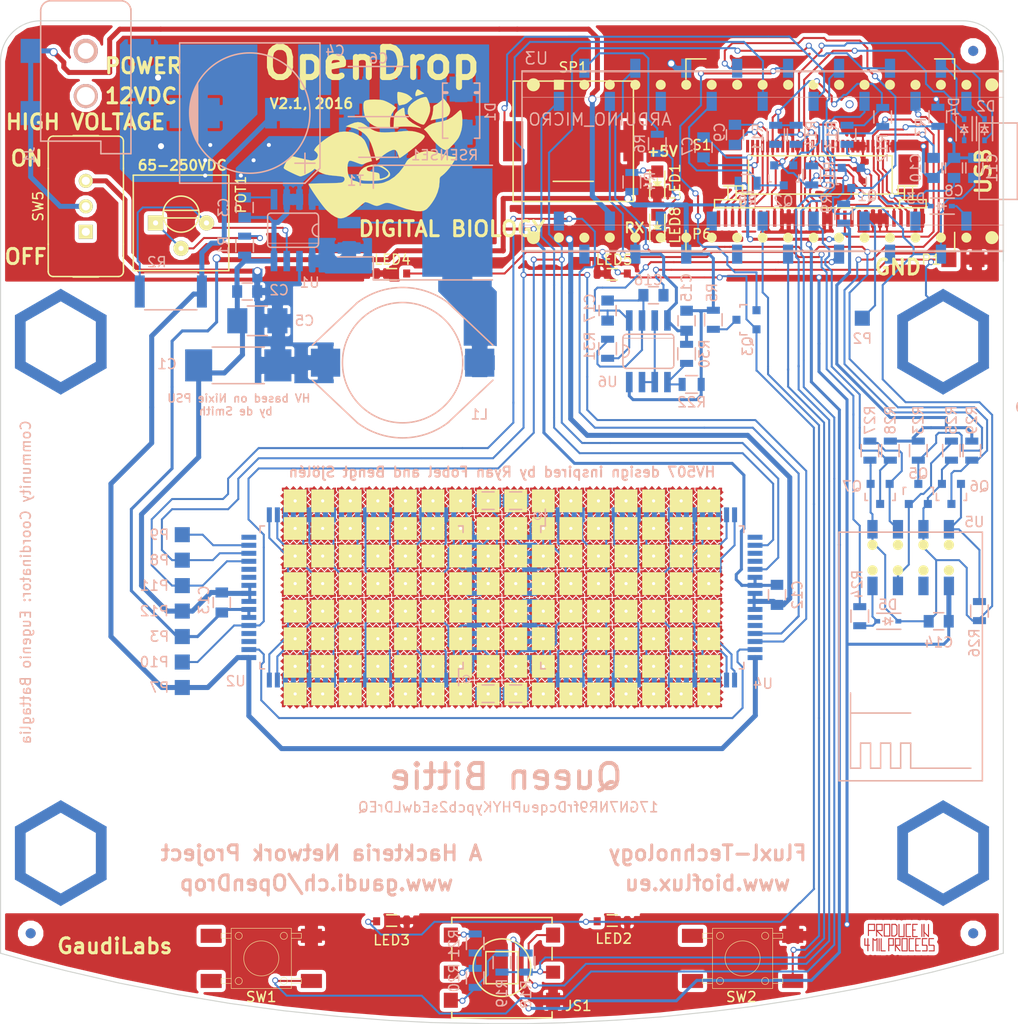
<source format=kicad_pcb>
(kicad_pcb (version 4) (host pcbnew 4.1.0-alpha+201605191647+6814~44~ubuntu14.04.1-product)
  (layers (0 F.Cu signal) (31 B.Cu signal) (34 B.Paste user) (35 F.Paste user) (36 B.SilkS user hide) (37 F.SilkS user hide) (38 B.Mask user) (39 F.Mask user hide) (44 Edge.Cuts user))
  (net 0 "")
  (net 1 "Net-(C1-Pad1)")
  (net 2 "Net-(D1-Pad2)")
  (net 3 "Net-(FLUXL1-Pad1)")
  (net 4 "Net-(FLUXL2-Pad1)")
  (net 5 "Net-(FLUXL3-Pad1)")
  (net 6 "Net-(FLUXL4-Pad1)")
  (net 7 "Net-(FLUXL5-Pad1)")
  (net 8 "Net-(FLUXL6-Pad1)")
  (net 9 "Net-(FLUXL7-Pad1)")
  (net 10 "Net-(FLUXL8-Pad1)")
  (net 11 "Net-(FLUXL9-Pad1)")
  (net 12 "Net-(FLUXL10-Pad1)")
  (net 13 "Net-(FLUXL11-Pad1)")
  (net 14 "Net-(FLUXL12-Pad1)")
  (net 15 "Net-(FLUXL13-Pad1)")
  (net 16 "Net-(FLUXL14-Pad1)")
  (net 17 "Net-(FLUXL15-Pad1)")
  (net 18 "Net-(FLUXL16-Pad1)")
  (net 19 "Net-(FLUXL17-Pad1)")
  (net 20 "Net-(FLUXL18-Pad1)")
  (net 21 "Net-(FLUXL19-Pad1)")
  (net 22 "Net-(FLUXL20-Pad1)")
  (net 23 "Net-(FLUXL21-Pad1)")
  (net 24 "Net-(FLUXL22-Pad1)")
  (net 25 "Net-(FLUXL23-Pad1)")
  (net 26 "Net-(FLUXL24-Pad1)")
  (net 27 "Net-(FLUXL25-Pad1)")
  (net 28 "Net-(FLUXL26-Pad1)")
  (net 29 "Net-(FLUXL27-Pad1)")
  (net 30 "Net-(FLUXL28-Pad1)")
  (net 31 "Net-(FLUXL29-Pad1)")
  (net 32 "Net-(FLUXL30-Pad1)")
  (net 33 "Net-(FLUXL31-Pad1)")
  (net 34 "Net-(FLUXL32-Pad1)")
  (net 35 "Net-(FLUXL33-Pad1)")
  (net 36 "Net-(FLUXL34-Pad1)")
  (net 37 "Net-(FLUXL35-Pad1)")
  (net 38 "Net-(FLUXL36-Pad1)")
  (net 39 "Net-(FLUXL37-Pad1)")
  (net 40 "Net-(FLUXL38-Pad1)")
  (net 41 "Net-(FLUXL39-Pad1)")
  (net 42 "Net-(FLUXL40-Pad1)")
  (net 43 "Net-(FLUXL41-Pad1)")
  (net 44 "Net-(FLUXL42-Pad1)")
  (net 45 "Net-(FLUXL43-Pad1)")
  (net 46 "Net-(FLUXL44-Pad1)")
  (net 47 "Net-(FLUXL45-Pad1)")
  (net 48 "Net-(FLUXL46-Pad1)")
  (net 49 "Net-(FLUXL47-Pad1)")
  (net 50 "Net-(FLUXL48-Pad1)")
  (net 51 "Net-(FLUXL49-Pad1)")
  (net 52 "Net-(FLUXL50-Pad1)")
  (net 53 "Net-(FLUXL51-Pad1)")
  (net 54 "Net-(FLUXL52-Pad1)")
  (net 55 "Net-(FLUXL53-Pad1)")
  (net 56 "Net-(FLUXL54-Pad1)")
  (net 57 "Net-(FLUXL55-Pad1)")
  (net 58 "Net-(FLUXL56-Pad1)")
  (net 59 "Net-(FLUXL57-Pad1)")
  (net 60 "Net-(FLUXL58-Pad1)")
  (net 61 "Net-(FLUXL59-Pad1)")
  (net 62 "Net-(FLUXL60-Pad1)")
  (net 63 "Net-(FLUXL61-Pad1)")
  (net 64 "Net-(FLUXL62-Pad1)")
  (net 65 "Net-(FLUXL63-Pad1)")
  (net 66 "Net-(FLUXL64-Pad1)")
  (net 67 GND)
  (net 68 "Net-(C3-Pad1)")
  (net 69 V_HV)
  (net 70 "Net-(RSENSE1-Pad1)")
  (net 71 "Net-(T1-Pad1)")
  (net 72 "Net-(C7-Pad1)")
  (net 73 "Net-(C7-Pad2)")
  (net 74 "Net-(C8-Pad1)")
  (net 75 "Net-(C9-Pad1)")
  (net 76 "Net-(C9-Pad2)")
  (net 77 "Net-(C10-Pad1)")
  (net 78 "Net-(FLUXL65-Pad1)")
  (net 79 "Net-(FLUXL66-Pad1)")
  (net 80 "Net-(FLUXL67-Pad1)")
  (net 81 "Net-(FLUXL68-Pad1)")
  (net 82 "Net-(FLUXL69-Pad1)")
  (net 83 "Net-(FLUXL70-Pad1)")
  (net 84 "Net-(FLUXL71-Pad1)")
  (net 85 "Net-(FLUXL72-Pad1)")
  (net 86 "Net-(FLUXL73-Pad1)")
  (net 87 "Net-(FLUXL74-Pad1)")
  (net 88 "Net-(FLUXL75-Pad1)")
  (net 89 "Net-(FLUXL76-Pad1)")
  (net 90 "Net-(FLUXL77-Pad1)")
  (net 91 "Net-(FLUXL78-Pad1)")
  (net 92 "Net-(FLUXL79-Pad1)")
  (net 93 "Net-(FLUXL80-Pad1)")
  (net 94 "Net-(FLUXL81-Pad1)")
  (net 95 "Net-(FLUXL82-Pad1)")
  (net 96 "Net-(FLUXL83-Pad1)")
  (net 97 "Net-(FLUXL84-Pad1)")
  (net 98 "Net-(FLUXL85-Pad1)")
  (net 99 "Net-(FLUXL86-Pad1)")
  (net 100 "Net-(FLUXL87-Pad1)")
  (net 101 "Net-(FLUXL88-Pad1)")
  (net 102 "Net-(FLUXL89-Pad1)")
  (net 103 "Net-(FLUXL90-Pad1)")
  (net 104 "Net-(FLUXL91-Pad1)")
  (net 105 "Net-(FLUXL92-Pad1)")
  (net 106 "Net-(FLUXL93-Pad1)")
  (net 107 "Net-(FLUXL94-Pad1)")
  (net 108 "Net-(FLUXL95-Pad1)")
  (net 109 "Net-(FLUXL96-Pad1)")
  (net 110 "Net-(FLUXL97-Pad1)")
  (net 111 "Net-(FLUXL98-Pad1)")
  (net 112 "Net-(FLUXL99-Pad1)")
  (net 113 "Net-(FLUXL100-Pad1)")
  (net 114 "Net-(FLUXL101-Pad1)")
  (net 115 "Net-(FLUXL102-Pad1)")
  (net 116 "Net-(FLUXL103-Pad1)")
  (net 117 "Net-(FLUXL104-Pad1)")
  (net 118 "Net-(FLUXL105-Pad1)")
  (net 119 "Net-(FLUXL106-Pad1)")
  (net 120 "Net-(FLUXL107-Pad1)")
  (net 121 "Net-(FLUXL108-Pad1)")
  (net 122 "Net-(FLUXL109-Pad1)")
  (net 123 "Net-(FLUXL110-Pad1)")
  (net 124 "Net-(FLUXL111-Pad1)")
  (net 125 "Net-(FLUXL112-Pad1)")
  (net 126 "Net-(FLUXL113-Pad1)")
  (net 127 "Net-(FLUXL114-Pad1)")
  (net 128 "Net-(FLUXL115-Pad1)")
  (net 129 "Net-(FLUXL116-Pad1)")
  (net 130 "Net-(FLUXL117-Pad1)")
  (net 131 "Net-(FLUXL118-Pad1)")
  (net 132 "Net-(FLUXL119-Pad1)")
  (net 133 "Net-(FLUXL120-Pad1)")
  (net 134 "Net-(FLUXL121-Pad1)")
  (net 135 "Net-(FLUXL122-Pad1)")
  (net 136 "Net-(FLUXL123-Pad1)")
  (net 137 "Net-(FLUXL124-Pad1)")
  (net 138 "Net-(FLUXL125-Pad1)")
  (net 139 "Net-(FLUXL126-Pad1)")
  (net 140 "Net-(FLUXL127-Pad1)")
  (net 141 "Net-(FLUXL128-Pad1)")
  (net 142 VIN)
  (net 143 "Net-(LED1-Pad2)")
  (net 144 +5V)
  (net 145 CLK)
  (net 146 LE)
  (net 147 3.3V)
  (net 148 DISP_CS)
  (net 149 "Net-(D2-Pad2)")
  (net 150 DISP_RES)
  (net 151 "Net-(D3-Pad2)")
  (net 152 "Net-(LED2-Pad2)")
  (net 153 DISP_SCL)
  (net 154 DISP_SDA)
  (net 155 SW1)
  (net 156 SW2)
  (net 157 DISP_DC)
  (net 158 "Net-(D4-Pad2)")
  (net 159 "Net-(P2-Pad1)")
  (net 160 LED_LIGHT)
  (net 161 SPK)
  (net 162 "Net-(Q3-Pad3)")
  (net 163 "Net-(LED8-Pad2)")
  (net 164 RX_LED)
  (net 165 "Net-(POT1-Pad1)")
  (net 166 "Net-(JS1-Pad1)")
  (net 167 "Net-(JS1-Pad3)")
  (net 168 JOY)
  (net 169 "Net-(JS1-Pad2)")
  (net 170 SW3)
  (net 171 "Net-(U2-Pad26)")
  (net 172 BL)
  (net 173 DI)
  (net 174 "Net-(P6-Pad26)")
  (net 175 "Net-(P6-Pad19)")
  (net 176 "Net-(P6-Pad18)")
  (net 177 "Net-(D5-Pad2)")
  (net 178 "Net-(Q5-Pad2)")
  (net 179 ESP_GPIO0)
  (net 180 "Net-(Q6-Pad2)")
  (net 181 ESP_TX)
  (net 182 "Net-(Q7-Pad2)")
  (net 183 ESP_RESET)
  (net 184 ESP_RX)
  (net 185 DIO_B)
  (net 186 "Net-(C16-Pad1)")
  (net 187 FEEDBACK)
  (net 188 "Net-(R22-Pad2)")
  (net 189 "Net-(U6-Pad3)")
  (net 190 V_GND)
  (net 191 "Net-(POT1-Pad3)")
  (module GaudiLabsFootPrints:SO08 (layer B.Cu) (at 114.602 74.957)
    (fp_text reference U6 (at -4.064 3.048) (layer B.SilkS) (effects (justify mirror)))
    (fp_text value MCP6002)
    (pad 5 smd rect (at 1.905 3.0734) (size 0.6604 2.032) (layers B.Cu B.Paste B.Mask) (net 188 "Net-(R22-Pad2)"))
    (pad 6 smd rect (at 0.635 3.0734) (size 0.6604 2.032) (layers B.Cu B.Paste B.Mask) (net 189 "Net-(U6-Pad3)"))
    (pad 7 smd rect (at -0.635 3.0734) (size 0.6604 2.032) (layers B.Cu B.Paste B.Mask) (net 189 "Net-(U6-Pad3)"))
    (pad 8 smd rect (at -1.905 3.0734) (size 0.6604 2.032) (layers B.Cu B.Paste B.Mask) (net 144 +5V))
    (pad 1 smd rect (at -1.905 -3.0734) (size 0.6604 2.032) (layers B.Cu B.Paste B.Mask) (net 187 FEEDBACK))
    (pad 2 smd rect (at -0.635 -3.0734) (size 0.6604 2.032) (layers B.Cu B.Paste B.Mask) (net 186 "Net-(C16-Pad1)"))
    (pad 3 smd rect (at 0.635 -3.0734) (size 0.6604 2.032) (layers B.Cu B.Paste B.Mask) (net 189 "Net-(U6-Pad3)"))
    (pad 4 smd rect (at 1.905 -3.0734) (size 0.6604 2.032) (layers B.Cu B.Paste B.Mask) (net 67 GND))
  )
  (module GaudiLabsFootPrints:JoystickSMD_SKQUSeries (layer F.Cu) (at 100 136.425)
    (fp_text reference JS1 (at 7.617 3.81) (layer F.SilkS))
    (fp_text value JoystickSMD)
    (pad 1 smd rect (at -5.1 -3.25) (size 1.4 1.5) (layers F.Cu F.Paste F.Mask) (net 166 "Net-(JS1-Pad1)"))
    (pad 6 smd rect (at 5.1 -3.25) (size 1.4 1.5) (layers F.Cu F.Paste F.Mask) (net 170 SW3))
    (pad 3 smd rect (at -5.1 3.25) (size 1.4 1.5) (layers F.Cu F.Paste F.Mask) (net 167 "Net-(JS1-Pad3)"))
    (pad 4 smd rect (at 5.1 3.25) (size 1.4 1.5) (layers F.Cu F.Paste F.Mask) (net 67 GND))
    (pad 2 smd rect (at -5.1 0.45) (size 1.4 1.3) (layers F.Cu F.Paste F.Mask) (net 169 "Net-(JS1-Pad2)"))
    (pad 5 smd rect (at 5.1 0.45) (size 1.4 1.3) (layers F.Cu F.Paste F.Mask) (net 168 JOY))
  )
  (module GaudiLabsFootPrints:ARDUINO_MICRO_SMD (layer B.Cu) (at 126 56)
    (fp_text reference U3 (at -22.574 -10.253) (layer B.SilkS) (effects (font (size 1.2 1.2)) (justify mirror)))
    (fp_text value ARDUINO_MICRO (at -16.224 -4.157) (layer B.SilkS) (effects (font (size 1.2 1.2)) (justify mirror)))
    (pad 0 smd circle (at 22.86 -7.62) (size 1.3 1.3) (layers F.SilkS))
    (pad 0 smd circle (at 22.86 7.62 180) (size 1.3 1.3) (layers F.SilkS))
    (pad 0 smd circle (at -22.86 -7.62) (size 1.3 1.3) (layers F.SilkS))
    (pad 0 smd circle (at -22.86 7.62 180) (size 1.3 1.3) (layers F.SilkS))
    (pad 0 smd rect (at -20.32 -7.62) (size 1 1) (layers F.SilkS))
    (pad 0 smd circle (at 20.32 7.62 180) (size 1 1) (layers F.SilkS))
    (pad 0 smd circle (at 17.78 7.62 180) (size 1 1) (layers F.SilkS))
    (pad 0 smd circle (at 15.24 7.62 180) (size 1 1) (layers F.SilkS))
    (pad 0 smd circle (at 12.7 7.62 180) (size 1 1) (layers F.SilkS))
    (pad 0 smd circle (at 10.16 7.62 180) (size 1 1) (layers F.SilkS))
    (pad 0 smd circle (at 7.62 7.62 180) (size 1 1) (layers F.SilkS))
    (pad 0 smd circle (at 5.08 7.62 180) (size 1 1) (layers F.SilkS))
    (pad 0 smd circle (at 2.54 7.62 180) (size 1 1) (layers F.SilkS))
    (pad 0 smd circle (at 0 7.62 180) (size 1 1) (layers F.SilkS))
    (pad 0 smd circle (at -2.54 7.62 180) (size 1 1) (layers F.SilkS))
    (pad 0 smd circle (at -5.08 7.62 180) (size 1 1) (layers F.SilkS))
    (pad 0 smd circle (at -7.62 7.62 180) (size 1 1) (layers F.SilkS))
    (pad 0 smd circle (at -10.16 7.62 180) (size 1 1) (layers F.SilkS))
    (pad 0 smd circle (at -12.7 7.62 180) (size 1 1) (layers F.SilkS))
    (pad 0 smd circle (at -15.24 7.62 180) (size 1 1) (layers F.SilkS))
    (pad 0 smd circle (at -20.32 7.62 180) (size 1 1) (layers F.SilkS))
    (pad 18 smd rect (at 20.32 5.97 180) (size 1.02 1.9) (layers B.Cu B.Paste B.Mask) (net 150 DISP_RES))
    (pad 19 smd rect (at 17.78 9.27 180) (size 1.02 1.9) (layers B.Cu B.Paste B.Mask) (net 147 3.3V))
    (pad 20 smd rect (at 15.24 5.97 180) (size 1.02 1.9) (layers B.Cu B.Paste B.Mask))
    (pad 21 smd rect (at 12.7 9.27 180) (size 1.02 1.9) (layers B.Cu B.Paste B.Mask))
    (pad 22 smd rect (at 10.16 5.97 180) (size 1.02 1.9) (layers B.Cu B.Paste B.Mask) (net 159 "Net-(P2-Pad1)"))
    (pad 23 smd rect (at 7.62 9.27 180) (size 1.02 1.9) (layers B.Cu B.Paste B.Mask) (net 187 FEEDBACK))
    (pad 24 smd rect (at 5.08 5.97 180) (size 1.02 1.9) (layers B.Cu B.Paste B.Mask) (net 183 ESP_RESET))
    (pad 25 smd rect (at 2.54 9.27 180) (size 1.02 1.9) (layers B.Cu B.Paste B.Mask) (net 168 JOY))
    (pad 26 smd rect (at 0 5.97 180) (size 1.02 1.9) (layers B.Cu B.Paste B.Mask) (net 156 SW2))
    (pad 27 smd rect (at -2.54 9.27 180) (size 1.02 1.9) (layers B.Cu B.Paste B.Mask))
    (pad 29 smd rect (at -7.62 9.27 180) (size 1.02 1.9) (layers B.Cu B.Paste B.Mask) (net 144 +5V))
    (pad 31 smd rect (at -12.7 9.27 180) (size 1.02 1.9) (layers B.Cu B.Paste B.Mask) (net 67 GND))
    (pad 33 smd rect (at -17.78 9.27 180) (size 1.02 1.9) (layers B.Cu B.Paste B.Mask))
    (pad 34 smd rect (at -20.32 5.97 180) (size 1.02 1.9) (layers B.Cu B.Paste B.Mask) (net 145 CLK))
    (pad 30 smd rect (at -10.16 5.97 180) (size 1.02 1.9) (layers B.Cu B.Paste B.Mask))
    (pad 32 smd rect (at -15.24 5.97 180) (size 1.02 1.9) (layers B.Cu B.Paste B.Mask) (net 142 VIN))
    (pad 28 smd rect (at -5.08 5.97 180) (size 1.02 1.9) (layers B.Cu B.Paste B.Mask))
    (pad 0 smd circle (at -17.78 7.62 180) (size 1 1) (layers F.SilkS))
    (pad 0 smd circle (at 17.78 -7.62) (size 1 1) (layers F.SilkS))
    (pad 13 smd rect (at 10.16 -5.97) (size 1.02 1.9) (layers B.Cu B.Paste B.Mask) (net 155 SW1))
    (pad 15 smd rect (at 15.24 -5.97) (size 1.02 1.9) (layers B.Cu B.Paste B.Mask) (net 179 ESP_GPIO0))
    (pad 11 smd rect (at 5.08 -5.97) (size 1.02 1.9) (layers B.Cu B.Paste B.Mask) (net 161 SPK))
    (pad 17 smd rect (at 20.32 -5.97) (size 1.02 1.9) (layers B.Cu B.Paste B.Mask) (net 148 DISP_CS))
    (pad 16 smd rect (at 17.78 -9.27) (size 1.02 1.9) (layers B.Cu B.Paste B.Mask) (net 157 DISP_DC))
    (pad 14 smd rect (at 12.7 -9.27) (size 1.02 1.9) (layers B.Cu B.Paste B.Mask) (net 172 BL))
    (pad 12 smd rect (at 7.62 -9.27) (size 1.02 1.9) (layers B.Cu B.Paste B.Mask) (net 170 SW3))
    (pad 10 smd rect (at 2.54 -9.27) (size 1.02 1.9) (layers B.Cu B.Paste B.Mask) (net 160 LED_LIGHT))
    (pad 9 smd rect (at 0 -5.97) (size 1.02 1.9) (layers B.Cu B.Paste B.Mask) (net 146 LE))
    (pad 8 smd rect (at -2.54 -9.27) (size 1.02 1.9) (layers B.Cu B.Paste B.Mask) (net 153 DISP_SCL))
    (pad 7 smd rect (at -5.08 -5.97) (size 1.02 1.9) (layers B.Cu B.Paste B.Mask) (net 154 DISP_SDA))
    (pad 6 smd rect (at -7.62 -9.27) (size 1.02 1.9) (layers B.Cu B.Paste B.Mask) (net 67 GND))
    (pad 5 smd rect (at -10.16 -5.97) (size 1.02 1.9) (layers B.Cu B.Paste B.Mask))
    (pad 4 smd rect (at -12.7 -9.27) (size 1.02 1.9) (layers B.Cu B.Paste B.Mask) (net 181 ESP_TX))
    (pad 3 smd rect (at -15.24 -5.97) (size 1.02 1.9) (layers B.Cu B.Paste B.Mask) (net 184 ESP_RX))
    (pad 2 smd rect (at -17.78 -9.27) (size 1.02 1.9) (layers B.Cu B.Paste B.Mask) (net 164 RX_LED))
    (pad 1 smd rect (at -20.32 -5.97) (size 1.02 1.9) (layers B.Cu B.Paste B.Mask) (net 173 DI))
    (pad 0 smd circle (at 20.32 -7.62) (size 1 1) (layers F.SilkS))
    (pad 0 smd circle (at 15.24 -7.62) (size 1 1) (layers F.SilkS))
    (pad 0 smd circle (at 12.7 -7.62) (size 1 1) (layers F.SilkS))
    (pad 0 smd circle (at 10.16 -7.62) (size 1 1) (layers F.SilkS))
    (pad 0 smd circle (at 7.62 -7.62) (size 1 1) (layers F.SilkS))
    (pad 0 smd circle (at 5.08 -7.62) (size 1 1) (layers F.SilkS))
    (pad 0 smd circle (at 2.54 -7.62) (size 1 1) (layers F.SilkS))
    (pad 0 smd circle (at 0 -7.62) (size 1 1) (layers F.SilkS))
    (pad 0 smd circle (at -2.54 -7.62) (size 1 1) (layers F.SilkS))
    (pad 0 smd circle (at -5.08 -7.62) (size 1 1) (layers F.SilkS))
    (pad 0 smd circle (at -7.62 -7.62) (size 1 1) (layers F.SilkS))
    (pad 0 smd circle (at -10.16 -7.62) (size 1 1) (layers F.SilkS))
    (pad 0 smd circle (at -12.7 -7.62) (size 1 1) (layers F.SilkS))
    (pad 0 smd circle (at -15.24 -7.62) (size 1 1) (layers F.SilkS))
    (pad 0 smd circle (at -17.78 -7.62) (size 1 1) (layers F.SilkS))
  )
  (module Potentiometers:Potentiometer_Trimmer-Suntan-TSR-3386P (layer F.Cu) (at 65.456 62.154)
    (fp_text reference POT1 (at 8.506 -2.818 90) (layer F.SilkS))
    (fp_text value "5k Ohm")
    (pad 3 thru_hole circle (at 5.08 0) (size 1.51 1.51) (drill 0.51) (layers *.Cu *.Mask F.SilkS) (net 191 "Net-(POT1-Pad3)"))
    (pad 1 thru_hole rect (at 0 0) (size 1.51 1.51) (drill 0.51) (layers *.Cu *.Mask F.SilkS) (net 165 "Net-(POT1-Pad1)"))
    (pad 2 thru_hole circle (at 2.54 2.54) (size 1.51 1.51) (drill 0.51) (layers *.Cu *.Mask F.SilkS) (net 165 "Net-(POT1-Pad1)"))
  )
  (module Resistors_SMD:R_2512 (layer B.Cu) (at 66.974 68.994 180)
    (fp_text reference R2 (at 1.394 2.927 180) (layer B.SilkS) (effects (justify mirror)))
    (fp_text value 1M5)
    (pad 1 smd rect (at -3.1 0 180) (size 1 3.2) (layers B.Cu B.Paste B.Mask) (net 69 V_HV))
    (pad 2 smd rect (at 3.1 0 180) (size 1 3.2) (layers B.Cu B.Paste B.Mask) (net 191 "Net-(POT1-Pad3)"))
  )
  (module Resistors_SMD:R_2010 (layer B.Cu) (at 87.675 54.135 180)
    (fp_text reference RSENSE1 (at -6.607 -1.264 180) (layer B.SilkS) (effects (justify mirror)))
    (fp_text value 0R050)
    (pad 1 smd rect (at -2.45 0 180) (size 1 2.5) (layers B.Cu B.Paste B.Mask) (net 70 "Net-(RSENSE1-Pad1)"))
    (pad 2 smd rect (at 2.45 0 180) (size 1 2.5) (layers B.Cu B.Paste B.Mask) (net 67 GND))
  )
  (module GaudiLabsFootPrints:Inductor_18.54x15.24 (layer B.Cu) (at 90.094 76.092)
    (fp_text reference L1 (at 7.662 5.158) (layer B.SilkS) (effects (justify mirror)))
    (fp_text value 100uH)
    (pad 1 smd rect (at -7.685 0) (size 2.92 2.79) (layers B.Cu B.Paste B.Mask) (net 1 "Net-(C1-Pad1)"))
    (pad 2 smd rect (at 7.685 0) (size 2.92 2.79) (layers B.Cu B.Paste B.Mask) (net 2 "Net-(D1-Pad2)"))
  )
  (module GaudiLabsFootPrints:D2PAK (layer B.Cu) (at 84.76 62.122 90)
    (fp_text reference T1 (at 4.183 0.632) (layer B.SilkS) (effects (justify mirror)))
    (fp_text value "IRF 840S")
    (pad 2 smd rect (at 0 0 90) (size 1.143 2.286) (layers B.Cu B.Paste B.Mask) (net 2 "Net-(D1-Pad2)"))
    (pad 2 smd rect (at 0 10.795 90) (size 10.80008 6.9977) (layers B.Cu B.Paste B.Mask) (net 2 "Net-(D1-Pad2)"))
    (pad 3 smd rect (at 2.54 0 90) (size 1.143 2.286) (layers B.Cu B.Paste B.Mask) (net 70 "Net-(RSENSE1-Pad1)"))
    (pad 1 smd rect (at -2.54 0 90) (size 1.143 2.286) (layers B.Cu B.Paste B.Mask) (net 71 "Net-(T1-Pad1)"))
  )
  (module Capacitors_SMD:C_0805 (layer B.Cu) (at 74.594 68.994 180)
    (fp_text reference C2 (at -3.178 0.133 180) (layer B.SilkS) (effects (justify mirror)))
    (fp_text value 100nF)
    (pad 1 smd rect (at -1 0 180) (size 1 1.25) (layers B.Cu B.Paste B.Mask) (net 1 "Net-(C1-Pad1)"))
    (pad 2 smd rect (at 1 0 180) (size 1 1.25) (layers B.Cu B.Paste B.Mask) (net 67 GND))
  )
  (module Capacitors_SMD:C_0805 (layer B.Cu) (at 74.34 60.612 270)
    (fp_text reference C3 (at 0 2.1 270) (layer B.SilkS) (effects (justify mirror)))
    (fp_text value 100nF)
    (pad 1 smd rect (at -1 0 270) (size 1 1.25) (layers B.Cu B.Paste B.Mask) (net 68 "Net-(C3-Pad1)"))
    (pad 2 smd rect (at 1 0 270) (size 1 1.25) (layers B.Cu B.Paste B.Mask) (net 67 GND))
  )
  (module Capacitors_SMD:C_1210_HandSoldering (layer B.Cu) (at 75.61 71.915 180)
    (fp_text reference C5 (at -4.702 0.006 180) (layer B.SilkS) (effects (justify mirror)))
    (fp_text value "10uF, 25V")
    (pad 1 smd rect (at -2 0 180) (size 2 2.5) (layers B.Cu B.Paste B.Mask) (net 1 "Net-(C1-Pad1)"))
    (pad 2 smd rect (at 2 0 180) (size 2 2.5) (layers B.Cu B.Paste B.Mask) (net 67 GND))
  )
  (module Resistors_SMD:R_0805 (layer B.Cu) (at 74.34 64.422 270)
    (fp_text reference R1 (at 0 2.1 270) (layer B.SilkS) (effects (justify mirror)))
    (fp_text value 8k)
    (pad 1 smd rect (at -0.95 0 270) (size 0.7 1.3) (layers B.Cu B.Paste B.Mask) (net 165 "Net-(POT1-Pad1)"))
    (pad 2 smd rect (at 0.95 0 270) (size 0.7 1.3) (layers B.Cu B.Paste B.Mask) (net 67 GND))
  )
  (module GaudiLabsFootPrints:C_SMD_12mm (layer B.Cu) (at 74.854 51.2)
    (fp_text reference C4 (at 8.506 -6.215) (layer B.SilkS) (effects (justify mirror)))
    (fp_text value "4u7, 250V")
    (pad 1 smd rect (at 5.5 0) (size 5 3) (layers B.Cu B.Paste B.Mask) (net 69 V_HV))
    (pad 2 smd rect (at -5.5 0) (size 5 3) (layers B.Cu B.Paste B.Mask) (net 67 GND))
  )
  (module Resistors_SMD:R_2512_HandSoldering (layer B.Cu) (at 73.705 76.36 180)
    (fp_text reference C1 (at 7.109 0.133 180) (layer B.SilkS) (effects (justify mirror)))
    (fp_text value "100uF, 35V")
    (pad 1 smd rect (at -3.95 0 180) (size 2.7 3.2) (layers B.Cu B.Paste B.Mask) (net 1 "Net-(C1-Pad1)"))
    (pad 2 smd rect (at 3.95 0 180) (size 2.7 3.2) (layers B.Cu B.Paste B.Mask) (net 67 GND))
  )
  (module GaudiLabsFootPrints:OLED_096_1 (layer F.Cu) (at 131.75 55)
    (fp_text reference S1 (at -11.814 -0.617) (layer F.SilkS))
    (fp_text value OLED_DISPLAY)
    (pad 30 smd rect (at 7.25 -0.5) (size 0.3 1.25) (layers F.Cu F.Paste F.Mask) (net 67 GND))
    (pad 26 smd rect (at 5.25 -0.5) (size 0.3 1.25) (layers F.Cu F.Paste F.Mask) (net 174 "Net-(P6-Pad26)"))
    (pad 27 smd rect (at 5.75 -0.5) (size 0.3 1.25) (layers F.Cu F.Paste F.Mask) (net 77 "Net-(C10-Pad1)"))
    (pad 29 smd rect (at 6.75 -0.5) (size 0.3 1.25) (layers F.Cu F.Paste F.Mask) (net 67 GND))
    (pad 28 smd rect (at 6.25 -0.5) (size 0.3 1.25) (layers F.Cu F.Paste F.Mask) (net 74 "Net-(C8-Pad1)"))
    (pad 24 smd rect (at 4.25 -0.5) (size 0.3 1.25) (layers F.Cu F.Paste F.Mask) (net 67 GND))
    (pad 25 smd rect (at 4.75 -0.5) (size 0.3 1.25) (layers F.Cu F.Paste F.Mask) (net 67 GND))
    (pad 23 smd rect (at 3.75 -0.5) (size 0.3 1.25) (layers F.Cu F.Paste F.Mask) (net 67 GND))
    (pad 22 smd rect (at 3.25 -0.5) (size 0.3 1.25) (layers F.Cu F.Paste F.Mask) (net 67 GND))
    (pad 16 smd rect (at 0.25 -0.5) (size 0.3 1.25) (layers F.Cu F.Paste F.Mask) (net 67 GND))
    (pad 17 smd rect (at 0.75 -0.5) (size 0.3 1.25) (layers F.Cu F.Paste F.Mask) (net 67 GND))
    (pad 19 smd rect (at 1.75 -0.5) (size 0.3 1.25) (layers F.Cu F.Paste F.Mask) (net 175 "Net-(P6-Pad19)"))
    (pad 18 smd rect (at 1.25 -0.5) (size 0.3 1.25) (layers F.Cu F.Paste F.Mask) (net 176 "Net-(P6-Pad18)"))
    (pad 21 smd rect (at 2.75 -0.5) (size 0.3 1.25) (layers F.Cu F.Paste F.Mask) (net 67 GND))
    (pad 20 smd rect (at 2.25 -0.5) (size 0.3 1.25) (layers F.Cu F.Paste F.Mask))
    (pad 5 smd rect (at -5.25 -0.5) (size 0.3 1.25) (layers F.Cu F.Paste F.Mask) (net 76 "Net-(C9-Pad2)"))
    (pad 6 smd rect (at -4.75 -0.5) (size 0.3 1.25) (layers F.Cu F.Paste F.Mask) (net 147 3.3V))
    (pad 3 smd rect (at -6.25 -0.5) (size 0.3 1.25) (layers F.Cu F.Paste F.Mask) (net 73 "Net-(C7-Pad2)"))
    (pad 4 smd rect (at -5.75 -0.5) (size 0.3 1.25) (layers F.Cu F.Paste F.Mask) (net 75 "Net-(C9-Pad1)"))
    (pad 2 smd rect (at -6.75 -0.5) (size 0.3 1.25) (layers F.Cu F.Paste F.Mask) (net 72 "Net-(C7-Pad1)"))
    (pad 1 smd rect (at -7.25 -0.5) (size 0.3 1.25) (layers F.Cu F.Paste F.Mask))
    (pad 7 smd rect (at -4.25 -0.5) (size 0.3 1.25) (layers F.Cu F.Paste F.Mask))
    (pad 8 smd rect (at -3.75 -0.5) (size 0.3 1.25) (layers F.Cu F.Paste F.Mask) (net 67 GND))
    (pad 10 smd rect (at -2.75 -0.5) (size 0.3 1.25) (layers F.Cu F.Paste F.Mask) (net 67 GND))
    (pad 9 smd rect (at -3.25 -0.5) (size 0.3 1.25) (layers F.Cu F.Paste F.Mask) (net 147 3.3V))
    (pad 13 smd rect (at -1.25 -0.5) (size 0.3 1.25) (layers F.Cu F.Paste F.Mask) (net 149 "Net-(D2-Pad2)"))
    (pad 14 smd rect (at -0.75 -0.5) (size 0.3 1.25) (layers F.Cu F.Paste F.Mask) (net 151 "Net-(D3-Pad2)"))
    (pad 12 smd rect (at -1.75 -0.5) (size 0.3 1.25) (layers F.Cu F.Paste F.Mask) (net 67 GND))
    (pad 11 smd rect (at -2.25 -0.5) (size 0.3 1.25) (layers F.Cu F.Paste F.Mask) (net 67 GND))
    (pad "" smd rect (at -8.79 1.825) (size 2 3) (layers F.Cu F.Paste F.Mask))
    (pad "" smd rect (at 8.79 1.825) (size 2 3) (layers F.Cu F.Paste F.Mask))
    (pad 15 smd rect (at -0.25 -0.5) (size 0.3 1.25) (layers F.Cu F.Paste F.Mask) (net 158 "Net-(D4-Pad2)"))
  )
  (module Capacitors_SMD:C_0805 (layer B.Cu) (at 120.104 54.618 270)
    (fp_text reference C7 (at -0.118 1.598 270) (layer B.SilkS) (effects (justify mirror)))
    (fp_text value 1uF)
    (pad 1 smd rect (at -1 0 270) (size 1 1.25) (layers B.Cu B.Paste B.Mask) (net 72 "Net-(C7-Pad1)"))
    (pad 2 smd rect (at 1 0 270) (size 1 1.25) (layers B.Cu B.Paste B.Mask) (net 73 "Net-(C7-Pad2)"))
  )
  (module Capacitors_SMD:C_0805 (layer B.Cu) (at 145.082 56.669 90)
    (fp_text reference C8 (at -2.286 0) (layer B.SilkS) (effects (justify mirror)))
    (fp_text value 2.2uF)
    (pad 1 smd rect (at -1 0 90) (size 1 1.25) (layers B.Cu B.Paste B.Mask) (net 74 "Net-(C8-Pad1)"))
    (pad 2 smd rect (at 1 0 90) (size 1 1.25) (layers B.Cu B.Paste B.Mask) (net 67 GND))
  )
  (module Capacitors_SMD:C_0805 (layer B.Cu) (at 123.238 53.367 90)
    (fp_text reference C9 (at 0.254 -1.524 90) (layer B.SilkS) (effects (justify mirror)))
    (fp_text value 1uF)
    (pad 1 smd rect (at -1 0 90) (size 1 1.25) (layers B.Cu B.Paste B.Mask) (net 75 "Net-(C9-Pad1)"))
    (pad 2 smd rect (at 1 0 90) (size 1 1.25) (layers B.Cu B.Paste B.Mask) (net 76 "Net-(C9-Pad2)"))
  )
  (module Capacitors_SMD:C_0805 (layer B.Cu) (at 143.05 56.669 270)
    (fp_text reference C10 (at 0 1.778 270) (layer B.SilkS) (effects (justify mirror)))
    (fp_text value 2.2uF)
    (pad 1 smd rect (at -1 0 270) (size 1 1.25) (layers B.Cu B.Paste B.Mask) (net 77 "Net-(C10-Pad1)"))
    (pad 2 smd rect (at 1 0 270) (size 1 1.25) (layers B.Cu B.Paste B.Mask) (net 67 GND))
  )
  (module GaudiLabsFootPrints:ESP8266_SMD (layer B.Cu) (at 140.764 95.531 180)
    (fp_text reference U5 (at -6.35 3.556 180) (layer B.SilkS) (effects (justify mirror)))
    (fp_text value ESP8266_SMD)
    (pad 2 smd rect (at -3.81 2.825 180) (size 1.02 1.85) (layers B.Cu B.Paste B.Mask) (net 180 "Net-(Q6-Pad2)"))
    (pad 4 smd rect (at -1.27 2.825 180) (size 1.02 1.85) (layers B.Cu B.Paste B.Mask) (net 147 3.3V))
    (pad 6 smd rect (at 1.27 2.825 180) (size 1.02 1.85) (layers B.Cu B.Paste B.Mask) (net 182 "Net-(Q7-Pad2)"))
    (pad 8 smd rect (at 3.81 2.825 180) (size 1.02 1.85) (layers B.Cu B.Paste B.Mask) (net 147 3.3V))
    (pad 1 smd rect (at -3.81 -2.825 180) (size 1.02 1.85) (layers B.Cu B.Paste B.Mask) (net 67 GND))
    (pad 3 smd rect (at -1.27 -2.825 180) (size 1.02 1.85) (layers B.Cu B.Paste B.Mask))
    (pad 5 smd rect (at 1.27 -2.825 180) (size 1.02 1.85) (layers B.Cu B.Paste B.Mask) (net 178 "Net-(Q5-Pad2)"))
    (pad 7 smd rect (at 3.81 -2.825 180) (size 1.02 1.85) (layers B.Cu B.Paste B.Mask) (net 177 "Net-(D5-Pad2)"))
    (pad 0 smd circle (at -1.27 1.27 180) (size 1.02 1.02) (layers F.SilkS))
    (pad 0 smd circle (at 1.27 1.27 180) (size 1.02 1.02) (layers F.SilkS))
    (pad 0 smd circle (at 3.81 1.27 180) (size 1.02 1.02) (layers F.SilkS))
    (pad 0 smd circle (at -3.81 1.27 180) (size 1.02 1.02) (layers F.SilkS))
    (pad 0 smd circle (at -3.81 -1.27 180) (size 1.02 1.02) (layers F.SilkS))
    (pad 0 smd circle (at -1.27 -1.27 180) (size 1.02 1.02) (layers F.SilkS))
    (pad 0 smd circle (at 1.27 -1.27 180) (size 1.02 1.02) (layers F.SilkS))
    (pad 0 smd circle (at 3.81 -1.27 180) (size 1.02 1.02) (layers F.SilkS))
  )
  (module GaudiLabsFootPrints:DC_JACK_SMD (layer B.Cu) (at 58.5 45 270)
    (fp_text reference J1 (at 10.399 5.62 270) (layer B.SilkS) (effects (justify mirror)))
    (fp_text value DC_JACK)
    (pad "" np_thru_hole circle (at 4.5 0 270) (size 2.4 2.4) (drill 1.8) (layers *.Cu *.Mask B.SilkS))
    (pad 3 smd rect (at 0 5.5 270) (size 2.4 2) (layers B.Cu B.Paste B.Mask) (net 142 VIN))
    (pad 1 smd rect (at 0 -5.5 270) (size 2.4 2) (layers B.Cu B.Paste B.Mask) (net 67 GND))
    (pad 3 smd rect (at 6.2 5.5 270) (size 2.4 2) (layers B.Cu B.Paste B.Mask) (net 142 VIN))
    (pad 2 smd rect (at 6.2 -5.5 270) (size 2.4 2) (layers B.Cu B.Paste B.Mask) (net 67 GND))
    (pad "" np_thru_hole circle (at 0 0 270) (size 2.4 2.4) (drill 1.6) (layers *.Cu *.Mask B.SilkS))
  )
  (module GaudiLabsFootPrints:LED_SIDE (layer F.Cu) (at 111 131.8)
    (fp_text reference LED2 (at 0.1476 1.7294) (layer F.SilkS))
    (fp_text value LED)
    (pad 2 smd rect (at -1.5 0) (size 0.7 0.8) (layers F.Cu F.Paste F.Mask) (net 152 "Net-(LED2-Pad2)"))
    (pad 1 smd rect (at 1.5 0) (size 0.7 0.8) (layers F.Cu F.Paste F.Mask) (net 67 GND))
  )
  (module GaudiLabsFootPrints:LED_SIDE (layer F.Cu) (at 89 131.8)
    (fp_text reference LED3 (at -0.0012 1.8818) (layer F.SilkS))
    (fp_text value LED)
    (pad 2 smd rect (at -1.5 0) (size 0.7 0.8) (layers F.Cu F.Paste F.Mask) (net 152 "Net-(LED2-Pad2)"))
    (pad 1 smd rect (at 1.5 -0.053) (size 0.7 0.8) (layers F.Cu F.Paste F.Mask) (net 67 GND))
  )
  (module GaudiLabsFootPrints:LED_SIDE (layer F.Cu) (at 89 67.2 180)
    (fp_text reference LED4 (at -0.075 1.387 180) (layer F.SilkS))
    (fp_text value LED)
    (pad 2 smd rect (at -1.5 0 180) (size 0.7 0.8) (layers F.Cu F.Paste F.Mask) (net 152 "Net-(LED2-Pad2)"))
    (pad 1 smd rect (at 1.5 0 180) (size 0.7 0.8) (layers F.Cu F.Paste F.Mask) (net 67 GND))
  )
  (module GaudiLabsFootPrints:LED_SIDE (layer F.Cu) (at 111 67.2 180)
    (fp_text reference LED5 (at -0.173 1.387 180) (layer F.SilkS))
    (fp_text value LED)
    (pad 2 smd rect (at -1.5 0 180) (size 0.7 0.8) (layers F.Cu F.Paste F.Mask) (net 152 "Net-(LED2-Pad2)"))
    (pad 1 smd rect (at 1.5 0 180) (size 0.7 0.8) (layers F.Cu F.Paste F.Mask) (net 67 GND))
  )
  (module Resistors_SMD:R_0805 (layer B.Cu) (at 112.954 58.074 90)
    (fp_text reference R4 (at 0.074 1.802 90) (layer B.SilkS) (effects (justify mirror)))
    (fp_text value 390)
    (pad 1 smd rect (at -0.95 0 90) (size 0.7 1.3) (layers B.Cu B.Paste B.Mask) (net 144 +5V))
    (pad 2 smd rect (at 0.95 0 90) (size 0.7 1.3) (layers B.Cu B.Paste B.Mask) (net 143 "Net-(LED1-Pad2)"))
  )
  (module Resistors_SMD:R_0805 (layer B.Cu) (at 143.472 51.57 90)
    (fp_text reference R3 (at -1.035 -1.692 90) (layer B.SilkS) (effects (justify mirror)))
    (fp_text value 390k)
    (pad 1 smd rect (at -0.95 0 90) (size 0.7 1.3) (layers B.Cu B.Paste B.Mask) (net 174 "Net-(P6-Pad26)"))
    (pad 2 smd rect (at 0.95 0 90) (size 0.7 1.3) (layers B.Cu B.Paste B.Mask) (net 67 GND))
  )
  (module Capacitors_SMD:C_0805 (layer B.Cu) (at 147.114 56.669 270)
    (fp_text reference C11 (at 0 -1.778 270) (layer B.SilkS) (effects (justify mirror)))
    (fp_text value 100nF)
    (pad 1 smd rect (at 1 0 270) (size 1 1.25) (layers B.Cu B.Paste B.Mask) (net 147 3.3V))
    (pad 2 smd rect (at -1 0 270) (size 1 1.25) (layers B.Cu B.Paste B.Mask) (net 67 GND))
  )
  (module Diodes_SMD:SOD-323 (layer B.Cu) (at 148.13 52.859 270)
    (fp_text reference D2 (at -2.334 -0.13) (layer B.SilkS) (effects (justify mirror)))
    (fp_text value 1N4148)
    (pad 1 smd rect (at -1.055 0 270) (size 0.59 0.45) (layers B.Cu B.Paste B.Mask) (net 148 DISP_CS))
    (pad 2 smd rect (at 1.055 0 270) (size 0.59 0.45) (layers B.Cu B.Paste B.Mask) (net 149 "Net-(D2-Pad2)"))
  )
  (module Diodes_SMD:SOD-323 (layer B.Cu) (at 143.812 60.479 180)
    (fp_text reference D3 (at 2.54 0.762 180) (layer B.SilkS) (effects (justify mirror)))
    (fp_text value 1N4148)
    (pad 1 smd rect (at -1.055 0 180) (size 0.59 0.45) (layers B.Cu B.Paste B.Mask) (net 150 DISP_RES))
    (pad 2 smd rect (at 1.055 0 180) (size 0.59 0.45) (layers B.Cu B.Paste B.Mask) (net 151 "Net-(D3-Pad2)"))
  )
  (module TO_SOT_Packages_SMD:SOT-23 (layer B.Cu) (at 134.836 57.666)
    (fp_text reference Q1 (at 1.61 1.797) (layer B.SilkS) (effects (justify mirror)))
    (fp_text value BSS138)
    (pad 1 smd rect (at -0.95 -1.00076) (size 0.8001 0.8001) (layers B.Cu B.Paste B.Mask) (net 147 3.3V))
    (pad 2 smd rect (at 0.95 -1.00076) (size 0.8001 0.8001) (layers B.Cu B.Paste B.Mask) (net 176 "Net-(P6-Pad18)"))
    (pad 3 smd rect (at 0 0.99822) (size 0.8001 0.8001) (layers B.Cu B.Paste B.Mask) (net 153 DISP_SCL))
  )
  (module TO_SOT_Packages_SMD:SOT-23 (layer B.Cu) (at 128.105 57.412)
    (fp_text reference Q2 (at -0.041 2.559) (layer B.SilkS) (effects (justify mirror)))
    (fp_text value BSS138)
    (pad 1 smd rect (at -0.95 -1.00076) (size 0.8001 0.8001) (layers B.Cu B.Paste B.Mask) (net 147 3.3V))
    (pad 2 smd rect (at 0.95 -1.00076) (size 0.8001 0.8001) (layers B.Cu B.Paste B.Mask) (net 175 "Net-(P6-Pad19)"))
    (pad 3 smd rect (at 0 0.99822) (size 0.8001 0.8001) (layers B.Cu B.Paste B.Mask) (net 154 DISP_SDA))
  )
  (module Resistors_SMD:R_0805 (layer B.Cu) (at 121.082 71.814 90)
    (fp_text reference R5 (at 2.699 -0.13 90) (layer B.SilkS) (effects (justify mirror)))
    (fp_text value 10)
    (pad 1 smd rect (at -0.95 0 90) (size 0.7 1.3) (layers B.Cu B.Paste B.Mask) (net 162 "Net-(Q3-Pad3)"))
    (pad 2 smd rect (at 0.95 0 90) (size 0.7 1.3) (layers B.Cu B.Paste B.Mask) (net 144 +5V))
  )
  (module Resistors_SMD:R_0805 (layer B.Cu) (at 115.494 54.264 270)
    (fp_text reference R6 (at -0.014 1.738 270) (layer B.SilkS) (effects (justify mirror)))
    (fp_text value 390)
    (pad 1 smd rect (at -0.95 0 270) (size 0.7 1.3) (layers B.Cu B.Paste B.Mask) (net 164 RX_LED))
    (pad 2 smd rect (at 0.95 0 270) (size 0.7 1.3) (layers B.Cu B.Paste B.Mask) (net 163 "Net-(LED8-Pad2)"))
  )
  (module Resistors_SMD:R_0805 (layer B.Cu) (at 124.508 58.193)
    (fp_text reference R8 (at 0 1.778) (layer B.SilkS) (effects (justify mirror)))
    (fp_text value 10k)
    (pad 1 smd rect (at -0.95 0) (size 0.7 1.3) (layers B.Cu B.Paste B.Mask) (net 144 +5V))
    (pad 2 smd rect (at 0.95 0) (size 0.7 1.3) (layers B.Cu B.Paste B.Mask) (net 154 DISP_SDA))
  )
  (module Resistors_SMD:R_0805 (layer B.Cu) (at 134.074 61.222 90)
    (fp_text reference R9 (at 0.997 -1.692 90) (layer B.SilkS) (effects (justify mirror)))
    (fp_text value 10k)
    (pad 1 smd rect (at -0.95 0 90) (size 0.7 1.3) (layers B.Cu B.Paste B.Mask) (net 144 +5V))
    (pad 2 smd rect (at 0.95 0 90) (size 0.7 1.3) (layers B.Cu B.Paste B.Mask) (net 153 DISP_SCL))
  )
  (module Resistors_SMD:R_0805 (layer B.Cu) (at 130.899 57.412 90)
    (fp_text reference R10 (at -0.019 1.737 90) (layer B.SilkS) (effects (justify mirror)))
    (fp_text value 10k)
    (pad 1 smd rect (at -0.95 0 90) (size 0.7 1.3) (layers B.Cu B.Paste B.Mask) (net 147 3.3V))
    (pad 2 smd rect (at 0.95 0 90) (size 0.7 1.3) (layers B.Cu B.Paste B.Mask) (net 151 "Net-(D3-Pad2)"))
  )
  (module Resistors_SMD:R_0805 (layer B.Cu) (at 127.302 53.367 270)
    (fp_text reference R11 (at 0.254 1.778 270) (layer B.SilkS) (effects (justify mirror)))
    (fp_text value 10k)
    (pad 1 smd rect (at -0.95 0 270) (size 0.7 1.3) (layers B.Cu B.Paste B.Mask) (net 147 3.3V))
    (pad 2 smd rect (at 0.95 0 270) (size 0.7 1.3) (layers B.Cu B.Paste B.Mask) (net 149 "Net-(D2-Pad2)"))
  )
  (module Resistors_SMD:R_0805 (layer B.Cu) (at 137.97 51.589 270)
    (fp_text reference R12 (at 3.106 0.02 270) (layer B.SilkS) (effects (justify mirror)))
    (fp_text value 10k)
    (pad 1 smd rect (at -0.95 0 270) (size 0.7 1.3) (layers B.Cu B.Paste B.Mask) (net 147 3.3V))
    (pad 2 smd rect (at 0.95 0 270) (size 0.7 1.3) (layers B.Cu B.Paste B.Mask) (net 175 "Net-(P6-Pad19)"))
  )
  (module Resistors_SMD:R_0805 (layer B.Cu) (at 134.414 53.367 270)
    (fp_text reference R13 (at 0 1.524 270) (layer B.SilkS) (effects (justify mirror)))
    (fp_text value 10k)
    (pad 1 smd rect (at -0.95 0 270) (size 0.7 1.3) (layers B.Cu B.Paste B.Mask) (net 147 3.3V))
    (pad 2 smd rect (at 0.95 0 270) (size 0.7 1.3) (layers B.Cu B.Paste B.Mask) (net 176 "Net-(P6-Pad18)"))
  )
  (module Diodes_SMD:SOD-323 (layer B.Cu) (at 146.098 52.859 270)
    (fp_text reference D4 (at -2.286 1.016 90) (layer B.SilkS) (effects (justify mirror)))
    (fp_text value 1N4148)
    (pad 1 smd rect (at -1.055 0 270) (size 0.59 0.45) (layers B.Cu B.Paste B.Mask) (net 157 DISP_DC))
    (pad 2 smd rect (at 1.055 0 270) (size 0.59 0.45) (layers B.Cu B.Paste B.Mask) (net 158 "Net-(D4-Pad2)"))
  )
  (module TO_SOT_Packages_SMD:SOT-23 (layer B.Cu) (at 124.384 71.814 270)
    (fp_text reference Q3 (at 2.635 -0.124 270) (layer B.SilkS) (effects (justify mirror)))
    (fp_text value BSS138)
    (pad 1 smd rect (at -0.95 -1.00076 270) (size 0.8001 0.8001) (layers B.Cu B.Paste B.Mask) (net 160 LED_LIGHT))
    (pad 2 smd rect (at 0.95 -1.00076 270) (size 0.8001 0.8001) (layers B.Cu B.Paste B.Mask) (net 152 "Net-(LED2-Pad2)"))
    (pad 3 smd rect (at 0 0.99822 270) (size 0.8001 0.8001) (layers B.Cu B.Paste B.Mask) (net 162 "Net-(Q3-Pad3)"))
  )
  (module Resistors_SMD:R_0805 (layer B.Cu) (at 129.334 53.367 270)
    (fp_text reference R14 (at 0 -1.524 270) (layer B.SilkS) (effects (justify mirror)))
    (fp_text value 10k)
    (pad 1 smd rect (at -0.95 0 270) (size 0.7 1.3) (layers B.Cu B.Paste B.Mask) (net 147 3.3V))
    (pad 2 smd rect (at 0.95 0 270) (size 0.7 1.3) (layers B.Cu B.Paste B.Mask) (net 158 "Net-(D4-Pad2)"))
  )
  (module GaudiLabsLogos:FLUXL_S2 (layer F.Cu) (at 87.3 55.296)
    (fp_text reference G*** hide)
    (fp_text value LOGO hide)
  )
  (module Measurement_Points:Measurement_Point_Square-SMD-Pad_Small (layer B.Cu) (at 68.12 103.405)
    (fp_text reference P3 (at -2.286 0) (layer B.SilkS) (effects (justify mirror)))
    (fp_text value CONN_01X01)
    (pad 1 smd rect (at 0 0) (size 1.50114 1.50114) (layers B.Cu B.Paste B.Mask) (net 144 +5V))
  )
  (module Measurement_Points:Measurement_Point_Square-SMD-Pad_Small (layer F.Cu) (at 147.368 65.813)
    (fp_text reference P5 hide)
    (fp_text value CONN_01X01)
    (pad 1 smd rect (at 0 0) (size 1.50114 1.50114) (layers F.Cu F.Paste F.Mask) (net 67 GND))
  )
  (module LEDs:LED-0805 (layer F.Cu) (at 115.494 62.392 90)
    (fp_text reference LED8 (at 0.008 1.775 90) (layer F.SilkS))
    (fp_text value LED)
    (pad 2 smd rect (at 1.04902 0 270) (size 1.19888 1.19888) (layers F.Cu F.Paste F.Mask) (net 163 "Net-(LED8-Pad2)"))
    (pad 1 smd rect (at -1.04902 0 270) (size 1.19888 1.19888) (layers F.Cu F.Paste F.Mask) (net 67 GND))
  )
  (module LEDs:LED-0805 (layer F.Cu) (at 115.494 58.074 90)
    (fp_text reference LED1 (at 0.008 1.775 90) (layer F.SilkS))
    (fp_text value LED)
    (pad 2 smd rect (at 1.04902 0 270) (size 1.19888 1.19888) (layers F.Cu F.Paste F.Mask) (net 143 "Net-(LED1-Pad2)"))
    (pad 1 smd rect (at -1.04902 0 270) (size 1.19888 1.19888) (layers F.Cu F.Paste F.Mask) (net 67 GND))
  )
  (module Capacitors_SMD:C_0805 (layer B.Cu) (at 127.432 99.246 270)
    (fp_text reference C12 (at 0 -2.032 270) (layer B.SilkS) (effects (justify mirror)))
    (fp_text value 100nF)
    (pad 1 smd rect (at -1 0 270) (size 1 1.25) (layers B.Cu B.Paste B.Mask) (net 144 +5V))
    (pad 2 smd rect (at 1 0 270) (size 1 1.25) (layers B.Cu B.Paste B.Mask) (net 67 GND))
  )
  (module Capacitors_SMD:C_0805 (layer B.Cu) (at 72.06 100.008 90)
    (fp_text reference C13 (at 0.254 -1.778 90) (layer B.SilkS) (effects (justify mirror)))
    (fp_text value 100nF)
    (pad 1 smd rect (at -1 0 90) (size 1 1.25) (layers B.Cu B.Paste B.Mask) (net 144 +5V))
    (pad 2 smd rect (at 1 0 90) (size 1 1.25) (layers B.Cu B.Paste B.Mask) (net 67 GND))
  )
  (module GaudiLabsFootPrints:Switch_On-On (layer F.Cu) (at 58.5 60.5 90)
    (fp_text reference SW5 (at 0 -4.75 90) (layer F.SilkS))
    (fp_text value SPST)
    (pad 3 thru_hole rect (at -2.54 0 90) (size 1.397 1.397) (drill 0.8128) (layers *.Cu *.Mask F.SilkS))
    (pad 2 thru_hole circle (at 0 0 90) (size 1.397 1.397) (drill 0.8128) (layers *.Cu *.Mask F.SilkS) (net 142 VIN))
    (pad 1 thru_hole circle (at 2.54 0 90) (size 1.397 1.397) (drill 0.8128) (layers *.Cu *.Mask F.SilkS) (net 1 "Net-(C1-Pad1)"))
  )
  (module GaudiLabsFootPrints:SMD_PA12_Piezzo (layer F.Cu) (at 107.112 54.01)
    (fp_text reference SP1 (at 0 -7.366) (layer F.SilkS))
    (fp_text value SPEAKER)
    (pad 1 smd rect (at 6 0) (size 2 4) (layers F.Cu F.Paste F.Mask) (net 67 GND))
    (pad 2 smd rect (at -6 0) (size 2 4) (layers F.Cu F.Paste F.Mask) (net 161 SPK))
  )
  (module GaudiLabsFootPrints:C100n_250V (layer B.Cu) (at 87.675 49.055)
    (fp_text reference C6 (at 0.003 -3.308) (layer B.SilkS) (effects (justify mirror)))
    (fp_text value "100nF, 250V")
    (pad 1 smd rect (at 2.9 0) (size 2 4.6) (layers B.Cu B.Paste B.Mask) (net 69 V_HV))
    (pad 2 smd rect (at -2.9 0) (size 2 4.6) (layers B.Cu B.Paste B.Mask) (net 67 GND))
  )
  (module GaudiLabsFootPrints:DO-214AA (layer B.Cu) (at 95.93 50.96 90)
    (fp_text reference D1 (at -0.121 2.924 90) (layer B.SilkS) (effects (justify mirror)))
    (fp_text value ES2F)
    (pad 1 smd rect (at 2.15 0 90) (size 2.5 2.3) (layers B.Cu B.Paste B.Mask) (net 69 V_HV))
    (pad 2 smd rect (at -2.15 0 90) (size 2.5 2.3) (layers B.Cu B.Paste B.Mask) (net 2 "Net-(D1-Pad2)"))
  )
  (module GaudiLabsFootPrints:SO08 (layer B.Cu) (at 79.172 62.884 180)
    (fp_text reference U1 (at -1.648 -5.215 180) (layer B.SilkS) (effects (justify mirror)))
    (fp_text value MAX1771ESA)
    (pad 5 smd rect (at 1.905 3.0734 180) (size 0.6604 2.032) (layers B.Cu B.Paste B.Mask) (net 68 "Net-(C3-Pad1)"))
    (pad 6 smd rect (at 0.635 3.0734 180) (size 0.6604 2.032) (layers B.Cu B.Paste B.Mask) (net 67 GND))
    (pad 7 smd rect (at -0.635 3.0734 180) (size 0.6604 2.032) (layers B.Cu B.Paste B.Mask) (net 67 GND))
    (pad 8 smd rect (at -1.905 3.0734 180) (size 0.6604 2.032) (layers B.Cu B.Paste B.Mask) (net 70 "Net-(RSENSE1-Pad1)"))
    (pad 1 smd rect (at -1.905 -3.0734 180) (size 0.6604 2.032) (layers B.Cu B.Paste B.Mask) (net 71 "Net-(T1-Pad1)"))
    (pad 2 smd rect (at -0.635 -3.0734 180) (size 0.6604 2.032) (layers B.Cu B.Paste B.Mask) (net 1 "Net-(C1-Pad1)"))
    (pad 3 smd rect (at 0.635 -3.0734 180) (size 0.6604 2.032) (layers B.Cu B.Paste B.Mask) (net 191 "Net-(POT1-Pad3)"))
    (pad 4 smd rect (at 1.905 -3.0734 180) (size 0.6604 2.032) (layers B.Cu B.Paste B.Mask) (net 67 GND))
  )
  (module Resistors_SMD:R_0805 (layer B.Cu) (at 102.41 135.917 90)
    (fp_text reference R18 (at -3.175 0 90) (layer B.SilkS) (effects (justify mirror)))
    (fp_text value 10k)
    (pad 1 smd rect (at -0.95 0 90) (size 0.7 1.3) (layers B.Cu B.Paste B.Mask) (net 168 JOY))
    (pad 2 smd rect (at 0.95 0 90) (size 0.7 1.3) (layers B.Cu B.Paste B.Mask) (net 144 +5V))
  )
  (module Resistors_SMD:R_0805 (layer B.Cu) (at 99.997 135.917 270)
    (fp_text reference R19 (at 3.048 0 270) (layer B.SilkS) (effects (justify mirror)))
    (fp_text value 10k)
    (pad 1 smd rect (at -0.95 0 270) (size 0.7 1.3) (layers B.Cu B.Paste B.Mask) (net 167 "Net-(JS1-Pad3)"))
    (pad 2 smd rect (at 0.95 0 270) (size 0.7 1.3) (layers B.Cu B.Paste B.Mask) (net 168 JOY))
  )
  (module Resistors_SMD:R_0805 (layer B.Cu) (at 97.33 137.441 270)
    (fp_text reference R20 (at 0 2.1 270) (layer B.SilkS) (effects (justify mirror)))
    (fp_text value 10k)
    (pad 1 smd rect (at -0.95 0 270) (size 0.7 1.3) (layers B.Cu B.Paste B.Mask) (net 169 "Net-(JS1-Pad2)"))
    (pad 2 smd rect (at 0.95 0 270) (size 0.7 1.3) (layers B.Cu B.Paste B.Mask) (net 167 "Net-(JS1-Pad3)"))
  )
  (module Resistors_SMD:R_0805 (layer B.Cu) (at 97.33 134.012 270)
    (fp_text reference R21 (at 0 2.1 270) (layer B.SilkS) (effects (justify mirror)))
    (fp_text value 10k)
    (pad 1 smd rect (at -0.95 0 270) (size 0.7 1.3) (layers B.Cu B.Paste B.Mask) (net 166 "Net-(JS1-Pad1)"))
    (pad 2 smd rect (at 0.95 0 270) (size 0.7 1.3) (layers B.Cu B.Paste B.Mask) (net 169 "Net-(JS1-Pad2)"))
  )
  (module GaudiLabsFootPrints:PQFP-80_14x20mm_Pitch0.8mm (layer B.Cu) (at 86 99.5 90)
    (fp_text reference U2 (at -8.35 -12.546 180) (layer B.SilkS) (effects (justify mirror)))
    (fp_text value HV507)
    (pad 1 smd rect (at -8.24 9.2 90) (size 1.48 0.5) (layers B.Cu B.Paste B.Mask) (net 40 "Net-(FLUXL38-Pad1)"))
    (pad 2 smd rect (at -8.24 8.4 90) (size 1.48 0.5) (layers B.Cu B.Paste B.Mask) (net 48 "Net-(FLUXL46-Pad1)"))
    (pad 3 smd rect (at -8.24 7.6 90) (size 1.48 0.5) (layers B.Cu B.Paste B.Mask) (net 56 "Net-(FLUXL54-Pad1)"))
    (pad 4 smd rect (at -8.24 6.8 90) (size 1.48 0.5) (layers B.Cu B.Paste B.Mask) (net 64 "Net-(FLUXL62-Pad1)"))
    (pad 5 smd rect (at -8.24 6 90) (size 1.48 0.5) (layers B.Cu B.Paste B.Mask) (net 47 "Net-(FLUXL45-Pad1)"))
    (pad 6 smd rect (at -8.24 5.2 90) (size 1.48 0.5) (layers B.Cu B.Paste B.Mask) (net 55 "Net-(FLUXL53-Pad1)"))
    (pad 7 smd rect (at -8.24 4.4 90) (size 1.48 0.5) (layers B.Cu B.Paste B.Mask) (net 63 "Net-(FLUXL61-Pad1)"))
    (pad 8 smd rect (at -8.24 3.6 90) (size 1.48 0.5) (layers B.Cu B.Paste B.Mask) (net 39 "Net-(FLUXL37-Pad1)"))
    (pad 9 smd rect (at -8.24 2.8 90) (size 1.48 0.5) (layers B.Cu B.Paste B.Mask) (net 46 "Net-(FLUXL44-Pad1)"))
    (pad 10 smd rect (at -8.24 2 90) (size 1.48 0.5) (layers B.Cu B.Paste B.Mask) (net 54 "Net-(FLUXL52-Pad1)"))
    (pad 11 smd rect (at -8.24 1.2 90) (size 1.48 0.5) (layers B.Cu B.Paste B.Mask) (net 62 "Net-(FLUXL60-Pad1)"))
    (pad 12 smd rect (at -8.24 0.4 90) (size 1.48 0.5) (layers B.Cu B.Paste B.Mask) (net 38 "Net-(FLUXL36-Pad1)"))
    (pad 13 smd rect (at -8.24 -0.4 90) (size 1.48 0.5) (layers B.Cu B.Paste B.Mask) (net 45 "Net-(FLUXL43-Pad1)"))
    (pad 14 smd rect (at -8.24 -1.2 90) (size 1.48 0.5) (layers B.Cu B.Paste B.Mask) (net 61 "Net-(FLUXL59-Pad1)"))
    (pad 15 smd rect (at -8.24 -2 90) (size 1.48 0.5) (layers B.Cu B.Paste B.Mask) (net 53 "Net-(FLUXL51-Pad1)"))
    (pad 16 smd rect (at -8.24 -2.8 90) (size 1.48 0.5) (layers B.Cu B.Paste B.Mask) (net 37 "Net-(FLUXL35-Pad1)"))
    (pad 17 smd rect (at -8.24 -3.6 90) (size 1.48 0.5) (layers B.Cu B.Paste B.Mask) (net 52 "Net-(FLUXL50-Pad1)"))
    (pad 18 smd rect (at -8.24 -4.4 90) (size 1.48 0.5) (layers B.Cu B.Paste B.Mask) (net 60 "Net-(FLUXL58-Pad1)"))
    (pad 19 smd rect (at -8.24 -5.2 90) (size 1.48 0.5) (layers B.Cu B.Paste B.Mask) (net 44 "Net-(FLUXL42-Pad1)"))
    (pad 20 smd rect (at -8.24 -6 90) (size 1.48 0.5) (layers B.Cu B.Paste B.Mask) (net 36 "Net-(FLUXL34-Pad1)"))
    (pad 21 smd rect (at -8.24 -6.8 90) (size 1.48 0.5) (layers B.Cu B.Paste B.Mask) (net 59 "Net-(FLUXL57-Pad1)"))
    (pad 22 smd rect (at -8.24 -7.6 90) (size 1.48 0.5) (layers B.Cu B.Paste B.Mask) (net 51 "Net-(FLUXL49-Pad1)"))
    (pad 23 smd rect (at -8.24 -8.4 90) (size 1.48 0.5) (layers B.Cu B.Paste B.Mask) (net 43 "Net-(FLUXL41-Pad1)"))
    (pad 24 smd rect (at -8.24 -9.2 90) (size 1.48 0.5) (layers B.Cu B.Paste B.Mask) (net 35 "Net-(FLUXL33-Pad1)"))
    (pad 25 smd rect (at -6 -11.24) (size 1.48 0.5) (layers B.Cu B.Paste B.Mask) (net 69 V_HV))
    (pad 26 smd rect (at -5.2 -11.24) (size 1.48 0.5) (layers B.Cu B.Paste B.Mask) (net 171 "Net-(U2-Pad26)"))
    (pad 27 smd rect (at -4.4 -11.24) (size 1.48 0.5) (layers B.Cu B.Paste B.Mask))
    (pad 28 smd rect (at -3.6 -11.24) (size 1.48 0.5) (layers B.Cu B.Paste B.Mask))
    (pad 29 smd rect (at -2.8 -11.24) (size 1.48 0.5) (layers B.Cu B.Paste B.Mask) (net 172 BL))
    (pad 30 smd rect (at -2 -11.24) (size 1.48 0.5) (layers B.Cu B.Paste B.Mask) (net 144 +5V))
    (pad 31 smd rect (at -1.2 -11.24) (size 1.48 0.5) (layers B.Cu B.Paste B.Mask) (net 144 +5V))
    (pad 32 smd rect (at -0.4 -11.24) (size 1.48 0.5) (layers B.Cu B.Paste B.Mask) (net 67 GND))
    (pad 33 smd rect (at 0.4 -11.24) (size 1.48 0.5) (layers B.Cu B.Paste B.Mask) (net 67 GND))
    (pad 34 smd rect (at 1.2 -11.24) (size 1.48 0.5) (layers B.Cu B.Paste B.Mask) (net 67 GND))
    (pad 35 smd rect (at 2 -11.24) (size 1.48 0.5) (layers B.Cu B.Paste B.Mask))
    (pad 36 smd rect (at 2.8 -11.24) (size 1.48 0.5) (layers B.Cu B.Paste B.Mask))
    (pad 37 smd rect (at 3.6 -11.24) (size 1.48 0.5) (layers B.Cu B.Paste B.Mask) (net 145 CLK))
    (pad 38 smd rect (at 4.4 -11.24) (size 1.48 0.5) (layers B.Cu B.Paste B.Mask) (net 146 LE))
    (pad 39 smd rect (at 5.2 -11.24) (size 1.48 0.5) (layers B.Cu B.Paste B.Mask) (net 185 DIO_B))
    (pad 40 smd rect (at 6 -11.24) (size 1.48 0.5) (layers B.Cu B.Paste B.Mask))
    (pad 41 smd rect (at 8.24 -9.2 90) (size 1.48 0.5) (layers B.Cu B.Paste B.Mask) (net 27 "Net-(FLUXL25-Pad1)"))
    (pad 42 smd rect (at 8.24 -8.4 90) (size 1.48 0.5) (layers B.Cu B.Paste B.Mask) (net 19 "Net-(FLUXL17-Pad1)"))
    (pad 43 smd rect (at 8.24 -7.6 90) (size 1.48 0.5) (layers B.Cu B.Paste B.Mask) (net 11 "Net-(FLUXL9-Pad1)"))
    (pad 44 smd rect (at 8.24 -6.8 90) (size 1.48 0.5) (layers B.Cu B.Paste B.Mask) (net 3 "Net-(FLUXL1-Pad1)"))
    (pad 45 smd rect (at 8.24 -6 90) (size 1.48 0.5) (layers B.Cu B.Paste B.Mask) (net 28 "Net-(FLUXL26-Pad1)"))
    (pad 46 smd rect (at 8.24 -5.2 90) (size 1.48 0.5) (layers B.Cu B.Paste B.Mask) (net 20 "Net-(FLUXL18-Pad1)"))
    (pad 47 smd rect (at 8.24 -4.4 90) (size 1.48 0.5) (layers B.Cu B.Paste B.Mask) (net 4 "Net-(FLUXL2-Pad1)"))
    (pad 48 smd rect (at 8.24 -3.6 90) (size 1.48 0.5) (layers B.Cu B.Paste B.Mask) (net 12 "Net-(FLUXL10-Pad1)"))
    (pad 49 smd rect (at 8.24 -2.8 90) (size 1.48 0.5) (layers B.Cu B.Paste B.Mask) (net 29 "Net-(FLUXL27-Pad1)"))
    (pad 50 smd rect (at 8.24 -2 90) (size 1.48 0.5) (layers B.Cu B.Paste B.Mask) (net 13 "Net-(FLUXL11-Pad1)"))
    (pad 51 smd rect (at 8.24 -1.2 90) (size 1.48 0.5) (layers B.Cu B.Paste B.Mask) (net 5 "Net-(FLUXL3-Pad1)"))
    (pad 52 smd rect (at 8.24 -0.4 90) (size 1.48 0.5) (layers B.Cu B.Paste B.Mask) (net 21 "Net-(FLUXL19-Pad1)"))
    (pad 53 smd rect (at 8.24 0.4 90) (size 1.48 0.5) (layers B.Cu B.Paste B.Mask) (net 30 "Net-(FLUXL28-Pad1)"))
    (pad 54 smd rect (at 8.24 1.2 90) (size 1.48 0.5) (layers B.Cu B.Paste B.Mask) (net 6 "Net-(FLUXL4-Pad1)"))
    (pad 55 smd rect (at 8.24 2 90) (size 1.48 0.5) (layers B.Cu B.Paste B.Mask) (net 14 "Net-(FLUXL12-Pad1)"))
    (pad 56 smd rect (at 8.24 2.8 90) (size 1.48 0.5) (layers B.Cu B.Paste B.Mask) (net 22 "Net-(FLUXL20-Pad1)"))
    (pad 57 smd rect (at 8.24 3.6 90) (size 1.48 0.5) (layers B.Cu B.Paste B.Mask) (net 31 "Net-(FLUXL29-Pad1)"))
    (pad 58 smd rect (at 8.24 4.4 90) (size 1.48 0.5) (layers B.Cu B.Paste B.Mask) (net 7 "Net-(FLUXL5-Pad1)"))
    (pad 59 smd rect (at 8.24 5.2 90) (size 1.48 0.5) (layers B.Cu B.Paste B.Mask) (net 15 "Net-(FLUXL13-Pad1)"))
    (pad 60 smd rect (at 8.24 6 90) (size 1.48 0.5) (layers B.Cu B.Paste B.Mask) (net 23 "Net-(FLUXL21-Pad1)"))
    (pad 61 smd rect (at 8.24 6.8 90) (size 1.48 0.5) (layers B.Cu B.Paste B.Mask) (net 8 "Net-(FLUXL6-Pad1)"))
    (pad 62 smd rect (at 8.24 7.6 90) (size 1.48 0.5) (layers B.Cu B.Paste B.Mask) (net 16 "Net-(FLUXL14-Pad1)"))
    (pad 63 smd rect (at 8.24 8.4 90) (size 1.48 0.5) (layers B.Cu B.Paste B.Mask) (net 24 "Net-(FLUXL22-Pad1)"))
    (pad 64 smd rect (at 8.24 9.2 90) (size 1.48 0.5) (layers B.Cu B.Paste B.Mask) (net 32 "Net-(FLUXL30-Pad1)"))
    (pad 65 smd rect (at 6 11.24) (size 1.48 0.5) (layers B.Cu B.Paste B.Mask) (net 9 "Net-(FLUXL7-Pad1)"))
    (pad 66 smd rect (at 5.2 11.24) (size 1.48 0.5) (layers B.Cu B.Paste B.Mask) (net 18 "Net-(FLUXL16-Pad1)"))
    (pad 67 smd rect (at 4.4 11.24) (size 1.48 0.5) (layers B.Cu B.Paste B.Mask) (net 26 "Net-(FLUXL24-Pad1)"))
    (pad 68 smd rect (at 3.6 11.24) (size 1.48 0.5) (layers B.Cu B.Paste B.Mask) (net 25 "Net-(FLUXL23-Pad1)"))
    (pad 69 smd rect (at 2.8 11.24) (size 1.48 0.5) (layers B.Cu B.Paste B.Mask) (net 17 "Net-(FLUXL15-Pad1)"))
    (pad 70 smd rect (at 2 11.24) (size 1.48 0.5) (layers B.Cu B.Paste B.Mask) (net 10 "Net-(FLUXL8-Pad1)"))
    (pad 71 smd rect (at 1.2 11.24) (size 1.48 0.5) (layers B.Cu B.Paste B.Mask) (net 34 "Net-(FLUXL32-Pad1)"))
    (pad 72 smd rect (at 0.4 11.24) (size 1.48 0.5) (layers B.Cu B.Paste B.Mask) (net 33 "Net-(FLUXL31-Pad1)"))
    (pad 73 smd rect (at -0.4 11.24) (size 1.48 0.5) (layers B.Cu B.Paste B.Mask) (net 41 "Net-(FLUXL39-Pad1)"))
    (pad 74 smd rect (at -1.2 11.24) (size 1.48 0.5) (layers B.Cu B.Paste B.Mask) (net 42 "Net-(FLUXL40-Pad1)"))
    (pad 75 smd rect (at -2 11.24) (size 1.48 0.5) (layers B.Cu B.Paste B.Mask) (net 66 "Net-(FLUXL64-Pad1)"))
    (pad 76 smd rect (at -2.8 11.24) (size 1.48 0.5) (layers B.Cu B.Paste B.Mask) (net 57 "Net-(FLUXL55-Pad1)"))
    (pad 77 smd rect (at -3.6 11.24) (size 1.48 0.5) (layers B.Cu B.Paste B.Mask) (net 50 "Net-(FLUXL48-Pad1)"))
    (pad 78 smd rect (at -4.4 11.24) (size 1.48 0.5) (layers B.Cu B.Paste B.Mask) (net 49 "Net-(FLUXL47-Pad1)"))
    (pad 79 smd rect (at -5.2 11.24) (size 1.48 0.5) (layers B.Cu B.Paste B.Mask) (net 58 "Net-(FLUXL56-Pad1)"))
    (pad 80 smd rect (at -6 11.24) (size 1.48 0.5) (layers B.Cu B.Paste B.Mask) (net 65 "Net-(FLUXL63-Pad1)"))
  )
  (module GaudiLabsFootPrints:PQFP-80_14x20mm_Pitch0.8mm (layer B.Cu) (at 114 99.5 270)
    (fp_text reference U4 (at 8.604 -12.032) (layer B.SilkS) (effects (justify mirror)))
    (fp_text value HV507)
    (pad 1 smd rect (at -8.24 9.2 270) (size 1.48 0.5) (layers B.Cu B.Paste B.Mask) (net 118 "Net-(FLUXL105-Pad1)"))
    (pad 2 smd rect (at -8.24 8.4 270) (size 1.48 0.5) (layers B.Cu B.Paste B.Mask) (net 119 "Net-(FLUXL106-Pad1)"))
    (pad 3 smd rect (at -8.24 7.6 270) (size 1.48 0.5) (layers B.Cu B.Paste B.Mask) (net 120 "Net-(FLUXL107-Pad1)"))
    (pad 4 smd rect (at -8.24 6.8 270) (size 1.48 0.5) (layers B.Cu B.Paste B.Mask) (net 121 "Net-(FLUXL108-Pad1)"))
    (pad 5 smd rect (at -8.24 6 270) (size 1.48 0.5) (layers B.Cu B.Paste B.Mask) (net 122 "Net-(FLUXL109-Pad1)"))
    (pad 6 smd rect (at -8.24 5.2 270) (size 1.48 0.5) (layers B.Cu B.Paste B.Mask) (net 123 "Net-(FLUXL110-Pad1)"))
    (pad 7 smd rect (at -8.24 4.4 270) (size 1.48 0.5) (layers B.Cu B.Paste B.Mask) (net 124 "Net-(FLUXL111-Pad1)"))
    (pad 8 smd rect (at -8.24 3.6 270) (size 1.48 0.5) (layers B.Cu B.Paste B.Mask) (net 125 "Net-(FLUXL112-Pad1)"))
    (pad 9 smd rect (at -8.24 2.8 270) (size 1.48 0.5) (layers B.Cu B.Paste B.Mask) (net 126 "Net-(FLUXL113-Pad1)"))
    (pad 10 smd rect (at -8.24 2 270) (size 1.48 0.5) (layers B.Cu B.Paste B.Mask) (net 127 "Net-(FLUXL114-Pad1)"))
    (pad 11 smd rect (at -8.24 1.2 270) (size 1.48 0.5) (layers B.Cu B.Paste B.Mask) (net 128 "Net-(FLUXL115-Pad1)"))
    (pad 12 smd rect (at -8.24 0.4 270) (size 1.48 0.5) (layers B.Cu B.Paste B.Mask) (net 129 "Net-(FLUXL116-Pad1)"))
    (pad 13 smd rect (at -8.24 -0.4 270) (size 1.48 0.5) (layers B.Cu B.Paste B.Mask) (net 130 "Net-(FLUXL117-Pad1)"))
    (pad 14 smd rect (at -8.24 -1.2 270) (size 1.48 0.5) (layers B.Cu B.Paste B.Mask) (net 131 "Net-(FLUXL118-Pad1)"))
    (pad 15 smd rect (at -8.24 -2 270) (size 1.48 0.5) (layers B.Cu B.Paste B.Mask) (net 132 "Net-(FLUXL119-Pad1)"))
    (pad 16 smd rect (at -8.24 -2.8 270) (size 1.48 0.5) (layers B.Cu B.Paste B.Mask) (net 133 "Net-(FLUXL120-Pad1)"))
    (pad 17 smd rect (at -8.24 -3.6 270) (size 1.48 0.5) (layers B.Cu B.Paste B.Mask) (net 134 "Net-(FLUXL121-Pad1)"))
    (pad 18 smd rect (at -8.24 -4.4 270) (size 1.48 0.5) (layers B.Cu B.Paste B.Mask) (net 135 "Net-(FLUXL122-Pad1)"))
    (pad 19 smd rect (at -8.24 -5.2 270) (size 1.48 0.5) (layers B.Cu B.Paste B.Mask) (net 136 "Net-(FLUXL123-Pad1)"))
    (pad 20 smd rect (at -8.24 -6 270) (size 1.48 0.5) (layers B.Cu B.Paste B.Mask) (net 137 "Net-(FLUXL124-Pad1)"))
    (pad 21 smd rect (at -8.24 -6.8 270) (size 1.48 0.5) (layers B.Cu B.Paste B.Mask) (net 138 "Net-(FLUXL125-Pad1)"))
    (pad 22 smd rect (at -8.24 -7.6 270) (size 1.48 0.5) (layers B.Cu B.Paste B.Mask) (net 139 "Net-(FLUXL126-Pad1)"))
    (pad 23 smd rect (at -8.24 -8.4 270) (size 1.48 0.5) (layers B.Cu B.Paste B.Mask) (net 140 "Net-(FLUXL127-Pad1)"))
    (pad 24 smd rect (at -8.24 -9.2 270) (size 1.48 0.5) (layers B.Cu B.Paste B.Mask) (net 141 "Net-(FLUXL128-Pad1)"))
    (pad 25 smd rect (at -6 -11.24 180) (size 1.48 0.5) (layers B.Cu B.Paste B.Mask))
    (pad 26 smd rect (at -5.2 -11.24 180) (size 1.48 0.5) (layers B.Cu B.Paste B.Mask) (net 173 DI))
    (pad 27 smd rect (at -4.4 -11.24 180) (size 1.48 0.5) (layers B.Cu B.Paste B.Mask))
    (pad 28 smd rect (at -3.6 -11.24 180) (size 1.48 0.5) (layers B.Cu B.Paste B.Mask))
    (pad 29 smd rect (at -2.8 -11.24 180) (size 1.48 0.5) (layers B.Cu B.Paste B.Mask) (net 172 BL))
    (pad 30 smd rect (at -2 -11.24 180) (size 1.48 0.5) (layers B.Cu B.Paste B.Mask) (net 144 +5V))
    (pad 31 smd rect (at -1.2 -11.24 180) (size 1.48 0.5) (layers B.Cu B.Paste B.Mask) (net 144 +5V))
    (pad 32 smd rect (at -0.4 -11.24 180) (size 1.48 0.5) (layers B.Cu B.Paste B.Mask) (net 67 GND))
    (pad 33 smd rect (at 0.4 -11.24 180) (size 1.48 0.5) (layers B.Cu B.Paste B.Mask) (net 67 GND))
    (pad 34 smd rect (at 1.2 -11.24 180) (size 1.48 0.5) (layers B.Cu B.Paste B.Mask) (net 67 GND))
    (pad 35 smd rect (at 2 -11.24 180) (size 1.48 0.5) (layers B.Cu B.Paste B.Mask))
    (pad 36 smd rect (at 2.8 -11.24 180) (size 1.48 0.5) (layers B.Cu B.Paste B.Mask))
    (pad 37 smd rect (at 3.6 -11.24 180) (size 1.48 0.5) (layers B.Cu B.Paste B.Mask) (net 145 CLK))
    (pad 38 smd rect (at 4.4 -11.24 180) (size 1.48 0.5) (layers B.Cu B.Paste B.Mask) (net 146 LE))
    (pad 39 smd rect (at 5.2 -11.24 180) (size 1.48 0.5) (layers B.Cu B.Paste B.Mask) (net 171 "Net-(U2-Pad26)"))
    (pad 40 smd rect (at 6 -11.24 180) (size 1.48 0.5) (layers B.Cu B.Paste B.Mask) (net 69 V_HV))
    (pad 41 smd rect (at 8.24 -9.2 270) (size 1.48 0.5) (layers B.Cu B.Paste B.Mask) (net 78 "Net-(FLUXL65-Pad1)"))
    (pad 42 smd rect (at 8.24 -8.4 270) (size 1.48 0.5) (layers B.Cu B.Paste B.Mask) (net 79 "Net-(FLUXL66-Pad1)"))
    (pad 43 smd rect (at 8.24 -7.6 270) (size 1.48 0.5) (layers B.Cu B.Paste B.Mask) (net 80 "Net-(FLUXL67-Pad1)"))
    (pad 44 smd rect (at 8.24 -6.8 270) (size 1.48 0.5) (layers B.Cu B.Paste B.Mask) (net 81 "Net-(FLUXL68-Pad1)"))
    (pad 45 smd rect (at 8.24 -6 270) (size 1.48 0.5) (layers B.Cu B.Paste B.Mask) (net 82 "Net-(FLUXL69-Pad1)"))
    (pad 46 smd rect (at 8.24 -5.2 270) (size 1.48 0.5) (layers B.Cu B.Paste B.Mask) (net 83 "Net-(FLUXL70-Pad1)"))
    (pad 47 smd rect (at 8.24 -4.4 270) (size 1.48 0.5) (layers B.Cu B.Paste B.Mask) (net 84 "Net-(FLUXL71-Pad1)"))
    (pad 48 smd rect (at 8.24 -3.6 270) (size 1.48 0.5) (layers B.Cu B.Paste B.Mask) (net 85 "Net-(FLUXL72-Pad1)"))
    (pad 49 smd rect (at 8.24 -2.8 270) (size 1.48 0.5) (layers B.Cu B.Paste B.Mask) (net 86 "Net-(FLUXL73-Pad1)"))
    (pad 50 smd rect (at 8.24 -2 270) (size 1.48 0.5) (layers B.Cu B.Paste B.Mask) (net 87 "Net-(FLUXL74-Pad1)"))
    (pad 51 smd rect (at 8.24 -1.2 270) (size 1.48 0.5) (layers B.Cu B.Paste B.Mask) (net 88 "Net-(FLUXL75-Pad1)"))
    (pad 52 smd rect (at 8.24 -0.4 270) (size 1.48 0.5) (layers B.Cu B.Paste B.Mask) (net 89 "Net-(FLUXL76-Pad1)"))
    (pad 53 smd rect (at 8.24 0.4 270) (size 1.48 0.5) (layers B.Cu B.Paste B.Mask) (net 90 "Net-(FLUXL77-Pad1)"))
    (pad 54 smd rect (at 8.24 1.2 270) (size 1.48 0.5) (layers B.Cu B.Paste B.Mask) (net 91 "Net-(FLUXL78-Pad1)"))
    (pad 55 smd rect (at 8.24 2 270) (size 1.48 0.5) (layers B.Cu B.Paste B.Mask) (net 92 "Net-(FLUXL79-Pad1)"))
    (pad 56 smd rect (at 8.24 2.8 270) (size 1.48 0.5) (layers B.Cu B.Paste B.Mask) (net 93 "Net-(FLUXL80-Pad1)"))
    (pad 57 smd rect (at 8.24 3.6 270) (size 1.48 0.5) (layers B.Cu B.Paste B.Mask) (net 94 "Net-(FLUXL81-Pad1)"))
    (pad 58 smd rect (at 8.24 4.4 270) (size 1.48 0.5) (layers B.Cu B.Paste B.Mask) (net 95 "Net-(FLUXL82-Pad1)"))
    (pad 59 smd rect (at 8.24 5.2 270) (size 1.48 0.5) (layers B.Cu B.Paste B.Mask) (net 96 "Net-(FLUXL83-Pad1)"))
    (pad 60 smd rect (at 8.24 6 270) (size 1.48 0.5) (layers B.Cu B.Paste B.Mask) (net 97 "Net-(FLUXL84-Pad1)"))
    (pad 61 smd rect (at 8.24 6.8 270) (size 1.48 0.5) (layers B.Cu B.Paste B.Mask) (net 98 "Net-(FLUXL85-Pad1)"))
    (pad 62 smd rect (at 8.24 7.6 270) (size 1.48 0.5) (layers B.Cu B.Paste B.Mask) (net 99 "Net-(FLUXL86-Pad1)"))
    (pad 63 smd rect (at 8.24 8.4 270) (size 1.48 0.5) (layers B.Cu B.Paste B.Mask) (net 100 "Net-(FLUXL87-Pad1)"))
    (pad 64 smd rect (at 8.24 9.2 270) (size 1.48 0.5) (layers B.Cu B.Paste B.Mask) (net 101 "Net-(FLUXL88-Pad1)"))
    (pad 65 smd rect (at 6 11.24 180) (size 1.48 0.5) (layers B.Cu B.Paste B.Mask) (net 102 "Net-(FLUXL89-Pad1)"))
    (pad 66 smd rect (at 5.2 11.24 180) (size 1.48 0.5) (layers B.Cu B.Paste B.Mask) (net 103 "Net-(FLUXL90-Pad1)"))
    (pad 67 smd rect (at 4.4 11.24 180) (size 1.48 0.5) (layers B.Cu B.Paste B.Mask) (net 104 "Net-(FLUXL91-Pad1)"))
    (pad 68 smd rect (at 3.6 11.24 180) (size 1.48 0.5) (layers B.Cu B.Paste B.Mask) (net 105 "Net-(FLUXL92-Pad1)"))
    (pad 69 smd rect (at 2.8 11.24 180) (size 1.48 0.5) (layers B.Cu B.Paste B.Mask) (net 106 "Net-(FLUXL93-Pad1)"))
    (pad 70 smd rect (at 2 11.24 180) (size 1.48 0.5) (layers B.Cu B.Paste B.Mask) (net 107 "Net-(FLUXL94-Pad1)"))
    (pad 71 smd rect (at 1.2 11.24 180) (size 1.48 0.5) (layers B.Cu B.Paste B.Mask) (net 108 "Net-(FLUXL95-Pad1)"))
    (pad 72 smd rect (at 0.4 11.24 180) (size 1.48 0.5) (layers B.Cu B.Paste B.Mask) (net 109 "Net-(FLUXL96-Pad1)"))
    (pad 73 smd rect (at -0.4 11.24 180) (size 1.48 0.5) (layers B.Cu B.Paste B.Mask) (net 110 "Net-(FLUXL97-Pad1)"))
    (pad 74 smd rect (at -1.2 11.24 180) (size 1.48 0.5) (layers B.Cu B.Paste B.Mask) (net 111 "Net-(FLUXL98-Pad1)"))
    (pad 75 smd rect (at -2 11.24 180) (size 1.48 0.5) (layers B.Cu B.Paste B.Mask) (net 112 "Net-(FLUXL99-Pad1)"))
    (pad 76 smd rect (at -2.8 11.24 180) (size 1.48 0.5) (layers B.Cu B.Paste B.Mask) (net 113 "Net-(FLUXL100-Pad1)"))
    (pad 77 smd rect (at -3.6 11.24 180) (size 1.48 0.5) (layers B.Cu B.Paste B.Mask) (net 114 "Net-(FLUXL101-Pad1)"))
    (pad 78 smd rect (at -4.4 11.24 180) (size 1.48 0.5) (layers B.Cu B.Paste B.Mask) (net 115 "Net-(FLUXL102-Pad1)"))
    (pad 79 smd rect (at -5.2 11.24 180) (size 1.48 0.5) (layers B.Cu B.Paste B.Mask) (net 116 "Net-(FLUXL103-Pad1)"))
    (pad 80 smd rect (at -6 11.24 180) (size 1.48 0.5) (layers B.Cu B.Paste B.Mask) (net 117 "Net-(FLUXL104-Pad1)"))
  )
  (module Fiducials:Fiducial_1mm_Dia_2.54mm_Outer_CopperTop (layer F.Cu) (at 147 133)
    (fp_text reference REF** hide)
    (fp_text value Fiducial_1mm_Dia_2.54mm_Outer_CopperTop)
    (pad ~ smd circle (at 0 0) (size 1 1) (layers F.Cu F.Mask) (clearance 0.77))
  )
  (module Fiducials:Fiducial_1mm_Dia_2.54mm_Outer_CopperBottom (layer F.Cu) (at 147 45)
    (fp_text reference REF** hide)
    (fp_text value Fiducial_1mm_Dia_2.54mm_Outer_CopperBottom)
    (pad ~ smd circle (at 0 0) (size 1 1) (layers B.Cu B.Mask) (clearance 0.77))
  )
  (module Fiducials:Fiducial_1mm_Dia_2.54mm_Outer_CopperTop (layer F.Cu) (at 147 45)
    (fp_text reference REF** hide)
    (fp_text value Fiducial_1mm_Dia_2.54mm_Outer_CopperTop)
    (pad ~ smd circle (at 0 0) (size 1 1) (layers F.Cu F.Mask) (clearance 0.77))
  )
  (module Fiducials:Fiducial_1mm_Dia_2.54mm_Outer_CopperTop (layer F.Cu) (at 53 133)
    (fp_text reference REF** hide)
    (fp_text value Fiducial_1mm_Dia_2.54mm_Outer_CopperTop)
    (pad ~ smd circle (at 0 0) (size 1 1) (layers F.Cu F.Mask) (clearance 0.77))
  )
  (module Fiducials:Fiducial_1mm_Dia_2.54mm_Outer_CopperBottom (layer F.Cu) (at 147 133)
    (fp_text reference REF** hide)
    (fp_text value Fiducial_1mm_Dia_2.54mm_Outer_CopperBottom)
    (pad ~ smd circle (at 0 0) (size 1 1) (layers B.Cu B.Mask) (clearance 0.77))
  )
  (module Fiducials:Fiducial_1mm_Dia_2.54mm_Outer_CopperBottom (layer F.Cu) (at 53 133)
    (fp_text reference REF** hide)
    (fp_text value Fiducial_1mm_Dia_2.54mm_Outer_CopperBottom)
    (pad ~ smd circle (at 0 0) (size 1 1) (layers B.Cu B.Mask) (clearance 0.77))
  )
  (module GaudiLabsFootPrints:OLED_SolderPads (layer F.Cu) (at 131.75 61.725)
    (fp_text reference P6 (at -11.814 1.548) (layer F.SilkS))
    (fp_text value CONN_01X30)
    (pad 1 smd rect (at -10.15 0) (size 0.35 1.6) (layers F.Cu F.Paste F.Mask))
    (pad 2 smd rect (at -9.45 0) (size 0.35 1.6) (layers F.Cu F.Paste F.Mask) (net 72 "Net-(C7-Pad1)"))
    (pad 3 smd rect (at -8.75 0) (size 0.35 1.6) (layers F.Cu F.Paste F.Mask) (net 73 "Net-(C7-Pad2)"))
    (pad 4 smd rect (at -8.05 0) (size 0.35 1.6) (layers F.Cu F.Paste F.Mask) (net 75 "Net-(C9-Pad1)"))
    (pad 5 smd rect (at -7.35 0) (size 0.35 1.6) (layers F.Cu F.Paste F.Mask) (net 76 "Net-(C9-Pad2)"))
    (pad 6 smd rect (at -6.65 0) (size 0.35 1.6) (layers F.Cu F.Paste F.Mask) (net 147 3.3V))
    (pad 7 smd rect (at -5.95 0) (size 0.35 1.6) (layers F.Cu F.Paste F.Mask))
    (pad 8 smd rect (at -5.25 0) (size 0.35 1.6) (layers F.Cu F.Paste F.Mask) (net 67 GND))
    (pad 9 smd rect (at -4.55 0) (size 0.35 1.6) (layers F.Cu F.Paste F.Mask) (net 147 3.3V))
    (pad 10 smd rect (at -3.85 0) (size 0.35 1.6) (layers F.Cu F.Paste F.Mask) (net 67 GND))
    (pad 11 smd rect (at -3.15 0) (size 0.35 1.6) (layers F.Cu F.Paste F.Mask) (net 67 GND))
    (pad 12 smd rect (at -2.45 0) (size 0.35 1.6) (layers F.Cu F.Paste F.Mask) (net 67 GND))
    (pad 13 smd rect (at -1.75 0) (size 0.35 1.6) (layers F.Cu F.Paste F.Mask) (net 149 "Net-(D2-Pad2)"))
    (pad 14 smd rect (at -1.05 0) (size 0.35 1.6) (layers F.Cu F.Paste F.Mask) (net 151 "Net-(D3-Pad2)"))
    (pad 15 smd rect (at -0.35 0) (size 0.35 1.6) (layers F.Cu F.Paste F.Mask) (net 158 "Net-(D4-Pad2)"))
    (pad 30 smd rect (at 10.15 0) (size 0.35 1.6) (layers F.Cu F.Paste F.Mask) (net 67 GND))
    (pad 29 smd rect (at 9.45 0) (size 0.35 1.6) (layers F.Cu F.Paste F.Mask) (net 67 GND))
    (pad 28 smd rect (at 8.75 0) (size 0.35 1.6) (layers F.Cu F.Paste F.Mask) (net 74 "Net-(C8-Pad1)"))
    (pad 27 smd rect (at 8.05 0) (size 0.35 1.6) (layers F.Cu F.Paste F.Mask) (net 77 "Net-(C10-Pad1)"))
    (pad 26 smd rect (at 7.35 0) (size 0.35 1.6) (layers F.Cu F.Paste F.Mask) (net 174 "Net-(P6-Pad26)"))
    (pad 25 smd rect (at 6.65 0) (size 0.35 1.6) (layers F.Cu F.Paste F.Mask) (net 67 GND))
    (pad 24 smd rect (at 5.95 0) (size 0.35 1.6) (layers F.Cu F.Paste F.Mask) (net 67 GND))
    (pad 23 smd rect (at 5.25 0) (size 0.35 1.6) (layers F.Cu F.Paste F.Mask) (net 67 GND))
    (pad 22 smd rect (at 4.55 0) (size 0.35 1.6) (layers F.Cu F.Paste F.Mask) (net 67 GND))
    (pad 21 smd rect (at 3.85 0) (size 0.35 1.6) (layers F.Cu F.Paste F.Mask) (net 67 GND))
    (pad 20 smd rect (at 3.15 0) (size 0.35 1.6) (layers F.Cu F.Paste F.Mask))
    (pad 19 smd rect (at 2.45 0) (size 0.35 1.6) (layers F.Cu F.Paste F.Mask) (net 175 "Net-(P6-Pad19)"))
    (pad 18 smd rect (at 1.75 0) (size 0.35 1.6) (layers F.Cu F.Paste F.Mask) (net 176 "Net-(P6-Pad18)"))
    (pad 17 smd rect (at 1.05 0) (size 0.35 1.6) (layers F.Cu F.Paste F.Mask) (net 67 GND))
    (pad 16 smd rect (at 0.35 0) (size 0.35 1.6) (layers F.Cu F.Paste F.Mask) (net 67 GND))
  )
  (module GaudiLabsFootPrints:PUSH_BUTTON_SMD (layer F.Cu) (at 76 135.5 180)
    (fp_text reference SW1 (at 0.006 -3.846 180) (layer F.SilkS))
    (fp_text value SW_PUSH)
    (pad 3 smd rect (at 5 -2.25 180) (size 2.1 1.4) (layers F.Cu F.Paste F.Mask))
    (pad 4 smd rect (at 5 2.25 180) (size 2.1 1.4) (layers F.Cu F.Paste F.Mask))
    (pad 1 smd rect (at -5 -2.25 180) (size 2.1 1.4) (layers F.Cu F.Paste F.Mask) (net 155 SW1))
    (pad 2 smd rect (at -5 2.25 180) (size 2.1 1.4) (layers F.Cu F.Paste F.Mask) (net 67 GND))
  )
  (module GaudiLabsFootPrints:PUSH_BUTTON_SMD (layer F.Cu) (at 124 135.5 180)
    (fp_text reference SW2 (at 0.127 -3.846 180) (layer F.SilkS))
    (fp_text value SW_PUSH)
    (pad 3 smd rect (at 5 -2.25 180) (size 2.1 1.4) (layers F.Cu F.Paste F.Mask))
    (pad 4 smd rect (at 5 2.25 180) (size 2.1 1.4) (layers F.Cu F.Paste F.Mask))
    (pad 1 smd rect (at -5 -2.25 180) (size 2.1 1.4) (layers F.Cu F.Paste F.Mask) (net 156 SW2))
    (pad 2 smd rect (at -5 2.25 180) (size 2.1 1.4) (layers F.Cu F.Paste F.Mask) (net 67 GND))
  )
  (module Capacitors_SMD:C_0805 (layer B.Cu) (at 143.558 101.881)
    (fp_text reference C14 (at 0 2.1) (layer B.SilkS) (effects (justify mirror)))
    (fp_text value 100nF)
    (pad 1 smd rect (at -1 0) (size 1 1.25) (layers B.Cu B.Paste B.Mask) (net 147 3.3V))
    (pad 2 smd rect (at 1 0) (size 1 1.25) (layers B.Cu B.Paste B.Mask) (net 67 GND))
  )
  (module Diodes_SMD:SOD-323 (layer B.Cu) (at 138.478 101.881 180)
    (fp_text reference D5 (at 0 1.651 180) (layer B.SilkS) (effects (justify mirror)))
    (fp_text value 1N4148)
    (pad 1 smd rect (at -1.055 0 180) (size 0.59 0.45) (layers B.Cu B.Paste B.Mask) (net 147 3.3V))
    (pad 2 smd rect (at 1.055 0 180) (size 0.59 0.45) (layers B.Cu B.Paste B.Mask) (net 177 "Net-(D5-Pad2)"))
  )
  (module TO_SOT_Packages_SMD:SOT-23 (layer B.Cu) (at 141.526 89.181 180)
    (fp_text reference Q5 (at 0 2.032 180) (layer B.SilkS) (effects (justify mirror)))
    (fp_text value BSS138)
    (pad 1 smd rect (at -0.95 -1.00076 180) (size 0.8001 0.8001) (layers B.Cu B.Paste B.Mask) (net 147 3.3V))
    (pad 2 smd rect (at 0.95 -1.00076 180) (size 0.8001 0.8001) (layers B.Cu B.Paste B.Mask) (net 178 "Net-(Q5-Pad2)"))
    (pad 3 smd rect (at 0 0.99822 180) (size 0.8001 0.8001) (layers B.Cu B.Paste B.Mask) (net 179 ESP_GPIO0))
  )
  (module TO_SOT_Packages_SMD:SOT-23 (layer B.Cu) (at 144.828 89.181)
    (fp_text reference Q6 (at 2.794 -0.762) (layer B.SilkS) (effects (justify mirror)))
    (fp_text value BSS138)
    (pad 1 smd rect (at -0.95 -1.00076) (size 0.8001 0.8001) (layers B.Cu B.Paste B.Mask) (net 147 3.3V))
    (pad 2 smd rect (at 0.95 -1.00076) (size 0.8001 0.8001) (layers B.Cu B.Paste B.Mask) (net 180 "Net-(Q6-Pad2)"))
    (pad 3 smd rect (at 0 0.99822) (size 0.8001 0.8001) (layers B.Cu B.Paste B.Mask) (net 181 ESP_TX))
  )
  (module TO_SOT_Packages_SMD:SOT-23 (layer B.Cu) (at 137.716 89.181)
    (fp_text reference Q7 (at -2.794 -0.762) (layer B.SilkS) (effects (justify mirror)))
    (fp_text value BSS138)
    (pad 1 smd rect (at -0.95 -1.00076) (size 0.8001 0.8001) (layers B.Cu B.Paste B.Mask) (net 147 3.3V))
    (pad 2 smd rect (at 0.95 -1.00076) (size 0.8001 0.8001) (layers B.Cu B.Paste B.Mask) (net 182 "Net-(Q7-Pad2)"))
    (pad 3 smd rect (at 0 0.99822) (size 0.8001 0.8001) (layers B.Cu B.Paste B.Mask) (net 183 ESP_RESET))
  )
  (module Measurement_Points:Measurement_Point_Square-SMD-Pad_Small (layer B.Cu) (at 68.12 108.485)
    (fp_text reference P7 (at -2.286 0) (layer B.SilkS) (effects (justify mirror)))
    (fp_text value CONN_01X01)
    (pad 1 smd rect (at 0 0) (size 1.50114 1.50114) (layers B.Cu B.Paste B.Mask) (net 69 V_HV))
  )
  (module Measurement_Points:Measurement_Point_Square-SMD-Pad_Small (layer B.Cu) (at 68.12 95.785)
    (fp_text reference P8 (at -2.286 0) (layer B.SilkS) (effects (justify mirror)))
    (fp_text value CONN_01X01)
    (pad 1 smd rect (at 0 0) (size 1.50114 1.50114) (layers B.Cu B.Paste B.Mask) (net 146 LE))
  )
  (module Measurement_Points:Measurement_Point_Square-SMD-Pad_Small (layer B.Cu) (at 68.12 93.245)
    (fp_text reference P9 (at -2.286 0) (layer B.SilkS) (effects (justify mirror)))
    (fp_text value CONN_01X01)
    (pad 1 smd rect (at 0 0) (size 1.50114 1.50114) (layers B.Cu B.Paste B.Mask) (net 185 DIO_B))
  )
  (module Measurement_Points:Measurement_Point_Square-SMD-Pad_Small (layer B.Cu) (at 68.12 105.945)
    (fp_text reference P10 (at -2.794 0) (layer B.SilkS) (effects (justify mirror)))
    (fp_text value CONN_01X01)
    (pad 1 smd rect (at 0 0) (size 1.50114 1.50114) (layers B.Cu B.Paste B.Mask) (net 172 BL))
  )
  (module Measurement_Points:Measurement_Point_Square-SMD-Pad_Small (layer B.Cu) (at 68.12 98.325)
    (fp_text reference P11 (at -2.794 0) (layer B.SilkS) (effects (justify mirror)))
    (fp_text value CONN_01X01)
    (pad 1 smd rect (at 0 0) (size 1.50114 1.50114) (layers B.Cu B.Paste B.Mask) (net 145 CLK))
  )
  (module Measurement_Points:Measurement_Point_Square-SMD-Pad_Small (layer B.Cu) (at 68.12 100.865)
    (fp_text reference P12 (at -2.794 0) (layer B.SilkS) (effects (justify mirror)))
    (fp_text value CONN_01X01)
    (pad 1 smd rect (at 0 0) (size 1.50114 1.50114) (layers B.Cu B.Paste B.Mask) (net 67 GND))
  )
  (module Measurement_Points:Measurement_Point_Square-SMD-Pad_Small (layer F.Cu) (at 144.574 65.813)
    (fp_text reference P1 (at -1.778 0) (layer F.SilkS))
    (fp_text value CONN_01X01)
    (pad 1 smd rect (at 0 0) (size 1.50114 1.50114) (layers F.Cu F.Paste F.Mask) (net 190 V_GND))
  )
  (module Measurement_Points:Measurement_Point_Square-SMD-Pad_Small (layer B.Cu) (at 135.938 71.655)
    (fp_text reference P2 (at 0 2.032) (layer B.SilkS) (effects (justify mirror)))
    (fp_text value CONN_01X01)
    (pad 1 smd rect (at 0 0) (size 1.50114 1.50114) (layers B.Cu B.Paste B.Mask) (net 159 "Net-(P2-Pad1)"))
  )
  (module Resistors_SMD:R_0805 (layer B.Cu) (at 141.526 84.863 90)
    (fp_text reference R23 (at 3.048 0 90) (layer B.SilkS) (effects (justify mirror)))
    (fp_text value 10k)
    (pad 1 smd rect (at -0.95 0 90) (size 0.7 1.3) (layers B.Cu B.Paste B.Mask) (net 179 ESP_GPIO0))
    (pad 2 smd rect (at 0.95 0 90) (size 0.7 1.3) (layers B.Cu B.Paste B.Mask) (net 144 +5V))
  )
  (module Resistors_SMD:R_0805 (layer B.Cu) (at 135.684 101.373 270)
    (fp_text reference R24 (at -3.175 0.254 270) (layer B.SilkS) (effects (justify mirror)))
    (fp_text value 10k)
    (pad 1 smd rect (at -0.95 0 270) (size 0.7 1.3) (layers B.Cu B.Paste B.Mask) (net 184 ESP_RX))
    (pad 2 smd rect (at 0.95 0 270) (size 0.7 1.3) (layers B.Cu B.Paste B.Mask) (net 177 "Net-(D5-Pad2)"))
  )
  (module Resistors_SMD:R_0805 (layer B.Cu) (at 144.828 84.863 270)
    (fp_text reference R25 (at -3.048 0 270) (layer B.SilkS) (effects (justify mirror)))
    (fp_text value 10k)
    (pad 1 smd rect (at -0.95 0 270) (size 0.7 1.3) (layers B.Cu B.Paste B.Mask) (net 178 "Net-(Q5-Pad2)"))
    (pad 2 smd rect (at 0.95 0 270) (size 0.7 1.3) (layers B.Cu B.Paste B.Mask) (net 147 3.3V))
  )
  (module Resistors_SMD:R_0805 (layer B.Cu) (at 147.622 100.865 270)
    (fp_text reference R26 (at 3.175 0.508 270) (layer B.SilkS) (effects (justify mirror)))
    (fp_text value 10k)
    (pad 1 smd rect (at -0.95 0 270) (size 0.7 1.3) (layers B.Cu B.Paste B.Mask) (net 180 "Net-(Q6-Pad2)"))
    (pad 2 smd rect (at 0.95 0 270) (size 0.7 1.3) (layers B.Cu B.Paste B.Mask) (net 147 3.3V))
  )
  (module Resistors_SMD:R_0805 (layer B.Cu) (at 136.7 84.863 270)
    (fp_text reference R27 (at -3.048 0 270) (layer B.SilkS) (effects (justify mirror)))
    (fp_text value 10k)
    (pad 1 smd rect (at -0.95 0 270) (size 0.7 1.3) (layers B.Cu B.Paste B.Mask) (net 182 "Net-(Q7-Pad2)"))
    (pad 2 smd rect (at 0.95 0 270) (size 0.7 1.3) (layers B.Cu B.Paste B.Mask) (net 147 3.3V))
  )
  (module Resistors_SMD:R_0805 (layer B.Cu) (at 138.732 84.863 90)
    (fp_text reference R28 (at 3.048 0 90) (layer B.SilkS) (effects (justify mirror)))
    (fp_text value 10k)
    (pad 1 smd rect (at -0.95 0 90) (size 0.7 1.3) (layers B.Cu B.Paste B.Mask) (net 183 ESP_RESET))
    (pad 2 smd rect (at 0.95 0 90) (size 0.7 1.3) (layers B.Cu B.Paste B.Mask) (net 144 +5V))
  )
  (module Resistors_SMD:R_0805 (layer B.Cu) (at 146.86 84.863 90)
    (fp_text reference R29 (at 3.048 0 90) (layer B.SilkS) (effects (justify mirror)))
    (fp_text value 10k)
    (pad 1 smd rect (at -0.95 0 90) (size 0.7 1.3) (layers B.Cu B.Paste B.Mask) (net 181 ESP_TX))
    (pad 2 smd rect (at 0.95 0 90) (size 0.7 1.3) (layers B.Cu B.Paste B.Mask) (net 144 +5V))
  )
  (module Capacitors_SMD:C_0805 (layer B.Cu) (at 118.412 71.909 270)
    (fp_text reference C15 (at -3.302 0 270) (layer B.SilkS) (effects (justify mirror)))
    (fp_text value 1uF)
    (pad 1 smd rect (at -1 0 270) (size 1 1.25) (layers B.Cu B.Paste B.Mask) (net 144 +5V))
    (pad 2 smd rect (at 1 0 270) (size 1 1.25) (layers B.Cu B.Paste B.Mask) (net 67 GND))
  )
  (module Capacitors_SMD:C_0805 (layer B.Cu) (at 115.11 69.369)
    (fp_text reference C16 (at -0.508 -1.524) (layer B.SilkS) (effects (justify mirror)))
    (fp_text value 1uF)
    (pad 1 smd rect (at -1 0) (size 1 1.25) (layers B.Cu B.Paste B.Mask) (net 186 "Net-(C16-Pad1)"))
    (pad 2 smd rect (at 1 0) (size 1 1.25) (layers B.Cu B.Paste B.Mask) (net 190 V_GND))
  )
  (module Capacitors_SMD:C_0805 (layer B.Cu) (at 110.538 70.893 90)
    (fp_text reference C17 (at 0.254 -1.778 90) (layer B.SilkS) (effects (justify mirror)))
    (fp_text value 1uF)
    (pad 1 smd rect (at -1 0 90) (size 1 1.25) (layers B.Cu B.Paste B.Mask) (net 187 FEEDBACK))
    (pad 2 smd rect (at 1 0 90) (size 1 1.25) (layers B.Cu B.Paste B.Mask) (net 186 "Net-(C16-Pad1)"))
  )
  (module Resistors_SMD:R_0805 (layer B.Cu) (at 118.92 78.259 180)
    (fp_text reference R22 (at 0 -1.778 180) (layer B.SilkS) (effects (justify mirror)))
    (fp_text value 10k)
    (pad 1 smd rect (at -0.95 0 180) (size 0.7 1.3) (layers B.Cu B.Paste B.Mask) (net 144 +5V))
    (pad 2 smd rect (at 0.95 0 180) (size 0.7 1.3) (layers B.Cu B.Paste B.Mask) (net 188 "Net-(R22-Pad2)"))
  )
  (module Resistors_SMD:R_0805 (layer B.Cu) (at 118.412 75.211 90)
    (fp_text reference R30 (at 0 1.778 90) (layer B.SilkS) (effects (justify mirror)))
    (fp_text value 10k)
    (pad 1 smd rect (at -0.95 0 90) (size 0.7 1.3) (layers B.Cu B.Paste B.Mask) (net 188 "Net-(R22-Pad2)"))
    (pad 2 smd rect (at 0.95 0 90) (size 0.7 1.3) (layers B.Cu B.Paste B.Mask) (net 67 GND))
  )
  (module Resistors_SMD:R_0805 (layer B.Cu) (at 110.538 74.703 90)
    (fp_text reference R31 (at 0.254 -1.778 90) (layer B.SilkS) (effects (justify mirror)))
    (fp_text value 10k)
    (pad 1 smd rect (at -0.95 0 90) (size 0.7 1.3) (layers B.Cu B.Paste B.Mask) (net 187 FEEDBACK))
    (pad 2 smd rect (at 0.95 0 90) (size 0.7 1.3) (layers B.Cu B.Paste B.Mask) (net 186 "Net-(C16-Pad1)"))
  )
  (module GaudiLabsFootPrints:FLUXPAD_2_75_4MIL_4_5 (layer F.Cu) (at 120.625 98.125)
    (fp_text reference FLUXL128 hide)
    (fp_text value FX hide)
    (fp_line (start 1.17 0.39) (end 1.3 0.52) (layer F.Cu) (width 0.15))
    (fp_line (start 1.3 0.52) (end 1.17 0.64) (layer F.Cu) (width 0.15))
    (fp_line (start 1.17 0.64) (end 1.17 0.39) (layer F.Cu) (width 0.15))
    (fp_line (start 1.16 -0.3) (end 1.29 -0.17) (layer F.Cu) (width 0.15))
    (fp_line (start 1.29 -0.17) (end 1.16 -0.05) (layer F.Cu) (width 0.15))
    (fp_line (start 1.16 -0.05) (end 1.16 -0.3) (layer F.Cu) (width 0.15))
    (fp_line (start 1.07 -1.17) (end 1.18 -1.17) (layer F.Cu) (width 0.15))
    (fp_line (start 1.18 -1.17) (end 1.17 -0.72) (layer F.Cu) (width 0.15))
    (fp_line (start 1.17 -0.72) (end 1.27 -0.88) (layer F.Cu) (width 0.15))
    (fp_line (start -1.17 -0.39) (end -1.3 -0.52) (layer F.Cu) (width 0.15))
    (fp_line (start -1.3 -0.52) (end -1.17 -0.64) (layer F.Cu) (width 0.15))
    (fp_line (start -1.17 -0.64) (end -1.17 -0.39) (layer F.Cu) (width 0.15))
    (fp_line (start -1.16 0.3) (end -1.29 0.17) (layer F.Cu) (width 0.15))
    (fp_line (start -1.29 0.17) (end -1.16 0.05) (layer F.Cu) (width 0.15))
    (fp_line (start -1.16 0.05) (end -1.16 0.3) (layer F.Cu) (width 0.15))
    (fp_line (start -1.07 1.17) (end -1.18 1.17) (layer F.Cu) (width 0.15))
    (fp_line (start -1.18 1.17) (end -1.17 0.72) (layer F.Cu) (width 0.15))
    (fp_line (start -1.17 0.72) (end -1.27 0.88) (layer F.Cu) (width 0.15))
    (fp_line (start -0.39 1.17) (end -0.52 1.3) (layer F.Cu) (width 0.15))
    (fp_line (start -0.52 1.3) (end -0.64 1.17) (layer F.Cu) (width 0.15))
    (fp_line (start -0.64 1.17) (end -0.39 1.17) (layer F.Cu) (width 0.15))
    (fp_line (start 0.3 1.16) (end 0.17 1.29) (layer F.Cu) (width 0.15))
    (fp_line (start 0.17 1.29) (end 0.05 1.16) (layer F.Cu) (width 0.15))
    (fp_line (start 0.05 1.16) (end 0.3 1.16) (layer F.Cu) (width 0.15))
    (fp_line (start 1.17 1.07) (end 1.17 1.18) (layer F.Cu) (width 0.15))
    (fp_line (start 1.17 1.18) (end 0.72 1.17) (layer F.Cu) (width 0.15))
    (fp_line (start 0.72 1.17) (end 0.88 1.27) (layer F.Cu) (width 0.15))
    (fp_line (start 0.39 -1.17) (end 0.52 -1.3) (layer F.Cu) (width 0.15))
    (fp_line (start 0.52 -1.3) (end 0.64 -1.17) (layer F.Cu) (width 0.15))
    (fp_line (start 0.64 -1.17) (end 0.39 -1.17) (layer F.Cu) (width 0.15))
    (fp_line (start -0.3 -1.16) (end -0.17 -1.29) (layer F.Cu) (width 0.15))
    (fp_line (start -0.17 -1.29) (end -0.05 -1.16) (layer F.Cu) (width 0.15))
    (fp_line (start -0.05 -1.16) (end -0.3 -1.16) (layer F.Cu) (width 0.15))
    (fp_line (start -1.17 -1.07) (end -1.17 -1.18) (layer F.Cu) (width 0.15))
    (fp_line (start -1.17 -1.18) (end -0.72 -1.17) (layer F.Cu) (width 0.15))
    (fp_line (start -0.72 -1.17) (end -0.88 -1.27) (layer F.Cu) (width 0.15))
    (fp_line (start 1.411 -0.859) (end 1.275 -0.989) (layer F.Cu) (width 0.1))
    (fp_line (start 1.275 -0.989) (end 1.275 -1.275) (layer F.Cu) (width 0.1))
    (fp_line (start 1.275 -1.275) (end 1.074 -1.275) (layer F.Cu) (width 0.1))
    (fp_line (start 1.074 -1.275) (end 0.859 -1.051) (layer F.Cu) (width 0.1))
    (fp_line (start -1.411 0.859) (end -1.275 0.989) (layer F.Cu) (width 0.1))
    (fp_line (start -1.275 0.989) (end -1.275 1.275) (layer F.Cu) (width 0.1))
    (fp_line (start -1.275 1.275) (end -1.074 1.275) (layer F.Cu) (width 0.1))
    (fp_line (start -1.074 1.275) (end -0.859 1.051) (layer F.Cu) (width 0.1))
    (fp_line (start 0.859 1.411) (end 0.989 1.275) (layer F.Cu) (width 0.1))
    (fp_line (start 0.989 1.275) (end 1.275 1.275) (layer F.Cu) (width 0.1))
    (fp_line (start 1.275 1.275) (end 1.275 1.074) (layer F.Cu) (width 0.1))
    (fp_line (start 1.275 1.074) (end 1.051 0.859) (layer F.Cu) (width 0.1))
    (fp_line (start -0.859 -1.411) (end -0.989 -1.275) (layer F.Cu) (width 0.1))
    (fp_line (start -0.989 -1.275) (end -1.275 -1.275) (layer F.Cu) (width 0.1))
    (fp_line (start -1.275 -1.275) (end -1.275 -1.074) (layer F.Cu) (width 0.1))
    (fp_line (start -1.275 -1.074) (end -1.051 -0.859) (layer F.Cu) (width 0.1))
    (fp_line (start -0.859375 -1.411) (end -0.515625 -1.051) (layer F.Cu) (width 0.1))
    (fp_line (start 0.859375 1.411) (end 0.515625 1.051) (layer F.Cu) (width 0.1))
    (fp_line (start -1.411 0.859375) (end -1.051 0.515625) (layer F.Cu) (width 0.1))
    (fp_line (start 1.411 -0.859375) (end 1.051 -0.515625) (layer F.Cu) (width 0.1))
    (fp_line (start -0.515625 -1.051) (end -0.171875 -1.411) (layer F.Cu) (width 0.1))
    (fp_line (start -0.171875 -1.411) (end 0.171875 -1.051) (layer F.Cu) (width 0.1))
    (fp_line (start 0.515625 1.051) (end 0.171875 1.411) (layer F.Cu) (width 0.1))
    (fp_line (start 0.171875 1.411) (end -0.171875 1.051) (layer F.Cu) (width 0.1))
    (fp_line (start -1.051 0.515625) (end -1.411 0.171875) (layer F.Cu) (width 0.1))
    (fp_line (start -1.411 0.171875) (end -1.051 -0.171875) (layer F.Cu) (width 0.1))
    (fp_line (start 1.051 -0.515625) (end 1.411 -0.171875) (layer F.Cu) (width 0.1))
    (fp_line (start 1.411 -0.171875) (end 1.051 0.171875) (layer F.Cu) (width 0.1))
    (fp_line (start 0.171875 -1.051) (end 0.515625 -1.411) (layer F.Cu) (width 0.1))
    (fp_line (start 0.515625 -1.411) (end 0.859375 -1.051) (layer F.Cu) (width 0.1))
    (fp_line (start -0.171875 1.051) (end -0.515625 1.411) (layer F.Cu) (width 0.1))
    (fp_line (start -0.515625 1.411) (end -0.859375 1.051) (layer F.Cu) (width 0.1))
    (fp_line (start -1.051 -0.171875) (end -1.411 -0.515625) (layer F.Cu) (width 0.1))
    (fp_line (start -1.411 -0.515625) (end -1.051 -0.859375) (layer F.Cu) (width 0.1))
    (fp_line (start 1.051 0.171875) (end 1.411 0.515625) (layer F.Cu) (width 0.1))
    (fp_line (start 1.411 0.515625) (end 1.051 0.859375) (layer F.Cu) (width 0.1))
    (pad 1 thru_hole rect (at 0 0) (size 2.27 2.27) (drill 0.3) (layers F.Cu F.SilkS F.Mask) (net 141 "Net-(FLUXL128-Pad1)"))
    (pad 1 thru_hole circle (at 0 0) (size 0.6048 0.6048) (drill 0.3) (layers *.Cu *.Mask F.SilkS) (net 141 "Net-(FLUXL128-Pad1)"))
  )
  (module GaudiLabsFootPrints:FLUXPAD_2_75_4MIL_4_5 (layer F.Cu) (at 120.625 95.375)
    (fp_text reference FLUXL127 hide)
    (fp_text value FX hide)
    (fp_line (start 1.17 0.39) (end 1.3 0.52) (layer F.Cu) (width 0.15))
    (fp_line (start 1.3 0.52) (end 1.17 0.64) (layer F.Cu) (width 0.15))
    (fp_line (start 1.17 0.64) (end 1.17 0.39) (layer F.Cu) (width 0.15))
    (fp_line (start 1.16 -0.3) (end 1.29 -0.17) (layer F.Cu) (width 0.15))
    (fp_line (start 1.29 -0.17) (end 1.16 -0.05) (layer F.Cu) (width 0.15))
    (fp_line (start 1.16 -0.05) (end 1.16 -0.3) (layer F.Cu) (width 0.15))
    (fp_line (start 1.07 -1.17) (end 1.18 -1.17) (layer F.Cu) (width 0.15))
    (fp_line (start 1.18 -1.17) (end 1.17 -0.72) (layer F.Cu) (width 0.15))
    (fp_line (start 1.17 -0.72) (end 1.27 -0.88) (layer F.Cu) (width 0.15))
    (fp_line (start -1.17 -0.39) (end -1.3 -0.52) (layer F.Cu) (width 0.15))
    (fp_line (start -1.3 -0.52) (end -1.17 -0.64) (layer F.Cu) (width 0.15))
    (fp_line (start -1.17 -0.64) (end -1.17 -0.39) (layer F.Cu) (width 0.15))
    (fp_line (start -1.16 0.3) (end -1.29 0.17) (layer F.Cu) (width 0.15))
    (fp_line (start -1.29 0.17) (end -1.16 0.05) (layer F.Cu) (width 0.15))
    (fp_line (start -1.16 0.05) (end -1.16 0.3) (layer F.Cu) (width 0.15))
    (fp_line (start -1.07 1.17) (end -1.18 1.17) (layer F.Cu) (width 0.15))
    (fp_line (start -1.18 1.17) (end -1.17 0.72) (layer F.Cu) (width 0.15))
    (fp_line (start -1.17 0.72) (end -1.27 0.88) (layer F.Cu) (width 0.15))
    (fp_line (start -0.39 1.17) (end -0.52 1.3) (layer F.Cu) (width 0.15))
    (fp_line (start -0.52 1.3) (end -0.64 1.17) (layer F.Cu) (width 0.15))
    (fp_line (start -0.64 1.17) (end -0.39 1.17) (layer F.Cu) (width 0.15))
    (fp_line (start 0.3 1.16) (end 0.17 1.29) (layer F.Cu) (width 0.15))
    (fp_line (start 0.17 1.29) (end 0.05 1.16) (layer F.Cu) (width 0.15))
    (fp_line (start 0.05 1.16) (end 0.3 1.16) (layer F.Cu) (width 0.15))
    (fp_line (start 1.17 1.07) (end 1.17 1.18) (layer F.Cu) (width 0.15))
    (fp_line (start 1.17 1.18) (end 0.72 1.17) (layer F.Cu) (width 0.15))
    (fp_line (start 0.72 1.17) (end 0.88 1.27) (layer F.Cu) (width 0.15))
    (fp_line (start 0.39 -1.17) (end 0.52 -1.3) (layer F.Cu) (width 0.15))
    (fp_line (start 0.52 -1.3) (end 0.64 -1.17) (layer F.Cu) (width 0.15))
    (fp_line (start 0.64 -1.17) (end 0.39 -1.17) (layer F.Cu) (width 0.15))
    (fp_line (start -0.3 -1.16) (end -0.17 -1.29) (layer F.Cu) (width 0.15))
    (fp_line (start -0.17 -1.29) (end -0.05 -1.16) (layer F.Cu) (width 0.15))
    (fp_line (start -0.05 -1.16) (end -0.3 -1.16) (layer F.Cu) (width 0.15))
    (fp_line (start -1.17 -1.07) (end -1.17 -1.18) (layer F.Cu) (width 0.15))
    (fp_line (start -1.17 -1.18) (end -0.72 -1.17) (layer F.Cu) (width 0.15))
    (fp_line (start -0.72 -1.17) (end -0.88 -1.27) (layer F.Cu) (width 0.15))
    (fp_line (start 1.411 -0.859) (end 1.275 -0.989) (layer F.Cu) (width 0.1))
    (fp_line (start 1.275 -0.989) (end 1.275 -1.275) (layer F.Cu) (width 0.1))
    (fp_line (start 1.275 -1.275) (end 1.074 -1.275) (layer F.Cu) (width 0.1))
    (fp_line (start 1.074 -1.275) (end 0.859 -1.051) (layer F.Cu) (width 0.1))
    (fp_line (start -1.411 0.859) (end -1.275 0.989) (layer F.Cu) (width 0.1))
    (fp_line (start -1.275 0.989) (end -1.275 1.275) (layer F.Cu) (width 0.1))
    (fp_line (start -1.275 1.275) (end -1.074 1.275) (layer F.Cu) (width 0.1))
    (fp_line (start -1.074 1.275) (end -0.859 1.051) (layer F.Cu) (width 0.1))
    (fp_line (start 0.859 1.411) (end 0.989 1.275) (layer F.Cu) (width 0.1))
    (fp_line (start 0.989 1.275) (end 1.275 1.275) (layer F.Cu) (width 0.1))
    (fp_line (start 1.275 1.275) (end 1.275 1.074) (layer F.Cu) (width 0.1))
    (fp_line (start 1.275 1.074) (end 1.051 0.859) (layer F.Cu) (width 0.1))
    (fp_line (start -0.859 -1.411) (end -0.989 -1.275) (layer F.Cu) (width 0.1))
    (fp_line (start -0.989 -1.275) (end -1.275 -1.275) (layer F.Cu) (width 0.1))
    (fp_line (start -1.275 -1.275) (end -1.275 -1.074) (layer F.Cu) (width 0.1))
    (fp_line (start -1.275 -1.074) (end -1.051 -0.859) (layer F.Cu) (width 0.1))
    (fp_line (start -0.859375 -1.411) (end -0.515625 -1.051) (layer F.Cu) (width 0.1))
    (fp_line (start 0.859375 1.411) (end 0.515625 1.051) (layer F.Cu) (width 0.1))
    (fp_line (start -1.411 0.859375) (end -1.051 0.515625) (layer F.Cu) (width 0.1))
    (fp_line (start 1.411 -0.859375) (end 1.051 -0.515625) (layer F.Cu) (width 0.1))
    (fp_line (start -0.515625 -1.051) (end -0.171875 -1.411) (layer F.Cu) (width 0.1))
    (fp_line (start -0.171875 -1.411) (end 0.171875 -1.051) (layer F.Cu) (width 0.1))
    (fp_line (start 0.515625 1.051) (end 0.171875 1.411) (layer F.Cu) (width 0.1))
    (fp_line (start 0.171875 1.411) (end -0.171875 1.051) (layer F.Cu) (width 0.1))
    (fp_line (start -1.051 0.515625) (end -1.411 0.171875) (layer F.Cu) (width 0.1))
    (fp_line (start -1.411 0.171875) (end -1.051 -0.171875) (layer F.Cu) (width 0.1))
    (fp_line (start 1.051 -0.515625) (end 1.411 -0.171875) (layer F.Cu) (width 0.1))
    (fp_line (start 1.411 -0.171875) (end 1.051 0.171875) (layer F.Cu) (width 0.1))
    (fp_line (start 0.171875 -1.051) (end 0.515625 -1.411) (layer F.Cu) (width 0.1))
    (fp_line (start 0.515625 -1.411) (end 0.859375 -1.051) (layer F.Cu) (width 0.1))
    (fp_line (start -0.171875 1.051) (end -0.515625 1.411) (layer F.Cu) (width 0.1))
    (fp_line (start -0.515625 1.411) (end -0.859375 1.051) (layer F.Cu) (width 0.1))
    (fp_line (start -1.051 -0.171875) (end -1.411 -0.515625) (layer F.Cu) (width 0.1))
    (fp_line (start -1.411 -0.515625) (end -1.051 -0.859375) (layer F.Cu) (width 0.1))
    (fp_line (start 1.051 0.171875) (end 1.411 0.515625) (layer F.Cu) (width 0.1))
    (fp_line (start 1.411 0.515625) (end 1.051 0.859375) (layer F.Cu) (width 0.1))
    (pad 1 thru_hole rect (at 0 0) (size 2.27 2.27) (drill 0.3) (layers F.Cu F.SilkS F.Mask) (net 140 "Net-(FLUXL127-Pad1)"))
    (pad 1 thru_hole circle (at 0 0) (size 0.6048 0.6048) (drill 0.3) (layers *.Cu *.Mask F.SilkS) (net 140 "Net-(FLUXL127-Pad1)"))
  )
  (module GaudiLabsFootPrints:FLUXPAD_2_75_4MIL_4_5 (layer F.Cu) (at 120.625 92.625)
    (fp_text reference FLUXL126 hide)
    (fp_text value FX hide)
    (fp_line (start 1.17 0.39) (end 1.3 0.52) (layer F.Cu) (width 0.15))
    (fp_line (start 1.3 0.52) (end 1.17 0.64) (layer F.Cu) (width 0.15))
    (fp_line (start 1.17 0.64) (end 1.17 0.39) (layer F.Cu) (width 0.15))
    (fp_line (start 1.16 -0.3) (end 1.29 -0.17) (layer F.Cu) (width 0.15))
    (fp_line (start 1.29 -0.17) (end 1.16 -0.05) (layer F.Cu) (width 0.15))
    (fp_line (start 1.16 -0.05) (end 1.16 -0.3) (layer F.Cu) (width 0.15))
    (fp_line (start 1.07 -1.17) (end 1.18 -1.17) (layer F.Cu) (width 0.15))
    (fp_line (start 1.18 -1.17) (end 1.17 -0.72) (layer F.Cu) (width 0.15))
    (fp_line (start 1.17 -0.72) (end 1.27 -0.88) (layer F.Cu) (width 0.15))
    (fp_line (start -1.17 -0.39) (end -1.3 -0.52) (layer F.Cu) (width 0.15))
    (fp_line (start -1.3 -0.52) (end -1.17 -0.64) (layer F.Cu) (width 0.15))
    (fp_line (start -1.17 -0.64) (end -1.17 -0.39) (layer F.Cu) (width 0.15))
    (fp_line (start -1.16 0.3) (end -1.29 0.17) (layer F.Cu) (width 0.15))
    (fp_line (start -1.29 0.17) (end -1.16 0.05) (layer F.Cu) (width 0.15))
    (fp_line (start -1.16 0.05) (end -1.16 0.3) (layer F.Cu) (width 0.15))
    (fp_line (start -1.07 1.17) (end -1.18 1.17) (layer F.Cu) (width 0.15))
    (fp_line (start -1.18 1.17) (end -1.17 0.72) (layer F.Cu) (width 0.15))
    (fp_line (start -1.17 0.72) (end -1.27 0.88) (layer F.Cu) (width 0.15))
    (fp_line (start -0.39 1.17) (end -0.52 1.3) (layer F.Cu) (width 0.15))
    (fp_line (start -0.52 1.3) (end -0.64 1.17) (layer F.Cu) (width 0.15))
    (fp_line (start -0.64 1.17) (end -0.39 1.17) (layer F.Cu) (width 0.15))
    (fp_line (start 0.3 1.16) (end 0.17 1.29) (layer F.Cu) (width 0.15))
    (fp_line (start 0.17 1.29) (end 0.05 1.16) (layer F.Cu) (width 0.15))
    (fp_line (start 0.05 1.16) (end 0.3 1.16) (layer F.Cu) (width 0.15))
    (fp_line (start 1.17 1.07) (end 1.17 1.18) (layer F.Cu) (width 0.15))
    (fp_line (start 1.17 1.18) (end 0.72 1.17) (layer F.Cu) (width 0.15))
    (fp_line (start 0.72 1.17) (end 0.88 1.27) (layer F.Cu) (width 0.15))
    (fp_line (start 0.39 -1.17) (end 0.52 -1.3) (layer F.Cu) (width 0.15))
    (fp_line (start 0.52 -1.3) (end 0.64 -1.17) (layer F.Cu) (width 0.15))
    (fp_line (start 0.64 -1.17) (end 0.39 -1.17) (layer F.Cu) (width 0.15))
    (fp_line (start -0.3 -1.16) (end -0.17 -1.29) (layer F.Cu) (width 0.15))
    (fp_line (start -0.17 -1.29) (end -0.05 -1.16) (layer F.Cu) (width 0.15))
    (fp_line (start -0.05 -1.16) (end -0.3 -1.16) (layer F.Cu) (width 0.15))
    (fp_line (start -1.17 -1.07) (end -1.17 -1.18) (layer F.Cu) (width 0.15))
    (fp_line (start -1.17 -1.18) (end -0.72 -1.17) (layer F.Cu) (width 0.15))
    (fp_line (start -0.72 -1.17) (end -0.88 -1.27) (layer F.Cu) (width 0.15))
    (fp_line (start 1.411 -0.859) (end 1.275 -0.989) (layer F.Cu) (width 0.1))
    (fp_line (start 1.275 -0.989) (end 1.275 -1.275) (layer F.Cu) (width 0.1))
    (fp_line (start 1.275 -1.275) (end 1.074 -1.275) (layer F.Cu) (width 0.1))
    (fp_line (start 1.074 -1.275) (end 0.859 -1.051) (layer F.Cu) (width 0.1))
    (fp_line (start -1.411 0.859) (end -1.275 0.989) (layer F.Cu) (width 0.1))
    (fp_line (start -1.275 0.989) (end -1.275 1.275) (layer F.Cu) (width 0.1))
    (fp_line (start -1.275 1.275) (end -1.074 1.275) (layer F.Cu) (width 0.1))
    (fp_line (start -1.074 1.275) (end -0.859 1.051) (layer F.Cu) (width 0.1))
    (fp_line (start 0.859 1.411) (end 0.989 1.275) (layer F.Cu) (width 0.1))
    (fp_line (start 0.989 1.275) (end 1.275 1.275) (layer F.Cu) (width 0.1))
    (fp_line (start 1.275 1.275) (end 1.275 1.074) (layer F.Cu) (width 0.1))
    (fp_line (start 1.275 1.074) (end 1.051 0.859) (layer F.Cu) (width 0.1))
    (fp_line (start -0.859 -1.411) (end -0.989 -1.275) (layer F.Cu) (width 0.1))
    (fp_line (start -0.989 -1.275) (end -1.275 -1.275) (layer F.Cu) (width 0.1))
    (fp_line (start -1.275 -1.275) (end -1.275 -1.074) (layer F.Cu) (width 0.1))
    (fp_line (start -1.275 -1.074) (end -1.051 -0.859) (layer F.Cu) (width 0.1))
    (fp_line (start -0.859375 -1.411) (end -0.515625 -1.051) (layer F.Cu) (width 0.1))
    (fp_line (start 0.859375 1.411) (end 0.515625 1.051) (layer F.Cu) (width 0.1))
    (fp_line (start -1.411 0.859375) (end -1.051 0.515625) (layer F.Cu) (width 0.1))
    (fp_line (start 1.411 -0.859375) (end 1.051 -0.515625) (layer F.Cu) (width 0.1))
    (fp_line (start -0.515625 -1.051) (end -0.171875 -1.411) (layer F.Cu) (width 0.1))
    (fp_line (start -0.171875 -1.411) (end 0.171875 -1.051) (layer F.Cu) (width 0.1))
    (fp_line (start 0.515625 1.051) (end 0.171875 1.411) (layer F.Cu) (width 0.1))
    (fp_line (start 0.171875 1.411) (end -0.171875 1.051) (layer F.Cu) (width 0.1))
    (fp_line (start -1.051 0.515625) (end -1.411 0.171875) (layer F.Cu) (width 0.1))
    (fp_line (start -1.411 0.171875) (end -1.051 -0.171875) (layer F.Cu) (width 0.1))
    (fp_line (start 1.051 -0.515625) (end 1.411 -0.171875) (layer F.Cu) (width 0.1))
    (fp_line (start 1.411 -0.171875) (end 1.051 0.171875) (layer F.Cu) (width 0.1))
    (fp_line (start 0.171875 -1.051) (end 0.515625 -1.411) (layer F.Cu) (width 0.1))
    (fp_line (start 0.515625 -1.411) (end 0.859375 -1.051) (layer F.Cu) (width 0.1))
    (fp_line (start -0.171875 1.051) (end -0.515625 1.411) (layer F.Cu) (width 0.1))
    (fp_line (start -0.515625 1.411) (end -0.859375 1.051) (layer F.Cu) (width 0.1))
    (fp_line (start -1.051 -0.171875) (end -1.411 -0.515625) (layer F.Cu) (width 0.1))
    (fp_line (start -1.411 -0.515625) (end -1.051 -0.859375) (layer F.Cu) (width 0.1))
    (fp_line (start 1.051 0.171875) (end 1.411 0.515625) (layer F.Cu) (width 0.1))
    (fp_line (start 1.411 0.515625) (end 1.051 0.859375) (layer F.Cu) (width 0.1))
    (pad 1 thru_hole rect (at 0 0) (size 2.27 2.27) (drill 0.3) (layers F.Cu F.SilkS F.Mask) (net 139 "Net-(FLUXL126-Pad1)"))
    (pad 1 thru_hole circle (at 0 0) (size 0.6048 0.6048) (drill 0.3) (layers *.Cu *.Mask F.SilkS) (net 139 "Net-(FLUXL126-Pad1)"))
  )
  (module GaudiLabsFootPrints:FLUXPAD_2_75_4MIL_4_5 (layer F.Cu) (at 120.625 89.875)
    (fp_text reference FLUXL125 hide)
    (fp_text value FX hide)
    (fp_line (start 1.17 0.39) (end 1.3 0.52) (layer F.Cu) (width 0.15))
    (fp_line (start 1.3 0.52) (end 1.17 0.64) (layer F.Cu) (width 0.15))
    (fp_line (start 1.17 0.64) (end 1.17 0.39) (layer F.Cu) (width 0.15))
    (fp_line (start 1.16 -0.3) (end 1.29 -0.17) (layer F.Cu) (width 0.15))
    (fp_line (start 1.29 -0.17) (end 1.16 -0.05) (layer F.Cu) (width 0.15))
    (fp_line (start 1.16 -0.05) (end 1.16 -0.3) (layer F.Cu) (width 0.15))
    (fp_line (start 1.07 -1.17) (end 1.18 -1.17) (layer F.Cu) (width 0.15))
    (fp_line (start 1.18 -1.17) (end 1.17 -0.72) (layer F.Cu) (width 0.15))
    (fp_line (start 1.17 -0.72) (end 1.27 -0.88) (layer F.Cu) (width 0.15))
    (fp_line (start -1.17 -0.39) (end -1.3 -0.52) (layer F.Cu) (width 0.15))
    (fp_line (start -1.3 -0.52) (end -1.17 -0.64) (layer F.Cu) (width 0.15))
    (fp_line (start -1.17 -0.64) (end -1.17 -0.39) (layer F.Cu) (width 0.15))
    (fp_line (start -1.16 0.3) (end -1.29 0.17) (layer F.Cu) (width 0.15))
    (fp_line (start -1.29 0.17) (end -1.16 0.05) (layer F.Cu) (width 0.15))
    (fp_line (start -1.16 0.05) (end -1.16 0.3) (layer F.Cu) (width 0.15))
    (fp_line (start -1.07 1.17) (end -1.18 1.17) (layer F.Cu) (width 0.15))
    (fp_line (start -1.18 1.17) (end -1.17 0.72) (layer F.Cu) (width 0.15))
    (fp_line (start -1.17 0.72) (end -1.27 0.88) (layer F.Cu) (width 0.15))
    (fp_line (start -0.39 1.17) (end -0.52 1.3) (layer F.Cu) (width 0.15))
    (fp_line (start -0.52 1.3) (end -0.64 1.17) (layer F.Cu) (width 0.15))
    (fp_line (start -0.64 1.17) (end -0.39 1.17) (layer F.Cu) (width 0.15))
    (fp_line (start 0.3 1.16) (end 0.17 1.29) (layer F.Cu) (width 0.15))
    (fp_line (start 0.17 1.29) (end 0.05 1.16) (layer F.Cu) (width 0.15))
    (fp_line (start 0.05 1.16) (end 0.3 1.16) (layer F.Cu) (width 0.15))
    (fp_line (start 1.17 1.07) (end 1.17 1.18) (layer F.Cu) (width 0.15))
    (fp_line (start 1.17 1.18) (end 0.72 1.17) (layer F.Cu) (width 0.15))
    (fp_line (start 0.72 1.17) (end 0.88 1.27) (layer F.Cu) (width 0.15))
    (fp_line (start 0.39 -1.17) (end 0.52 -1.3) (layer F.Cu) (width 0.15))
    (fp_line (start 0.52 -1.3) (end 0.64 -1.17) (layer F.Cu) (width 0.15))
    (fp_line (start 0.64 -1.17) (end 0.39 -1.17) (layer F.Cu) (width 0.15))
    (fp_line (start -0.3 -1.16) (end -0.17 -1.29) (layer F.Cu) (width 0.15))
    (fp_line (start -0.17 -1.29) (end -0.05 -1.16) (layer F.Cu) (width 0.15))
    (fp_line (start -0.05 -1.16) (end -0.3 -1.16) (layer F.Cu) (width 0.15))
    (fp_line (start -1.17 -1.07) (end -1.17 -1.18) (layer F.Cu) (width 0.15))
    (fp_line (start -1.17 -1.18) (end -0.72 -1.17) (layer F.Cu) (width 0.15))
    (fp_line (start -0.72 -1.17) (end -0.88 -1.27) (layer F.Cu) (width 0.15))
    (fp_line (start 1.411 -0.859) (end 1.275 -0.989) (layer F.Cu) (width 0.1))
    (fp_line (start 1.275 -0.989) (end 1.275 -1.275) (layer F.Cu) (width 0.1))
    (fp_line (start 1.275 -1.275) (end 1.074 -1.275) (layer F.Cu) (width 0.1))
    (fp_line (start 1.074 -1.275) (end 0.859 -1.051) (layer F.Cu) (width 0.1))
    (fp_line (start -1.411 0.859) (end -1.275 0.989) (layer F.Cu) (width 0.1))
    (fp_line (start -1.275 0.989) (end -1.275 1.275) (layer F.Cu) (width 0.1))
    (fp_line (start -1.275 1.275) (end -1.074 1.275) (layer F.Cu) (width 0.1))
    (fp_line (start -1.074 1.275) (end -0.859 1.051) (layer F.Cu) (width 0.1))
    (fp_line (start 0.859 1.411) (end 0.989 1.275) (layer F.Cu) (width 0.1))
    (fp_line (start 0.989 1.275) (end 1.275 1.275) (layer F.Cu) (width 0.1))
    (fp_line (start 1.275 1.275) (end 1.275 1.074) (layer F.Cu) (width 0.1))
    (fp_line (start 1.275 1.074) (end 1.051 0.859) (layer F.Cu) (width 0.1))
    (fp_line (start -0.859 -1.411) (end -0.989 -1.275) (layer F.Cu) (width 0.1))
    (fp_line (start -0.989 -1.275) (end -1.275 -1.275) (layer F.Cu) (width 0.1))
    (fp_line (start -1.275 -1.275) (end -1.275 -1.074) (layer F.Cu) (width 0.1))
    (fp_line (start -1.275 -1.074) (end -1.051 -0.859) (layer F.Cu) (width 0.1))
    (fp_line (start -0.859375 -1.411) (end -0.515625 -1.051) (layer F.Cu) (width 0.1))
    (fp_line (start 0.859375 1.411) (end 0.515625 1.051) (layer F.Cu) (width 0.1))
    (fp_line (start -1.411 0.859375) (end -1.051 0.515625) (layer F.Cu) (width 0.1))
    (fp_line (start 1.411 -0.859375) (end 1.051 -0.515625) (layer F.Cu) (width 0.1))
    (fp_line (start -0.515625 -1.051) (end -0.171875 -1.411) (layer F.Cu) (width 0.1))
    (fp_line (start -0.171875 -1.411) (end 0.171875 -1.051) (layer F.Cu) (width 0.1))
    (fp_line (start 0.515625 1.051) (end 0.171875 1.411) (layer F.Cu) (width 0.1))
    (fp_line (start 0.171875 1.411) (end -0.171875 1.051) (layer F.Cu) (width 0.1))
    (fp_line (start -1.051 0.515625) (end -1.411 0.171875) (layer F.Cu) (width 0.1))
    (fp_line (start -1.411 0.171875) (end -1.051 -0.171875) (layer F.Cu) (width 0.1))
    (fp_line (start 1.051 -0.515625) (end 1.411 -0.171875) (layer F.Cu) (width 0.1))
    (fp_line (start 1.411 -0.171875) (end 1.051 0.171875) (layer F.Cu) (width 0.1))
    (fp_line (start 0.171875 -1.051) (end 0.515625 -1.411) (layer F.Cu) (width 0.1))
    (fp_line (start 0.515625 -1.411) (end 0.859375 -1.051) (layer F.Cu) (width 0.1))
    (fp_line (start -0.171875 1.051) (end -0.515625 1.411) (layer F.Cu) (width 0.1))
    (fp_line (start -0.515625 1.411) (end -0.859375 1.051) (layer F.Cu) (width 0.1))
    (fp_line (start -1.051 -0.171875) (end -1.411 -0.515625) (layer F.Cu) (width 0.1))
    (fp_line (start -1.411 -0.515625) (end -1.051 -0.859375) (layer F.Cu) (width 0.1))
    (fp_line (start 1.051 0.171875) (end 1.411 0.515625) (layer F.Cu) (width 0.1))
    (fp_line (start 1.411 0.515625) (end 1.051 0.859375) (layer F.Cu) (width 0.1))
    (pad 1 thru_hole rect (at 0 0) (size 2.27 2.27) (drill 0.3) (layers F.Cu F.SilkS F.Mask) (net 138 "Net-(FLUXL125-Pad1)"))
    (pad 1 thru_hole circle (at 0 0) (size 0.6048 0.6048) (drill 0.3) (layers *.Cu *.Mask F.SilkS) (net 138 "Net-(FLUXL125-Pad1)"))
  )
  (module GaudiLabsFootPrints:FLUXPAD_2_75_4MIL_4_5 (layer F.Cu) (at 117.875 98.125)
    (fp_text reference FLUXL124 hide)
    (fp_text value FX hide)
    (fp_line (start 1.17 0.39) (end 1.3 0.52) (layer F.Cu) (width 0.15))
    (fp_line (start 1.3 0.52) (end 1.17 0.64) (layer F.Cu) (width 0.15))
    (fp_line (start 1.17 0.64) (end 1.17 0.39) (layer F.Cu) (width 0.15))
    (fp_line (start 1.16 -0.3) (end 1.29 -0.17) (layer F.Cu) (width 0.15))
    (fp_line (start 1.29 -0.17) (end 1.16 -0.05) (layer F.Cu) (width 0.15))
    (fp_line (start 1.16 -0.05) (end 1.16 -0.3) (layer F.Cu) (width 0.15))
    (fp_line (start 1.07 -1.17) (end 1.18 -1.17) (layer F.Cu) (width 0.15))
    (fp_line (start 1.18 -1.17) (end 1.17 -0.72) (layer F.Cu) (width 0.15))
    (fp_line (start 1.17 -0.72) (end 1.27 -0.88) (layer F.Cu) (width 0.15))
    (fp_line (start -1.17 -0.39) (end -1.3 -0.52) (layer F.Cu) (width 0.15))
    (fp_line (start -1.3 -0.52) (end -1.17 -0.64) (layer F.Cu) (width 0.15))
    (fp_line (start -1.17 -0.64) (end -1.17 -0.39) (layer F.Cu) (width 0.15))
    (fp_line (start -1.16 0.3) (end -1.29 0.17) (layer F.Cu) (width 0.15))
    (fp_line (start -1.29 0.17) (end -1.16 0.05) (layer F.Cu) (width 0.15))
    (fp_line (start -1.16 0.05) (end -1.16 0.3) (layer F.Cu) (width 0.15))
    (fp_line (start -1.07 1.17) (end -1.18 1.17) (layer F.Cu) (width 0.15))
    (fp_line (start -1.18 1.17) (end -1.17 0.72) (layer F.Cu) (width 0.15))
    (fp_line (start -1.17 0.72) (end -1.27 0.88) (layer F.Cu) (width 0.15))
    (fp_line (start -0.39 1.17) (end -0.52 1.3) (layer F.Cu) (width 0.15))
    (fp_line (start -0.52 1.3) (end -0.64 1.17) (layer F.Cu) (width 0.15))
    (fp_line (start -0.64 1.17) (end -0.39 1.17) (layer F.Cu) (width 0.15))
    (fp_line (start 0.3 1.16) (end 0.17 1.29) (layer F.Cu) (width 0.15))
    (fp_line (start 0.17 1.29) (end 0.05 1.16) (layer F.Cu) (width 0.15))
    (fp_line (start 0.05 1.16) (end 0.3 1.16) (layer F.Cu) (width 0.15))
    (fp_line (start 1.17 1.07) (end 1.17 1.18) (layer F.Cu) (width 0.15))
    (fp_line (start 1.17 1.18) (end 0.72 1.17) (layer F.Cu) (width 0.15))
    (fp_line (start 0.72 1.17) (end 0.88 1.27) (layer F.Cu) (width 0.15))
    (fp_line (start 0.39 -1.17) (end 0.52 -1.3) (layer F.Cu) (width 0.15))
    (fp_line (start 0.52 -1.3) (end 0.64 -1.17) (layer F.Cu) (width 0.15))
    (fp_line (start 0.64 -1.17) (end 0.39 -1.17) (layer F.Cu) (width 0.15))
    (fp_line (start -0.3 -1.16) (end -0.17 -1.29) (layer F.Cu) (width 0.15))
    (fp_line (start -0.17 -1.29) (end -0.05 -1.16) (layer F.Cu) (width 0.15))
    (fp_line (start -0.05 -1.16) (end -0.3 -1.16) (layer F.Cu) (width 0.15))
    (fp_line (start -1.17 -1.07) (end -1.17 -1.18) (layer F.Cu) (width 0.15))
    (fp_line (start -1.17 -1.18) (end -0.72 -1.17) (layer F.Cu) (width 0.15))
    (fp_line (start -0.72 -1.17) (end -0.88 -1.27) (layer F.Cu) (width 0.15))
    (fp_line (start 1.411 -0.859) (end 1.275 -0.989) (layer F.Cu) (width 0.1))
    (fp_line (start 1.275 -0.989) (end 1.275 -1.275) (layer F.Cu) (width 0.1))
    (fp_line (start 1.275 -1.275) (end 1.074 -1.275) (layer F.Cu) (width 0.1))
    (fp_line (start 1.074 -1.275) (end 0.859 -1.051) (layer F.Cu) (width 0.1))
    (fp_line (start -1.411 0.859) (end -1.275 0.989) (layer F.Cu) (width 0.1))
    (fp_line (start -1.275 0.989) (end -1.275 1.275) (layer F.Cu) (width 0.1))
    (fp_line (start -1.275 1.275) (end -1.074 1.275) (layer F.Cu) (width 0.1))
    (fp_line (start -1.074 1.275) (end -0.859 1.051) (layer F.Cu) (width 0.1))
    (fp_line (start 0.859 1.411) (end 0.989 1.275) (layer F.Cu) (width 0.1))
    (fp_line (start 0.989 1.275) (end 1.275 1.275) (layer F.Cu) (width 0.1))
    (fp_line (start 1.275 1.275) (end 1.275 1.074) (layer F.Cu) (width 0.1))
    (fp_line (start 1.275 1.074) (end 1.051 0.859) (layer F.Cu) (width 0.1))
    (fp_line (start -0.859 -1.411) (end -0.989 -1.275) (layer F.Cu) (width 0.1))
    (fp_line (start -0.989 -1.275) (end -1.275 -1.275) (layer F.Cu) (width 0.1))
    (fp_line (start -1.275 -1.275) (end -1.275 -1.074) (layer F.Cu) (width 0.1))
    (fp_line (start -1.275 -1.074) (end -1.051 -0.859) (layer F.Cu) (width 0.1))
    (fp_line (start -0.859375 -1.411) (end -0.515625 -1.051) (layer F.Cu) (width 0.1))
    (fp_line (start 0.859375 1.411) (end 0.515625 1.051) (layer F.Cu) (width 0.1))
    (fp_line (start -1.411 0.859375) (end -1.051 0.515625) (layer F.Cu) (width 0.1))
    (fp_line (start 1.411 -0.859375) (end 1.051 -0.515625) (layer F.Cu) (width 0.1))
    (fp_line (start -0.515625 -1.051) (end -0.171875 -1.411) (layer F.Cu) (width 0.1))
    (fp_line (start -0.171875 -1.411) (end 0.171875 -1.051) (layer F.Cu) (width 0.1))
    (fp_line (start 0.515625 1.051) (end 0.171875 1.411) (layer F.Cu) (width 0.1))
    (fp_line (start 0.171875 1.411) (end -0.171875 1.051) (layer F.Cu) (width 0.1))
    (fp_line (start -1.051 0.515625) (end -1.411 0.171875) (layer F.Cu) (width 0.1))
    (fp_line (start -1.411 0.171875) (end -1.051 -0.171875) (layer F.Cu) (width 0.1))
    (fp_line (start 1.051 -0.515625) (end 1.411 -0.171875) (layer F.Cu) (width 0.1))
    (fp_line (start 1.411 -0.171875) (end 1.051 0.171875) (layer F.Cu) (width 0.1))
    (fp_line (start 0.171875 -1.051) (end 0.515625 -1.411) (layer F.Cu) (width 0.1))
    (fp_line (start 0.515625 -1.411) (end 0.859375 -1.051) (layer F.Cu) (width 0.1))
    (fp_line (start -0.171875 1.051) (end -0.515625 1.411) (layer F.Cu) (width 0.1))
    (fp_line (start -0.515625 1.411) (end -0.859375 1.051) (layer F.Cu) (width 0.1))
    (fp_line (start -1.051 -0.171875) (end -1.411 -0.515625) (layer F.Cu) (width 0.1))
    (fp_line (start -1.411 -0.515625) (end -1.051 -0.859375) (layer F.Cu) (width 0.1))
    (fp_line (start 1.051 0.171875) (end 1.411 0.515625) (layer F.Cu) (width 0.1))
    (fp_line (start 1.411 0.515625) (end 1.051 0.859375) (layer F.Cu) (width 0.1))
    (pad 1 thru_hole rect (at 0 0) (size 2.27 2.27) (drill 0.3) (layers F.Cu F.SilkS F.Mask) (net 137 "Net-(FLUXL124-Pad1)"))
    (pad 1 thru_hole circle (at 0 0) (size 0.6048 0.6048) (drill 0.3) (layers *.Cu *.Mask F.SilkS) (net 137 "Net-(FLUXL124-Pad1)"))
  )
  (module GaudiLabsFootPrints:FLUXPAD_2_75_4MIL_4_5 (layer F.Cu) (at 117.875 95.375)
    (fp_text reference FLUXL123 hide)
    (fp_text value FX hide)
    (fp_line (start 1.17 0.39) (end 1.3 0.52) (layer F.Cu) (width 0.15))
    (fp_line (start 1.3 0.52) (end 1.17 0.64) (layer F.Cu) (width 0.15))
    (fp_line (start 1.17 0.64) (end 1.17 0.39) (layer F.Cu) (width 0.15))
    (fp_line (start 1.16 -0.3) (end 1.29 -0.17) (layer F.Cu) (width 0.15))
    (fp_line (start 1.29 -0.17) (end 1.16 -0.05) (layer F.Cu) (width 0.15))
    (fp_line (start 1.16 -0.05) (end 1.16 -0.3) (layer F.Cu) (width 0.15))
    (fp_line (start 1.07 -1.17) (end 1.18 -1.17) (layer F.Cu) (width 0.15))
    (fp_line (start 1.18 -1.17) (end 1.17 -0.72) (layer F.Cu) (width 0.15))
    (fp_line (start 1.17 -0.72) (end 1.27 -0.88) (layer F.Cu) (width 0.15))
    (fp_line (start -1.17 -0.39) (end -1.3 -0.52) (layer F.Cu) (width 0.15))
    (fp_line (start -1.3 -0.52) (end -1.17 -0.64) (layer F.Cu) (width 0.15))
    (fp_line (start -1.17 -0.64) (end -1.17 -0.39) (layer F.Cu) (width 0.15))
    (fp_line (start -1.16 0.3) (end -1.29 0.17) (layer F.Cu) (width 0.15))
    (fp_line (start -1.29 0.17) (end -1.16 0.05) (layer F.Cu) (width 0.15))
    (fp_line (start -1.16 0.05) (end -1.16 0.3) (layer F.Cu) (width 0.15))
    (fp_line (start -1.07 1.17) (end -1.18 1.17) (layer F.Cu) (width 0.15))
    (fp_line (start -1.18 1.17) (end -1.17 0.72) (layer F.Cu) (width 0.15))
    (fp_line (start -1.17 0.72) (end -1.27 0.88) (layer F.Cu) (width 0.15))
    (fp_line (start -0.39 1.17) (end -0.52 1.3) (layer F.Cu) (width 0.15))
    (fp_line (start -0.52 1.3) (end -0.64 1.17) (layer F.Cu) (width 0.15))
    (fp_line (start -0.64 1.17) (end -0.39 1.17) (layer F.Cu) (width 0.15))
    (fp_line (start 0.3 1.16) (end 0.17 1.29) (layer F.Cu) (width 0.15))
    (fp_line (start 0.17 1.29) (end 0.05 1.16) (layer F.Cu) (width 0.15))
    (fp_line (start 0.05 1.16) (end 0.3 1.16) (layer F.Cu) (width 0.15))
    (fp_line (start 1.17 1.07) (end 1.17 1.18) (layer F.Cu) (width 0.15))
    (fp_line (start 1.17 1.18) (end 0.72 1.17) (layer F.Cu) (width 0.15))
    (fp_line (start 0.72 1.17) (end 0.88 1.27) (layer F.Cu) (width 0.15))
    (fp_line (start 0.39 -1.17) (end 0.52 -1.3) (layer F.Cu) (width 0.15))
    (fp_line (start 0.52 -1.3) (end 0.64 -1.17) (layer F.Cu) (width 0.15))
    (fp_line (start 0.64 -1.17) (end 0.39 -1.17) (layer F.Cu) (width 0.15))
    (fp_line (start -0.3 -1.16) (end -0.17 -1.29) (layer F.Cu) (width 0.15))
    (fp_line (start -0.17 -1.29) (end -0.05 -1.16) (layer F.Cu) (width 0.15))
    (fp_line (start -0.05 -1.16) (end -0.3 -1.16) (layer F.Cu) (width 0.15))
    (fp_line (start -1.17 -1.07) (end -1.17 -1.18) (layer F.Cu) (width 0.15))
    (fp_line (start -1.17 -1.18) (end -0.72 -1.17) (layer F.Cu) (width 0.15))
    (fp_line (start -0.72 -1.17) (end -0.88 -1.27) (layer F.Cu) (width 0.15))
    (fp_line (start 1.411 -0.859) (end 1.275 -0.989) (layer F.Cu) (width 0.1))
    (fp_line (start 1.275 -0.989) (end 1.275 -1.275) (layer F.Cu) (width 0.1))
    (fp_line (start 1.275 -1.275) (end 1.074 -1.275) (layer F.Cu) (width 0.1))
    (fp_line (start 1.074 -1.275) (end 0.859 -1.051) (layer F.Cu) (width 0.1))
    (fp_line (start -1.411 0.859) (end -1.275 0.989) (layer F.Cu) (width 0.1))
    (fp_line (start -1.275 0.989) (end -1.275 1.275) (layer F.Cu) (width 0.1))
    (fp_line (start -1.275 1.275) (end -1.074 1.275) (layer F.Cu) (width 0.1))
    (fp_line (start -1.074 1.275) (end -0.859 1.051) (layer F.Cu) (width 0.1))
    (fp_line (start 0.859 1.411) (end 0.989 1.275) (layer F.Cu) (width 0.1))
    (fp_line (start 0.989 1.275) (end 1.275 1.275) (layer F.Cu) (width 0.1))
    (fp_line (start 1.275 1.275) (end 1.275 1.074) (layer F.Cu) (width 0.1))
    (fp_line (start 1.275 1.074) (end 1.051 0.859) (layer F.Cu) (width 0.1))
    (fp_line (start -0.859 -1.411) (end -0.989 -1.275) (layer F.Cu) (width 0.1))
    (fp_line (start -0.989 -1.275) (end -1.275 -1.275) (layer F.Cu) (width 0.1))
    (fp_line (start -1.275 -1.275) (end -1.275 -1.074) (layer F.Cu) (width 0.1))
    (fp_line (start -1.275 -1.074) (end -1.051 -0.859) (layer F.Cu) (width 0.1))
    (fp_line (start -0.859375 -1.411) (end -0.515625 -1.051) (layer F.Cu) (width 0.1))
    (fp_line (start 0.859375 1.411) (end 0.515625 1.051) (layer F.Cu) (width 0.1))
    (fp_line (start -1.411 0.859375) (end -1.051 0.515625) (layer F.Cu) (width 0.1))
    (fp_line (start 1.411 -0.859375) (end 1.051 -0.515625) (layer F.Cu) (width 0.1))
    (fp_line (start -0.515625 -1.051) (end -0.171875 -1.411) (layer F.Cu) (width 0.1))
    (fp_line (start -0.171875 -1.411) (end 0.171875 -1.051) (layer F.Cu) (width 0.1))
    (fp_line (start 0.515625 1.051) (end 0.171875 1.411) (layer F.Cu) (width 0.1))
    (fp_line (start 0.171875 1.411) (end -0.171875 1.051) (layer F.Cu) (width 0.1))
    (fp_line (start -1.051 0.515625) (end -1.411 0.171875) (layer F.Cu) (width 0.1))
    (fp_line (start -1.411 0.171875) (end -1.051 -0.171875) (layer F.Cu) (width 0.1))
    (fp_line (start 1.051 -0.515625) (end 1.411 -0.171875) (layer F.Cu) (width 0.1))
    (fp_line (start 1.411 -0.171875) (end 1.051 0.171875) (layer F.Cu) (width 0.1))
    (fp_line (start 0.171875 -1.051) (end 0.515625 -1.411) (layer F.Cu) (width 0.1))
    (fp_line (start 0.515625 -1.411) (end 0.859375 -1.051) (layer F.Cu) (width 0.1))
    (fp_line (start -0.171875 1.051) (end -0.515625 1.411) (layer F.Cu) (width 0.1))
    (fp_line (start -0.515625 1.411) (end -0.859375 1.051) (layer F.Cu) (width 0.1))
    (fp_line (start -1.051 -0.171875) (end -1.411 -0.515625) (layer F.Cu) (width 0.1))
    (fp_line (start -1.411 -0.515625) (end -1.051 -0.859375) (layer F.Cu) (width 0.1))
    (fp_line (start 1.051 0.171875) (end 1.411 0.515625) (layer F.Cu) (width 0.1))
    (fp_line (start 1.411 0.515625) (end 1.051 0.859375) (layer F.Cu) (width 0.1))
    (pad 1 thru_hole rect (at 0 0) (size 2.27 2.27) (drill 0.3) (layers F.Cu F.SilkS F.Mask) (net 136 "Net-(FLUXL123-Pad1)"))
    (pad 1 thru_hole circle (at 0 0) (size 0.6048 0.6048) (drill 0.3) (layers *.Cu *.Mask F.SilkS) (net 136 "Net-(FLUXL123-Pad1)"))
  )
  (module GaudiLabsFootPrints:FLUXPAD_2_75_4MIL_4_5 (layer F.Cu) (at 117.875 89.875)
    (fp_text reference FLUXL122 hide)
    (fp_text value FX hide)
    (fp_line (start 1.17 0.39) (end 1.3 0.52) (layer F.Cu) (width 0.15))
    (fp_line (start 1.3 0.52) (end 1.17 0.64) (layer F.Cu) (width 0.15))
    (fp_line (start 1.17 0.64) (end 1.17 0.39) (layer F.Cu) (width 0.15))
    (fp_line (start 1.16 -0.3) (end 1.29 -0.17) (layer F.Cu) (width 0.15))
    (fp_line (start 1.29 -0.17) (end 1.16 -0.05) (layer F.Cu) (width 0.15))
    (fp_line (start 1.16 -0.05) (end 1.16 -0.3) (layer F.Cu) (width 0.15))
    (fp_line (start 1.07 -1.17) (end 1.18 -1.17) (layer F.Cu) (width 0.15))
    (fp_line (start 1.18 -1.17) (end 1.17 -0.72) (layer F.Cu) (width 0.15))
    (fp_line (start 1.17 -0.72) (end 1.27 -0.88) (layer F.Cu) (width 0.15))
    (fp_line (start -1.17 -0.39) (end -1.3 -0.52) (layer F.Cu) (width 0.15))
    (fp_line (start -1.3 -0.52) (end -1.17 -0.64) (layer F.Cu) (width 0.15))
    (fp_line (start -1.17 -0.64) (end -1.17 -0.39) (layer F.Cu) (width 0.15))
    (fp_line (start -1.16 0.3) (end -1.29 0.17) (layer F.Cu) (width 0.15))
    (fp_line (start -1.29 0.17) (end -1.16 0.05) (layer F.Cu) (width 0.15))
    (fp_line (start -1.16 0.05) (end -1.16 0.3) (layer F.Cu) (width 0.15))
    (fp_line (start -1.07 1.17) (end -1.18 1.17) (layer F.Cu) (width 0.15))
    (fp_line (start -1.18 1.17) (end -1.17 0.72) (layer F.Cu) (width 0.15))
    (fp_line (start -1.17 0.72) (end -1.27 0.88) (layer F.Cu) (width 0.15))
    (fp_line (start -0.39 1.17) (end -0.52 1.3) (layer F.Cu) (width 0.15))
    (fp_line (start -0.52 1.3) (end -0.64 1.17) (layer F.Cu) (width 0.15))
    (fp_line (start -0.64 1.17) (end -0.39 1.17) (layer F.Cu) (width 0.15))
    (fp_line (start 0.3 1.16) (end 0.17 1.29) (layer F.Cu) (width 0.15))
    (fp_line (start 0.17 1.29) (end 0.05 1.16) (layer F.Cu) (width 0.15))
    (fp_line (start 0.05 1.16) (end 0.3 1.16) (layer F.Cu) (width 0.15))
    (fp_line (start 1.17 1.07) (end 1.17 1.18) (layer F.Cu) (width 0.15))
    (fp_line (start 1.17 1.18) (end 0.72 1.17) (layer F.Cu) (width 0.15))
    (fp_line (start 0.72 1.17) (end 0.88 1.27) (layer F.Cu) (width 0.15))
    (fp_line (start 0.39 -1.17) (end 0.52 -1.3) (layer F.Cu) (width 0.15))
    (fp_line (start 0.52 -1.3) (end 0.64 -1.17) (layer F.Cu) (width 0.15))
    (fp_line (start 0.64 -1.17) (end 0.39 -1.17) (layer F.Cu) (width 0.15))
    (fp_line (start -0.3 -1.16) (end -0.17 -1.29) (layer F.Cu) (width 0.15))
    (fp_line (start -0.17 -1.29) (end -0.05 -1.16) (layer F.Cu) (width 0.15))
    (fp_line (start -0.05 -1.16) (end -0.3 -1.16) (layer F.Cu) (width 0.15))
    (fp_line (start -1.17 -1.07) (end -1.17 -1.18) (layer F.Cu) (width 0.15))
    (fp_line (start -1.17 -1.18) (end -0.72 -1.17) (layer F.Cu) (width 0.15))
    (fp_line (start -0.72 -1.17) (end -0.88 -1.27) (layer F.Cu) (width 0.15))
    (fp_line (start 1.411 -0.859) (end 1.275 -0.989) (layer F.Cu) (width 0.1))
    (fp_line (start 1.275 -0.989) (end 1.275 -1.275) (layer F.Cu) (width 0.1))
    (fp_line (start 1.275 -1.275) (end 1.074 -1.275) (layer F.Cu) (width 0.1))
    (fp_line (start 1.074 -1.275) (end 0.859 -1.051) (layer F.Cu) (width 0.1))
    (fp_line (start -1.411 0.859) (end -1.275 0.989) (layer F.Cu) (width 0.1))
    (fp_line (start -1.275 0.989) (end -1.275 1.275) (layer F.Cu) (width 0.1))
    (fp_line (start -1.275 1.275) (end -1.074 1.275) (layer F.Cu) (width 0.1))
    (fp_line (start -1.074 1.275) (end -0.859 1.051) (layer F.Cu) (width 0.1))
    (fp_line (start 0.859 1.411) (end 0.989 1.275) (layer F.Cu) (width 0.1))
    (fp_line (start 0.989 1.275) (end 1.275 1.275) (layer F.Cu) (width 0.1))
    (fp_line (start 1.275 1.275) (end 1.275 1.074) (layer F.Cu) (width 0.1))
    (fp_line (start 1.275 1.074) (end 1.051 0.859) (layer F.Cu) (width 0.1))
    (fp_line (start -0.859 -1.411) (end -0.989 -1.275) (layer F.Cu) (width 0.1))
    (fp_line (start -0.989 -1.275) (end -1.275 -1.275) (layer F.Cu) (width 0.1))
    (fp_line (start -1.275 -1.275) (end -1.275 -1.074) (layer F.Cu) (width 0.1))
    (fp_line (start -1.275 -1.074) (end -1.051 -0.859) (layer F.Cu) (width 0.1))
    (fp_line (start -0.859375 -1.411) (end -0.515625 -1.051) (layer F.Cu) (width 0.1))
    (fp_line (start 0.859375 1.411) (end 0.515625 1.051) (layer F.Cu) (width 0.1))
    (fp_line (start -1.411 0.859375) (end -1.051 0.515625) (layer F.Cu) (width 0.1))
    (fp_line (start 1.411 -0.859375) (end 1.051 -0.515625) (layer F.Cu) (width 0.1))
    (fp_line (start -0.515625 -1.051) (end -0.171875 -1.411) (layer F.Cu) (width 0.1))
    (fp_line (start -0.171875 -1.411) (end 0.171875 -1.051) (layer F.Cu) (width 0.1))
    (fp_line (start 0.515625 1.051) (end 0.171875 1.411) (layer F.Cu) (width 0.1))
    (fp_line (start 0.171875 1.411) (end -0.171875 1.051) (layer F.Cu) (width 0.1))
    (fp_line (start -1.051 0.515625) (end -1.411 0.171875) (layer F.Cu) (width 0.1))
    (fp_line (start -1.411 0.171875) (end -1.051 -0.171875) (layer F.Cu) (width 0.1))
    (fp_line (start 1.051 -0.515625) (end 1.411 -0.171875) (layer F.Cu) (width 0.1))
    (fp_line (start 1.411 -0.171875) (end 1.051 0.171875) (layer F.Cu) (width 0.1))
    (fp_line (start 0.171875 -1.051) (end 0.515625 -1.411) (layer F.Cu) (width 0.1))
    (fp_line (start 0.515625 -1.411) (end 0.859375 -1.051) (layer F.Cu) (width 0.1))
    (fp_line (start -0.171875 1.051) (end -0.515625 1.411) (layer F.Cu) (width 0.1))
    (fp_line (start -0.515625 1.411) (end -0.859375 1.051) (layer F.Cu) (width 0.1))
    (fp_line (start -1.051 -0.171875) (end -1.411 -0.515625) (layer F.Cu) (width 0.1))
    (fp_line (start -1.411 -0.515625) (end -1.051 -0.859375) (layer F.Cu) (width 0.1))
    (fp_line (start 1.051 0.171875) (end 1.411 0.515625) (layer F.Cu) (width 0.1))
    (fp_line (start 1.411 0.515625) (end 1.051 0.859375) (layer F.Cu) (width 0.1))
    (pad 1 thru_hole rect (at 0 0) (size 2.27 2.27) (drill 0.3) (layers F.Cu F.SilkS F.Mask) (net 135 "Net-(FLUXL122-Pad1)"))
    (pad 1 thru_hole circle (at 0 0) (size 0.6048 0.6048) (drill 0.3) (layers *.Cu *.Mask F.SilkS) (net 135 "Net-(FLUXL122-Pad1)"))
  )
  (module GaudiLabsFootPrints:FLUXPAD_2_75_4MIL_4_5 (layer F.Cu) (at 117.875 92.625)
    (fp_text reference FLUXL121 hide)
    (fp_text value FX hide)
    (fp_line (start 1.17 0.39) (end 1.3 0.52) (layer F.Cu) (width 0.15))
    (fp_line (start 1.3 0.52) (end 1.17 0.64) (layer F.Cu) (width 0.15))
    (fp_line (start 1.17 0.64) (end 1.17 0.39) (layer F.Cu) (width 0.15))
    (fp_line (start 1.16 -0.3) (end 1.29 -0.17) (layer F.Cu) (width 0.15))
    (fp_line (start 1.29 -0.17) (end 1.16 -0.05) (layer F.Cu) (width 0.15))
    (fp_line (start 1.16 -0.05) (end 1.16 -0.3) (layer F.Cu) (width 0.15))
    (fp_line (start 1.07 -1.17) (end 1.18 -1.17) (layer F.Cu) (width 0.15))
    (fp_line (start 1.18 -1.17) (end 1.17 -0.72) (layer F.Cu) (width 0.15))
    (fp_line (start 1.17 -0.72) (end 1.27 -0.88) (layer F.Cu) (width 0.15))
    (fp_line (start -1.17 -0.39) (end -1.3 -0.52) (layer F.Cu) (width 0.15))
    (fp_line (start -1.3 -0.52) (end -1.17 -0.64) (layer F.Cu) (width 0.15))
    (fp_line (start -1.17 -0.64) (end -1.17 -0.39) (layer F.Cu) (width 0.15))
    (fp_line (start -1.16 0.3) (end -1.29 0.17) (layer F.Cu) (width 0.15))
    (fp_line (start -1.29 0.17) (end -1.16 0.05) (layer F.Cu) (width 0.15))
    (fp_line (start -1.16 0.05) (end -1.16 0.3) (layer F.Cu) (width 0.15))
    (fp_line (start -1.07 1.17) (end -1.18 1.17) (layer F.Cu) (width 0.15))
    (fp_line (start -1.18 1.17) (end -1.17 0.72) (layer F.Cu) (width 0.15))
    (fp_line (start -1.17 0.72) (end -1.27 0.88) (layer F.Cu) (width 0.15))
    (fp_line (start -0.39 1.17) (end -0.52 1.3) (layer F.Cu) (width 0.15))
    (fp_line (start -0.52 1.3) (end -0.64 1.17) (layer F.Cu) (width 0.15))
    (fp_line (start -0.64 1.17) (end -0.39 1.17) (layer F.Cu) (width 0.15))
    (fp_line (start 0.3 1.16) (end 0.17 1.29) (layer F.Cu) (width 0.15))
    (fp_line (start 0.17 1.29) (end 0.05 1.16) (layer F.Cu) (width 0.15))
    (fp_line (start 0.05 1.16) (end 0.3 1.16) (layer F.Cu) (width 0.15))
    (fp_line (start 1.17 1.07) (end 1.17 1.18) (layer F.Cu) (width 0.15))
    (fp_line (start 1.17 1.18) (end 0.72 1.17) (layer F.Cu) (width 0.15))
    (fp_line (start 0.72 1.17) (end 0.88 1.27) (layer F.Cu) (width 0.15))
    (fp_line (start 0.39 -1.17) (end 0.52 -1.3) (layer F.Cu) (width 0.15))
    (fp_line (start 0.52 -1.3) (end 0.64 -1.17) (layer F.Cu) (width 0.15))
    (fp_line (start 0.64 -1.17) (end 0.39 -1.17) (layer F.Cu) (width 0.15))
    (fp_line (start -0.3 -1.16) (end -0.17 -1.29) (layer F.Cu) (width 0.15))
    (fp_line (start -0.17 -1.29) (end -0.05 -1.16) (layer F.Cu) (width 0.15))
    (fp_line (start -0.05 -1.16) (end -0.3 -1.16) (layer F.Cu) (width 0.15))
    (fp_line (start -1.17 -1.07) (end -1.17 -1.18) (layer F.Cu) (width 0.15))
    (fp_line (start -1.17 -1.18) (end -0.72 -1.17) (layer F.Cu) (width 0.15))
    (fp_line (start -0.72 -1.17) (end -0.88 -1.27) (layer F.Cu) (width 0.15))
    (fp_line (start 1.411 -0.859) (end 1.275 -0.989) (layer F.Cu) (width 0.1))
    (fp_line (start 1.275 -0.989) (end 1.275 -1.275) (layer F.Cu) (width 0.1))
    (fp_line (start 1.275 -1.275) (end 1.074 -1.275) (layer F.Cu) (width 0.1))
    (fp_line (start 1.074 -1.275) (end 0.859 -1.051) (layer F.Cu) (width 0.1))
    (fp_line (start -1.411 0.859) (end -1.275 0.989) (layer F.Cu) (width 0.1))
    (fp_line (start -1.275 0.989) (end -1.275 1.275) (layer F.Cu) (width 0.1))
    (fp_line (start -1.275 1.275) (end -1.074 1.275) (layer F.Cu) (width 0.1))
    (fp_line (start -1.074 1.275) (end -0.859 1.051) (layer F.Cu) (width 0.1))
    (fp_line (start 0.859 1.411) (end 0.989 1.275) (layer F.Cu) (width 0.1))
    (fp_line (start 0.989 1.275) (end 1.275 1.275) (layer F.Cu) (width 0.1))
    (fp_line (start 1.275 1.275) (end 1.275 1.074) (layer F.Cu) (width 0.1))
    (fp_line (start 1.275 1.074) (end 1.051 0.859) (layer F.Cu) (width 0.1))
    (fp_line (start -0.859 -1.411) (end -0.989 -1.275) (layer F.Cu) (width 0.1))
    (fp_line (start -0.989 -1.275) (end -1.275 -1.275) (layer F.Cu) (width 0.1))
    (fp_line (start -1.275 -1.275) (end -1.275 -1.074) (layer F.Cu) (width 0.1))
    (fp_line (start -1.275 -1.074) (end -1.051 -0.859) (layer F.Cu) (width 0.1))
    (fp_line (start -0.859375 -1.411) (end -0.515625 -1.051) (layer F.Cu) (width 0.1))
    (fp_line (start 0.859375 1.411) (end 0.515625 1.051) (layer F.Cu) (width 0.1))
    (fp_line (start -1.411 0.859375) (end -1.051 0.515625) (layer F.Cu) (width 0.1))
    (fp_line (start 1.411 -0.859375) (end 1.051 -0.515625) (layer F.Cu) (width 0.1))
    (fp_line (start -0.515625 -1.051) (end -0.171875 -1.411) (layer F.Cu) (width 0.1))
    (fp_line (start -0.171875 -1.411) (end 0.171875 -1.051) (layer F.Cu) (width 0.1))
    (fp_line (start 0.515625 1.051) (end 0.171875 1.411) (layer F.Cu) (width 0.1))
    (fp_line (start 0.171875 1.411) (end -0.171875 1.051) (layer F.Cu) (width 0.1))
    (fp_line (start -1.051 0.515625) (end -1.411 0.171875) (layer F.Cu) (width 0.1))
    (fp_line (start -1.411 0.171875) (end -1.051 -0.171875) (layer F.Cu) (width 0.1))
    (fp_line (start 1.051 -0.515625) (end 1.411 -0.171875) (layer F.Cu) (width 0.1))
    (fp_line (start 1.411 -0.171875) (end 1.051 0.171875) (layer F.Cu) (width 0.1))
    (fp_line (start 0.171875 -1.051) (end 0.515625 -1.411) (layer F.Cu) (width 0.1))
    (fp_line (start 0.515625 -1.411) (end 0.859375 -1.051) (layer F.Cu) (width 0.1))
    (fp_line (start -0.171875 1.051) (end -0.515625 1.411) (layer F.Cu) (width 0.1))
    (fp_line (start -0.515625 1.411) (end -0.859375 1.051) (layer F.Cu) (width 0.1))
    (fp_line (start -1.051 -0.171875) (end -1.411 -0.515625) (layer F.Cu) (width 0.1))
    (fp_line (start -1.411 -0.515625) (end -1.051 -0.859375) (layer F.Cu) (width 0.1))
    (fp_line (start 1.051 0.171875) (end 1.411 0.515625) (layer F.Cu) (width 0.1))
    (fp_line (start 1.411 0.515625) (end 1.051 0.859375) (layer F.Cu) (width 0.1))
    (pad 1 thru_hole rect (at 0 0) (size 2.27 2.27) (drill 0.3) (layers F.Cu F.SilkS F.Mask) (net 134 "Net-(FLUXL121-Pad1)"))
    (pad 1 thru_hole circle (at 0 0) (size 0.6048 0.6048) (drill 0.3) (layers *.Cu *.Mask F.SilkS) (net 134 "Net-(FLUXL121-Pad1)"))
  )
  (module GaudiLabsFootPrints:FLUXPAD_2_75_4MIL_4_5 (layer F.Cu) (at 115.125 98.125)
    (fp_text reference FLUXL120 hide)
    (fp_text value FX hide)
    (fp_line (start 1.17 0.39) (end 1.3 0.52) (layer F.Cu) (width 0.15))
    (fp_line (start 1.3 0.52) (end 1.17 0.64) (layer F.Cu) (width 0.15))
    (fp_line (start 1.17 0.64) (end 1.17 0.39) (layer F.Cu) (width 0.15))
    (fp_line (start 1.16 -0.3) (end 1.29 -0.17) (layer F.Cu) (width 0.15))
    (fp_line (start 1.29 -0.17) (end 1.16 -0.05) (layer F.Cu) (width 0.15))
    (fp_line (start 1.16 -0.05) (end 1.16 -0.3) (layer F.Cu) (width 0.15))
    (fp_line (start 1.07 -1.17) (end 1.18 -1.17) (layer F.Cu) (width 0.15))
    (fp_line (start 1.18 -1.17) (end 1.17 -0.72) (layer F.Cu) (width 0.15))
    (fp_line (start 1.17 -0.72) (end 1.27 -0.88) (layer F.Cu) (width 0.15))
    (fp_line (start -1.17 -0.39) (end -1.3 -0.52) (layer F.Cu) (width 0.15))
    (fp_line (start -1.3 -0.52) (end -1.17 -0.64) (layer F.Cu) (width 0.15))
    (fp_line (start -1.17 -0.64) (end -1.17 -0.39) (layer F.Cu) (width 0.15))
    (fp_line (start -1.16 0.3) (end -1.29 0.17) (layer F.Cu) (width 0.15))
    (fp_line (start -1.29 0.17) (end -1.16 0.05) (layer F.Cu) (width 0.15))
    (fp_line (start -1.16 0.05) (end -1.16 0.3) (layer F.Cu) (width 0.15))
    (fp_line (start -1.07 1.17) (end -1.18 1.17) (layer F.Cu) (width 0.15))
    (fp_line (start -1.18 1.17) (end -1.17 0.72) (layer F.Cu) (width 0.15))
    (fp_line (start -1.17 0.72) (end -1.27 0.88) (layer F.Cu) (width 0.15))
    (fp_line (start -0.39 1.17) (end -0.52 1.3) (layer F.Cu) (width 0.15))
    (fp_line (start -0.52 1.3) (end -0.64 1.17) (layer F.Cu) (width 0.15))
    (fp_line (start -0.64 1.17) (end -0.39 1.17) (layer F.Cu) (width 0.15))
    (fp_line (start 0.3 1.16) (end 0.17 1.29) (layer F.Cu) (width 0.15))
    (fp_line (start 0.17 1.29) (end 0.05 1.16) (layer F.Cu) (width 0.15))
    (fp_line (start 0.05 1.16) (end 0.3 1.16) (layer F.Cu) (width 0.15))
    (fp_line (start 1.17 1.07) (end 1.17 1.18) (layer F.Cu) (width 0.15))
    (fp_line (start 1.17 1.18) (end 0.72 1.17) (layer F.Cu) (width 0.15))
    (fp_line (start 0.72 1.17) (end 0.88 1.27) (layer F.Cu) (width 0.15))
    (fp_line (start 0.39 -1.17) (end 0.52 -1.3) (layer F.Cu) (width 0.15))
    (fp_line (start 0.52 -1.3) (end 0.64 -1.17) (layer F.Cu) (width 0.15))
    (fp_line (start 0.64 -1.17) (end 0.39 -1.17) (layer F.Cu) (width 0.15))
    (fp_line (start -0.3 -1.16) (end -0.17 -1.29) (layer F.Cu) (width 0.15))
    (fp_line (start -0.17 -1.29) (end -0.05 -1.16) (layer F.Cu) (width 0.15))
    (fp_line (start -0.05 -1.16) (end -0.3 -1.16) (layer F.Cu) (width 0.15))
    (fp_line (start -1.17 -1.07) (end -1.17 -1.18) (layer F.Cu) (width 0.15))
    (fp_line (start -1.17 -1.18) (end -0.72 -1.17) (layer F.Cu) (width 0.15))
    (fp_line (start -0.72 -1.17) (end -0.88 -1.27) (layer F.Cu) (width 0.15))
    (fp_line (start 1.411 -0.859) (end 1.275 -0.989) (layer F.Cu) (width 0.1))
    (fp_line (start 1.275 -0.989) (end 1.275 -1.275) (layer F.Cu) (width 0.1))
    (fp_line (start 1.275 -1.275) (end 1.074 -1.275) (layer F.Cu) (width 0.1))
    (fp_line (start 1.074 -1.275) (end 0.859 -1.051) (layer F.Cu) (width 0.1))
    (fp_line (start -1.411 0.859) (end -1.275 0.989) (layer F.Cu) (width 0.1))
    (fp_line (start -1.275 0.989) (end -1.275 1.275) (layer F.Cu) (width 0.1))
    (fp_line (start -1.275 1.275) (end -1.074 1.275) (layer F.Cu) (width 0.1))
    (fp_line (start -1.074 1.275) (end -0.859 1.051) (layer F.Cu) (width 0.1))
    (fp_line (start 0.859 1.411) (end 0.989 1.275) (layer F.Cu) (width 0.1))
    (fp_line (start 0.989 1.275) (end 1.275 1.275) (layer F.Cu) (width 0.1))
    (fp_line (start 1.275 1.275) (end 1.275 1.074) (layer F.Cu) (width 0.1))
    (fp_line (start 1.275 1.074) (end 1.051 0.859) (layer F.Cu) (width 0.1))
    (fp_line (start -0.859 -1.411) (end -0.989 -1.275) (layer F.Cu) (width 0.1))
    (fp_line (start -0.989 -1.275) (end -1.275 -1.275) (layer F.Cu) (width 0.1))
    (fp_line (start -1.275 -1.275) (end -1.275 -1.074) (layer F.Cu) (width 0.1))
    (fp_line (start -1.275 -1.074) (end -1.051 -0.859) (layer F.Cu) (width 0.1))
    (fp_line (start -0.859375 -1.411) (end -0.515625 -1.051) (layer F.Cu) (width 0.1))
    (fp_line (start 0.859375 1.411) (end 0.515625 1.051) (layer F.Cu) (width 0.1))
    (fp_line (start -1.411 0.859375) (end -1.051 0.515625) (layer F.Cu) (width 0.1))
    (fp_line (start 1.411 -0.859375) (end 1.051 -0.515625) (layer F.Cu) (width 0.1))
    (fp_line (start -0.515625 -1.051) (end -0.171875 -1.411) (layer F.Cu) (width 0.1))
    (fp_line (start -0.171875 -1.411) (end 0.171875 -1.051) (layer F.Cu) (width 0.1))
    (fp_line (start 0.515625 1.051) (end 0.171875 1.411) (layer F.Cu) (width 0.1))
    (fp_line (start 0.171875 1.411) (end -0.171875 1.051) (layer F.Cu) (width 0.1))
    (fp_line (start -1.051 0.515625) (end -1.411 0.171875) (layer F.Cu) (width 0.1))
    (fp_line (start -1.411 0.171875) (end -1.051 -0.171875) (layer F.Cu) (width 0.1))
    (fp_line (start 1.051 -0.515625) (end 1.411 -0.171875) (layer F.Cu) (width 0.1))
    (fp_line (start 1.411 -0.171875) (end 1.051 0.171875) (layer F.Cu) (width 0.1))
    (fp_line (start 0.171875 -1.051) (end 0.515625 -1.411) (layer F.Cu) (width 0.1))
    (fp_line (start 0.515625 -1.411) (end 0.859375 -1.051) (layer F.Cu) (width 0.1))
    (fp_line (start -0.171875 1.051) (end -0.515625 1.411) (layer F.Cu) (width 0.1))
    (fp_line (start -0.515625 1.411) (end -0.859375 1.051) (layer F.Cu) (width 0.1))
    (fp_line (start -1.051 -0.171875) (end -1.411 -0.515625) (layer F.Cu) (width 0.1))
    (fp_line (start -1.411 -0.515625) (end -1.051 -0.859375) (layer F.Cu) (width 0.1))
    (fp_line (start 1.051 0.171875) (end 1.411 0.515625) (layer F.Cu) (width 0.1))
    (fp_line (start 1.411 0.515625) (end 1.051 0.859375) (layer F.Cu) (width 0.1))
    (pad 1 thru_hole rect (at 0 0) (size 2.27 2.27) (drill 0.3) (layers F.Cu F.SilkS F.Mask) (net 133 "Net-(FLUXL120-Pad1)"))
    (pad 1 thru_hole circle (at 0 0) (size 0.6048 0.6048) (drill 0.3) (layers *.Cu *.Mask F.SilkS) (net 133 "Net-(FLUXL120-Pad1)"))
  )
  (module GaudiLabsFootPrints:FLUXPAD_2_75_4MIL_4_5 (layer F.Cu) (at 115.125 92.625)
    (fp_text reference FLUXL119 hide)
    (fp_text value FX hide)
    (fp_line (start 1.17 0.39) (end 1.3 0.52) (layer F.Cu) (width 0.15))
    (fp_line (start 1.3 0.52) (end 1.17 0.64) (layer F.Cu) (width 0.15))
    (fp_line (start 1.17 0.64) (end 1.17 0.39) (layer F.Cu) (width 0.15))
    (fp_line (start 1.16 -0.3) (end 1.29 -0.17) (layer F.Cu) (width 0.15))
    (fp_line (start 1.29 -0.17) (end 1.16 -0.05) (layer F.Cu) (width 0.15))
    (fp_line (start 1.16 -0.05) (end 1.16 -0.3) (layer F.Cu) (width 0.15))
    (fp_line (start 1.07 -1.17) (end 1.18 -1.17) (layer F.Cu) (width 0.15))
    (fp_line (start 1.18 -1.17) (end 1.17 -0.72) (layer F.Cu) (width 0.15))
    (fp_line (start 1.17 -0.72) (end 1.27 -0.88) (layer F.Cu) (width 0.15))
    (fp_line (start -1.17 -0.39) (end -1.3 -0.52) (layer F.Cu) (width 0.15))
    (fp_line (start -1.3 -0.52) (end -1.17 -0.64) (layer F.Cu) (width 0.15))
    (fp_line (start -1.17 -0.64) (end -1.17 -0.39) (layer F.Cu) (width 0.15))
    (fp_line (start -1.16 0.3) (end -1.29 0.17) (layer F.Cu) (width 0.15))
    (fp_line (start -1.29 0.17) (end -1.16 0.05) (layer F.Cu) (width 0.15))
    (fp_line (start -1.16 0.05) (end -1.16 0.3) (layer F.Cu) (width 0.15))
    (fp_line (start -1.07 1.17) (end -1.18 1.17) (layer F.Cu) (width 0.15))
    (fp_line (start -1.18 1.17) (end -1.17 0.72) (layer F.Cu) (width 0.15))
    (fp_line (start -1.17 0.72) (end -1.27 0.88) (layer F.Cu) (width 0.15))
    (fp_line (start -0.39 1.17) (end -0.52 1.3) (layer F.Cu) (width 0.15))
    (fp_line (start -0.52 1.3) (end -0.64 1.17) (layer F.Cu) (width 0.15))
    (fp_line (start -0.64 1.17) (end -0.39 1.17) (layer F.Cu) (width 0.15))
    (fp_line (start 0.3 1.16) (end 0.17 1.29) (layer F.Cu) (width 0.15))
    (fp_line (start 0.17 1.29) (end 0.05 1.16) (layer F.Cu) (width 0.15))
    (fp_line (start 0.05 1.16) (end 0.3 1.16) (layer F.Cu) (width 0.15))
    (fp_line (start 1.17 1.07) (end 1.17 1.18) (layer F.Cu) (width 0.15))
    (fp_line (start 1.17 1.18) (end 0.72 1.17) (layer F.Cu) (width 0.15))
    (fp_line (start 0.72 1.17) (end 0.88 1.27) (layer F.Cu) (width 0.15))
    (fp_line (start 0.39 -1.17) (end 0.52 -1.3) (layer F.Cu) (width 0.15))
    (fp_line (start 0.52 -1.3) (end 0.64 -1.17) (layer F.Cu) (width 0.15))
    (fp_line (start 0.64 -1.17) (end 0.39 -1.17) (layer F.Cu) (width 0.15))
    (fp_line (start -0.3 -1.16) (end -0.17 -1.29) (layer F.Cu) (width 0.15))
    (fp_line (start -0.17 -1.29) (end -0.05 -1.16) (layer F.Cu) (width 0.15))
    (fp_line (start -0.05 -1.16) (end -0.3 -1.16) (layer F.Cu) (width 0.15))
    (fp_line (start -1.17 -1.07) (end -1.17 -1.18) (layer F.Cu) (width 0.15))
    (fp_line (start -1.17 -1.18) (end -0.72 -1.17) (layer F.Cu) (width 0.15))
    (fp_line (start -0.72 -1.17) (end -0.88 -1.27) (layer F.Cu) (width 0.15))
    (fp_line (start 1.411 -0.859) (end 1.275 -0.989) (layer F.Cu) (width 0.1))
    (fp_line (start 1.275 -0.989) (end 1.275 -1.275) (layer F.Cu) (width 0.1))
    (fp_line (start 1.275 -1.275) (end 1.074 -1.275) (layer F.Cu) (width 0.1))
    (fp_line (start 1.074 -1.275) (end 0.859 -1.051) (layer F.Cu) (width 0.1))
    (fp_line (start -1.411 0.859) (end -1.275 0.989) (layer F.Cu) (width 0.1))
    (fp_line (start -1.275 0.989) (end -1.275 1.275) (layer F.Cu) (width 0.1))
    (fp_line (start -1.275 1.275) (end -1.074 1.275) (layer F.Cu) (width 0.1))
    (fp_line (start -1.074 1.275) (end -0.859 1.051) (layer F.Cu) (width 0.1))
    (fp_line (start 0.859 1.411) (end 0.989 1.275) (layer F.Cu) (width 0.1))
    (fp_line (start 0.989 1.275) (end 1.275 1.275) (layer F.Cu) (width 0.1))
    (fp_line (start 1.275 1.275) (end 1.275 1.074) (layer F.Cu) (width 0.1))
    (fp_line (start 1.275 1.074) (end 1.051 0.859) (layer F.Cu) (width 0.1))
    (fp_line (start -0.859 -1.411) (end -0.989 -1.275) (layer F.Cu) (width 0.1))
    (fp_line (start -0.989 -1.275) (end -1.275 -1.275) (layer F.Cu) (width 0.1))
    (fp_line (start -1.275 -1.275) (end -1.275 -1.074) (layer F.Cu) (width 0.1))
    (fp_line (start -1.275 -1.074) (end -1.051 -0.859) (layer F.Cu) (width 0.1))
    (fp_line (start -0.859375 -1.411) (end -0.515625 -1.051) (layer F.Cu) (width 0.1))
    (fp_line (start 0.859375 1.411) (end 0.515625 1.051) (layer F.Cu) (width 0.1))
    (fp_line (start -1.411 0.859375) (end -1.051 0.515625) (layer F.Cu) (width 0.1))
    (fp_line (start 1.411 -0.859375) (end 1.051 -0.515625) (layer F.Cu) (width 0.1))
    (fp_line (start -0.515625 -1.051) (end -0.171875 -1.411) (layer F.Cu) (width 0.1))
    (fp_line (start -0.171875 -1.411) (end 0.171875 -1.051) (layer F.Cu) (width 0.1))
    (fp_line (start 0.515625 1.051) (end 0.171875 1.411) (layer F.Cu) (width 0.1))
    (fp_line (start 0.171875 1.411) (end -0.171875 1.051) (layer F.Cu) (width 0.1))
    (fp_line (start -1.051 0.515625) (end -1.411 0.171875) (layer F.Cu) (width 0.1))
    (fp_line (start -1.411 0.171875) (end -1.051 -0.171875) (layer F.Cu) (width 0.1))
    (fp_line (start 1.051 -0.515625) (end 1.411 -0.171875) (layer F.Cu) (width 0.1))
    (fp_line (start 1.411 -0.171875) (end 1.051 0.171875) (layer F.Cu) (width 0.1))
    (fp_line (start 0.171875 -1.051) (end 0.515625 -1.411) (layer F.Cu) (width 0.1))
    (fp_line (start 0.515625 -1.411) (end 0.859375 -1.051) (layer F.Cu) (width 0.1))
    (fp_line (start -0.171875 1.051) (end -0.515625 1.411) (layer F.Cu) (width 0.1))
    (fp_line (start -0.515625 1.411) (end -0.859375 1.051) (layer F.Cu) (width 0.1))
    (fp_line (start -1.051 -0.171875) (end -1.411 -0.515625) (layer F.Cu) (width 0.1))
    (fp_line (start -1.411 -0.515625) (end -1.051 -0.859375) (layer F.Cu) (width 0.1))
    (fp_line (start 1.051 0.171875) (end 1.411 0.515625) (layer F.Cu) (width 0.1))
    (fp_line (start 1.411 0.515625) (end 1.051 0.859375) (layer F.Cu) (width 0.1))
    (pad 1 thru_hole rect (at 0 0) (size 2.27 2.27) (drill 0.3) (layers F.Cu F.SilkS F.Mask) (net 132 "Net-(FLUXL119-Pad1)"))
    (pad 1 thru_hole circle (at 0 0) (size 0.6048 0.6048) (drill 0.3) (layers *.Cu *.Mask F.SilkS) (net 132 "Net-(FLUXL119-Pad1)"))
  )
  (module GaudiLabsFootPrints:FLUXPAD_2_75_4MIL_4_5 (layer F.Cu) (at 115.125 89.875)
    (fp_text reference FLUXL118 hide)
    (fp_text value FX hide)
    (fp_line (start 1.17 0.39) (end 1.3 0.52) (layer F.Cu) (width 0.15))
    (fp_line (start 1.3 0.52) (end 1.17 0.64) (layer F.Cu) (width 0.15))
    (fp_line (start 1.17 0.64) (end 1.17 0.39) (layer F.Cu) (width 0.15))
    (fp_line (start 1.16 -0.3) (end 1.29 -0.17) (layer F.Cu) (width 0.15))
    (fp_line (start 1.29 -0.17) (end 1.16 -0.05) (layer F.Cu) (width 0.15))
    (fp_line (start 1.16 -0.05) (end 1.16 -0.3) (layer F.Cu) (width 0.15))
    (fp_line (start 1.07 -1.17) (end 1.18 -1.17) (layer F.Cu) (width 0.15))
    (fp_line (start 1.18 -1.17) (end 1.17 -0.72) (layer F.Cu) (width 0.15))
    (fp_line (start 1.17 -0.72) (end 1.27 -0.88) (layer F.Cu) (width 0.15))
    (fp_line (start -1.17 -0.39) (end -1.3 -0.52) (layer F.Cu) (width 0.15))
    (fp_line (start -1.3 -0.52) (end -1.17 -0.64) (layer F.Cu) (width 0.15))
    (fp_line (start -1.17 -0.64) (end -1.17 -0.39) (layer F.Cu) (width 0.15))
    (fp_line (start -1.16 0.3) (end -1.29 0.17) (layer F.Cu) (width 0.15))
    (fp_line (start -1.29 0.17) (end -1.16 0.05) (layer F.Cu) (width 0.15))
    (fp_line (start -1.16 0.05) (end -1.16 0.3) (layer F.Cu) (width 0.15))
    (fp_line (start -1.07 1.17) (end -1.18 1.17) (layer F.Cu) (width 0.15))
    (fp_line (start -1.18 1.17) (end -1.17 0.72) (layer F.Cu) (width 0.15))
    (fp_line (start -1.17 0.72) (end -1.27 0.88) (layer F.Cu) (width 0.15))
    (fp_line (start -0.39 1.17) (end -0.52 1.3) (layer F.Cu) (width 0.15))
    (fp_line (start -0.52 1.3) (end -0.64 1.17) (layer F.Cu) (width 0.15))
    (fp_line (start -0.64 1.17) (end -0.39 1.17) (layer F.Cu) (width 0.15))
    (fp_line (start 0.3 1.16) (end 0.17 1.29) (layer F.Cu) (width 0.15))
    (fp_line (start 0.17 1.29) (end 0.05 1.16) (layer F.Cu) (width 0.15))
    (fp_line (start 0.05 1.16) (end 0.3 1.16) (layer F.Cu) (width 0.15))
    (fp_line (start 1.17 1.07) (end 1.17 1.18) (layer F.Cu) (width 0.15))
    (fp_line (start 1.17 1.18) (end 0.72 1.17) (layer F.Cu) (width 0.15))
    (fp_line (start 0.72 1.17) (end 0.88 1.27) (layer F.Cu) (width 0.15))
    (fp_line (start 0.39 -1.17) (end 0.52 -1.3) (layer F.Cu) (width 0.15))
    (fp_line (start 0.52 -1.3) (end 0.64 -1.17) (layer F.Cu) (width 0.15))
    (fp_line (start 0.64 -1.17) (end 0.39 -1.17) (layer F.Cu) (width 0.15))
    (fp_line (start -0.3 -1.16) (end -0.17 -1.29) (layer F.Cu) (width 0.15))
    (fp_line (start -0.17 -1.29) (end -0.05 -1.16) (layer F.Cu) (width 0.15))
    (fp_line (start -0.05 -1.16) (end -0.3 -1.16) (layer F.Cu) (width 0.15))
    (fp_line (start -1.17 -1.07) (end -1.17 -1.18) (layer F.Cu) (width 0.15))
    (fp_line (start -1.17 -1.18) (end -0.72 -1.17) (layer F.Cu) (width 0.15))
    (fp_line (start -0.72 -1.17) (end -0.88 -1.27) (layer F.Cu) (width 0.15))
    (fp_line (start 1.411 -0.859) (end 1.275 -0.989) (layer F.Cu) (width 0.1))
    (fp_line (start 1.275 -0.989) (end 1.275 -1.275) (layer F.Cu) (width 0.1))
    (fp_line (start 1.275 -1.275) (end 1.074 -1.275) (layer F.Cu) (width 0.1))
    (fp_line (start 1.074 -1.275) (end 0.859 -1.051) (layer F.Cu) (width 0.1))
    (fp_line (start -1.411 0.859) (end -1.275 0.989) (layer F.Cu) (width 0.1))
    (fp_line (start -1.275 0.989) (end -1.275 1.275) (layer F.Cu) (width 0.1))
    (fp_line (start -1.275 1.275) (end -1.074 1.275) (layer F.Cu) (width 0.1))
    (fp_line (start -1.074 1.275) (end -0.859 1.051) (layer F.Cu) (width 0.1))
    (fp_line (start 0.859 1.411) (end 0.989 1.275) (layer F.Cu) (width 0.1))
    (fp_line (start 0.989 1.275) (end 1.275 1.275) (layer F.Cu) (width 0.1))
    (fp_line (start 1.275 1.275) (end 1.275 1.074) (layer F.Cu) (width 0.1))
    (fp_line (start 1.275 1.074) (end 1.051 0.859) (layer F.Cu) (width 0.1))
    (fp_line (start -0.859 -1.411) (end -0.989 -1.275) (layer F.Cu) (width 0.1))
    (fp_line (start -0.989 -1.275) (end -1.275 -1.275) (layer F.Cu) (width 0.1))
    (fp_line (start -1.275 -1.275) (end -1.275 -1.074) (layer F.Cu) (width 0.1))
    (fp_line (start -1.275 -1.074) (end -1.051 -0.859) (layer F.Cu) (width 0.1))
    (fp_line (start -0.859375 -1.411) (end -0.515625 -1.051) (layer F.Cu) (width 0.1))
    (fp_line (start 0.859375 1.411) (end 0.515625 1.051) (layer F.Cu) (width 0.1))
    (fp_line (start -1.411 0.859375) (end -1.051 0.515625) (layer F.Cu) (width 0.1))
    (fp_line (start 1.411 -0.859375) (end 1.051 -0.515625) (layer F.Cu) (width 0.1))
    (fp_line (start -0.515625 -1.051) (end -0.171875 -1.411) (layer F.Cu) (width 0.1))
    (fp_line (start -0.171875 -1.411) (end 0.171875 -1.051) (layer F.Cu) (width 0.1))
    (fp_line (start 0.515625 1.051) (end 0.171875 1.411) (layer F.Cu) (width 0.1))
    (fp_line (start 0.171875 1.411) (end -0.171875 1.051) (layer F.Cu) (width 0.1))
    (fp_line (start -1.051 0.515625) (end -1.411 0.171875) (layer F.Cu) (width 0.1))
    (fp_line (start -1.411 0.171875) (end -1.051 -0.171875) (layer F.Cu) (width 0.1))
    (fp_line (start 1.051 -0.515625) (end 1.411 -0.171875) (layer F.Cu) (width 0.1))
    (fp_line (start 1.411 -0.171875) (end 1.051 0.171875) (layer F.Cu) (width 0.1))
    (fp_line (start 0.171875 -1.051) (end 0.515625 -1.411) (layer F.Cu) (width 0.1))
    (fp_line (start 0.515625 -1.411) (end 0.859375 -1.051) (layer F.Cu) (width 0.1))
    (fp_line (start -0.171875 1.051) (end -0.515625 1.411) (layer F.Cu) (width 0.1))
    (fp_line (start -0.515625 1.411) (end -0.859375 1.051) (layer F.Cu) (width 0.1))
    (fp_line (start -1.051 -0.171875) (end -1.411 -0.515625) (layer F.Cu) (width 0.1))
    (fp_line (start -1.411 -0.515625) (end -1.051 -0.859375) (layer F.Cu) (width 0.1))
    (fp_line (start 1.051 0.171875) (end 1.411 0.515625) (layer F.Cu) (width 0.1))
    (fp_line (start 1.411 0.515625) (end 1.051 0.859375) (layer F.Cu) (width 0.1))
    (pad 1 thru_hole rect (at 0 0) (size 2.27 2.27) (drill 0.3) (layers F.Cu F.SilkS F.Mask) (net 131 "Net-(FLUXL118-Pad1)"))
    (pad 1 thru_hole circle (at 0 0) (size 0.6048 0.6048) (drill 0.3) (layers *.Cu *.Mask F.SilkS) (net 131 "Net-(FLUXL118-Pad1)"))
  )
  (module GaudiLabsFootPrints:FLUXPAD_2_75_4MIL_4_5 (layer F.Cu) (at 115.125 95.375)
    (fp_text reference FLUXL117 hide)
    (fp_text value FX hide)
    (fp_line (start 1.17 0.39) (end 1.3 0.52) (layer F.Cu) (width 0.15))
    (fp_line (start 1.3 0.52) (end 1.17 0.64) (layer F.Cu) (width 0.15))
    (fp_line (start 1.17 0.64) (end 1.17 0.39) (layer F.Cu) (width 0.15))
    (fp_line (start 1.16 -0.3) (end 1.29 -0.17) (layer F.Cu) (width 0.15))
    (fp_line (start 1.29 -0.17) (end 1.16 -0.05) (layer F.Cu) (width 0.15))
    (fp_line (start 1.16 -0.05) (end 1.16 -0.3) (layer F.Cu) (width 0.15))
    (fp_line (start 1.07 -1.17) (end 1.18 -1.17) (layer F.Cu) (width 0.15))
    (fp_line (start 1.18 -1.17) (end 1.17 -0.72) (layer F.Cu) (width 0.15))
    (fp_line (start 1.17 -0.72) (end 1.27 -0.88) (layer F.Cu) (width 0.15))
    (fp_line (start -1.17 -0.39) (end -1.3 -0.52) (layer F.Cu) (width 0.15))
    (fp_line (start -1.3 -0.52) (end -1.17 -0.64) (layer F.Cu) (width 0.15))
    (fp_line (start -1.17 -0.64) (end -1.17 -0.39) (layer F.Cu) (width 0.15))
    (fp_line (start -1.16 0.3) (end -1.29 0.17) (layer F.Cu) (width 0.15))
    (fp_line (start -1.29 0.17) (end -1.16 0.05) (layer F.Cu) (width 0.15))
    (fp_line (start -1.16 0.05) (end -1.16 0.3) (layer F.Cu) (width 0.15))
    (fp_line (start -1.07 1.17) (end -1.18 1.17) (layer F.Cu) (width 0.15))
    (fp_line (start -1.18 1.17) (end -1.17 0.72) (layer F.Cu) (width 0.15))
    (fp_line (start -1.17 0.72) (end -1.27 0.88) (layer F.Cu) (width 0.15))
    (fp_line (start -0.39 1.17) (end -0.52 1.3) (layer F.Cu) (width 0.15))
    (fp_line (start -0.52 1.3) (end -0.64 1.17) (layer F.Cu) (width 0.15))
    (fp_line (start -0.64 1.17) (end -0.39 1.17) (layer F.Cu) (width 0.15))
    (fp_line (start 0.3 1.16) (end 0.17 1.29) (layer F.Cu) (width 0.15))
    (fp_line (start 0.17 1.29) (end 0.05 1.16) (layer F.Cu) (width 0.15))
    (fp_line (start 0.05 1.16) (end 0.3 1.16) (layer F.Cu) (width 0.15))
    (fp_line (start 1.17 1.07) (end 1.17 1.18) (layer F.Cu) (width 0.15))
    (fp_line (start 1.17 1.18) (end 0.72 1.17) (layer F.Cu) (width 0.15))
    (fp_line (start 0.72 1.17) (end 0.88 1.27) (layer F.Cu) (width 0.15))
    (fp_line (start 0.39 -1.17) (end 0.52 -1.3) (layer F.Cu) (width 0.15))
    (fp_line (start 0.52 -1.3) (end 0.64 -1.17) (layer F.Cu) (width 0.15))
    (fp_line (start 0.64 -1.17) (end 0.39 -1.17) (layer F.Cu) (width 0.15))
    (fp_line (start -0.3 -1.16) (end -0.17 -1.29) (layer F.Cu) (width 0.15))
    (fp_line (start -0.17 -1.29) (end -0.05 -1.16) (layer F.Cu) (width 0.15))
    (fp_line (start -0.05 -1.16) (end -0.3 -1.16) (layer F.Cu) (width 0.15))
    (fp_line (start -1.17 -1.07) (end -1.17 -1.18) (layer F.Cu) (width 0.15))
    (fp_line (start -1.17 -1.18) (end -0.72 -1.17) (layer F.Cu) (width 0.15))
    (fp_line (start -0.72 -1.17) (end -0.88 -1.27) (layer F.Cu) (width 0.15))
    (fp_line (start 1.411 -0.859) (end 1.275 -0.989) (layer F.Cu) (width 0.1))
    (fp_line (start 1.275 -0.989) (end 1.275 -1.275) (layer F.Cu) (width 0.1))
    (fp_line (start 1.275 -1.275) (end 1.074 -1.275) (layer F.Cu) (width 0.1))
    (fp_line (start 1.074 -1.275) (end 0.859 -1.051) (layer F.Cu) (width 0.1))
    (fp_line (start -1.411 0.859) (end -1.275 0.989) (layer F.Cu) (width 0.1))
    (fp_line (start -1.275 0.989) (end -1.275 1.275) (layer F.Cu) (width 0.1))
    (fp_line (start -1.275 1.275) (end -1.074 1.275) (layer F.Cu) (width 0.1))
    (fp_line (start -1.074 1.275) (end -0.859 1.051) (layer F.Cu) (width 0.1))
    (fp_line (start 0.859 1.411) (end 0.989 1.275) (layer F.Cu) (width 0.1))
    (fp_line (start 0.989 1.275) (end 1.275 1.275) (layer F.Cu) (width 0.1))
    (fp_line (start 1.275 1.275) (end 1.275 1.074) (layer F.Cu) (width 0.1))
    (fp_line (start 1.275 1.074) (end 1.051 0.859) (layer F.Cu) (width 0.1))
    (fp_line (start -0.859 -1.411) (end -0.989 -1.275) (layer F.Cu) (width 0.1))
    (fp_line (start -0.989 -1.275) (end -1.275 -1.275) (layer F.Cu) (width 0.1))
    (fp_line (start -1.275 -1.275) (end -1.275 -1.074) (layer F.Cu) (width 0.1))
    (fp_line (start -1.275 -1.074) (end -1.051 -0.859) (layer F.Cu) (width 0.1))
    (fp_line (start -0.859375 -1.411) (end -0.515625 -1.051) (layer F.Cu) (width 0.1))
    (fp_line (start 0.859375 1.411) (end 0.515625 1.051) (layer F.Cu) (width 0.1))
    (fp_line (start -1.411 0.859375) (end -1.051 0.515625) (layer F.Cu) (width 0.1))
    (fp_line (start 1.411 -0.859375) (end 1.051 -0.515625) (layer F.Cu) (width 0.1))
    (fp_line (start -0.515625 -1.051) (end -0.171875 -1.411) (layer F.Cu) (width 0.1))
    (fp_line (start -0.171875 -1.411) (end 0.171875 -1.051) (layer F.Cu) (width 0.1))
    (fp_line (start 0.515625 1.051) (end 0.171875 1.411) (layer F.Cu) (width 0.1))
    (fp_line (start 0.171875 1.411) (end -0.171875 1.051) (layer F.Cu) (width 0.1))
    (fp_line (start -1.051 0.515625) (end -1.411 0.171875) (layer F.Cu) (width 0.1))
    (fp_line (start -1.411 0.171875) (end -1.051 -0.171875) (layer F.Cu) (width 0.1))
    (fp_line (start 1.051 -0.515625) (end 1.411 -0.171875) (layer F.Cu) (width 0.1))
    (fp_line (start 1.411 -0.171875) (end 1.051 0.171875) (layer F.Cu) (width 0.1))
    (fp_line (start 0.171875 -1.051) (end 0.515625 -1.411) (layer F.Cu) (width 0.1))
    (fp_line (start 0.515625 -1.411) (end 0.859375 -1.051) (layer F.Cu) (width 0.1))
    (fp_line (start -0.171875 1.051) (end -0.515625 1.411) (layer F.Cu) (width 0.1))
    (fp_line (start -0.515625 1.411) (end -0.859375 1.051) (layer F.Cu) (width 0.1))
    (fp_line (start -1.051 -0.171875) (end -1.411 -0.515625) (layer F.Cu) (width 0.1))
    (fp_line (start -1.411 -0.515625) (end -1.051 -0.859375) (layer F.Cu) (width 0.1))
    (fp_line (start 1.051 0.171875) (end 1.411 0.515625) (layer F.Cu) (width 0.1))
    (fp_line (start 1.411 0.515625) (end 1.051 0.859375) (layer F.Cu) (width 0.1))
    (pad 1 thru_hole rect (at 0 0) (size 2.27 2.27) (drill 0.3) (layers F.Cu F.SilkS F.Mask) (net 130 "Net-(FLUXL117-Pad1)"))
    (pad 1 thru_hole circle (at 0 0) (size 0.6048 0.6048) (drill 0.3) (layers *.Cu *.Mask F.SilkS) (net 130 "Net-(FLUXL117-Pad1)"))
  )
  (module GaudiLabsFootPrints:FLUXPAD_2_75_4MIL_4_5 (layer F.Cu) (at 112.375 98.125)
    (fp_text reference FLUXL116 hide)
    (fp_text value FX hide)
    (fp_line (start 1.17 0.39) (end 1.3 0.52) (layer F.Cu) (width 0.15))
    (fp_line (start 1.3 0.52) (end 1.17 0.64) (layer F.Cu) (width 0.15))
    (fp_line (start 1.17 0.64) (end 1.17 0.39) (layer F.Cu) (width 0.15))
    (fp_line (start 1.16 -0.3) (end 1.29 -0.17) (layer F.Cu) (width 0.15))
    (fp_line (start 1.29 -0.17) (end 1.16 -0.05) (layer F.Cu) (width 0.15))
    (fp_line (start 1.16 -0.05) (end 1.16 -0.3) (layer F.Cu) (width 0.15))
    (fp_line (start 1.07 -1.17) (end 1.18 -1.17) (layer F.Cu) (width 0.15))
    (fp_line (start 1.18 -1.17) (end 1.17 -0.72) (layer F.Cu) (width 0.15))
    (fp_line (start 1.17 -0.72) (end 1.27 -0.88) (layer F.Cu) (width 0.15))
    (fp_line (start -1.17 -0.39) (end -1.3 -0.52) (layer F.Cu) (width 0.15))
    (fp_line (start -1.3 -0.52) (end -1.17 -0.64) (layer F.Cu) (width 0.15))
    (fp_line (start -1.17 -0.64) (end -1.17 -0.39) (layer F.Cu) (width 0.15))
    (fp_line (start -1.16 0.3) (end -1.29 0.17) (layer F.Cu) (width 0.15))
    (fp_line (start -1.29 0.17) (end -1.16 0.05) (layer F.Cu) (width 0.15))
    (fp_line (start -1.16 0.05) (end -1.16 0.3) (layer F.Cu) (width 0.15))
    (fp_line (start -1.07 1.17) (end -1.18 1.17) (layer F.Cu) (width 0.15))
    (fp_line (start -1.18 1.17) (end -1.17 0.72) (layer F.Cu) (width 0.15))
    (fp_line (start -1.17 0.72) (end -1.27 0.88) (layer F.Cu) (width 0.15))
    (fp_line (start -0.39 1.17) (end -0.52 1.3) (layer F.Cu) (width 0.15))
    (fp_line (start -0.52 1.3) (end -0.64 1.17) (layer F.Cu) (width 0.15))
    (fp_line (start -0.64 1.17) (end -0.39 1.17) (layer F.Cu) (width 0.15))
    (fp_line (start 0.3 1.16) (end 0.17 1.29) (layer F.Cu) (width 0.15))
    (fp_line (start 0.17 1.29) (end 0.05 1.16) (layer F.Cu) (width 0.15))
    (fp_line (start 0.05 1.16) (end 0.3 1.16) (layer F.Cu) (width 0.15))
    (fp_line (start 1.17 1.07) (end 1.17 1.18) (layer F.Cu) (width 0.15))
    (fp_line (start 1.17 1.18) (end 0.72 1.17) (layer F.Cu) (width 0.15))
    (fp_line (start 0.72 1.17) (end 0.88 1.27) (layer F.Cu) (width 0.15))
    (fp_line (start 0.39 -1.17) (end 0.52 -1.3) (layer F.Cu) (width 0.15))
    (fp_line (start 0.52 -1.3) (end 0.64 -1.17) (layer F.Cu) (width 0.15))
    (fp_line (start 0.64 -1.17) (end 0.39 -1.17) (layer F.Cu) (width 0.15))
    (fp_line (start -0.3 -1.16) (end -0.17 -1.29) (layer F.Cu) (width 0.15))
    (fp_line (start -0.17 -1.29) (end -0.05 -1.16) (layer F.Cu) (width 0.15))
    (fp_line (start -0.05 -1.16) (end -0.3 -1.16) (layer F.Cu) (width 0.15))
    (fp_line (start -1.17 -1.07) (end -1.17 -1.18) (layer F.Cu) (width 0.15))
    (fp_line (start -1.17 -1.18) (end -0.72 -1.17) (layer F.Cu) (width 0.15))
    (fp_line (start -0.72 -1.17) (end -0.88 -1.27) (layer F.Cu) (width 0.15))
    (fp_line (start 1.411 -0.859) (end 1.275 -0.989) (layer F.Cu) (width 0.1))
    (fp_line (start 1.275 -0.989) (end 1.275 -1.275) (layer F.Cu) (width 0.1))
    (fp_line (start 1.275 -1.275) (end 1.074 -1.275) (layer F.Cu) (width 0.1))
    (fp_line (start 1.074 -1.275) (end 0.859 -1.051) (layer F.Cu) (width 0.1))
    (fp_line (start -1.411 0.859) (end -1.275 0.989) (layer F.Cu) (width 0.1))
    (fp_line (start -1.275 0.989) (end -1.275 1.275) (layer F.Cu) (width 0.1))
    (fp_line (start -1.275 1.275) (end -1.074 1.275) (layer F.Cu) (width 0.1))
    (fp_line (start -1.074 1.275) (end -0.859 1.051) (layer F.Cu) (width 0.1))
    (fp_line (start 0.859 1.411) (end 0.989 1.275) (layer F.Cu) (width 0.1))
    (fp_line (start 0.989 1.275) (end 1.275 1.275) (layer F.Cu) (width 0.1))
    (fp_line (start 1.275 1.275) (end 1.275 1.074) (layer F.Cu) (width 0.1))
    (fp_line (start 1.275 1.074) (end 1.051 0.859) (layer F.Cu) (width 0.1))
    (fp_line (start -0.859 -1.411) (end -0.989 -1.275) (layer F.Cu) (width 0.1))
    (fp_line (start -0.989 -1.275) (end -1.275 -1.275) (layer F.Cu) (width 0.1))
    (fp_line (start -1.275 -1.275) (end -1.275 -1.074) (layer F.Cu) (width 0.1))
    (fp_line (start -1.275 -1.074) (end -1.051 -0.859) (layer F.Cu) (width 0.1))
    (fp_line (start -0.859375 -1.411) (end -0.515625 -1.051) (layer F.Cu) (width 0.1))
    (fp_line (start 0.859375 1.411) (end 0.515625 1.051) (layer F.Cu) (width 0.1))
    (fp_line (start -1.411 0.859375) (end -1.051 0.515625) (layer F.Cu) (width 0.1))
    (fp_line (start 1.411 -0.859375) (end 1.051 -0.515625) (layer F.Cu) (width 0.1))
    (fp_line (start -0.515625 -1.051) (end -0.171875 -1.411) (layer F.Cu) (width 0.1))
    (fp_line (start -0.171875 -1.411) (end 0.171875 -1.051) (layer F.Cu) (width 0.1))
    (fp_line (start 0.515625 1.051) (end 0.171875 1.411) (layer F.Cu) (width 0.1))
    (fp_line (start 0.171875 1.411) (end -0.171875 1.051) (layer F.Cu) (width 0.1))
    (fp_line (start -1.051 0.515625) (end -1.411 0.171875) (layer F.Cu) (width 0.1))
    (fp_line (start -1.411 0.171875) (end -1.051 -0.171875) (layer F.Cu) (width 0.1))
    (fp_line (start 1.051 -0.515625) (end 1.411 -0.171875) (layer F.Cu) (width 0.1))
    (fp_line (start 1.411 -0.171875) (end 1.051 0.171875) (layer F.Cu) (width 0.1))
    (fp_line (start 0.171875 -1.051) (end 0.515625 -1.411) (layer F.Cu) (width 0.1))
    (fp_line (start 0.515625 -1.411) (end 0.859375 -1.051) (layer F.Cu) (width 0.1))
    (fp_line (start -0.171875 1.051) (end -0.515625 1.411) (layer F.Cu) (width 0.1))
    (fp_line (start -0.515625 1.411) (end -0.859375 1.051) (layer F.Cu) (width 0.1))
    (fp_line (start -1.051 -0.171875) (end -1.411 -0.515625) (layer F.Cu) (width 0.1))
    (fp_line (start -1.411 -0.515625) (end -1.051 -0.859375) (layer F.Cu) (width 0.1))
    (fp_line (start 1.051 0.171875) (end 1.411 0.515625) (layer F.Cu) (width 0.1))
    (fp_line (start 1.411 0.515625) (end 1.051 0.859375) (layer F.Cu) (width 0.1))
    (pad 1 thru_hole rect (at 0 0) (size 2.27 2.27) (drill 0.3) (layers F.Cu F.SilkS F.Mask) (net 129 "Net-(FLUXL116-Pad1)"))
    (pad 1 thru_hole circle (at 0 0) (size 0.6048 0.6048) (drill 0.3) (layers *.Cu *.Mask F.SilkS) (net 129 "Net-(FLUXL116-Pad1)"))
  )
  (module GaudiLabsFootPrints:FLUXPAD_2_75_4MIL_4_5 (layer F.Cu) (at 112.375 89.875)
    (fp_text reference FLUXL115 hide)
    (fp_text value FX hide)
    (fp_line (start 1.17 0.39) (end 1.3 0.52) (layer F.Cu) (width 0.15))
    (fp_line (start 1.3 0.52) (end 1.17 0.64) (layer F.Cu) (width 0.15))
    (fp_line (start 1.17 0.64) (end 1.17 0.39) (layer F.Cu) (width 0.15))
    (fp_line (start 1.16 -0.3) (end 1.29 -0.17) (layer F.Cu) (width 0.15))
    (fp_line (start 1.29 -0.17) (end 1.16 -0.05) (layer F.Cu) (width 0.15))
    (fp_line (start 1.16 -0.05) (end 1.16 -0.3) (layer F.Cu) (width 0.15))
    (fp_line (start 1.07 -1.17) (end 1.18 -1.17) (layer F.Cu) (width 0.15))
    (fp_line (start 1.18 -1.17) (end 1.17 -0.72) (layer F.Cu) (width 0.15))
    (fp_line (start 1.17 -0.72) (end 1.27 -0.88) (layer F.Cu) (width 0.15))
    (fp_line (start -1.17 -0.39) (end -1.3 -0.52) (layer F.Cu) (width 0.15))
    (fp_line (start -1.3 -0.52) (end -1.17 -0.64) (layer F.Cu) (width 0.15))
    (fp_line (start -1.17 -0.64) (end -1.17 -0.39) (layer F.Cu) (width 0.15))
    (fp_line (start -1.16 0.3) (end -1.29 0.17) (layer F.Cu) (width 0.15))
    (fp_line (start -1.29 0.17) (end -1.16 0.05) (layer F.Cu) (width 0.15))
    (fp_line (start -1.16 0.05) (end -1.16 0.3) (layer F.Cu) (width 0.15))
    (fp_line (start -1.07 1.17) (end -1.18 1.17) (layer F.Cu) (width 0.15))
    (fp_line (start -1.18 1.17) (end -1.17 0.72) (layer F.Cu) (width 0.15))
    (fp_line (start -1.17 0.72) (end -1.27 0.88) (layer F.Cu) (width 0.15))
    (fp_line (start -0.39 1.17) (end -0.52 1.3) (layer F.Cu) (width 0.15))
    (fp_line (start -0.52 1.3) (end -0.64 1.17) (layer F.Cu) (width 0.15))
    (fp_line (start -0.64 1.17) (end -0.39 1.17) (layer F.Cu) (width 0.15))
    (fp_line (start 0.3 1.16) (end 0.17 1.29) (layer F.Cu) (width 0.15))
    (fp_line (start 0.17 1.29) (end 0.05 1.16) (layer F.Cu) (width 0.15))
    (fp_line (start 0.05 1.16) (end 0.3 1.16) (layer F.Cu) (width 0.15))
    (fp_line (start 1.17 1.07) (end 1.17 1.18) (layer F.Cu) (width 0.15))
    (fp_line (start 1.17 1.18) (end 0.72 1.17) (layer F.Cu) (width 0.15))
    (fp_line (start 0.72 1.17) (end 0.88 1.27) (layer F.Cu) (width 0.15))
    (fp_line (start 0.39 -1.17) (end 0.52 -1.3) (layer F.Cu) (width 0.15))
    (fp_line (start 0.52 -1.3) (end 0.64 -1.17) (layer F.Cu) (width 0.15))
    (fp_line (start 0.64 -1.17) (end 0.39 -1.17) (layer F.Cu) (width 0.15))
    (fp_line (start -0.3 -1.16) (end -0.17 -1.29) (layer F.Cu) (width 0.15))
    (fp_line (start -0.17 -1.29) (end -0.05 -1.16) (layer F.Cu) (width 0.15))
    (fp_line (start -0.05 -1.16) (end -0.3 -1.16) (layer F.Cu) (width 0.15))
    (fp_line (start -1.17 -1.07) (end -1.17 -1.18) (layer F.Cu) (width 0.15))
    (fp_line (start -1.17 -1.18) (end -0.72 -1.17) (layer F.Cu) (width 0.15))
    (fp_line (start -0.72 -1.17) (end -0.88 -1.27) (layer F.Cu) (width 0.15))
    (fp_line (start 1.411 -0.859) (end 1.275 -0.989) (layer F.Cu) (width 0.1))
    (fp_line (start 1.275 -0.989) (end 1.275 -1.275) (layer F.Cu) (width 0.1))
    (fp_line (start 1.275 -1.275) (end 1.074 -1.275) (layer F.Cu) (width 0.1))
    (fp_line (start 1.074 -1.275) (end 0.859 -1.051) (layer F.Cu) (width 0.1))
    (fp_line (start -1.411 0.859) (end -1.275 0.989) (layer F.Cu) (width 0.1))
    (fp_line (start -1.275 0.989) (end -1.275 1.275) (layer F.Cu) (width 0.1))
    (fp_line (start -1.275 1.275) (end -1.074 1.275) (layer F.Cu) (width 0.1))
    (fp_line (start -1.074 1.275) (end -0.859 1.051) (layer F.Cu) (width 0.1))
    (fp_line (start 0.859 1.411) (end 0.989 1.275) (layer F.Cu) (width 0.1))
    (fp_line (start 0.989 1.275) (end 1.275 1.275) (layer F.Cu) (width 0.1))
    (fp_line (start 1.275 1.275) (end 1.275 1.074) (layer F.Cu) (width 0.1))
    (fp_line (start 1.275 1.074) (end 1.051 0.859) (layer F.Cu) (width 0.1))
    (fp_line (start -0.859 -1.411) (end -0.989 -1.275) (layer F.Cu) (width 0.1))
    (fp_line (start -0.989 -1.275) (end -1.275 -1.275) (layer F.Cu) (width 0.1))
    (fp_line (start -1.275 -1.275) (end -1.275 -1.074) (layer F.Cu) (width 0.1))
    (fp_line (start -1.275 -1.074) (end -1.051 -0.859) (layer F.Cu) (width 0.1))
    (fp_line (start -0.859375 -1.411) (end -0.515625 -1.051) (layer F.Cu) (width 0.1))
    (fp_line (start 0.859375 1.411) (end 0.515625 1.051) (layer F.Cu) (width 0.1))
    (fp_line (start -1.411 0.859375) (end -1.051 0.515625) (layer F.Cu) (width 0.1))
    (fp_line (start 1.411 -0.859375) (end 1.051 -0.515625) (layer F.Cu) (width 0.1))
    (fp_line (start -0.515625 -1.051) (end -0.171875 -1.411) (layer F.Cu) (width 0.1))
    (fp_line (start -0.171875 -1.411) (end 0.171875 -1.051) (layer F.Cu) (width 0.1))
    (fp_line (start 0.515625 1.051) (end 0.171875 1.411) (layer F.Cu) (width 0.1))
    (fp_line (start 0.171875 1.411) (end -0.171875 1.051) (layer F.Cu) (width 0.1))
    (fp_line (start -1.051 0.515625) (end -1.411 0.171875) (layer F.Cu) (width 0.1))
    (fp_line (start -1.411 0.171875) (end -1.051 -0.171875) (layer F.Cu) (width 0.1))
    (fp_line (start 1.051 -0.515625) (end 1.411 -0.171875) (layer F.Cu) (width 0.1))
    (fp_line (start 1.411 -0.171875) (end 1.051 0.171875) (layer F.Cu) (width 0.1))
    (fp_line (start 0.171875 -1.051) (end 0.515625 -1.411) (layer F.Cu) (width 0.1))
    (fp_line (start 0.515625 -1.411) (end 0.859375 -1.051) (layer F.Cu) (width 0.1))
    (fp_line (start -0.171875 1.051) (end -0.515625 1.411) (layer F.Cu) (width 0.1))
    (fp_line (start -0.515625 1.411) (end -0.859375 1.051) (layer F.Cu) (width 0.1))
    (fp_line (start -1.051 -0.171875) (end -1.411 -0.515625) (layer F.Cu) (width 0.1))
    (fp_line (start -1.411 -0.515625) (end -1.051 -0.859375) (layer F.Cu) (width 0.1))
    (fp_line (start 1.051 0.171875) (end 1.411 0.515625) (layer F.Cu) (width 0.1))
    (fp_line (start 1.411 0.515625) (end 1.051 0.859375) (layer F.Cu) (width 0.1))
    (pad 1 thru_hole rect (at 0 0) (size 2.27 2.27) (drill 0.3) (layers F.Cu F.SilkS F.Mask) (net 128 "Net-(FLUXL115-Pad1)"))
    (pad 1 thru_hole circle (at 0 0) (size 0.6048 0.6048) (drill 0.3) (layers *.Cu *.Mask F.SilkS) (net 128 "Net-(FLUXL115-Pad1)"))
  )
  (module GaudiLabsFootPrints:FLUXPAD_2_75_4MIL_4_5 (layer F.Cu) (at 112.375 92.625)
    (fp_text reference FLUXL114 hide)
    (fp_text value FX hide)
    (fp_line (start 1.17 0.39) (end 1.3 0.52) (layer F.Cu) (width 0.15))
    (fp_line (start 1.3 0.52) (end 1.17 0.64) (layer F.Cu) (width 0.15))
    (fp_line (start 1.17 0.64) (end 1.17 0.39) (layer F.Cu) (width 0.15))
    (fp_line (start 1.16 -0.3) (end 1.29 -0.17) (layer F.Cu) (width 0.15))
    (fp_line (start 1.29 -0.17) (end 1.16 -0.05) (layer F.Cu) (width 0.15))
    (fp_line (start 1.16 -0.05) (end 1.16 -0.3) (layer F.Cu) (width 0.15))
    (fp_line (start 1.07 -1.17) (end 1.18 -1.17) (layer F.Cu) (width 0.15))
    (fp_line (start 1.18 -1.17) (end 1.17 -0.72) (layer F.Cu) (width 0.15))
    (fp_line (start 1.17 -0.72) (end 1.27 -0.88) (layer F.Cu) (width 0.15))
    (fp_line (start -1.17 -0.39) (end -1.3 -0.52) (layer F.Cu) (width 0.15))
    (fp_line (start -1.3 -0.52) (end -1.17 -0.64) (layer F.Cu) (width 0.15))
    (fp_line (start -1.17 -0.64) (end -1.17 -0.39) (layer F.Cu) (width 0.15))
    (fp_line (start -1.16 0.3) (end -1.29 0.17) (layer F.Cu) (width 0.15))
    (fp_line (start -1.29 0.17) (end -1.16 0.05) (layer F.Cu) (width 0.15))
    (fp_line (start -1.16 0.05) (end -1.16 0.3) (layer F.Cu) (width 0.15))
    (fp_line (start -1.07 1.17) (end -1.18 1.17) (layer F.Cu) (width 0.15))
    (fp_line (start -1.18 1.17) (end -1.17 0.72) (layer F.Cu) (width 0.15))
    (fp_line (start -1.17 0.72) (end -1.27 0.88) (layer F.Cu) (width 0.15))
    (fp_line (start -0.39 1.17) (end -0.52 1.3) (layer F.Cu) (width 0.15))
    (fp_line (start -0.52 1.3) (end -0.64 1.17) (layer F.Cu) (width 0.15))
    (fp_line (start -0.64 1.17) (end -0.39 1.17) (layer F.Cu) (width 0.15))
    (fp_line (start 0.3 1.16) (end 0.17 1.29) (layer F.Cu) (width 0.15))
    (fp_line (start 0.17 1.29) (end 0.05 1.16) (layer F.Cu) (width 0.15))
    (fp_line (start 0.05 1.16) (end 0.3 1.16) (layer F.Cu) (width 0.15))
    (fp_line (start 1.17 1.07) (end 1.17 1.18) (layer F.Cu) (width 0.15))
    (fp_line (start 1.17 1.18) (end 0.72 1.17) (layer F.Cu) (width 0.15))
    (fp_line (start 0.72 1.17) (end 0.88 1.27) (layer F.Cu) (width 0.15))
    (fp_line (start 0.39 -1.17) (end 0.52 -1.3) (layer F.Cu) (width 0.15))
    (fp_line (start 0.52 -1.3) (end 0.64 -1.17) (layer F.Cu) (width 0.15))
    (fp_line (start 0.64 -1.17) (end 0.39 -1.17) (layer F.Cu) (width 0.15))
    (fp_line (start -0.3 -1.16) (end -0.17 -1.29) (layer F.Cu) (width 0.15))
    (fp_line (start -0.17 -1.29) (end -0.05 -1.16) (layer F.Cu) (width 0.15))
    (fp_line (start -0.05 -1.16) (end -0.3 -1.16) (layer F.Cu) (width 0.15))
    (fp_line (start -1.17 -1.07) (end -1.17 -1.18) (layer F.Cu) (width 0.15))
    (fp_line (start -1.17 -1.18) (end -0.72 -1.17) (layer F.Cu) (width 0.15))
    (fp_line (start -0.72 -1.17) (end -0.88 -1.27) (layer F.Cu) (width 0.15))
    (fp_line (start 1.411 -0.859) (end 1.275 -0.989) (layer F.Cu) (width 0.1))
    (fp_line (start 1.275 -0.989) (end 1.275 -1.275) (layer F.Cu) (width 0.1))
    (fp_line (start 1.275 -1.275) (end 1.074 -1.275) (layer F.Cu) (width 0.1))
    (fp_line (start 1.074 -1.275) (end 0.859 -1.051) (layer F.Cu) (width 0.1))
    (fp_line (start -1.411 0.859) (end -1.275 0.989) (layer F.Cu) (width 0.1))
    (fp_line (start -1.275 0.989) (end -1.275 1.275) (layer F.Cu) (width 0.1))
    (fp_line (start -1.275 1.275) (end -1.074 1.275) (layer F.Cu) (width 0.1))
    (fp_line (start -1.074 1.275) (end -0.859 1.051) (layer F.Cu) (width 0.1))
    (fp_line (start 0.859 1.411) (end 0.989 1.275) (layer F.Cu) (width 0.1))
    (fp_line (start 0.989 1.275) (end 1.275 1.275) (layer F.Cu) (width 0.1))
    (fp_line (start 1.275 1.275) (end 1.275 1.074) (layer F.Cu) (width 0.1))
    (fp_line (start 1.275 1.074) (end 1.051 0.859) (layer F.Cu) (width 0.1))
    (fp_line (start -0.859 -1.411) (end -0.989 -1.275) (layer F.Cu) (width 0.1))
    (fp_line (start -0.989 -1.275) (end -1.275 -1.275) (layer F.Cu) (width 0.1))
    (fp_line (start -1.275 -1.275) (end -1.275 -1.074) (layer F.Cu) (width 0.1))
    (fp_line (start -1.275 -1.074) (end -1.051 -0.859) (layer F.Cu) (width 0.1))
    (fp_line (start -0.859375 -1.411) (end -0.515625 -1.051) (layer F.Cu) (width 0.1))
    (fp_line (start 0.859375 1.411) (end 0.515625 1.051) (layer F.Cu) (width 0.1))
    (fp_line (start -1.411 0.859375) (end -1.051 0.515625) (layer F.Cu) (width 0.1))
    (fp_line (start 1.411 -0.859375) (end 1.051 -0.515625) (layer F.Cu) (width 0.1))
    (fp_line (start -0.515625 -1.051) (end -0.171875 -1.411) (layer F.Cu) (width 0.1))
    (fp_line (start -0.171875 -1.411) (end 0.171875 -1.051) (layer F.Cu) (width 0.1))
    (fp_line (start 0.515625 1.051) (end 0.171875 1.411) (layer F.Cu) (width 0.1))
    (fp_line (start 0.171875 1.411) (end -0.171875 1.051) (layer F.Cu) (width 0.1))
    (fp_line (start -1.051 0.515625) (end -1.411 0.171875) (layer F.Cu) (width 0.1))
    (fp_line (start -1.411 0.171875) (end -1.051 -0.171875) (layer F.Cu) (width 0.1))
    (fp_line (start 1.051 -0.515625) (end 1.411 -0.171875) (layer F.Cu) (width 0.1))
    (fp_line (start 1.411 -0.171875) (end 1.051 0.171875) (layer F.Cu) (width 0.1))
    (fp_line (start 0.171875 -1.051) (end 0.515625 -1.411) (layer F.Cu) (width 0.1))
    (fp_line (start 0.515625 -1.411) (end 0.859375 -1.051) (layer F.Cu) (width 0.1))
    (fp_line (start -0.171875 1.051) (end -0.515625 1.411) (layer F.Cu) (width 0.1))
    (fp_line (start -0.515625 1.411) (end -0.859375 1.051) (layer F.Cu) (width 0.1))
    (fp_line (start -1.051 -0.171875) (end -1.411 -0.515625) (layer F.Cu) (width 0.1))
    (fp_line (start -1.411 -0.515625) (end -1.051 -0.859375) (layer F.Cu) (width 0.1))
    (fp_line (start 1.051 0.171875) (end 1.411 0.515625) (layer F.Cu) (width 0.1))
    (fp_line (start 1.411 0.515625) (end 1.051 0.859375) (layer F.Cu) (width 0.1))
    (pad 1 thru_hole rect (at 0 0) (size 2.27 2.27) (drill 0.3) (layers F.Cu F.SilkS F.Mask) (net 127 "Net-(FLUXL114-Pad1)"))
    (pad 1 thru_hole circle (at 0 0) (size 0.6048 0.6048) (drill 0.3) (layers *.Cu *.Mask F.SilkS) (net 127 "Net-(FLUXL114-Pad1)"))
  )
  (module GaudiLabsFootPrints:FLUXPAD_2_75_4MIL_4_5 (layer F.Cu) (at 112.375 95.375)
    (fp_text reference FLUXL113 hide)
    (fp_text value FX hide)
    (fp_line (start 1.17 0.39) (end 1.3 0.52) (layer F.Cu) (width 0.15))
    (fp_line (start 1.3 0.52) (end 1.17 0.64) (layer F.Cu) (width 0.15))
    (fp_line (start 1.17 0.64) (end 1.17 0.39) (layer F.Cu) (width 0.15))
    (fp_line (start 1.16 -0.3) (end 1.29 -0.17) (layer F.Cu) (width 0.15))
    (fp_line (start 1.29 -0.17) (end 1.16 -0.05) (layer F.Cu) (width 0.15))
    (fp_line (start 1.16 -0.05) (end 1.16 -0.3) (layer F.Cu) (width 0.15))
    (fp_line (start 1.07 -1.17) (end 1.18 -1.17) (layer F.Cu) (width 0.15))
    (fp_line (start 1.18 -1.17) (end 1.17 -0.72) (layer F.Cu) (width 0.15))
    (fp_line (start 1.17 -0.72) (end 1.27 -0.88) (layer F.Cu) (width 0.15))
    (fp_line (start -1.17 -0.39) (end -1.3 -0.52) (layer F.Cu) (width 0.15))
    (fp_line (start -1.3 -0.52) (end -1.17 -0.64) (layer F.Cu) (width 0.15))
    (fp_line (start -1.17 -0.64) (end -1.17 -0.39) (layer F.Cu) (width 0.15))
    (fp_line (start -1.16 0.3) (end -1.29 0.17) (layer F.Cu) (width 0.15))
    (fp_line (start -1.29 0.17) (end -1.16 0.05) (layer F.Cu) (width 0.15))
    (fp_line (start -1.16 0.05) (end -1.16 0.3) (layer F.Cu) (width 0.15))
    (fp_line (start -1.07 1.17) (end -1.18 1.17) (layer F.Cu) (width 0.15))
    (fp_line (start -1.18 1.17) (end -1.17 0.72) (layer F.Cu) (width 0.15))
    (fp_line (start -1.17 0.72) (end -1.27 0.88) (layer F.Cu) (width 0.15))
    (fp_line (start -0.39 1.17) (end -0.52 1.3) (layer F.Cu) (width 0.15))
    (fp_line (start -0.52 1.3) (end -0.64 1.17) (layer F.Cu) (width 0.15))
    (fp_line (start -0.64 1.17) (end -0.39 1.17) (layer F.Cu) (width 0.15))
    (fp_line (start 0.3 1.16) (end 0.17 1.29) (layer F.Cu) (width 0.15))
    (fp_line (start 0.17 1.29) (end 0.05 1.16) (layer F.Cu) (width 0.15))
    (fp_line (start 0.05 1.16) (end 0.3 1.16) (layer F.Cu) (width 0.15))
    (fp_line (start 1.17 1.07) (end 1.17 1.18) (layer F.Cu) (width 0.15))
    (fp_line (start 1.17 1.18) (end 0.72 1.17) (layer F.Cu) (width 0.15))
    (fp_line (start 0.72 1.17) (end 0.88 1.27) (layer F.Cu) (width 0.15))
    (fp_line (start 0.39 -1.17) (end 0.52 -1.3) (layer F.Cu) (width 0.15))
    (fp_line (start 0.52 -1.3) (end 0.64 -1.17) (layer F.Cu) (width 0.15))
    (fp_line (start 0.64 -1.17) (end 0.39 -1.17) (layer F.Cu) (width 0.15))
    (fp_line (start -0.3 -1.16) (end -0.17 -1.29) (layer F.Cu) (width 0.15))
    (fp_line (start -0.17 -1.29) (end -0.05 -1.16) (layer F.Cu) (width 0.15))
    (fp_line (start -0.05 -1.16) (end -0.3 -1.16) (layer F.Cu) (width 0.15))
    (fp_line (start -1.17 -1.07) (end -1.17 -1.18) (layer F.Cu) (width 0.15))
    (fp_line (start -1.17 -1.18) (end -0.72 -1.17) (layer F.Cu) (width 0.15))
    (fp_line (start -0.72 -1.17) (end -0.88 -1.27) (layer F.Cu) (width 0.15))
    (fp_line (start 1.411 -0.859) (end 1.275 -0.989) (layer F.Cu) (width 0.1))
    (fp_line (start 1.275 -0.989) (end 1.275 -1.275) (layer F.Cu) (width 0.1))
    (fp_line (start 1.275 -1.275) (end 1.074 -1.275) (layer F.Cu) (width 0.1))
    (fp_line (start 1.074 -1.275) (end 0.859 -1.051) (layer F.Cu) (width 0.1))
    (fp_line (start -1.411 0.859) (end -1.275 0.989) (layer F.Cu) (width 0.1))
    (fp_line (start -1.275 0.989) (end -1.275 1.275) (layer F.Cu) (width 0.1))
    (fp_line (start -1.275 1.275) (end -1.074 1.275) (layer F.Cu) (width 0.1))
    (fp_line (start -1.074 1.275) (end -0.859 1.051) (layer F.Cu) (width 0.1))
    (fp_line (start 0.859 1.411) (end 0.989 1.275) (layer F.Cu) (width 0.1))
    (fp_line (start 0.989 1.275) (end 1.275 1.275) (layer F.Cu) (width 0.1))
    (fp_line (start 1.275 1.275) (end 1.275 1.074) (layer F.Cu) (width 0.1))
    (fp_line (start 1.275 1.074) (end 1.051 0.859) (layer F.Cu) (width 0.1))
    (fp_line (start -0.859 -1.411) (end -0.989 -1.275) (layer F.Cu) (width 0.1))
    (fp_line (start -0.989 -1.275) (end -1.275 -1.275) (layer F.Cu) (width 0.1))
    (fp_line (start -1.275 -1.275) (end -1.275 -1.074) (layer F.Cu) (width 0.1))
    (fp_line (start -1.275 -1.074) (end -1.051 -0.859) (layer F.Cu) (width 0.1))
    (fp_line (start -0.859375 -1.411) (end -0.515625 -1.051) (layer F.Cu) (width 0.1))
    (fp_line (start 0.859375 1.411) (end 0.515625 1.051) (layer F.Cu) (width 0.1))
    (fp_line (start -1.411 0.859375) (end -1.051 0.515625) (layer F.Cu) (width 0.1))
    (fp_line (start 1.411 -0.859375) (end 1.051 -0.515625) (layer F.Cu) (width 0.1))
    (fp_line (start -0.515625 -1.051) (end -0.171875 -1.411) (layer F.Cu) (width 0.1))
    (fp_line (start -0.171875 -1.411) (end 0.171875 -1.051) (layer F.Cu) (width 0.1))
    (fp_line (start 0.515625 1.051) (end 0.171875 1.411) (layer F.Cu) (width 0.1))
    (fp_line (start 0.171875 1.411) (end -0.171875 1.051) (layer F.Cu) (width 0.1))
    (fp_line (start -1.051 0.515625) (end -1.411 0.171875) (layer F.Cu) (width 0.1))
    (fp_line (start -1.411 0.171875) (end -1.051 -0.171875) (layer F.Cu) (width 0.1))
    (fp_line (start 1.051 -0.515625) (end 1.411 -0.171875) (layer F.Cu) (width 0.1))
    (fp_line (start 1.411 -0.171875) (end 1.051 0.171875) (layer F.Cu) (width 0.1))
    (fp_line (start 0.171875 -1.051) (end 0.515625 -1.411) (layer F.Cu) (width 0.1))
    (fp_line (start 0.515625 -1.411) (end 0.859375 -1.051) (layer F.Cu) (width 0.1))
    (fp_line (start -0.171875 1.051) (end -0.515625 1.411) (layer F.Cu) (width 0.1))
    (fp_line (start -0.515625 1.411) (end -0.859375 1.051) (layer F.Cu) (width 0.1))
    (fp_line (start -1.051 -0.171875) (end -1.411 -0.515625) (layer F.Cu) (width 0.1))
    (fp_line (start -1.411 -0.515625) (end -1.051 -0.859375) (layer F.Cu) (width 0.1))
    (fp_line (start 1.051 0.171875) (end 1.411 0.515625) (layer F.Cu) (width 0.1))
    (fp_line (start 1.411 0.515625) (end 1.051 0.859375) (layer F.Cu) (width 0.1))
    (pad 1 thru_hole rect (at 0 0) (size 2.27 2.27) (drill 0.3) (layers F.Cu F.SilkS F.Mask) (net 126 "Net-(FLUXL113-Pad1)"))
    (pad 1 thru_hole circle (at 0 0) (size 0.6048 0.6048) (drill 0.3) (layers *.Cu *.Mask F.SilkS) (net 126 "Net-(FLUXL113-Pad1)"))
  )
  (module GaudiLabsFootPrints:FLUXPAD_2_75_4MIL_4_5 (layer F.Cu) (at 109.625 98.125)
    (fp_text reference FLUXL112 hide)
    (fp_text value FX hide)
    (fp_line (start 1.17 0.39) (end 1.3 0.52) (layer F.Cu) (width 0.15))
    (fp_line (start 1.3 0.52) (end 1.17 0.64) (layer F.Cu) (width 0.15))
    (fp_line (start 1.17 0.64) (end 1.17 0.39) (layer F.Cu) (width 0.15))
    (fp_line (start 1.16 -0.3) (end 1.29 -0.17) (layer F.Cu) (width 0.15))
    (fp_line (start 1.29 -0.17) (end 1.16 -0.05) (layer F.Cu) (width 0.15))
    (fp_line (start 1.16 -0.05) (end 1.16 -0.3) (layer F.Cu) (width 0.15))
    (fp_line (start 1.07 -1.17) (end 1.18 -1.17) (layer F.Cu) (width 0.15))
    (fp_line (start 1.18 -1.17) (end 1.17 -0.72) (layer F.Cu) (width 0.15))
    (fp_line (start 1.17 -0.72) (end 1.27 -0.88) (layer F.Cu) (width 0.15))
    (fp_line (start -1.17 -0.39) (end -1.3 -0.52) (layer F.Cu) (width 0.15))
    (fp_line (start -1.3 -0.52) (end -1.17 -0.64) (layer F.Cu) (width 0.15))
    (fp_line (start -1.17 -0.64) (end -1.17 -0.39) (layer F.Cu) (width 0.15))
    (fp_line (start -1.16 0.3) (end -1.29 0.17) (layer F.Cu) (width 0.15))
    (fp_line (start -1.29 0.17) (end -1.16 0.05) (layer F.Cu) (width 0.15))
    (fp_line (start -1.16 0.05) (end -1.16 0.3) (layer F.Cu) (width 0.15))
    (fp_line (start -1.07 1.17) (end -1.18 1.17) (layer F.Cu) (width 0.15))
    (fp_line (start -1.18 1.17) (end -1.17 0.72) (layer F.Cu) (width 0.15))
    (fp_line (start -1.17 0.72) (end -1.27 0.88) (layer F.Cu) (width 0.15))
    (fp_line (start -0.39 1.17) (end -0.52 1.3) (layer F.Cu) (width 0.15))
    (fp_line (start -0.52 1.3) (end -0.64 1.17) (layer F.Cu) (width 0.15))
    (fp_line (start -0.64 1.17) (end -0.39 1.17) (layer F.Cu) (width 0.15))
    (fp_line (start 0.3 1.16) (end 0.17 1.29) (layer F.Cu) (width 0.15))
    (fp_line (start 0.17 1.29) (end 0.05 1.16) (layer F.Cu) (width 0.15))
    (fp_line (start 0.05 1.16) (end 0.3 1.16) (layer F.Cu) (width 0.15))
    (fp_line (start 1.17 1.07) (end 1.17 1.18) (layer F.Cu) (width 0.15))
    (fp_line (start 1.17 1.18) (end 0.72 1.17) (layer F.Cu) (width 0.15))
    (fp_line (start 0.72 1.17) (end 0.88 1.27) (layer F.Cu) (width 0.15))
    (fp_line (start 0.39 -1.17) (end 0.52 -1.3) (layer F.Cu) (width 0.15))
    (fp_line (start 0.52 -1.3) (end 0.64 -1.17) (layer F.Cu) (width 0.15))
    (fp_line (start 0.64 -1.17) (end 0.39 -1.17) (layer F.Cu) (width 0.15))
    (fp_line (start -0.3 -1.16) (end -0.17 -1.29) (layer F.Cu) (width 0.15))
    (fp_line (start -0.17 -1.29) (end -0.05 -1.16) (layer F.Cu) (width 0.15))
    (fp_line (start -0.05 -1.16) (end -0.3 -1.16) (layer F.Cu) (width 0.15))
    (fp_line (start -1.17 -1.07) (end -1.17 -1.18) (layer F.Cu) (width 0.15))
    (fp_line (start -1.17 -1.18) (end -0.72 -1.17) (layer F.Cu) (width 0.15))
    (fp_line (start -0.72 -1.17) (end -0.88 -1.27) (layer F.Cu) (width 0.15))
    (fp_line (start 1.411 -0.859) (end 1.275 -0.989) (layer F.Cu) (width 0.1))
    (fp_line (start 1.275 -0.989) (end 1.275 -1.275) (layer F.Cu) (width 0.1))
    (fp_line (start 1.275 -1.275) (end 1.074 -1.275) (layer F.Cu) (width 0.1))
    (fp_line (start 1.074 -1.275) (end 0.859 -1.051) (layer F.Cu) (width 0.1))
    (fp_line (start -1.411 0.859) (end -1.275 0.989) (layer F.Cu) (width 0.1))
    (fp_line (start -1.275 0.989) (end -1.275 1.275) (layer F.Cu) (width 0.1))
    (fp_line (start -1.275 1.275) (end -1.074 1.275) (layer F.Cu) (width 0.1))
    (fp_line (start -1.074 1.275) (end -0.859 1.051) (layer F.Cu) (width 0.1))
    (fp_line (start 0.859 1.411) (end 0.989 1.275) (layer F.Cu) (width 0.1))
    (fp_line (start 0.989 1.275) (end 1.275 1.275) (layer F.Cu) (width 0.1))
    (fp_line (start 1.275 1.275) (end 1.275 1.074) (layer F.Cu) (width 0.1))
    (fp_line (start 1.275 1.074) (end 1.051 0.859) (layer F.Cu) (width 0.1))
    (fp_line (start -0.859 -1.411) (end -0.989 -1.275) (layer F.Cu) (width 0.1))
    (fp_line (start -0.989 -1.275) (end -1.275 -1.275) (layer F.Cu) (width 0.1))
    (fp_line (start -1.275 -1.275) (end -1.275 -1.074) (layer F.Cu) (width 0.1))
    (fp_line (start -1.275 -1.074) (end -1.051 -0.859) (layer F.Cu) (width 0.1))
    (fp_line (start -0.859375 -1.411) (end -0.515625 -1.051) (layer F.Cu) (width 0.1))
    (fp_line (start 0.859375 1.411) (end 0.515625 1.051) (layer F.Cu) (width 0.1))
    (fp_line (start -1.411 0.859375) (end -1.051 0.515625) (layer F.Cu) (width 0.1))
    (fp_line (start 1.411 -0.859375) (end 1.051 -0.515625) (layer F.Cu) (width 0.1))
    (fp_line (start -0.515625 -1.051) (end -0.171875 -1.411) (layer F.Cu) (width 0.1))
    (fp_line (start -0.171875 -1.411) (end 0.171875 -1.051) (layer F.Cu) (width 0.1))
    (fp_line (start 0.515625 1.051) (end 0.171875 1.411) (layer F.Cu) (width 0.1))
    (fp_line (start 0.171875 1.411) (end -0.171875 1.051) (layer F.Cu) (width 0.1))
    (fp_line (start -1.051 0.515625) (end -1.411 0.171875) (layer F.Cu) (width 0.1))
    (fp_line (start -1.411 0.171875) (end -1.051 -0.171875) (layer F.Cu) (width 0.1))
    (fp_line (start 1.051 -0.515625) (end 1.411 -0.171875) (layer F.Cu) (width 0.1))
    (fp_line (start 1.411 -0.171875) (end 1.051 0.171875) (layer F.Cu) (width 0.1))
    (fp_line (start 0.171875 -1.051) (end 0.515625 -1.411) (layer F.Cu) (width 0.1))
    (fp_line (start 0.515625 -1.411) (end 0.859375 -1.051) (layer F.Cu) (width 0.1))
    (fp_line (start -0.171875 1.051) (end -0.515625 1.411) (layer F.Cu) (width 0.1))
    (fp_line (start -0.515625 1.411) (end -0.859375 1.051) (layer F.Cu) (width 0.1))
    (fp_line (start -1.051 -0.171875) (end -1.411 -0.515625) (layer F.Cu) (width 0.1))
    (fp_line (start -1.411 -0.515625) (end -1.051 -0.859375) (layer F.Cu) (width 0.1))
    (fp_line (start 1.051 0.171875) (end 1.411 0.515625) (layer F.Cu) (width 0.1))
    (fp_line (start 1.411 0.515625) (end 1.051 0.859375) (layer F.Cu) (width 0.1))
    (pad 1 thru_hole rect (at 0 0) (size 2.27 2.27) (drill 0.3) (layers F.Cu F.SilkS F.Mask) (net 125 "Net-(FLUXL112-Pad1)"))
    (pad 1 thru_hole circle (at 0 0) (size 0.6048 0.6048) (drill 0.3) (layers *.Cu *.Mask F.SilkS) (net 125 "Net-(FLUXL112-Pad1)"))
  )
  (module GaudiLabsFootPrints:FLUXPAD_2_75_4MIL_4_5 (layer F.Cu) (at 109.625 89.875)
    (fp_text reference FLUXL111 hide)
    (fp_text value FX hide)
    (fp_line (start 1.17 0.39) (end 1.3 0.52) (layer F.Cu) (width 0.15))
    (fp_line (start 1.3 0.52) (end 1.17 0.64) (layer F.Cu) (width 0.15))
    (fp_line (start 1.17 0.64) (end 1.17 0.39) (layer F.Cu) (width 0.15))
    (fp_line (start 1.16 -0.3) (end 1.29 -0.17) (layer F.Cu) (width 0.15))
    (fp_line (start 1.29 -0.17) (end 1.16 -0.05) (layer F.Cu) (width 0.15))
    (fp_line (start 1.16 -0.05) (end 1.16 -0.3) (layer F.Cu) (width 0.15))
    (fp_line (start 1.07 -1.17) (end 1.18 -1.17) (layer F.Cu) (width 0.15))
    (fp_line (start 1.18 -1.17) (end 1.17 -0.72) (layer F.Cu) (width 0.15))
    (fp_line (start 1.17 -0.72) (end 1.27 -0.88) (layer F.Cu) (width 0.15))
    (fp_line (start -1.17 -0.39) (end -1.3 -0.52) (layer F.Cu) (width 0.15))
    (fp_line (start -1.3 -0.52) (end -1.17 -0.64) (layer F.Cu) (width 0.15))
    (fp_line (start -1.17 -0.64) (end -1.17 -0.39) (layer F.Cu) (width 0.15))
    (fp_line (start -1.16 0.3) (end -1.29 0.17) (layer F.Cu) (width 0.15))
    (fp_line (start -1.29 0.17) (end -1.16 0.05) (layer F.Cu) (width 0.15))
    (fp_line (start -1.16 0.05) (end -1.16 0.3) (layer F.Cu) (width 0.15))
    (fp_line (start -1.07 1.17) (end -1.18 1.17) (layer F.Cu) (width 0.15))
    (fp_line (start -1.18 1.17) (end -1.17 0.72) (layer F.Cu) (width 0.15))
    (fp_line (start -1.17 0.72) (end -1.27 0.88) (layer F.Cu) (width 0.15))
    (fp_line (start -0.39 1.17) (end -0.52 1.3) (layer F.Cu) (width 0.15))
    (fp_line (start -0.52 1.3) (end -0.64 1.17) (layer F.Cu) (width 0.15))
    (fp_line (start -0.64 1.17) (end -0.39 1.17) (layer F.Cu) (width 0.15))
    (fp_line (start 0.3 1.16) (end 0.17 1.29) (layer F.Cu) (width 0.15))
    (fp_line (start 0.17 1.29) (end 0.05 1.16) (layer F.Cu) (width 0.15))
    (fp_line (start 0.05 1.16) (end 0.3 1.16) (layer F.Cu) (width 0.15))
    (fp_line (start 1.17 1.07) (end 1.17 1.18) (layer F.Cu) (width 0.15))
    (fp_line (start 1.17 1.18) (end 0.72 1.17) (layer F.Cu) (width 0.15))
    (fp_line (start 0.72 1.17) (end 0.88 1.27) (layer F.Cu) (width 0.15))
    (fp_line (start 0.39 -1.17) (end 0.52 -1.3) (layer F.Cu) (width 0.15))
    (fp_line (start 0.52 -1.3) (end 0.64 -1.17) (layer F.Cu) (width 0.15))
    (fp_line (start 0.64 -1.17) (end 0.39 -1.17) (layer F.Cu) (width 0.15))
    (fp_line (start -0.3 -1.16) (end -0.17 -1.29) (layer F.Cu) (width 0.15))
    (fp_line (start -0.17 -1.29) (end -0.05 -1.16) (layer F.Cu) (width 0.15))
    (fp_line (start -0.05 -1.16) (end -0.3 -1.16) (layer F.Cu) (width 0.15))
    (fp_line (start -1.17 -1.07) (end -1.17 -1.18) (layer F.Cu) (width 0.15))
    (fp_line (start -1.17 -1.18) (end -0.72 -1.17) (layer F.Cu) (width 0.15))
    (fp_line (start -0.72 -1.17) (end -0.88 -1.27) (layer F.Cu) (width 0.15))
    (fp_line (start 1.411 -0.859) (end 1.275 -0.989) (layer F.Cu) (width 0.1))
    (fp_line (start 1.275 -0.989) (end 1.275 -1.275) (layer F.Cu) (width 0.1))
    (fp_line (start 1.275 -1.275) (end 1.074 -1.275) (layer F.Cu) (width 0.1))
    (fp_line (start 1.074 -1.275) (end 0.859 -1.051) (layer F.Cu) (width 0.1))
    (fp_line (start -1.411 0.859) (end -1.275 0.989) (layer F.Cu) (width 0.1))
    (fp_line (start -1.275 0.989) (end -1.275 1.275) (layer F.Cu) (width 0.1))
    (fp_line (start -1.275 1.275) (end -1.074 1.275) (layer F.Cu) (width 0.1))
    (fp_line (start -1.074 1.275) (end -0.859 1.051) (layer F.Cu) (width 0.1))
    (fp_line (start 0.859 1.411) (end 0.989 1.275) (layer F.Cu) (width 0.1))
    (fp_line (start 0.989 1.275) (end 1.275 1.275) (layer F.Cu) (width 0.1))
    (fp_line (start 1.275 1.275) (end 1.275 1.074) (layer F.Cu) (width 0.1))
    (fp_line (start 1.275 1.074) (end 1.051 0.859) (layer F.Cu) (width 0.1))
    (fp_line (start -0.859 -1.411) (end -0.989 -1.275) (layer F.Cu) (width 0.1))
    (fp_line (start -0.989 -1.275) (end -1.275 -1.275) (layer F.Cu) (width 0.1))
    (fp_line (start -1.275 -1.275) (end -1.275 -1.074) (layer F.Cu) (width 0.1))
    (fp_line (start -1.275 -1.074) (end -1.051 -0.859) (layer F.Cu) (width 0.1))
    (fp_line (start -0.859375 -1.411) (end -0.515625 -1.051) (layer F.Cu) (width 0.1))
    (fp_line (start 0.859375 1.411) (end 0.515625 1.051) (layer F.Cu) (width 0.1))
    (fp_line (start -1.411 0.859375) (end -1.051 0.515625) (layer F.Cu) (width 0.1))
    (fp_line (start 1.411 -0.859375) (end 1.051 -0.515625) (layer F.Cu) (width 0.1))
    (fp_line (start -0.515625 -1.051) (end -0.171875 -1.411) (layer F.Cu) (width 0.1))
    (fp_line (start -0.171875 -1.411) (end 0.171875 -1.051) (layer F.Cu) (width 0.1))
    (fp_line (start 0.515625 1.051) (end 0.171875 1.411) (layer F.Cu) (width 0.1))
    (fp_line (start 0.171875 1.411) (end -0.171875 1.051) (layer F.Cu) (width 0.1))
    (fp_line (start -1.051 0.515625) (end -1.411 0.171875) (layer F.Cu) (width 0.1))
    (fp_line (start -1.411 0.171875) (end -1.051 -0.171875) (layer F.Cu) (width 0.1))
    (fp_line (start 1.051 -0.515625) (end 1.411 -0.171875) (layer F.Cu) (width 0.1))
    (fp_line (start 1.411 -0.171875) (end 1.051 0.171875) (layer F.Cu) (width 0.1))
    (fp_line (start 0.171875 -1.051) (end 0.515625 -1.411) (layer F.Cu) (width 0.1))
    (fp_line (start 0.515625 -1.411) (end 0.859375 -1.051) (layer F.Cu) (width 0.1))
    (fp_line (start -0.171875 1.051) (end -0.515625 1.411) (layer F.Cu) (width 0.1))
    (fp_line (start -0.515625 1.411) (end -0.859375 1.051) (layer F.Cu) (width 0.1))
    (fp_line (start -1.051 -0.171875) (end -1.411 -0.515625) (layer F.Cu) (width 0.1))
    (fp_line (start -1.411 -0.515625) (end -1.051 -0.859375) (layer F.Cu) (width 0.1))
    (fp_line (start 1.051 0.171875) (end 1.411 0.515625) (layer F.Cu) (width 0.1))
    (fp_line (start 1.411 0.515625) (end 1.051 0.859375) (layer F.Cu) (width 0.1))
    (pad 1 thru_hole rect (at 0 0) (size 2.27 2.27) (drill 0.3) (layers F.Cu F.SilkS F.Mask) (net 124 "Net-(FLUXL111-Pad1)"))
    (pad 1 thru_hole circle (at 0 0) (size 0.6048 0.6048) (drill 0.3) (layers *.Cu *.Mask F.SilkS) (net 124 "Net-(FLUXL111-Pad1)"))
  )
  (module GaudiLabsFootPrints:FLUXPAD_2_75_4MIL_4_5 (layer F.Cu) (at 109.625 92.625)
    (fp_text reference FLUXL110 hide)
    (fp_text value FX hide)
    (fp_line (start 1.17 0.39) (end 1.3 0.52) (layer F.Cu) (width 0.15))
    (fp_line (start 1.3 0.52) (end 1.17 0.64) (layer F.Cu) (width 0.15))
    (fp_line (start 1.17 0.64) (end 1.17 0.39) (layer F.Cu) (width 0.15))
    (fp_line (start 1.16 -0.3) (end 1.29 -0.17) (layer F.Cu) (width 0.15))
    (fp_line (start 1.29 -0.17) (end 1.16 -0.05) (layer F.Cu) (width 0.15))
    (fp_line (start 1.16 -0.05) (end 1.16 -0.3) (layer F.Cu) (width 0.15))
    (fp_line (start 1.07 -1.17) (end 1.18 -1.17) (layer F.Cu) (width 0.15))
    (fp_line (start 1.18 -1.17) (end 1.17 -0.72) (layer F.Cu) (width 0.15))
    (fp_line (start 1.17 -0.72) (end 1.27 -0.88) (layer F.Cu) (width 0.15))
    (fp_line (start -1.17 -0.39) (end -1.3 -0.52) (layer F.Cu) (width 0.15))
    (fp_line (start -1.3 -0.52) (end -1.17 -0.64) (layer F.Cu) (width 0.15))
    (fp_line (start -1.17 -0.64) (end -1.17 -0.39) (layer F.Cu) (width 0.15))
    (fp_line (start -1.16 0.3) (end -1.29 0.17) (layer F.Cu) (width 0.15))
    (fp_line (start -1.29 0.17) (end -1.16 0.05) (layer F.Cu) (width 0.15))
    (fp_line (start -1.16 0.05) (end -1.16 0.3) (layer F.Cu) (width 0.15))
    (fp_line (start -1.07 1.17) (end -1.18 1.17) (layer F.Cu) (width 0.15))
    (fp_line (start -1.18 1.17) (end -1.17 0.72) (layer F.Cu) (width 0.15))
    (fp_line (start -1.17 0.72) (end -1.27 0.88) (layer F.Cu) (width 0.15))
    (fp_line (start -0.39 1.17) (end -0.52 1.3) (layer F.Cu) (width 0.15))
    (fp_line (start -0.52 1.3) (end -0.64 1.17) (layer F.Cu) (width 0.15))
    (fp_line (start -0.64 1.17) (end -0.39 1.17) (layer F.Cu) (width 0.15))
    (fp_line (start 0.3 1.16) (end 0.17 1.29) (layer F.Cu) (width 0.15))
    (fp_line (start 0.17 1.29) (end 0.05 1.16) (layer F.Cu) (width 0.15))
    (fp_line (start 0.05 1.16) (end 0.3 1.16) (layer F.Cu) (width 0.15))
    (fp_line (start 1.17 1.07) (end 1.17 1.18) (layer F.Cu) (width 0.15))
    (fp_line (start 1.17 1.18) (end 0.72 1.17) (layer F.Cu) (width 0.15))
    (fp_line (start 0.72 1.17) (end 0.88 1.27) (layer F.Cu) (width 0.15))
    (fp_line (start 0.39 -1.17) (end 0.52 -1.3) (layer F.Cu) (width 0.15))
    (fp_line (start 0.52 -1.3) (end 0.64 -1.17) (layer F.Cu) (width 0.15))
    (fp_line (start 0.64 -1.17) (end 0.39 -1.17) (layer F.Cu) (width 0.15))
    (fp_line (start -0.3 -1.16) (end -0.17 -1.29) (layer F.Cu) (width 0.15))
    (fp_line (start -0.17 -1.29) (end -0.05 -1.16) (layer F.Cu) (width 0.15))
    (fp_line (start -0.05 -1.16) (end -0.3 -1.16) (layer F.Cu) (width 0.15))
    (fp_line (start -1.17 -1.07) (end -1.17 -1.18) (layer F.Cu) (width 0.15))
    (fp_line (start -1.17 -1.18) (end -0.72 -1.17) (layer F.Cu) (width 0.15))
    (fp_line (start -0.72 -1.17) (end -0.88 -1.27) (layer F.Cu) (width 0.15))
    (fp_line (start 1.411 -0.859) (end 1.275 -0.989) (layer F.Cu) (width 0.1))
    (fp_line (start 1.275 -0.989) (end 1.275 -1.275) (layer F.Cu) (width 0.1))
    (fp_line (start 1.275 -1.275) (end 1.074 -1.275) (layer F.Cu) (width 0.1))
    (fp_line (start 1.074 -1.275) (end 0.859 -1.051) (layer F.Cu) (width 0.1))
    (fp_line (start -1.411 0.859) (end -1.275 0.989) (layer F.Cu) (width 0.1))
    (fp_line (start -1.275 0.989) (end -1.275 1.275) (layer F.Cu) (width 0.1))
    (fp_line (start -1.275 1.275) (end -1.074 1.275) (layer F.Cu) (width 0.1))
    (fp_line (start -1.074 1.275) (end -0.859 1.051) (layer F.Cu) (width 0.1))
    (fp_line (start 0.859 1.411) (end 0.989 1.275) (layer F.Cu) (width 0.1))
    (fp_line (start 0.989 1.275) (end 1.275 1.275) (layer F.Cu) (width 0.1))
    (fp_line (start 1.275 1.275) (end 1.275 1.074) (layer F.Cu) (width 0.1))
    (fp_line (start 1.275 1.074) (end 1.051 0.859) (layer F.Cu) (width 0.1))
    (fp_line (start -0.859 -1.411) (end -0.989 -1.275) (layer F.Cu) (width 0.1))
    (fp_line (start -0.989 -1.275) (end -1.275 -1.275) (layer F.Cu) (width 0.1))
    (fp_line (start -1.275 -1.275) (end -1.275 -1.074) (layer F.Cu) (width 0.1))
    (fp_line (start -1.275 -1.074) (end -1.051 -0.859) (layer F.Cu) (width 0.1))
    (fp_line (start -0.859375 -1.411) (end -0.515625 -1.051) (layer F.Cu) (width 0.1))
    (fp_line (start 0.859375 1.411) (end 0.515625 1.051) (layer F.Cu) (width 0.1))
    (fp_line (start -1.411 0.859375) (end -1.051 0.515625) (layer F.Cu) (width 0.1))
    (fp_line (start 1.411 -0.859375) (end 1.051 -0.515625) (layer F.Cu) (width 0.1))
    (fp_line (start -0.515625 -1.051) (end -0.171875 -1.411) (layer F.Cu) (width 0.1))
    (fp_line (start -0.171875 -1.411) (end 0.171875 -1.051) (layer F.Cu) (width 0.1))
    (fp_line (start 0.515625 1.051) (end 0.171875 1.411) (layer F.Cu) (width 0.1))
    (fp_line (start 0.171875 1.411) (end -0.171875 1.051) (layer F.Cu) (width 0.1))
    (fp_line (start -1.051 0.515625) (end -1.411 0.171875) (layer F.Cu) (width 0.1))
    (fp_line (start -1.411 0.171875) (end -1.051 -0.171875) (layer F.Cu) (width 0.1))
    (fp_line (start 1.051 -0.515625) (end 1.411 -0.171875) (layer F.Cu) (width 0.1))
    (fp_line (start 1.411 -0.171875) (end 1.051 0.171875) (layer F.Cu) (width 0.1))
    (fp_line (start 0.171875 -1.051) (end 0.515625 -1.411) (layer F.Cu) (width 0.1))
    (fp_line (start 0.515625 -1.411) (end 0.859375 -1.051) (layer F.Cu) (width 0.1))
    (fp_line (start -0.171875 1.051) (end -0.515625 1.411) (layer F.Cu) (width 0.1))
    (fp_line (start -0.515625 1.411) (end -0.859375 1.051) (layer F.Cu) (width 0.1))
    (fp_line (start -1.051 -0.171875) (end -1.411 -0.515625) (layer F.Cu) (width 0.1))
    (fp_line (start -1.411 -0.515625) (end -1.051 -0.859375) (layer F.Cu) (width 0.1))
    (fp_line (start 1.051 0.171875) (end 1.411 0.515625) (layer F.Cu) (width 0.1))
    (fp_line (start 1.411 0.515625) (end 1.051 0.859375) (layer F.Cu) (width 0.1))
    (pad 1 thru_hole rect (at 0 0) (size 2.27 2.27) (drill 0.3) (layers F.Cu F.SilkS F.Mask) (net 123 "Net-(FLUXL110-Pad1)"))
    (pad 1 thru_hole circle (at 0 0) (size 0.6048 0.6048) (drill 0.3) (layers *.Cu *.Mask F.SilkS) (net 123 "Net-(FLUXL110-Pad1)"))
  )
  (module GaudiLabsFootPrints:FLUXPAD_2_75_4MIL_4_5 (layer F.Cu) (at 109.625 95.375)
    (fp_text reference FLUXL109 hide)
    (fp_text value FX hide)
    (fp_line (start 1.17 0.39) (end 1.3 0.52) (layer F.Cu) (width 0.15))
    (fp_line (start 1.3 0.52) (end 1.17 0.64) (layer F.Cu) (width 0.15))
    (fp_line (start 1.17 0.64) (end 1.17 0.39) (layer F.Cu) (width 0.15))
    (fp_line (start 1.16 -0.3) (end 1.29 -0.17) (layer F.Cu) (width 0.15))
    (fp_line (start 1.29 -0.17) (end 1.16 -0.05) (layer F.Cu) (width 0.15))
    (fp_line (start 1.16 -0.05) (end 1.16 -0.3) (layer F.Cu) (width 0.15))
    (fp_line (start 1.07 -1.17) (end 1.18 -1.17) (layer F.Cu) (width 0.15))
    (fp_line (start 1.18 -1.17) (end 1.17 -0.72) (layer F.Cu) (width 0.15))
    (fp_line (start 1.17 -0.72) (end 1.27 -0.88) (layer F.Cu) (width 0.15))
    (fp_line (start -1.17 -0.39) (end -1.3 -0.52) (layer F.Cu) (width 0.15))
    (fp_line (start -1.3 -0.52) (end -1.17 -0.64) (layer F.Cu) (width 0.15))
    (fp_line (start -1.17 -0.64) (end -1.17 -0.39) (layer F.Cu) (width 0.15))
    (fp_line (start -1.16 0.3) (end -1.29 0.17) (layer F.Cu) (width 0.15))
    (fp_line (start -1.29 0.17) (end -1.16 0.05) (layer F.Cu) (width 0.15))
    (fp_line (start -1.16 0.05) (end -1.16 0.3) (layer F.Cu) (width 0.15))
    (fp_line (start -1.07 1.17) (end -1.18 1.17) (layer F.Cu) (width 0.15))
    (fp_line (start -1.18 1.17) (end -1.17 0.72) (layer F.Cu) (width 0.15))
    (fp_line (start -1.17 0.72) (end -1.27 0.88) (layer F.Cu) (width 0.15))
    (fp_line (start -0.39 1.17) (end -0.52 1.3) (layer F.Cu) (width 0.15))
    (fp_line (start -0.52 1.3) (end -0.64 1.17) (layer F.Cu) (width 0.15))
    (fp_line (start -0.64 1.17) (end -0.39 1.17) (layer F.Cu) (width 0.15))
    (fp_line (start 0.3 1.16) (end 0.17 1.29) (layer F.Cu) (width 0.15))
    (fp_line (start 0.17 1.29) (end 0.05 1.16) (layer F.Cu) (width 0.15))
    (fp_line (start 0.05 1.16) (end 0.3 1.16) (layer F.Cu) (width 0.15))
    (fp_line (start 1.17 1.07) (end 1.17 1.18) (layer F.Cu) (width 0.15))
    (fp_line (start 1.17 1.18) (end 0.72 1.17) (layer F.Cu) (width 0.15))
    (fp_line (start 0.72 1.17) (end 0.88 1.27) (layer F.Cu) (width 0.15))
    (fp_line (start 0.39 -1.17) (end 0.52 -1.3) (layer F.Cu) (width 0.15))
    (fp_line (start 0.52 -1.3) (end 0.64 -1.17) (layer F.Cu) (width 0.15))
    (fp_line (start 0.64 -1.17) (end 0.39 -1.17) (layer F.Cu) (width 0.15))
    (fp_line (start -0.3 -1.16) (end -0.17 -1.29) (layer F.Cu) (width 0.15))
    (fp_line (start -0.17 -1.29) (end -0.05 -1.16) (layer F.Cu) (width 0.15))
    (fp_line (start -0.05 -1.16) (end -0.3 -1.16) (layer F.Cu) (width 0.15))
    (fp_line (start -1.17 -1.07) (end -1.17 -1.18) (layer F.Cu) (width 0.15))
    (fp_line (start -1.17 -1.18) (end -0.72 -1.17) (layer F.Cu) (width 0.15))
    (fp_line (start -0.72 -1.17) (end -0.88 -1.27) (layer F.Cu) (width 0.15))
    (fp_line (start 1.411 -0.859) (end 1.275 -0.989) (layer F.Cu) (width 0.1))
    (fp_line (start 1.275 -0.989) (end 1.275 -1.275) (layer F.Cu) (width 0.1))
    (fp_line (start 1.275 -1.275) (end 1.074 -1.275) (layer F.Cu) (width 0.1))
    (fp_line (start 1.074 -1.275) (end 0.859 -1.051) (layer F.Cu) (width 0.1))
    (fp_line (start -1.411 0.859) (end -1.275 0.989) (layer F.Cu) (width 0.1))
    (fp_line (start -1.275 0.989) (end -1.275 1.275) (layer F.Cu) (width 0.1))
    (fp_line (start -1.275 1.275) (end -1.074 1.275) (layer F.Cu) (width 0.1))
    (fp_line (start -1.074 1.275) (end -0.859 1.051) (layer F.Cu) (width 0.1))
    (fp_line (start 0.859 1.411) (end 0.989 1.275) (layer F.Cu) (width 0.1))
    (fp_line (start 0.989 1.275) (end 1.275 1.275) (layer F.Cu) (width 0.1))
    (fp_line (start 1.275 1.275) (end 1.275 1.074) (layer F.Cu) (width 0.1))
    (fp_line (start 1.275 1.074) (end 1.051 0.859) (layer F.Cu) (width 0.1))
    (fp_line (start -0.859 -1.411) (end -0.989 -1.275) (layer F.Cu) (width 0.1))
    (fp_line (start -0.989 -1.275) (end -1.275 -1.275) (layer F.Cu) (width 0.1))
    (fp_line (start -1.275 -1.275) (end -1.275 -1.074) (layer F.Cu) (width 0.1))
    (fp_line (start -1.275 -1.074) (end -1.051 -0.859) (layer F.Cu) (width 0.1))
    (fp_line (start -0.859375 -1.411) (end -0.515625 -1.051) (layer F.Cu) (width 0.1))
    (fp_line (start 0.859375 1.411) (end 0.515625 1.051) (layer F.Cu) (width 0.1))
    (fp_line (start -1.411 0.859375) (end -1.051 0.515625) (layer F.Cu) (width 0.1))
    (fp_line (start 1.411 -0.859375) (end 1.051 -0.515625) (layer F.Cu) (width 0.1))
    (fp_line (start -0.515625 -1.051) (end -0.171875 -1.411) (layer F.Cu) (width 0.1))
    (fp_line (start -0.171875 -1.411) (end 0.171875 -1.051) (layer F.Cu) (width 0.1))
    (fp_line (start 0.515625 1.051) (end 0.171875 1.411) (layer F.Cu) (width 0.1))
    (fp_line (start 0.171875 1.411) (end -0.171875 1.051) (layer F.Cu) (width 0.1))
    (fp_line (start -1.051 0.515625) (end -1.411 0.171875) (layer F.Cu) (width 0.1))
    (fp_line (start -1.411 0.171875) (end -1.051 -0.171875) (layer F.Cu) (width 0.1))
    (fp_line (start 1.051 -0.515625) (end 1.411 -0.171875) (layer F.Cu) (width 0.1))
    (fp_line (start 1.411 -0.171875) (end 1.051 0.171875) (layer F.Cu) (width 0.1))
    (fp_line (start 0.171875 -1.051) (end 0.515625 -1.411) (layer F.Cu) (width 0.1))
    (fp_line (start 0.515625 -1.411) (end 0.859375 -1.051) (layer F.Cu) (width 0.1))
    (fp_line (start -0.171875 1.051) (end -0.515625 1.411) (layer F.Cu) (width 0.1))
    (fp_line (start -0.515625 1.411) (end -0.859375 1.051) (layer F.Cu) (width 0.1))
    (fp_line (start -1.051 -0.171875) (end -1.411 -0.515625) (layer F.Cu) (width 0.1))
    (fp_line (start -1.411 -0.515625) (end -1.051 -0.859375) (layer F.Cu) (width 0.1))
    (fp_line (start 1.051 0.171875) (end 1.411 0.515625) (layer F.Cu) (width 0.1))
    (fp_line (start 1.411 0.515625) (end 1.051 0.859375) (layer F.Cu) (width 0.1))
    (pad 1 thru_hole rect (at 0 0) (size 2.27 2.27) (drill 0.3) (layers F.Cu F.SilkS F.Mask) (net 122 "Net-(FLUXL109-Pad1)"))
    (pad 1 thru_hole circle (at 0 0) (size 0.6048 0.6048) (drill 0.3) (layers *.Cu *.Mask F.SilkS) (net 122 "Net-(FLUXL109-Pad1)"))
  )
  (module GaudiLabsFootPrints:FLUXPAD_2_75_4MIL_4_5 (layer F.Cu) (at 106.875 89.875)
    (fp_text reference FLUXL108 hide)
    (fp_text value FX hide)
    (fp_line (start 1.17 0.39) (end 1.3 0.52) (layer F.Cu) (width 0.15))
    (fp_line (start 1.3 0.52) (end 1.17 0.64) (layer F.Cu) (width 0.15))
    (fp_line (start 1.17 0.64) (end 1.17 0.39) (layer F.Cu) (width 0.15))
    (fp_line (start 1.16 -0.3) (end 1.29 -0.17) (layer F.Cu) (width 0.15))
    (fp_line (start 1.29 -0.17) (end 1.16 -0.05) (layer F.Cu) (width 0.15))
    (fp_line (start 1.16 -0.05) (end 1.16 -0.3) (layer F.Cu) (width 0.15))
    (fp_line (start 1.07 -1.17) (end 1.18 -1.17) (layer F.Cu) (width 0.15))
    (fp_line (start 1.18 -1.17) (end 1.17 -0.72) (layer F.Cu) (width 0.15))
    (fp_line (start 1.17 -0.72) (end 1.27 -0.88) (layer F.Cu) (width 0.15))
    (fp_line (start -1.17 -0.39) (end -1.3 -0.52) (layer F.Cu) (width 0.15))
    (fp_line (start -1.3 -0.52) (end -1.17 -0.64) (layer F.Cu) (width 0.15))
    (fp_line (start -1.17 -0.64) (end -1.17 -0.39) (layer F.Cu) (width 0.15))
    (fp_line (start -1.16 0.3) (end -1.29 0.17) (layer F.Cu) (width 0.15))
    (fp_line (start -1.29 0.17) (end -1.16 0.05) (layer F.Cu) (width 0.15))
    (fp_line (start -1.16 0.05) (end -1.16 0.3) (layer F.Cu) (width 0.15))
    (fp_line (start -1.07 1.17) (end -1.18 1.17) (layer F.Cu) (width 0.15))
    (fp_line (start -1.18 1.17) (end -1.17 0.72) (layer F.Cu) (width 0.15))
    (fp_line (start -1.17 0.72) (end -1.27 0.88) (layer F.Cu) (width 0.15))
    (fp_line (start -0.39 1.17) (end -0.52 1.3) (layer F.Cu) (width 0.15))
    (fp_line (start -0.52 1.3) (end -0.64 1.17) (layer F.Cu) (width 0.15))
    (fp_line (start -0.64 1.17) (end -0.39 1.17) (layer F.Cu) (width 0.15))
    (fp_line (start 0.3 1.16) (end 0.17 1.29) (layer F.Cu) (width 0.15))
    (fp_line (start 0.17 1.29) (end 0.05 1.16) (layer F.Cu) (width 0.15))
    (fp_line (start 0.05 1.16) (end 0.3 1.16) (layer F.Cu) (width 0.15))
    (fp_line (start 1.17 1.07) (end 1.17 1.18) (layer F.Cu) (width 0.15))
    (fp_line (start 1.17 1.18) (end 0.72 1.17) (layer F.Cu) (width 0.15))
    (fp_line (start 0.72 1.17) (end 0.88 1.27) (layer F.Cu) (width 0.15))
    (fp_line (start 0.39 -1.17) (end 0.52 -1.3) (layer F.Cu) (width 0.15))
    (fp_line (start 0.52 -1.3) (end 0.64 -1.17) (layer F.Cu) (width 0.15))
    (fp_line (start 0.64 -1.17) (end 0.39 -1.17) (layer F.Cu) (width 0.15))
    (fp_line (start -0.3 -1.16) (end -0.17 -1.29) (layer F.Cu) (width 0.15))
    (fp_line (start -0.17 -1.29) (end -0.05 -1.16) (layer F.Cu) (width 0.15))
    (fp_line (start -0.05 -1.16) (end -0.3 -1.16) (layer F.Cu) (width 0.15))
    (fp_line (start -1.17 -1.07) (end -1.17 -1.18) (layer F.Cu) (width 0.15))
    (fp_line (start -1.17 -1.18) (end -0.72 -1.17) (layer F.Cu) (width 0.15))
    (fp_line (start -0.72 -1.17) (end -0.88 -1.27) (layer F.Cu) (width 0.15))
    (fp_line (start 1.411 -0.859) (end 1.275 -0.989) (layer F.Cu) (width 0.1))
    (fp_line (start 1.275 -0.989) (end 1.275 -1.275) (layer F.Cu) (width 0.1))
    (fp_line (start 1.275 -1.275) (end 1.074 -1.275) (layer F.Cu) (width 0.1))
    (fp_line (start 1.074 -1.275) (end 0.859 -1.051) (layer F.Cu) (width 0.1))
    (fp_line (start -1.411 0.859) (end -1.275 0.989) (layer F.Cu) (width 0.1))
    (fp_line (start -1.275 0.989) (end -1.275 1.275) (layer F.Cu) (width 0.1))
    (fp_line (start -1.275 1.275) (end -1.074 1.275) (layer F.Cu) (width 0.1))
    (fp_line (start -1.074 1.275) (end -0.859 1.051) (layer F.Cu) (width 0.1))
    (fp_line (start 0.859 1.411) (end 0.989 1.275) (layer F.Cu) (width 0.1))
    (fp_line (start 0.989 1.275) (end 1.275 1.275) (layer F.Cu) (width 0.1))
    (fp_line (start 1.275 1.275) (end 1.275 1.074) (layer F.Cu) (width 0.1))
    (fp_line (start 1.275 1.074) (end 1.051 0.859) (layer F.Cu) (width 0.1))
    (fp_line (start -0.859 -1.411) (end -0.989 -1.275) (layer F.Cu) (width 0.1))
    (fp_line (start -0.989 -1.275) (end -1.275 -1.275) (layer F.Cu) (width 0.1))
    (fp_line (start -1.275 -1.275) (end -1.275 -1.074) (layer F.Cu) (width 0.1))
    (fp_line (start -1.275 -1.074) (end -1.051 -0.859) (layer F.Cu) (width 0.1))
    (fp_line (start -0.859375 -1.411) (end -0.515625 -1.051) (layer F.Cu) (width 0.1))
    (fp_line (start 0.859375 1.411) (end 0.515625 1.051) (layer F.Cu) (width 0.1))
    (fp_line (start -1.411 0.859375) (end -1.051 0.515625) (layer F.Cu) (width 0.1))
    (fp_line (start 1.411 -0.859375) (end 1.051 -0.515625) (layer F.Cu) (width 0.1))
    (fp_line (start -0.515625 -1.051) (end -0.171875 -1.411) (layer F.Cu) (width 0.1))
    (fp_line (start -0.171875 -1.411) (end 0.171875 -1.051) (layer F.Cu) (width 0.1))
    (fp_line (start 0.515625 1.051) (end 0.171875 1.411) (layer F.Cu) (width 0.1))
    (fp_line (start 0.171875 1.411) (end -0.171875 1.051) (layer F.Cu) (width 0.1))
    (fp_line (start -1.051 0.515625) (end -1.411 0.171875) (layer F.Cu) (width 0.1))
    (fp_line (start -1.411 0.171875) (end -1.051 -0.171875) (layer F.Cu) (width 0.1))
    (fp_line (start 1.051 -0.515625) (end 1.411 -0.171875) (layer F.Cu) (width 0.1))
    (fp_line (start 1.411 -0.171875) (end 1.051 0.171875) (layer F.Cu) (width 0.1))
    (fp_line (start 0.171875 -1.051) (end 0.515625 -1.411) (layer F.Cu) (width 0.1))
    (fp_line (start 0.515625 -1.411) (end 0.859375 -1.051) (layer F.Cu) (width 0.1))
    (fp_line (start -0.171875 1.051) (end -0.515625 1.411) (layer F.Cu) (width 0.1))
    (fp_line (start -0.515625 1.411) (end -0.859375 1.051) (layer F.Cu) (width 0.1))
    (fp_line (start -1.051 -0.171875) (end -1.411 -0.515625) (layer F.Cu) (width 0.1))
    (fp_line (start -1.411 -0.515625) (end -1.051 -0.859375) (layer F.Cu) (width 0.1))
    (fp_line (start 1.051 0.171875) (end 1.411 0.515625) (layer F.Cu) (width 0.1))
    (fp_line (start 1.411 0.515625) (end 1.051 0.859375) (layer F.Cu) (width 0.1))
    (pad 1 thru_hole rect (at 0 0) (size 2.27 2.27) (drill 0.3) (layers F.Cu F.SilkS F.Mask) (net 121 "Net-(FLUXL108-Pad1)"))
    (pad 1 thru_hole circle (at 0 0) (size 0.6048 0.6048) (drill 0.3) (layers *.Cu *.Mask F.SilkS) (net 121 "Net-(FLUXL108-Pad1)"))
  )
  (module GaudiLabsFootPrints:FLUXPAD_2_75_4MIL_4_5 (layer F.Cu) (at 106.875 92.625)
    (fp_text reference FLUXL107 hide)
    (fp_text value FX hide)
    (fp_line (start 1.17 0.39) (end 1.3 0.52) (layer F.Cu) (width 0.15))
    (fp_line (start 1.3 0.52) (end 1.17 0.64) (layer F.Cu) (width 0.15))
    (fp_line (start 1.17 0.64) (end 1.17 0.39) (layer F.Cu) (width 0.15))
    (fp_line (start 1.16 -0.3) (end 1.29 -0.17) (layer F.Cu) (width 0.15))
    (fp_line (start 1.29 -0.17) (end 1.16 -0.05) (layer F.Cu) (width 0.15))
    (fp_line (start 1.16 -0.05) (end 1.16 -0.3) (layer F.Cu) (width 0.15))
    (fp_line (start 1.07 -1.17) (end 1.18 -1.17) (layer F.Cu) (width 0.15))
    (fp_line (start 1.18 -1.17) (end 1.17 -0.72) (layer F.Cu) (width 0.15))
    (fp_line (start 1.17 -0.72) (end 1.27 -0.88) (layer F.Cu) (width 0.15))
    (fp_line (start -1.17 -0.39) (end -1.3 -0.52) (layer F.Cu) (width 0.15))
    (fp_line (start -1.3 -0.52) (end -1.17 -0.64) (layer F.Cu) (width 0.15))
    (fp_line (start -1.17 -0.64) (end -1.17 -0.39) (layer F.Cu) (width 0.15))
    (fp_line (start -1.16 0.3) (end -1.29 0.17) (layer F.Cu) (width 0.15))
    (fp_line (start -1.29 0.17) (end -1.16 0.05) (layer F.Cu) (width 0.15))
    (fp_line (start -1.16 0.05) (end -1.16 0.3) (layer F.Cu) (width 0.15))
    (fp_line (start -1.07 1.17) (end -1.18 1.17) (layer F.Cu) (width 0.15))
    (fp_line (start -1.18 1.17) (end -1.17 0.72) (layer F.Cu) (width 0.15))
    (fp_line (start -1.17 0.72) (end -1.27 0.88) (layer F.Cu) (width 0.15))
    (fp_line (start -0.39 1.17) (end -0.52 1.3) (layer F.Cu) (width 0.15))
    (fp_line (start -0.52 1.3) (end -0.64 1.17) (layer F.Cu) (width 0.15))
    (fp_line (start -0.64 1.17) (end -0.39 1.17) (layer F.Cu) (width 0.15))
    (fp_line (start 0.3 1.16) (end 0.17 1.29) (layer F.Cu) (width 0.15))
    (fp_line (start 0.17 1.29) (end 0.05 1.16) (layer F.Cu) (width 0.15))
    (fp_line (start 0.05 1.16) (end 0.3 1.16) (layer F.Cu) (width 0.15))
    (fp_line (start 1.17 1.07) (end 1.17 1.18) (layer F.Cu) (width 0.15))
    (fp_line (start 1.17 1.18) (end 0.72 1.17) (layer F.Cu) (width 0.15))
    (fp_line (start 0.72 1.17) (end 0.88 1.27) (layer F.Cu) (width 0.15))
    (fp_line (start 0.39 -1.17) (end 0.52 -1.3) (layer F.Cu) (width 0.15))
    (fp_line (start 0.52 -1.3) (end 0.64 -1.17) (layer F.Cu) (width 0.15))
    (fp_line (start 0.64 -1.17) (end 0.39 -1.17) (layer F.Cu) (width 0.15))
    (fp_line (start -0.3 -1.16) (end -0.17 -1.29) (layer F.Cu) (width 0.15))
    (fp_line (start -0.17 -1.29) (end -0.05 -1.16) (layer F.Cu) (width 0.15))
    (fp_line (start -0.05 -1.16) (end -0.3 -1.16) (layer F.Cu) (width 0.15))
    (fp_line (start -1.17 -1.07) (end -1.17 -1.18) (layer F.Cu) (width 0.15))
    (fp_line (start -1.17 -1.18) (end -0.72 -1.17) (layer F.Cu) (width 0.15))
    (fp_line (start -0.72 -1.17) (end -0.88 -1.27) (layer F.Cu) (width 0.15))
    (fp_line (start 1.411 -0.859) (end 1.275 -0.989) (layer F.Cu) (width 0.1))
    (fp_line (start 1.275 -0.989) (end 1.275 -1.275) (layer F.Cu) (width 0.1))
    (fp_line (start 1.275 -1.275) (end 1.074 -1.275) (layer F.Cu) (width 0.1))
    (fp_line (start 1.074 -1.275) (end 0.859 -1.051) (layer F.Cu) (width 0.1))
    (fp_line (start -1.411 0.859) (end -1.275 0.989) (layer F.Cu) (width 0.1))
    (fp_line (start -1.275 0.989) (end -1.275 1.275) (layer F.Cu) (width 0.1))
    (fp_line (start -1.275 1.275) (end -1.074 1.275) (layer F.Cu) (width 0.1))
    (fp_line (start -1.074 1.275) (end -0.859 1.051) (layer F.Cu) (width 0.1))
    (fp_line (start 0.859 1.411) (end 0.989 1.275) (layer F.Cu) (width 0.1))
    (fp_line (start 0.989 1.275) (end 1.275 1.275) (layer F.Cu) (width 0.1))
    (fp_line (start 1.275 1.275) (end 1.275 1.074) (layer F.Cu) (width 0.1))
    (fp_line (start 1.275 1.074) (end 1.051 0.859) (layer F.Cu) (width 0.1))
    (fp_line (start -0.859 -1.411) (end -0.989 -1.275) (layer F.Cu) (width 0.1))
    (fp_line (start -0.989 -1.275) (end -1.275 -1.275) (layer F.Cu) (width 0.1))
    (fp_line (start -1.275 -1.275) (end -1.275 -1.074) (layer F.Cu) (width 0.1))
    (fp_line (start -1.275 -1.074) (end -1.051 -0.859) (layer F.Cu) (width 0.1))
    (fp_line (start -0.859375 -1.411) (end -0.515625 -1.051) (layer F.Cu) (width 0.1))
    (fp_line (start 0.859375 1.411) (end 0.515625 1.051) (layer F.Cu) (width 0.1))
    (fp_line (start -1.411 0.859375) (end -1.051 0.515625) (layer F.Cu) (width 0.1))
    (fp_line (start 1.411 -0.859375) (end 1.051 -0.515625) (layer F.Cu) (width 0.1))
    (fp_line (start -0.515625 -1.051) (end -0.171875 -1.411) (layer F.Cu) (width 0.1))
    (fp_line (start -0.171875 -1.411) (end 0.171875 -1.051) (layer F.Cu) (width 0.1))
    (fp_line (start 0.515625 1.051) (end 0.171875 1.411) (layer F.Cu) (width 0.1))
    (fp_line (start 0.171875 1.411) (end -0.171875 1.051) (layer F.Cu) (width 0.1))
    (fp_line (start -1.051 0.515625) (end -1.411 0.171875) (layer F.Cu) (width 0.1))
    (fp_line (start -1.411 0.171875) (end -1.051 -0.171875) (layer F.Cu) (width 0.1))
    (fp_line (start 1.051 -0.515625) (end 1.411 -0.171875) (layer F.Cu) (width 0.1))
    (fp_line (start 1.411 -0.171875) (end 1.051 0.171875) (layer F.Cu) (width 0.1))
    (fp_line (start 0.171875 -1.051) (end 0.515625 -1.411) (layer F.Cu) (width 0.1))
    (fp_line (start 0.515625 -1.411) (end 0.859375 -1.051) (layer F.Cu) (width 0.1))
    (fp_line (start -0.171875 1.051) (end -0.515625 1.411) (layer F.Cu) (width 0.1))
    (fp_line (start -0.515625 1.411) (end -0.859375 1.051) (layer F.Cu) (width 0.1))
    (fp_line (start -1.051 -0.171875) (end -1.411 -0.515625) (layer F.Cu) (width 0.1))
    (fp_line (start -1.411 -0.515625) (end -1.051 -0.859375) (layer F.Cu) (width 0.1))
    (fp_line (start 1.051 0.171875) (end 1.411 0.515625) (layer F.Cu) (width 0.1))
    (fp_line (start 1.411 0.515625) (end 1.051 0.859375) (layer F.Cu) (width 0.1))
    (pad 1 thru_hole rect (at 0 0) (size 2.27 2.27) (drill 0.3) (layers F.Cu F.SilkS F.Mask) (net 120 "Net-(FLUXL107-Pad1)"))
    (pad 1 thru_hole circle (at 0 0) (size 0.6048 0.6048) (drill 0.3) (layers *.Cu *.Mask F.SilkS) (net 120 "Net-(FLUXL107-Pad1)"))
  )
  (module GaudiLabsFootPrints:FLUXPAD_2_75_4MIL_4_5 (layer F.Cu) (at 106.875 95.375)
    (fp_text reference FLUXL106 hide)
    (fp_text value FX hide)
    (fp_line (start 1.17 0.39) (end 1.3 0.52) (layer F.Cu) (width 0.15))
    (fp_line (start 1.3 0.52) (end 1.17 0.64) (layer F.Cu) (width 0.15))
    (fp_line (start 1.17 0.64) (end 1.17 0.39) (layer F.Cu) (width 0.15))
    (fp_line (start 1.16 -0.3) (end 1.29 -0.17) (layer F.Cu) (width 0.15))
    (fp_line (start 1.29 -0.17) (end 1.16 -0.05) (layer F.Cu) (width 0.15))
    (fp_line (start 1.16 -0.05) (end 1.16 -0.3) (layer F.Cu) (width 0.15))
    (fp_line (start 1.07 -1.17) (end 1.18 -1.17) (layer F.Cu) (width 0.15))
    (fp_line (start 1.18 -1.17) (end 1.17 -0.72) (layer F.Cu) (width 0.15))
    (fp_line (start 1.17 -0.72) (end 1.27 -0.88) (layer F.Cu) (width 0.15))
    (fp_line (start -1.17 -0.39) (end -1.3 -0.52) (layer F.Cu) (width 0.15))
    (fp_line (start -1.3 -0.52) (end -1.17 -0.64) (layer F.Cu) (width 0.15))
    (fp_line (start -1.17 -0.64) (end -1.17 -0.39) (layer F.Cu) (width 0.15))
    (fp_line (start -1.16 0.3) (end -1.29 0.17) (layer F.Cu) (width 0.15))
    (fp_line (start -1.29 0.17) (end -1.16 0.05) (layer F.Cu) (width 0.15))
    (fp_line (start -1.16 0.05) (end -1.16 0.3) (layer F.Cu) (width 0.15))
    (fp_line (start -1.07 1.17) (end -1.18 1.17) (layer F.Cu) (width 0.15))
    (fp_line (start -1.18 1.17) (end -1.17 0.72) (layer F.Cu) (width 0.15))
    (fp_line (start -1.17 0.72) (end -1.27 0.88) (layer F.Cu) (width 0.15))
    (fp_line (start -0.39 1.17) (end -0.52 1.3) (layer F.Cu) (width 0.15))
    (fp_line (start -0.52 1.3) (end -0.64 1.17) (layer F.Cu) (width 0.15))
    (fp_line (start -0.64 1.17) (end -0.39 1.17) (layer F.Cu) (width 0.15))
    (fp_line (start 0.3 1.16) (end 0.17 1.29) (layer F.Cu) (width 0.15))
    (fp_line (start 0.17 1.29) (end 0.05 1.16) (layer F.Cu) (width 0.15))
    (fp_line (start 0.05 1.16) (end 0.3 1.16) (layer F.Cu) (width 0.15))
    (fp_line (start 1.17 1.07) (end 1.17 1.18) (layer F.Cu) (width 0.15))
    (fp_line (start 1.17 1.18) (end 0.72 1.17) (layer F.Cu) (width 0.15))
    (fp_line (start 0.72 1.17) (end 0.88 1.27) (layer F.Cu) (width 0.15))
    (fp_line (start 0.39 -1.17) (end 0.52 -1.3) (layer F.Cu) (width 0.15))
    (fp_line (start 0.52 -1.3) (end 0.64 -1.17) (layer F.Cu) (width 0.15))
    (fp_line (start 0.64 -1.17) (end 0.39 -1.17) (layer F.Cu) (width 0.15))
    (fp_line (start -0.3 -1.16) (end -0.17 -1.29) (layer F.Cu) (width 0.15))
    (fp_line (start -0.17 -1.29) (end -0.05 -1.16) (layer F.Cu) (width 0.15))
    (fp_line (start -0.05 -1.16) (end -0.3 -1.16) (layer F.Cu) (width 0.15))
    (fp_line (start -1.17 -1.07) (end -1.17 -1.18) (layer F.Cu) (width 0.15))
    (fp_line (start -1.17 -1.18) (end -0.72 -1.17) (layer F.Cu) (width 0.15))
    (fp_line (start -0.72 -1.17) (end -0.88 -1.27) (layer F.Cu) (width 0.15))
    (fp_line (start 1.411 -0.859) (end 1.275 -0.989) (layer F.Cu) (width 0.1))
    (fp_line (start 1.275 -0.989) (end 1.275 -1.275) (layer F.Cu) (width 0.1))
    (fp_line (start 1.275 -1.275) (end 1.074 -1.275) (layer F.Cu) (width 0.1))
    (fp_line (start 1.074 -1.275) (end 0.859 -1.051) (layer F.Cu) (width 0.1))
    (fp_line (start -1.411 0.859) (end -1.275 0.989) (layer F.Cu) (width 0.1))
    (fp_line (start -1.275 0.989) (end -1.275 1.275) (layer F.Cu) (width 0.1))
    (fp_line (start -1.275 1.275) (end -1.074 1.275) (layer F.Cu) (width 0.1))
    (fp_line (start -1.074 1.275) (end -0.859 1.051) (layer F.Cu) (width 0.1))
    (fp_line (start 0.859 1.411) (end 0.989 1.275) (layer F.Cu) (width 0.1))
    (fp_line (start 0.989 1.275) (end 1.275 1.275) (layer F.Cu) (width 0.1))
    (fp_line (start 1.275 1.275) (end 1.275 1.074) (layer F.Cu) (width 0.1))
    (fp_line (start 1.275 1.074) (end 1.051 0.859) (layer F.Cu) (width 0.1))
    (fp_line (start -0.859 -1.411) (end -0.989 -1.275) (layer F.Cu) (width 0.1))
    (fp_line (start -0.989 -1.275) (end -1.275 -1.275) (layer F.Cu) (width 0.1))
    (fp_line (start -1.275 -1.275) (end -1.275 -1.074) (layer F.Cu) (width 0.1))
    (fp_line (start -1.275 -1.074) (end -1.051 -0.859) (layer F.Cu) (width 0.1))
    (fp_line (start -0.859375 -1.411) (end -0.515625 -1.051) (layer F.Cu) (width 0.1))
    (fp_line (start 0.859375 1.411) (end 0.515625 1.051) (layer F.Cu) (width 0.1))
    (fp_line (start -1.411 0.859375) (end -1.051 0.515625) (layer F.Cu) (width 0.1))
    (fp_line (start 1.411 -0.859375) (end 1.051 -0.515625) (layer F.Cu) (width 0.1))
    (fp_line (start -0.515625 -1.051) (end -0.171875 -1.411) (layer F.Cu) (width 0.1))
    (fp_line (start -0.171875 -1.411) (end 0.171875 -1.051) (layer F.Cu) (width 0.1))
    (fp_line (start 0.515625 1.051) (end 0.171875 1.411) (layer F.Cu) (width 0.1))
    (fp_line (start 0.171875 1.411) (end -0.171875 1.051) (layer F.Cu) (width 0.1))
    (fp_line (start -1.051 0.515625) (end -1.411 0.171875) (layer F.Cu) (width 0.1))
    (fp_line (start -1.411 0.171875) (end -1.051 -0.171875) (layer F.Cu) (width 0.1))
    (fp_line (start 1.051 -0.515625) (end 1.411 -0.171875) (layer F.Cu) (width 0.1))
    (fp_line (start 1.411 -0.171875) (end 1.051 0.171875) (layer F.Cu) (width 0.1))
    (fp_line (start 0.171875 -1.051) (end 0.515625 -1.411) (layer F.Cu) (width 0.1))
    (fp_line (start 0.515625 -1.411) (end 0.859375 -1.051) (layer F.Cu) (width 0.1))
    (fp_line (start -0.171875 1.051) (end -0.515625 1.411) (layer F.Cu) (width 0.1))
    (fp_line (start -0.515625 1.411) (end -0.859375 1.051) (layer F.Cu) (width 0.1))
    (fp_line (start -1.051 -0.171875) (end -1.411 -0.515625) (layer F.Cu) (width 0.1))
    (fp_line (start -1.411 -0.515625) (end -1.051 -0.859375) (layer F.Cu) (width 0.1))
    (fp_line (start 1.051 0.171875) (end 1.411 0.515625) (layer F.Cu) (width 0.1))
    (fp_line (start 1.411 0.515625) (end 1.051 0.859375) (layer F.Cu) (width 0.1))
    (pad 1 thru_hole rect (at 0 0) (size 2.27 2.27) (drill 0.3) (layers F.Cu F.SilkS F.Mask) (net 119 "Net-(FLUXL106-Pad1)"))
    (pad 1 thru_hole circle (at 0 0) (size 0.6048 0.6048) (drill 0.3) (layers *.Cu *.Mask F.SilkS) (net 119 "Net-(FLUXL106-Pad1)"))
  )
  (module GaudiLabsFootPrints:FLUXPAD_2_75_4MIL_4_5 (layer F.Cu) (at 106.875 98.125)
    (fp_text reference FLUXL105 hide)
    (fp_text value FX hide)
    (fp_line (start 1.17 0.39) (end 1.3 0.52) (layer F.Cu) (width 0.15))
    (fp_line (start 1.3 0.52) (end 1.17 0.64) (layer F.Cu) (width 0.15))
    (fp_line (start 1.17 0.64) (end 1.17 0.39) (layer F.Cu) (width 0.15))
    (fp_line (start 1.16 -0.3) (end 1.29 -0.17) (layer F.Cu) (width 0.15))
    (fp_line (start 1.29 -0.17) (end 1.16 -0.05) (layer F.Cu) (width 0.15))
    (fp_line (start 1.16 -0.05) (end 1.16 -0.3) (layer F.Cu) (width 0.15))
    (fp_line (start 1.07 -1.17) (end 1.18 -1.17) (layer F.Cu) (width 0.15))
    (fp_line (start 1.18 -1.17) (end 1.17 -0.72) (layer F.Cu) (width 0.15))
    (fp_line (start 1.17 -0.72) (end 1.27 -0.88) (layer F.Cu) (width 0.15))
    (fp_line (start -1.17 -0.39) (end -1.3 -0.52) (layer F.Cu) (width 0.15))
    (fp_line (start -1.3 -0.52) (end -1.17 -0.64) (layer F.Cu) (width 0.15))
    (fp_line (start -1.17 -0.64) (end -1.17 -0.39) (layer F.Cu) (width 0.15))
    (fp_line (start -1.16 0.3) (end -1.29 0.17) (layer F.Cu) (width 0.15))
    (fp_line (start -1.29 0.17) (end -1.16 0.05) (layer F.Cu) (width 0.15))
    (fp_line (start -1.16 0.05) (end -1.16 0.3) (layer F.Cu) (width 0.15))
    (fp_line (start -1.07 1.17) (end -1.18 1.17) (layer F.Cu) (width 0.15))
    (fp_line (start -1.18 1.17) (end -1.17 0.72) (layer F.Cu) (width 0.15))
    (fp_line (start -1.17 0.72) (end -1.27 0.88) (layer F.Cu) (width 0.15))
    (fp_line (start -0.39 1.17) (end -0.52 1.3) (layer F.Cu) (width 0.15))
    (fp_line (start -0.52 1.3) (end -0.64 1.17) (layer F.Cu) (width 0.15))
    (fp_line (start -0.64 1.17) (end -0.39 1.17) (layer F.Cu) (width 0.15))
    (fp_line (start 0.3 1.16) (end 0.17 1.29) (layer F.Cu) (width 0.15))
    (fp_line (start 0.17 1.29) (end 0.05 1.16) (layer F.Cu) (width 0.15))
    (fp_line (start 0.05 1.16) (end 0.3 1.16) (layer F.Cu) (width 0.15))
    (fp_line (start 1.17 1.07) (end 1.17 1.18) (layer F.Cu) (width 0.15))
    (fp_line (start 1.17 1.18) (end 0.72 1.17) (layer F.Cu) (width 0.15))
    (fp_line (start 0.72 1.17) (end 0.88 1.27) (layer F.Cu) (width 0.15))
    (fp_line (start 0.39 -1.17) (end 0.52 -1.3) (layer F.Cu) (width 0.15))
    (fp_line (start 0.52 -1.3) (end 0.64 -1.17) (layer F.Cu) (width 0.15))
    (fp_line (start 0.64 -1.17) (end 0.39 -1.17) (layer F.Cu) (width 0.15))
    (fp_line (start -0.3 -1.16) (end -0.17 -1.29) (layer F.Cu) (width 0.15))
    (fp_line (start -0.17 -1.29) (end -0.05 -1.16) (layer F.Cu) (width 0.15))
    (fp_line (start -0.05 -1.16) (end -0.3 -1.16) (layer F.Cu) (width 0.15))
    (fp_line (start -1.17 -1.07) (end -1.17 -1.18) (layer F.Cu) (width 0.15))
    (fp_line (start -1.17 -1.18) (end -0.72 -1.17) (layer F.Cu) (width 0.15))
    (fp_line (start -0.72 -1.17) (end -0.88 -1.27) (layer F.Cu) (width 0.15))
    (fp_line (start 1.411 -0.859) (end 1.275 -0.989) (layer F.Cu) (width 0.1))
    (fp_line (start 1.275 -0.989) (end 1.275 -1.275) (layer F.Cu) (width 0.1))
    (fp_line (start 1.275 -1.275) (end 1.074 -1.275) (layer F.Cu) (width 0.1))
    (fp_line (start 1.074 -1.275) (end 0.859 -1.051) (layer F.Cu) (width 0.1))
    (fp_line (start -1.411 0.859) (end -1.275 0.989) (layer F.Cu) (width 0.1))
    (fp_line (start -1.275 0.989) (end -1.275 1.275) (layer F.Cu) (width 0.1))
    (fp_line (start -1.275 1.275) (end -1.074 1.275) (layer F.Cu) (width 0.1))
    (fp_line (start -1.074 1.275) (end -0.859 1.051) (layer F.Cu) (width 0.1))
    (fp_line (start 0.859 1.411) (end 0.989 1.275) (layer F.Cu) (width 0.1))
    (fp_line (start 0.989 1.275) (end 1.275 1.275) (layer F.Cu) (width 0.1))
    (fp_line (start 1.275 1.275) (end 1.275 1.074) (layer F.Cu) (width 0.1))
    (fp_line (start 1.275 1.074) (end 1.051 0.859) (layer F.Cu) (width 0.1))
    (fp_line (start -0.859 -1.411) (end -0.989 -1.275) (layer F.Cu) (width 0.1))
    (fp_line (start -0.989 -1.275) (end -1.275 -1.275) (layer F.Cu) (width 0.1))
    (fp_line (start -1.275 -1.275) (end -1.275 -1.074) (layer F.Cu) (width 0.1))
    (fp_line (start -1.275 -1.074) (end -1.051 -0.859) (layer F.Cu) (width 0.1))
    (fp_line (start -0.859375 -1.411) (end -0.515625 -1.051) (layer F.Cu) (width 0.1))
    (fp_line (start 0.859375 1.411) (end 0.515625 1.051) (layer F.Cu) (width 0.1))
    (fp_line (start -1.411 0.859375) (end -1.051 0.515625) (layer F.Cu) (width 0.1))
    (fp_line (start 1.411 -0.859375) (end 1.051 -0.515625) (layer F.Cu) (width 0.1))
    (fp_line (start -0.515625 -1.051) (end -0.171875 -1.411) (layer F.Cu) (width 0.1))
    (fp_line (start -0.171875 -1.411) (end 0.171875 -1.051) (layer F.Cu) (width 0.1))
    (fp_line (start 0.515625 1.051) (end 0.171875 1.411) (layer F.Cu) (width 0.1))
    (fp_line (start 0.171875 1.411) (end -0.171875 1.051) (layer F.Cu) (width 0.1))
    (fp_line (start -1.051 0.515625) (end -1.411 0.171875) (layer F.Cu) (width 0.1))
    (fp_line (start -1.411 0.171875) (end -1.051 -0.171875) (layer F.Cu) (width 0.1))
    (fp_line (start 1.051 -0.515625) (end 1.411 -0.171875) (layer F.Cu) (width 0.1))
    (fp_line (start 1.411 -0.171875) (end 1.051 0.171875) (layer F.Cu) (width 0.1))
    (fp_line (start 0.171875 -1.051) (end 0.515625 -1.411) (layer F.Cu) (width 0.1))
    (fp_line (start 0.515625 -1.411) (end 0.859375 -1.051) (layer F.Cu) (width 0.1))
    (fp_line (start -0.171875 1.051) (end -0.515625 1.411) (layer F.Cu) (width 0.1))
    (fp_line (start -0.515625 1.411) (end -0.859375 1.051) (layer F.Cu) (width 0.1))
    (fp_line (start -1.051 -0.171875) (end -1.411 -0.515625) (layer F.Cu) (width 0.1))
    (fp_line (start -1.411 -0.515625) (end -1.051 -0.859375) (layer F.Cu) (width 0.1))
    (fp_line (start 1.051 0.171875) (end 1.411 0.515625) (layer F.Cu) (width 0.1))
    (fp_line (start 1.411 0.515625) (end 1.051 0.859375) (layer F.Cu) (width 0.1))
    (pad 1 thru_hole rect (at 0 0) (size 2.27 2.27) (drill 0.3) (layers F.Cu F.SilkS F.Mask) (net 118 "Net-(FLUXL105-Pad1)"))
    (pad 1 thru_hole circle (at 0 0) (size 0.6048 0.6048) (drill 0.3) (layers *.Cu *.Mask F.SilkS) (net 118 "Net-(FLUXL105-Pad1)"))
  )
  (module GaudiLabsFootPrints:FLUXPAD_2_75_4MIL_4_5 (layer F.Cu) (at 104.125 89.875)
    (fp_text reference FLUXL104 hide)
    (fp_text value FX hide)
    (fp_line (start 1.17 0.39) (end 1.3 0.52) (layer F.Cu) (width 0.15))
    (fp_line (start 1.3 0.52) (end 1.17 0.64) (layer F.Cu) (width 0.15))
    (fp_line (start 1.17 0.64) (end 1.17 0.39) (layer F.Cu) (width 0.15))
    (fp_line (start 1.16 -0.3) (end 1.29 -0.17) (layer F.Cu) (width 0.15))
    (fp_line (start 1.29 -0.17) (end 1.16 -0.05) (layer F.Cu) (width 0.15))
    (fp_line (start 1.16 -0.05) (end 1.16 -0.3) (layer F.Cu) (width 0.15))
    (fp_line (start 1.07 -1.17) (end 1.18 -1.17) (layer F.Cu) (width 0.15))
    (fp_line (start 1.18 -1.17) (end 1.17 -0.72) (layer F.Cu) (width 0.15))
    (fp_line (start 1.17 -0.72) (end 1.27 -0.88) (layer F.Cu) (width 0.15))
    (fp_line (start -1.17 -0.39) (end -1.3 -0.52) (layer F.Cu) (width 0.15))
    (fp_line (start -1.3 -0.52) (end -1.17 -0.64) (layer F.Cu) (width 0.15))
    (fp_line (start -1.17 -0.64) (end -1.17 -0.39) (layer F.Cu) (width 0.15))
    (fp_line (start -1.16 0.3) (end -1.29 0.17) (layer F.Cu) (width 0.15))
    (fp_line (start -1.29 0.17) (end -1.16 0.05) (layer F.Cu) (width 0.15))
    (fp_line (start -1.16 0.05) (end -1.16 0.3) (layer F.Cu) (width 0.15))
    (fp_line (start -1.07 1.17) (end -1.18 1.17) (layer F.Cu) (width 0.15))
    (fp_line (start -1.18 1.17) (end -1.17 0.72) (layer F.Cu) (width 0.15))
    (fp_line (start -1.17 0.72) (end -1.27 0.88) (layer F.Cu) (width 0.15))
    (fp_line (start -0.39 1.17) (end -0.52 1.3) (layer F.Cu) (width 0.15))
    (fp_line (start -0.52 1.3) (end -0.64 1.17) (layer F.Cu) (width 0.15))
    (fp_line (start -0.64 1.17) (end -0.39 1.17) (layer F.Cu) (width 0.15))
    (fp_line (start 0.3 1.16) (end 0.17 1.29) (layer F.Cu) (width 0.15))
    (fp_line (start 0.17 1.29) (end 0.05 1.16) (layer F.Cu) (width 0.15))
    (fp_line (start 0.05 1.16) (end 0.3 1.16) (layer F.Cu) (width 0.15))
    (fp_line (start 1.17 1.07) (end 1.17 1.18) (layer F.Cu) (width 0.15))
    (fp_line (start 1.17 1.18) (end 0.72 1.17) (layer F.Cu) (width 0.15))
    (fp_line (start 0.72 1.17) (end 0.88 1.27) (layer F.Cu) (width 0.15))
    (fp_line (start 0.39 -1.17) (end 0.52 -1.3) (layer F.Cu) (width 0.15))
    (fp_line (start 0.52 -1.3) (end 0.64 -1.17) (layer F.Cu) (width 0.15))
    (fp_line (start 0.64 -1.17) (end 0.39 -1.17) (layer F.Cu) (width 0.15))
    (fp_line (start -0.3 -1.16) (end -0.17 -1.29) (layer F.Cu) (width 0.15))
    (fp_line (start -0.17 -1.29) (end -0.05 -1.16) (layer F.Cu) (width 0.15))
    (fp_line (start -0.05 -1.16) (end -0.3 -1.16) (layer F.Cu) (width 0.15))
    (fp_line (start -1.17 -1.07) (end -1.17 -1.18) (layer F.Cu) (width 0.15))
    (fp_line (start -1.17 -1.18) (end -0.72 -1.17) (layer F.Cu) (width 0.15))
    (fp_line (start -0.72 -1.17) (end -0.88 -1.27) (layer F.Cu) (width 0.15))
    (fp_line (start 1.411 -0.859) (end 1.275 -0.989) (layer F.Cu) (width 0.1))
    (fp_line (start 1.275 -0.989) (end 1.275 -1.275) (layer F.Cu) (width 0.1))
    (fp_line (start 1.275 -1.275) (end 1.074 -1.275) (layer F.Cu) (width 0.1))
    (fp_line (start 1.074 -1.275) (end 0.859 -1.051) (layer F.Cu) (width 0.1))
    (fp_line (start -1.411 0.859) (end -1.275 0.989) (layer F.Cu) (width 0.1))
    (fp_line (start -1.275 0.989) (end -1.275 1.275) (layer F.Cu) (width 0.1))
    (fp_line (start -1.275 1.275) (end -1.074 1.275) (layer F.Cu) (width 0.1))
    (fp_line (start -1.074 1.275) (end -0.859 1.051) (layer F.Cu) (width 0.1))
    (fp_line (start 0.859 1.411) (end 0.989 1.275) (layer F.Cu) (width 0.1))
    (fp_line (start 0.989 1.275) (end 1.275 1.275) (layer F.Cu) (width 0.1))
    (fp_line (start 1.275 1.275) (end 1.275 1.074) (layer F.Cu) (width 0.1))
    (fp_line (start 1.275 1.074) (end 1.051 0.859) (layer F.Cu) (width 0.1))
    (fp_line (start -0.859 -1.411) (end -0.989 -1.275) (layer F.Cu) (width 0.1))
    (fp_line (start -0.989 -1.275) (end -1.275 -1.275) (layer F.Cu) (width 0.1))
    (fp_line (start -1.275 -1.275) (end -1.275 -1.074) (layer F.Cu) (width 0.1))
    (fp_line (start -1.275 -1.074) (end -1.051 -0.859) (layer F.Cu) (width 0.1))
    (fp_line (start -0.859375 -1.411) (end -0.515625 -1.051) (layer F.Cu) (width 0.1))
    (fp_line (start 0.859375 1.411) (end 0.515625 1.051) (layer F.Cu) (width 0.1))
    (fp_line (start -1.411 0.859375) (end -1.051 0.515625) (layer F.Cu) (width 0.1))
    (fp_line (start 1.411 -0.859375) (end 1.051 -0.515625) (layer F.Cu) (width 0.1))
    (fp_line (start -0.515625 -1.051) (end -0.171875 -1.411) (layer F.Cu) (width 0.1))
    (fp_line (start -0.171875 -1.411) (end 0.171875 -1.051) (layer F.Cu) (width 0.1))
    (fp_line (start 0.515625 1.051) (end 0.171875 1.411) (layer F.Cu) (width 0.1))
    (fp_line (start 0.171875 1.411) (end -0.171875 1.051) (layer F.Cu) (width 0.1))
    (fp_line (start -1.051 0.515625) (end -1.411 0.171875) (layer F.Cu) (width 0.1))
    (fp_line (start -1.411 0.171875) (end -1.051 -0.171875) (layer F.Cu) (width 0.1))
    (fp_line (start 1.051 -0.515625) (end 1.411 -0.171875) (layer F.Cu) (width 0.1))
    (fp_line (start 1.411 -0.171875) (end 1.051 0.171875) (layer F.Cu) (width 0.1))
    (fp_line (start 0.171875 -1.051) (end 0.515625 -1.411) (layer F.Cu) (width 0.1))
    (fp_line (start 0.515625 -1.411) (end 0.859375 -1.051) (layer F.Cu) (width 0.1))
    (fp_line (start -0.171875 1.051) (end -0.515625 1.411) (layer F.Cu) (width 0.1))
    (fp_line (start -0.515625 1.411) (end -0.859375 1.051) (layer F.Cu) (width 0.1))
    (fp_line (start -1.051 -0.171875) (end -1.411 -0.515625) (layer F.Cu) (width 0.1))
    (fp_line (start -1.411 -0.515625) (end -1.051 -0.859375) (layer F.Cu) (width 0.1))
    (fp_line (start 1.051 0.171875) (end 1.411 0.515625) (layer F.Cu) (width 0.1))
    (fp_line (start 1.411 0.515625) (end 1.051 0.859375) (layer F.Cu) (width 0.1))
    (pad 1 thru_hole rect (at 0 0) (size 2.27 2.27) (drill 0.3) (layers F.Cu F.SilkS F.Mask) (net 117 "Net-(FLUXL104-Pad1)"))
    (pad 1 thru_hole circle (at 0 0) (size 0.6048 0.6048) (drill 0.3) (layers *.Cu *.Mask F.SilkS) (net 117 "Net-(FLUXL104-Pad1)"))
  )
  (module GaudiLabsFootPrints:FLUXPAD_2_75_4MIL_4_5 (layer F.Cu) (at 101.375 92.625)
    (fp_text reference FLUXL103 hide)
    (fp_text value FX hide)
    (fp_line (start 1.17 0.39) (end 1.3 0.52) (layer F.Cu) (width 0.15))
    (fp_line (start 1.3 0.52) (end 1.17 0.64) (layer F.Cu) (width 0.15))
    (fp_line (start 1.17 0.64) (end 1.17 0.39) (layer F.Cu) (width 0.15))
    (fp_line (start 1.16 -0.3) (end 1.29 -0.17) (layer F.Cu) (width 0.15))
    (fp_line (start 1.29 -0.17) (end 1.16 -0.05) (layer F.Cu) (width 0.15))
    (fp_line (start 1.16 -0.05) (end 1.16 -0.3) (layer F.Cu) (width 0.15))
    (fp_line (start 1.07 -1.17) (end 1.18 -1.17) (layer F.Cu) (width 0.15))
    (fp_line (start 1.18 -1.17) (end 1.17 -0.72) (layer F.Cu) (width 0.15))
    (fp_line (start 1.17 -0.72) (end 1.27 -0.88) (layer F.Cu) (width 0.15))
    (fp_line (start -1.17 -0.39) (end -1.3 -0.52) (layer F.Cu) (width 0.15))
    (fp_line (start -1.3 -0.52) (end -1.17 -0.64) (layer F.Cu) (width 0.15))
    (fp_line (start -1.17 -0.64) (end -1.17 -0.39) (layer F.Cu) (width 0.15))
    (fp_line (start -1.16 0.3) (end -1.29 0.17) (layer F.Cu) (width 0.15))
    (fp_line (start -1.29 0.17) (end -1.16 0.05) (layer F.Cu) (width 0.15))
    (fp_line (start -1.16 0.05) (end -1.16 0.3) (layer F.Cu) (width 0.15))
    (fp_line (start -1.07 1.17) (end -1.18 1.17) (layer F.Cu) (width 0.15))
    (fp_line (start -1.18 1.17) (end -1.17 0.72) (layer F.Cu) (width 0.15))
    (fp_line (start -1.17 0.72) (end -1.27 0.88) (layer F.Cu) (width 0.15))
    (fp_line (start -0.39 1.17) (end -0.52 1.3) (layer F.Cu) (width 0.15))
    (fp_line (start -0.52 1.3) (end -0.64 1.17) (layer F.Cu) (width 0.15))
    (fp_line (start -0.64 1.17) (end -0.39 1.17) (layer F.Cu) (width 0.15))
    (fp_line (start 0.3 1.16) (end 0.17 1.29) (layer F.Cu) (width 0.15))
    (fp_line (start 0.17 1.29) (end 0.05 1.16) (layer F.Cu) (width 0.15))
    (fp_line (start 0.05 1.16) (end 0.3 1.16) (layer F.Cu) (width 0.15))
    (fp_line (start 1.17 1.07) (end 1.17 1.18) (layer F.Cu) (width 0.15))
    (fp_line (start 1.17 1.18) (end 0.72 1.17) (layer F.Cu) (width 0.15))
    (fp_line (start 0.72 1.17) (end 0.88 1.27) (layer F.Cu) (width 0.15))
    (fp_line (start 0.39 -1.17) (end 0.52 -1.3) (layer F.Cu) (width 0.15))
    (fp_line (start 0.52 -1.3) (end 0.64 -1.17) (layer F.Cu) (width 0.15))
    (fp_line (start 0.64 -1.17) (end 0.39 -1.17) (layer F.Cu) (width 0.15))
    (fp_line (start -0.3 -1.16) (end -0.17 -1.29) (layer F.Cu) (width 0.15))
    (fp_line (start -0.17 -1.29) (end -0.05 -1.16) (layer F.Cu) (width 0.15))
    (fp_line (start -0.05 -1.16) (end -0.3 -1.16) (layer F.Cu) (width 0.15))
    (fp_line (start -1.17 -1.07) (end -1.17 -1.18) (layer F.Cu) (width 0.15))
    (fp_line (start -1.17 -1.18) (end -0.72 -1.17) (layer F.Cu) (width 0.15))
    (fp_line (start -0.72 -1.17) (end -0.88 -1.27) (layer F.Cu) (width 0.15))
    (fp_line (start 1.411 -0.859) (end 1.275 -0.989) (layer F.Cu) (width 0.1))
    (fp_line (start 1.275 -0.989) (end 1.275 -1.275) (layer F.Cu) (width 0.1))
    (fp_line (start 1.275 -1.275) (end 1.074 -1.275) (layer F.Cu) (width 0.1))
    (fp_line (start 1.074 -1.275) (end 0.859 -1.051) (layer F.Cu) (width 0.1))
    (fp_line (start -1.411 0.859) (end -1.275 0.989) (layer F.Cu) (width 0.1))
    (fp_line (start -1.275 0.989) (end -1.275 1.275) (layer F.Cu) (width 0.1))
    (fp_line (start -1.275 1.275) (end -1.074 1.275) (layer F.Cu) (width 0.1))
    (fp_line (start -1.074 1.275) (end -0.859 1.051) (layer F.Cu) (width 0.1))
    (fp_line (start 0.859 1.411) (end 0.989 1.275) (layer F.Cu) (width 0.1))
    (fp_line (start 0.989 1.275) (end 1.275 1.275) (layer F.Cu) (width 0.1))
    (fp_line (start 1.275 1.275) (end 1.275 1.074) (layer F.Cu) (width 0.1))
    (fp_line (start 1.275 1.074) (end 1.051 0.859) (layer F.Cu) (width 0.1))
    (fp_line (start -0.859 -1.411) (end -0.989 -1.275) (layer F.Cu) (width 0.1))
    (fp_line (start -0.989 -1.275) (end -1.275 -1.275) (layer F.Cu) (width 0.1))
    (fp_line (start -1.275 -1.275) (end -1.275 -1.074) (layer F.Cu) (width 0.1))
    (fp_line (start -1.275 -1.074) (end -1.051 -0.859) (layer F.Cu) (width 0.1))
    (fp_line (start -0.859375 -1.411) (end -0.515625 -1.051) (layer F.Cu) (width 0.1))
    (fp_line (start 0.859375 1.411) (end 0.515625 1.051) (layer F.Cu) (width 0.1))
    (fp_line (start -1.411 0.859375) (end -1.051 0.515625) (layer F.Cu) (width 0.1))
    (fp_line (start 1.411 -0.859375) (end 1.051 -0.515625) (layer F.Cu) (width 0.1))
    (fp_line (start -0.515625 -1.051) (end -0.171875 -1.411) (layer F.Cu) (width 0.1))
    (fp_line (start -0.171875 -1.411) (end 0.171875 -1.051) (layer F.Cu) (width 0.1))
    (fp_line (start 0.515625 1.051) (end 0.171875 1.411) (layer F.Cu) (width 0.1))
    (fp_line (start 0.171875 1.411) (end -0.171875 1.051) (layer F.Cu) (width 0.1))
    (fp_line (start -1.051 0.515625) (end -1.411 0.171875) (layer F.Cu) (width 0.1))
    (fp_line (start -1.411 0.171875) (end -1.051 -0.171875) (layer F.Cu) (width 0.1))
    (fp_line (start 1.051 -0.515625) (end 1.411 -0.171875) (layer F.Cu) (width 0.1))
    (fp_line (start 1.411 -0.171875) (end 1.051 0.171875) (layer F.Cu) (width 0.1))
    (fp_line (start 0.171875 -1.051) (end 0.515625 -1.411) (layer F.Cu) (width 0.1))
    (fp_line (start 0.515625 -1.411) (end 0.859375 -1.051) (layer F.Cu) (width 0.1))
    (fp_line (start -0.171875 1.051) (end -0.515625 1.411) (layer F.Cu) (width 0.1))
    (fp_line (start -0.515625 1.411) (end -0.859375 1.051) (layer F.Cu) (width 0.1))
    (fp_line (start -1.051 -0.171875) (end -1.411 -0.515625) (layer F.Cu) (width 0.1))
    (fp_line (start -1.411 -0.515625) (end -1.051 -0.859375) (layer F.Cu) (width 0.1))
    (fp_line (start 1.051 0.171875) (end 1.411 0.515625) (layer F.Cu) (width 0.1))
    (fp_line (start 1.411 0.515625) (end 1.051 0.859375) (layer F.Cu) (width 0.1))
    (pad 1 thru_hole rect (at 0 0) (size 2.27 2.27) (drill 0.3) (layers F.Cu F.SilkS F.Mask) (net 116 "Net-(FLUXL103-Pad1)"))
    (pad 1 thru_hole circle (at 0 0) (size 0.6048 0.6048) (drill 0.3) (layers *.Cu *.Mask F.SilkS) (net 116 "Net-(FLUXL103-Pad1)"))
  )
  (module GaudiLabsFootPrints:FLUXPAD_2_75_4MIL_4_5 (layer F.Cu) (at 104.125 95.375)
    (fp_text reference FLUXL102 hide)
    (fp_text value FX hide)
    (fp_line (start 1.17 0.39) (end 1.3 0.52) (layer F.Cu) (width 0.15))
    (fp_line (start 1.3 0.52) (end 1.17 0.64) (layer F.Cu) (width 0.15))
    (fp_line (start 1.17 0.64) (end 1.17 0.39) (layer F.Cu) (width 0.15))
    (fp_line (start 1.16 -0.3) (end 1.29 -0.17) (layer F.Cu) (width 0.15))
    (fp_line (start 1.29 -0.17) (end 1.16 -0.05) (layer F.Cu) (width 0.15))
    (fp_line (start 1.16 -0.05) (end 1.16 -0.3) (layer F.Cu) (width 0.15))
    (fp_line (start 1.07 -1.17) (end 1.18 -1.17) (layer F.Cu) (width 0.15))
    (fp_line (start 1.18 -1.17) (end 1.17 -0.72) (layer F.Cu) (width 0.15))
    (fp_line (start 1.17 -0.72) (end 1.27 -0.88) (layer F.Cu) (width 0.15))
    (fp_line (start -1.17 -0.39) (end -1.3 -0.52) (layer F.Cu) (width 0.15))
    (fp_line (start -1.3 -0.52) (end -1.17 -0.64) (layer F.Cu) (width 0.15))
    (fp_line (start -1.17 -0.64) (end -1.17 -0.39) (layer F.Cu) (width 0.15))
    (fp_line (start -1.16 0.3) (end -1.29 0.17) (layer F.Cu) (width 0.15))
    (fp_line (start -1.29 0.17) (end -1.16 0.05) (layer F.Cu) (width 0.15))
    (fp_line (start -1.16 0.05) (end -1.16 0.3) (layer F.Cu) (width 0.15))
    (fp_line (start -1.07 1.17) (end -1.18 1.17) (layer F.Cu) (width 0.15))
    (fp_line (start -1.18 1.17) (end -1.17 0.72) (layer F.Cu) (width 0.15))
    (fp_line (start -1.17 0.72) (end -1.27 0.88) (layer F.Cu) (width 0.15))
    (fp_line (start -0.39 1.17) (end -0.52 1.3) (layer F.Cu) (width 0.15))
    (fp_line (start -0.52 1.3) (end -0.64 1.17) (layer F.Cu) (width 0.15))
    (fp_line (start -0.64 1.17) (end -0.39 1.17) (layer F.Cu) (width 0.15))
    (fp_line (start 0.3 1.16) (end 0.17 1.29) (layer F.Cu) (width 0.15))
    (fp_line (start 0.17 1.29) (end 0.05 1.16) (layer F.Cu) (width 0.15))
    (fp_line (start 0.05 1.16) (end 0.3 1.16) (layer F.Cu) (width 0.15))
    (fp_line (start 1.17 1.07) (end 1.17 1.18) (layer F.Cu) (width 0.15))
    (fp_line (start 1.17 1.18) (end 0.72 1.17) (layer F.Cu) (width 0.15))
    (fp_line (start 0.72 1.17) (end 0.88 1.27) (layer F.Cu) (width 0.15))
    (fp_line (start 0.39 -1.17) (end 0.52 -1.3) (layer F.Cu) (width 0.15))
    (fp_line (start 0.52 -1.3) (end 0.64 -1.17) (layer F.Cu) (width 0.15))
    (fp_line (start 0.64 -1.17) (end 0.39 -1.17) (layer F.Cu) (width 0.15))
    (fp_line (start -0.3 -1.16) (end -0.17 -1.29) (layer F.Cu) (width 0.15))
    (fp_line (start -0.17 -1.29) (end -0.05 -1.16) (layer F.Cu) (width 0.15))
    (fp_line (start -0.05 -1.16) (end -0.3 -1.16) (layer F.Cu) (width 0.15))
    (fp_line (start -1.17 -1.07) (end -1.17 -1.18) (layer F.Cu) (width 0.15))
    (fp_line (start -1.17 -1.18) (end -0.72 -1.17) (layer F.Cu) (width 0.15))
    (fp_line (start -0.72 -1.17) (end -0.88 -1.27) (layer F.Cu) (width 0.15))
    (fp_line (start 1.411 -0.859) (end 1.275 -0.989) (layer F.Cu) (width 0.1))
    (fp_line (start 1.275 -0.989) (end 1.275 -1.275) (layer F.Cu) (width 0.1))
    (fp_line (start 1.275 -1.275) (end 1.074 -1.275) (layer F.Cu) (width 0.1))
    (fp_line (start 1.074 -1.275) (end 0.859 -1.051) (layer F.Cu) (width 0.1))
    (fp_line (start -1.411 0.859) (end -1.275 0.989) (layer F.Cu) (width 0.1))
    (fp_line (start -1.275 0.989) (end -1.275 1.275) (layer F.Cu) (width 0.1))
    (fp_line (start -1.275 1.275) (end -1.074 1.275) (layer F.Cu) (width 0.1))
    (fp_line (start -1.074 1.275) (end -0.859 1.051) (layer F.Cu) (width 0.1))
    (fp_line (start 0.859 1.411) (end 0.989 1.275) (layer F.Cu) (width 0.1))
    (fp_line (start 0.989 1.275) (end 1.275 1.275) (layer F.Cu) (width 0.1))
    (fp_line (start 1.275 1.275) (end 1.275 1.074) (layer F.Cu) (width 0.1))
    (fp_line (start 1.275 1.074) (end 1.051 0.859) (layer F.Cu) (width 0.1))
    (fp_line (start -0.859 -1.411) (end -0.989 -1.275) (layer F.Cu) (width 0.1))
    (fp_line (start -0.989 -1.275) (end -1.275 -1.275) (layer F.Cu) (width 0.1))
    (fp_line (start -1.275 -1.275) (end -1.275 -1.074) (layer F.Cu) (width 0.1))
    (fp_line (start -1.275 -1.074) (end -1.051 -0.859) (layer F.Cu) (width 0.1))
    (fp_line (start -0.859375 -1.411) (end -0.515625 -1.051) (layer F.Cu) (width 0.1))
    (fp_line (start 0.859375 1.411) (end 0.515625 1.051) (layer F.Cu) (width 0.1))
    (fp_line (start -1.411 0.859375) (end -1.051 0.515625) (layer F.Cu) (width 0.1))
    (fp_line (start 1.411 -0.859375) (end 1.051 -0.515625) (layer F.Cu) (width 0.1))
    (fp_line (start -0.515625 -1.051) (end -0.171875 -1.411) (layer F.Cu) (width 0.1))
    (fp_line (start -0.171875 -1.411) (end 0.171875 -1.051) (layer F.Cu) (width 0.1))
    (fp_line (start 0.515625 1.051) (end 0.171875 1.411) (layer F.Cu) (width 0.1))
    (fp_line (start 0.171875 1.411) (end -0.171875 1.051) (layer F.Cu) (width 0.1))
    (fp_line (start -1.051 0.515625) (end -1.411 0.171875) (layer F.Cu) (width 0.1))
    (fp_line (start -1.411 0.171875) (end -1.051 -0.171875) (layer F.Cu) (width 0.1))
    (fp_line (start 1.051 -0.515625) (end 1.411 -0.171875) (layer F.Cu) (width 0.1))
    (fp_line (start 1.411 -0.171875) (end 1.051 0.171875) (layer F.Cu) (width 0.1))
    (fp_line (start 0.171875 -1.051) (end 0.515625 -1.411) (layer F.Cu) (width 0.1))
    (fp_line (start 0.515625 -1.411) (end 0.859375 -1.051) (layer F.Cu) (width 0.1))
    (fp_line (start -0.171875 1.051) (end -0.515625 1.411) (layer F.Cu) (width 0.1))
    (fp_line (start -0.515625 1.411) (end -0.859375 1.051) (layer F.Cu) (width 0.1))
    (fp_line (start -1.051 -0.171875) (end -1.411 -0.515625) (layer F.Cu) (width 0.1))
    (fp_line (start -1.411 -0.515625) (end -1.051 -0.859375) (layer F.Cu) (width 0.1))
    (fp_line (start 1.051 0.171875) (end 1.411 0.515625) (layer F.Cu) (width 0.1))
    (fp_line (start 1.411 0.515625) (end 1.051 0.859375) (layer F.Cu) (width 0.1))
    (pad 1 thru_hole rect (at 0 0) (size 2.27 2.27) (drill 0.3) (layers F.Cu F.SilkS F.Mask) (net 115 "Net-(FLUXL102-Pad1)"))
    (pad 1 thru_hole circle (at 0 0) (size 0.6048 0.6048) (drill 0.3) (layers *.Cu *.Mask F.SilkS) (net 115 "Net-(FLUXL102-Pad1)"))
  )
  (module GaudiLabsFootPrints:FLUXPAD_2_75_4MIL_4_5 (layer F.Cu) (at 101.375 95.375)
    (fp_text reference FLUXL101 hide)
    (fp_text value FX hide)
    (fp_line (start 1.17 0.39) (end 1.3 0.52) (layer F.Cu) (width 0.15))
    (fp_line (start 1.3 0.52) (end 1.17 0.64) (layer F.Cu) (width 0.15))
    (fp_line (start 1.17 0.64) (end 1.17 0.39) (layer F.Cu) (width 0.15))
    (fp_line (start 1.16 -0.3) (end 1.29 -0.17) (layer F.Cu) (width 0.15))
    (fp_line (start 1.29 -0.17) (end 1.16 -0.05) (layer F.Cu) (width 0.15))
    (fp_line (start 1.16 -0.05) (end 1.16 -0.3) (layer F.Cu) (width 0.15))
    (fp_line (start 1.07 -1.17) (end 1.18 -1.17) (layer F.Cu) (width 0.15))
    (fp_line (start 1.18 -1.17) (end 1.17 -0.72) (layer F.Cu) (width 0.15))
    (fp_line (start 1.17 -0.72) (end 1.27 -0.88) (layer F.Cu) (width 0.15))
    (fp_line (start -1.17 -0.39) (end -1.3 -0.52) (layer F.Cu) (width 0.15))
    (fp_line (start -1.3 -0.52) (end -1.17 -0.64) (layer F.Cu) (width 0.15))
    (fp_line (start -1.17 -0.64) (end -1.17 -0.39) (layer F.Cu) (width 0.15))
    (fp_line (start -1.16 0.3) (end -1.29 0.17) (layer F.Cu) (width 0.15))
    (fp_line (start -1.29 0.17) (end -1.16 0.05) (layer F.Cu) (width 0.15))
    (fp_line (start -1.16 0.05) (end -1.16 0.3) (layer F.Cu) (width 0.15))
    (fp_line (start -1.07 1.17) (end -1.18 1.17) (layer F.Cu) (width 0.15))
    (fp_line (start -1.18 1.17) (end -1.17 0.72) (layer F.Cu) (width 0.15))
    (fp_line (start -1.17 0.72) (end -1.27 0.88) (layer F.Cu) (width 0.15))
    (fp_line (start -0.39 1.17) (end -0.52 1.3) (layer F.Cu) (width 0.15))
    (fp_line (start -0.52 1.3) (end -0.64 1.17) (layer F.Cu) (width 0.15))
    (fp_line (start -0.64 1.17) (end -0.39 1.17) (layer F.Cu) (width 0.15))
    (fp_line (start 0.3 1.16) (end 0.17 1.29) (layer F.Cu) (width 0.15))
    (fp_line (start 0.17 1.29) (end 0.05 1.16) (layer F.Cu) (width 0.15))
    (fp_line (start 0.05 1.16) (end 0.3 1.16) (layer F.Cu) (width 0.15))
    (fp_line (start 1.17 1.07) (end 1.17 1.18) (layer F.Cu) (width 0.15))
    (fp_line (start 1.17 1.18) (end 0.72 1.17) (layer F.Cu) (width 0.15))
    (fp_line (start 0.72 1.17) (end 0.88 1.27) (layer F.Cu) (width 0.15))
    (fp_line (start 0.39 -1.17) (end 0.52 -1.3) (layer F.Cu) (width 0.15))
    (fp_line (start 0.52 -1.3) (end 0.64 -1.17) (layer F.Cu) (width 0.15))
    (fp_line (start 0.64 -1.17) (end 0.39 -1.17) (layer F.Cu) (width 0.15))
    (fp_line (start -0.3 -1.16) (end -0.17 -1.29) (layer F.Cu) (width 0.15))
    (fp_line (start -0.17 -1.29) (end -0.05 -1.16) (layer F.Cu) (width 0.15))
    (fp_line (start -0.05 -1.16) (end -0.3 -1.16) (layer F.Cu) (width 0.15))
    (fp_line (start -1.17 -1.07) (end -1.17 -1.18) (layer F.Cu) (width 0.15))
    (fp_line (start -1.17 -1.18) (end -0.72 -1.17) (layer F.Cu) (width 0.15))
    (fp_line (start -0.72 -1.17) (end -0.88 -1.27) (layer F.Cu) (width 0.15))
    (fp_line (start 1.411 -0.859) (end 1.275 -0.989) (layer F.Cu) (width 0.1))
    (fp_line (start 1.275 -0.989) (end 1.275 -1.275) (layer F.Cu) (width 0.1))
    (fp_line (start 1.275 -1.275) (end 1.074 -1.275) (layer F.Cu) (width 0.1))
    (fp_line (start 1.074 -1.275) (end 0.859 -1.051) (layer F.Cu) (width 0.1))
    (fp_line (start -1.411 0.859) (end -1.275 0.989) (layer F.Cu) (width 0.1))
    (fp_line (start -1.275 0.989) (end -1.275 1.275) (layer F.Cu) (width 0.1))
    (fp_line (start -1.275 1.275) (end -1.074 1.275) (layer F.Cu) (width 0.1))
    (fp_line (start -1.074 1.275) (end -0.859 1.051) (layer F.Cu) (width 0.1))
    (fp_line (start 0.859 1.411) (end 0.989 1.275) (layer F.Cu) (width 0.1))
    (fp_line (start 0.989 1.275) (end 1.275 1.275) (layer F.Cu) (width 0.1))
    (fp_line (start 1.275 1.275) (end 1.275 1.074) (layer F.Cu) (width 0.1))
    (fp_line (start 1.275 1.074) (end 1.051 0.859) (layer F.Cu) (width 0.1))
    (fp_line (start -0.859 -1.411) (end -0.989 -1.275) (layer F.Cu) (width 0.1))
    (fp_line (start -0.989 -1.275) (end -1.275 -1.275) (layer F.Cu) (width 0.1))
    (fp_line (start -1.275 -1.275) (end -1.275 -1.074) (layer F.Cu) (width 0.1))
    (fp_line (start -1.275 -1.074) (end -1.051 -0.859) (layer F.Cu) (width 0.1))
    (fp_line (start -0.859375 -1.411) (end -0.515625 -1.051) (layer F.Cu) (width 0.1))
    (fp_line (start 0.859375 1.411) (end 0.515625 1.051) (layer F.Cu) (width 0.1))
    (fp_line (start -1.411 0.859375) (end -1.051 0.515625) (layer F.Cu) (width 0.1))
    (fp_line (start 1.411 -0.859375) (end 1.051 -0.515625) (layer F.Cu) (width 0.1))
    (fp_line (start -0.515625 -1.051) (end -0.171875 -1.411) (layer F.Cu) (width 0.1))
    (fp_line (start -0.171875 -1.411) (end 0.171875 -1.051) (layer F.Cu) (width 0.1))
    (fp_line (start 0.515625 1.051) (end 0.171875 1.411) (layer F.Cu) (width 0.1))
    (fp_line (start 0.171875 1.411) (end -0.171875 1.051) (layer F.Cu) (width 0.1))
    (fp_line (start -1.051 0.515625) (end -1.411 0.171875) (layer F.Cu) (width 0.1))
    (fp_line (start -1.411 0.171875) (end -1.051 -0.171875) (layer F.Cu) (width 0.1))
    (fp_line (start 1.051 -0.515625) (end 1.411 -0.171875) (layer F.Cu) (width 0.1))
    (fp_line (start 1.411 -0.171875) (end 1.051 0.171875) (layer F.Cu) (width 0.1))
    (fp_line (start 0.171875 -1.051) (end 0.515625 -1.411) (layer F.Cu) (width 0.1))
    (fp_line (start 0.515625 -1.411) (end 0.859375 -1.051) (layer F.Cu) (width 0.1))
    (fp_line (start -0.171875 1.051) (end -0.515625 1.411) (layer F.Cu) (width 0.1))
    (fp_line (start -0.515625 1.411) (end -0.859375 1.051) (layer F.Cu) (width 0.1))
    (fp_line (start -1.051 -0.171875) (end -1.411 -0.515625) (layer F.Cu) (width 0.1))
    (fp_line (start -1.411 -0.515625) (end -1.051 -0.859375) (layer F.Cu) (width 0.1))
    (fp_line (start 1.051 0.171875) (end 1.411 0.515625) (layer F.Cu) (width 0.1))
    (fp_line (start 1.411 0.515625) (end 1.051 0.859375) (layer F.Cu) (width 0.1))
    (pad 1 thru_hole rect (at 0 0) (size 2.27 2.27) (drill 0.3) (layers F.Cu F.SilkS F.Mask) (net 114 "Net-(FLUXL101-Pad1)"))
    (pad 1 thru_hole circle (at 0 0) (size 0.6048 0.6048) (drill 0.3) (layers *.Cu *.Mask F.SilkS) (net 114 "Net-(FLUXL101-Pad1)"))
  )
  (module GaudiLabsFootPrints:FLUXPAD_2_75_4MIL_4_5 (layer F.Cu) (at 104.125 92.625)
    (fp_text reference FLUXL100 hide)
    (fp_text value FX hide)
    (fp_line (start 1.17 0.39) (end 1.3 0.52) (layer F.Cu) (width 0.15))
    (fp_line (start 1.3 0.52) (end 1.17 0.64) (layer F.Cu) (width 0.15))
    (fp_line (start 1.17 0.64) (end 1.17 0.39) (layer F.Cu) (width 0.15))
    (fp_line (start 1.16 -0.3) (end 1.29 -0.17) (layer F.Cu) (width 0.15))
    (fp_line (start 1.29 -0.17) (end 1.16 -0.05) (layer F.Cu) (width 0.15))
    (fp_line (start 1.16 -0.05) (end 1.16 -0.3) (layer F.Cu) (width 0.15))
    (fp_line (start 1.07 -1.17) (end 1.18 -1.17) (layer F.Cu) (width 0.15))
    (fp_line (start 1.18 -1.17) (end 1.17 -0.72) (layer F.Cu) (width 0.15))
    (fp_line (start 1.17 -0.72) (end 1.27 -0.88) (layer F.Cu) (width 0.15))
    (fp_line (start -1.17 -0.39) (end -1.3 -0.52) (layer F.Cu) (width 0.15))
    (fp_line (start -1.3 -0.52) (end -1.17 -0.64) (layer F.Cu) (width 0.15))
    (fp_line (start -1.17 -0.64) (end -1.17 -0.39) (layer F.Cu) (width 0.15))
    (fp_line (start -1.16 0.3) (end -1.29 0.17) (layer F.Cu) (width 0.15))
    (fp_line (start -1.29 0.17) (end -1.16 0.05) (layer F.Cu) (width 0.15))
    (fp_line (start -1.16 0.05) (end -1.16 0.3) (layer F.Cu) (width 0.15))
    (fp_line (start -1.07 1.17) (end -1.18 1.17) (layer F.Cu) (width 0.15))
    (fp_line (start -1.18 1.17) (end -1.17 0.72) (layer F.Cu) (width 0.15))
    (fp_line (start -1.17 0.72) (end -1.27 0.88) (layer F.Cu) (width 0.15))
    (fp_line (start -0.39 1.17) (end -0.52 1.3) (layer F.Cu) (width 0.15))
    (fp_line (start -0.52 1.3) (end -0.64 1.17) (layer F.Cu) (width 0.15))
    (fp_line (start -0.64 1.17) (end -0.39 1.17) (layer F.Cu) (width 0.15))
    (fp_line (start 0.3 1.16) (end 0.17 1.29) (layer F.Cu) (width 0.15))
    (fp_line (start 0.17 1.29) (end 0.05 1.16) (layer F.Cu) (width 0.15))
    (fp_line (start 0.05 1.16) (end 0.3 1.16) (layer F.Cu) (width 0.15))
    (fp_line (start 1.17 1.07) (end 1.17 1.18) (layer F.Cu) (width 0.15))
    (fp_line (start 1.17 1.18) (end 0.72 1.17) (layer F.Cu) (width 0.15))
    (fp_line (start 0.72 1.17) (end 0.88 1.27) (layer F.Cu) (width 0.15))
    (fp_line (start 0.39 -1.17) (end 0.52 -1.3) (layer F.Cu) (width 0.15))
    (fp_line (start 0.52 -1.3) (end 0.64 -1.17) (layer F.Cu) (width 0.15))
    (fp_line (start 0.64 -1.17) (end 0.39 -1.17) (layer F.Cu) (width 0.15))
    (fp_line (start -0.3 -1.16) (end -0.17 -1.29) (layer F.Cu) (width 0.15))
    (fp_line (start -0.17 -1.29) (end -0.05 -1.16) (layer F.Cu) (width 0.15))
    (fp_line (start -0.05 -1.16) (end -0.3 -1.16) (layer F.Cu) (width 0.15))
    (fp_line (start -1.17 -1.07) (end -1.17 -1.18) (layer F.Cu) (width 0.15))
    (fp_line (start -1.17 -1.18) (end -0.72 -1.17) (layer F.Cu) (width 0.15))
    (fp_line (start -0.72 -1.17) (end -0.88 -1.27) (layer F.Cu) (width 0.15))
    (fp_line (start 1.411 -0.859) (end 1.275 -0.989) (layer F.Cu) (width 0.1))
    (fp_line (start 1.275 -0.989) (end 1.275 -1.275) (layer F.Cu) (width 0.1))
    (fp_line (start 1.275 -1.275) (end 1.074 -1.275) (layer F.Cu) (width 0.1))
    (fp_line (start 1.074 -1.275) (end 0.859 -1.051) (layer F.Cu) (width 0.1))
    (fp_line (start -1.411 0.859) (end -1.275 0.989) (layer F.Cu) (width 0.1))
    (fp_line (start -1.275 0.989) (end -1.275 1.275) (layer F.Cu) (width 0.1))
    (fp_line (start -1.275 1.275) (end -1.074 1.275) (layer F.Cu) (width 0.1))
    (fp_line (start -1.074 1.275) (end -0.859 1.051) (layer F.Cu) (width 0.1))
    (fp_line (start 0.859 1.411) (end 0.989 1.275) (layer F.Cu) (width 0.1))
    (fp_line (start 0.989 1.275) (end 1.275 1.275) (layer F.Cu) (width 0.1))
    (fp_line (start 1.275 1.275) (end 1.275 1.074) (layer F.Cu) (width 0.1))
    (fp_line (start 1.275 1.074) (end 1.051 0.859) (layer F.Cu) (width 0.1))
    (fp_line (start -0.859 -1.411) (end -0.989 -1.275) (layer F.Cu) (width 0.1))
    (fp_line (start -0.989 -1.275) (end -1.275 -1.275) (layer F.Cu) (width 0.1))
    (fp_line (start -1.275 -1.275) (end -1.275 -1.074) (layer F.Cu) (width 0.1))
    (fp_line (start -1.275 -1.074) (end -1.051 -0.859) (layer F.Cu) (width 0.1))
    (fp_line (start -0.859375 -1.411) (end -0.515625 -1.051) (layer F.Cu) (width 0.1))
    (fp_line (start 0.859375 1.411) (end 0.515625 1.051) (layer F.Cu) (width 0.1))
    (fp_line (start -1.411 0.859375) (end -1.051 0.515625) (layer F.Cu) (width 0.1))
    (fp_line (start 1.411 -0.859375) (end 1.051 -0.515625) (layer F.Cu) (width 0.1))
    (fp_line (start -0.515625 -1.051) (end -0.171875 -1.411) (layer F.Cu) (width 0.1))
    (fp_line (start -0.171875 -1.411) (end 0.171875 -1.051) (layer F.Cu) (width 0.1))
    (fp_line (start 0.515625 1.051) (end 0.171875 1.411) (layer F.Cu) (width 0.1))
    (fp_line (start 0.171875 1.411) (end -0.171875 1.051) (layer F.Cu) (width 0.1))
    (fp_line (start -1.051 0.515625) (end -1.411 0.171875) (layer F.Cu) (width 0.1))
    (fp_line (start -1.411 0.171875) (end -1.051 -0.171875) (layer F.Cu) (width 0.1))
    (fp_line (start 1.051 -0.515625) (end 1.411 -0.171875) (layer F.Cu) (width 0.1))
    (fp_line (start 1.411 -0.171875) (end 1.051 0.171875) (layer F.Cu) (width 0.1))
    (fp_line (start 0.171875 -1.051) (end 0.515625 -1.411) (layer F.Cu) (width 0.1))
    (fp_line (start 0.515625 -1.411) (end 0.859375 -1.051) (layer F.Cu) (width 0.1))
    (fp_line (start -0.171875 1.051) (end -0.515625 1.411) (layer F.Cu) (width 0.1))
    (fp_line (start -0.515625 1.411) (end -0.859375 1.051) (layer F.Cu) (width 0.1))
    (fp_line (start -1.051 -0.171875) (end -1.411 -0.515625) (layer F.Cu) (width 0.1))
    (fp_line (start -1.411 -0.515625) (end -1.051 -0.859375) (layer F.Cu) (width 0.1))
    (fp_line (start 1.051 0.171875) (end 1.411 0.515625) (layer F.Cu) (width 0.1))
    (fp_line (start 1.411 0.515625) (end 1.051 0.859375) (layer F.Cu) (width 0.1))
    (pad 1 thru_hole rect (at 0 0) (size 2.27 2.27) (drill 0.3) (layers F.Cu F.SilkS F.Mask) (net 113 "Net-(FLUXL100-Pad1)"))
    (pad 1 thru_hole circle (at 0 0) (size 0.6048 0.6048) (drill 0.3) (layers *.Cu *.Mask F.SilkS) (net 113 "Net-(FLUXL100-Pad1)"))
  )
  (module GaudiLabsFootPrints:FLUXPAD_2_75_4MIL_4_5 (layer F.Cu) (at 101.375 89.875)
    (fp_text reference FLUXL99 hide)
    (fp_text value FX hide)
    (fp_line (start 1.17 0.39) (end 1.3 0.52) (layer F.Cu) (width 0.15))
    (fp_line (start 1.3 0.52) (end 1.17 0.64) (layer F.Cu) (width 0.15))
    (fp_line (start 1.17 0.64) (end 1.17 0.39) (layer F.Cu) (width 0.15))
    (fp_line (start 1.16 -0.3) (end 1.29 -0.17) (layer F.Cu) (width 0.15))
    (fp_line (start 1.29 -0.17) (end 1.16 -0.05) (layer F.Cu) (width 0.15))
    (fp_line (start 1.16 -0.05) (end 1.16 -0.3) (layer F.Cu) (width 0.15))
    (fp_line (start 1.07 -1.17) (end 1.18 -1.17) (layer F.Cu) (width 0.15))
    (fp_line (start 1.18 -1.17) (end 1.17 -0.72) (layer F.Cu) (width 0.15))
    (fp_line (start 1.17 -0.72) (end 1.27 -0.88) (layer F.Cu) (width 0.15))
    (fp_line (start -1.17 -0.39) (end -1.3 -0.52) (layer F.Cu) (width 0.15))
    (fp_line (start -1.3 -0.52) (end -1.17 -0.64) (layer F.Cu) (width 0.15))
    (fp_line (start -1.17 -0.64) (end -1.17 -0.39) (layer F.Cu) (width 0.15))
    (fp_line (start -1.16 0.3) (end -1.29 0.17) (layer F.Cu) (width 0.15))
    (fp_line (start -1.29 0.17) (end -1.16 0.05) (layer F.Cu) (width 0.15))
    (fp_line (start -1.16 0.05) (end -1.16 0.3) (layer F.Cu) (width 0.15))
    (fp_line (start -1.07 1.17) (end -1.18 1.17) (layer F.Cu) (width 0.15))
    (fp_line (start -1.18 1.17) (end -1.17 0.72) (layer F.Cu) (width 0.15))
    (fp_line (start -1.17 0.72) (end -1.27 0.88) (layer F.Cu) (width 0.15))
    (fp_line (start -0.39 1.17) (end -0.52 1.3) (layer F.Cu) (width 0.15))
    (fp_line (start -0.52 1.3) (end -0.64 1.17) (layer F.Cu) (width 0.15))
    (fp_line (start -0.64 1.17) (end -0.39 1.17) (layer F.Cu) (width 0.15))
    (fp_line (start 0.3 1.16) (end 0.17 1.29) (layer F.Cu) (width 0.15))
    (fp_line (start 0.17 1.29) (end 0.05 1.16) (layer F.Cu) (width 0.15))
    (fp_line (start 0.05 1.16) (end 0.3 1.16) (layer F.Cu) (width 0.15))
    (fp_line (start 1.17 1.07) (end 1.17 1.18) (layer F.Cu) (width 0.15))
    (fp_line (start 1.17 1.18) (end 0.72 1.17) (layer F.Cu) (width 0.15))
    (fp_line (start 0.72 1.17) (end 0.88 1.27) (layer F.Cu) (width 0.15))
    (fp_line (start 0.39 -1.17) (end 0.52 -1.3) (layer F.Cu) (width 0.15))
    (fp_line (start 0.52 -1.3) (end 0.64 -1.17) (layer F.Cu) (width 0.15))
    (fp_line (start 0.64 -1.17) (end 0.39 -1.17) (layer F.Cu) (width 0.15))
    (fp_line (start -0.3 -1.16) (end -0.17 -1.29) (layer F.Cu) (width 0.15))
    (fp_line (start -0.17 -1.29) (end -0.05 -1.16) (layer F.Cu) (width 0.15))
    (fp_line (start -0.05 -1.16) (end -0.3 -1.16) (layer F.Cu) (width 0.15))
    (fp_line (start -1.17 -1.07) (end -1.17 -1.18) (layer F.Cu) (width 0.15))
    (fp_line (start -1.17 -1.18) (end -0.72 -1.17) (layer F.Cu) (width 0.15))
    (fp_line (start -0.72 -1.17) (end -0.88 -1.27) (layer F.Cu) (width 0.15))
    (fp_line (start 1.411 -0.859) (end 1.275 -0.989) (layer F.Cu) (width 0.1))
    (fp_line (start 1.275 -0.989) (end 1.275 -1.275) (layer F.Cu) (width 0.1))
    (fp_line (start 1.275 -1.275) (end 1.074 -1.275) (layer F.Cu) (width 0.1))
    (fp_line (start 1.074 -1.275) (end 0.859 -1.051) (layer F.Cu) (width 0.1))
    (fp_line (start -1.411 0.859) (end -1.275 0.989) (layer F.Cu) (width 0.1))
    (fp_line (start -1.275 0.989) (end -1.275 1.275) (layer F.Cu) (width 0.1))
    (fp_line (start -1.275 1.275) (end -1.074 1.275) (layer F.Cu) (width 0.1))
    (fp_line (start -1.074 1.275) (end -0.859 1.051) (layer F.Cu) (width 0.1))
    (fp_line (start 0.859 1.411) (end 0.989 1.275) (layer F.Cu) (width 0.1))
    (fp_line (start 0.989 1.275) (end 1.275 1.275) (layer F.Cu) (width 0.1))
    (fp_line (start 1.275 1.275) (end 1.275 1.074) (layer F.Cu) (width 0.1))
    (fp_line (start 1.275 1.074) (end 1.051 0.859) (layer F.Cu) (width 0.1))
    (fp_line (start -0.859 -1.411) (end -0.989 -1.275) (layer F.Cu) (width 0.1))
    (fp_line (start -0.989 -1.275) (end -1.275 -1.275) (layer F.Cu) (width 0.1))
    (fp_line (start -1.275 -1.275) (end -1.275 -1.074) (layer F.Cu) (width 0.1))
    (fp_line (start -1.275 -1.074) (end -1.051 -0.859) (layer F.Cu) (width 0.1))
    (fp_line (start -0.859375 -1.411) (end -0.515625 -1.051) (layer F.Cu) (width 0.1))
    (fp_line (start 0.859375 1.411) (end 0.515625 1.051) (layer F.Cu) (width 0.1))
    (fp_line (start -1.411 0.859375) (end -1.051 0.515625) (layer F.Cu) (width 0.1))
    (fp_line (start 1.411 -0.859375) (end 1.051 -0.515625) (layer F.Cu) (width 0.1))
    (fp_line (start -0.515625 -1.051) (end -0.171875 -1.411) (layer F.Cu) (width 0.1))
    (fp_line (start -0.171875 -1.411) (end 0.171875 -1.051) (layer F.Cu) (width 0.1))
    (fp_line (start 0.515625 1.051) (end 0.171875 1.411) (layer F.Cu) (width 0.1))
    (fp_line (start 0.171875 1.411) (end -0.171875 1.051) (layer F.Cu) (width 0.1))
    (fp_line (start -1.051 0.515625) (end -1.411 0.171875) (layer F.Cu) (width 0.1))
    (fp_line (start -1.411 0.171875) (end -1.051 -0.171875) (layer F.Cu) (width 0.1))
    (fp_line (start 1.051 -0.515625) (end 1.411 -0.171875) (layer F.Cu) (width 0.1))
    (fp_line (start 1.411 -0.171875) (end 1.051 0.171875) (layer F.Cu) (width 0.1))
    (fp_line (start 0.171875 -1.051) (end 0.515625 -1.411) (layer F.Cu) (width 0.1))
    (fp_line (start 0.515625 -1.411) (end 0.859375 -1.051) (layer F.Cu) (width 0.1))
    (fp_line (start -0.171875 1.051) (end -0.515625 1.411) (layer F.Cu) (width 0.1))
    (fp_line (start -0.515625 1.411) (end -0.859375 1.051) (layer F.Cu) (width 0.1))
    (fp_line (start -1.051 -0.171875) (end -1.411 -0.515625) (layer F.Cu) (width 0.1))
    (fp_line (start -1.411 -0.515625) (end -1.051 -0.859375) (layer F.Cu) (width 0.1))
    (fp_line (start 1.051 0.171875) (end 1.411 0.515625) (layer F.Cu) (width 0.1))
    (fp_line (start 1.411 0.515625) (end 1.051 0.859375) (layer F.Cu) (width 0.1))
    (pad 1 thru_hole rect (at 0 0) (size 2.27 2.27) (drill 0.3) (layers F.Cu F.SilkS F.Mask) (net 112 "Net-(FLUXL99-Pad1)"))
    (pad 1 thru_hole circle (at 0 0) (size 0.6048 0.6048) (drill 0.3) (layers *.Cu *.Mask F.SilkS) (net 112 "Net-(FLUXL99-Pad1)"))
  )
  (module GaudiLabsFootPrints:FLUXPAD_2_75_4MIL_4_5 (layer F.Cu) (at 101.375 98.125)
    (fp_text reference FLUXL98 hide)
    (fp_text value FX hide)
    (fp_line (start 1.17 0.39) (end 1.3 0.52) (layer F.Cu) (width 0.15))
    (fp_line (start 1.3 0.52) (end 1.17 0.64) (layer F.Cu) (width 0.15))
    (fp_line (start 1.17 0.64) (end 1.17 0.39) (layer F.Cu) (width 0.15))
    (fp_line (start 1.16 -0.3) (end 1.29 -0.17) (layer F.Cu) (width 0.15))
    (fp_line (start 1.29 -0.17) (end 1.16 -0.05) (layer F.Cu) (width 0.15))
    (fp_line (start 1.16 -0.05) (end 1.16 -0.3) (layer F.Cu) (width 0.15))
    (fp_line (start 1.07 -1.17) (end 1.18 -1.17) (layer F.Cu) (width 0.15))
    (fp_line (start 1.18 -1.17) (end 1.17 -0.72) (layer F.Cu) (width 0.15))
    (fp_line (start 1.17 -0.72) (end 1.27 -0.88) (layer F.Cu) (width 0.15))
    (fp_line (start -1.17 -0.39) (end -1.3 -0.52) (layer F.Cu) (width 0.15))
    (fp_line (start -1.3 -0.52) (end -1.17 -0.64) (layer F.Cu) (width 0.15))
    (fp_line (start -1.17 -0.64) (end -1.17 -0.39) (layer F.Cu) (width 0.15))
    (fp_line (start -1.16 0.3) (end -1.29 0.17) (layer F.Cu) (width 0.15))
    (fp_line (start -1.29 0.17) (end -1.16 0.05) (layer F.Cu) (width 0.15))
    (fp_line (start -1.16 0.05) (end -1.16 0.3) (layer F.Cu) (width 0.15))
    (fp_line (start -1.07 1.17) (end -1.18 1.17) (layer F.Cu) (width 0.15))
    (fp_line (start -1.18 1.17) (end -1.17 0.72) (layer F.Cu) (width 0.15))
    (fp_line (start -1.17 0.72) (end -1.27 0.88) (layer F.Cu) (width 0.15))
    (fp_line (start -0.39 1.17) (end -0.52 1.3) (layer F.Cu) (width 0.15))
    (fp_line (start -0.52 1.3) (end -0.64 1.17) (layer F.Cu) (width 0.15))
    (fp_line (start -0.64 1.17) (end -0.39 1.17) (layer F.Cu) (width 0.15))
    (fp_line (start 0.3 1.16) (end 0.17 1.29) (layer F.Cu) (width 0.15))
    (fp_line (start 0.17 1.29) (end 0.05 1.16) (layer F.Cu) (width 0.15))
    (fp_line (start 0.05 1.16) (end 0.3 1.16) (layer F.Cu) (width 0.15))
    (fp_line (start 1.17 1.07) (end 1.17 1.18) (layer F.Cu) (width 0.15))
    (fp_line (start 1.17 1.18) (end 0.72 1.17) (layer F.Cu) (width 0.15))
    (fp_line (start 0.72 1.17) (end 0.88 1.27) (layer F.Cu) (width 0.15))
    (fp_line (start 0.39 -1.17) (end 0.52 -1.3) (layer F.Cu) (width 0.15))
    (fp_line (start 0.52 -1.3) (end 0.64 -1.17) (layer F.Cu) (width 0.15))
    (fp_line (start 0.64 -1.17) (end 0.39 -1.17) (layer F.Cu) (width 0.15))
    (fp_line (start -0.3 -1.16) (end -0.17 -1.29) (layer F.Cu) (width 0.15))
    (fp_line (start -0.17 -1.29) (end -0.05 -1.16) (layer F.Cu) (width 0.15))
    (fp_line (start -0.05 -1.16) (end -0.3 -1.16) (layer F.Cu) (width 0.15))
    (fp_line (start -1.17 -1.07) (end -1.17 -1.18) (layer F.Cu) (width 0.15))
    (fp_line (start -1.17 -1.18) (end -0.72 -1.17) (layer F.Cu) (width 0.15))
    (fp_line (start -0.72 -1.17) (end -0.88 -1.27) (layer F.Cu) (width 0.15))
    (fp_line (start 1.411 -0.859) (end 1.275 -0.989) (layer F.Cu) (width 0.1))
    (fp_line (start 1.275 -0.989) (end 1.275 -1.275) (layer F.Cu) (width 0.1))
    (fp_line (start 1.275 -1.275) (end 1.074 -1.275) (layer F.Cu) (width 0.1))
    (fp_line (start 1.074 -1.275) (end 0.859 -1.051) (layer F.Cu) (width 0.1))
    (fp_line (start -1.411 0.859) (end -1.275 0.989) (layer F.Cu) (width 0.1))
    (fp_line (start -1.275 0.989) (end -1.275 1.275) (layer F.Cu) (width 0.1))
    (fp_line (start -1.275 1.275) (end -1.074 1.275) (layer F.Cu) (width 0.1))
    (fp_line (start -1.074 1.275) (end -0.859 1.051) (layer F.Cu) (width 0.1))
    (fp_line (start 0.859 1.411) (end 0.989 1.275) (layer F.Cu) (width 0.1))
    (fp_line (start 0.989 1.275) (end 1.275 1.275) (layer F.Cu) (width 0.1))
    (fp_line (start 1.275 1.275) (end 1.275 1.074) (layer F.Cu) (width 0.1))
    (fp_line (start 1.275 1.074) (end 1.051 0.859) (layer F.Cu) (width 0.1))
    (fp_line (start -0.859 -1.411) (end -0.989 -1.275) (layer F.Cu) (width 0.1))
    (fp_line (start -0.989 -1.275) (end -1.275 -1.275) (layer F.Cu) (width 0.1))
    (fp_line (start -1.275 -1.275) (end -1.275 -1.074) (layer F.Cu) (width 0.1))
    (fp_line (start -1.275 -1.074) (end -1.051 -0.859) (layer F.Cu) (width 0.1))
    (fp_line (start -0.859375 -1.411) (end -0.515625 -1.051) (layer F.Cu) (width 0.1))
    (fp_line (start 0.859375 1.411) (end 0.515625 1.051) (layer F.Cu) (width 0.1))
    (fp_line (start -1.411 0.859375) (end -1.051 0.515625) (layer F.Cu) (width 0.1))
    (fp_line (start 1.411 -0.859375) (end 1.051 -0.515625) (layer F.Cu) (width 0.1))
    (fp_line (start -0.515625 -1.051) (end -0.171875 -1.411) (layer F.Cu) (width 0.1))
    (fp_line (start -0.171875 -1.411) (end 0.171875 -1.051) (layer F.Cu) (width 0.1))
    (fp_line (start 0.515625 1.051) (end 0.171875 1.411) (layer F.Cu) (width 0.1))
    (fp_line (start 0.171875 1.411) (end -0.171875 1.051) (layer F.Cu) (width 0.1))
    (fp_line (start -1.051 0.515625) (end -1.411 0.171875) (layer F.Cu) (width 0.1))
    (fp_line (start -1.411 0.171875) (end -1.051 -0.171875) (layer F.Cu) (width 0.1))
    (fp_line (start 1.051 -0.515625) (end 1.411 -0.171875) (layer F.Cu) (width 0.1))
    (fp_line (start 1.411 -0.171875) (end 1.051 0.171875) (layer F.Cu) (width 0.1))
    (fp_line (start 0.171875 -1.051) (end 0.515625 -1.411) (layer F.Cu) (width 0.1))
    (fp_line (start 0.515625 -1.411) (end 0.859375 -1.051) (layer F.Cu) (width 0.1))
    (fp_line (start -0.171875 1.051) (end -0.515625 1.411) (layer F.Cu) (width 0.1))
    (fp_line (start -0.515625 1.411) (end -0.859375 1.051) (layer F.Cu) (width 0.1))
    (fp_line (start -1.051 -0.171875) (end -1.411 -0.515625) (layer F.Cu) (width 0.1))
    (fp_line (start -1.411 -0.515625) (end -1.051 -0.859375) (layer F.Cu) (width 0.1))
    (fp_line (start 1.051 0.171875) (end 1.411 0.515625) (layer F.Cu) (width 0.1))
    (fp_line (start 1.411 0.515625) (end 1.051 0.859375) (layer F.Cu) (width 0.1))
    (pad 1 thru_hole rect (at 0 0) (size 2.27 2.27) (drill 0.3) (layers F.Cu F.SilkS F.Mask) (net 111 "Net-(FLUXL98-Pad1)"))
    (pad 1 thru_hole circle (at 0 0) (size 0.6048 0.6048) (drill 0.3) (layers *.Cu *.Mask F.SilkS) (net 111 "Net-(FLUXL98-Pad1)"))
  )
  (module GaudiLabsFootPrints:FLUXPAD_2_75_4MIL_4_5 (layer F.Cu) (at 104.125 98.125)
    (fp_text reference FLUXL97 hide)
    (fp_text value FX hide)
    (fp_line (start 1.17 0.39) (end 1.3 0.52) (layer F.Cu) (width 0.15))
    (fp_line (start 1.3 0.52) (end 1.17 0.64) (layer F.Cu) (width 0.15))
    (fp_line (start 1.17 0.64) (end 1.17 0.39) (layer F.Cu) (width 0.15))
    (fp_line (start 1.16 -0.3) (end 1.29 -0.17) (layer F.Cu) (width 0.15))
    (fp_line (start 1.29 -0.17) (end 1.16 -0.05) (layer F.Cu) (width 0.15))
    (fp_line (start 1.16 -0.05) (end 1.16 -0.3) (layer F.Cu) (width 0.15))
    (fp_line (start 1.07 -1.17) (end 1.18 -1.17) (layer F.Cu) (width 0.15))
    (fp_line (start 1.18 -1.17) (end 1.17 -0.72) (layer F.Cu) (width 0.15))
    (fp_line (start 1.17 -0.72) (end 1.27 -0.88) (layer F.Cu) (width 0.15))
    (fp_line (start -1.17 -0.39) (end -1.3 -0.52) (layer F.Cu) (width 0.15))
    (fp_line (start -1.3 -0.52) (end -1.17 -0.64) (layer F.Cu) (width 0.15))
    (fp_line (start -1.17 -0.64) (end -1.17 -0.39) (layer F.Cu) (width 0.15))
    (fp_line (start -1.16 0.3) (end -1.29 0.17) (layer F.Cu) (width 0.15))
    (fp_line (start -1.29 0.17) (end -1.16 0.05) (layer F.Cu) (width 0.15))
    (fp_line (start -1.16 0.05) (end -1.16 0.3) (layer F.Cu) (width 0.15))
    (fp_line (start -1.07 1.17) (end -1.18 1.17) (layer F.Cu) (width 0.15))
    (fp_line (start -1.18 1.17) (end -1.17 0.72) (layer F.Cu) (width 0.15))
    (fp_line (start -1.17 0.72) (end -1.27 0.88) (layer F.Cu) (width 0.15))
    (fp_line (start -0.39 1.17) (end -0.52 1.3) (layer F.Cu) (width 0.15))
    (fp_line (start -0.52 1.3) (end -0.64 1.17) (layer F.Cu) (width 0.15))
    (fp_line (start -0.64 1.17) (end -0.39 1.17) (layer F.Cu) (width 0.15))
    (fp_line (start 0.3 1.16) (end 0.17 1.29) (layer F.Cu) (width 0.15))
    (fp_line (start 0.17 1.29) (end 0.05 1.16) (layer F.Cu) (width 0.15))
    (fp_line (start 0.05 1.16) (end 0.3 1.16) (layer F.Cu) (width 0.15))
    (fp_line (start 1.17 1.07) (end 1.17 1.18) (layer F.Cu) (width 0.15))
    (fp_line (start 1.17 1.18) (end 0.72 1.17) (layer F.Cu) (width 0.15))
    (fp_line (start 0.72 1.17) (end 0.88 1.27) (layer F.Cu) (width 0.15))
    (fp_line (start 0.39 -1.17) (end 0.52 -1.3) (layer F.Cu) (width 0.15))
    (fp_line (start 0.52 -1.3) (end 0.64 -1.17) (layer F.Cu) (width 0.15))
    (fp_line (start 0.64 -1.17) (end 0.39 -1.17) (layer F.Cu) (width 0.15))
    (fp_line (start -0.3 -1.16) (end -0.17 -1.29) (layer F.Cu) (width 0.15))
    (fp_line (start -0.17 -1.29) (end -0.05 -1.16) (layer F.Cu) (width 0.15))
    (fp_line (start -0.05 -1.16) (end -0.3 -1.16) (layer F.Cu) (width 0.15))
    (fp_line (start -1.17 -1.07) (end -1.17 -1.18) (layer F.Cu) (width 0.15))
    (fp_line (start -1.17 -1.18) (end -0.72 -1.17) (layer F.Cu) (width 0.15))
    (fp_line (start -0.72 -1.17) (end -0.88 -1.27) (layer F.Cu) (width 0.15))
    (fp_line (start 1.411 -0.859) (end 1.275 -0.989) (layer F.Cu) (width 0.1))
    (fp_line (start 1.275 -0.989) (end 1.275 -1.275) (layer F.Cu) (width 0.1))
    (fp_line (start 1.275 -1.275) (end 1.074 -1.275) (layer F.Cu) (width 0.1))
    (fp_line (start 1.074 -1.275) (end 0.859 -1.051) (layer F.Cu) (width 0.1))
    (fp_line (start -1.411 0.859) (end -1.275 0.989) (layer F.Cu) (width 0.1))
    (fp_line (start -1.275 0.989) (end -1.275 1.275) (layer F.Cu) (width 0.1))
    (fp_line (start -1.275 1.275) (end -1.074 1.275) (layer F.Cu) (width 0.1))
    (fp_line (start -1.074 1.275) (end -0.859 1.051) (layer F.Cu) (width 0.1))
    (fp_line (start 0.859 1.411) (end 0.989 1.275) (layer F.Cu) (width 0.1))
    (fp_line (start 0.989 1.275) (end 1.275 1.275) (layer F.Cu) (width 0.1))
    (fp_line (start 1.275 1.275) (end 1.275 1.074) (layer F.Cu) (width 0.1))
    (fp_line (start 1.275 1.074) (end 1.051 0.859) (layer F.Cu) (width 0.1))
    (fp_line (start -0.859 -1.411) (end -0.989 -1.275) (layer F.Cu) (width 0.1))
    (fp_line (start -0.989 -1.275) (end -1.275 -1.275) (layer F.Cu) (width 0.1))
    (fp_line (start -1.275 -1.275) (end -1.275 -1.074) (layer F.Cu) (width 0.1))
    (fp_line (start -1.275 -1.074) (end -1.051 -0.859) (layer F.Cu) (width 0.1))
    (fp_line (start -0.859375 -1.411) (end -0.515625 -1.051) (layer F.Cu) (width 0.1))
    (fp_line (start 0.859375 1.411) (end 0.515625 1.051) (layer F.Cu) (width 0.1))
    (fp_line (start -1.411 0.859375) (end -1.051 0.515625) (layer F.Cu) (width 0.1))
    (fp_line (start 1.411 -0.859375) (end 1.051 -0.515625) (layer F.Cu) (width 0.1))
    (fp_line (start -0.515625 -1.051) (end -0.171875 -1.411) (layer F.Cu) (width 0.1))
    (fp_line (start -0.171875 -1.411) (end 0.171875 -1.051) (layer F.Cu) (width 0.1))
    (fp_line (start 0.515625 1.051) (end 0.171875 1.411) (layer F.Cu) (width 0.1))
    (fp_line (start 0.171875 1.411) (end -0.171875 1.051) (layer F.Cu) (width 0.1))
    (fp_line (start -1.051 0.515625) (end -1.411 0.171875) (layer F.Cu) (width 0.1))
    (fp_line (start -1.411 0.171875) (end -1.051 -0.171875) (layer F.Cu) (width 0.1))
    (fp_line (start 1.051 -0.515625) (end 1.411 -0.171875) (layer F.Cu) (width 0.1))
    (fp_line (start 1.411 -0.171875) (end 1.051 0.171875) (layer F.Cu) (width 0.1))
    (fp_line (start 0.171875 -1.051) (end 0.515625 -1.411) (layer F.Cu) (width 0.1))
    (fp_line (start 0.515625 -1.411) (end 0.859375 -1.051) (layer F.Cu) (width 0.1))
    (fp_line (start -0.171875 1.051) (end -0.515625 1.411) (layer F.Cu) (width 0.1))
    (fp_line (start -0.515625 1.411) (end -0.859375 1.051) (layer F.Cu) (width 0.1))
    (fp_line (start -1.051 -0.171875) (end -1.411 -0.515625) (layer F.Cu) (width 0.1))
    (fp_line (start -1.411 -0.515625) (end -1.051 -0.859375) (layer F.Cu) (width 0.1))
    (fp_line (start 1.051 0.171875) (end 1.411 0.515625) (layer F.Cu) (width 0.1))
    (fp_line (start 1.411 0.515625) (end 1.051 0.859375) (layer F.Cu) (width 0.1))
    (pad 1 thru_hole rect (at 0 0) (size 2.27 2.27) (drill 0.3) (layers F.Cu F.SilkS F.Mask) (net 110 "Net-(FLUXL97-Pad1)"))
    (pad 1 thru_hole circle (at 0 0) (size 0.6048 0.6048) (drill 0.3) (layers *.Cu *.Mask F.SilkS) (net 110 "Net-(FLUXL97-Pad1)"))
  )
  (module GaudiLabsFootPrints:FLUXPAD_2_75_4MIL_4_5 (layer F.Cu) (at 104.125 100.875)
    (fp_text reference FLUXL96 hide)
    (fp_text value FX hide)
    (fp_line (start 1.17 0.39) (end 1.3 0.52) (layer F.Cu) (width 0.15))
    (fp_line (start 1.3 0.52) (end 1.17 0.64) (layer F.Cu) (width 0.15))
    (fp_line (start 1.17 0.64) (end 1.17 0.39) (layer F.Cu) (width 0.15))
    (fp_line (start 1.16 -0.3) (end 1.29 -0.17) (layer F.Cu) (width 0.15))
    (fp_line (start 1.29 -0.17) (end 1.16 -0.05) (layer F.Cu) (width 0.15))
    (fp_line (start 1.16 -0.05) (end 1.16 -0.3) (layer F.Cu) (width 0.15))
    (fp_line (start 1.07 -1.17) (end 1.18 -1.17) (layer F.Cu) (width 0.15))
    (fp_line (start 1.18 -1.17) (end 1.17 -0.72) (layer F.Cu) (width 0.15))
    (fp_line (start 1.17 -0.72) (end 1.27 -0.88) (layer F.Cu) (width 0.15))
    (fp_line (start -1.17 -0.39) (end -1.3 -0.52) (layer F.Cu) (width 0.15))
    (fp_line (start -1.3 -0.52) (end -1.17 -0.64) (layer F.Cu) (width 0.15))
    (fp_line (start -1.17 -0.64) (end -1.17 -0.39) (layer F.Cu) (width 0.15))
    (fp_line (start -1.16 0.3) (end -1.29 0.17) (layer F.Cu) (width 0.15))
    (fp_line (start -1.29 0.17) (end -1.16 0.05) (layer F.Cu) (width 0.15))
    (fp_line (start -1.16 0.05) (end -1.16 0.3) (layer F.Cu) (width 0.15))
    (fp_line (start -1.07 1.17) (end -1.18 1.17) (layer F.Cu) (width 0.15))
    (fp_line (start -1.18 1.17) (end -1.17 0.72) (layer F.Cu) (width 0.15))
    (fp_line (start -1.17 0.72) (end -1.27 0.88) (layer F.Cu) (width 0.15))
    (fp_line (start -0.39 1.17) (end -0.52 1.3) (layer F.Cu) (width 0.15))
    (fp_line (start -0.52 1.3) (end -0.64 1.17) (layer F.Cu) (width 0.15))
    (fp_line (start -0.64 1.17) (end -0.39 1.17) (layer F.Cu) (width 0.15))
    (fp_line (start 0.3 1.16) (end 0.17 1.29) (layer F.Cu) (width 0.15))
    (fp_line (start 0.17 1.29) (end 0.05 1.16) (layer F.Cu) (width 0.15))
    (fp_line (start 0.05 1.16) (end 0.3 1.16) (layer F.Cu) (width 0.15))
    (fp_line (start 1.17 1.07) (end 1.17 1.18) (layer F.Cu) (width 0.15))
    (fp_line (start 1.17 1.18) (end 0.72 1.17) (layer F.Cu) (width 0.15))
    (fp_line (start 0.72 1.17) (end 0.88 1.27) (layer F.Cu) (width 0.15))
    (fp_line (start 0.39 -1.17) (end 0.52 -1.3) (layer F.Cu) (width 0.15))
    (fp_line (start 0.52 -1.3) (end 0.64 -1.17) (layer F.Cu) (width 0.15))
    (fp_line (start 0.64 -1.17) (end 0.39 -1.17) (layer F.Cu) (width 0.15))
    (fp_line (start -0.3 -1.16) (end -0.17 -1.29) (layer F.Cu) (width 0.15))
    (fp_line (start -0.17 -1.29) (end -0.05 -1.16) (layer F.Cu) (width 0.15))
    (fp_line (start -0.05 -1.16) (end -0.3 -1.16) (layer F.Cu) (width 0.15))
    (fp_line (start -1.17 -1.07) (end -1.17 -1.18) (layer F.Cu) (width 0.15))
    (fp_line (start -1.17 -1.18) (end -0.72 -1.17) (layer F.Cu) (width 0.15))
    (fp_line (start -0.72 -1.17) (end -0.88 -1.27) (layer F.Cu) (width 0.15))
    (fp_line (start 1.411 -0.859) (end 1.275 -0.989) (layer F.Cu) (width 0.1))
    (fp_line (start 1.275 -0.989) (end 1.275 -1.275) (layer F.Cu) (width 0.1))
    (fp_line (start 1.275 -1.275) (end 1.074 -1.275) (layer F.Cu) (width 0.1))
    (fp_line (start 1.074 -1.275) (end 0.859 -1.051) (layer F.Cu) (width 0.1))
    (fp_line (start -1.411 0.859) (end -1.275 0.989) (layer F.Cu) (width 0.1))
    (fp_line (start -1.275 0.989) (end -1.275 1.275) (layer F.Cu) (width 0.1))
    (fp_line (start -1.275 1.275) (end -1.074 1.275) (layer F.Cu) (width 0.1))
    (fp_line (start -1.074 1.275) (end -0.859 1.051) (layer F.Cu) (width 0.1))
    (fp_line (start 0.859 1.411) (end 0.989 1.275) (layer F.Cu) (width 0.1))
    (fp_line (start 0.989 1.275) (end 1.275 1.275) (layer F.Cu) (width 0.1))
    (fp_line (start 1.275 1.275) (end 1.275 1.074) (layer F.Cu) (width 0.1))
    (fp_line (start 1.275 1.074) (end 1.051 0.859) (layer F.Cu) (width 0.1))
    (fp_line (start -0.859 -1.411) (end -0.989 -1.275) (layer F.Cu) (width 0.1))
    (fp_line (start -0.989 -1.275) (end -1.275 -1.275) (layer F.Cu) (width 0.1))
    (fp_line (start -1.275 -1.275) (end -1.275 -1.074) (layer F.Cu) (width 0.1))
    (fp_line (start -1.275 -1.074) (end -1.051 -0.859) (layer F.Cu) (width 0.1))
    (fp_line (start -0.859375 -1.411) (end -0.515625 -1.051) (layer F.Cu) (width 0.1))
    (fp_line (start 0.859375 1.411) (end 0.515625 1.051) (layer F.Cu) (width 0.1))
    (fp_line (start -1.411 0.859375) (end -1.051 0.515625) (layer F.Cu) (width 0.1))
    (fp_line (start 1.411 -0.859375) (end 1.051 -0.515625) (layer F.Cu) (width 0.1))
    (fp_line (start -0.515625 -1.051) (end -0.171875 -1.411) (layer F.Cu) (width 0.1))
    (fp_line (start -0.171875 -1.411) (end 0.171875 -1.051) (layer F.Cu) (width 0.1))
    (fp_line (start 0.515625 1.051) (end 0.171875 1.411) (layer F.Cu) (width 0.1))
    (fp_line (start 0.171875 1.411) (end -0.171875 1.051) (layer F.Cu) (width 0.1))
    (fp_line (start -1.051 0.515625) (end -1.411 0.171875) (layer F.Cu) (width 0.1))
    (fp_line (start -1.411 0.171875) (end -1.051 -0.171875) (layer F.Cu) (width 0.1))
    (fp_line (start 1.051 -0.515625) (end 1.411 -0.171875) (layer F.Cu) (width 0.1))
    (fp_line (start 1.411 -0.171875) (end 1.051 0.171875) (layer F.Cu) (width 0.1))
    (fp_line (start 0.171875 -1.051) (end 0.515625 -1.411) (layer F.Cu) (width 0.1))
    (fp_line (start 0.515625 -1.411) (end 0.859375 -1.051) (layer F.Cu) (width 0.1))
    (fp_line (start -0.171875 1.051) (end -0.515625 1.411) (layer F.Cu) (width 0.1))
    (fp_line (start -0.515625 1.411) (end -0.859375 1.051) (layer F.Cu) (width 0.1))
    (fp_line (start -1.051 -0.171875) (end -1.411 -0.515625) (layer F.Cu) (width 0.1))
    (fp_line (start -1.411 -0.515625) (end -1.051 -0.859375) (layer F.Cu) (width 0.1))
    (fp_line (start 1.051 0.171875) (end 1.411 0.515625) (layer F.Cu) (width 0.1))
    (fp_line (start 1.411 0.515625) (end 1.051 0.859375) (layer F.Cu) (width 0.1))
    (pad 1 thru_hole rect (at 0 0) (size 2.27 2.27) (drill 0.3) (layers F.Cu F.SilkS F.Mask) (net 109 "Net-(FLUXL96-Pad1)"))
    (pad 1 thru_hole circle (at 0 0) (size 0.6048 0.6048) (drill 0.3) (layers *.Cu *.Mask F.SilkS) (net 109 "Net-(FLUXL96-Pad1)"))
  )
  (module GaudiLabsFootPrints:FLUXPAD_2_75_4MIL_4_5 (layer F.Cu) (at 101.375 100.875)
    (fp_text reference FLUXL95 hide)
    (fp_text value FX hide)
    (fp_line (start 1.17 0.39) (end 1.3 0.52) (layer F.Cu) (width 0.15))
    (fp_line (start 1.3 0.52) (end 1.17 0.64) (layer F.Cu) (width 0.15))
    (fp_line (start 1.17 0.64) (end 1.17 0.39) (layer F.Cu) (width 0.15))
    (fp_line (start 1.16 -0.3) (end 1.29 -0.17) (layer F.Cu) (width 0.15))
    (fp_line (start 1.29 -0.17) (end 1.16 -0.05) (layer F.Cu) (width 0.15))
    (fp_line (start 1.16 -0.05) (end 1.16 -0.3) (layer F.Cu) (width 0.15))
    (fp_line (start 1.07 -1.17) (end 1.18 -1.17) (layer F.Cu) (width 0.15))
    (fp_line (start 1.18 -1.17) (end 1.17 -0.72) (layer F.Cu) (width 0.15))
    (fp_line (start 1.17 -0.72) (end 1.27 -0.88) (layer F.Cu) (width 0.15))
    (fp_line (start -1.17 -0.39) (end -1.3 -0.52) (layer F.Cu) (width 0.15))
    (fp_line (start -1.3 -0.52) (end -1.17 -0.64) (layer F.Cu) (width 0.15))
    (fp_line (start -1.17 -0.64) (end -1.17 -0.39) (layer F.Cu) (width 0.15))
    (fp_line (start -1.16 0.3) (end -1.29 0.17) (layer F.Cu) (width 0.15))
    (fp_line (start -1.29 0.17) (end -1.16 0.05) (layer F.Cu) (width 0.15))
    (fp_line (start -1.16 0.05) (end -1.16 0.3) (layer F.Cu) (width 0.15))
    (fp_line (start -1.07 1.17) (end -1.18 1.17) (layer F.Cu) (width 0.15))
    (fp_line (start -1.18 1.17) (end -1.17 0.72) (layer F.Cu) (width 0.15))
    (fp_line (start -1.17 0.72) (end -1.27 0.88) (layer F.Cu) (width 0.15))
    (fp_line (start -0.39 1.17) (end -0.52 1.3) (layer F.Cu) (width 0.15))
    (fp_line (start -0.52 1.3) (end -0.64 1.17) (layer F.Cu) (width 0.15))
    (fp_line (start -0.64 1.17) (end -0.39 1.17) (layer F.Cu) (width 0.15))
    (fp_line (start 0.3 1.16) (end 0.17 1.29) (layer F.Cu) (width 0.15))
    (fp_line (start 0.17 1.29) (end 0.05 1.16) (layer F.Cu) (width 0.15))
    (fp_line (start 0.05 1.16) (end 0.3 1.16) (layer F.Cu) (width 0.15))
    (fp_line (start 1.17 1.07) (end 1.17 1.18) (layer F.Cu) (width 0.15))
    (fp_line (start 1.17 1.18) (end 0.72 1.17) (layer F.Cu) (width 0.15))
    (fp_line (start 0.72 1.17) (end 0.88 1.27) (layer F.Cu) (width 0.15))
    (fp_line (start 0.39 -1.17) (end 0.52 -1.3) (layer F.Cu) (width 0.15))
    (fp_line (start 0.52 -1.3) (end 0.64 -1.17) (layer F.Cu) (width 0.15))
    (fp_line (start 0.64 -1.17) (end 0.39 -1.17) (layer F.Cu) (width 0.15))
    (fp_line (start -0.3 -1.16) (end -0.17 -1.29) (layer F.Cu) (width 0.15))
    (fp_line (start -0.17 -1.29) (end -0.05 -1.16) (layer F.Cu) (width 0.15))
    (fp_line (start -0.05 -1.16) (end -0.3 -1.16) (layer F.Cu) (width 0.15))
    (fp_line (start -1.17 -1.07) (end -1.17 -1.18) (layer F.Cu) (width 0.15))
    (fp_line (start -1.17 -1.18) (end -0.72 -1.17) (layer F.Cu) (width 0.15))
    (fp_line (start -0.72 -1.17) (end -0.88 -1.27) (layer F.Cu) (width 0.15))
    (fp_line (start 1.411 -0.859) (end 1.275 -0.989) (layer F.Cu) (width 0.1))
    (fp_line (start 1.275 -0.989) (end 1.275 -1.275) (layer F.Cu) (width 0.1))
    (fp_line (start 1.275 -1.275) (end 1.074 -1.275) (layer F.Cu) (width 0.1))
    (fp_line (start 1.074 -1.275) (end 0.859 -1.051) (layer F.Cu) (width 0.1))
    (fp_line (start -1.411 0.859) (end -1.275 0.989) (layer F.Cu) (width 0.1))
    (fp_line (start -1.275 0.989) (end -1.275 1.275) (layer F.Cu) (width 0.1))
    (fp_line (start -1.275 1.275) (end -1.074 1.275) (layer F.Cu) (width 0.1))
    (fp_line (start -1.074 1.275) (end -0.859 1.051) (layer F.Cu) (width 0.1))
    (fp_line (start 0.859 1.411) (end 0.989 1.275) (layer F.Cu) (width 0.1))
    (fp_line (start 0.989 1.275) (end 1.275 1.275) (layer F.Cu) (width 0.1))
    (fp_line (start 1.275 1.275) (end 1.275 1.074) (layer F.Cu) (width 0.1))
    (fp_line (start 1.275 1.074) (end 1.051 0.859) (layer F.Cu) (width 0.1))
    (fp_line (start -0.859 -1.411) (end -0.989 -1.275) (layer F.Cu) (width 0.1))
    (fp_line (start -0.989 -1.275) (end -1.275 -1.275) (layer F.Cu) (width 0.1))
    (fp_line (start -1.275 -1.275) (end -1.275 -1.074) (layer F.Cu) (width 0.1))
    (fp_line (start -1.275 -1.074) (end -1.051 -0.859) (layer F.Cu) (width 0.1))
    (fp_line (start -0.859375 -1.411) (end -0.515625 -1.051) (layer F.Cu) (width 0.1))
    (fp_line (start 0.859375 1.411) (end 0.515625 1.051) (layer F.Cu) (width 0.1))
    (fp_line (start -1.411 0.859375) (end -1.051 0.515625) (layer F.Cu) (width 0.1))
    (fp_line (start 1.411 -0.859375) (end 1.051 -0.515625) (layer F.Cu) (width 0.1))
    (fp_line (start -0.515625 -1.051) (end -0.171875 -1.411) (layer F.Cu) (width 0.1))
    (fp_line (start -0.171875 -1.411) (end 0.171875 -1.051) (layer F.Cu) (width 0.1))
    (fp_line (start 0.515625 1.051) (end 0.171875 1.411) (layer F.Cu) (width 0.1))
    (fp_line (start 0.171875 1.411) (end -0.171875 1.051) (layer F.Cu) (width 0.1))
    (fp_line (start -1.051 0.515625) (end -1.411 0.171875) (layer F.Cu) (width 0.1))
    (fp_line (start -1.411 0.171875) (end -1.051 -0.171875) (layer F.Cu) (width 0.1))
    (fp_line (start 1.051 -0.515625) (end 1.411 -0.171875) (layer F.Cu) (width 0.1))
    (fp_line (start 1.411 -0.171875) (end 1.051 0.171875) (layer F.Cu) (width 0.1))
    (fp_line (start 0.171875 -1.051) (end 0.515625 -1.411) (layer F.Cu) (width 0.1))
    (fp_line (start 0.515625 -1.411) (end 0.859375 -1.051) (layer F.Cu) (width 0.1))
    (fp_line (start -0.171875 1.051) (end -0.515625 1.411) (layer F.Cu) (width 0.1))
    (fp_line (start -0.515625 1.411) (end -0.859375 1.051) (layer F.Cu) (width 0.1))
    (fp_line (start -1.051 -0.171875) (end -1.411 -0.515625) (layer F.Cu) (width 0.1))
    (fp_line (start -1.411 -0.515625) (end -1.051 -0.859375) (layer F.Cu) (width 0.1))
    (fp_line (start 1.051 0.171875) (end 1.411 0.515625) (layer F.Cu) (width 0.1))
    (fp_line (start 1.411 0.515625) (end 1.051 0.859375) (layer F.Cu) (width 0.1))
    (pad 1 thru_hole rect (at 0 0) (size 2.27 2.27) (drill 0.3) (layers F.Cu F.SilkS F.Mask) (net 108 "Net-(FLUXL95-Pad1)"))
    (pad 1 thru_hole circle (at 0 0) (size 0.6048 0.6048) (drill 0.3) (layers *.Cu *.Mask F.SilkS) (net 108 "Net-(FLUXL95-Pad1)"))
  )
  (module GaudiLabsFootPrints:FLUXPAD_2_75_4MIL_4_5 (layer F.Cu) (at 101.375 109.125)
    (fp_text reference FLUXL94 hide)
    (fp_text value FX hide)
    (fp_line (start 1.17 0.39) (end 1.3 0.52) (layer F.Cu) (width 0.15))
    (fp_line (start 1.3 0.52) (end 1.17 0.64) (layer F.Cu) (width 0.15))
    (fp_line (start 1.17 0.64) (end 1.17 0.39) (layer F.Cu) (width 0.15))
    (fp_line (start 1.16 -0.3) (end 1.29 -0.17) (layer F.Cu) (width 0.15))
    (fp_line (start 1.29 -0.17) (end 1.16 -0.05) (layer F.Cu) (width 0.15))
    (fp_line (start 1.16 -0.05) (end 1.16 -0.3) (layer F.Cu) (width 0.15))
    (fp_line (start 1.07 -1.17) (end 1.18 -1.17) (layer F.Cu) (width 0.15))
    (fp_line (start 1.18 -1.17) (end 1.17 -0.72) (layer F.Cu) (width 0.15))
    (fp_line (start 1.17 -0.72) (end 1.27 -0.88) (layer F.Cu) (width 0.15))
    (fp_line (start -1.17 -0.39) (end -1.3 -0.52) (layer F.Cu) (width 0.15))
    (fp_line (start -1.3 -0.52) (end -1.17 -0.64) (layer F.Cu) (width 0.15))
    (fp_line (start -1.17 -0.64) (end -1.17 -0.39) (layer F.Cu) (width 0.15))
    (fp_line (start -1.16 0.3) (end -1.29 0.17) (layer F.Cu) (width 0.15))
    (fp_line (start -1.29 0.17) (end -1.16 0.05) (layer F.Cu) (width 0.15))
    (fp_line (start -1.16 0.05) (end -1.16 0.3) (layer F.Cu) (width 0.15))
    (fp_line (start -1.07 1.17) (end -1.18 1.17) (layer F.Cu) (width 0.15))
    (fp_line (start -1.18 1.17) (end -1.17 0.72) (layer F.Cu) (width 0.15))
    (fp_line (start -1.17 0.72) (end -1.27 0.88) (layer F.Cu) (width 0.15))
    (fp_line (start -0.39 1.17) (end -0.52 1.3) (layer F.Cu) (width 0.15))
    (fp_line (start -0.52 1.3) (end -0.64 1.17) (layer F.Cu) (width 0.15))
    (fp_line (start -0.64 1.17) (end -0.39 1.17) (layer F.Cu) (width 0.15))
    (fp_line (start 0.3 1.16) (end 0.17 1.29) (layer F.Cu) (width 0.15))
    (fp_line (start 0.17 1.29) (end 0.05 1.16) (layer F.Cu) (width 0.15))
    (fp_line (start 0.05 1.16) (end 0.3 1.16) (layer F.Cu) (width 0.15))
    (fp_line (start 1.17 1.07) (end 1.17 1.18) (layer F.Cu) (width 0.15))
    (fp_line (start 1.17 1.18) (end 0.72 1.17) (layer F.Cu) (width 0.15))
    (fp_line (start 0.72 1.17) (end 0.88 1.27) (layer F.Cu) (width 0.15))
    (fp_line (start 0.39 -1.17) (end 0.52 -1.3) (layer F.Cu) (width 0.15))
    (fp_line (start 0.52 -1.3) (end 0.64 -1.17) (layer F.Cu) (width 0.15))
    (fp_line (start 0.64 -1.17) (end 0.39 -1.17) (layer F.Cu) (width 0.15))
    (fp_line (start -0.3 -1.16) (end -0.17 -1.29) (layer F.Cu) (width 0.15))
    (fp_line (start -0.17 -1.29) (end -0.05 -1.16) (layer F.Cu) (width 0.15))
    (fp_line (start -0.05 -1.16) (end -0.3 -1.16) (layer F.Cu) (width 0.15))
    (fp_line (start -1.17 -1.07) (end -1.17 -1.18) (layer F.Cu) (width 0.15))
    (fp_line (start -1.17 -1.18) (end -0.72 -1.17) (layer F.Cu) (width 0.15))
    (fp_line (start -0.72 -1.17) (end -0.88 -1.27) (layer F.Cu) (width 0.15))
    (fp_line (start 1.411 -0.859) (end 1.275 -0.989) (layer F.Cu) (width 0.1))
    (fp_line (start 1.275 -0.989) (end 1.275 -1.275) (layer F.Cu) (width 0.1))
    (fp_line (start 1.275 -1.275) (end 1.074 -1.275) (layer F.Cu) (width 0.1))
    (fp_line (start 1.074 -1.275) (end 0.859 -1.051) (layer F.Cu) (width 0.1))
    (fp_line (start -1.411 0.859) (end -1.275 0.989) (layer F.Cu) (width 0.1))
    (fp_line (start -1.275 0.989) (end -1.275 1.275) (layer F.Cu) (width 0.1))
    (fp_line (start -1.275 1.275) (end -1.074 1.275) (layer F.Cu) (width 0.1))
    (fp_line (start -1.074 1.275) (end -0.859 1.051) (layer F.Cu) (width 0.1))
    (fp_line (start 0.859 1.411) (end 0.989 1.275) (layer F.Cu) (width 0.1))
    (fp_line (start 0.989 1.275) (end 1.275 1.275) (layer F.Cu) (width 0.1))
    (fp_line (start 1.275 1.275) (end 1.275 1.074) (layer F.Cu) (width 0.1))
    (fp_line (start 1.275 1.074) (end 1.051 0.859) (layer F.Cu) (width 0.1))
    (fp_line (start -0.859 -1.411) (end -0.989 -1.275) (layer F.Cu) (width 0.1))
    (fp_line (start -0.989 -1.275) (end -1.275 -1.275) (layer F.Cu) (width 0.1))
    (fp_line (start -1.275 -1.275) (end -1.275 -1.074) (layer F.Cu) (width 0.1))
    (fp_line (start -1.275 -1.074) (end -1.051 -0.859) (layer F.Cu) (width 0.1))
    (fp_line (start -0.859375 -1.411) (end -0.515625 -1.051) (layer F.Cu) (width 0.1))
    (fp_line (start 0.859375 1.411) (end 0.515625 1.051) (layer F.Cu) (width 0.1))
    (fp_line (start -1.411 0.859375) (end -1.051 0.515625) (layer F.Cu) (width 0.1))
    (fp_line (start 1.411 -0.859375) (end 1.051 -0.515625) (layer F.Cu) (width 0.1))
    (fp_line (start -0.515625 -1.051) (end -0.171875 -1.411) (layer F.Cu) (width 0.1))
    (fp_line (start -0.171875 -1.411) (end 0.171875 -1.051) (layer F.Cu) (width 0.1))
    (fp_line (start 0.515625 1.051) (end 0.171875 1.411) (layer F.Cu) (width 0.1))
    (fp_line (start 0.171875 1.411) (end -0.171875 1.051) (layer F.Cu) (width 0.1))
    (fp_line (start -1.051 0.515625) (end -1.411 0.171875) (layer F.Cu) (width 0.1))
    (fp_line (start -1.411 0.171875) (end -1.051 -0.171875) (layer F.Cu) (width 0.1))
    (fp_line (start 1.051 -0.515625) (end 1.411 -0.171875) (layer F.Cu) (width 0.1))
    (fp_line (start 1.411 -0.171875) (end 1.051 0.171875) (layer F.Cu) (width 0.1))
    (fp_line (start 0.171875 -1.051) (end 0.515625 -1.411) (layer F.Cu) (width 0.1))
    (fp_line (start 0.515625 -1.411) (end 0.859375 -1.051) (layer F.Cu) (width 0.1))
    (fp_line (start -0.171875 1.051) (end -0.515625 1.411) (layer F.Cu) (width 0.1))
    (fp_line (start -0.515625 1.411) (end -0.859375 1.051) (layer F.Cu) (width 0.1))
    (fp_line (start -1.051 -0.171875) (end -1.411 -0.515625) (layer F.Cu) (width 0.1))
    (fp_line (start -1.411 -0.515625) (end -1.051 -0.859375) (layer F.Cu) (width 0.1))
    (fp_line (start 1.051 0.171875) (end 1.411 0.515625) (layer F.Cu) (width 0.1))
    (fp_line (start 1.411 0.515625) (end 1.051 0.859375) (layer F.Cu) (width 0.1))
    (pad 1 thru_hole rect (at 0 0) (size 2.27 2.27) (drill 0.3) (layers F.Cu F.SilkS F.Mask) (net 107 "Net-(FLUXL94-Pad1)"))
    (pad 1 thru_hole circle (at 0 0) (size 0.6048 0.6048) (drill 0.3) (layers *.Cu *.Mask F.SilkS) (net 107 "Net-(FLUXL94-Pad1)"))
  )
  (module GaudiLabsFootPrints:FLUXPAD_2_75_4MIL_4_5 (layer F.Cu) (at 104.125 106.375)
    (fp_text reference FLUXL93 hide)
    (fp_text value FX hide)
    (fp_line (start 1.17 0.39) (end 1.3 0.52) (layer F.Cu) (width 0.15))
    (fp_line (start 1.3 0.52) (end 1.17 0.64) (layer F.Cu) (width 0.15))
    (fp_line (start 1.17 0.64) (end 1.17 0.39) (layer F.Cu) (width 0.15))
    (fp_line (start 1.16 -0.3) (end 1.29 -0.17) (layer F.Cu) (width 0.15))
    (fp_line (start 1.29 -0.17) (end 1.16 -0.05) (layer F.Cu) (width 0.15))
    (fp_line (start 1.16 -0.05) (end 1.16 -0.3) (layer F.Cu) (width 0.15))
    (fp_line (start 1.07 -1.17) (end 1.18 -1.17) (layer F.Cu) (width 0.15))
    (fp_line (start 1.18 -1.17) (end 1.17 -0.72) (layer F.Cu) (width 0.15))
    (fp_line (start 1.17 -0.72) (end 1.27 -0.88) (layer F.Cu) (width 0.15))
    (fp_line (start -1.17 -0.39) (end -1.3 -0.52) (layer F.Cu) (width 0.15))
    (fp_line (start -1.3 -0.52) (end -1.17 -0.64) (layer F.Cu) (width 0.15))
    (fp_line (start -1.17 -0.64) (end -1.17 -0.39) (layer F.Cu) (width 0.15))
    (fp_line (start -1.16 0.3) (end -1.29 0.17) (layer F.Cu) (width 0.15))
    (fp_line (start -1.29 0.17) (end -1.16 0.05) (layer F.Cu) (width 0.15))
    (fp_line (start -1.16 0.05) (end -1.16 0.3) (layer F.Cu) (width 0.15))
    (fp_line (start -1.07 1.17) (end -1.18 1.17) (layer F.Cu) (width 0.15))
    (fp_line (start -1.18 1.17) (end -1.17 0.72) (layer F.Cu) (width 0.15))
    (fp_line (start -1.17 0.72) (end -1.27 0.88) (layer F.Cu) (width 0.15))
    (fp_line (start -0.39 1.17) (end -0.52 1.3) (layer F.Cu) (width 0.15))
    (fp_line (start -0.52 1.3) (end -0.64 1.17) (layer F.Cu) (width 0.15))
    (fp_line (start -0.64 1.17) (end -0.39 1.17) (layer F.Cu) (width 0.15))
    (fp_line (start 0.3 1.16) (end 0.17 1.29) (layer F.Cu) (width 0.15))
    (fp_line (start 0.17 1.29) (end 0.05 1.16) (layer F.Cu) (width 0.15))
    (fp_line (start 0.05 1.16) (end 0.3 1.16) (layer F.Cu) (width 0.15))
    (fp_line (start 1.17 1.07) (end 1.17 1.18) (layer F.Cu) (width 0.15))
    (fp_line (start 1.17 1.18) (end 0.72 1.17) (layer F.Cu) (width 0.15))
    (fp_line (start 0.72 1.17) (end 0.88 1.27) (layer F.Cu) (width 0.15))
    (fp_line (start 0.39 -1.17) (end 0.52 -1.3) (layer F.Cu) (width 0.15))
    (fp_line (start 0.52 -1.3) (end 0.64 -1.17) (layer F.Cu) (width 0.15))
    (fp_line (start 0.64 -1.17) (end 0.39 -1.17) (layer F.Cu) (width 0.15))
    (fp_line (start -0.3 -1.16) (end -0.17 -1.29) (layer F.Cu) (width 0.15))
    (fp_line (start -0.17 -1.29) (end -0.05 -1.16) (layer F.Cu) (width 0.15))
    (fp_line (start -0.05 -1.16) (end -0.3 -1.16) (layer F.Cu) (width 0.15))
    (fp_line (start -1.17 -1.07) (end -1.17 -1.18) (layer F.Cu) (width 0.15))
    (fp_line (start -1.17 -1.18) (end -0.72 -1.17) (layer F.Cu) (width 0.15))
    (fp_line (start -0.72 -1.17) (end -0.88 -1.27) (layer F.Cu) (width 0.15))
    (fp_line (start 1.411 -0.859) (end 1.275 -0.989) (layer F.Cu) (width 0.1))
    (fp_line (start 1.275 -0.989) (end 1.275 -1.275) (layer F.Cu) (width 0.1))
    (fp_line (start 1.275 -1.275) (end 1.074 -1.275) (layer F.Cu) (width 0.1))
    (fp_line (start 1.074 -1.275) (end 0.859 -1.051) (layer F.Cu) (width 0.1))
    (fp_line (start -1.411 0.859) (end -1.275 0.989) (layer F.Cu) (width 0.1))
    (fp_line (start -1.275 0.989) (end -1.275 1.275) (layer F.Cu) (width 0.1))
    (fp_line (start -1.275 1.275) (end -1.074 1.275) (layer F.Cu) (width 0.1))
    (fp_line (start -1.074 1.275) (end -0.859 1.051) (layer F.Cu) (width 0.1))
    (fp_line (start 0.859 1.411) (end 0.989 1.275) (layer F.Cu) (width 0.1))
    (fp_line (start 0.989 1.275) (end 1.275 1.275) (layer F.Cu) (width 0.1))
    (fp_line (start 1.275 1.275) (end 1.275 1.074) (layer F.Cu) (width 0.1))
    (fp_line (start 1.275 1.074) (end 1.051 0.859) (layer F.Cu) (width 0.1))
    (fp_line (start -0.859 -1.411) (end -0.989 -1.275) (layer F.Cu) (width 0.1))
    (fp_line (start -0.989 -1.275) (end -1.275 -1.275) (layer F.Cu) (width 0.1))
    (fp_line (start -1.275 -1.275) (end -1.275 -1.074) (layer F.Cu) (width 0.1))
    (fp_line (start -1.275 -1.074) (end -1.051 -0.859) (layer F.Cu) (width 0.1))
    (fp_line (start -0.859375 -1.411) (end -0.515625 -1.051) (layer F.Cu) (width 0.1))
    (fp_line (start 0.859375 1.411) (end 0.515625 1.051) (layer F.Cu) (width 0.1))
    (fp_line (start -1.411 0.859375) (end -1.051 0.515625) (layer F.Cu) (width 0.1))
    (fp_line (start 1.411 -0.859375) (end 1.051 -0.515625) (layer F.Cu) (width 0.1))
    (fp_line (start -0.515625 -1.051) (end -0.171875 -1.411) (layer F.Cu) (width 0.1))
    (fp_line (start -0.171875 -1.411) (end 0.171875 -1.051) (layer F.Cu) (width 0.1))
    (fp_line (start 0.515625 1.051) (end 0.171875 1.411) (layer F.Cu) (width 0.1))
    (fp_line (start 0.171875 1.411) (end -0.171875 1.051) (layer F.Cu) (width 0.1))
    (fp_line (start -1.051 0.515625) (end -1.411 0.171875) (layer F.Cu) (width 0.1))
    (fp_line (start -1.411 0.171875) (end -1.051 -0.171875) (layer F.Cu) (width 0.1))
    (fp_line (start 1.051 -0.515625) (end 1.411 -0.171875) (layer F.Cu) (width 0.1))
    (fp_line (start 1.411 -0.171875) (end 1.051 0.171875) (layer F.Cu) (width 0.1))
    (fp_line (start 0.171875 -1.051) (end 0.515625 -1.411) (layer F.Cu) (width 0.1))
    (fp_line (start 0.515625 -1.411) (end 0.859375 -1.051) (layer F.Cu) (width 0.1))
    (fp_line (start -0.171875 1.051) (end -0.515625 1.411) (layer F.Cu) (width 0.1))
    (fp_line (start -0.515625 1.411) (end -0.859375 1.051) (layer F.Cu) (width 0.1))
    (fp_line (start -1.051 -0.171875) (end -1.411 -0.515625) (layer F.Cu) (width 0.1))
    (fp_line (start -1.411 -0.515625) (end -1.051 -0.859375) (layer F.Cu) (width 0.1))
    (fp_line (start 1.051 0.171875) (end 1.411 0.515625) (layer F.Cu) (width 0.1))
    (fp_line (start 1.411 0.515625) (end 1.051 0.859375) (layer F.Cu) (width 0.1))
    (pad 1 thru_hole rect (at 0 0) (size 2.27 2.27) (drill 0.3) (layers F.Cu F.SilkS F.Mask) (net 106 "Net-(FLUXL93-Pad1)"))
    (pad 1 thru_hole circle (at 0 0) (size 0.6048 0.6048) (drill 0.3) (layers *.Cu *.Mask F.SilkS) (net 106 "Net-(FLUXL93-Pad1)"))
  )
  (module GaudiLabsFootPrints:FLUXPAD_2_75_4MIL_4_5 (layer F.Cu) (at 104.125 103.625)
    (fp_text reference FLUXL92 hide)
    (fp_text value FX hide)
    (fp_line (start 1.17 0.39) (end 1.3 0.52) (layer F.Cu) (width 0.15))
    (fp_line (start 1.3 0.52) (end 1.17 0.64) (layer F.Cu) (width 0.15))
    (fp_line (start 1.17 0.64) (end 1.17 0.39) (layer F.Cu) (width 0.15))
    (fp_line (start 1.16 -0.3) (end 1.29 -0.17) (layer F.Cu) (width 0.15))
    (fp_line (start 1.29 -0.17) (end 1.16 -0.05) (layer F.Cu) (width 0.15))
    (fp_line (start 1.16 -0.05) (end 1.16 -0.3) (layer F.Cu) (width 0.15))
    (fp_line (start 1.07 -1.17) (end 1.18 -1.17) (layer F.Cu) (width 0.15))
    (fp_line (start 1.18 -1.17) (end 1.17 -0.72) (layer F.Cu) (width 0.15))
    (fp_line (start 1.17 -0.72) (end 1.27 -0.88) (layer F.Cu) (width 0.15))
    (fp_line (start -1.17 -0.39) (end -1.3 -0.52) (layer F.Cu) (width 0.15))
    (fp_line (start -1.3 -0.52) (end -1.17 -0.64) (layer F.Cu) (width 0.15))
    (fp_line (start -1.17 -0.64) (end -1.17 -0.39) (layer F.Cu) (width 0.15))
    (fp_line (start -1.16 0.3) (end -1.29 0.17) (layer F.Cu) (width 0.15))
    (fp_line (start -1.29 0.17) (end -1.16 0.05) (layer F.Cu) (width 0.15))
    (fp_line (start -1.16 0.05) (end -1.16 0.3) (layer F.Cu) (width 0.15))
    (fp_line (start -1.07 1.17) (end -1.18 1.17) (layer F.Cu) (width 0.15))
    (fp_line (start -1.18 1.17) (end -1.17 0.72) (layer F.Cu) (width 0.15))
    (fp_line (start -1.17 0.72) (end -1.27 0.88) (layer F.Cu) (width 0.15))
    (fp_line (start -0.39 1.17) (end -0.52 1.3) (layer F.Cu) (width 0.15))
    (fp_line (start -0.52 1.3) (end -0.64 1.17) (layer F.Cu) (width 0.15))
    (fp_line (start -0.64 1.17) (end -0.39 1.17) (layer F.Cu) (width 0.15))
    (fp_line (start 0.3 1.16) (end 0.17 1.29) (layer F.Cu) (width 0.15))
    (fp_line (start 0.17 1.29) (end 0.05 1.16) (layer F.Cu) (width 0.15))
    (fp_line (start 0.05 1.16) (end 0.3 1.16) (layer F.Cu) (width 0.15))
    (fp_line (start 1.17 1.07) (end 1.17 1.18) (layer F.Cu) (width 0.15))
    (fp_line (start 1.17 1.18) (end 0.72 1.17) (layer F.Cu) (width 0.15))
    (fp_line (start 0.72 1.17) (end 0.88 1.27) (layer F.Cu) (width 0.15))
    (fp_line (start 0.39 -1.17) (end 0.52 -1.3) (layer F.Cu) (width 0.15))
    (fp_line (start 0.52 -1.3) (end 0.64 -1.17) (layer F.Cu) (width 0.15))
    (fp_line (start 0.64 -1.17) (end 0.39 -1.17) (layer F.Cu) (width 0.15))
    (fp_line (start -0.3 -1.16) (end -0.17 -1.29) (layer F.Cu) (width 0.15))
    (fp_line (start -0.17 -1.29) (end -0.05 -1.16) (layer F.Cu) (width 0.15))
    (fp_line (start -0.05 -1.16) (end -0.3 -1.16) (layer F.Cu) (width 0.15))
    (fp_line (start -1.17 -1.07) (end -1.17 -1.18) (layer F.Cu) (width 0.15))
    (fp_line (start -1.17 -1.18) (end -0.72 -1.17) (layer F.Cu) (width 0.15))
    (fp_line (start -0.72 -1.17) (end -0.88 -1.27) (layer F.Cu) (width 0.15))
    (fp_line (start 1.411 -0.859) (end 1.275 -0.989) (layer F.Cu) (width 0.1))
    (fp_line (start 1.275 -0.989) (end 1.275 -1.275) (layer F.Cu) (width 0.1))
    (fp_line (start 1.275 -1.275) (end 1.074 -1.275) (layer F.Cu) (width 0.1))
    (fp_line (start 1.074 -1.275) (end 0.859 -1.051) (layer F.Cu) (width 0.1))
    (fp_line (start -1.411 0.859) (end -1.275 0.989) (layer F.Cu) (width 0.1))
    (fp_line (start -1.275 0.989) (end -1.275 1.275) (layer F.Cu) (width 0.1))
    (fp_line (start -1.275 1.275) (end -1.074 1.275) (layer F.Cu) (width 0.1))
    (fp_line (start -1.074 1.275) (end -0.859 1.051) (layer F.Cu) (width 0.1))
    (fp_line (start 0.859 1.411) (end 0.989 1.275) (layer F.Cu) (width 0.1))
    (fp_line (start 0.989 1.275) (end 1.275 1.275) (layer F.Cu) (width 0.1))
    (fp_line (start 1.275 1.275) (end 1.275 1.074) (layer F.Cu) (width 0.1))
    (fp_line (start 1.275 1.074) (end 1.051 0.859) (layer F.Cu) (width 0.1))
    (fp_line (start -0.859 -1.411) (end -0.989 -1.275) (layer F.Cu) (width 0.1))
    (fp_line (start -0.989 -1.275) (end -1.275 -1.275) (layer F.Cu) (width 0.1))
    (fp_line (start -1.275 -1.275) (end -1.275 -1.074) (layer F.Cu) (width 0.1))
    (fp_line (start -1.275 -1.074) (end -1.051 -0.859) (layer F.Cu) (width 0.1))
    (fp_line (start -0.859375 -1.411) (end -0.515625 -1.051) (layer F.Cu) (width 0.1))
    (fp_line (start 0.859375 1.411) (end 0.515625 1.051) (layer F.Cu) (width 0.1))
    (fp_line (start -1.411 0.859375) (end -1.051 0.515625) (layer F.Cu) (width 0.1))
    (fp_line (start 1.411 -0.859375) (end 1.051 -0.515625) (layer F.Cu) (width 0.1))
    (fp_line (start -0.515625 -1.051) (end -0.171875 -1.411) (layer F.Cu) (width 0.1))
    (fp_line (start -0.171875 -1.411) (end 0.171875 -1.051) (layer F.Cu) (width 0.1))
    (fp_line (start 0.515625 1.051) (end 0.171875 1.411) (layer F.Cu) (width 0.1))
    (fp_line (start 0.171875 1.411) (end -0.171875 1.051) (layer F.Cu) (width 0.1))
    (fp_line (start -1.051 0.515625) (end -1.411 0.171875) (layer F.Cu) (width 0.1))
    (fp_line (start -1.411 0.171875) (end -1.051 -0.171875) (layer F.Cu) (width 0.1))
    (fp_line (start 1.051 -0.515625) (end 1.411 -0.171875) (layer F.Cu) (width 0.1))
    (fp_line (start 1.411 -0.171875) (end 1.051 0.171875) (layer F.Cu) (width 0.1))
    (fp_line (start 0.171875 -1.051) (end 0.515625 -1.411) (layer F.Cu) (width 0.1))
    (fp_line (start 0.515625 -1.411) (end 0.859375 -1.051) (layer F.Cu) (width 0.1))
    (fp_line (start -0.171875 1.051) (end -0.515625 1.411) (layer F.Cu) (width 0.1))
    (fp_line (start -0.515625 1.411) (end -0.859375 1.051) (layer F.Cu) (width 0.1))
    (fp_line (start -1.051 -0.171875) (end -1.411 -0.515625) (layer F.Cu) (width 0.1))
    (fp_line (start -1.411 -0.515625) (end -1.051 -0.859375) (layer F.Cu) (width 0.1))
    (fp_line (start 1.051 0.171875) (end 1.411 0.515625) (layer F.Cu) (width 0.1))
    (fp_line (start 1.411 0.515625) (end 1.051 0.859375) (layer F.Cu) (width 0.1))
    (pad 1 thru_hole rect (at 0 0) (size 2.27 2.27) (drill 0.3) (layers F.Cu F.SilkS F.Mask) (net 105 "Net-(FLUXL92-Pad1)"))
    (pad 1 thru_hole circle (at 0 0) (size 0.6048 0.6048) (drill 0.3) (layers *.Cu *.Mask F.SilkS) (net 105 "Net-(FLUXL92-Pad1)"))
  )
  (module GaudiLabsFootPrints:FLUXPAD_2_75_4MIL_4_5 (layer F.Cu) (at 101.375 103.625)
    (fp_text reference FLUXL91 hide)
    (fp_text value FX hide)
    (fp_line (start 1.17 0.39) (end 1.3 0.52) (layer F.Cu) (width 0.15))
    (fp_line (start 1.3 0.52) (end 1.17 0.64) (layer F.Cu) (width 0.15))
    (fp_line (start 1.17 0.64) (end 1.17 0.39) (layer F.Cu) (width 0.15))
    (fp_line (start 1.16 -0.3) (end 1.29 -0.17) (layer F.Cu) (width 0.15))
    (fp_line (start 1.29 -0.17) (end 1.16 -0.05) (layer F.Cu) (width 0.15))
    (fp_line (start 1.16 -0.05) (end 1.16 -0.3) (layer F.Cu) (width 0.15))
    (fp_line (start 1.07 -1.17) (end 1.18 -1.17) (layer F.Cu) (width 0.15))
    (fp_line (start 1.18 -1.17) (end 1.17 -0.72) (layer F.Cu) (width 0.15))
    (fp_line (start 1.17 -0.72) (end 1.27 -0.88) (layer F.Cu) (width 0.15))
    (fp_line (start -1.17 -0.39) (end -1.3 -0.52) (layer F.Cu) (width 0.15))
    (fp_line (start -1.3 -0.52) (end -1.17 -0.64) (layer F.Cu) (width 0.15))
    (fp_line (start -1.17 -0.64) (end -1.17 -0.39) (layer F.Cu) (width 0.15))
    (fp_line (start -1.16 0.3) (end -1.29 0.17) (layer F.Cu) (width 0.15))
    (fp_line (start -1.29 0.17) (end -1.16 0.05) (layer F.Cu) (width 0.15))
    (fp_line (start -1.16 0.05) (end -1.16 0.3) (layer F.Cu) (width 0.15))
    (fp_line (start -1.07 1.17) (end -1.18 1.17) (layer F.Cu) (width 0.15))
    (fp_line (start -1.18 1.17) (end -1.17 0.72) (layer F.Cu) (width 0.15))
    (fp_line (start -1.17 0.72) (end -1.27 0.88) (layer F.Cu) (width 0.15))
    (fp_line (start -0.39 1.17) (end -0.52 1.3) (layer F.Cu) (width 0.15))
    (fp_line (start -0.52 1.3) (end -0.64 1.17) (layer F.Cu) (width 0.15))
    (fp_line (start -0.64 1.17) (end -0.39 1.17) (layer F.Cu) (width 0.15))
    (fp_line (start 0.3 1.16) (end 0.17 1.29) (layer F.Cu) (width 0.15))
    (fp_line (start 0.17 1.29) (end 0.05 1.16) (layer F.Cu) (width 0.15))
    (fp_line (start 0.05 1.16) (end 0.3 1.16) (layer F.Cu) (width 0.15))
    (fp_line (start 1.17 1.07) (end 1.17 1.18) (layer F.Cu) (width 0.15))
    (fp_line (start 1.17 1.18) (end 0.72 1.17) (layer F.Cu) (width 0.15))
    (fp_line (start 0.72 1.17) (end 0.88 1.27) (layer F.Cu) (width 0.15))
    (fp_line (start 0.39 -1.17) (end 0.52 -1.3) (layer F.Cu) (width 0.15))
    (fp_line (start 0.52 -1.3) (end 0.64 -1.17) (layer F.Cu) (width 0.15))
    (fp_line (start 0.64 -1.17) (end 0.39 -1.17) (layer F.Cu) (width 0.15))
    (fp_line (start -0.3 -1.16) (end -0.17 -1.29) (layer F.Cu) (width 0.15))
    (fp_line (start -0.17 -1.29) (end -0.05 -1.16) (layer F.Cu) (width 0.15))
    (fp_line (start -0.05 -1.16) (end -0.3 -1.16) (layer F.Cu) (width 0.15))
    (fp_line (start -1.17 -1.07) (end -1.17 -1.18) (layer F.Cu) (width 0.15))
    (fp_line (start -1.17 -1.18) (end -0.72 -1.17) (layer F.Cu) (width 0.15))
    (fp_line (start -0.72 -1.17) (end -0.88 -1.27) (layer F.Cu) (width 0.15))
    (fp_line (start 1.411 -0.859) (end 1.275 -0.989) (layer F.Cu) (width 0.1))
    (fp_line (start 1.275 -0.989) (end 1.275 -1.275) (layer F.Cu) (width 0.1))
    (fp_line (start 1.275 -1.275) (end 1.074 -1.275) (layer F.Cu) (width 0.1))
    (fp_line (start 1.074 -1.275) (end 0.859 -1.051) (layer F.Cu) (width 0.1))
    (fp_line (start -1.411 0.859) (end -1.275 0.989) (layer F.Cu) (width 0.1))
    (fp_line (start -1.275 0.989) (end -1.275 1.275) (layer F.Cu) (width 0.1))
    (fp_line (start -1.275 1.275) (end -1.074 1.275) (layer F.Cu) (width 0.1))
    (fp_line (start -1.074 1.275) (end -0.859 1.051) (layer F.Cu) (width 0.1))
    (fp_line (start 0.859 1.411) (end 0.989 1.275) (layer F.Cu) (width 0.1))
    (fp_line (start 0.989 1.275) (end 1.275 1.275) (layer F.Cu) (width 0.1))
    (fp_line (start 1.275 1.275) (end 1.275 1.074) (layer F.Cu) (width 0.1))
    (fp_line (start 1.275 1.074) (end 1.051 0.859) (layer F.Cu) (width 0.1))
    (fp_line (start -0.859 -1.411) (end -0.989 -1.275) (layer F.Cu) (width 0.1))
    (fp_line (start -0.989 -1.275) (end -1.275 -1.275) (layer F.Cu) (width 0.1))
    (fp_line (start -1.275 -1.275) (end -1.275 -1.074) (layer F.Cu) (width 0.1))
    (fp_line (start -1.275 -1.074) (end -1.051 -0.859) (layer F.Cu) (width 0.1))
    (fp_line (start -0.859375 -1.411) (end -0.515625 -1.051) (layer F.Cu) (width 0.1))
    (fp_line (start 0.859375 1.411) (end 0.515625 1.051) (layer F.Cu) (width 0.1))
    (fp_line (start -1.411 0.859375) (end -1.051 0.515625) (layer F.Cu) (width 0.1))
    (fp_line (start 1.411 -0.859375) (end 1.051 -0.515625) (layer F.Cu) (width 0.1))
    (fp_line (start -0.515625 -1.051) (end -0.171875 -1.411) (layer F.Cu) (width 0.1))
    (fp_line (start -0.171875 -1.411) (end 0.171875 -1.051) (layer F.Cu) (width 0.1))
    (fp_line (start 0.515625 1.051) (end 0.171875 1.411) (layer F.Cu) (width 0.1))
    (fp_line (start 0.171875 1.411) (end -0.171875 1.051) (layer F.Cu) (width 0.1))
    (fp_line (start -1.051 0.515625) (end -1.411 0.171875) (layer F.Cu) (width 0.1))
    (fp_line (start -1.411 0.171875) (end -1.051 -0.171875) (layer F.Cu) (width 0.1))
    (fp_line (start 1.051 -0.515625) (end 1.411 -0.171875) (layer F.Cu) (width 0.1))
    (fp_line (start 1.411 -0.171875) (end 1.051 0.171875) (layer F.Cu) (width 0.1))
    (fp_line (start 0.171875 -1.051) (end 0.515625 -1.411) (layer F.Cu) (width 0.1))
    (fp_line (start 0.515625 -1.411) (end 0.859375 -1.051) (layer F.Cu) (width 0.1))
    (fp_line (start -0.171875 1.051) (end -0.515625 1.411) (layer F.Cu) (width 0.1))
    (fp_line (start -0.515625 1.411) (end -0.859375 1.051) (layer F.Cu) (width 0.1))
    (fp_line (start -1.051 -0.171875) (end -1.411 -0.515625) (layer F.Cu) (width 0.1))
    (fp_line (start -1.411 -0.515625) (end -1.051 -0.859375) (layer F.Cu) (width 0.1))
    (fp_line (start 1.051 0.171875) (end 1.411 0.515625) (layer F.Cu) (width 0.1))
    (fp_line (start 1.411 0.515625) (end 1.051 0.859375) (layer F.Cu) (width 0.1))
    (pad 1 thru_hole rect (at 0 0) (size 2.27 2.27) (drill 0.3) (layers F.Cu F.SilkS F.Mask) (net 104 "Net-(FLUXL91-Pad1)"))
    (pad 1 thru_hole circle (at 0 0) (size 0.6048 0.6048) (drill 0.3) (layers *.Cu *.Mask F.SilkS) (net 104 "Net-(FLUXL91-Pad1)"))
  )
  (module GaudiLabsFootPrints:FLUXPAD_2_75_4MIL_4_5 (layer F.Cu) (at 101.375 106.375)
    (fp_text reference FLUXL90 hide)
    (fp_text value FX hide)
    (fp_line (start 1.17 0.39) (end 1.3 0.52) (layer F.Cu) (width 0.15))
    (fp_line (start 1.3 0.52) (end 1.17 0.64) (layer F.Cu) (width 0.15))
    (fp_line (start 1.17 0.64) (end 1.17 0.39) (layer F.Cu) (width 0.15))
    (fp_line (start 1.16 -0.3) (end 1.29 -0.17) (layer F.Cu) (width 0.15))
    (fp_line (start 1.29 -0.17) (end 1.16 -0.05) (layer F.Cu) (width 0.15))
    (fp_line (start 1.16 -0.05) (end 1.16 -0.3) (layer F.Cu) (width 0.15))
    (fp_line (start 1.07 -1.17) (end 1.18 -1.17) (layer F.Cu) (width 0.15))
    (fp_line (start 1.18 -1.17) (end 1.17 -0.72) (layer F.Cu) (width 0.15))
    (fp_line (start 1.17 -0.72) (end 1.27 -0.88) (layer F.Cu) (width 0.15))
    (fp_line (start -1.17 -0.39) (end -1.3 -0.52) (layer F.Cu) (width 0.15))
    (fp_line (start -1.3 -0.52) (end -1.17 -0.64) (layer F.Cu) (width 0.15))
    (fp_line (start -1.17 -0.64) (end -1.17 -0.39) (layer F.Cu) (width 0.15))
    (fp_line (start -1.16 0.3) (end -1.29 0.17) (layer F.Cu) (width 0.15))
    (fp_line (start -1.29 0.17) (end -1.16 0.05) (layer F.Cu) (width 0.15))
    (fp_line (start -1.16 0.05) (end -1.16 0.3) (layer F.Cu) (width 0.15))
    (fp_line (start -1.07 1.17) (end -1.18 1.17) (layer F.Cu) (width 0.15))
    (fp_line (start -1.18 1.17) (end -1.17 0.72) (layer F.Cu) (width 0.15))
    (fp_line (start -1.17 0.72) (end -1.27 0.88) (layer F.Cu) (width 0.15))
    (fp_line (start -0.39 1.17) (end -0.52 1.3) (layer F.Cu) (width 0.15))
    (fp_line (start -0.52 1.3) (end -0.64 1.17) (layer F.Cu) (width 0.15))
    (fp_line (start -0.64 1.17) (end -0.39 1.17) (layer F.Cu) (width 0.15))
    (fp_line (start 0.3 1.16) (end 0.17 1.29) (layer F.Cu) (width 0.15))
    (fp_line (start 0.17 1.29) (end 0.05 1.16) (layer F.Cu) (width 0.15))
    (fp_line (start 0.05 1.16) (end 0.3 1.16) (layer F.Cu) (width 0.15))
    (fp_line (start 1.17 1.07) (end 1.17 1.18) (layer F.Cu) (width 0.15))
    (fp_line (start 1.17 1.18) (end 0.72 1.17) (layer F.Cu) (width 0.15))
    (fp_line (start 0.72 1.17) (end 0.88 1.27) (layer F.Cu) (width 0.15))
    (fp_line (start 0.39 -1.17) (end 0.52 -1.3) (layer F.Cu) (width 0.15))
    (fp_line (start 0.52 -1.3) (end 0.64 -1.17) (layer F.Cu) (width 0.15))
    (fp_line (start 0.64 -1.17) (end 0.39 -1.17) (layer F.Cu) (width 0.15))
    (fp_line (start -0.3 -1.16) (end -0.17 -1.29) (layer F.Cu) (width 0.15))
    (fp_line (start -0.17 -1.29) (end -0.05 -1.16) (layer F.Cu) (width 0.15))
    (fp_line (start -0.05 -1.16) (end -0.3 -1.16) (layer F.Cu) (width 0.15))
    (fp_line (start -1.17 -1.07) (end -1.17 -1.18) (layer F.Cu) (width 0.15))
    (fp_line (start -1.17 -1.18) (end -0.72 -1.17) (layer F.Cu) (width 0.15))
    (fp_line (start -0.72 -1.17) (end -0.88 -1.27) (layer F.Cu) (width 0.15))
    (fp_line (start 1.411 -0.859) (end 1.275 -0.989) (layer F.Cu) (width 0.1))
    (fp_line (start 1.275 -0.989) (end 1.275 -1.275) (layer F.Cu) (width 0.1))
    (fp_line (start 1.275 -1.275) (end 1.074 -1.275) (layer F.Cu) (width 0.1))
    (fp_line (start 1.074 -1.275) (end 0.859 -1.051) (layer F.Cu) (width 0.1))
    (fp_line (start -1.411 0.859) (end -1.275 0.989) (layer F.Cu) (width 0.1))
    (fp_line (start -1.275 0.989) (end -1.275 1.275) (layer F.Cu) (width 0.1))
    (fp_line (start -1.275 1.275) (end -1.074 1.275) (layer F.Cu) (width 0.1))
    (fp_line (start -1.074 1.275) (end -0.859 1.051) (layer F.Cu) (width 0.1))
    (fp_line (start 0.859 1.411) (end 0.989 1.275) (layer F.Cu) (width 0.1))
    (fp_line (start 0.989 1.275) (end 1.275 1.275) (layer F.Cu) (width 0.1))
    (fp_line (start 1.275 1.275) (end 1.275 1.074) (layer F.Cu) (width 0.1))
    (fp_line (start 1.275 1.074) (end 1.051 0.859) (layer F.Cu) (width 0.1))
    (fp_line (start -0.859 -1.411) (end -0.989 -1.275) (layer F.Cu) (width 0.1))
    (fp_line (start -0.989 -1.275) (end -1.275 -1.275) (layer F.Cu) (width 0.1))
    (fp_line (start -1.275 -1.275) (end -1.275 -1.074) (layer F.Cu) (width 0.1))
    (fp_line (start -1.275 -1.074) (end -1.051 -0.859) (layer F.Cu) (width 0.1))
    (fp_line (start -0.859375 -1.411) (end -0.515625 -1.051) (layer F.Cu) (width 0.1))
    (fp_line (start 0.859375 1.411) (end 0.515625 1.051) (layer F.Cu) (width 0.1))
    (fp_line (start -1.411 0.859375) (end -1.051 0.515625) (layer F.Cu) (width 0.1))
    (fp_line (start 1.411 -0.859375) (end 1.051 -0.515625) (layer F.Cu) (width 0.1))
    (fp_line (start -0.515625 -1.051) (end -0.171875 -1.411) (layer F.Cu) (width 0.1))
    (fp_line (start -0.171875 -1.411) (end 0.171875 -1.051) (layer F.Cu) (width 0.1))
    (fp_line (start 0.515625 1.051) (end 0.171875 1.411) (layer F.Cu) (width 0.1))
    (fp_line (start 0.171875 1.411) (end -0.171875 1.051) (layer F.Cu) (width 0.1))
    (fp_line (start -1.051 0.515625) (end -1.411 0.171875) (layer F.Cu) (width 0.1))
    (fp_line (start -1.411 0.171875) (end -1.051 -0.171875) (layer F.Cu) (width 0.1))
    (fp_line (start 1.051 -0.515625) (end 1.411 -0.171875) (layer F.Cu) (width 0.1))
    (fp_line (start 1.411 -0.171875) (end 1.051 0.171875) (layer F.Cu) (width 0.1))
    (fp_line (start 0.171875 -1.051) (end 0.515625 -1.411) (layer F.Cu) (width 0.1))
    (fp_line (start 0.515625 -1.411) (end 0.859375 -1.051) (layer F.Cu) (width 0.1))
    (fp_line (start -0.171875 1.051) (end -0.515625 1.411) (layer F.Cu) (width 0.1))
    (fp_line (start -0.515625 1.411) (end -0.859375 1.051) (layer F.Cu) (width 0.1))
    (fp_line (start -1.051 -0.171875) (end -1.411 -0.515625) (layer F.Cu) (width 0.1))
    (fp_line (start -1.411 -0.515625) (end -1.051 -0.859375) (layer F.Cu) (width 0.1))
    (fp_line (start 1.051 0.171875) (end 1.411 0.515625) (layer F.Cu) (width 0.1))
    (fp_line (start 1.411 0.515625) (end 1.051 0.859375) (layer F.Cu) (width 0.1))
    (pad 1 thru_hole rect (at 0 0) (size 2.27 2.27) (drill 0.3) (layers F.Cu F.SilkS F.Mask) (net 103 "Net-(FLUXL90-Pad1)"))
    (pad 1 thru_hole circle (at 0 0) (size 0.6048 0.6048) (drill 0.3) (layers *.Cu *.Mask F.SilkS) (net 103 "Net-(FLUXL90-Pad1)"))
  )
  (module GaudiLabsFootPrints:FLUXPAD_2_75_4MIL_4_5 (layer F.Cu) (at 104.125 109.125)
    (fp_text reference FLUXL89 hide)
    (fp_text value FX hide)
    (fp_line (start 1.17 0.39) (end 1.3 0.52) (layer F.Cu) (width 0.15))
    (fp_line (start 1.3 0.52) (end 1.17 0.64) (layer F.Cu) (width 0.15))
    (fp_line (start 1.17 0.64) (end 1.17 0.39) (layer F.Cu) (width 0.15))
    (fp_line (start 1.16 -0.3) (end 1.29 -0.17) (layer F.Cu) (width 0.15))
    (fp_line (start 1.29 -0.17) (end 1.16 -0.05) (layer F.Cu) (width 0.15))
    (fp_line (start 1.16 -0.05) (end 1.16 -0.3) (layer F.Cu) (width 0.15))
    (fp_line (start 1.07 -1.17) (end 1.18 -1.17) (layer F.Cu) (width 0.15))
    (fp_line (start 1.18 -1.17) (end 1.17 -0.72) (layer F.Cu) (width 0.15))
    (fp_line (start 1.17 -0.72) (end 1.27 -0.88) (layer F.Cu) (width 0.15))
    (fp_line (start -1.17 -0.39) (end -1.3 -0.52) (layer F.Cu) (width 0.15))
    (fp_line (start -1.3 -0.52) (end -1.17 -0.64) (layer F.Cu) (width 0.15))
    (fp_line (start -1.17 -0.64) (end -1.17 -0.39) (layer F.Cu) (width 0.15))
    (fp_line (start -1.16 0.3) (end -1.29 0.17) (layer F.Cu) (width 0.15))
    (fp_line (start -1.29 0.17) (end -1.16 0.05) (layer F.Cu) (width 0.15))
    (fp_line (start -1.16 0.05) (end -1.16 0.3) (layer F.Cu) (width 0.15))
    (fp_line (start -1.07 1.17) (end -1.18 1.17) (layer F.Cu) (width 0.15))
    (fp_line (start -1.18 1.17) (end -1.17 0.72) (layer F.Cu) (width 0.15))
    (fp_line (start -1.17 0.72) (end -1.27 0.88) (layer F.Cu) (width 0.15))
    (fp_line (start -0.39 1.17) (end -0.52 1.3) (layer F.Cu) (width 0.15))
    (fp_line (start -0.52 1.3) (end -0.64 1.17) (layer F.Cu) (width 0.15))
    (fp_line (start -0.64 1.17) (end -0.39 1.17) (layer F.Cu) (width 0.15))
    (fp_line (start 0.3 1.16) (end 0.17 1.29) (layer F.Cu) (width 0.15))
    (fp_line (start 0.17 1.29) (end 0.05 1.16) (layer F.Cu) (width 0.15))
    (fp_line (start 0.05 1.16) (end 0.3 1.16) (layer F.Cu) (width 0.15))
    (fp_line (start 1.17 1.07) (end 1.17 1.18) (layer F.Cu) (width 0.15))
    (fp_line (start 1.17 1.18) (end 0.72 1.17) (layer F.Cu) (width 0.15))
    (fp_line (start 0.72 1.17) (end 0.88 1.27) (layer F.Cu) (width 0.15))
    (fp_line (start 0.39 -1.17) (end 0.52 -1.3) (layer F.Cu) (width 0.15))
    (fp_line (start 0.52 -1.3) (end 0.64 -1.17) (layer F.Cu) (width 0.15))
    (fp_line (start 0.64 -1.17) (end 0.39 -1.17) (layer F.Cu) (width 0.15))
    (fp_line (start -0.3 -1.16) (end -0.17 -1.29) (layer F.Cu) (width 0.15))
    (fp_line (start -0.17 -1.29) (end -0.05 -1.16) (layer F.Cu) (width 0.15))
    (fp_line (start -0.05 -1.16) (end -0.3 -1.16) (layer F.Cu) (width 0.15))
    (fp_line (start -1.17 -1.07) (end -1.17 -1.18) (layer F.Cu) (width 0.15))
    (fp_line (start -1.17 -1.18) (end -0.72 -1.17) (layer F.Cu) (width 0.15))
    (fp_line (start -0.72 -1.17) (end -0.88 -1.27) (layer F.Cu) (width 0.15))
    (fp_line (start 1.411 -0.859) (end 1.275 -0.989) (layer F.Cu) (width 0.1))
    (fp_line (start 1.275 -0.989) (end 1.275 -1.275) (layer F.Cu) (width 0.1))
    (fp_line (start 1.275 -1.275) (end 1.074 -1.275) (layer F.Cu) (width 0.1))
    (fp_line (start 1.074 -1.275) (end 0.859 -1.051) (layer F.Cu) (width 0.1))
    (fp_line (start -1.411 0.859) (end -1.275 0.989) (layer F.Cu) (width 0.1))
    (fp_line (start -1.275 0.989) (end -1.275 1.275) (layer F.Cu) (width 0.1))
    (fp_line (start -1.275 1.275) (end -1.074 1.275) (layer F.Cu) (width 0.1))
    (fp_line (start -1.074 1.275) (end -0.859 1.051) (layer F.Cu) (width 0.1))
    (fp_line (start 0.859 1.411) (end 0.989 1.275) (layer F.Cu) (width 0.1))
    (fp_line (start 0.989 1.275) (end 1.275 1.275) (layer F.Cu) (width 0.1))
    (fp_line (start 1.275 1.275) (end 1.275 1.074) (layer F.Cu) (width 0.1))
    (fp_line (start 1.275 1.074) (end 1.051 0.859) (layer F.Cu) (width 0.1))
    (fp_line (start -0.859 -1.411) (end -0.989 -1.275) (layer F.Cu) (width 0.1))
    (fp_line (start -0.989 -1.275) (end -1.275 -1.275) (layer F.Cu) (width 0.1))
    (fp_line (start -1.275 -1.275) (end -1.275 -1.074) (layer F.Cu) (width 0.1))
    (fp_line (start -1.275 -1.074) (end -1.051 -0.859) (layer F.Cu) (width 0.1))
    (fp_line (start -0.859375 -1.411) (end -0.515625 -1.051) (layer F.Cu) (width 0.1))
    (fp_line (start 0.859375 1.411) (end 0.515625 1.051) (layer F.Cu) (width 0.1))
    (fp_line (start -1.411 0.859375) (end -1.051 0.515625) (layer F.Cu) (width 0.1))
    (fp_line (start 1.411 -0.859375) (end 1.051 -0.515625) (layer F.Cu) (width 0.1))
    (fp_line (start -0.515625 -1.051) (end -0.171875 -1.411) (layer F.Cu) (width 0.1))
    (fp_line (start -0.171875 -1.411) (end 0.171875 -1.051) (layer F.Cu) (width 0.1))
    (fp_line (start 0.515625 1.051) (end 0.171875 1.411) (layer F.Cu) (width 0.1))
    (fp_line (start 0.171875 1.411) (end -0.171875 1.051) (layer F.Cu) (width 0.1))
    (fp_line (start -1.051 0.515625) (end -1.411 0.171875) (layer F.Cu) (width 0.1))
    (fp_line (start -1.411 0.171875) (end -1.051 -0.171875) (layer F.Cu) (width 0.1))
    (fp_line (start 1.051 -0.515625) (end 1.411 -0.171875) (layer F.Cu) (width 0.1))
    (fp_line (start 1.411 -0.171875) (end 1.051 0.171875) (layer F.Cu) (width 0.1))
    (fp_line (start 0.171875 -1.051) (end 0.515625 -1.411) (layer F.Cu) (width 0.1))
    (fp_line (start 0.515625 -1.411) (end 0.859375 -1.051) (layer F.Cu) (width 0.1))
    (fp_line (start -0.171875 1.051) (end -0.515625 1.411) (layer F.Cu) (width 0.1))
    (fp_line (start -0.515625 1.411) (end -0.859375 1.051) (layer F.Cu) (width 0.1))
    (fp_line (start -1.051 -0.171875) (end -1.411 -0.515625) (layer F.Cu) (width 0.1))
    (fp_line (start -1.411 -0.515625) (end -1.051 -0.859375) (layer F.Cu) (width 0.1))
    (fp_line (start 1.051 0.171875) (end 1.411 0.515625) (layer F.Cu) (width 0.1))
    (fp_line (start 1.411 0.515625) (end 1.051 0.859375) (layer F.Cu) (width 0.1))
    (pad 1 thru_hole rect (at 0 0) (size 2.27 2.27) (drill 0.3) (layers F.Cu F.SilkS F.Mask) (net 102 "Net-(FLUXL89-Pad1)"))
    (pad 1 thru_hole circle (at 0 0) (size 0.6048 0.6048) (drill 0.3) (layers *.Cu *.Mask F.SilkS) (net 102 "Net-(FLUXL89-Pad1)"))
  )
  (module GaudiLabsFootPrints:FLUXPAD_2_75_4MIL_4_5 (layer F.Cu) (at 106.875 100.875)
    (fp_text reference FLUXL88 hide)
    (fp_text value FX hide)
    (fp_line (start 1.17 0.39) (end 1.3 0.52) (layer F.Cu) (width 0.15))
    (fp_line (start 1.3 0.52) (end 1.17 0.64) (layer F.Cu) (width 0.15))
    (fp_line (start 1.17 0.64) (end 1.17 0.39) (layer F.Cu) (width 0.15))
    (fp_line (start 1.16 -0.3) (end 1.29 -0.17) (layer F.Cu) (width 0.15))
    (fp_line (start 1.29 -0.17) (end 1.16 -0.05) (layer F.Cu) (width 0.15))
    (fp_line (start 1.16 -0.05) (end 1.16 -0.3) (layer F.Cu) (width 0.15))
    (fp_line (start 1.07 -1.17) (end 1.18 -1.17) (layer F.Cu) (width 0.15))
    (fp_line (start 1.18 -1.17) (end 1.17 -0.72) (layer F.Cu) (width 0.15))
    (fp_line (start 1.17 -0.72) (end 1.27 -0.88) (layer F.Cu) (width 0.15))
    (fp_line (start -1.17 -0.39) (end -1.3 -0.52) (layer F.Cu) (width 0.15))
    (fp_line (start -1.3 -0.52) (end -1.17 -0.64) (layer F.Cu) (width 0.15))
    (fp_line (start -1.17 -0.64) (end -1.17 -0.39) (layer F.Cu) (width 0.15))
    (fp_line (start -1.16 0.3) (end -1.29 0.17) (layer F.Cu) (width 0.15))
    (fp_line (start -1.29 0.17) (end -1.16 0.05) (layer F.Cu) (width 0.15))
    (fp_line (start -1.16 0.05) (end -1.16 0.3) (layer F.Cu) (width 0.15))
    (fp_line (start -1.07 1.17) (end -1.18 1.17) (layer F.Cu) (width 0.15))
    (fp_line (start -1.18 1.17) (end -1.17 0.72) (layer F.Cu) (width 0.15))
    (fp_line (start -1.17 0.72) (end -1.27 0.88) (layer F.Cu) (width 0.15))
    (fp_line (start -0.39 1.17) (end -0.52 1.3) (layer F.Cu) (width 0.15))
    (fp_line (start -0.52 1.3) (end -0.64 1.17) (layer F.Cu) (width 0.15))
    (fp_line (start -0.64 1.17) (end -0.39 1.17) (layer F.Cu) (width 0.15))
    (fp_line (start 0.3 1.16) (end 0.17 1.29) (layer F.Cu) (width 0.15))
    (fp_line (start 0.17 1.29) (end 0.05 1.16) (layer F.Cu) (width 0.15))
    (fp_line (start 0.05 1.16) (end 0.3 1.16) (layer F.Cu) (width 0.15))
    (fp_line (start 1.17 1.07) (end 1.17 1.18) (layer F.Cu) (width 0.15))
    (fp_line (start 1.17 1.18) (end 0.72 1.17) (layer F.Cu) (width 0.15))
    (fp_line (start 0.72 1.17) (end 0.88 1.27) (layer F.Cu) (width 0.15))
    (fp_line (start 0.39 -1.17) (end 0.52 -1.3) (layer F.Cu) (width 0.15))
    (fp_line (start 0.52 -1.3) (end 0.64 -1.17) (layer F.Cu) (width 0.15))
    (fp_line (start 0.64 -1.17) (end 0.39 -1.17) (layer F.Cu) (width 0.15))
    (fp_line (start -0.3 -1.16) (end -0.17 -1.29) (layer F.Cu) (width 0.15))
    (fp_line (start -0.17 -1.29) (end -0.05 -1.16) (layer F.Cu) (width 0.15))
    (fp_line (start -0.05 -1.16) (end -0.3 -1.16) (layer F.Cu) (width 0.15))
    (fp_line (start -1.17 -1.07) (end -1.17 -1.18) (layer F.Cu) (width 0.15))
    (fp_line (start -1.17 -1.18) (end -0.72 -1.17) (layer F.Cu) (width 0.15))
    (fp_line (start -0.72 -1.17) (end -0.88 -1.27) (layer F.Cu) (width 0.15))
    (fp_line (start 1.411 -0.859) (end 1.275 -0.989) (layer F.Cu) (width 0.1))
    (fp_line (start 1.275 -0.989) (end 1.275 -1.275) (layer F.Cu) (width 0.1))
    (fp_line (start 1.275 -1.275) (end 1.074 -1.275) (layer F.Cu) (width 0.1))
    (fp_line (start 1.074 -1.275) (end 0.859 -1.051) (layer F.Cu) (width 0.1))
    (fp_line (start -1.411 0.859) (end -1.275 0.989) (layer F.Cu) (width 0.1))
    (fp_line (start -1.275 0.989) (end -1.275 1.275) (layer F.Cu) (width 0.1))
    (fp_line (start -1.275 1.275) (end -1.074 1.275) (layer F.Cu) (width 0.1))
    (fp_line (start -1.074 1.275) (end -0.859 1.051) (layer F.Cu) (width 0.1))
    (fp_line (start 0.859 1.411) (end 0.989 1.275) (layer F.Cu) (width 0.1))
    (fp_line (start 0.989 1.275) (end 1.275 1.275) (layer F.Cu) (width 0.1))
    (fp_line (start 1.275 1.275) (end 1.275 1.074) (layer F.Cu) (width 0.1))
    (fp_line (start 1.275 1.074) (end 1.051 0.859) (layer F.Cu) (width 0.1))
    (fp_line (start -0.859 -1.411) (end -0.989 -1.275) (layer F.Cu) (width 0.1))
    (fp_line (start -0.989 -1.275) (end -1.275 -1.275) (layer F.Cu) (width 0.1))
    (fp_line (start -1.275 -1.275) (end -1.275 -1.074) (layer F.Cu) (width 0.1))
    (fp_line (start -1.275 -1.074) (end -1.051 -0.859) (layer F.Cu) (width 0.1))
    (fp_line (start -0.859375 -1.411) (end -0.515625 -1.051) (layer F.Cu) (width 0.1))
    (fp_line (start 0.859375 1.411) (end 0.515625 1.051) (layer F.Cu) (width 0.1))
    (fp_line (start -1.411 0.859375) (end -1.051 0.515625) (layer F.Cu) (width 0.1))
    (fp_line (start 1.411 -0.859375) (end 1.051 -0.515625) (layer F.Cu) (width 0.1))
    (fp_line (start -0.515625 -1.051) (end -0.171875 -1.411) (layer F.Cu) (width 0.1))
    (fp_line (start -0.171875 -1.411) (end 0.171875 -1.051) (layer F.Cu) (width 0.1))
    (fp_line (start 0.515625 1.051) (end 0.171875 1.411) (layer F.Cu) (width 0.1))
    (fp_line (start 0.171875 1.411) (end -0.171875 1.051) (layer F.Cu) (width 0.1))
    (fp_line (start -1.051 0.515625) (end -1.411 0.171875) (layer F.Cu) (width 0.1))
    (fp_line (start -1.411 0.171875) (end -1.051 -0.171875) (layer F.Cu) (width 0.1))
    (fp_line (start 1.051 -0.515625) (end 1.411 -0.171875) (layer F.Cu) (width 0.1))
    (fp_line (start 1.411 -0.171875) (end 1.051 0.171875) (layer F.Cu) (width 0.1))
    (fp_line (start 0.171875 -1.051) (end 0.515625 -1.411) (layer F.Cu) (width 0.1))
    (fp_line (start 0.515625 -1.411) (end 0.859375 -1.051) (layer F.Cu) (width 0.1))
    (fp_line (start -0.171875 1.051) (end -0.515625 1.411) (layer F.Cu) (width 0.1))
    (fp_line (start -0.515625 1.411) (end -0.859375 1.051) (layer F.Cu) (width 0.1))
    (fp_line (start -1.051 -0.171875) (end -1.411 -0.515625) (layer F.Cu) (width 0.1))
    (fp_line (start -1.411 -0.515625) (end -1.051 -0.859375) (layer F.Cu) (width 0.1))
    (fp_line (start 1.051 0.171875) (end 1.411 0.515625) (layer F.Cu) (width 0.1))
    (fp_line (start 1.411 0.515625) (end 1.051 0.859375) (layer F.Cu) (width 0.1))
    (pad 1 thru_hole rect (at 0 0) (size 2.27 2.27) (drill 0.3) (layers F.Cu F.SilkS F.Mask) (net 101 "Net-(FLUXL88-Pad1)"))
    (pad 1 thru_hole circle (at 0 0) (size 0.6048 0.6048) (drill 0.3) (layers *.Cu *.Mask F.SilkS) (net 101 "Net-(FLUXL88-Pad1)"))
  )
  (module GaudiLabsFootPrints:FLUXPAD_2_75_4MIL_4_5 (layer F.Cu) (at 106.875 103.625)
    (fp_text reference FLUXL87 hide)
    (fp_text value FX hide)
    (fp_line (start 1.17 0.39) (end 1.3 0.52) (layer F.Cu) (width 0.15))
    (fp_line (start 1.3 0.52) (end 1.17 0.64) (layer F.Cu) (width 0.15))
    (fp_line (start 1.17 0.64) (end 1.17 0.39) (layer F.Cu) (width 0.15))
    (fp_line (start 1.16 -0.3) (end 1.29 -0.17) (layer F.Cu) (width 0.15))
    (fp_line (start 1.29 -0.17) (end 1.16 -0.05) (layer F.Cu) (width 0.15))
    (fp_line (start 1.16 -0.05) (end 1.16 -0.3) (layer F.Cu) (width 0.15))
    (fp_line (start 1.07 -1.17) (end 1.18 -1.17) (layer F.Cu) (width 0.15))
    (fp_line (start 1.18 -1.17) (end 1.17 -0.72) (layer F.Cu) (width 0.15))
    (fp_line (start 1.17 -0.72) (end 1.27 -0.88) (layer F.Cu) (width 0.15))
    (fp_line (start -1.17 -0.39) (end -1.3 -0.52) (layer F.Cu) (width 0.15))
    (fp_line (start -1.3 -0.52) (end -1.17 -0.64) (layer F.Cu) (width 0.15))
    (fp_line (start -1.17 -0.64) (end -1.17 -0.39) (layer F.Cu) (width 0.15))
    (fp_line (start -1.16 0.3) (end -1.29 0.17) (layer F.Cu) (width 0.15))
    (fp_line (start -1.29 0.17) (end -1.16 0.05) (layer F.Cu) (width 0.15))
    (fp_line (start -1.16 0.05) (end -1.16 0.3) (layer F.Cu) (width 0.15))
    (fp_line (start -1.07 1.17) (end -1.18 1.17) (layer F.Cu) (width 0.15))
    (fp_line (start -1.18 1.17) (end -1.17 0.72) (layer F.Cu) (width 0.15))
    (fp_line (start -1.17 0.72) (end -1.27 0.88) (layer F.Cu) (width 0.15))
    (fp_line (start -0.39 1.17) (end -0.52 1.3) (layer F.Cu) (width 0.15))
    (fp_line (start -0.52 1.3) (end -0.64 1.17) (layer F.Cu) (width 0.15))
    (fp_line (start -0.64 1.17) (end -0.39 1.17) (layer F.Cu) (width 0.15))
    (fp_line (start 0.3 1.16) (end 0.17 1.29) (layer F.Cu) (width 0.15))
    (fp_line (start 0.17 1.29) (end 0.05 1.16) (layer F.Cu) (width 0.15))
    (fp_line (start 0.05 1.16) (end 0.3 1.16) (layer F.Cu) (width 0.15))
    (fp_line (start 1.17 1.07) (end 1.17 1.18) (layer F.Cu) (width 0.15))
    (fp_line (start 1.17 1.18) (end 0.72 1.17) (layer F.Cu) (width 0.15))
    (fp_line (start 0.72 1.17) (end 0.88 1.27) (layer F.Cu) (width 0.15))
    (fp_line (start 0.39 -1.17) (end 0.52 -1.3) (layer F.Cu) (width 0.15))
    (fp_line (start 0.52 -1.3) (end 0.64 -1.17) (layer F.Cu) (width 0.15))
    (fp_line (start 0.64 -1.17) (end 0.39 -1.17) (layer F.Cu) (width 0.15))
    (fp_line (start -0.3 -1.16) (end -0.17 -1.29) (layer F.Cu) (width 0.15))
    (fp_line (start -0.17 -1.29) (end -0.05 -1.16) (layer F.Cu) (width 0.15))
    (fp_line (start -0.05 -1.16) (end -0.3 -1.16) (layer F.Cu) (width 0.15))
    (fp_line (start -1.17 -1.07) (end -1.17 -1.18) (layer F.Cu) (width 0.15))
    (fp_line (start -1.17 -1.18) (end -0.72 -1.17) (layer F.Cu) (width 0.15))
    (fp_line (start -0.72 -1.17) (end -0.88 -1.27) (layer F.Cu) (width 0.15))
    (fp_line (start 1.411 -0.859) (end 1.275 -0.989) (layer F.Cu) (width 0.1))
    (fp_line (start 1.275 -0.989) (end 1.275 -1.275) (layer F.Cu) (width 0.1))
    (fp_line (start 1.275 -1.275) (end 1.074 -1.275) (layer F.Cu) (width 0.1))
    (fp_line (start 1.074 -1.275) (end 0.859 -1.051) (layer F.Cu) (width 0.1))
    (fp_line (start -1.411 0.859) (end -1.275 0.989) (layer F.Cu) (width 0.1))
    (fp_line (start -1.275 0.989) (end -1.275 1.275) (layer F.Cu) (width 0.1))
    (fp_line (start -1.275 1.275) (end -1.074 1.275) (layer F.Cu) (width 0.1))
    (fp_line (start -1.074 1.275) (end -0.859 1.051) (layer F.Cu) (width 0.1))
    (fp_line (start 0.859 1.411) (end 0.989 1.275) (layer F.Cu) (width 0.1))
    (fp_line (start 0.989 1.275) (end 1.275 1.275) (layer F.Cu) (width 0.1))
    (fp_line (start 1.275 1.275) (end 1.275 1.074) (layer F.Cu) (width 0.1))
    (fp_line (start 1.275 1.074) (end 1.051 0.859) (layer F.Cu) (width 0.1))
    (fp_line (start -0.859 -1.411) (end -0.989 -1.275) (layer F.Cu) (width 0.1))
    (fp_line (start -0.989 -1.275) (end -1.275 -1.275) (layer F.Cu) (width 0.1))
    (fp_line (start -1.275 -1.275) (end -1.275 -1.074) (layer F.Cu) (width 0.1))
    (fp_line (start -1.275 -1.074) (end -1.051 -0.859) (layer F.Cu) (width 0.1))
    (fp_line (start -0.859375 -1.411) (end -0.515625 -1.051) (layer F.Cu) (width 0.1))
    (fp_line (start 0.859375 1.411) (end 0.515625 1.051) (layer F.Cu) (width 0.1))
    (fp_line (start -1.411 0.859375) (end -1.051 0.515625) (layer F.Cu) (width 0.1))
    (fp_line (start 1.411 -0.859375) (end 1.051 -0.515625) (layer F.Cu) (width 0.1))
    (fp_line (start -0.515625 -1.051) (end -0.171875 -1.411) (layer F.Cu) (width 0.1))
    (fp_line (start -0.171875 -1.411) (end 0.171875 -1.051) (layer F.Cu) (width 0.1))
    (fp_line (start 0.515625 1.051) (end 0.171875 1.411) (layer F.Cu) (width 0.1))
    (fp_line (start 0.171875 1.411) (end -0.171875 1.051) (layer F.Cu) (width 0.1))
    (fp_line (start -1.051 0.515625) (end -1.411 0.171875) (layer F.Cu) (width 0.1))
    (fp_line (start -1.411 0.171875) (end -1.051 -0.171875) (layer F.Cu) (width 0.1))
    (fp_line (start 1.051 -0.515625) (end 1.411 -0.171875) (layer F.Cu) (width 0.1))
    (fp_line (start 1.411 -0.171875) (end 1.051 0.171875) (layer F.Cu) (width 0.1))
    (fp_line (start 0.171875 -1.051) (end 0.515625 -1.411) (layer F.Cu) (width 0.1))
    (fp_line (start 0.515625 -1.411) (end 0.859375 -1.051) (layer F.Cu) (width 0.1))
    (fp_line (start -0.171875 1.051) (end -0.515625 1.411) (layer F.Cu) (width 0.1))
    (fp_line (start -0.515625 1.411) (end -0.859375 1.051) (layer F.Cu) (width 0.1))
    (fp_line (start -1.051 -0.171875) (end -1.411 -0.515625) (layer F.Cu) (width 0.1))
    (fp_line (start -1.411 -0.515625) (end -1.051 -0.859375) (layer F.Cu) (width 0.1))
    (fp_line (start 1.051 0.171875) (end 1.411 0.515625) (layer F.Cu) (width 0.1))
    (fp_line (start 1.411 0.515625) (end 1.051 0.859375) (layer F.Cu) (width 0.1))
    (pad 1 thru_hole rect (at 0 0) (size 2.27 2.27) (drill 0.3) (layers F.Cu F.SilkS F.Mask) (net 100 "Net-(FLUXL87-Pad1)"))
    (pad 1 thru_hole circle (at 0 0) (size 0.6048 0.6048) (drill 0.3) (layers *.Cu *.Mask F.SilkS) (net 100 "Net-(FLUXL87-Pad1)"))
  )
  (module GaudiLabsFootPrints:FLUXPAD_2_75_4MIL_4_5 (layer F.Cu) (at 106.875 106.375)
    (fp_text reference FLUXL86 hide)
    (fp_text value FX hide)
    (fp_line (start 1.17 0.39) (end 1.3 0.52) (layer F.Cu) (width 0.15))
    (fp_line (start 1.3 0.52) (end 1.17 0.64) (layer F.Cu) (width 0.15))
    (fp_line (start 1.17 0.64) (end 1.17 0.39) (layer F.Cu) (width 0.15))
    (fp_line (start 1.16 -0.3) (end 1.29 -0.17) (layer F.Cu) (width 0.15))
    (fp_line (start 1.29 -0.17) (end 1.16 -0.05) (layer F.Cu) (width 0.15))
    (fp_line (start 1.16 -0.05) (end 1.16 -0.3) (layer F.Cu) (width 0.15))
    (fp_line (start 1.07 -1.17) (end 1.18 -1.17) (layer F.Cu) (width 0.15))
    (fp_line (start 1.18 -1.17) (end 1.17 -0.72) (layer F.Cu) (width 0.15))
    (fp_line (start 1.17 -0.72) (end 1.27 -0.88) (layer F.Cu) (width 0.15))
    (fp_line (start -1.17 -0.39) (end -1.3 -0.52) (layer F.Cu) (width 0.15))
    (fp_line (start -1.3 -0.52) (end -1.17 -0.64) (layer F.Cu) (width 0.15))
    (fp_line (start -1.17 -0.64) (end -1.17 -0.39) (layer F.Cu) (width 0.15))
    (fp_line (start -1.16 0.3) (end -1.29 0.17) (layer F.Cu) (width 0.15))
    (fp_line (start -1.29 0.17) (end -1.16 0.05) (layer F.Cu) (width 0.15))
    (fp_line (start -1.16 0.05) (end -1.16 0.3) (layer F.Cu) (width 0.15))
    (fp_line (start -1.07 1.17) (end -1.18 1.17) (layer F.Cu) (width 0.15))
    (fp_line (start -1.18 1.17) (end -1.17 0.72) (layer F.Cu) (width 0.15))
    (fp_line (start -1.17 0.72) (end -1.27 0.88) (layer F.Cu) (width 0.15))
    (fp_line (start -0.39 1.17) (end -0.52 1.3) (layer F.Cu) (width 0.15))
    (fp_line (start -0.52 1.3) (end -0.64 1.17) (layer F.Cu) (width 0.15))
    (fp_line (start -0.64 1.17) (end -0.39 1.17) (layer F.Cu) (width 0.15))
    (fp_line (start 0.3 1.16) (end 0.17 1.29) (layer F.Cu) (width 0.15))
    (fp_line (start 0.17 1.29) (end 0.05 1.16) (layer F.Cu) (width 0.15))
    (fp_line (start 0.05 1.16) (end 0.3 1.16) (layer F.Cu) (width 0.15))
    (fp_line (start 1.17 1.07) (end 1.17 1.18) (layer F.Cu) (width 0.15))
    (fp_line (start 1.17 1.18) (end 0.72 1.17) (layer F.Cu) (width 0.15))
    (fp_line (start 0.72 1.17) (end 0.88 1.27) (layer F.Cu) (width 0.15))
    (fp_line (start 0.39 -1.17) (end 0.52 -1.3) (layer F.Cu) (width 0.15))
    (fp_line (start 0.52 -1.3) (end 0.64 -1.17) (layer F.Cu) (width 0.15))
    (fp_line (start 0.64 -1.17) (end 0.39 -1.17) (layer F.Cu) (width 0.15))
    (fp_line (start -0.3 -1.16) (end -0.17 -1.29) (layer F.Cu) (width 0.15))
    (fp_line (start -0.17 -1.29) (end -0.05 -1.16) (layer F.Cu) (width 0.15))
    (fp_line (start -0.05 -1.16) (end -0.3 -1.16) (layer F.Cu) (width 0.15))
    (fp_line (start -1.17 -1.07) (end -1.17 -1.18) (layer F.Cu) (width 0.15))
    (fp_line (start -1.17 -1.18) (end -0.72 -1.17) (layer F.Cu) (width 0.15))
    (fp_line (start -0.72 -1.17) (end -0.88 -1.27) (layer F.Cu) (width 0.15))
    (fp_line (start 1.411 -0.859) (end 1.275 -0.989) (layer F.Cu) (width 0.1))
    (fp_line (start 1.275 -0.989) (end 1.275 -1.275) (layer F.Cu) (width 0.1))
    (fp_line (start 1.275 -1.275) (end 1.074 -1.275) (layer F.Cu) (width 0.1))
    (fp_line (start 1.074 -1.275) (end 0.859 -1.051) (layer F.Cu) (width 0.1))
    (fp_line (start -1.411 0.859) (end -1.275 0.989) (layer F.Cu) (width 0.1))
    (fp_line (start -1.275 0.989) (end -1.275 1.275) (layer F.Cu) (width 0.1))
    (fp_line (start -1.275 1.275) (end -1.074 1.275) (layer F.Cu) (width 0.1))
    (fp_line (start -1.074 1.275) (end -0.859 1.051) (layer F.Cu) (width 0.1))
    (fp_line (start 0.859 1.411) (end 0.989 1.275) (layer F.Cu) (width 0.1))
    (fp_line (start 0.989 1.275) (end 1.275 1.275) (layer F.Cu) (width 0.1))
    (fp_line (start 1.275 1.275) (end 1.275 1.074) (layer F.Cu) (width 0.1))
    (fp_line (start 1.275 1.074) (end 1.051 0.859) (layer F.Cu) (width 0.1))
    (fp_line (start -0.859 -1.411) (end -0.989 -1.275) (layer F.Cu) (width 0.1))
    (fp_line (start -0.989 -1.275) (end -1.275 -1.275) (layer F.Cu) (width 0.1))
    (fp_line (start -1.275 -1.275) (end -1.275 -1.074) (layer F.Cu) (width 0.1))
    (fp_line (start -1.275 -1.074) (end -1.051 -0.859) (layer F.Cu) (width 0.1))
    (fp_line (start -0.859375 -1.411) (end -0.515625 -1.051) (layer F.Cu) (width 0.1))
    (fp_line (start 0.859375 1.411) (end 0.515625 1.051) (layer F.Cu) (width 0.1))
    (fp_line (start -1.411 0.859375) (end -1.051 0.515625) (layer F.Cu) (width 0.1))
    (fp_line (start 1.411 -0.859375) (end 1.051 -0.515625) (layer F.Cu) (width 0.1))
    (fp_line (start -0.515625 -1.051) (end -0.171875 -1.411) (layer F.Cu) (width 0.1))
    (fp_line (start -0.171875 -1.411) (end 0.171875 -1.051) (layer F.Cu) (width 0.1))
    (fp_line (start 0.515625 1.051) (end 0.171875 1.411) (layer F.Cu) (width 0.1))
    (fp_line (start 0.171875 1.411) (end -0.171875 1.051) (layer F.Cu) (width 0.1))
    (fp_line (start -1.051 0.515625) (end -1.411 0.171875) (layer F.Cu) (width 0.1))
    (fp_line (start -1.411 0.171875) (end -1.051 -0.171875) (layer F.Cu) (width 0.1))
    (fp_line (start 1.051 -0.515625) (end 1.411 -0.171875) (layer F.Cu) (width 0.1))
    (fp_line (start 1.411 -0.171875) (end 1.051 0.171875) (layer F.Cu) (width 0.1))
    (fp_line (start 0.171875 -1.051) (end 0.515625 -1.411) (layer F.Cu) (width 0.1))
    (fp_line (start 0.515625 -1.411) (end 0.859375 -1.051) (layer F.Cu) (width 0.1))
    (fp_line (start -0.171875 1.051) (end -0.515625 1.411) (layer F.Cu) (width 0.1))
    (fp_line (start -0.515625 1.411) (end -0.859375 1.051) (layer F.Cu) (width 0.1))
    (fp_line (start -1.051 -0.171875) (end -1.411 -0.515625) (layer F.Cu) (width 0.1))
    (fp_line (start -1.411 -0.515625) (end -1.051 -0.859375) (layer F.Cu) (width 0.1))
    (fp_line (start 1.051 0.171875) (end 1.411 0.515625) (layer F.Cu) (width 0.1))
    (fp_line (start 1.411 0.515625) (end 1.051 0.859375) (layer F.Cu) (width 0.1))
    (pad 1 thru_hole rect (at 0 0) (size 2.27 2.27) (drill 0.3) (layers F.Cu F.SilkS F.Mask) (net 99 "Net-(FLUXL86-Pad1)"))
    (pad 1 thru_hole circle (at 0 0) (size 0.6048 0.6048) (drill 0.3) (layers *.Cu *.Mask F.SilkS) (net 99 "Net-(FLUXL86-Pad1)"))
  )
  (module GaudiLabsFootPrints:FLUXPAD_2_75_4MIL_4_5 (layer F.Cu) (at 106.875 109.125)
    (fp_text reference FLUXL85 hide)
    (fp_text value FX hide)
    (fp_line (start 1.17 0.39) (end 1.3 0.52) (layer F.Cu) (width 0.15))
    (fp_line (start 1.3 0.52) (end 1.17 0.64) (layer F.Cu) (width 0.15))
    (fp_line (start 1.17 0.64) (end 1.17 0.39) (layer F.Cu) (width 0.15))
    (fp_line (start 1.16 -0.3) (end 1.29 -0.17) (layer F.Cu) (width 0.15))
    (fp_line (start 1.29 -0.17) (end 1.16 -0.05) (layer F.Cu) (width 0.15))
    (fp_line (start 1.16 -0.05) (end 1.16 -0.3) (layer F.Cu) (width 0.15))
    (fp_line (start 1.07 -1.17) (end 1.18 -1.17) (layer F.Cu) (width 0.15))
    (fp_line (start 1.18 -1.17) (end 1.17 -0.72) (layer F.Cu) (width 0.15))
    (fp_line (start 1.17 -0.72) (end 1.27 -0.88) (layer F.Cu) (width 0.15))
    (fp_line (start -1.17 -0.39) (end -1.3 -0.52) (layer F.Cu) (width 0.15))
    (fp_line (start -1.3 -0.52) (end -1.17 -0.64) (layer F.Cu) (width 0.15))
    (fp_line (start -1.17 -0.64) (end -1.17 -0.39) (layer F.Cu) (width 0.15))
    (fp_line (start -1.16 0.3) (end -1.29 0.17) (layer F.Cu) (width 0.15))
    (fp_line (start -1.29 0.17) (end -1.16 0.05) (layer F.Cu) (width 0.15))
    (fp_line (start -1.16 0.05) (end -1.16 0.3) (layer F.Cu) (width 0.15))
    (fp_line (start -1.07 1.17) (end -1.18 1.17) (layer F.Cu) (width 0.15))
    (fp_line (start -1.18 1.17) (end -1.17 0.72) (layer F.Cu) (width 0.15))
    (fp_line (start -1.17 0.72) (end -1.27 0.88) (layer F.Cu) (width 0.15))
    (fp_line (start -0.39 1.17) (end -0.52 1.3) (layer F.Cu) (width 0.15))
    (fp_line (start -0.52 1.3) (end -0.64 1.17) (layer F.Cu) (width 0.15))
    (fp_line (start -0.64 1.17) (end -0.39 1.17) (layer F.Cu) (width 0.15))
    (fp_line (start 0.3 1.16) (end 0.17 1.29) (layer F.Cu) (width 0.15))
    (fp_line (start 0.17 1.29) (end 0.05 1.16) (layer F.Cu) (width 0.15))
    (fp_line (start 0.05 1.16) (end 0.3 1.16) (layer F.Cu) (width 0.15))
    (fp_line (start 1.17 1.07) (end 1.17 1.18) (layer F.Cu) (width 0.15))
    (fp_line (start 1.17 1.18) (end 0.72 1.17) (layer F.Cu) (width 0.15))
    (fp_line (start 0.72 1.17) (end 0.88 1.27) (layer F.Cu) (width 0.15))
    (fp_line (start 0.39 -1.17) (end 0.52 -1.3) (layer F.Cu) (width 0.15))
    (fp_line (start 0.52 -1.3) (end 0.64 -1.17) (layer F.Cu) (width 0.15))
    (fp_line (start 0.64 -1.17) (end 0.39 -1.17) (layer F.Cu) (width 0.15))
    (fp_line (start -0.3 -1.16) (end -0.17 -1.29) (layer F.Cu) (width 0.15))
    (fp_line (start -0.17 -1.29) (end -0.05 -1.16) (layer F.Cu) (width 0.15))
    (fp_line (start -0.05 -1.16) (end -0.3 -1.16) (layer F.Cu) (width 0.15))
    (fp_line (start -1.17 -1.07) (end -1.17 -1.18) (layer F.Cu) (width 0.15))
    (fp_line (start -1.17 -1.18) (end -0.72 -1.17) (layer F.Cu) (width 0.15))
    (fp_line (start -0.72 -1.17) (end -0.88 -1.27) (layer F.Cu) (width 0.15))
    (fp_line (start 1.411 -0.859) (end 1.275 -0.989) (layer F.Cu) (width 0.1))
    (fp_line (start 1.275 -0.989) (end 1.275 -1.275) (layer F.Cu) (width 0.1))
    (fp_line (start 1.275 -1.275) (end 1.074 -1.275) (layer F.Cu) (width 0.1))
    (fp_line (start 1.074 -1.275) (end 0.859 -1.051) (layer F.Cu) (width 0.1))
    (fp_line (start -1.411 0.859) (end -1.275 0.989) (layer F.Cu) (width 0.1))
    (fp_line (start -1.275 0.989) (end -1.275 1.275) (layer F.Cu) (width 0.1))
    (fp_line (start -1.275 1.275) (end -1.074 1.275) (layer F.Cu) (width 0.1))
    (fp_line (start -1.074 1.275) (end -0.859 1.051) (layer F.Cu) (width 0.1))
    (fp_line (start 0.859 1.411) (end 0.989 1.275) (layer F.Cu) (width 0.1))
    (fp_line (start 0.989 1.275) (end 1.275 1.275) (layer F.Cu) (width 0.1))
    (fp_line (start 1.275 1.275) (end 1.275 1.074) (layer F.Cu) (width 0.1))
    (fp_line (start 1.275 1.074) (end 1.051 0.859) (layer F.Cu) (width 0.1))
    (fp_line (start -0.859 -1.411) (end -0.989 -1.275) (layer F.Cu) (width 0.1))
    (fp_line (start -0.989 -1.275) (end -1.275 -1.275) (layer F.Cu) (width 0.1))
    (fp_line (start -1.275 -1.275) (end -1.275 -1.074) (layer F.Cu) (width 0.1))
    (fp_line (start -1.275 -1.074) (end -1.051 -0.859) (layer F.Cu) (width 0.1))
    (fp_line (start -0.859375 -1.411) (end -0.515625 -1.051) (layer F.Cu) (width 0.1))
    (fp_line (start 0.859375 1.411) (end 0.515625 1.051) (layer F.Cu) (width 0.1))
    (fp_line (start -1.411 0.859375) (end -1.051 0.515625) (layer F.Cu) (width 0.1))
    (fp_line (start 1.411 -0.859375) (end 1.051 -0.515625) (layer F.Cu) (width 0.1))
    (fp_line (start -0.515625 -1.051) (end -0.171875 -1.411) (layer F.Cu) (width 0.1))
    (fp_line (start -0.171875 -1.411) (end 0.171875 -1.051) (layer F.Cu) (width 0.1))
    (fp_line (start 0.515625 1.051) (end 0.171875 1.411) (layer F.Cu) (width 0.1))
    (fp_line (start 0.171875 1.411) (end -0.171875 1.051) (layer F.Cu) (width 0.1))
    (fp_line (start -1.051 0.515625) (end -1.411 0.171875) (layer F.Cu) (width 0.1))
    (fp_line (start -1.411 0.171875) (end -1.051 -0.171875) (layer F.Cu) (width 0.1))
    (fp_line (start 1.051 -0.515625) (end 1.411 -0.171875) (layer F.Cu) (width 0.1))
    (fp_line (start 1.411 -0.171875) (end 1.051 0.171875) (layer F.Cu) (width 0.1))
    (fp_line (start 0.171875 -1.051) (end 0.515625 -1.411) (layer F.Cu) (width 0.1))
    (fp_line (start 0.515625 -1.411) (end 0.859375 -1.051) (layer F.Cu) (width 0.1))
    (fp_line (start -0.171875 1.051) (end -0.515625 1.411) (layer F.Cu) (width 0.1))
    (fp_line (start -0.515625 1.411) (end -0.859375 1.051) (layer F.Cu) (width 0.1))
    (fp_line (start -1.051 -0.171875) (end -1.411 -0.515625) (layer F.Cu) (width 0.1))
    (fp_line (start -1.411 -0.515625) (end -1.051 -0.859375) (layer F.Cu) (width 0.1))
    (fp_line (start 1.051 0.171875) (end 1.411 0.515625) (layer F.Cu) (width 0.1))
    (fp_line (start 1.411 0.515625) (end 1.051 0.859375) (layer F.Cu) (width 0.1))
    (pad 1 thru_hole rect (at 0 0) (size 2.27 2.27) (drill 0.3) (layers F.Cu F.SilkS F.Mask) (net 98 "Net-(FLUXL85-Pad1)"))
    (pad 1 thru_hole circle (at 0 0) (size 0.6048 0.6048) (drill 0.3) (layers *.Cu *.Mask F.SilkS) (net 98 "Net-(FLUXL85-Pad1)"))
  )
  (module GaudiLabsFootPrints:FLUXPAD_2_75_4MIL_4_5 (layer F.Cu) (at 109.625 103.625)
    (fp_text reference FLUXL84 hide)
    (fp_text value FX hide)
    (fp_line (start 1.17 0.39) (end 1.3 0.52) (layer F.Cu) (width 0.15))
    (fp_line (start 1.3 0.52) (end 1.17 0.64) (layer F.Cu) (width 0.15))
    (fp_line (start 1.17 0.64) (end 1.17 0.39) (layer F.Cu) (width 0.15))
    (fp_line (start 1.16 -0.3) (end 1.29 -0.17) (layer F.Cu) (width 0.15))
    (fp_line (start 1.29 -0.17) (end 1.16 -0.05) (layer F.Cu) (width 0.15))
    (fp_line (start 1.16 -0.05) (end 1.16 -0.3) (layer F.Cu) (width 0.15))
    (fp_line (start 1.07 -1.17) (end 1.18 -1.17) (layer F.Cu) (width 0.15))
    (fp_line (start 1.18 -1.17) (end 1.17 -0.72) (layer F.Cu) (width 0.15))
    (fp_line (start 1.17 -0.72) (end 1.27 -0.88) (layer F.Cu) (width 0.15))
    (fp_line (start -1.17 -0.39) (end -1.3 -0.52) (layer F.Cu) (width 0.15))
    (fp_line (start -1.3 -0.52) (end -1.17 -0.64) (layer F.Cu) (width 0.15))
    (fp_line (start -1.17 -0.64) (end -1.17 -0.39) (layer F.Cu) (width 0.15))
    (fp_line (start -1.16 0.3) (end -1.29 0.17) (layer F.Cu) (width 0.15))
    (fp_line (start -1.29 0.17) (end -1.16 0.05) (layer F.Cu) (width 0.15))
    (fp_line (start -1.16 0.05) (end -1.16 0.3) (layer F.Cu) (width 0.15))
    (fp_line (start -1.07 1.17) (end -1.18 1.17) (layer F.Cu) (width 0.15))
    (fp_line (start -1.18 1.17) (end -1.17 0.72) (layer F.Cu) (width 0.15))
    (fp_line (start -1.17 0.72) (end -1.27 0.88) (layer F.Cu) (width 0.15))
    (fp_line (start -0.39 1.17) (end -0.52 1.3) (layer F.Cu) (width 0.15))
    (fp_line (start -0.52 1.3) (end -0.64 1.17) (layer F.Cu) (width 0.15))
    (fp_line (start -0.64 1.17) (end -0.39 1.17) (layer F.Cu) (width 0.15))
    (fp_line (start 0.3 1.16) (end 0.17 1.29) (layer F.Cu) (width 0.15))
    (fp_line (start 0.17 1.29) (end 0.05 1.16) (layer F.Cu) (width 0.15))
    (fp_line (start 0.05 1.16) (end 0.3 1.16) (layer F.Cu) (width 0.15))
    (fp_line (start 1.17 1.07) (end 1.17 1.18) (layer F.Cu) (width 0.15))
    (fp_line (start 1.17 1.18) (end 0.72 1.17) (layer F.Cu) (width 0.15))
    (fp_line (start 0.72 1.17) (end 0.88 1.27) (layer F.Cu) (width 0.15))
    (fp_line (start 0.39 -1.17) (end 0.52 -1.3) (layer F.Cu) (width 0.15))
    (fp_line (start 0.52 -1.3) (end 0.64 -1.17) (layer F.Cu) (width 0.15))
    (fp_line (start 0.64 -1.17) (end 0.39 -1.17) (layer F.Cu) (width 0.15))
    (fp_line (start -0.3 -1.16) (end -0.17 -1.29) (layer F.Cu) (width 0.15))
    (fp_line (start -0.17 -1.29) (end -0.05 -1.16) (layer F.Cu) (width 0.15))
    (fp_line (start -0.05 -1.16) (end -0.3 -1.16) (layer F.Cu) (width 0.15))
    (fp_line (start -1.17 -1.07) (end -1.17 -1.18) (layer F.Cu) (width 0.15))
    (fp_line (start -1.17 -1.18) (end -0.72 -1.17) (layer F.Cu) (width 0.15))
    (fp_line (start -0.72 -1.17) (end -0.88 -1.27) (layer F.Cu) (width 0.15))
    (fp_line (start 1.411 -0.859) (end 1.275 -0.989) (layer F.Cu) (width 0.1))
    (fp_line (start 1.275 -0.989) (end 1.275 -1.275) (layer F.Cu) (width 0.1))
    (fp_line (start 1.275 -1.275) (end 1.074 -1.275) (layer F.Cu) (width 0.1))
    (fp_line (start 1.074 -1.275) (end 0.859 -1.051) (layer F.Cu) (width 0.1))
    (fp_line (start -1.411 0.859) (end -1.275 0.989) (layer F.Cu) (width 0.1))
    (fp_line (start -1.275 0.989) (end -1.275 1.275) (layer F.Cu) (width 0.1))
    (fp_line (start -1.275 1.275) (end -1.074 1.275) (layer F.Cu) (width 0.1))
    (fp_line (start -1.074 1.275) (end -0.859 1.051) (layer F.Cu) (width 0.1))
    (fp_line (start 0.859 1.411) (end 0.989 1.275) (layer F.Cu) (width 0.1))
    (fp_line (start 0.989 1.275) (end 1.275 1.275) (layer F.Cu) (width 0.1))
    (fp_line (start 1.275 1.275) (end 1.275 1.074) (layer F.Cu) (width 0.1))
    (fp_line (start 1.275 1.074) (end 1.051 0.859) (layer F.Cu) (width 0.1))
    (fp_line (start -0.859 -1.411) (end -0.989 -1.275) (layer F.Cu) (width 0.1))
    (fp_line (start -0.989 -1.275) (end -1.275 -1.275) (layer F.Cu) (width 0.1))
    (fp_line (start -1.275 -1.275) (end -1.275 -1.074) (layer F.Cu) (width 0.1))
    (fp_line (start -1.275 -1.074) (end -1.051 -0.859) (layer F.Cu) (width 0.1))
    (fp_line (start -0.859375 -1.411) (end -0.515625 -1.051) (layer F.Cu) (width 0.1))
    (fp_line (start 0.859375 1.411) (end 0.515625 1.051) (layer F.Cu) (width 0.1))
    (fp_line (start -1.411 0.859375) (end -1.051 0.515625) (layer F.Cu) (width 0.1))
    (fp_line (start 1.411 -0.859375) (end 1.051 -0.515625) (layer F.Cu) (width 0.1))
    (fp_line (start -0.515625 -1.051) (end -0.171875 -1.411) (layer F.Cu) (width 0.1))
    (fp_line (start -0.171875 -1.411) (end 0.171875 -1.051) (layer F.Cu) (width 0.1))
    (fp_line (start 0.515625 1.051) (end 0.171875 1.411) (layer F.Cu) (width 0.1))
    (fp_line (start 0.171875 1.411) (end -0.171875 1.051) (layer F.Cu) (width 0.1))
    (fp_line (start -1.051 0.515625) (end -1.411 0.171875) (layer F.Cu) (width 0.1))
    (fp_line (start -1.411 0.171875) (end -1.051 -0.171875) (layer F.Cu) (width 0.1))
    (fp_line (start 1.051 -0.515625) (end 1.411 -0.171875) (layer F.Cu) (width 0.1))
    (fp_line (start 1.411 -0.171875) (end 1.051 0.171875) (layer F.Cu) (width 0.1))
    (fp_line (start 0.171875 -1.051) (end 0.515625 -1.411) (layer F.Cu) (width 0.1))
    (fp_line (start 0.515625 -1.411) (end 0.859375 -1.051) (layer F.Cu) (width 0.1))
    (fp_line (start -0.171875 1.051) (end -0.515625 1.411) (layer F.Cu) (width 0.1))
    (fp_line (start -0.515625 1.411) (end -0.859375 1.051) (layer F.Cu) (width 0.1))
    (fp_line (start -1.051 -0.171875) (end -1.411 -0.515625) (layer F.Cu) (width 0.1))
    (fp_line (start -1.411 -0.515625) (end -1.051 -0.859375) (layer F.Cu) (width 0.1))
    (fp_line (start 1.051 0.171875) (end 1.411 0.515625) (layer F.Cu) (width 0.1))
    (fp_line (start 1.411 0.515625) (end 1.051 0.859375) (layer F.Cu) (width 0.1))
    (pad 1 thru_hole rect (at 0 0) (size 2.27 2.27) (drill 0.3) (layers F.Cu F.SilkS F.Mask) (net 97 "Net-(FLUXL84-Pad1)"))
    (pad 1 thru_hole circle (at 0 0) (size 0.6048 0.6048) (drill 0.3) (layers *.Cu *.Mask F.SilkS) (net 97 "Net-(FLUXL84-Pad1)"))
  )
  (module GaudiLabsFootPrints:FLUXPAD_2_75_4MIL_4_5 (layer F.Cu) (at 109.625 106.375)
    (fp_text reference FLUXL83 hide)
    (fp_text value FX hide)
    (fp_line (start 1.17 0.39) (end 1.3 0.52) (layer F.Cu) (width 0.15))
    (fp_line (start 1.3 0.52) (end 1.17 0.64) (layer F.Cu) (width 0.15))
    (fp_line (start 1.17 0.64) (end 1.17 0.39) (layer F.Cu) (width 0.15))
    (fp_line (start 1.16 -0.3) (end 1.29 -0.17) (layer F.Cu) (width 0.15))
    (fp_line (start 1.29 -0.17) (end 1.16 -0.05) (layer F.Cu) (width 0.15))
    (fp_line (start 1.16 -0.05) (end 1.16 -0.3) (layer F.Cu) (width 0.15))
    (fp_line (start 1.07 -1.17) (end 1.18 -1.17) (layer F.Cu) (width 0.15))
    (fp_line (start 1.18 -1.17) (end 1.17 -0.72) (layer F.Cu) (width 0.15))
    (fp_line (start 1.17 -0.72) (end 1.27 -0.88) (layer F.Cu) (width 0.15))
    (fp_line (start -1.17 -0.39) (end -1.3 -0.52) (layer F.Cu) (width 0.15))
    (fp_line (start -1.3 -0.52) (end -1.17 -0.64) (layer F.Cu) (width 0.15))
    (fp_line (start -1.17 -0.64) (end -1.17 -0.39) (layer F.Cu) (width 0.15))
    (fp_line (start -1.16 0.3) (end -1.29 0.17) (layer F.Cu) (width 0.15))
    (fp_line (start -1.29 0.17) (end -1.16 0.05) (layer F.Cu) (width 0.15))
    (fp_line (start -1.16 0.05) (end -1.16 0.3) (layer F.Cu) (width 0.15))
    (fp_line (start -1.07 1.17) (end -1.18 1.17) (layer F.Cu) (width 0.15))
    (fp_line (start -1.18 1.17) (end -1.17 0.72) (layer F.Cu) (width 0.15))
    (fp_line (start -1.17 0.72) (end -1.27 0.88) (layer F.Cu) (width 0.15))
    (fp_line (start -0.39 1.17) (end -0.52 1.3) (layer F.Cu) (width 0.15))
    (fp_line (start -0.52 1.3) (end -0.64 1.17) (layer F.Cu) (width 0.15))
    (fp_line (start -0.64 1.17) (end -0.39 1.17) (layer F.Cu) (width 0.15))
    (fp_line (start 0.3 1.16) (end 0.17 1.29) (layer F.Cu) (width 0.15))
    (fp_line (start 0.17 1.29) (end 0.05 1.16) (layer F.Cu) (width 0.15))
    (fp_line (start 0.05 1.16) (end 0.3 1.16) (layer F.Cu) (width 0.15))
    (fp_line (start 1.17 1.07) (end 1.17 1.18) (layer F.Cu) (width 0.15))
    (fp_line (start 1.17 1.18) (end 0.72 1.17) (layer F.Cu) (width 0.15))
    (fp_line (start 0.72 1.17) (end 0.88 1.27) (layer F.Cu) (width 0.15))
    (fp_line (start 0.39 -1.17) (end 0.52 -1.3) (layer F.Cu) (width 0.15))
    (fp_line (start 0.52 -1.3) (end 0.64 -1.17) (layer F.Cu) (width 0.15))
    (fp_line (start 0.64 -1.17) (end 0.39 -1.17) (layer F.Cu) (width 0.15))
    (fp_line (start -0.3 -1.16) (end -0.17 -1.29) (layer F.Cu) (width 0.15))
    (fp_line (start -0.17 -1.29) (end -0.05 -1.16) (layer F.Cu) (width 0.15))
    (fp_line (start -0.05 -1.16) (end -0.3 -1.16) (layer F.Cu) (width 0.15))
    (fp_line (start -1.17 -1.07) (end -1.17 -1.18) (layer F.Cu) (width 0.15))
    (fp_line (start -1.17 -1.18) (end -0.72 -1.17) (layer F.Cu) (width 0.15))
    (fp_line (start -0.72 -1.17) (end -0.88 -1.27) (layer F.Cu) (width 0.15))
    (fp_line (start 1.411 -0.859) (end 1.275 -0.989) (layer F.Cu) (width 0.1))
    (fp_line (start 1.275 -0.989) (end 1.275 -1.275) (layer F.Cu) (width 0.1))
    (fp_line (start 1.275 -1.275) (end 1.074 -1.275) (layer F.Cu) (width 0.1))
    (fp_line (start 1.074 -1.275) (end 0.859 -1.051) (layer F.Cu) (width 0.1))
    (fp_line (start -1.411 0.859) (end -1.275 0.989) (layer F.Cu) (width 0.1))
    (fp_line (start -1.275 0.989) (end -1.275 1.275) (layer F.Cu) (width 0.1))
    (fp_line (start -1.275 1.275) (end -1.074 1.275) (layer F.Cu) (width 0.1))
    (fp_line (start -1.074 1.275) (end -0.859 1.051) (layer F.Cu) (width 0.1))
    (fp_line (start 0.859 1.411) (end 0.989 1.275) (layer F.Cu) (width 0.1))
    (fp_line (start 0.989 1.275) (end 1.275 1.275) (layer F.Cu) (width 0.1))
    (fp_line (start 1.275 1.275) (end 1.275 1.074) (layer F.Cu) (width 0.1))
    (fp_line (start 1.275 1.074) (end 1.051 0.859) (layer F.Cu) (width 0.1))
    (fp_line (start -0.859 -1.411) (end -0.989 -1.275) (layer F.Cu) (width 0.1))
    (fp_line (start -0.989 -1.275) (end -1.275 -1.275) (layer F.Cu) (width 0.1))
    (fp_line (start -1.275 -1.275) (end -1.275 -1.074) (layer F.Cu) (width 0.1))
    (fp_line (start -1.275 -1.074) (end -1.051 -0.859) (layer F.Cu) (width 0.1))
    (fp_line (start -0.859375 -1.411) (end -0.515625 -1.051) (layer F.Cu) (width 0.1))
    (fp_line (start 0.859375 1.411) (end 0.515625 1.051) (layer F.Cu) (width 0.1))
    (fp_line (start -1.411 0.859375) (end -1.051 0.515625) (layer F.Cu) (width 0.1))
    (fp_line (start 1.411 -0.859375) (end 1.051 -0.515625) (layer F.Cu) (width 0.1))
    (fp_line (start -0.515625 -1.051) (end -0.171875 -1.411) (layer F.Cu) (width 0.1))
    (fp_line (start -0.171875 -1.411) (end 0.171875 -1.051) (layer F.Cu) (width 0.1))
    (fp_line (start 0.515625 1.051) (end 0.171875 1.411) (layer F.Cu) (width 0.1))
    (fp_line (start 0.171875 1.411) (end -0.171875 1.051) (layer F.Cu) (width 0.1))
    (fp_line (start -1.051 0.515625) (end -1.411 0.171875) (layer F.Cu) (width 0.1))
    (fp_line (start -1.411 0.171875) (end -1.051 -0.171875) (layer F.Cu) (width 0.1))
    (fp_line (start 1.051 -0.515625) (end 1.411 -0.171875) (layer F.Cu) (width 0.1))
    (fp_line (start 1.411 -0.171875) (end 1.051 0.171875) (layer F.Cu) (width 0.1))
    (fp_line (start 0.171875 -1.051) (end 0.515625 -1.411) (layer F.Cu) (width 0.1))
    (fp_line (start 0.515625 -1.411) (end 0.859375 -1.051) (layer F.Cu) (width 0.1))
    (fp_line (start -0.171875 1.051) (end -0.515625 1.411) (layer F.Cu) (width 0.1))
    (fp_line (start -0.515625 1.411) (end -0.859375 1.051) (layer F.Cu) (width 0.1))
    (fp_line (start -1.051 -0.171875) (end -1.411 -0.515625) (layer F.Cu) (width 0.1))
    (fp_line (start -1.411 -0.515625) (end -1.051 -0.859375) (layer F.Cu) (width 0.1))
    (fp_line (start 1.051 0.171875) (end 1.411 0.515625) (layer F.Cu) (width 0.1))
    (fp_line (start 1.411 0.515625) (end 1.051 0.859375) (layer F.Cu) (width 0.1))
    (pad 1 thru_hole rect (at 0 0) (size 2.27 2.27) (drill 0.3) (layers F.Cu F.SilkS F.Mask) (net 96 "Net-(FLUXL83-Pad1)"))
    (pad 1 thru_hole circle (at 0 0) (size 0.6048 0.6048) (drill 0.3) (layers *.Cu *.Mask F.SilkS) (net 96 "Net-(FLUXL83-Pad1)"))
  )
  (module GaudiLabsFootPrints:FLUXPAD_2_75_4MIL_4_5 (layer F.Cu) (at 109.625 109.125)
    (fp_text reference FLUXL82 hide)
    (fp_text value FX hide)
    (fp_line (start 1.17 0.39) (end 1.3 0.52) (layer F.Cu) (width 0.15))
    (fp_line (start 1.3 0.52) (end 1.17 0.64) (layer F.Cu) (width 0.15))
    (fp_line (start 1.17 0.64) (end 1.17 0.39) (layer F.Cu) (width 0.15))
    (fp_line (start 1.16 -0.3) (end 1.29 -0.17) (layer F.Cu) (width 0.15))
    (fp_line (start 1.29 -0.17) (end 1.16 -0.05) (layer F.Cu) (width 0.15))
    (fp_line (start 1.16 -0.05) (end 1.16 -0.3) (layer F.Cu) (width 0.15))
    (fp_line (start 1.07 -1.17) (end 1.18 -1.17) (layer F.Cu) (width 0.15))
    (fp_line (start 1.18 -1.17) (end 1.17 -0.72) (layer F.Cu) (width 0.15))
    (fp_line (start 1.17 -0.72) (end 1.27 -0.88) (layer F.Cu) (width 0.15))
    (fp_line (start -1.17 -0.39) (end -1.3 -0.52) (layer F.Cu) (width 0.15))
    (fp_line (start -1.3 -0.52) (end -1.17 -0.64) (layer F.Cu) (width 0.15))
    (fp_line (start -1.17 -0.64) (end -1.17 -0.39) (layer F.Cu) (width 0.15))
    (fp_line (start -1.16 0.3) (end -1.29 0.17) (layer F.Cu) (width 0.15))
    (fp_line (start -1.29 0.17) (end -1.16 0.05) (layer F.Cu) (width 0.15))
    (fp_line (start -1.16 0.05) (end -1.16 0.3) (layer F.Cu) (width 0.15))
    (fp_line (start -1.07 1.17) (end -1.18 1.17) (layer F.Cu) (width 0.15))
    (fp_line (start -1.18 1.17) (end -1.17 0.72) (layer F.Cu) (width 0.15))
    (fp_line (start -1.17 0.72) (end -1.27 0.88) (layer F.Cu) (width 0.15))
    (fp_line (start -0.39 1.17) (end -0.52 1.3) (layer F.Cu) (width 0.15))
    (fp_line (start -0.52 1.3) (end -0.64 1.17) (layer F.Cu) (width 0.15))
    (fp_line (start -0.64 1.17) (end -0.39 1.17) (layer F.Cu) (width 0.15))
    (fp_line (start 0.3 1.16) (end 0.17 1.29) (layer F.Cu) (width 0.15))
    (fp_line (start 0.17 1.29) (end 0.05 1.16) (layer F.Cu) (width 0.15))
    (fp_line (start 0.05 1.16) (end 0.3 1.16) (layer F.Cu) (width 0.15))
    (fp_line (start 1.17 1.07) (end 1.17 1.18) (layer F.Cu) (width 0.15))
    (fp_line (start 1.17 1.18) (end 0.72 1.17) (layer F.Cu) (width 0.15))
    (fp_line (start 0.72 1.17) (end 0.88 1.27) (layer F.Cu) (width 0.15))
    (fp_line (start 0.39 -1.17) (end 0.52 -1.3) (layer F.Cu) (width 0.15))
    (fp_line (start 0.52 -1.3) (end 0.64 -1.17) (layer F.Cu) (width 0.15))
    (fp_line (start 0.64 -1.17) (end 0.39 -1.17) (layer F.Cu) (width 0.15))
    (fp_line (start -0.3 -1.16) (end -0.17 -1.29) (layer F.Cu) (width 0.15))
    (fp_line (start -0.17 -1.29) (end -0.05 -1.16) (layer F.Cu) (width 0.15))
    (fp_line (start -0.05 -1.16) (end -0.3 -1.16) (layer F.Cu) (width 0.15))
    (fp_line (start -1.17 -1.07) (end -1.17 -1.18) (layer F.Cu) (width 0.15))
    (fp_line (start -1.17 -1.18) (end -0.72 -1.17) (layer F.Cu) (width 0.15))
    (fp_line (start -0.72 -1.17) (end -0.88 -1.27) (layer F.Cu) (width 0.15))
    (fp_line (start 1.411 -0.859) (end 1.275 -0.989) (layer F.Cu) (width 0.1))
    (fp_line (start 1.275 -0.989) (end 1.275 -1.275) (layer F.Cu) (width 0.1))
    (fp_line (start 1.275 -1.275) (end 1.074 -1.275) (layer F.Cu) (width 0.1))
    (fp_line (start 1.074 -1.275) (end 0.859 -1.051) (layer F.Cu) (width 0.1))
    (fp_line (start -1.411 0.859) (end -1.275 0.989) (layer F.Cu) (width 0.1))
    (fp_line (start -1.275 0.989) (end -1.275 1.275) (layer F.Cu) (width 0.1))
    (fp_line (start -1.275 1.275) (end -1.074 1.275) (layer F.Cu) (width 0.1))
    (fp_line (start -1.074 1.275) (end -0.859 1.051) (layer F.Cu) (width 0.1))
    (fp_line (start 0.859 1.411) (end 0.989 1.275) (layer F.Cu) (width 0.1))
    (fp_line (start 0.989 1.275) (end 1.275 1.275) (layer F.Cu) (width 0.1))
    (fp_line (start 1.275 1.275) (end 1.275 1.074) (layer F.Cu) (width 0.1))
    (fp_line (start 1.275 1.074) (end 1.051 0.859) (layer F.Cu) (width 0.1))
    (fp_line (start -0.859 -1.411) (end -0.989 -1.275) (layer F.Cu) (width 0.1))
    (fp_line (start -0.989 -1.275) (end -1.275 -1.275) (layer F.Cu) (width 0.1))
    (fp_line (start -1.275 -1.275) (end -1.275 -1.074) (layer F.Cu) (width 0.1))
    (fp_line (start -1.275 -1.074) (end -1.051 -0.859) (layer F.Cu) (width 0.1))
    (fp_line (start -0.859375 -1.411) (end -0.515625 -1.051) (layer F.Cu) (width 0.1))
    (fp_line (start 0.859375 1.411) (end 0.515625 1.051) (layer F.Cu) (width 0.1))
    (fp_line (start -1.411 0.859375) (end -1.051 0.515625) (layer F.Cu) (width 0.1))
    (fp_line (start 1.411 -0.859375) (end 1.051 -0.515625) (layer F.Cu) (width 0.1))
    (fp_line (start -0.515625 -1.051) (end -0.171875 -1.411) (layer F.Cu) (width 0.1))
    (fp_line (start -0.171875 -1.411) (end 0.171875 -1.051) (layer F.Cu) (width 0.1))
    (fp_line (start 0.515625 1.051) (end 0.171875 1.411) (layer F.Cu) (width 0.1))
    (fp_line (start 0.171875 1.411) (end -0.171875 1.051) (layer F.Cu) (width 0.1))
    (fp_line (start -1.051 0.515625) (end -1.411 0.171875) (layer F.Cu) (width 0.1))
    (fp_line (start -1.411 0.171875) (end -1.051 -0.171875) (layer F.Cu) (width 0.1))
    (fp_line (start 1.051 -0.515625) (end 1.411 -0.171875) (layer F.Cu) (width 0.1))
    (fp_line (start 1.411 -0.171875) (end 1.051 0.171875) (layer F.Cu) (width 0.1))
    (fp_line (start 0.171875 -1.051) (end 0.515625 -1.411) (layer F.Cu) (width 0.1))
    (fp_line (start 0.515625 -1.411) (end 0.859375 -1.051) (layer F.Cu) (width 0.1))
    (fp_line (start -0.171875 1.051) (end -0.515625 1.411) (layer F.Cu) (width 0.1))
    (fp_line (start -0.515625 1.411) (end -0.859375 1.051) (layer F.Cu) (width 0.1))
    (fp_line (start -1.051 -0.171875) (end -1.411 -0.515625) (layer F.Cu) (width 0.1))
    (fp_line (start -1.411 -0.515625) (end -1.051 -0.859375) (layer F.Cu) (width 0.1))
    (fp_line (start 1.051 0.171875) (end 1.411 0.515625) (layer F.Cu) (width 0.1))
    (fp_line (start 1.411 0.515625) (end 1.051 0.859375) (layer F.Cu) (width 0.1))
    (pad 1 thru_hole rect (at 0 0) (size 2.27 2.27) (drill 0.3) (layers F.Cu F.SilkS F.Mask) (net 95 "Net-(FLUXL82-Pad1)"))
    (pad 1 thru_hole circle (at 0 0) (size 0.6048 0.6048) (drill 0.3) (layers *.Cu *.Mask F.SilkS) (net 95 "Net-(FLUXL82-Pad1)"))
  )
  (module GaudiLabsFootPrints:FLUXPAD_2_75_4MIL_4_5 (layer F.Cu) (at 109.625 100.875)
    (fp_text reference FLUXL81 hide)
    (fp_text value FX hide)
    (fp_line (start 1.17 0.39) (end 1.3 0.52) (layer F.Cu) (width 0.15))
    (fp_line (start 1.3 0.52) (end 1.17 0.64) (layer F.Cu) (width 0.15))
    (fp_line (start 1.17 0.64) (end 1.17 0.39) (layer F.Cu) (width 0.15))
    (fp_line (start 1.16 -0.3) (end 1.29 -0.17) (layer F.Cu) (width 0.15))
    (fp_line (start 1.29 -0.17) (end 1.16 -0.05) (layer F.Cu) (width 0.15))
    (fp_line (start 1.16 -0.05) (end 1.16 -0.3) (layer F.Cu) (width 0.15))
    (fp_line (start 1.07 -1.17) (end 1.18 -1.17) (layer F.Cu) (width 0.15))
    (fp_line (start 1.18 -1.17) (end 1.17 -0.72) (layer F.Cu) (width 0.15))
    (fp_line (start 1.17 -0.72) (end 1.27 -0.88) (layer F.Cu) (width 0.15))
    (fp_line (start -1.17 -0.39) (end -1.3 -0.52) (layer F.Cu) (width 0.15))
    (fp_line (start -1.3 -0.52) (end -1.17 -0.64) (layer F.Cu) (width 0.15))
    (fp_line (start -1.17 -0.64) (end -1.17 -0.39) (layer F.Cu) (width 0.15))
    (fp_line (start -1.16 0.3) (end -1.29 0.17) (layer F.Cu) (width 0.15))
    (fp_line (start -1.29 0.17) (end -1.16 0.05) (layer F.Cu) (width 0.15))
    (fp_line (start -1.16 0.05) (end -1.16 0.3) (layer F.Cu) (width 0.15))
    (fp_line (start -1.07 1.17) (end -1.18 1.17) (layer F.Cu) (width 0.15))
    (fp_line (start -1.18 1.17) (end -1.17 0.72) (layer F.Cu) (width 0.15))
    (fp_line (start -1.17 0.72) (end -1.27 0.88) (layer F.Cu) (width 0.15))
    (fp_line (start -0.39 1.17) (end -0.52 1.3) (layer F.Cu) (width 0.15))
    (fp_line (start -0.52 1.3) (end -0.64 1.17) (layer F.Cu) (width 0.15))
    (fp_line (start -0.64 1.17) (end -0.39 1.17) (layer F.Cu) (width 0.15))
    (fp_line (start 0.3 1.16) (end 0.17 1.29) (layer F.Cu) (width 0.15))
    (fp_line (start 0.17 1.29) (end 0.05 1.16) (layer F.Cu) (width 0.15))
    (fp_line (start 0.05 1.16) (end 0.3 1.16) (layer F.Cu) (width 0.15))
    (fp_line (start 1.17 1.07) (end 1.17 1.18) (layer F.Cu) (width 0.15))
    (fp_line (start 1.17 1.18) (end 0.72 1.17) (layer F.Cu) (width 0.15))
    (fp_line (start 0.72 1.17) (end 0.88 1.27) (layer F.Cu) (width 0.15))
    (fp_line (start 0.39 -1.17) (end 0.52 -1.3) (layer F.Cu) (width 0.15))
    (fp_line (start 0.52 -1.3) (end 0.64 -1.17) (layer F.Cu) (width 0.15))
    (fp_line (start 0.64 -1.17) (end 0.39 -1.17) (layer F.Cu) (width 0.15))
    (fp_line (start -0.3 -1.16) (end -0.17 -1.29) (layer F.Cu) (width 0.15))
    (fp_line (start -0.17 -1.29) (end -0.05 -1.16) (layer F.Cu) (width 0.15))
    (fp_line (start -0.05 -1.16) (end -0.3 -1.16) (layer F.Cu) (width 0.15))
    (fp_line (start -1.17 -1.07) (end -1.17 -1.18) (layer F.Cu) (width 0.15))
    (fp_line (start -1.17 -1.18) (end -0.72 -1.17) (layer F.Cu) (width 0.15))
    (fp_line (start -0.72 -1.17) (end -0.88 -1.27) (layer F.Cu) (width 0.15))
    (fp_line (start 1.411 -0.859) (end 1.275 -0.989) (layer F.Cu) (width 0.1))
    (fp_line (start 1.275 -0.989) (end 1.275 -1.275) (layer F.Cu) (width 0.1))
    (fp_line (start 1.275 -1.275) (end 1.074 -1.275) (layer F.Cu) (width 0.1))
    (fp_line (start 1.074 -1.275) (end 0.859 -1.051) (layer F.Cu) (width 0.1))
    (fp_line (start -1.411 0.859) (end -1.275 0.989) (layer F.Cu) (width 0.1))
    (fp_line (start -1.275 0.989) (end -1.275 1.275) (layer F.Cu) (width 0.1))
    (fp_line (start -1.275 1.275) (end -1.074 1.275) (layer F.Cu) (width 0.1))
    (fp_line (start -1.074 1.275) (end -0.859 1.051) (layer F.Cu) (width 0.1))
    (fp_line (start 0.859 1.411) (end 0.989 1.275) (layer F.Cu) (width 0.1))
    (fp_line (start 0.989 1.275) (end 1.275 1.275) (layer F.Cu) (width 0.1))
    (fp_line (start 1.275 1.275) (end 1.275 1.074) (layer F.Cu) (width 0.1))
    (fp_line (start 1.275 1.074) (end 1.051 0.859) (layer F.Cu) (width 0.1))
    (fp_line (start -0.859 -1.411) (end -0.989 -1.275) (layer F.Cu) (width 0.1))
    (fp_line (start -0.989 -1.275) (end -1.275 -1.275) (layer F.Cu) (width 0.1))
    (fp_line (start -1.275 -1.275) (end -1.275 -1.074) (layer F.Cu) (width 0.1))
    (fp_line (start -1.275 -1.074) (end -1.051 -0.859) (layer F.Cu) (width 0.1))
    (fp_line (start -0.859375 -1.411) (end -0.515625 -1.051) (layer F.Cu) (width 0.1))
    (fp_line (start 0.859375 1.411) (end 0.515625 1.051) (layer F.Cu) (width 0.1))
    (fp_line (start -1.411 0.859375) (end -1.051 0.515625) (layer F.Cu) (width 0.1))
    (fp_line (start 1.411 -0.859375) (end 1.051 -0.515625) (layer F.Cu) (width 0.1))
    (fp_line (start -0.515625 -1.051) (end -0.171875 -1.411) (layer F.Cu) (width 0.1))
    (fp_line (start -0.171875 -1.411) (end 0.171875 -1.051) (layer F.Cu) (width 0.1))
    (fp_line (start 0.515625 1.051) (end 0.171875 1.411) (layer F.Cu) (width 0.1))
    (fp_line (start 0.171875 1.411) (end -0.171875 1.051) (layer F.Cu) (width 0.1))
    (fp_line (start -1.051 0.515625) (end -1.411 0.171875) (layer F.Cu) (width 0.1))
    (fp_line (start -1.411 0.171875) (end -1.051 -0.171875) (layer F.Cu) (width 0.1))
    (fp_line (start 1.051 -0.515625) (end 1.411 -0.171875) (layer F.Cu) (width 0.1))
    (fp_line (start 1.411 -0.171875) (end 1.051 0.171875) (layer F.Cu) (width 0.1))
    (fp_line (start 0.171875 -1.051) (end 0.515625 -1.411) (layer F.Cu) (width 0.1))
    (fp_line (start 0.515625 -1.411) (end 0.859375 -1.051) (layer F.Cu) (width 0.1))
    (fp_line (start -0.171875 1.051) (end -0.515625 1.411) (layer F.Cu) (width 0.1))
    (fp_line (start -0.515625 1.411) (end -0.859375 1.051) (layer F.Cu) (width 0.1))
    (fp_line (start -1.051 -0.171875) (end -1.411 -0.515625) (layer F.Cu) (width 0.1))
    (fp_line (start -1.411 -0.515625) (end -1.051 -0.859375) (layer F.Cu) (width 0.1))
    (fp_line (start 1.051 0.171875) (end 1.411 0.515625) (layer F.Cu) (width 0.1))
    (fp_line (start 1.411 0.515625) (end 1.051 0.859375) (layer F.Cu) (width 0.1))
    (pad 1 thru_hole rect (at 0 0) (size 2.27 2.27) (drill 0.3) (layers F.Cu F.SilkS F.Mask) (net 94 "Net-(FLUXL81-Pad1)"))
    (pad 1 thru_hole circle (at 0 0) (size 0.6048 0.6048) (drill 0.3) (layers *.Cu *.Mask F.SilkS) (net 94 "Net-(FLUXL81-Pad1)"))
  )
  (module GaudiLabsFootPrints:FLUXPAD_2_75_4MIL_4_5 (layer F.Cu) (at 112.375 103.625)
    (fp_text reference FLUXL80 hide)
    (fp_text value FX hide)
    (fp_line (start 1.17 0.39) (end 1.3 0.52) (layer F.Cu) (width 0.15))
    (fp_line (start 1.3 0.52) (end 1.17 0.64) (layer F.Cu) (width 0.15))
    (fp_line (start 1.17 0.64) (end 1.17 0.39) (layer F.Cu) (width 0.15))
    (fp_line (start 1.16 -0.3) (end 1.29 -0.17) (layer F.Cu) (width 0.15))
    (fp_line (start 1.29 -0.17) (end 1.16 -0.05) (layer F.Cu) (width 0.15))
    (fp_line (start 1.16 -0.05) (end 1.16 -0.3) (layer F.Cu) (width 0.15))
    (fp_line (start 1.07 -1.17) (end 1.18 -1.17) (layer F.Cu) (width 0.15))
    (fp_line (start 1.18 -1.17) (end 1.17 -0.72) (layer F.Cu) (width 0.15))
    (fp_line (start 1.17 -0.72) (end 1.27 -0.88) (layer F.Cu) (width 0.15))
    (fp_line (start -1.17 -0.39) (end -1.3 -0.52) (layer F.Cu) (width 0.15))
    (fp_line (start -1.3 -0.52) (end -1.17 -0.64) (layer F.Cu) (width 0.15))
    (fp_line (start -1.17 -0.64) (end -1.17 -0.39) (layer F.Cu) (width 0.15))
    (fp_line (start -1.16 0.3) (end -1.29 0.17) (layer F.Cu) (width 0.15))
    (fp_line (start -1.29 0.17) (end -1.16 0.05) (layer F.Cu) (width 0.15))
    (fp_line (start -1.16 0.05) (end -1.16 0.3) (layer F.Cu) (width 0.15))
    (fp_line (start -1.07 1.17) (end -1.18 1.17) (layer F.Cu) (width 0.15))
    (fp_line (start -1.18 1.17) (end -1.17 0.72) (layer F.Cu) (width 0.15))
    (fp_line (start -1.17 0.72) (end -1.27 0.88) (layer F.Cu) (width 0.15))
    (fp_line (start -0.39 1.17) (end -0.52 1.3) (layer F.Cu) (width 0.15))
    (fp_line (start -0.52 1.3) (end -0.64 1.17) (layer F.Cu) (width 0.15))
    (fp_line (start -0.64 1.17) (end -0.39 1.17) (layer F.Cu) (width 0.15))
    (fp_line (start 0.3 1.16) (end 0.17 1.29) (layer F.Cu) (width 0.15))
    (fp_line (start 0.17 1.29) (end 0.05 1.16) (layer F.Cu) (width 0.15))
    (fp_line (start 0.05 1.16) (end 0.3 1.16) (layer F.Cu) (width 0.15))
    (fp_line (start 1.17 1.07) (end 1.17 1.18) (layer F.Cu) (width 0.15))
    (fp_line (start 1.17 1.18) (end 0.72 1.17) (layer F.Cu) (width 0.15))
    (fp_line (start 0.72 1.17) (end 0.88 1.27) (layer F.Cu) (width 0.15))
    (fp_line (start 0.39 -1.17) (end 0.52 -1.3) (layer F.Cu) (width 0.15))
    (fp_line (start 0.52 -1.3) (end 0.64 -1.17) (layer F.Cu) (width 0.15))
    (fp_line (start 0.64 -1.17) (end 0.39 -1.17) (layer F.Cu) (width 0.15))
    (fp_line (start -0.3 -1.16) (end -0.17 -1.29) (layer F.Cu) (width 0.15))
    (fp_line (start -0.17 -1.29) (end -0.05 -1.16) (layer F.Cu) (width 0.15))
    (fp_line (start -0.05 -1.16) (end -0.3 -1.16) (layer F.Cu) (width 0.15))
    (fp_line (start -1.17 -1.07) (end -1.17 -1.18) (layer F.Cu) (width 0.15))
    (fp_line (start -1.17 -1.18) (end -0.72 -1.17) (layer F.Cu) (width 0.15))
    (fp_line (start -0.72 -1.17) (end -0.88 -1.27) (layer F.Cu) (width 0.15))
    (fp_line (start 1.411 -0.859) (end 1.275 -0.989) (layer F.Cu) (width 0.1))
    (fp_line (start 1.275 -0.989) (end 1.275 -1.275) (layer F.Cu) (width 0.1))
    (fp_line (start 1.275 -1.275) (end 1.074 -1.275) (layer F.Cu) (width 0.1))
    (fp_line (start 1.074 -1.275) (end 0.859 -1.051) (layer F.Cu) (width 0.1))
    (fp_line (start -1.411 0.859) (end -1.275 0.989) (layer F.Cu) (width 0.1))
    (fp_line (start -1.275 0.989) (end -1.275 1.275) (layer F.Cu) (width 0.1))
    (fp_line (start -1.275 1.275) (end -1.074 1.275) (layer F.Cu) (width 0.1))
    (fp_line (start -1.074 1.275) (end -0.859 1.051) (layer F.Cu) (width 0.1))
    (fp_line (start 0.859 1.411) (end 0.989 1.275) (layer F.Cu) (width 0.1))
    (fp_line (start 0.989 1.275) (end 1.275 1.275) (layer F.Cu) (width 0.1))
    (fp_line (start 1.275 1.275) (end 1.275 1.074) (layer F.Cu) (width 0.1))
    (fp_line (start 1.275 1.074) (end 1.051 0.859) (layer F.Cu) (width 0.1))
    (fp_line (start -0.859 -1.411) (end -0.989 -1.275) (layer F.Cu) (width 0.1))
    (fp_line (start -0.989 -1.275) (end -1.275 -1.275) (layer F.Cu) (width 0.1))
    (fp_line (start -1.275 -1.275) (end -1.275 -1.074) (layer F.Cu) (width 0.1))
    (fp_line (start -1.275 -1.074) (end -1.051 -0.859) (layer F.Cu) (width 0.1))
    (fp_line (start -0.859375 -1.411) (end -0.515625 -1.051) (layer F.Cu) (width 0.1))
    (fp_line (start 0.859375 1.411) (end 0.515625 1.051) (layer F.Cu) (width 0.1))
    (fp_line (start -1.411 0.859375) (end -1.051 0.515625) (layer F.Cu) (width 0.1))
    (fp_line (start 1.411 -0.859375) (end 1.051 -0.515625) (layer F.Cu) (width 0.1))
    (fp_line (start -0.515625 -1.051) (end -0.171875 -1.411) (layer F.Cu) (width 0.1))
    (fp_line (start -0.171875 -1.411) (end 0.171875 -1.051) (layer F.Cu) (width 0.1))
    (fp_line (start 0.515625 1.051) (end 0.171875 1.411) (layer F.Cu) (width 0.1))
    (fp_line (start 0.171875 1.411) (end -0.171875 1.051) (layer F.Cu) (width 0.1))
    (fp_line (start -1.051 0.515625) (end -1.411 0.171875) (layer F.Cu) (width 0.1))
    (fp_line (start -1.411 0.171875) (end -1.051 -0.171875) (layer F.Cu) (width 0.1))
    (fp_line (start 1.051 -0.515625) (end 1.411 -0.171875) (layer F.Cu) (width 0.1))
    (fp_line (start 1.411 -0.171875) (end 1.051 0.171875) (layer F.Cu) (width 0.1))
    (fp_line (start 0.171875 -1.051) (end 0.515625 -1.411) (layer F.Cu) (width 0.1))
    (fp_line (start 0.515625 -1.411) (end 0.859375 -1.051) (layer F.Cu) (width 0.1))
    (fp_line (start -0.171875 1.051) (end -0.515625 1.411) (layer F.Cu) (width 0.1))
    (fp_line (start -0.515625 1.411) (end -0.859375 1.051) (layer F.Cu) (width 0.1))
    (fp_line (start -1.051 -0.171875) (end -1.411 -0.515625) (layer F.Cu) (width 0.1))
    (fp_line (start -1.411 -0.515625) (end -1.051 -0.859375) (layer F.Cu) (width 0.1))
    (fp_line (start 1.051 0.171875) (end 1.411 0.515625) (layer F.Cu) (width 0.1))
    (fp_line (start 1.411 0.515625) (end 1.051 0.859375) (layer F.Cu) (width 0.1))
    (pad 1 thru_hole rect (at 0 0) (size 2.27 2.27) (drill 0.3) (layers F.Cu F.SilkS F.Mask) (net 93 "Net-(FLUXL80-Pad1)"))
    (pad 1 thru_hole circle (at 0 0) (size 0.6048 0.6048) (drill 0.3) (layers *.Cu *.Mask F.SilkS) (net 93 "Net-(FLUXL80-Pad1)"))
  )
  (module GaudiLabsFootPrints:FLUXPAD_2_75_4MIL_4_5 (layer F.Cu) (at 112.375 106.375)
    (fp_text reference FLUXL79 hide)
    (fp_text value FX hide)
    (fp_line (start 1.17 0.39) (end 1.3 0.52) (layer F.Cu) (width 0.15))
    (fp_line (start 1.3 0.52) (end 1.17 0.64) (layer F.Cu) (width 0.15))
    (fp_line (start 1.17 0.64) (end 1.17 0.39) (layer F.Cu) (width 0.15))
    (fp_line (start 1.16 -0.3) (end 1.29 -0.17) (layer F.Cu) (width 0.15))
    (fp_line (start 1.29 -0.17) (end 1.16 -0.05) (layer F.Cu) (width 0.15))
    (fp_line (start 1.16 -0.05) (end 1.16 -0.3) (layer F.Cu) (width 0.15))
    (fp_line (start 1.07 -1.17) (end 1.18 -1.17) (layer F.Cu) (width 0.15))
    (fp_line (start 1.18 -1.17) (end 1.17 -0.72) (layer F.Cu) (width 0.15))
    (fp_line (start 1.17 -0.72) (end 1.27 -0.88) (layer F.Cu) (width 0.15))
    (fp_line (start -1.17 -0.39) (end -1.3 -0.52) (layer F.Cu) (width 0.15))
    (fp_line (start -1.3 -0.52) (end -1.17 -0.64) (layer F.Cu) (width 0.15))
    (fp_line (start -1.17 -0.64) (end -1.17 -0.39) (layer F.Cu) (width 0.15))
    (fp_line (start -1.16 0.3) (end -1.29 0.17) (layer F.Cu) (width 0.15))
    (fp_line (start -1.29 0.17) (end -1.16 0.05) (layer F.Cu) (width 0.15))
    (fp_line (start -1.16 0.05) (end -1.16 0.3) (layer F.Cu) (width 0.15))
    (fp_line (start -1.07 1.17) (end -1.18 1.17) (layer F.Cu) (width 0.15))
    (fp_line (start -1.18 1.17) (end -1.17 0.72) (layer F.Cu) (width 0.15))
    (fp_line (start -1.17 0.72) (end -1.27 0.88) (layer F.Cu) (width 0.15))
    (fp_line (start -0.39 1.17) (end -0.52 1.3) (layer F.Cu) (width 0.15))
    (fp_line (start -0.52 1.3) (end -0.64 1.17) (layer F.Cu) (width 0.15))
    (fp_line (start -0.64 1.17) (end -0.39 1.17) (layer F.Cu) (width 0.15))
    (fp_line (start 0.3 1.16) (end 0.17 1.29) (layer F.Cu) (width 0.15))
    (fp_line (start 0.17 1.29) (end 0.05 1.16) (layer F.Cu) (width 0.15))
    (fp_line (start 0.05 1.16) (end 0.3 1.16) (layer F.Cu) (width 0.15))
    (fp_line (start 1.17 1.07) (end 1.17 1.18) (layer F.Cu) (width 0.15))
    (fp_line (start 1.17 1.18) (end 0.72 1.17) (layer F.Cu) (width 0.15))
    (fp_line (start 0.72 1.17) (end 0.88 1.27) (layer F.Cu) (width 0.15))
    (fp_line (start 0.39 -1.17) (end 0.52 -1.3) (layer F.Cu) (width 0.15))
    (fp_line (start 0.52 -1.3) (end 0.64 -1.17) (layer F.Cu) (width 0.15))
    (fp_line (start 0.64 -1.17) (end 0.39 -1.17) (layer F.Cu) (width 0.15))
    (fp_line (start -0.3 -1.16) (end -0.17 -1.29) (layer F.Cu) (width 0.15))
    (fp_line (start -0.17 -1.29) (end -0.05 -1.16) (layer F.Cu) (width 0.15))
    (fp_line (start -0.05 -1.16) (end -0.3 -1.16) (layer F.Cu) (width 0.15))
    (fp_line (start -1.17 -1.07) (end -1.17 -1.18) (layer F.Cu) (width 0.15))
    (fp_line (start -1.17 -1.18) (end -0.72 -1.17) (layer F.Cu) (width 0.15))
    (fp_line (start -0.72 -1.17) (end -0.88 -1.27) (layer F.Cu) (width 0.15))
    (fp_line (start 1.411 -0.859) (end 1.275 -0.989) (layer F.Cu) (width 0.1))
    (fp_line (start 1.275 -0.989) (end 1.275 -1.275) (layer F.Cu) (width 0.1))
    (fp_line (start 1.275 -1.275) (end 1.074 -1.275) (layer F.Cu) (width 0.1))
    (fp_line (start 1.074 -1.275) (end 0.859 -1.051) (layer F.Cu) (width 0.1))
    (fp_line (start -1.411 0.859) (end -1.275 0.989) (layer F.Cu) (width 0.1))
    (fp_line (start -1.275 0.989) (end -1.275 1.275) (layer F.Cu) (width 0.1))
    (fp_line (start -1.275 1.275) (end -1.074 1.275) (layer F.Cu) (width 0.1))
    (fp_line (start -1.074 1.275) (end -0.859 1.051) (layer F.Cu) (width 0.1))
    (fp_line (start 0.859 1.411) (end 0.989 1.275) (layer F.Cu) (width 0.1))
    (fp_line (start 0.989 1.275) (end 1.275 1.275) (layer F.Cu) (width 0.1))
    (fp_line (start 1.275 1.275) (end 1.275 1.074) (layer F.Cu) (width 0.1))
    (fp_line (start 1.275 1.074) (end 1.051 0.859) (layer F.Cu) (width 0.1))
    (fp_line (start -0.859 -1.411) (end -0.989 -1.275) (layer F.Cu) (width 0.1))
    (fp_line (start -0.989 -1.275) (end -1.275 -1.275) (layer F.Cu) (width 0.1))
    (fp_line (start -1.275 -1.275) (end -1.275 -1.074) (layer F.Cu) (width 0.1))
    (fp_line (start -1.275 -1.074) (end -1.051 -0.859) (layer F.Cu) (width 0.1))
    (fp_line (start -0.859375 -1.411) (end -0.515625 -1.051) (layer F.Cu) (width 0.1))
    (fp_line (start 0.859375 1.411) (end 0.515625 1.051) (layer F.Cu) (width 0.1))
    (fp_line (start -1.411 0.859375) (end -1.051 0.515625) (layer F.Cu) (width 0.1))
    (fp_line (start 1.411 -0.859375) (end 1.051 -0.515625) (layer F.Cu) (width 0.1))
    (fp_line (start -0.515625 -1.051) (end -0.171875 -1.411) (layer F.Cu) (width 0.1))
    (fp_line (start -0.171875 -1.411) (end 0.171875 -1.051) (layer F.Cu) (width 0.1))
    (fp_line (start 0.515625 1.051) (end 0.171875 1.411) (layer F.Cu) (width 0.1))
    (fp_line (start 0.171875 1.411) (end -0.171875 1.051) (layer F.Cu) (width 0.1))
    (fp_line (start -1.051 0.515625) (end -1.411 0.171875) (layer F.Cu) (width 0.1))
    (fp_line (start -1.411 0.171875) (end -1.051 -0.171875) (layer F.Cu) (width 0.1))
    (fp_line (start 1.051 -0.515625) (end 1.411 -0.171875) (layer F.Cu) (width 0.1))
    (fp_line (start 1.411 -0.171875) (end 1.051 0.171875) (layer F.Cu) (width 0.1))
    (fp_line (start 0.171875 -1.051) (end 0.515625 -1.411) (layer F.Cu) (width 0.1))
    (fp_line (start 0.515625 -1.411) (end 0.859375 -1.051) (layer F.Cu) (width 0.1))
    (fp_line (start -0.171875 1.051) (end -0.515625 1.411) (layer F.Cu) (width 0.1))
    (fp_line (start -0.515625 1.411) (end -0.859375 1.051) (layer F.Cu) (width 0.1))
    (fp_line (start -1.051 -0.171875) (end -1.411 -0.515625) (layer F.Cu) (width 0.1))
    (fp_line (start -1.411 -0.515625) (end -1.051 -0.859375) (layer F.Cu) (width 0.1))
    (fp_line (start 1.051 0.171875) (end 1.411 0.515625) (layer F.Cu) (width 0.1))
    (fp_line (start 1.411 0.515625) (end 1.051 0.859375) (layer F.Cu) (width 0.1))
    (pad 1 thru_hole rect (at 0 0) (size 2.27 2.27) (drill 0.3) (layers F.Cu F.SilkS F.Mask) (net 92 "Net-(FLUXL79-Pad1)"))
    (pad 1 thru_hole circle (at 0 0) (size 0.6048 0.6048) (drill 0.3) (layers *.Cu *.Mask F.SilkS) (net 92 "Net-(FLUXL79-Pad1)"))
  )
  (module GaudiLabsFootPrints:FLUXPAD_2_75_4MIL_4_5 (layer F.Cu) (at 112.375 109.125)
    (fp_text reference FLUXL78 hide)
    (fp_text value FX hide)
    (fp_line (start 1.17 0.39) (end 1.3 0.52) (layer F.Cu) (width 0.15))
    (fp_line (start 1.3 0.52) (end 1.17 0.64) (layer F.Cu) (width 0.15))
    (fp_line (start 1.17 0.64) (end 1.17 0.39) (layer F.Cu) (width 0.15))
    (fp_line (start 1.16 -0.3) (end 1.29 -0.17) (layer F.Cu) (width 0.15))
    (fp_line (start 1.29 -0.17) (end 1.16 -0.05) (layer F.Cu) (width 0.15))
    (fp_line (start 1.16 -0.05) (end 1.16 -0.3) (layer F.Cu) (width 0.15))
    (fp_line (start 1.07 -1.17) (end 1.18 -1.17) (layer F.Cu) (width 0.15))
    (fp_line (start 1.18 -1.17) (end 1.17 -0.72) (layer F.Cu) (width 0.15))
    (fp_line (start 1.17 -0.72) (end 1.27 -0.88) (layer F.Cu) (width 0.15))
    (fp_line (start -1.17 -0.39) (end -1.3 -0.52) (layer F.Cu) (width 0.15))
    (fp_line (start -1.3 -0.52) (end -1.17 -0.64) (layer F.Cu) (width 0.15))
    (fp_line (start -1.17 -0.64) (end -1.17 -0.39) (layer F.Cu) (width 0.15))
    (fp_line (start -1.16 0.3) (end -1.29 0.17) (layer F.Cu) (width 0.15))
    (fp_line (start -1.29 0.17) (end -1.16 0.05) (layer F.Cu) (width 0.15))
    (fp_line (start -1.16 0.05) (end -1.16 0.3) (layer F.Cu) (width 0.15))
    (fp_line (start -1.07 1.17) (end -1.18 1.17) (layer F.Cu) (width 0.15))
    (fp_line (start -1.18 1.17) (end -1.17 0.72) (layer F.Cu) (width 0.15))
    (fp_line (start -1.17 0.72) (end -1.27 0.88) (layer F.Cu) (width 0.15))
    (fp_line (start -0.39 1.17) (end -0.52 1.3) (layer F.Cu) (width 0.15))
    (fp_line (start -0.52 1.3) (end -0.64 1.17) (layer F.Cu) (width 0.15))
    (fp_line (start -0.64 1.17) (end -0.39 1.17) (layer F.Cu) (width 0.15))
    (fp_line (start 0.3 1.16) (end 0.17 1.29) (layer F.Cu) (width 0.15))
    (fp_line (start 0.17 1.29) (end 0.05 1.16) (layer F.Cu) (width 0.15))
    (fp_line (start 0.05 1.16) (end 0.3 1.16) (layer F.Cu) (width 0.15))
    (fp_line (start 1.17 1.07) (end 1.17 1.18) (layer F.Cu) (width 0.15))
    (fp_line (start 1.17 1.18) (end 0.72 1.17) (layer F.Cu) (width 0.15))
    (fp_line (start 0.72 1.17) (end 0.88 1.27) (layer F.Cu) (width 0.15))
    (fp_line (start 0.39 -1.17) (end 0.52 -1.3) (layer F.Cu) (width 0.15))
    (fp_line (start 0.52 -1.3) (end 0.64 -1.17) (layer F.Cu) (width 0.15))
    (fp_line (start 0.64 -1.17) (end 0.39 -1.17) (layer F.Cu) (width 0.15))
    (fp_line (start -0.3 -1.16) (end -0.17 -1.29) (layer F.Cu) (width 0.15))
    (fp_line (start -0.17 -1.29) (end -0.05 -1.16) (layer F.Cu) (width 0.15))
    (fp_line (start -0.05 -1.16) (end -0.3 -1.16) (layer F.Cu) (width 0.15))
    (fp_line (start -1.17 -1.07) (end -1.17 -1.18) (layer F.Cu) (width 0.15))
    (fp_line (start -1.17 -1.18) (end -0.72 -1.17) (layer F.Cu) (width 0.15))
    (fp_line (start -0.72 -1.17) (end -0.88 -1.27) (layer F.Cu) (width 0.15))
    (fp_line (start 1.411 -0.859) (end 1.275 -0.989) (layer F.Cu) (width 0.1))
    (fp_line (start 1.275 -0.989) (end 1.275 -1.275) (layer F.Cu) (width 0.1))
    (fp_line (start 1.275 -1.275) (end 1.074 -1.275) (layer F.Cu) (width 0.1))
    (fp_line (start 1.074 -1.275) (end 0.859 -1.051) (layer F.Cu) (width 0.1))
    (fp_line (start -1.411 0.859) (end -1.275 0.989) (layer F.Cu) (width 0.1))
    (fp_line (start -1.275 0.989) (end -1.275 1.275) (layer F.Cu) (width 0.1))
    (fp_line (start -1.275 1.275) (end -1.074 1.275) (layer F.Cu) (width 0.1))
    (fp_line (start -1.074 1.275) (end -0.859 1.051) (layer F.Cu) (width 0.1))
    (fp_line (start 0.859 1.411) (end 0.989 1.275) (layer F.Cu) (width 0.1))
    (fp_line (start 0.989 1.275) (end 1.275 1.275) (layer F.Cu) (width 0.1))
    (fp_line (start 1.275 1.275) (end 1.275 1.074) (layer F.Cu) (width 0.1))
    (fp_line (start 1.275 1.074) (end 1.051 0.859) (layer F.Cu) (width 0.1))
    (fp_line (start -0.859 -1.411) (end -0.989 -1.275) (layer F.Cu) (width 0.1))
    (fp_line (start -0.989 -1.275) (end -1.275 -1.275) (layer F.Cu) (width 0.1))
    (fp_line (start -1.275 -1.275) (end -1.275 -1.074) (layer F.Cu) (width 0.1))
    (fp_line (start -1.275 -1.074) (end -1.051 -0.859) (layer F.Cu) (width 0.1))
    (fp_line (start -0.859375 -1.411) (end -0.515625 -1.051) (layer F.Cu) (width 0.1))
    (fp_line (start 0.859375 1.411) (end 0.515625 1.051) (layer F.Cu) (width 0.1))
    (fp_line (start -1.411 0.859375) (end -1.051 0.515625) (layer F.Cu) (width 0.1))
    (fp_line (start 1.411 -0.859375) (end 1.051 -0.515625) (layer F.Cu) (width 0.1))
    (fp_line (start -0.515625 -1.051) (end -0.171875 -1.411) (layer F.Cu) (width 0.1))
    (fp_line (start -0.171875 -1.411) (end 0.171875 -1.051) (layer F.Cu) (width 0.1))
    (fp_line (start 0.515625 1.051) (end 0.171875 1.411) (layer F.Cu) (width 0.1))
    (fp_line (start 0.171875 1.411) (end -0.171875 1.051) (layer F.Cu) (width 0.1))
    (fp_line (start -1.051 0.515625) (end -1.411 0.171875) (layer F.Cu) (width 0.1))
    (fp_line (start -1.411 0.171875) (end -1.051 -0.171875) (layer F.Cu) (width 0.1))
    (fp_line (start 1.051 -0.515625) (end 1.411 -0.171875) (layer F.Cu) (width 0.1))
    (fp_line (start 1.411 -0.171875) (end 1.051 0.171875) (layer F.Cu) (width 0.1))
    (fp_line (start 0.171875 -1.051) (end 0.515625 -1.411) (layer F.Cu) (width 0.1))
    (fp_line (start 0.515625 -1.411) (end 0.859375 -1.051) (layer F.Cu) (width 0.1))
    (fp_line (start -0.171875 1.051) (end -0.515625 1.411) (layer F.Cu) (width 0.1))
    (fp_line (start -0.515625 1.411) (end -0.859375 1.051) (layer F.Cu) (width 0.1))
    (fp_line (start -1.051 -0.171875) (end -1.411 -0.515625) (layer F.Cu) (width 0.1))
    (fp_line (start -1.411 -0.515625) (end -1.051 -0.859375) (layer F.Cu) (width 0.1))
    (fp_line (start 1.051 0.171875) (end 1.411 0.515625) (layer F.Cu) (width 0.1))
    (fp_line (start 1.411 0.515625) (end 1.051 0.859375) (layer F.Cu) (width 0.1))
    (pad 1 thru_hole rect (at 0 0) (size 2.27 2.27) (drill 0.3) (layers F.Cu F.SilkS F.Mask) (net 91 "Net-(FLUXL78-Pad1)"))
    (pad 1 thru_hole circle (at 0 0) (size 0.6048 0.6048) (drill 0.3) (layers *.Cu *.Mask F.SilkS) (net 91 "Net-(FLUXL78-Pad1)"))
  )
  (module GaudiLabsFootPrints:FLUXPAD_2_75_4MIL_4_5 (layer F.Cu) (at 112.375 100.875)
    (fp_text reference FLUXL77 hide)
    (fp_text value FX hide)
    (fp_line (start 1.17 0.39) (end 1.3 0.52) (layer F.Cu) (width 0.15))
    (fp_line (start 1.3 0.52) (end 1.17 0.64) (layer F.Cu) (width 0.15))
    (fp_line (start 1.17 0.64) (end 1.17 0.39) (layer F.Cu) (width 0.15))
    (fp_line (start 1.16 -0.3) (end 1.29 -0.17) (layer F.Cu) (width 0.15))
    (fp_line (start 1.29 -0.17) (end 1.16 -0.05) (layer F.Cu) (width 0.15))
    (fp_line (start 1.16 -0.05) (end 1.16 -0.3) (layer F.Cu) (width 0.15))
    (fp_line (start 1.07 -1.17) (end 1.18 -1.17) (layer F.Cu) (width 0.15))
    (fp_line (start 1.18 -1.17) (end 1.17 -0.72) (layer F.Cu) (width 0.15))
    (fp_line (start 1.17 -0.72) (end 1.27 -0.88) (layer F.Cu) (width 0.15))
    (fp_line (start -1.17 -0.39) (end -1.3 -0.52) (layer F.Cu) (width 0.15))
    (fp_line (start -1.3 -0.52) (end -1.17 -0.64) (layer F.Cu) (width 0.15))
    (fp_line (start -1.17 -0.64) (end -1.17 -0.39) (layer F.Cu) (width 0.15))
    (fp_line (start -1.16 0.3) (end -1.29 0.17) (layer F.Cu) (width 0.15))
    (fp_line (start -1.29 0.17) (end -1.16 0.05) (layer F.Cu) (width 0.15))
    (fp_line (start -1.16 0.05) (end -1.16 0.3) (layer F.Cu) (width 0.15))
    (fp_line (start -1.07 1.17) (end -1.18 1.17) (layer F.Cu) (width 0.15))
    (fp_line (start -1.18 1.17) (end -1.17 0.72) (layer F.Cu) (width 0.15))
    (fp_line (start -1.17 0.72) (end -1.27 0.88) (layer F.Cu) (width 0.15))
    (fp_line (start -0.39 1.17) (end -0.52 1.3) (layer F.Cu) (width 0.15))
    (fp_line (start -0.52 1.3) (end -0.64 1.17) (layer F.Cu) (width 0.15))
    (fp_line (start -0.64 1.17) (end -0.39 1.17) (layer F.Cu) (width 0.15))
    (fp_line (start 0.3 1.16) (end 0.17 1.29) (layer F.Cu) (width 0.15))
    (fp_line (start 0.17 1.29) (end 0.05 1.16) (layer F.Cu) (width 0.15))
    (fp_line (start 0.05 1.16) (end 0.3 1.16) (layer F.Cu) (width 0.15))
    (fp_line (start 1.17 1.07) (end 1.17 1.18) (layer F.Cu) (width 0.15))
    (fp_line (start 1.17 1.18) (end 0.72 1.17) (layer F.Cu) (width 0.15))
    (fp_line (start 0.72 1.17) (end 0.88 1.27) (layer F.Cu) (width 0.15))
    (fp_line (start 0.39 -1.17) (end 0.52 -1.3) (layer F.Cu) (width 0.15))
    (fp_line (start 0.52 -1.3) (end 0.64 -1.17) (layer F.Cu) (width 0.15))
    (fp_line (start 0.64 -1.17) (end 0.39 -1.17) (layer F.Cu) (width 0.15))
    (fp_line (start -0.3 -1.16) (end -0.17 -1.29) (layer F.Cu) (width 0.15))
    (fp_line (start -0.17 -1.29) (end -0.05 -1.16) (layer F.Cu) (width 0.15))
    (fp_line (start -0.05 -1.16) (end -0.3 -1.16) (layer F.Cu) (width 0.15))
    (fp_line (start -1.17 -1.07) (end -1.17 -1.18) (layer F.Cu) (width 0.15))
    (fp_line (start -1.17 -1.18) (end -0.72 -1.17) (layer F.Cu) (width 0.15))
    (fp_line (start -0.72 -1.17) (end -0.88 -1.27) (layer F.Cu) (width 0.15))
    (fp_line (start 1.411 -0.859) (end 1.275 -0.989) (layer F.Cu) (width 0.1))
    (fp_line (start 1.275 -0.989) (end 1.275 -1.275) (layer F.Cu) (width 0.1))
    (fp_line (start 1.275 -1.275) (end 1.074 -1.275) (layer F.Cu) (width 0.1))
    (fp_line (start 1.074 -1.275) (end 0.859 -1.051) (layer F.Cu) (width 0.1))
    (fp_line (start -1.411 0.859) (end -1.275 0.989) (layer F.Cu) (width 0.1))
    (fp_line (start -1.275 0.989) (end -1.275 1.275) (layer F.Cu) (width 0.1))
    (fp_line (start -1.275 1.275) (end -1.074 1.275) (layer F.Cu) (width 0.1))
    (fp_line (start -1.074 1.275) (end -0.859 1.051) (layer F.Cu) (width 0.1))
    (fp_line (start 0.859 1.411) (end 0.989 1.275) (layer F.Cu) (width 0.1))
    (fp_line (start 0.989 1.275) (end 1.275 1.275) (layer F.Cu) (width 0.1))
    (fp_line (start 1.275 1.275) (end 1.275 1.074) (layer F.Cu) (width 0.1))
    (fp_line (start 1.275 1.074) (end 1.051 0.859) (layer F.Cu) (width 0.1))
    (fp_line (start -0.859 -1.411) (end -0.989 -1.275) (layer F.Cu) (width 0.1))
    (fp_line (start -0.989 -1.275) (end -1.275 -1.275) (layer F.Cu) (width 0.1))
    (fp_line (start -1.275 -1.275) (end -1.275 -1.074) (layer F.Cu) (width 0.1))
    (fp_line (start -1.275 -1.074) (end -1.051 -0.859) (layer F.Cu) (width 0.1))
    (fp_line (start -0.859375 -1.411) (end -0.515625 -1.051) (layer F.Cu) (width 0.1))
    (fp_line (start 0.859375 1.411) (end 0.515625 1.051) (layer F.Cu) (width 0.1))
    (fp_line (start -1.411 0.859375) (end -1.051 0.515625) (layer F.Cu) (width 0.1))
    (fp_line (start 1.411 -0.859375) (end 1.051 -0.515625) (layer F.Cu) (width 0.1))
    (fp_line (start -0.515625 -1.051) (end -0.171875 -1.411) (layer F.Cu) (width 0.1))
    (fp_line (start -0.171875 -1.411) (end 0.171875 -1.051) (layer F.Cu) (width 0.1))
    (fp_line (start 0.515625 1.051) (end 0.171875 1.411) (layer F.Cu) (width 0.1))
    (fp_line (start 0.171875 1.411) (end -0.171875 1.051) (layer F.Cu) (width 0.1))
    (fp_line (start -1.051 0.515625) (end -1.411 0.171875) (layer F.Cu) (width 0.1))
    (fp_line (start -1.411 0.171875) (end -1.051 -0.171875) (layer F.Cu) (width 0.1))
    (fp_line (start 1.051 -0.515625) (end 1.411 -0.171875) (layer F.Cu) (width 0.1))
    (fp_line (start 1.411 -0.171875) (end 1.051 0.171875) (layer F.Cu) (width 0.1))
    (fp_line (start 0.171875 -1.051) (end 0.515625 -1.411) (layer F.Cu) (width 0.1))
    (fp_line (start 0.515625 -1.411) (end 0.859375 -1.051) (layer F.Cu) (width 0.1))
    (fp_line (start -0.171875 1.051) (end -0.515625 1.411) (layer F.Cu) (width 0.1))
    (fp_line (start -0.515625 1.411) (end -0.859375 1.051) (layer F.Cu) (width 0.1))
    (fp_line (start -1.051 -0.171875) (end -1.411 -0.515625) (layer F.Cu) (width 0.1))
    (fp_line (start -1.411 -0.515625) (end -1.051 -0.859375) (layer F.Cu) (width 0.1))
    (fp_line (start 1.051 0.171875) (end 1.411 0.515625) (layer F.Cu) (width 0.1))
    (fp_line (start 1.411 0.515625) (end 1.051 0.859375) (layer F.Cu) (width 0.1))
    (pad 1 thru_hole rect (at 0 0) (size 2.27 2.27) (drill 0.3) (layers F.Cu F.SilkS F.Mask) (net 90 "Net-(FLUXL77-Pad1)"))
    (pad 1 thru_hole circle (at 0 0) (size 0.6048 0.6048) (drill 0.3) (layers *.Cu *.Mask F.SilkS) (net 90 "Net-(FLUXL77-Pad1)"))
  )
  (module GaudiLabsFootPrints:FLUXPAD_2_75_4MIL_4_5 (layer F.Cu) (at 115.125 103.625)
    (fp_text reference FLUXL76 hide)
    (fp_text value FX hide)
    (fp_line (start 1.17 0.39) (end 1.3 0.52) (layer F.Cu) (width 0.15))
    (fp_line (start 1.3 0.52) (end 1.17 0.64) (layer F.Cu) (width 0.15))
    (fp_line (start 1.17 0.64) (end 1.17 0.39) (layer F.Cu) (width 0.15))
    (fp_line (start 1.16 -0.3) (end 1.29 -0.17) (layer F.Cu) (width 0.15))
    (fp_line (start 1.29 -0.17) (end 1.16 -0.05) (layer F.Cu) (width 0.15))
    (fp_line (start 1.16 -0.05) (end 1.16 -0.3) (layer F.Cu) (width 0.15))
    (fp_line (start 1.07 -1.17) (end 1.18 -1.17) (layer F.Cu) (width 0.15))
    (fp_line (start 1.18 -1.17) (end 1.17 -0.72) (layer F.Cu) (width 0.15))
    (fp_line (start 1.17 -0.72) (end 1.27 -0.88) (layer F.Cu) (width 0.15))
    (fp_line (start -1.17 -0.39) (end -1.3 -0.52) (layer F.Cu) (width 0.15))
    (fp_line (start -1.3 -0.52) (end -1.17 -0.64) (layer F.Cu) (width 0.15))
    (fp_line (start -1.17 -0.64) (end -1.17 -0.39) (layer F.Cu) (width 0.15))
    (fp_line (start -1.16 0.3) (end -1.29 0.17) (layer F.Cu) (width 0.15))
    (fp_line (start -1.29 0.17) (end -1.16 0.05) (layer F.Cu) (width 0.15))
    (fp_line (start -1.16 0.05) (end -1.16 0.3) (layer F.Cu) (width 0.15))
    (fp_line (start -1.07 1.17) (end -1.18 1.17) (layer F.Cu) (width 0.15))
    (fp_line (start -1.18 1.17) (end -1.17 0.72) (layer F.Cu) (width 0.15))
    (fp_line (start -1.17 0.72) (end -1.27 0.88) (layer F.Cu) (width 0.15))
    (fp_line (start -0.39 1.17) (end -0.52 1.3) (layer F.Cu) (width 0.15))
    (fp_line (start -0.52 1.3) (end -0.64 1.17) (layer F.Cu) (width 0.15))
    (fp_line (start -0.64 1.17) (end -0.39 1.17) (layer F.Cu) (width 0.15))
    (fp_line (start 0.3 1.16) (end 0.17 1.29) (layer F.Cu) (width 0.15))
    (fp_line (start 0.17 1.29) (end 0.05 1.16) (layer F.Cu) (width 0.15))
    (fp_line (start 0.05 1.16) (end 0.3 1.16) (layer F.Cu) (width 0.15))
    (fp_line (start 1.17 1.07) (end 1.17 1.18) (layer F.Cu) (width 0.15))
    (fp_line (start 1.17 1.18) (end 0.72 1.17) (layer F.Cu) (width 0.15))
    (fp_line (start 0.72 1.17) (end 0.88 1.27) (layer F.Cu) (width 0.15))
    (fp_line (start 0.39 -1.17) (end 0.52 -1.3) (layer F.Cu) (width 0.15))
    (fp_line (start 0.52 -1.3) (end 0.64 -1.17) (layer F.Cu) (width 0.15))
    (fp_line (start 0.64 -1.17) (end 0.39 -1.17) (layer F.Cu) (width 0.15))
    (fp_line (start -0.3 -1.16) (end -0.17 -1.29) (layer F.Cu) (width 0.15))
    (fp_line (start -0.17 -1.29) (end -0.05 -1.16) (layer F.Cu) (width 0.15))
    (fp_line (start -0.05 -1.16) (end -0.3 -1.16) (layer F.Cu) (width 0.15))
    (fp_line (start -1.17 -1.07) (end -1.17 -1.18) (layer F.Cu) (width 0.15))
    (fp_line (start -1.17 -1.18) (end -0.72 -1.17) (layer F.Cu) (width 0.15))
    (fp_line (start -0.72 -1.17) (end -0.88 -1.27) (layer F.Cu) (width 0.15))
    (fp_line (start 1.411 -0.859) (end 1.275 -0.989) (layer F.Cu) (width 0.1))
    (fp_line (start 1.275 -0.989) (end 1.275 -1.275) (layer F.Cu) (width 0.1))
    (fp_line (start 1.275 -1.275) (end 1.074 -1.275) (layer F.Cu) (width 0.1))
    (fp_line (start 1.074 -1.275) (end 0.859 -1.051) (layer F.Cu) (width 0.1))
    (fp_line (start -1.411 0.859) (end -1.275 0.989) (layer F.Cu) (width 0.1))
    (fp_line (start -1.275 0.989) (end -1.275 1.275) (layer F.Cu) (width 0.1))
    (fp_line (start -1.275 1.275) (end -1.074 1.275) (layer F.Cu) (width 0.1))
    (fp_line (start -1.074 1.275) (end -0.859 1.051) (layer F.Cu) (width 0.1))
    (fp_line (start 0.859 1.411) (end 0.989 1.275) (layer F.Cu) (width 0.1))
    (fp_line (start 0.989 1.275) (end 1.275 1.275) (layer F.Cu) (width 0.1))
    (fp_line (start 1.275 1.275) (end 1.275 1.074) (layer F.Cu) (width 0.1))
    (fp_line (start 1.275 1.074) (end 1.051 0.859) (layer F.Cu) (width 0.1))
    (fp_line (start -0.859 -1.411) (end -0.989 -1.275) (layer F.Cu) (width 0.1))
    (fp_line (start -0.989 -1.275) (end -1.275 -1.275) (layer F.Cu) (width 0.1))
    (fp_line (start -1.275 -1.275) (end -1.275 -1.074) (layer F.Cu) (width 0.1))
    (fp_line (start -1.275 -1.074) (end -1.051 -0.859) (layer F.Cu) (width 0.1))
    (fp_line (start -0.859375 -1.411) (end -0.515625 -1.051) (layer F.Cu) (width 0.1))
    (fp_line (start 0.859375 1.411) (end 0.515625 1.051) (layer F.Cu) (width 0.1))
    (fp_line (start -1.411 0.859375) (end -1.051 0.515625) (layer F.Cu) (width 0.1))
    (fp_line (start 1.411 -0.859375) (end 1.051 -0.515625) (layer F.Cu) (width 0.1))
    (fp_line (start -0.515625 -1.051) (end -0.171875 -1.411) (layer F.Cu) (width 0.1))
    (fp_line (start -0.171875 -1.411) (end 0.171875 -1.051) (layer F.Cu) (width 0.1))
    (fp_line (start 0.515625 1.051) (end 0.171875 1.411) (layer F.Cu) (width 0.1))
    (fp_line (start 0.171875 1.411) (end -0.171875 1.051) (layer F.Cu) (width 0.1))
    (fp_line (start -1.051 0.515625) (end -1.411 0.171875) (layer F.Cu) (width 0.1))
    (fp_line (start -1.411 0.171875) (end -1.051 -0.171875) (layer F.Cu) (width 0.1))
    (fp_line (start 1.051 -0.515625) (end 1.411 -0.171875) (layer F.Cu) (width 0.1))
    (fp_line (start 1.411 -0.171875) (end 1.051 0.171875) (layer F.Cu) (width 0.1))
    (fp_line (start 0.171875 -1.051) (end 0.515625 -1.411) (layer F.Cu) (width 0.1))
    (fp_line (start 0.515625 -1.411) (end 0.859375 -1.051) (layer F.Cu) (width 0.1))
    (fp_line (start -0.171875 1.051) (end -0.515625 1.411) (layer F.Cu) (width 0.1))
    (fp_line (start -0.515625 1.411) (end -0.859375 1.051) (layer F.Cu) (width 0.1))
    (fp_line (start -1.051 -0.171875) (end -1.411 -0.515625) (layer F.Cu) (width 0.1))
    (fp_line (start -1.411 -0.515625) (end -1.051 -0.859375) (layer F.Cu) (width 0.1))
    (fp_line (start 1.051 0.171875) (end 1.411 0.515625) (layer F.Cu) (width 0.1))
    (fp_line (start 1.411 0.515625) (end 1.051 0.859375) (layer F.Cu) (width 0.1))
    (pad 1 thru_hole rect (at 0 0) (size 2.27 2.27) (drill 0.3) (layers F.Cu F.SilkS F.Mask) (net 89 "Net-(FLUXL76-Pad1)"))
    (pad 1 thru_hole circle (at 0 0) (size 0.6048 0.6048) (drill 0.3) (layers *.Cu *.Mask F.SilkS) (net 89 "Net-(FLUXL76-Pad1)"))
  )
  (module GaudiLabsFootPrints:FLUXPAD_2_75_4MIL_4_5 (layer F.Cu) (at 115.125 109.125)
    (fp_text reference FLUXL75 hide)
    (fp_text value FX hide)
    (fp_line (start 1.17 0.39) (end 1.3 0.52) (layer F.Cu) (width 0.15))
    (fp_line (start 1.3 0.52) (end 1.17 0.64) (layer F.Cu) (width 0.15))
    (fp_line (start 1.17 0.64) (end 1.17 0.39) (layer F.Cu) (width 0.15))
    (fp_line (start 1.16 -0.3) (end 1.29 -0.17) (layer F.Cu) (width 0.15))
    (fp_line (start 1.29 -0.17) (end 1.16 -0.05) (layer F.Cu) (width 0.15))
    (fp_line (start 1.16 -0.05) (end 1.16 -0.3) (layer F.Cu) (width 0.15))
    (fp_line (start 1.07 -1.17) (end 1.18 -1.17) (layer F.Cu) (width 0.15))
    (fp_line (start 1.18 -1.17) (end 1.17 -0.72) (layer F.Cu) (width 0.15))
    (fp_line (start 1.17 -0.72) (end 1.27 -0.88) (layer F.Cu) (width 0.15))
    (fp_line (start -1.17 -0.39) (end -1.3 -0.52) (layer F.Cu) (width 0.15))
    (fp_line (start -1.3 -0.52) (end -1.17 -0.64) (layer F.Cu) (width 0.15))
    (fp_line (start -1.17 -0.64) (end -1.17 -0.39) (layer F.Cu) (width 0.15))
    (fp_line (start -1.16 0.3) (end -1.29 0.17) (layer F.Cu) (width 0.15))
    (fp_line (start -1.29 0.17) (end -1.16 0.05) (layer F.Cu) (width 0.15))
    (fp_line (start -1.16 0.05) (end -1.16 0.3) (layer F.Cu) (width 0.15))
    (fp_line (start -1.07 1.17) (end -1.18 1.17) (layer F.Cu) (width 0.15))
    (fp_line (start -1.18 1.17) (end -1.17 0.72) (layer F.Cu) (width 0.15))
    (fp_line (start -1.17 0.72) (end -1.27 0.88) (layer F.Cu) (width 0.15))
    (fp_line (start -0.39 1.17) (end -0.52 1.3) (layer F.Cu) (width 0.15))
    (fp_line (start -0.52 1.3) (end -0.64 1.17) (layer F.Cu) (width 0.15))
    (fp_line (start -0.64 1.17) (end -0.39 1.17) (layer F.Cu) (width 0.15))
    (fp_line (start 0.3 1.16) (end 0.17 1.29) (layer F.Cu) (width 0.15))
    (fp_line (start 0.17 1.29) (end 0.05 1.16) (layer F.Cu) (width 0.15))
    (fp_line (start 0.05 1.16) (end 0.3 1.16) (layer F.Cu) (width 0.15))
    (fp_line (start 1.17 1.07) (end 1.17 1.18) (layer F.Cu) (width 0.15))
    (fp_line (start 1.17 1.18) (end 0.72 1.17) (layer F.Cu) (width 0.15))
    (fp_line (start 0.72 1.17) (end 0.88 1.27) (layer F.Cu) (width 0.15))
    (fp_line (start 0.39 -1.17) (end 0.52 -1.3) (layer F.Cu) (width 0.15))
    (fp_line (start 0.52 -1.3) (end 0.64 -1.17) (layer F.Cu) (width 0.15))
    (fp_line (start 0.64 -1.17) (end 0.39 -1.17) (layer F.Cu) (width 0.15))
    (fp_line (start -0.3 -1.16) (end -0.17 -1.29) (layer F.Cu) (width 0.15))
    (fp_line (start -0.17 -1.29) (end -0.05 -1.16) (layer F.Cu) (width 0.15))
    (fp_line (start -0.05 -1.16) (end -0.3 -1.16) (layer F.Cu) (width 0.15))
    (fp_line (start -1.17 -1.07) (end -1.17 -1.18) (layer F.Cu) (width 0.15))
    (fp_line (start -1.17 -1.18) (end -0.72 -1.17) (layer F.Cu) (width 0.15))
    (fp_line (start -0.72 -1.17) (end -0.88 -1.27) (layer F.Cu) (width 0.15))
    (fp_line (start 1.411 -0.859) (end 1.275 -0.989) (layer F.Cu) (width 0.1))
    (fp_line (start 1.275 -0.989) (end 1.275 -1.275) (layer F.Cu) (width 0.1))
    (fp_line (start 1.275 -1.275) (end 1.074 -1.275) (layer F.Cu) (width 0.1))
    (fp_line (start 1.074 -1.275) (end 0.859 -1.051) (layer F.Cu) (width 0.1))
    (fp_line (start -1.411 0.859) (end -1.275 0.989) (layer F.Cu) (width 0.1))
    (fp_line (start -1.275 0.989) (end -1.275 1.275) (layer F.Cu) (width 0.1))
    (fp_line (start -1.275 1.275) (end -1.074 1.275) (layer F.Cu) (width 0.1))
    (fp_line (start -1.074 1.275) (end -0.859 1.051) (layer F.Cu) (width 0.1))
    (fp_line (start 0.859 1.411) (end 0.989 1.275) (layer F.Cu) (width 0.1))
    (fp_line (start 0.989 1.275) (end 1.275 1.275) (layer F.Cu) (width 0.1))
    (fp_line (start 1.275 1.275) (end 1.275 1.074) (layer F.Cu) (width 0.1))
    (fp_line (start 1.275 1.074) (end 1.051 0.859) (layer F.Cu) (width 0.1))
    (fp_line (start -0.859 -1.411) (end -0.989 -1.275) (layer F.Cu) (width 0.1))
    (fp_line (start -0.989 -1.275) (end -1.275 -1.275) (layer F.Cu) (width 0.1))
    (fp_line (start -1.275 -1.275) (end -1.275 -1.074) (layer F.Cu) (width 0.1))
    (fp_line (start -1.275 -1.074) (end -1.051 -0.859) (layer F.Cu) (width 0.1))
    (fp_line (start -0.859375 -1.411) (end -0.515625 -1.051) (layer F.Cu) (width 0.1))
    (fp_line (start 0.859375 1.411) (end 0.515625 1.051) (layer F.Cu) (width 0.1))
    (fp_line (start -1.411 0.859375) (end -1.051 0.515625) (layer F.Cu) (width 0.1))
    (fp_line (start 1.411 -0.859375) (end 1.051 -0.515625) (layer F.Cu) (width 0.1))
    (fp_line (start -0.515625 -1.051) (end -0.171875 -1.411) (layer F.Cu) (width 0.1))
    (fp_line (start -0.171875 -1.411) (end 0.171875 -1.051) (layer F.Cu) (width 0.1))
    (fp_line (start 0.515625 1.051) (end 0.171875 1.411) (layer F.Cu) (width 0.1))
    (fp_line (start 0.171875 1.411) (end -0.171875 1.051) (layer F.Cu) (width 0.1))
    (fp_line (start -1.051 0.515625) (end -1.411 0.171875) (layer F.Cu) (width 0.1))
    (fp_line (start -1.411 0.171875) (end -1.051 -0.171875) (layer F.Cu) (width 0.1))
    (fp_line (start 1.051 -0.515625) (end 1.411 -0.171875) (layer F.Cu) (width 0.1))
    (fp_line (start 1.411 -0.171875) (end 1.051 0.171875) (layer F.Cu) (width 0.1))
    (fp_line (start 0.171875 -1.051) (end 0.515625 -1.411) (layer F.Cu) (width 0.1))
    (fp_line (start 0.515625 -1.411) (end 0.859375 -1.051) (layer F.Cu) (width 0.1))
    (fp_line (start -0.171875 1.051) (end -0.515625 1.411) (layer F.Cu) (width 0.1))
    (fp_line (start -0.515625 1.411) (end -0.859375 1.051) (layer F.Cu) (width 0.1))
    (fp_line (start -1.051 -0.171875) (end -1.411 -0.515625) (layer F.Cu) (width 0.1))
    (fp_line (start -1.411 -0.515625) (end -1.051 -0.859375) (layer F.Cu) (width 0.1))
    (fp_line (start 1.051 0.171875) (end 1.411 0.515625) (layer F.Cu) (width 0.1))
    (fp_line (start 1.411 0.515625) (end 1.051 0.859375) (layer F.Cu) (width 0.1))
    (pad 1 thru_hole rect (at 0 0) (size 2.27 2.27) (drill 0.3) (layers F.Cu F.SilkS F.Mask) (net 88 "Net-(FLUXL75-Pad1)"))
    (pad 1 thru_hole circle (at 0 0) (size 0.6048 0.6048) (drill 0.3) (layers *.Cu *.Mask F.SilkS) (net 88 "Net-(FLUXL75-Pad1)"))
  )
  (module GaudiLabsFootPrints:FLUXPAD_2_75_4MIL_4_5 (layer F.Cu) (at 115.125 106.375)
    (fp_text reference FLUXL74 hide)
    (fp_text value FX hide)
    (fp_line (start 1.17 0.39) (end 1.3 0.52) (layer F.Cu) (width 0.15))
    (fp_line (start 1.3 0.52) (end 1.17 0.64) (layer F.Cu) (width 0.15))
    (fp_line (start 1.17 0.64) (end 1.17 0.39) (layer F.Cu) (width 0.15))
    (fp_line (start 1.16 -0.3) (end 1.29 -0.17) (layer F.Cu) (width 0.15))
    (fp_line (start 1.29 -0.17) (end 1.16 -0.05) (layer F.Cu) (width 0.15))
    (fp_line (start 1.16 -0.05) (end 1.16 -0.3) (layer F.Cu) (width 0.15))
    (fp_line (start 1.07 -1.17) (end 1.18 -1.17) (layer F.Cu) (width 0.15))
    (fp_line (start 1.18 -1.17) (end 1.17 -0.72) (layer F.Cu) (width 0.15))
    (fp_line (start 1.17 -0.72) (end 1.27 -0.88) (layer F.Cu) (width 0.15))
    (fp_line (start -1.17 -0.39) (end -1.3 -0.52) (layer F.Cu) (width 0.15))
    (fp_line (start -1.3 -0.52) (end -1.17 -0.64) (layer F.Cu) (width 0.15))
    (fp_line (start -1.17 -0.64) (end -1.17 -0.39) (layer F.Cu) (width 0.15))
    (fp_line (start -1.16 0.3) (end -1.29 0.17) (layer F.Cu) (width 0.15))
    (fp_line (start -1.29 0.17) (end -1.16 0.05) (layer F.Cu) (width 0.15))
    (fp_line (start -1.16 0.05) (end -1.16 0.3) (layer F.Cu) (width 0.15))
    (fp_line (start -1.07 1.17) (end -1.18 1.17) (layer F.Cu) (width 0.15))
    (fp_line (start -1.18 1.17) (end -1.17 0.72) (layer F.Cu) (width 0.15))
    (fp_line (start -1.17 0.72) (end -1.27 0.88) (layer F.Cu) (width 0.15))
    (fp_line (start -0.39 1.17) (end -0.52 1.3) (layer F.Cu) (width 0.15))
    (fp_line (start -0.52 1.3) (end -0.64 1.17) (layer F.Cu) (width 0.15))
    (fp_line (start -0.64 1.17) (end -0.39 1.17) (layer F.Cu) (width 0.15))
    (fp_line (start 0.3 1.16) (end 0.17 1.29) (layer F.Cu) (width 0.15))
    (fp_line (start 0.17 1.29) (end 0.05 1.16) (layer F.Cu) (width 0.15))
    (fp_line (start 0.05 1.16) (end 0.3 1.16) (layer F.Cu) (width 0.15))
    (fp_line (start 1.17 1.07) (end 1.17 1.18) (layer F.Cu) (width 0.15))
    (fp_line (start 1.17 1.18) (end 0.72 1.17) (layer F.Cu) (width 0.15))
    (fp_line (start 0.72 1.17) (end 0.88 1.27) (layer F.Cu) (width 0.15))
    (fp_line (start 0.39 -1.17) (end 0.52 -1.3) (layer F.Cu) (width 0.15))
    (fp_line (start 0.52 -1.3) (end 0.64 -1.17) (layer F.Cu) (width 0.15))
    (fp_line (start 0.64 -1.17) (end 0.39 -1.17) (layer F.Cu) (width 0.15))
    (fp_line (start -0.3 -1.16) (end -0.17 -1.29) (layer F.Cu) (width 0.15))
    (fp_line (start -0.17 -1.29) (end -0.05 -1.16) (layer F.Cu) (width 0.15))
    (fp_line (start -0.05 -1.16) (end -0.3 -1.16) (layer F.Cu) (width 0.15))
    (fp_line (start -1.17 -1.07) (end -1.17 -1.18) (layer F.Cu) (width 0.15))
    (fp_line (start -1.17 -1.18) (end -0.72 -1.17) (layer F.Cu) (width 0.15))
    (fp_line (start -0.72 -1.17) (end -0.88 -1.27) (layer F.Cu) (width 0.15))
    (fp_line (start 1.411 -0.859) (end 1.275 -0.989) (layer F.Cu) (width 0.1))
    (fp_line (start 1.275 -0.989) (end 1.275 -1.275) (layer F.Cu) (width 0.1))
    (fp_line (start 1.275 -1.275) (end 1.074 -1.275) (layer F.Cu) (width 0.1))
    (fp_line (start 1.074 -1.275) (end 0.859 -1.051) (layer F.Cu) (width 0.1))
    (fp_line (start -1.411 0.859) (end -1.275 0.989) (layer F.Cu) (width 0.1))
    (fp_line (start -1.275 0.989) (end -1.275 1.275) (layer F.Cu) (width 0.1))
    (fp_line (start -1.275 1.275) (end -1.074 1.275) (layer F.Cu) (width 0.1))
    (fp_line (start -1.074 1.275) (end -0.859 1.051) (layer F.Cu) (width 0.1))
    (fp_line (start 0.859 1.411) (end 0.989 1.275) (layer F.Cu) (width 0.1))
    (fp_line (start 0.989 1.275) (end 1.275 1.275) (layer F.Cu) (width 0.1))
    (fp_line (start 1.275 1.275) (end 1.275 1.074) (layer F.Cu) (width 0.1))
    (fp_line (start 1.275 1.074) (end 1.051 0.859) (layer F.Cu) (width 0.1))
    (fp_line (start -0.859 -1.411) (end -0.989 -1.275) (layer F.Cu) (width 0.1))
    (fp_line (start -0.989 -1.275) (end -1.275 -1.275) (layer F.Cu) (width 0.1))
    (fp_line (start -1.275 -1.275) (end -1.275 -1.074) (layer F.Cu) (width 0.1))
    (fp_line (start -1.275 -1.074) (end -1.051 -0.859) (layer F.Cu) (width 0.1))
    (fp_line (start -0.859375 -1.411) (end -0.515625 -1.051) (layer F.Cu) (width 0.1))
    (fp_line (start 0.859375 1.411) (end 0.515625 1.051) (layer F.Cu) (width 0.1))
    (fp_line (start -1.411 0.859375) (end -1.051 0.515625) (layer F.Cu) (width 0.1))
    (fp_line (start 1.411 -0.859375) (end 1.051 -0.515625) (layer F.Cu) (width 0.1))
    (fp_line (start -0.515625 -1.051) (end -0.171875 -1.411) (layer F.Cu) (width 0.1))
    (fp_line (start -0.171875 -1.411) (end 0.171875 -1.051) (layer F.Cu) (width 0.1))
    (fp_line (start 0.515625 1.051) (end 0.171875 1.411) (layer F.Cu) (width 0.1))
    (fp_line (start 0.171875 1.411) (end -0.171875 1.051) (layer F.Cu) (width 0.1))
    (fp_line (start -1.051 0.515625) (end -1.411 0.171875) (layer F.Cu) (width 0.1))
    (fp_line (start -1.411 0.171875) (end -1.051 -0.171875) (layer F.Cu) (width 0.1))
    (fp_line (start 1.051 -0.515625) (end 1.411 -0.171875) (layer F.Cu) (width 0.1))
    (fp_line (start 1.411 -0.171875) (end 1.051 0.171875) (layer F.Cu) (width 0.1))
    (fp_line (start 0.171875 -1.051) (end 0.515625 -1.411) (layer F.Cu) (width 0.1))
    (fp_line (start 0.515625 -1.411) (end 0.859375 -1.051) (layer F.Cu) (width 0.1))
    (fp_line (start -0.171875 1.051) (end -0.515625 1.411) (layer F.Cu) (width 0.1))
    (fp_line (start -0.515625 1.411) (end -0.859375 1.051) (layer F.Cu) (width 0.1))
    (fp_line (start -1.051 -0.171875) (end -1.411 -0.515625) (layer F.Cu) (width 0.1))
    (fp_line (start -1.411 -0.515625) (end -1.051 -0.859375) (layer F.Cu) (width 0.1))
    (fp_line (start 1.051 0.171875) (end 1.411 0.515625) (layer F.Cu) (width 0.1))
    (fp_line (start 1.411 0.515625) (end 1.051 0.859375) (layer F.Cu) (width 0.1))
    (pad 1 thru_hole rect (at 0 0) (size 2.27 2.27) (drill 0.3) (layers F.Cu F.SilkS F.Mask) (net 87 "Net-(FLUXL74-Pad1)"))
    (pad 1 thru_hole circle (at 0 0) (size 0.6048 0.6048) (drill 0.3) (layers *.Cu *.Mask F.SilkS) (net 87 "Net-(FLUXL74-Pad1)"))
  )
  (module GaudiLabsFootPrints:FLUXPAD_2_75_4MIL_4_5 (layer F.Cu) (at 115.125 100.875)
    (fp_text reference FLUXL73 hide)
    (fp_text value FX hide)
    (fp_line (start 1.17 0.39) (end 1.3 0.52) (layer F.Cu) (width 0.15))
    (fp_line (start 1.3 0.52) (end 1.17 0.64) (layer F.Cu) (width 0.15))
    (fp_line (start 1.17 0.64) (end 1.17 0.39) (layer F.Cu) (width 0.15))
    (fp_line (start 1.16 -0.3) (end 1.29 -0.17) (layer F.Cu) (width 0.15))
    (fp_line (start 1.29 -0.17) (end 1.16 -0.05) (layer F.Cu) (width 0.15))
    (fp_line (start 1.16 -0.05) (end 1.16 -0.3) (layer F.Cu) (width 0.15))
    (fp_line (start 1.07 -1.17) (end 1.18 -1.17) (layer F.Cu) (width 0.15))
    (fp_line (start 1.18 -1.17) (end 1.17 -0.72) (layer F.Cu) (width 0.15))
    (fp_line (start 1.17 -0.72) (end 1.27 -0.88) (layer F.Cu) (width 0.15))
    (fp_line (start -1.17 -0.39) (end -1.3 -0.52) (layer F.Cu) (width 0.15))
    (fp_line (start -1.3 -0.52) (end -1.17 -0.64) (layer F.Cu) (width 0.15))
    (fp_line (start -1.17 -0.64) (end -1.17 -0.39) (layer F.Cu) (width 0.15))
    (fp_line (start -1.16 0.3) (end -1.29 0.17) (layer F.Cu) (width 0.15))
    (fp_line (start -1.29 0.17) (end -1.16 0.05) (layer F.Cu) (width 0.15))
    (fp_line (start -1.16 0.05) (end -1.16 0.3) (layer F.Cu) (width 0.15))
    (fp_line (start -1.07 1.17) (end -1.18 1.17) (layer F.Cu) (width 0.15))
    (fp_line (start -1.18 1.17) (end -1.17 0.72) (layer F.Cu) (width 0.15))
    (fp_line (start -1.17 0.72) (end -1.27 0.88) (layer F.Cu) (width 0.15))
    (fp_line (start -0.39 1.17) (end -0.52 1.3) (layer F.Cu) (width 0.15))
    (fp_line (start -0.52 1.3) (end -0.64 1.17) (layer F.Cu) (width 0.15))
    (fp_line (start -0.64 1.17) (end -0.39 1.17) (layer F.Cu) (width 0.15))
    (fp_line (start 0.3 1.16) (end 0.17 1.29) (layer F.Cu) (width 0.15))
    (fp_line (start 0.17 1.29) (end 0.05 1.16) (layer F.Cu) (width 0.15))
    (fp_line (start 0.05 1.16) (end 0.3 1.16) (layer F.Cu) (width 0.15))
    (fp_line (start 1.17 1.07) (end 1.17 1.18) (layer F.Cu) (width 0.15))
    (fp_line (start 1.17 1.18) (end 0.72 1.17) (layer F.Cu) (width 0.15))
    (fp_line (start 0.72 1.17) (end 0.88 1.27) (layer F.Cu) (width 0.15))
    (fp_line (start 0.39 -1.17) (end 0.52 -1.3) (layer F.Cu) (width 0.15))
    (fp_line (start 0.52 -1.3) (end 0.64 -1.17) (layer F.Cu) (width 0.15))
    (fp_line (start 0.64 -1.17) (end 0.39 -1.17) (layer F.Cu) (width 0.15))
    (fp_line (start -0.3 -1.16) (end -0.17 -1.29) (layer F.Cu) (width 0.15))
    (fp_line (start -0.17 -1.29) (end -0.05 -1.16) (layer F.Cu) (width 0.15))
    (fp_line (start -0.05 -1.16) (end -0.3 -1.16) (layer F.Cu) (width 0.15))
    (fp_line (start -1.17 -1.07) (end -1.17 -1.18) (layer F.Cu) (width 0.15))
    (fp_line (start -1.17 -1.18) (end -0.72 -1.17) (layer F.Cu) (width 0.15))
    (fp_line (start -0.72 -1.17) (end -0.88 -1.27) (layer F.Cu) (width 0.15))
    (fp_line (start 1.411 -0.859) (end 1.275 -0.989) (layer F.Cu) (width 0.1))
    (fp_line (start 1.275 -0.989) (end 1.275 -1.275) (layer F.Cu) (width 0.1))
    (fp_line (start 1.275 -1.275) (end 1.074 -1.275) (layer F.Cu) (width 0.1))
    (fp_line (start 1.074 -1.275) (end 0.859 -1.051) (layer F.Cu) (width 0.1))
    (fp_line (start -1.411 0.859) (end -1.275 0.989) (layer F.Cu) (width 0.1))
    (fp_line (start -1.275 0.989) (end -1.275 1.275) (layer F.Cu) (width 0.1))
    (fp_line (start -1.275 1.275) (end -1.074 1.275) (layer F.Cu) (width 0.1))
    (fp_line (start -1.074 1.275) (end -0.859 1.051) (layer F.Cu) (width 0.1))
    (fp_line (start 0.859 1.411) (end 0.989 1.275) (layer F.Cu) (width 0.1))
    (fp_line (start 0.989 1.275) (end 1.275 1.275) (layer F.Cu) (width 0.1))
    (fp_line (start 1.275 1.275) (end 1.275 1.074) (layer F.Cu) (width 0.1))
    (fp_line (start 1.275 1.074) (end 1.051 0.859) (layer F.Cu) (width 0.1))
    (fp_line (start -0.859 -1.411) (end -0.989 -1.275) (layer F.Cu) (width 0.1))
    (fp_line (start -0.989 -1.275) (end -1.275 -1.275) (layer F.Cu) (width 0.1))
    (fp_line (start -1.275 -1.275) (end -1.275 -1.074) (layer F.Cu) (width 0.1))
    (fp_line (start -1.275 -1.074) (end -1.051 -0.859) (layer F.Cu) (width 0.1))
    (fp_line (start -0.859375 -1.411) (end -0.515625 -1.051) (layer F.Cu) (width 0.1))
    (fp_line (start 0.859375 1.411) (end 0.515625 1.051) (layer F.Cu) (width 0.1))
    (fp_line (start -1.411 0.859375) (end -1.051 0.515625) (layer F.Cu) (width 0.1))
    (fp_line (start 1.411 -0.859375) (end 1.051 -0.515625) (layer F.Cu) (width 0.1))
    (fp_line (start -0.515625 -1.051) (end -0.171875 -1.411) (layer F.Cu) (width 0.1))
    (fp_line (start -0.171875 -1.411) (end 0.171875 -1.051) (layer F.Cu) (width 0.1))
    (fp_line (start 0.515625 1.051) (end 0.171875 1.411) (layer F.Cu) (width 0.1))
    (fp_line (start 0.171875 1.411) (end -0.171875 1.051) (layer F.Cu) (width 0.1))
    (fp_line (start -1.051 0.515625) (end -1.411 0.171875) (layer F.Cu) (width 0.1))
    (fp_line (start -1.411 0.171875) (end -1.051 -0.171875) (layer F.Cu) (width 0.1))
    (fp_line (start 1.051 -0.515625) (end 1.411 -0.171875) (layer F.Cu) (width 0.1))
    (fp_line (start 1.411 -0.171875) (end 1.051 0.171875) (layer F.Cu) (width 0.1))
    (fp_line (start 0.171875 -1.051) (end 0.515625 -1.411) (layer F.Cu) (width 0.1))
    (fp_line (start 0.515625 -1.411) (end 0.859375 -1.051) (layer F.Cu) (width 0.1))
    (fp_line (start -0.171875 1.051) (end -0.515625 1.411) (layer F.Cu) (width 0.1))
    (fp_line (start -0.515625 1.411) (end -0.859375 1.051) (layer F.Cu) (width 0.1))
    (fp_line (start -1.051 -0.171875) (end -1.411 -0.515625) (layer F.Cu) (width 0.1))
    (fp_line (start -1.411 -0.515625) (end -1.051 -0.859375) (layer F.Cu) (width 0.1))
    (fp_line (start 1.051 0.171875) (end 1.411 0.515625) (layer F.Cu) (width 0.1))
    (fp_line (start 1.411 0.515625) (end 1.051 0.859375) (layer F.Cu) (width 0.1))
    (pad 1 thru_hole rect (at 0 0) (size 2.27 2.27) (drill 0.3) (layers F.Cu F.SilkS F.Mask) (net 86 "Net-(FLUXL73-Pad1)"))
    (pad 1 thru_hole circle (at 0 0) (size 0.6048 0.6048) (drill 0.3) (layers *.Cu *.Mask F.SilkS) (net 86 "Net-(FLUXL73-Pad1)"))
  )
  (module GaudiLabsFootPrints:FLUXPAD_2_75_4MIL_4_5 (layer F.Cu) (at 117.875 106.375)
    (fp_text reference FLUXL72 hide)
    (fp_text value FX hide)
    (fp_line (start 1.17 0.39) (end 1.3 0.52) (layer F.Cu) (width 0.15))
    (fp_line (start 1.3 0.52) (end 1.17 0.64) (layer F.Cu) (width 0.15))
    (fp_line (start 1.17 0.64) (end 1.17 0.39) (layer F.Cu) (width 0.15))
    (fp_line (start 1.16 -0.3) (end 1.29 -0.17) (layer F.Cu) (width 0.15))
    (fp_line (start 1.29 -0.17) (end 1.16 -0.05) (layer F.Cu) (width 0.15))
    (fp_line (start 1.16 -0.05) (end 1.16 -0.3) (layer F.Cu) (width 0.15))
    (fp_line (start 1.07 -1.17) (end 1.18 -1.17) (layer F.Cu) (width 0.15))
    (fp_line (start 1.18 -1.17) (end 1.17 -0.72) (layer F.Cu) (width 0.15))
    (fp_line (start 1.17 -0.72) (end 1.27 -0.88) (layer F.Cu) (width 0.15))
    (fp_line (start -1.17 -0.39) (end -1.3 -0.52) (layer F.Cu) (width 0.15))
    (fp_line (start -1.3 -0.52) (end -1.17 -0.64) (layer F.Cu) (width 0.15))
    (fp_line (start -1.17 -0.64) (end -1.17 -0.39) (layer F.Cu) (width 0.15))
    (fp_line (start -1.16 0.3) (end -1.29 0.17) (layer F.Cu) (width 0.15))
    (fp_line (start -1.29 0.17) (end -1.16 0.05) (layer F.Cu) (width 0.15))
    (fp_line (start -1.16 0.05) (end -1.16 0.3) (layer F.Cu) (width 0.15))
    (fp_line (start -1.07 1.17) (end -1.18 1.17) (layer F.Cu) (width 0.15))
    (fp_line (start -1.18 1.17) (end -1.17 0.72) (layer F.Cu) (width 0.15))
    (fp_line (start -1.17 0.72) (end -1.27 0.88) (layer F.Cu) (width 0.15))
    (fp_line (start -0.39 1.17) (end -0.52 1.3) (layer F.Cu) (width 0.15))
    (fp_line (start -0.52 1.3) (end -0.64 1.17) (layer F.Cu) (width 0.15))
    (fp_line (start -0.64 1.17) (end -0.39 1.17) (layer F.Cu) (width 0.15))
    (fp_line (start 0.3 1.16) (end 0.17 1.29) (layer F.Cu) (width 0.15))
    (fp_line (start 0.17 1.29) (end 0.05 1.16) (layer F.Cu) (width 0.15))
    (fp_line (start 0.05 1.16) (end 0.3 1.16) (layer F.Cu) (width 0.15))
    (fp_line (start 1.17 1.07) (end 1.17 1.18) (layer F.Cu) (width 0.15))
    (fp_line (start 1.17 1.18) (end 0.72 1.17) (layer F.Cu) (width 0.15))
    (fp_line (start 0.72 1.17) (end 0.88 1.27) (layer F.Cu) (width 0.15))
    (fp_line (start 0.39 -1.17) (end 0.52 -1.3) (layer F.Cu) (width 0.15))
    (fp_line (start 0.52 -1.3) (end 0.64 -1.17) (layer F.Cu) (width 0.15))
    (fp_line (start 0.64 -1.17) (end 0.39 -1.17) (layer F.Cu) (width 0.15))
    (fp_line (start -0.3 -1.16) (end -0.17 -1.29) (layer F.Cu) (width 0.15))
    (fp_line (start -0.17 -1.29) (end -0.05 -1.16) (layer F.Cu) (width 0.15))
    (fp_line (start -0.05 -1.16) (end -0.3 -1.16) (layer F.Cu) (width 0.15))
    (fp_line (start -1.17 -1.07) (end -1.17 -1.18) (layer F.Cu) (width 0.15))
    (fp_line (start -1.17 -1.18) (end -0.72 -1.17) (layer F.Cu) (width 0.15))
    (fp_line (start -0.72 -1.17) (end -0.88 -1.27) (layer F.Cu) (width 0.15))
    (fp_line (start 1.411 -0.859) (end 1.275 -0.989) (layer F.Cu) (width 0.1))
    (fp_line (start 1.275 -0.989) (end 1.275 -1.275) (layer F.Cu) (width 0.1))
    (fp_line (start 1.275 -1.275) (end 1.074 -1.275) (layer F.Cu) (width 0.1))
    (fp_line (start 1.074 -1.275) (end 0.859 -1.051) (layer F.Cu) (width 0.1))
    (fp_line (start -1.411 0.859) (end -1.275 0.989) (layer F.Cu) (width 0.1))
    (fp_line (start -1.275 0.989) (end -1.275 1.275) (layer F.Cu) (width 0.1))
    (fp_line (start -1.275 1.275) (end -1.074 1.275) (layer F.Cu) (width 0.1))
    (fp_line (start -1.074 1.275) (end -0.859 1.051) (layer F.Cu) (width 0.1))
    (fp_line (start 0.859 1.411) (end 0.989 1.275) (layer F.Cu) (width 0.1))
    (fp_line (start 0.989 1.275) (end 1.275 1.275) (layer F.Cu) (width 0.1))
    (fp_line (start 1.275 1.275) (end 1.275 1.074) (layer F.Cu) (width 0.1))
    (fp_line (start 1.275 1.074) (end 1.051 0.859) (layer F.Cu) (width 0.1))
    (fp_line (start -0.859 -1.411) (end -0.989 -1.275) (layer F.Cu) (width 0.1))
    (fp_line (start -0.989 -1.275) (end -1.275 -1.275) (layer F.Cu) (width 0.1))
    (fp_line (start -1.275 -1.275) (end -1.275 -1.074) (layer F.Cu) (width 0.1))
    (fp_line (start -1.275 -1.074) (end -1.051 -0.859) (layer F.Cu) (width 0.1))
    (fp_line (start -0.859375 -1.411) (end -0.515625 -1.051) (layer F.Cu) (width 0.1))
    (fp_line (start 0.859375 1.411) (end 0.515625 1.051) (layer F.Cu) (width 0.1))
    (fp_line (start -1.411 0.859375) (end -1.051 0.515625) (layer F.Cu) (width 0.1))
    (fp_line (start 1.411 -0.859375) (end 1.051 -0.515625) (layer F.Cu) (width 0.1))
    (fp_line (start -0.515625 -1.051) (end -0.171875 -1.411) (layer F.Cu) (width 0.1))
    (fp_line (start -0.171875 -1.411) (end 0.171875 -1.051) (layer F.Cu) (width 0.1))
    (fp_line (start 0.515625 1.051) (end 0.171875 1.411) (layer F.Cu) (width 0.1))
    (fp_line (start 0.171875 1.411) (end -0.171875 1.051) (layer F.Cu) (width 0.1))
    (fp_line (start -1.051 0.515625) (end -1.411 0.171875) (layer F.Cu) (width 0.1))
    (fp_line (start -1.411 0.171875) (end -1.051 -0.171875) (layer F.Cu) (width 0.1))
    (fp_line (start 1.051 -0.515625) (end 1.411 -0.171875) (layer F.Cu) (width 0.1))
    (fp_line (start 1.411 -0.171875) (end 1.051 0.171875) (layer F.Cu) (width 0.1))
    (fp_line (start 0.171875 -1.051) (end 0.515625 -1.411) (layer F.Cu) (width 0.1))
    (fp_line (start 0.515625 -1.411) (end 0.859375 -1.051) (layer F.Cu) (width 0.1))
    (fp_line (start -0.171875 1.051) (end -0.515625 1.411) (layer F.Cu) (width 0.1))
    (fp_line (start -0.515625 1.411) (end -0.859375 1.051) (layer F.Cu) (width 0.1))
    (fp_line (start -1.051 -0.171875) (end -1.411 -0.515625) (layer F.Cu) (width 0.1))
    (fp_line (start -1.411 -0.515625) (end -1.051 -0.859375) (layer F.Cu) (width 0.1))
    (fp_line (start 1.051 0.171875) (end 1.411 0.515625) (layer F.Cu) (width 0.1))
    (fp_line (start 1.411 0.515625) (end 1.051 0.859375) (layer F.Cu) (width 0.1))
    (pad 1 thru_hole rect (at 0 0) (size 2.27 2.27) (drill 0.3) (layers F.Cu F.SilkS F.Mask) (net 85 "Net-(FLUXL72-Pad1)"))
    (pad 1 thru_hole circle (at 0 0) (size 0.6048 0.6048) (drill 0.3) (layers *.Cu *.Mask F.SilkS) (net 85 "Net-(FLUXL72-Pad1)"))
  )
  (module GaudiLabsFootPrints:FLUXPAD_2_75_4MIL_4_5 (layer F.Cu) (at 117.875 109.125)
    (fp_text reference FLUXL71 hide)
    (fp_text value FX hide)
    (fp_line (start 1.17 0.39) (end 1.3 0.52) (layer F.Cu) (width 0.15))
    (fp_line (start 1.3 0.52) (end 1.17 0.64) (layer F.Cu) (width 0.15))
    (fp_line (start 1.17 0.64) (end 1.17 0.39) (layer F.Cu) (width 0.15))
    (fp_line (start 1.16 -0.3) (end 1.29 -0.17) (layer F.Cu) (width 0.15))
    (fp_line (start 1.29 -0.17) (end 1.16 -0.05) (layer F.Cu) (width 0.15))
    (fp_line (start 1.16 -0.05) (end 1.16 -0.3) (layer F.Cu) (width 0.15))
    (fp_line (start 1.07 -1.17) (end 1.18 -1.17) (layer F.Cu) (width 0.15))
    (fp_line (start 1.18 -1.17) (end 1.17 -0.72) (layer F.Cu) (width 0.15))
    (fp_line (start 1.17 -0.72) (end 1.27 -0.88) (layer F.Cu) (width 0.15))
    (fp_line (start -1.17 -0.39) (end -1.3 -0.52) (layer F.Cu) (width 0.15))
    (fp_line (start -1.3 -0.52) (end -1.17 -0.64) (layer F.Cu) (width 0.15))
    (fp_line (start -1.17 -0.64) (end -1.17 -0.39) (layer F.Cu) (width 0.15))
    (fp_line (start -1.16 0.3) (end -1.29 0.17) (layer F.Cu) (width 0.15))
    (fp_line (start -1.29 0.17) (end -1.16 0.05) (layer F.Cu) (width 0.15))
    (fp_line (start -1.16 0.05) (end -1.16 0.3) (layer F.Cu) (width 0.15))
    (fp_line (start -1.07 1.17) (end -1.18 1.17) (layer F.Cu) (width 0.15))
    (fp_line (start -1.18 1.17) (end -1.17 0.72) (layer F.Cu) (width 0.15))
    (fp_line (start -1.17 0.72) (end -1.27 0.88) (layer F.Cu) (width 0.15))
    (fp_line (start -0.39 1.17) (end -0.52 1.3) (layer F.Cu) (width 0.15))
    (fp_line (start -0.52 1.3) (end -0.64 1.17) (layer F.Cu) (width 0.15))
    (fp_line (start -0.64 1.17) (end -0.39 1.17) (layer F.Cu) (width 0.15))
    (fp_line (start 0.3 1.16) (end 0.17 1.29) (layer F.Cu) (width 0.15))
    (fp_line (start 0.17 1.29) (end 0.05 1.16) (layer F.Cu) (width 0.15))
    (fp_line (start 0.05 1.16) (end 0.3 1.16) (layer F.Cu) (width 0.15))
    (fp_line (start 1.17 1.07) (end 1.17 1.18) (layer F.Cu) (width 0.15))
    (fp_line (start 1.17 1.18) (end 0.72 1.17) (layer F.Cu) (width 0.15))
    (fp_line (start 0.72 1.17) (end 0.88 1.27) (layer F.Cu) (width 0.15))
    (fp_line (start 0.39 -1.17) (end 0.52 -1.3) (layer F.Cu) (width 0.15))
    (fp_line (start 0.52 -1.3) (end 0.64 -1.17) (layer F.Cu) (width 0.15))
    (fp_line (start 0.64 -1.17) (end 0.39 -1.17) (layer F.Cu) (width 0.15))
    (fp_line (start -0.3 -1.16) (end -0.17 -1.29) (layer F.Cu) (width 0.15))
    (fp_line (start -0.17 -1.29) (end -0.05 -1.16) (layer F.Cu) (width 0.15))
    (fp_line (start -0.05 -1.16) (end -0.3 -1.16) (layer F.Cu) (width 0.15))
    (fp_line (start -1.17 -1.07) (end -1.17 -1.18) (layer F.Cu) (width 0.15))
    (fp_line (start -1.17 -1.18) (end -0.72 -1.17) (layer F.Cu) (width 0.15))
    (fp_line (start -0.72 -1.17) (end -0.88 -1.27) (layer F.Cu) (width 0.15))
    (fp_line (start 1.411 -0.859) (end 1.275 -0.989) (layer F.Cu) (width 0.1))
    (fp_line (start 1.275 -0.989) (end 1.275 -1.275) (layer F.Cu) (width 0.1))
    (fp_line (start 1.275 -1.275) (end 1.074 -1.275) (layer F.Cu) (width 0.1))
    (fp_line (start 1.074 -1.275) (end 0.859 -1.051) (layer F.Cu) (width 0.1))
    (fp_line (start -1.411 0.859) (end -1.275 0.989) (layer F.Cu) (width 0.1))
    (fp_line (start -1.275 0.989) (end -1.275 1.275) (layer F.Cu) (width 0.1))
    (fp_line (start -1.275 1.275) (end -1.074 1.275) (layer F.Cu) (width 0.1))
    (fp_line (start -1.074 1.275) (end -0.859 1.051) (layer F.Cu) (width 0.1))
    (fp_line (start 0.859 1.411) (end 0.989 1.275) (layer F.Cu) (width 0.1))
    (fp_line (start 0.989 1.275) (end 1.275 1.275) (layer F.Cu) (width 0.1))
    (fp_line (start 1.275 1.275) (end 1.275 1.074) (layer F.Cu) (width 0.1))
    (fp_line (start 1.275 1.074) (end 1.051 0.859) (layer F.Cu) (width 0.1))
    (fp_line (start -0.859 -1.411) (end -0.989 -1.275) (layer F.Cu) (width 0.1))
    (fp_line (start -0.989 -1.275) (end -1.275 -1.275) (layer F.Cu) (width 0.1))
    (fp_line (start -1.275 -1.275) (end -1.275 -1.074) (layer F.Cu) (width 0.1))
    (fp_line (start -1.275 -1.074) (end -1.051 -0.859) (layer F.Cu) (width 0.1))
    (fp_line (start -0.859375 -1.411) (end -0.515625 -1.051) (layer F.Cu) (width 0.1))
    (fp_line (start 0.859375 1.411) (end 0.515625 1.051) (layer F.Cu) (width 0.1))
    (fp_line (start -1.411 0.859375) (end -1.051 0.515625) (layer F.Cu) (width 0.1))
    (fp_line (start 1.411 -0.859375) (end 1.051 -0.515625) (layer F.Cu) (width 0.1))
    (fp_line (start -0.515625 -1.051) (end -0.171875 -1.411) (layer F.Cu) (width 0.1))
    (fp_line (start -0.171875 -1.411) (end 0.171875 -1.051) (layer F.Cu) (width 0.1))
    (fp_line (start 0.515625 1.051) (end 0.171875 1.411) (layer F.Cu) (width 0.1))
    (fp_line (start 0.171875 1.411) (end -0.171875 1.051) (layer F.Cu) (width 0.1))
    (fp_line (start -1.051 0.515625) (end -1.411 0.171875) (layer F.Cu) (width 0.1))
    (fp_line (start -1.411 0.171875) (end -1.051 -0.171875) (layer F.Cu) (width 0.1))
    (fp_line (start 1.051 -0.515625) (end 1.411 -0.171875) (layer F.Cu) (width 0.1))
    (fp_line (start 1.411 -0.171875) (end 1.051 0.171875) (layer F.Cu) (width 0.1))
    (fp_line (start 0.171875 -1.051) (end 0.515625 -1.411) (layer F.Cu) (width 0.1))
    (fp_line (start 0.515625 -1.411) (end 0.859375 -1.051) (layer F.Cu) (width 0.1))
    (fp_line (start -0.171875 1.051) (end -0.515625 1.411) (layer F.Cu) (width 0.1))
    (fp_line (start -0.515625 1.411) (end -0.859375 1.051) (layer F.Cu) (width 0.1))
    (fp_line (start -1.051 -0.171875) (end -1.411 -0.515625) (layer F.Cu) (width 0.1))
    (fp_line (start -1.411 -0.515625) (end -1.051 -0.859375) (layer F.Cu) (width 0.1))
    (fp_line (start 1.051 0.171875) (end 1.411 0.515625) (layer F.Cu) (width 0.1))
    (fp_line (start 1.411 0.515625) (end 1.051 0.859375) (layer F.Cu) (width 0.1))
    (pad 1 thru_hole rect (at 0 0) (size 2.27 2.27) (drill 0.3) (layers F.Cu F.SilkS F.Mask) (net 84 "Net-(FLUXL71-Pad1)"))
    (pad 1 thru_hole circle (at 0 0) (size 0.6048 0.6048) (drill 0.3) (layers *.Cu *.Mask F.SilkS) (net 84 "Net-(FLUXL71-Pad1)"))
  )
  (module GaudiLabsFootPrints:FLUXPAD_2_75_4MIL_4_5 (layer F.Cu) (at 117.875 103.625)
    (fp_text reference FLUXL70 hide)
    (fp_text value FX hide)
    (fp_line (start 1.17 0.39) (end 1.3 0.52) (layer F.Cu) (width 0.15))
    (fp_line (start 1.3 0.52) (end 1.17 0.64) (layer F.Cu) (width 0.15))
    (fp_line (start 1.17 0.64) (end 1.17 0.39) (layer F.Cu) (width 0.15))
    (fp_line (start 1.16 -0.3) (end 1.29 -0.17) (layer F.Cu) (width 0.15))
    (fp_line (start 1.29 -0.17) (end 1.16 -0.05) (layer F.Cu) (width 0.15))
    (fp_line (start 1.16 -0.05) (end 1.16 -0.3) (layer F.Cu) (width 0.15))
    (fp_line (start 1.07 -1.17) (end 1.18 -1.17) (layer F.Cu) (width 0.15))
    (fp_line (start 1.18 -1.17) (end 1.17 -0.72) (layer F.Cu) (width 0.15))
    (fp_line (start 1.17 -0.72) (end 1.27 -0.88) (layer F.Cu) (width 0.15))
    (fp_line (start -1.17 -0.39) (end -1.3 -0.52) (layer F.Cu) (width 0.15))
    (fp_line (start -1.3 -0.52) (end -1.17 -0.64) (layer F.Cu) (width 0.15))
    (fp_line (start -1.17 -0.64) (end -1.17 -0.39) (layer F.Cu) (width 0.15))
    (fp_line (start -1.16 0.3) (end -1.29 0.17) (layer F.Cu) (width 0.15))
    (fp_line (start -1.29 0.17) (end -1.16 0.05) (layer F.Cu) (width 0.15))
    (fp_line (start -1.16 0.05) (end -1.16 0.3) (layer F.Cu) (width 0.15))
    (fp_line (start -1.07 1.17) (end -1.18 1.17) (layer F.Cu) (width 0.15))
    (fp_line (start -1.18 1.17) (end -1.17 0.72) (layer F.Cu) (width 0.15))
    (fp_line (start -1.17 0.72) (end -1.27 0.88) (layer F.Cu) (width 0.15))
    (fp_line (start -0.39 1.17) (end -0.52 1.3) (layer F.Cu) (width 0.15))
    (fp_line (start -0.52 1.3) (end -0.64 1.17) (layer F.Cu) (width 0.15))
    (fp_line (start -0.64 1.17) (end -0.39 1.17) (layer F.Cu) (width 0.15))
    (fp_line (start 0.3 1.16) (end 0.17 1.29) (layer F.Cu) (width 0.15))
    (fp_line (start 0.17 1.29) (end 0.05 1.16) (layer F.Cu) (width 0.15))
    (fp_line (start 0.05 1.16) (end 0.3 1.16) (layer F.Cu) (width 0.15))
    (fp_line (start 1.17 1.07) (end 1.17 1.18) (layer F.Cu) (width 0.15))
    (fp_line (start 1.17 1.18) (end 0.72 1.17) (layer F.Cu) (width 0.15))
    (fp_line (start 0.72 1.17) (end 0.88 1.27) (layer F.Cu) (width 0.15))
    (fp_line (start 0.39 -1.17) (end 0.52 -1.3) (layer F.Cu) (width 0.15))
    (fp_line (start 0.52 -1.3) (end 0.64 -1.17) (layer F.Cu) (width 0.15))
    (fp_line (start 0.64 -1.17) (end 0.39 -1.17) (layer F.Cu) (width 0.15))
    (fp_line (start -0.3 -1.16) (end -0.17 -1.29) (layer F.Cu) (width 0.15))
    (fp_line (start -0.17 -1.29) (end -0.05 -1.16) (layer F.Cu) (width 0.15))
    (fp_line (start -0.05 -1.16) (end -0.3 -1.16) (layer F.Cu) (width 0.15))
    (fp_line (start -1.17 -1.07) (end -1.17 -1.18) (layer F.Cu) (width 0.15))
    (fp_line (start -1.17 -1.18) (end -0.72 -1.17) (layer F.Cu) (width 0.15))
    (fp_line (start -0.72 -1.17) (end -0.88 -1.27) (layer F.Cu) (width 0.15))
    (fp_line (start 1.411 -0.859) (end 1.275 -0.989) (layer F.Cu) (width 0.1))
    (fp_line (start 1.275 -0.989) (end 1.275 -1.275) (layer F.Cu) (width 0.1))
    (fp_line (start 1.275 -1.275) (end 1.074 -1.275) (layer F.Cu) (width 0.1))
    (fp_line (start 1.074 -1.275) (end 0.859 -1.051) (layer F.Cu) (width 0.1))
    (fp_line (start -1.411 0.859) (end -1.275 0.989) (layer F.Cu) (width 0.1))
    (fp_line (start -1.275 0.989) (end -1.275 1.275) (layer F.Cu) (width 0.1))
    (fp_line (start -1.275 1.275) (end -1.074 1.275) (layer F.Cu) (width 0.1))
    (fp_line (start -1.074 1.275) (end -0.859 1.051) (layer F.Cu) (width 0.1))
    (fp_line (start 0.859 1.411) (end 0.989 1.275) (layer F.Cu) (width 0.1))
    (fp_line (start 0.989 1.275) (end 1.275 1.275) (layer F.Cu) (width 0.1))
    (fp_line (start 1.275 1.275) (end 1.275 1.074) (layer F.Cu) (width 0.1))
    (fp_line (start 1.275 1.074) (end 1.051 0.859) (layer F.Cu) (width 0.1))
    (fp_line (start -0.859 -1.411) (end -0.989 -1.275) (layer F.Cu) (width 0.1))
    (fp_line (start -0.989 -1.275) (end -1.275 -1.275) (layer F.Cu) (width 0.1))
    (fp_line (start -1.275 -1.275) (end -1.275 -1.074) (layer F.Cu) (width 0.1))
    (fp_line (start -1.275 -1.074) (end -1.051 -0.859) (layer F.Cu) (width 0.1))
    (fp_line (start -0.859375 -1.411) (end -0.515625 -1.051) (layer F.Cu) (width 0.1))
    (fp_line (start 0.859375 1.411) (end 0.515625 1.051) (layer F.Cu) (width 0.1))
    (fp_line (start -1.411 0.859375) (end -1.051 0.515625) (layer F.Cu) (width 0.1))
    (fp_line (start 1.411 -0.859375) (end 1.051 -0.515625) (layer F.Cu) (width 0.1))
    (fp_line (start -0.515625 -1.051) (end -0.171875 -1.411) (layer F.Cu) (width 0.1))
    (fp_line (start -0.171875 -1.411) (end 0.171875 -1.051) (layer F.Cu) (width 0.1))
    (fp_line (start 0.515625 1.051) (end 0.171875 1.411) (layer F.Cu) (width 0.1))
    (fp_line (start 0.171875 1.411) (end -0.171875 1.051) (layer F.Cu) (width 0.1))
    (fp_line (start -1.051 0.515625) (end -1.411 0.171875) (layer F.Cu) (width 0.1))
    (fp_line (start -1.411 0.171875) (end -1.051 -0.171875) (layer F.Cu) (width 0.1))
    (fp_line (start 1.051 -0.515625) (end 1.411 -0.171875) (layer F.Cu) (width 0.1))
    (fp_line (start 1.411 -0.171875) (end 1.051 0.171875) (layer F.Cu) (width 0.1))
    (fp_line (start 0.171875 -1.051) (end 0.515625 -1.411) (layer F.Cu) (width 0.1))
    (fp_line (start 0.515625 -1.411) (end 0.859375 -1.051) (layer F.Cu) (width 0.1))
    (fp_line (start -0.171875 1.051) (end -0.515625 1.411) (layer F.Cu) (width 0.1))
    (fp_line (start -0.515625 1.411) (end -0.859375 1.051) (layer F.Cu) (width 0.1))
    (fp_line (start -1.051 -0.171875) (end -1.411 -0.515625) (layer F.Cu) (width 0.1))
    (fp_line (start -1.411 -0.515625) (end -1.051 -0.859375) (layer F.Cu) (width 0.1))
    (fp_line (start 1.051 0.171875) (end 1.411 0.515625) (layer F.Cu) (width 0.1))
    (fp_line (start 1.411 0.515625) (end 1.051 0.859375) (layer F.Cu) (width 0.1))
    (pad 1 thru_hole rect (at 0 0) (size 2.27 2.27) (drill 0.3) (layers F.Cu F.SilkS F.Mask) (net 83 "Net-(FLUXL70-Pad1)"))
    (pad 1 thru_hole circle (at 0 0) (size 0.6048 0.6048) (drill 0.3) (layers *.Cu *.Mask F.SilkS) (net 83 "Net-(FLUXL70-Pad1)"))
  )
  (module GaudiLabsFootPrints:FLUXPAD_2_75_4MIL_4_5 (layer F.Cu) (at 117.875 100.875)
    (fp_text reference FLUXL69 hide)
    (fp_text value FX hide)
    (fp_line (start 1.17 0.39) (end 1.3 0.52) (layer F.Cu) (width 0.15))
    (fp_line (start 1.3 0.52) (end 1.17 0.64) (layer F.Cu) (width 0.15))
    (fp_line (start 1.17 0.64) (end 1.17 0.39) (layer F.Cu) (width 0.15))
    (fp_line (start 1.16 -0.3) (end 1.29 -0.17) (layer F.Cu) (width 0.15))
    (fp_line (start 1.29 -0.17) (end 1.16 -0.05) (layer F.Cu) (width 0.15))
    (fp_line (start 1.16 -0.05) (end 1.16 -0.3) (layer F.Cu) (width 0.15))
    (fp_line (start 1.07 -1.17) (end 1.18 -1.17) (layer F.Cu) (width 0.15))
    (fp_line (start 1.18 -1.17) (end 1.17 -0.72) (layer F.Cu) (width 0.15))
    (fp_line (start 1.17 -0.72) (end 1.27 -0.88) (layer F.Cu) (width 0.15))
    (fp_line (start -1.17 -0.39) (end -1.3 -0.52) (layer F.Cu) (width 0.15))
    (fp_line (start -1.3 -0.52) (end -1.17 -0.64) (layer F.Cu) (width 0.15))
    (fp_line (start -1.17 -0.64) (end -1.17 -0.39) (layer F.Cu) (width 0.15))
    (fp_line (start -1.16 0.3) (end -1.29 0.17) (layer F.Cu) (width 0.15))
    (fp_line (start -1.29 0.17) (end -1.16 0.05) (layer F.Cu) (width 0.15))
    (fp_line (start -1.16 0.05) (end -1.16 0.3) (layer F.Cu) (width 0.15))
    (fp_line (start -1.07 1.17) (end -1.18 1.17) (layer F.Cu) (width 0.15))
    (fp_line (start -1.18 1.17) (end -1.17 0.72) (layer F.Cu) (width 0.15))
    (fp_line (start -1.17 0.72) (end -1.27 0.88) (layer F.Cu) (width 0.15))
    (fp_line (start -0.39 1.17) (end -0.52 1.3) (layer F.Cu) (width 0.15))
    (fp_line (start -0.52 1.3) (end -0.64 1.17) (layer F.Cu) (width 0.15))
    (fp_line (start -0.64 1.17) (end -0.39 1.17) (layer F.Cu) (width 0.15))
    (fp_line (start 0.3 1.16) (end 0.17 1.29) (layer F.Cu) (width 0.15))
    (fp_line (start 0.17 1.29) (end 0.05 1.16) (layer F.Cu) (width 0.15))
    (fp_line (start 0.05 1.16) (end 0.3 1.16) (layer F.Cu) (width 0.15))
    (fp_line (start 1.17 1.07) (end 1.17 1.18) (layer F.Cu) (width 0.15))
    (fp_line (start 1.17 1.18) (end 0.72 1.17) (layer F.Cu) (width 0.15))
    (fp_line (start 0.72 1.17) (end 0.88 1.27) (layer F.Cu) (width 0.15))
    (fp_line (start 0.39 -1.17) (end 0.52 -1.3) (layer F.Cu) (width 0.15))
    (fp_line (start 0.52 -1.3) (end 0.64 -1.17) (layer F.Cu) (width 0.15))
    (fp_line (start 0.64 -1.17) (end 0.39 -1.17) (layer F.Cu) (width 0.15))
    (fp_line (start -0.3 -1.16) (end -0.17 -1.29) (layer F.Cu) (width 0.15))
    (fp_line (start -0.17 -1.29) (end -0.05 -1.16) (layer F.Cu) (width 0.15))
    (fp_line (start -0.05 -1.16) (end -0.3 -1.16) (layer F.Cu) (width 0.15))
    (fp_line (start -1.17 -1.07) (end -1.17 -1.18) (layer F.Cu) (width 0.15))
    (fp_line (start -1.17 -1.18) (end -0.72 -1.17) (layer F.Cu) (width 0.15))
    (fp_line (start -0.72 -1.17) (end -0.88 -1.27) (layer F.Cu) (width 0.15))
    (fp_line (start 1.411 -0.859) (end 1.275 -0.989) (layer F.Cu) (width 0.1))
    (fp_line (start 1.275 -0.989) (end 1.275 -1.275) (layer F.Cu) (width 0.1))
    (fp_line (start 1.275 -1.275) (end 1.074 -1.275) (layer F.Cu) (width 0.1))
    (fp_line (start 1.074 -1.275) (end 0.859 -1.051) (layer F.Cu) (width 0.1))
    (fp_line (start -1.411 0.859) (end -1.275 0.989) (layer F.Cu) (width 0.1))
    (fp_line (start -1.275 0.989) (end -1.275 1.275) (layer F.Cu) (width 0.1))
    (fp_line (start -1.275 1.275) (end -1.074 1.275) (layer F.Cu) (width 0.1))
    (fp_line (start -1.074 1.275) (end -0.859 1.051) (layer F.Cu) (width 0.1))
    (fp_line (start 0.859 1.411) (end 0.989 1.275) (layer F.Cu) (width 0.1))
    (fp_line (start 0.989 1.275) (end 1.275 1.275) (layer F.Cu) (width 0.1))
    (fp_line (start 1.275 1.275) (end 1.275 1.074) (layer F.Cu) (width 0.1))
    (fp_line (start 1.275 1.074) (end 1.051 0.859) (layer F.Cu) (width 0.1))
    (fp_line (start -0.859 -1.411) (end -0.989 -1.275) (layer F.Cu) (width 0.1))
    (fp_line (start -0.989 -1.275) (end -1.275 -1.275) (layer F.Cu) (width 0.1))
    (fp_line (start -1.275 -1.275) (end -1.275 -1.074) (layer F.Cu) (width 0.1))
    (fp_line (start -1.275 -1.074) (end -1.051 -0.859) (layer F.Cu) (width 0.1))
    (fp_line (start -0.859375 -1.411) (end -0.515625 -1.051) (layer F.Cu) (width 0.1))
    (fp_line (start 0.859375 1.411) (end 0.515625 1.051) (layer F.Cu) (width 0.1))
    (fp_line (start -1.411 0.859375) (end -1.051 0.515625) (layer F.Cu) (width 0.1))
    (fp_line (start 1.411 -0.859375) (end 1.051 -0.515625) (layer F.Cu) (width 0.1))
    (fp_line (start -0.515625 -1.051) (end -0.171875 -1.411) (layer F.Cu) (width 0.1))
    (fp_line (start -0.171875 -1.411) (end 0.171875 -1.051) (layer F.Cu) (width 0.1))
    (fp_line (start 0.515625 1.051) (end 0.171875 1.411) (layer F.Cu) (width 0.1))
    (fp_line (start 0.171875 1.411) (end -0.171875 1.051) (layer F.Cu) (width 0.1))
    (fp_line (start -1.051 0.515625) (end -1.411 0.171875) (layer F.Cu) (width 0.1))
    (fp_line (start -1.411 0.171875) (end -1.051 -0.171875) (layer F.Cu) (width 0.1))
    (fp_line (start 1.051 -0.515625) (end 1.411 -0.171875) (layer F.Cu) (width 0.1))
    (fp_line (start 1.411 -0.171875) (end 1.051 0.171875) (layer F.Cu) (width 0.1))
    (fp_line (start 0.171875 -1.051) (end 0.515625 -1.411) (layer F.Cu) (width 0.1))
    (fp_line (start 0.515625 -1.411) (end 0.859375 -1.051) (layer F.Cu) (width 0.1))
    (fp_line (start -0.171875 1.051) (end -0.515625 1.411) (layer F.Cu) (width 0.1))
    (fp_line (start -0.515625 1.411) (end -0.859375 1.051) (layer F.Cu) (width 0.1))
    (fp_line (start -1.051 -0.171875) (end -1.411 -0.515625) (layer F.Cu) (width 0.1))
    (fp_line (start -1.411 -0.515625) (end -1.051 -0.859375) (layer F.Cu) (width 0.1))
    (fp_line (start 1.051 0.171875) (end 1.411 0.515625) (layer F.Cu) (width 0.1))
    (fp_line (start 1.411 0.515625) (end 1.051 0.859375) (layer F.Cu) (width 0.1))
    (pad 1 thru_hole rect (at 0 0) (size 2.27 2.27) (drill 0.3) (layers F.Cu F.SilkS F.Mask) (net 82 "Net-(FLUXL69-Pad1)"))
    (pad 1 thru_hole circle (at 0 0) (size 0.6048 0.6048) (drill 0.3) (layers *.Cu *.Mask F.SilkS) (net 82 "Net-(FLUXL69-Pad1)"))
  )
  (module GaudiLabsFootPrints:FLUXPAD_2_75_4MIL_4_5 (layer F.Cu) (at 120.625 109.125)
    (fp_text reference FLUXL68 hide)
    (fp_text value FX hide)
    (fp_line (start 1.17 0.39) (end 1.3 0.52) (layer F.Cu) (width 0.15))
    (fp_line (start 1.3 0.52) (end 1.17 0.64) (layer F.Cu) (width 0.15))
    (fp_line (start 1.17 0.64) (end 1.17 0.39) (layer F.Cu) (width 0.15))
    (fp_line (start 1.16 -0.3) (end 1.29 -0.17) (layer F.Cu) (width 0.15))
    (fp_line (start 1.29 -0.17) (end 1.16 -0.05) (layer F.Cu) (width 0.15))
    (fp_line (start 1.16 -0.05) (end 1.16 -0.3) (layer F.Cu) (width 0.15))
    (fp_line (start 1.07 -1.17) (end 1.18 -1.17) (layer F.Cu) (width 0.15))
    (fp_line (start 1.18 -1.17) (end 1.17 -0.72) (layer F.Cu) (width 0.15))
    (fp_line (start 1.17 -0.72) (end 1.27 -0.88) (layer F.Cu) (width 0.15))
    (fp_line (start -1.17 -0.39) (end -1.3 -0.52) (layer F.Cu) (width 0.15))
    (fp_line (start -1.3 -0.52) (end -1.17 -0.64) (layer F.Cu) (width 0.15))
    (fp_line (start -1.17 -0.64) (end -1.17 -0.39) (layer F.Cu) (width 0.15))
    (fp_line (start -1.16 0.3) (end -1.29 0.17) (layer F.Cu) (width 0.15))
    (fp_line (start -1.29 0.17) (end -1.16 0.05) (layer F.Cu) (width 0.15))
    (fp_line (start -1.16 0.05) (end -1.16 0.3) (layer F.Cu) (width 0.15))
    (fp_line (start -1.07 1.17) (end -1.18 1.17) (layer F.Cu) (width 0.15))
    (fp_line (start -1.18 1.17) (end -1.17 0.72) (layer F.Cu) (width 0.15))
    (fp_line (start -1.17 0.72) (end -1.27 0.88) (layer F.Cu) (width 0.15))
    (fp_line (start -0.39 1.17) (end -0.52 1.3) (layer F.Cu) (width 0.15))
    (fp_line (start -0.52 1.3) (end -0.64 1.17) (layer F.Cu) (width 0.15))
    (fp_line (start -0.64 1.17) (end -0.39 1.17) (layer F.Cu) (width 0.15))
    (fp_line (start 0.3 1.16) (end 0.17 1.29) (layer F.Cu) (width 0.15))
    (fp_line (start 0.17 1.29) (end 0.05 1.16) (layer F.Cu) (width 0.15))
    (fp_line (start 0.05 1.16) (end 0.3 1.16) (layer F.Cu) (width 0.15))
    (fp_line (start 1.17 1.07) (end 1.17 1.18) (layer F.Cu) (width 0.15))
    (fp_line (start 1.17 1.18) (end 0.72 1.17) (layer F.Cu) (width 0.15))
    (fp_line (start 0.72 1.17) (end 0.88 1.27) (layer F.Cu) (width 0.15))
    (fp_line (start 0.39 -1.17) (end 0.52 -1.3) (layer F.Cu) (width 0.15))
    (fp_line (start 0.52 -1.3) (end 0.64 -1.17) (layer F.Cu) (width 0.15))
    (fp_line (start 0.64 -1.17) (end 0.39 -1.17) (layer F.Cu) (width 0.15))
    (fp_line (start -0.3 -1.16) (end -0.17 -1.29) (layer F.Cu) (width 0.15))
    (fp_line (start -0.17 -1.29) (end -0.05 -1.16) (layer F.Cu) (width 0.15))
    (fp_line (start -0.05 -1.16) (end -0.3 -1.16) (layer F.Cu) (width 0.15))
    (fp_line (start -1.17 -1.07) (end -1.17 -1.18) (layer F.Cu) (width 0.15))
    (fp_line (start -1.17 -1.18) (end -0.72 -1.17) (layer F.Cu) (width 0.15))
    (fp_line (start -0.72 -1.17) (end -0.88 -1.27) (layer F.Cu) (width 0.15))
    (fp_line (start 1.411 -0.859) (end 1.275 -0.989) (layer F.Cu) (width 0.1))
    (fp_line (start 1.275 -0.989) (end 1.275 -1.275) (layer F.Cu) (width 0.1))
    (fp_line (start 1.275 -1.275) (end 1.074 -1.275) (layer F.Cu) (width 0.1))
    (fp_line (start 1.074 -1.275) (end 0.859 -1.051) (layer F.Cu) (width 0.1))
    (fp_line (start -1.411 0.859) (end -1.275 0.989) (layer F.Cu) (width 0.1))
    (fp_line (start -1.275 0.989) (end -1.275 1.275) (layer F.Cu) (width 0.1))
    (fp_line (start -1.275 1.275) (end -1.074 1.275) (layer F.Cu) (width 0.1))
    (fp_line (start -1.074 1.275) (end -0.859 1.051) (layer F.Cu) (width 0.1))
    (fp_line (start 0.859 1.411) (end 0.989 1.275) (layer F.Cu) (width 0.1))
    (fp_line (start 0.989 1.275) (end 1.275 1.275) (layer F.Cu) (width 0.1))
    (fp_line (start 1.275 1.275) (end 1.275 1.074) (layer F.Cu) (width 0.1))
    (fp_line (start 1.275 1.074) (end 1.051 0.859) (layer F.Cu) (width 0.1))
    (fp_line (start -0.859 -1.411) (end -0.989 -1.275) (layer F.Cu) (width 0.1))
    (fp_line (start -0.989 -1.275) (end -1.275 -1.275) (layer F.Cu) (width 0.1))
    (fp_line (start -1.275 -1.275) (end -1.275 -1.074) (layer F.Cu) (width 0.1))
    (fp_line (start -1.275 -1.074) (end -1.051 -0.859) (layer F.Cu) (width 0.1))
    (fp_line (start -0.859375 -1.411) (end -0.515625 -1.051) (layer F.Cu) (width 0.1))
    (fp_line (start 0.859375 1.411) (end 0.515625 1.051) (layer F.Cu) (width 0.1))
    (fp_line (start -1.411 0.859375) (end -1.051 0.515625) (layer F.Cu) (width 0.1))
    (fp_line (start 1.411 -0.859375) (end 1.051 -0.515625) (layer F.Cu) (width 0.1))
    (fp_line (start -0.515625 -1.051) (end -0.171875 -1.411) (layer F.Cu) (width 0.1))
    (fp_line (start -0.171875 -1.411) (end 0.171875 -1.051) (layer F.Cu) (width 0.1))
    (fp_line (start 0.515625 1.051) (end 0.171875 1.411) (layer F.Cu) (width 0.1))
    (fp_line (start 0.171875 1.411) (end -0.171875 1.051) (layer F.Cu) (width 0.1))
    (fp_line (start -1.051 0.515625) (end -1.411 0.171875) (layer F.Cu) (width 0.1))
    (fp_line (start -1.411 0.171875) (end -1.051 -0.171875) (layer F.Cu) (width 0.1))
    (fp_line (start 1.051 -0.515625) (end 1.411 -0.171875) (layer F.Cu) (width 0.1))
    (fp_line (start 1.411 -0.171875) (end 1.051 0.171875) (layer F.Cu) (width 0.1))
    (fp_line (start 0.171875 -1.051) (end 0.515625 -1.411) (layer F.Cu) (width 0.1))
    (fp_line (start 0.515625 -1.411) (end 0.859375 -1.051) (layer F.Cu) (width 0.1))
    (fp_line (start -0.171875 1.051) (end -0.515625 1.411) (layer F.Cu) (width 0.1))
    (fp_line (start -0.515625 1.411) (end -0.859375 1.051) (layer F.Cu) (width 0.1))
    (fp_line (start -1.051 -0.171875) (end -1.411 -0.515625) (layer F.Cu) (width 0.1))
    (fp_line (start -1.411 -0.515625) (end -1.051 -0.859375) (layer F.Cu) (width 0.1))
    (fp_line (start 1.051 0.171875) (end 1.411 0.515625) (layer F.Cu) (width 0.1))
    (fp_line (start 1.411 0.515625) (end 1.051 0.859375) (layer F.Cu) (width 0.1))
    (pad 1 thru_hole rect (at 0 0) (size 2.27 2.27) (drill 0.3) (layers F.Cu F.SilkS F.Mask) (net 81 "Net-(FLUXL68-Pad1)"))
    (pad 1 thru_hole circle (at 0 0) (size 0.6048 0.6048) (drill 0.3) (layers *.Cu *.Mask F.SilkS) (net 81 "Net-(FLUXL68-Pad1)"))
  )
  (module GaudiLabsFootPrints:FLUXPAD_2_75_4MIL_4_5 (layer F.Cu) (at 120.625 106.375)
    (fp_text reference FLUXL67 hide)
    (fp_text value FX hide)
    (fp_line (start 1.17 0.39) (end 1.3 0.52) (layer F.Cu) (width 0.15))
    (fp_line (start 1.3 0.52) (end 1.17 0.64) (layer F.Cu) (width 0.15))
    (fp_line (start 1.17 0.64) (end 1.17 0.39) (layer F.Cu) (width 0.15))
    (fp_line (start 1.16 -0.3) (end 1.29 -0.17) (layer F.Cu) (width 0.15))
    (fp_line (start 1.29 -0.17) (end 1.16 -0.05) (layer F.Cu) (width 0.15))
    (fp_line (start 1.16 -0.05) (end 1.16 -0.3) (layer F.Cu) (width 0.15))
    (fp_line (start 1.07 -1.17) (end 1.18 -1.17) (layer F.Cu) (width 0.15))
    (fp_line (start 1.18 -1.17) (end 1.17 -0.72) (layer F.Cu) (width 0.15))
    (fp_line (start 1.17 -0.72) (end 1.27 -0.88) (layer F.Cu) (width 0.15))
    (fp_line (start -1.17 -0.39) (end -1.3 -0.52) (layer F.Cu) (width 0.15))
    (fp_line (start -1.3 -0.52) (end -1.17 -0.64) (layer F.Cu) (width 0.15))
    (fp_line (start -1.17 -0.64) (end -1.17 -0.39) (layer F.Cu) (width 0.15))
    (fp_line (start -1.16 0.3) (end -1.29 0.17) (layer F.Cu) (width 0.15))
    (fp_line (start -1.29 0.17) (end -1.16 0.05) (layer F.Cu) (width 0.15))
    (fp_line (start -1.16 0.05) (end -1.16 0.3) (layer F.Cu) (width 0.15))
    (fp_line (start -1.07 1.17) (end -1.18 1.17) (layer F.Cu) (width 0.15))
    (fp_line (start -1.18 1.17) (end -1.17 0.72) (layer F.Cu) (width 0.15))
    (fp_line (start -1.17 0.72) (end -1.27 0.88) (layer F.Cu) (width 0.15))
    (fp_line (start -0.39 1.17) (end -0.52 1.3) (layer F.Cu) (width 0.15))
    (fp_line (start -0.52 1.3) (end -0.64 1.17) (layer F.Cu) (width 0.15))
    (fp_line (start -0.64 1.17) (end -0.39 1.17) (layer F.Cu) (width 0.15))
    (fp_line (start 0.3 1.16) (end 0.17 1.29) (layer F.Cu) (width 0.15))
    (fp_line (start 0.17 1.29) (end 0.05 1.16) (layer F.Cu) (width 0.15))
    (fp_line (start 0.05 1.16) (end 0.3 1.16) (layer F.Cu) (width 0.15))
    (fp_line (start 1.17 1.07) (end 1.17 1.18) (layer F.Cu) (width 0.15))
    (fp_line (start 1.17 1.18) (end 0.72 1.17) (layer F.Cu) (width 0.15))
    (fp_line (start 0.72 1.17) (end 0.88 1.27) (layer F.Cu) (width 0.15))
    (fp_line (start 0.39 -1.17) (end 0.52 -1.3) (layer F.Cu) (width 0.15))
    (fp_line (start 0.52 -1.3) (end 0.64 -1.17) (layer F.Cu) (width 0.15))
    (fp_line (start 0.64 -1.17) (end 0.39 -1.17) (layer F.Cu) (width 0.15))
    (fp_line (start -0.3 -1.16) (end -0.17 -1.29) (layer F.Cu) (width 0.15))
    (fp_line (start -0.17 -1.29) (end -0.05 -1.16) (layer F.Cu) (width 0.15))
    (fp_line (start -0.05 -1.16) (end -0.3 -1.16) (layer F.Cu) (width 0.15))
    (fp_line (start -1.17 -1.07) (end -1.17 -1.18) (layer F.Cu) (width 0.15))
    (fp_line (start -1.17 -1.18) (end -0.72 -1.17) (layer F.Cu) (width 0.15))
    (fp_line (start -0.72 -1.17) (end -0.88 -1.27) (layer F.Cu) (width 0.15))
    (fp_line (start 1.411 -0.859) (end 1.275 -0.989) (layer F.Cu) (width 0.1))
    (fp_line (start 1.275 -0.989) (end 1.275 -1.275) (layer F.Cu) (width 0.1))
    (fp_line (start 1.275 -1.275) (end 1.074 -1.275) (layer F.Cu) (width 0.1))
    (fp_line (start 1.074 -1.275) (end 0.859 -1.051) (layer F.Cu) (width 0.1))
    (fp_line (start -1.411 0.859) (end -1.275 0.989) (layer F.Cu) (width 0.1))
    (fp_line (start -1.275 0.989) (end -1.275 1.275) (layer F.Cu) (width 0.1))
    (fp_line (start -1.275 1.275) (end -1.074 1.275) (layer F.Cu) (width 0.1))
    (fp_line (start -1.074 1.275) (end -0.859 1.051) (layer F.Cu) (width 0.1))
    (fp_line (start 0.859 1.411) (end 0.989 1.275) (layer F.Cu) (width 0.1))
    (fp_line (start 0.989 1.275) (end 1.275 1.275) (layer F.Cu) (width 0.1))
    (fp_line (start 1.275 1.275) (end 1.275 1.074) (layer F.Cu) (width 0.1))
    (fp_line (start 1.275 1.074) (end 1.051 0.859) (layer F.Cu) (width 0.1))
    (fp_line (start -0.859 -1.411) (end -0.989 -1.275) (layer F.Cu) (width 0.1))
    (fp_line (start -0.989 -1.275) (end -1.275 -1.275) (layer F.Cu) (width 0.1))
    (fp_line (start -1.275 -1.275) (end -1.275 -1.074) (layer F.Cu) (width 0.1))
    (fp_line (start -1.275 -1.074) (end -1.051 -0.859) (layer F.Cu) (width 0.1))
    (fp_line (start -0.859375 -1.411) (end -0.515625 -1.051) (layer F.Cu) (width 0.1))
    (fp_line (start 0.859375 1.411) (end 0.515625 1.051) (layer F.Cu) (width 0.1))
    (fp_line (start -1.411 0.859375) (end -1.051 0.515625) (layer F.Cu) (width 0.1))
    (fp_line (start 1.411 -0.859375) (end 1.051 -0.515625) (layer F.Cu) (width 0.1))
    (fp_line (start -0.515625 -1.051) (end -0.171875 -1.411) (layer F.Cu) (width 0.1))
    (fp_line (start -0.171875 -1.411) (end 0.171875 -1.051) (layer F.Cu) (width 0.1))
    (fp_line (start 0.515625 1.051) (end 0.171875 1.411) (layer F.Cu) (width 0.1))
    (fp_line (start 0.171875 1.411) (end -0.171875 1.051) (layer F.Cu) (width 0.1))
    (fp_line (start -1.051 0.515625) (end -1.411 0.171875) (layer F.Cu) (width 0.1))
    (fp_line (start -1.411 0.171875) (end -1.051 -0.171875) (layer F.Cu) (width 0.1))
    (fp_line (start 1.051 -0.515625) (end 1.411 -0.171875) (layer F.Cu) (width 0.1))
    (fp_line (start 1.411 -0.171875) (end 1.051 0.171875) (layer F.Cu) (width 0.1))
    (fp_line (start 0.171875 -1.051) (end 0.515625 -1.411) (layer F.Cu) (width 0.1))
    (fp_line (start 0.515625 -1.411) (end 0.859375 -1.051) (layer F.Cu) (width 0.1))
    (fp_line (start -0.171875 1.051) (end -0.515625 1.411) (layer F.Cu) (width 0.1))
    (fp_line (start -0.515625 1.411) (end -0.859375 1.051) (layer F.Cu) (width 0.1))
    (fp_line (start -1.051 -0.171875) (end -1.411 -0.515625) (layer F.Cu) (width 0.1))
    (fp_line (start -1.411 -0.515625) (end -1.051 -0.859375) (layer F.Cu) (width 0.1))
    (fp_line (start 1.051 0.171875) (end 1.411 0.515625) (layer F.Cu) (width 0.1))
    (fp_line (start 1.411 0.515625) (end 1.051 0.859375) (layer F.Cu) (width 0.1))
    (pad 1 thru_hole rect (at 0 0) (size 2.27 2.27) (drill 0.3) (layers F.Cu F.SilkS F.Mask) (net 80 "Net-(FLUXL67-Pad1)"))
    (pad 1 thru_hole circle (at 0 0) (size 0.6048 0.6048) (drill 0.3) (layers *.Cu *.Mask F.SilkS) (net 80 "Net-(FLUXL67-Pad1)"))
  )
  (module GaudiLabsFootPrints:FLUXPAD_2_75_4MIL_4_5 (layer F.Cu) (at 120.625 103.625)
    (fp_text reference FLUXL66 hide)
    (fp_text value FX hide)
    (fp_line (start 1.17 0.39) (end 1.3 0.52) (layer F.Cu) (width 0.15))
    (fp_line (start 1.3 0.52) (end 1.17 0.64) (layer F.Cu) (width 0.15))
    (fp_line (start 1.17 0.64) (end 1.17 0.39) (layer F.Cu) (width 0.15))
    (fp_line (start 1.16 -0.3) (end 1.29 -0.17) (layer F.Cu) (width 0.15))
    (fp_line (start 1.29 -0.17) (end 1.16 -0.05) (layer F.Cu) (width 0.15))
    (fp_line (start 1.16 -0.05) (end 1.16 -0.3) (layer F.Cu) (width 0.15))
    (fp_line (start 1.07 -1.17) (end 1.18 -1.17) (layer F.Cu) (width 0.15))
    (fp_line (start 1.18 -1.17) (end 1.17 -0.72) (layer F.Cu) (width 0.15))
    (fp_line (start 1.17 -0.72) (end 1.27 -0.88) (layer F.Cu) (width 0.15))
    (fp_line (start -1.17 -0.39) (end -1.3 -0.52) (layer F.Cu) (width 0.15))
    (fp_line (start -1.3 -0.52) (end -1.17 -0.64) (layer F.Cu) (width 0.15))
    (fp_line (start -1.17 -0.64) (end -1.17 -0.39) (layer F.Cu) (width 0.15))
    (fp_line (start -1.16 0.3) (end -1.29 0.17) (layer F.Cu) (width 0.15))
    (fp_line (start -1.29 0.17) (end -1.16 0.05) (layer F.Cu) (width 0.15))
    (fp_line (start -1.16 0.05) (end -1.16 0.3) (layer F.Cu) (width 0.15))
    (fp_line (start -1.07 1.17) (end -1.18 1.17) (layer F.Cu) (width 0.15))
    (fp_line (start -1.18 1.17) (end -1.17 0.72) (layer F.Cu) (width 0.15))
    (fp_line (start -1.17 0.72) (end -1.27 0.88) (layer F.Cu) (width 0.15))
    (fp_line (start -0.39 1.17) (end -0.52 1.3) (layer F.Cu) (width 0.15))
    (fp_line (start -0.52 1.3) (end -0.64 1.17) (layer F.Cu) (width 0.15))
    (fp_line (start -0.64 1.17) (end -0.39 1.17) (layer F.Cu) (width 0.15))
    (fp_line (start 0.3 1.16) (end 0.17 1.29) (layer F.Cu) (width 0.15))
    (fp_line (start 0.17 1.29) (end 0.05 1.16) (layer F.Cu) (width 0.15))
    (fp_line (start 0.05 1.16) (end 0.3 1.16) (layer F.Cu) (width 0.15))
    (fp_line (start 1.17 1.07) (end 1.17 1.18) (layer F.Cu) (width 0.15))
    (fp_line (start 1.17 1.18) (end 0.72 1.17) (layer F.Cu) (width 0.15))
    (fp_line (start 0.72 1.17) (end 0.88 1.27) (layer F.Cu) (width 0.15))
    (fp_line (start 0.39 -1.17) (end 0.52 -1.3) (layer F.Cu) (width 0.15))
    (fp_line (start 0.52 -1.3) (end 0.64 -1.17) (layer F.Cu) (width 0.15))
    (fp_line (start 0.64 -1.17) (end 0.39 -1.17) (layer F.Cu) (width 0.15))
    (fp_line (start -0.3 -1.16) (end -0.17 -1.29) (layer F.Cu) (width 0.15))
    (fp_line (start -0.17 -1.29) (end -0.05 -1.16) (layer F.Cu) (width 0.15))
    (fp_line (start -0.05 -1.16) (end -0.3 -1.16) (layer F.Cu) (width 0.15))
    (fp_line (start -1.17 -1.07) (end -1.17 -1.18) (layer F.Cu) (width 0.15))
    (fp_line (start -1.17 -1.18) (end -0.72 -1.17) (layer F.Cu) (width 0.15))
    (fp_line (start -0.72 -1.17) (end -0.88 -1.27) (layer F.Cu) (width 0.15))
    (fp_line (start 1.411 -0.859) (end 1.275 -0.989) (layer F.Cu) (width 0.1))
    (fp_line (start 1.275 -0.989) (end 1.275 -1.275) (layer F.Cu) (width 0.1))
    (fp_line (start 1.275 -1.275) (end 1.074 -1.275) (layer F.Cu) (width 0.1))
    (fp_line (start 1.074 -1.275) (end 0.859 -1.051) (layer F.Cu) (width 0.1))
    (fp_line (start -1.411 0.859) (end -1.275 0.989) (layer F.Cu) (width 0.1))
    (fp_line (start -1.275 0.989) (end -1.275 1.275) (layer F.Cu) (width 0.1))
    (fp_line (start -1.275 1.275) (end -1.074 1.275) (layer F.Cu) (width 0.1))
    (fp_line (start -1.074 1.275) (end -0.859 1.051) (layer F.Cu) (width 0.1))
    (fp_line (start 0.859 1.411) (end 0.989 1.275) (layer F.Cu) (width 0.1))
    (fp_line (start 0.989 1.275) (end 1.275 1.275) (layer F.Cu) (width 0.1))
    (fp_line (start 1.275 1.275) (end 1.275 1.074) (layer F.Cu) (width 0.1))
    (fp_line (start 1.275 1.074) (end 1.051 0.859) (layer F.Cu) (width 0.1))
    (fp_line (start -0.859 -1.411) (end -0.989 -1.275) (layer F.Cu) (width 0.1))
    (fp_line (start -0.989 -1.275) (end -1.275 -1.275) (layer F.Cu) (width 0.1))
    (fp_line (start -1.275 -1.275) (end -1.275 -1.074) (layer F.Cu) (width 0.1))
    (fp_line (start -1.275 -1.074) (end -1.051 -0.859) (layer F.Cu) (width 0.1))
    (fp_line (start -0.859375 -1.411) (end -0.515625 -1.051) (layer F.Cu) (width 0.1))
    (fp_line (start 0.859375 1.411) (end 0.515625 1.051) (layer F.Cu) (width 0.1))
    (fp_line (start -1.411 0.859375) (end -1.051 0.515625) (layer F.Cu) (width 0.1))
    (fp_line (start 1.411 -0.859375) (end 1.051 -0.515625) (layer F.Cu) (width 0.1))
    (fp_line (start -0.515625 -1.051) (end -0.171875 -1.411) (layer F.Cu) (width 0.1))
    (fp_line (start -0.171875 -1.411) (end 0.171875 -1.051) (layer F.Cu) (width 0.1))
    (fp_line (start 0.515625 1.051) (end 0.171875 1.411) (layer F.Cu) (width 0.1))
    (fp_line (start 0.171875 1.411) (end -0.171875 1.051) (layer F.Cu) (width 0.1))
    (fp_line (start -1.051 0.515625) (end -1.411 0.171875) (layer F.Cu) (width 0.1))
    (fp_line (start -1.411 0.171875) (end -1.051 -0.171875) (layer F.Cu) (width 0.1))
    (fp_line (start 1.051 -0.515625) (end 1.411 -0.171875) (layer F.Cu) (width 0.1))
    (fp_line (start 1.411 -0.171875) (end 1.051 0.171875) (layer F.Cu) (width 0.1))
    (fp_line (start 0.171875 -1.051) (end 0.515625 -1.411) (layer F.Cu) (width 0.1))
    (fp_line (start 0.515625 -1.411) (end 0.859375 -1.051) (layer F.Cu) (width 0.1))
    (fp_line (start -0.171875 1.051) (end -0.515625 1.411) (layer F.Cu) (width 0.1))
    (fp_line (start -0.515625 1.411) (end -0.859375 1.051) (layer F.Cu) (width 0.1))
    (fp_line (start -1.051 -0.171875) (end -1.411 -0.515625) (layer F.Cu) (width 0.1))
    (fp_line (start -1.411 -0.515625) (end -1.051 -0.859375) (layer F.Cu) (width 0.1))
    (fp_line (start 1.051 0.171875) (end 1.411 0.515625) (layer F.Cu) (width 0.1))
    (fp_line (start 1.411 0.515625) (end 1.051 0.859375) (layer F.Cu) (width 0.1))
    (pad 1 thru_hole rect (at 0 0) (size 2.27 2.27) (drill 0.3) (layers F.Cu F.SilkS F.Mask) (net 79 "Net-(FLUXL66-Pad1)"))
    (pad 1 thru_hole circle (at 0 0) (size 0.6048 0.6048) (drill 0.3) (layers *.Cu *.Mask F.SilkS) (net 79 "Net-(FLUXL66-Pad1)"))
  )
  (module GaudiLabsFootPrints:FLUXPAD_2_75_4MIL_4_5 (layer F.Cu) (at 120.625 100.875)
    (fp_text reference FLUXL65 hide)
    (fp_text value FX hide)
    (fp_line (start 1.17 0.39) (end 1.3 0.52) (layer F.Cu) (width 0.15))
    (fp_line (start 1.3 0.52) (end 1.17 0.64) (layer F.Cu) (width 0.15))
    (fp_line (start 1.17 0.64) (end 1.17 0.39) (layer F.Cu) (width 0.15))
    (fp_line (start 1.16 -0.3) (end 1.29 -0.17) (layer F.Cu) (width 0.15))
    (fp_line (start 1.29 -0.17) (end 1.16 -0.05) (layer F.Cu) (width 0.15))
    (fp_line (start 1.16 -0.05) (end 1.16 -0.3) (layer F.Cu) (width 0.15))
    (fp_line (start 1.07 -1.17) (end 1.18 -1.17) (layer F.Cu) (width 0.15))
    (fp_line (start 1.18 -1.17) (end 1.17 -0.72) (layer F.Cu) (width 0.15))
    (fp_line (start 1.17 -0.72) (end 1.27 -0.88) (layer F.Cu) (width 0.15))
    (fp_line (start -1.17 -0.39) (end -1.3 -0.52) (layer F.Cu) (width 0.15))
    (fp_line (start -1.3 -0.52) (end -1.17 -0.64) (layer F.Cu) (width 0.15))
    (fp_line (start -1.17 -0.64) (end -1.17 -0.39) (layer F.Cu) (width 0.15))
    (fp_line (start -1.16 0.3) (end -1.29 0.17) (layer F.Cu) (width 0.15))
    (fp_line (start -1.29 0.17) (end -1.16 0.05) (layer F.Cu) (width 0.15))
    (fp_line (start -1.16 0.05) (end -1.16 0.3) (layer F.Cu) (width 0.15))
    (fp_line (start -1.07 1.17) (end -1.18 1.17) (layer F.Cu) (width 0.15))
    (fp_line (start -1.18 1.17) (end -1.17 0.72) (layer F.Cu) (width 0.15))
    (fp_line (start -1.17 0.72) (end -1.27 0.88) (layer F.Cu) (width 0.15))
    (fp_line (start -0.39 1.17) (end -0.52 1.3) (layer F.Cu) (width 0.15))
    (fp_line (start -0.52 1.3) (end -0.64 1.17) (layer F.Cu) (width 0.15))
    (fp_line (start -0.64 1.17) (end -0.39 1.17) (layer F.Cu) (width 0.15))
    (fp_line (start 0.3 1.16) (end 0.17 1.29) (layer F.Cu) (width 0.15))
    (fp_line (start 0.17 1.29) (end 0.05 1.16) (layer F.Cu) (width 0.15))
    (fp_line (start 0.05 1.16) (end 0.3 1.16) (layer F.Cu) (width 0.15))
    (fp_line (start 1.17 1.07) (end 1.17 1.18) (layer F.Cu) (width 0.15))
    (fp_line (start 1.17 1.18) (end 0.72 1.17) (layer F.Cu) (width 0.15))
    (fp_line (start 0.72 1.17) (end 0.88 1.27) (layer F.Cu) (width 0.15))
    (fp_line (start 0.39 -1.17) (end 0.52 -1.3) (layer F.Cu) (width 0.15))
    (fp_line (start 0.52 -1.3) (end 0.64 -1.17) (layer F.Cu) (width 0.15))
    (fp_line (start 0.64 -1.17) (end 0.39 -1.17) (layer F.Cu) (width 0.15))
    (fp_line (start -0.3 -1.16) (end -0.17 -1.29) (layer F.Cu) (width 0.15))
    (fp_line (start -0.17 -1.29) (end -0.05 -1.16) (layer F.Cu) (width 0.15))
    (fp_line (start -0.05 -1.16) (end -0.3 -1.16) (layer F.Cu) (width 0.15))
    (fp_line (start -1.17 -1.07) (end -1.17 -1.18) (layer F.Cu) (width 0.15))
    (fp_line (start -1.17 -1.18) (end -0.72 -1.17) (layer F.Cu) (width 0.15))
    (fp_line (start -0.72 -1.17) (end -0.88 -1.27) (layer F.Cu) (width 0.15))
    (fp_line (start 1.411 -0.859) (end 1.275 -0.989) (layer F.Cu) (width 0.1))
    (fp_line (start 1.275 -0.989) (end 1.275 -1.275) (layer F.Cu) (width 0.1))
    (fp_line (start 1.275 -1.275) (end 1.074 -1.275) (layer F.Cu) (width 0.1))
    (fp_line (start 1.074 -1.275) (end 0.859 -1.051) (layer F.Cu) (width 0.1))
    (fp_line (start -1.411 0.859) (end -1.275 0.989) (layer F.Cu) (width 0.1))
    (fp_line (start -1.275 0.989) (end -1.275 1.275) (layer F.Cu) (width 0.1))
    (fp_line (start -1.275 1.275) (end -1.074 1.275) (layer F.Cu) (width 0.1))
    (fp_line (start -1.074 1.275) (end -0.859 1.051) (layer F.Cu) (width 0.1))
    (fp_line (start 0.859 1.411) (end 0.989 1.275) (layer F.Cu) (width 0.1))
    (fp_line (start 0.989 1.275) (end 1.275 1.275) (layer F.Cu) (width 0.1))
    (fp_line (start 1.275 1.275) (end 1.275 1.074) (layer F.Cu) (width 0.1))
    (fp_line (start 1.275 1.074) (end 1.051 0.859) (layer F.Cu) (width 0.1))
    (fp_line (start -0.859 -1.411) (end -0.989 -1.275) (layer F.Cu) (width 0.1))
    (fp_line (start -0.989 -1.275) (end -1.275 -1.275) (layer F.Cu) (width 0.1))
    (fp_line (start -1.275 -1.275) (end -1.275 -1.074) (layer F.Cu) (width 0.1))
    (fp_line (start -1.275 -1.074) (end -1.051 -0.859) (layer F.Cu) (width 0.1))
    (fp_line (start -0.859375 -1.411) (end -0.515625 -1.051) (layer F.Cu) (width 0.1))
    (fp_line (start 0.859375 1.411) (end 0.515625 1.051) (layer F.Cu) (width 0.1))
    (fp_line (start -1.411 0.859375) (end -1.051 0.515625) (layer F.Cu) (width 0.1))
    (fp_line (start 1.411 -0.859375) (end 1.051 -0.515625) (layer F.Cu) (width 0.1))
    (fp_line (start -0.515625 -1.051) (end -0.171875 -1.411) (layer F.Cu) (width 0.1))
    (fp_line (start -0.171875 -1.411) (end 0.171875 -1.051) (layer F.Cu) (width 0.1))
    (fp_line (start 0.515625 1.051) (end 0.171875 1.411) (layer F.Cu) (width 0.1))
    (fp_line (start 0.171875 1.411) (end -0.171875 1.051) (layer F.Cu) (width 0.1))
    (fp_line (start -1.051 0.515625) (end -1.411 0.171875) (layer F.Cu) (width 0.1))
    (fp_line (start -1.411 0.171875) (end -1.051 -0.171875) (layer F.Cu) (width 0.1))
    (fp_line (start 1.051 -0.515625) (end 1.411 -0.171875) (layer F.Cu) (width 0.1))
    (fp_line (start 1.411 -0.171875) (end 1.051 0.171875) (layer F.Cu) (width 0.1))
    (fp_line (start 0.171875 -1.051) (end 0.515625 -1.411) (layer F.Cu) (width 0.1))
    (fp_line (start 0.515625 -1.411) (end 0.859375 -1.051) (layer F.Cu) (width 0.1))
    (fp_line (start -0.171875 1.051) (end -0.515625 1.411) (layer F.Cu) (width 0.1))
    (fp_line (start -0.515625 1.411) (end -0.859375 1.051) (layer F.Cu) (width 0.1))
    (fp_line (start -1.051 -0.171875) (end -1.411 -0.515625) (layer F.Cu) (width 0.1))
    (fp_line (start -1.411 -0.515625) (end -1.051 -0.859375) (layer F.Cu) (width 0.1))
    (fp_line (start 1.051 0.171875) (end 1.411 0.515625) (layer F.Cu) (width 0.1))
    (fp_line (start 1.411 0.515625) (end 1.051 0.859375) (layer F.Cu) (width 0.1))
    (pad 1 thru_hole rect (at 0 0) (size 2.27 2.27) (drill 0.3) (layers F.Cu F.SilkS F.Mask) (net 78 "Net-(FLUXL65-Pad1)"))
    (pad 1 thru_hole circle (at 0 0) (size 0.6048 0.6048) (drill 0.3) (layers *.Cu *.Mask F.SilkS) (net 78 "Net-(FLUXL65-Pad1)"))
  )
  (module GaudiLabsFootPrints:FLUXPAD_2_75_4MIL_4_5 (layer F.Cu) (at 98.625 109.125)
    (fp_text reference FLUXL64 hide)
    (fp_text value FX hide)
    (fp_line (start 1.17 0.39) (end 1.3 0.52) (layer F.Cu) (width 0.15))
    (fp_line (start 1.3 0.52) (end 1.17 0.64) (layer F.Cu) (width 0.15))
    (fp_line (start 1.17 0.64) (end 1.17 0.39) (layer F.Cu) (width 0.15))
    (fp_line (start 1.16 -0.3) (end 1.29 -0.17) (layer F.Cu) (width 0.15))
    (fp_line (start 1.29 -0.17) (end 1.16 -0.05) (layer F.Cu) (width 0.15))
    (fp_line (start 1.16 -0.05) (end 1.16 -0.3) (layer F.Cu) (width 0.15))
    (fp_line (start 1.07 -1.17) (end 1.18 -1.17) (layer F.Cu) (width 0.15))
    (fp_line (start 1.18 -1.17) (end 1.17 -0.72) (layer F.Cu) (width 0.15))
    (fp_line (start 1.17 -0.72) (end 1.27 -0.88) (layer F.Cu) (width 0.15))
    (fp_line (start -1.17 -0.39) (end -1.3 -0.52) (layer F.Cu) (width 0.15))
    (fp_line (start -1.3 -0.52) (end -1.17 -0.64) (layer F.Cu) (width 0.15))
    (fp_line (start -1.17 -0.64) (end -1.17 -0.39) (layer F.Cu) (width 0.15))
    (fp_line (start -1.16 0.3) (end -1.29 0.17) (layer F.Cu) (width 0.15))
    (fp_line (start -1.29 0.17) (end -1.16 0.05) (layer F.Cu) (width 0.15))
    (fp_line (start -1.16 0.05) (end -1.16 0.3) (layer F.Cu) (width 0.15))
    (fp_line (start -1.07 1.17) (end -1.18 1.17) (layer F.Cu) (width 0.15))
    (fp_line (start -1.18 1.17) (end -1.17 0.72) (layer F.Cu) (width 0.15))
    (fp_line (start -1.17 0.72) (end -1.27 0.88) (layer F.Cu) (width 0.15))
    (fp_line (start -0.39 1.17) (end -0.52 1.3) (layer F.Cu) (width 0.15))
    (fp_line (start -0.52 1.3) (end -0.64 1.17) (layer F.Cu) (width 0.15))
    (fp_line (start -0.64 1.17) (end -0.39 1.17) (layer F.Cu) (width 0.15))
    (fp_line (start 0.3 1.16) (end 0.17 1.29) (layer F.Cu) (width 0.15))
    (fp_line (start 0.17 1.29) (end 0.05 1.16) (layer F.Cu) (width 0.15))
    (fp_line (start 0.05 1.16) (end 0.3 1.16) (layer F.Cu) (width 0.15))
    (fp_line (start 1.17 1.07) (end 1.17 1.18) (layer F.Cu) (width 0.15))
    (fp_line (start 1.17 1.18) (end 0.72 1.17) (layer F.Cu) (width 0.15))
    (fp_line (start 0.72 1.17) (end 0.88 1.27) (layer F.Cu) (width 0.15))
    (fp_line (start 0.39 -1.17) (end 0.52 -1.3) (layer F.Cu) (width 0.15))
    (fp_line (start 0.52 -1.3) (end 0.64 -1.17) (layer F.Cu) (width 0.15))
    (fp_line (start 0.64 -1.17) (end 0.39 -1.17) (layer F.Cu) (width 0.15))
    (fp_line (start -0.3 -1.16) (end -0.17 -1.29) (layer F.Cu) (width 0.15))
    (fp_line (start -0.17 -1.29) (end -0.05 -1.16) (layer F.Cu) (width 0.15))
    (fp_line (start -0.05 -1.16) (end -0.3 -1.16) (layer F.Cu) (width 0.15))
    (fp_line (start -1.17 -1.07) (end -1.17 -1.18) (layer F.Cu) (width 0.15))
    (fp_line (start -1.17 -1.18) (end -0.72 -1.17) (layer F.Cu) (width 0.15))
    (fp_line (start -0.72 -1.17) (end -0.88 -1.27) (layer F.Cu) (width 0.15))
    (fp_line (start 1.411 -0.859) (end 1.275 -0.989) (layer F.Cu) (width 0.1))
    (fp_line (start 1.275 -0.989) (end 1.275 -1.275) (layer F.Cu) (width 0.1))
    (fp_line (start 1.275 -1.275) (end 1.074 -1.275) (layer F.Cu) (width 0.1))
    (fp_line (start 1.074 -1.275) (end 0.859 -1.051) (layer F.Cu) (width 0.1))
    (fp_line (start -1.411 0.859) (end -1.275 0.989) (layer F.Cu) (width 0.1))
    (fp_line (start -1.275 0.989) (end -1.275 1.275) (layer F.Cu) (width 0.1))
    (fp_line (start -1.275 1.275) (end -1.074 1.275) (layer F.Cu) (width 0.1))
    (fp_line (start -1.074 1.275) (end -0.859 1.051) (layer F.Cu) (width 0.1))
    (fp_line (start 0.859 1.411) (end 0.989 1.275) (layer F.Cu) (width 0.1))
    (fp_line (start 0.989 1.275) (end 1.275 1.275) (layer F.Cu) (width 0.1))
    (fp_line (start 1.275 1.275) (end 1.275 1.074) (layer F.Cu) (width 0.1))
    (fp_line (start 1.275 1.074) (end 1.051 0.859) (layer F.Cu) (width 0.1))
    (fp_line (start -0.859 -1.411) (end -0.989 -1.275) (layer F.Cu) (width 0.1))
    (fp_line (start -0.989 -1.275) (end -1.275 -1.275) (layer F.Cu) (width 0.1))
    (fp_line (start -1.275 -1.275) (end -1.275 -1.074) (layer F.Cu) (width 0.1))
    (fp_line (start -1.275 -1.074) (end -1.051 -0.859) (layer F.Cu) (width 0.1))
    (fp_line (start -0.859375 -1.411) (end -0.515625 -1.051) (layer F.Cu) (width 0.1))
    (fp_line (start 0.859375 1.411) (end 0.515625 1.051) (layer F.Cu) (width 0.1))
    (fp_line (start -1.411 0.859375) (end -1.051 0.515625) (layer F.Cu) (width 0.1))
    (fp_line (start 1.411 -0.859375) (end 1.051 -0.515625) (layer F.Cu) (width 0.1))
    (fp_line (start -0.515625 -1.051) (end -0.171875 -1.411) (layer F.Cu) (width 0.1))
    (fp_line (start -0.171875 -1.411) (end 0.171875 -1.051) (layer F.Cu) (width 0.1))
    (fp_line (start 0.515625 1.051) (end 0.171875 1.411) (layer F.Cu) (width 0.1))
    (fp_line (start 0.171875 1.411) (end -0.171875 1.051) (layer F.Cu) (width 0.1))
    (fp_line (start -1.051 0.515625) (end -1.411 0.171875) (layer F.Cu) (width 0.1))
    (fp_line (start -1.411 0.171875) (end -1.051 -0.171875) (layer F.Cu) (width 0.1))
    (fp_line (start 1.051 -0.515625) (end 1.411 -0.171875) (layer F.Cu) (width 0.1))
    (fp_line (start 1.411 -0.171875) (end 1.051 0.171875) (layer F.Cu) (width 0.1))
    (fp_line (start 0.171875 -1.051) (end 0.515625 -1.411) (layer F.Cu) (width 0.1))
    (fp_line (start 0.515625 -1.411) (end 0.859375 -1.051) (layer F.Cu) (width 0.1))
    (fp_line (start -0.171875 1.051) (end -0.515625 1.411) (layer F.Cu) (width 0.1))
    (fp_line (start -0.515625 1.411) (end -0.859375 1.051) (layer F.Cu) (width 0.1))
    (fp_line (start -1.051 -0.171875) (end -1.411 -0.515625) (layer F.Cu) (width 0.1))
    (fp_line (start -1.411 -0.515625) (end -1.051 -0.859375) (layer F.Cu) (width 0.1))
    (fp_line (start 1.051 0.171875) (end 1.411 0.515625) (layer F.Cu) (width 0.1))
    (fp_line (start 1.411 0.515625) (end 1.051 0.859375) (layer F.Cu) (width 0.1))
    (pad 1 thru_hole rect (at 0 0) (size 2.27 2.27) (drill 0.3) (layers F.Cu F.SilkS F.Mask) (net 66 "Net-(FLUXL64-Pad1)"))
    (pad 1 thru_hole circle (at 0 0) (size 0.6048 0.6048) (drill 0.3) (layers *.Cu *.Mask F.SilkS) (net 66 "Net-(FLUXL64-Pad1)"))
  )
  (module GaudiLabsFootPrints:FLUXPAD_2_75_4MIL_4_5 (layer F.Cu) (at 95.875 109.125)
    (fp_text reference FLUXL63 hide)
    (fp_text value FX hide)
    (fp_line (start 1.17 0.39) (end 1.3 0.52) (layer F.Cu) (width 0.15))
    (fp_line (start 1.3 0.52) (end 1.17 0.64) (layer F.Cu) (width 0.15))
    (fp_line (start 1.17 0.64) (end 1.17 0.39) (layer F.Cu) (width 0.15))
    (fp_line (start 1.16 -0.3) (end 1.29 -0.17) (layer F.Cu) (width 0.15))
    (fp_line (start 1.29 -0.17) (end 1.16 -0.05) (layer F.Cu) (width 0.15))
    (fp_line (start 1.16 -0.05) (end 1.16 -0.3) (layer F.Cu) (width 0.15))
    (fp_line (start 1.07 -1.17) (end 1.18 -1.17) (layer F.Cu) (width 0.15))
    (fp_line (start 1.18 -1.17) (end 1.17 -0.72) (layer F.Cu) (width 0.15))
    (fp_line (start 1.17 -0.72) (end 1.27 -0.88) (layer F.Cu) (width 0.15))
    (fp_line (start -1.17 -0.39) (end -1.3 -0.52) (layer F.Cu) (width 0.15))
    (fp_line (start -1.3 -0.52) (end -1.17 -0.64) (layer F.Cu) (width 0.15))
    (fp_line (start -1.17 -0.64) (end -1.17 -0.39) (layer F.Cu) (width 0.15))
    (fp_line (start -1.16 0.3) (end -1.29 0.17) (layer F.Cu) (width 0.15))
    (fp_line (start -1.29 0.17) (end -1.16 0.05) (layer F.Cu) (width 0.15))
    (fp_line (start -1.16 0.05) (end -1.16 0.3) (layer F.Cu) (width 0.15))
    (fp_line (start -1.07 1.17) (end -1.18 1.17) (layer F.Cu) (width 0.15))
    (fp_line (start -1.18 1.17) (end -1.17 0.72) (layer F.Cu) (width 0.15))
    (fp_line (start -1.17 0.72) (end -1.27 0.88) (layer F.Cu) (width 0.15))
    (fp_line (start -0.39 1.17) (end -0.52 1.3) (layer F.Cu) (width 0.15))
    (fp_line (start -0.52 1.3) (end -0.64 1.17) (layer F.Cu) (width 0.15))
    (fp_line (start -0.64 1.17) (end -0.39 1.17) (layer F.Cu) (width 0.15))
    (fp_line (start 0.3 1.16) (end 0.17 1.29) (layer F.Cu) (width 0.15))
    (fp_line (start 0.17 1.29) (end 0.05 1.16) (layer F.Cu) (width 0.15))
    (fp_line (start 0.05 1.16) (end 0.3 1.16) (layer F.Cu) (width 0.15))
    (fp_line (start 1.17 1.07) (end 1.17 1.18) (layer F.Cu) (width 0.15))
    (fp_line (start 1.17 1.18) (end 0.72 1.17) (layer F.Cu) (width 0.15))
    (fp_line (start 0.72 1.17) (end 0.88 1.27) (layer F.Cu) (width 0.15))
    (fp_line (start 0.39 -1.17) (end 0.52 -1.3) (layer F.Cu) (width 0.15))
    (fp_line (start 0.52 -1.3) (end 0.64 -1.17) (layer F.Cu) (width 0.15))
    (fp_line (start 0.64 -1.17) (end 0.39 -1.17) (layer F.Cu) (width 0.15))
    (fp_line (start -0.3 -1.16) (end -0.17 -1.29) (layer F.Cu) (width 0.15))
    (fp_line (start -0.17 -1.29) (end -0.05 -1.16) (layer F.Cu) (width 0.15))
    (fp_line (start -0.05 -1.16) (end -0.3 -1.16) (layer F.Cu) (width 0.15))
    (fp_line (start -1.17 -1.07) (end -1.17 -1.18) (layer F.Cu) (width 0.15))
    (fp_line (start -1.17 -1.18) (end -0.72 -1.17) (layer F.Cu) (width 0.15))
    (fp_line (start -0.72 -1.17) (end -0.88 -1.27) (layer F.Cu) (width 0.15))
    (fp_line (start 1.411 -0.859) (end 1.275 -0.989) (layer F.Cu) (width 0.1))
    (fp_line (start 1.275 -0.989) (end 1.275 -1.275) (layer F.Cu) (width 0.1))
    (fp_line (start 1.275 -1.275) (end 1.074 -1.275) (layer F.Cu) (width 0.1))
    (fp_line (start 1.074 -1.275) (end 0.859 -1.051) (layer F.Cu) (width 0.1))
    (fp_line (start -1.411 0.859) (end -1.275 0.989) (layer F.Cu) (width 0.1))
    (fp_line (start -1.275 0.989) (end -1.275 1.275) (layer F.Cu) (width 0.1))
    (fp_line (start -1.275 1.275) (end -1.074 1.275) (layer F.Cu) (width 0.1))
    (fp_line (start -1.074 1.275) (end -0.859 1.051) (layer F.Cu) (width 0.1))
    (fp_line (start 0.859 1.411) (end 0.989 1.275) (layer F.Cu) (width 0.1))
    (fp_line (start 0.989 1.275) (end 1.275 1.275) (layer F.Cu) (width 0.1))
    (fp_line (start 1.275 1.275) (end 1.275 1.074) (layer F.Cu) (width 0.1))
    (fp_line (start 1.275 1.074) (end 1.051 0.859) (layer F.Cu) (width 0.1))
    (fp_line (start -0.859 -1.411) (end -0.989 -1.275) (layer F.Cu) (width 0.1))
    (fp_line (start -0.989 -1.275) (end -1.275 -1.275) (layer F.Cu) (width 0.1))
    (fp_line (start -1.275 -1.275) (end -1.275 -1.074) (layer F.Cu) (width 0.1))
    (fp_line (start -1.275 -1.074) (end -1.051 -0.859) (layer F.Cu) (width 0.1))
    (fp_line (start -0.859375 -1.411) (end -0.515625 -1.051) (layer F.Cu) (width 0.1))
    (fp_line (start 0.859375 1.411) (end 0.515625 1.051) (layer F.Cu) (width 0.1))
    (fp_line (start -1.411 0.859375) (end -1.051 0.515625) (layer F.Cu) (width 0.1))
    (fp_line (start 1.411 -0.859375) (end 1.051 -0.515625) (layer F.Cu) (width 0.1))
    (fp_line (start -0.515625 -1.051) (end -0.171875 -1.411) (layer F.Cu) (width 0.1))
    (fp_line (start -0.171875 -1.411) (end 0.171875 -1.051) (layer F.Cu) (width 0.1))
    (fp_line (start 0.515625 1.051) (end 0.171875 1.411) (layer F.Cu) (width 0.1))
    (fp_line (start 0.171875 1.411) (end -0.171875 1.051) (layer F.Cu) (width 0.1))
    (fp_line (start -1.051 0.515625) (end -1.411 0.171875) (layer F.Cu) (width 0.1))
    (fp_line (start -1.411 0.171875) (end -1.051 -0.171875) (layer F.Cu) (width 0.1))
    (fp_line (start 1.051 -0.515625) (end 1.411 -0.171875) (layer F.Cu) (width 0.1))
    (fp_line (start 1.411 -0.171875) (end 1.051 0.171875) (layer F.Cu) (width 0.1))
    (fp_line (start 0.171875 -1.051) (end 0.515625 -1.411) (layer F.Cu) (width 0.1))
    (fp_line (start 0.515625 -1.411) (end 0.859375 -1.051) (layer F.Cu) (width 0.1))
    (fp_line (start -0.171875 1.051) (end -0.515625 1.411) (layer F.Cu) (width 0.1))
    (fp_line (start -0.515625 1.411) (end -0.859375 1.051) (layer F.Cu) (width 0.1))
    (fp_line (start -1.051 -0.171875) (end -1.411 -0.515625) (layer F.Cu) (width 0.1))
    (fp_line (start -1.411 -0.515625) (end -1.051 -0.859375) (layer F.Cu) (width 0.1))
    (fp_line (start 1.051 0.171875) (end 1.411 0.515625) (layer F.Cu) (width 0.1))
    (fp_line (start 1.411 0.515625) (end 1.051 0.859375) (layer F.Cu) (width 0.1))
    (pad 1 thru_hole rect (at 0 0) (size 2.27 2.27) (drill 0.3) (layers F.Cu F.SilkS F.Mask) (net 65 "Net-(FLUXL63-Pad1)"))
    (pad 1 thru_hole circle (at 0 0) (size 0.6048 0.6048) (drill 0.3) (layers *.Cu *.Mask F.SilkS) (net 65 "Net-(FLUXL63-Pad1)"))
  )
  (module GaudiLabsFootPrints:FLUXPAD_2_75_4MIL_4_5 (layer F.Cu) (at 93.125 109.125)
    (fp_text reference FLUXL62 hide)
    (fp_text value FX hide)
    (fp_line (start 1.17 0.39) (end 1.3 0.52) (layer F.Cu) (width 0.15))
    (fp_line (start 1.3 0.52) (end 1.17 0.64) (layer F.Cu) (width 0.15))
    (fp_line (start 1.17 0.64) (end 1.17 0.39) (layer F.Cu) (width 0.15))
    (fp_line (start 1.16 -0.3) (end 1.29 -0.17) (layer F.Cu) (width 0.15))
    (fp_line (start 1.29 -0.17) (end 1.16 -0.05) (layer F.Cu) (width 0.15))
    (fp_line (start 1.16 -0.05) (end 1.16 -0.3) (layer F.Cu) (width 0.15))
    (fp_line (start 1.07 -1.17) (end 1.18 -1.17) (layer F.Cu) (width 0.15))
    (fp_line (start 1.18 -1.17) (end 1.17 -0.72) (layer F.Cu) (width 0.15))
    (fp_line (start 1.17 -0.72) (end 1.27 -0.88) (layer F.Cu) (width 0.15))
    (fp_line (start -1.17 -0.39) (end -1.3 -0.52) (layer F.Cu) (width 0.15))
    (fp_line (start -1.3 -0.52) (end -1.17 -0.64) (layer F.Cu) (width 0.15))
    (fp_line (start -1.17 -0.64) (end -1.17 -0.39) (layer F.Cu) (width 0.15))
    (fp_line (start -1.16 0.3) (end -1.29 0.17) (layer F.Cu) (width 0.15))
    (fp_line (start -1.29 0.17) (end -1.16 0.05) (layer F.Cu) (width 0.15))
    (fp_line (start -1.16 0.05) (end -1.16 0.3) (layer F.Cu) (width 0.15))
    (fp_line (start -1.07 1.17) (end -1.18 1.17) (layer F.Cu) (width 0.15))
    (fp_line (start -1.18 1.17) (end -1.17 0.72) (layer F.Cu) (width 0.15))
    (fp_line (start -1.17 0.72) (end -1.27 0.88) (layer F.Cu) (width 0.15))
    (fp_line (start -0.39 1.17) (end -0.52 1.3) (layer F.Cu) (width 0.15))
    (fp_line (start -0.52 1.3) (end -0.64 1.17) (layer F.Cu) (width 0.15))
    (fp_line (start -0.64 1.17) (end -0.39 1.17) (layer F.Cu) (width 0.15))
    (fp_line (start 0.3 1.16) (end 0.17 1.29) (layer F.Cu) (width 0.15))
    (fp_line (start 0.17 1.29) (end 0.05 1.16) (layer F.Cu) (width 0.15))
    (fp_line (start 0.05 1.16) (end 0.3 1.16) (layer F.Cu) (width 0.15))
    (fp_line (start 1.17 1.07) (end 1.17 1.18) (layer F.Cu) (width 0.15))
    (fp_line (start 1.17 1.18) (end 0.72 1.17) (layer F.Cu) (width 0.15))
    (fp_line (start 0.72 1.17) (end 0.88 1.27) (layer F.Cu) (width 0.15))
    (fp_line (start 0.39 -1.17) (end 0.52 -1.3) (layer F.Cu) (width 0.15))
    (fp_line (start 0.52 -1.3) (end 0.64 -1.17) (layer F.Cu) (width 0.15))
    (fp_line (start 0.64 -1.17) (end 0.39 -1.17) (layer F.Cu) (width 0.15))
    (fp_line (start -0.3 -1.16) (end -0.17 -1.29) (layer F.Cu) (width 0.15))
    (fp_line (start -0.17 -1.29) (end -0.05 -1.16) (layer F.Cu) (width 0.15))
    (fp_line (start -0.05 -1.16) (end -0.3 -1.16) (layer F.Cu) (width 0.15))
    (fp_line (start -1.17 -1.07) (end -1.17 -1.18) (layer F.Cu) (width 0.15))
    (fp_line (start -1.17 -1.18) (end -0.72 -1.17) (layer F.Cu) (width 0.15))
    (fp_line (start -0.72 -1.17) (end -0.88 -1.27) (layer F.Cu) (width 0.15))
    (fp_line (start 1.411 -0.859) (end 1.275 -0.989) (layer F.Cu) (width 0.1))
    (fp_line (start 1.275 -0.989) (end 1.275 -1.275) (layer F.Cu) (width 0.1))
    (fp_line (start 1.275 -1.275) (end 1.074 -1.275) (layer F.Cu) (width 0.1))
    (fp_line (start 1.074 -1.275) (end 0.859 -1.051) (layer F.Cu) (width 0.1))
    (fp_line (start -1.411 0.859) (end -1.275 0.989) (layer F.Cu) (width 0.1))
    (fp_line (start -1.275 0.989) (end -1.275 1.275) (layer F.Cu) (width 0.1))
    (fp_line (start -1.275 1.275) (end -1.074 1.275) (layer F.Cu) (width 0.1))
    (fp_line (start -1.074 1.275) (end -0.859 1.051) (layer F.Cu) (width 0.1))
    (fp_line (start 0.859 1.411) (end 0.989 1.275) (layer F.Cu) (width 0.1))
    (fp_line (start 0.989 1.275) (end 1.275 1.275) (layer F.Cu) (width 0.1))
    (fp_line (start 1.275 1.275) (end 1.275 1.074) (layer F.Cu) (width 0.1))
    (fp_line (start 1.275 1.074) (end 1.051 0.859) (layer F.Cu) (width 0.1))
    (fp_line (start -0.859 -1.411) (end -0.989 -1.275) (layer F.Cu) (width 0.1))
    (fp_line (start -0.989 -1.275) (end -1.275 -1.275) (layer F.Cu) (width 0.1))
    (fp_line (start -1.275 -1.275) (end -1.275 -1.074) (layer F.Cu) (width 0.1))
    (fp_line (start -1.275 -1.074) (end -1.051 -0.859) (layer F.Cu) (width 0.1))
    (fp_line (start -0.859375 -1.411) (end -0.515625 -1.051) (layer F.Cu) (width 0.1))
    (fp_line (start 0.859375 1.411) (end 0.515625 1.051) (layer F.Cu) (width 0.1))
    (fp_line (start -1.411 0.859375) (end -1.051 0.515625) (layer F.Cu) (width 0.1))
    (fp_line (start 1.411 -0.859375) (end 1.051 -0.515625) (layer F.Cu) (width 0.1))
    (fp_line (start -0.515625 -1.051) (end -0.171875 -1.411) (layer F.Cu) (width 0.1))
    (fp_line (start -0.171875 -1.411) (end 0.171875 -1.051) (layer F.Cu) (width 0.1))
    (fp_line (start 0.515625 1.051) (end 0.171875 1.411) (layer F.Cu) (width 0.1))
    (fp_line (start 0.171875 1.411) (end -0.171875 1.051) (layer F.Cu) (width 0.1))
    (fp_line (start -1.051 0.515625) (end -1.411 0.171875) (layer F.Cu) (width 0.1))
    (fp_line (start -1.411 0.171875) (end -1.051 -0.171875) (layer F.Cu) (width 0.1))
    (fp_line (start 1.051 -0.515625) (end 1.411 -0.171875) (layer F.Cu) (width 0.1))
    (fp_line (start 1.411 -0.171875) (end 1.051 0.171875) (layer F.Cu) (width 0.1))
    (fp_line (start 0.171875 -1.051) (end 0.515625 -1.411) (layer F.Cu) (width 0.1))
    (fp_line (start 0.515625 -1.411) (end 0.859375 -1.051) (layer F.Cu) (width 0.1))
    (fp_line (start -0.171875 1.051) (end -0.515625 1.411) (layer F.Cu) (width 0.1))
    (fp_line (start -0.515625 1.411) (end -0.859375 1.051) (layer F.Cu) (width 0.1))
    (fp_line (start -1.051 -0.171875) (end -1.411 -0.515625) (layer F.Cu) (width 0.1))
    (fp_line (start -1.411 -0.515625) (end -1.051 -0.859375) (layer F.Cu) (width 0.1))
    (fp_line (start 1.051 0.171875) (end 1.411 0.515625) (layer F.Cu) (width 0.1))
    (fp_line (start 1.411 0.515625) (end 1.051 0.859375) (layer F.Cu) (width 0.1))
    (pad 1 thru_hole rect (at 0 0) (size 2.27 2.27) (drill 0.3) (layers F.Cu F.SilkS F.Mask) (net 64 "Net-(FLUXL62-Pad1)"))
    (pad 1 thru_hole circle (at 0 0) (size 0.6048 0.6048) (drill 0.3) (layers *.Cu *.Mask F.SilkS) (net 64 "Net-(FLUXL62-Pad1)"))
  )
  (module GaudiLabsFootPrints:FLUXPAD_2_75_4MIL_4_5 (layer F.Cu) (at 90.375 109.125)
    (fp_text reference FLUXL61 hide)
    (fp_text value FX hide)
    (fp_line (start 1.17 0.39) (end 1.3 0.52) (layer F.Cu) (width 0.15))
    (fp_line (start 1.3 0.52) (end 1.17 0.64) (layer F.Cu) (width 0.15))
    (fp_line (start 1.17 0.64) (end 1.17 0.39) (layer F.Cu) (width 0.15))
    (fp_line (start 1.16 -0.3) (end 1.29 -0.17) (layer F.Cu) (width 0.15))
    (fp_line (start 1.29 -0.17) (end 1.16 -0.05) (layer F.Cu) (width 0.15))
    (fp_line (start 1.16 -0.05) (end 1.16 -0.3) (layer F.Cu) (width 0.15))
    (fp_line (start 1.07 -1.17) (end 1.18 -1.17) (layer F.Cu) (width 0.15))
    (fp_line (start 1.18 -1.17) (end 1.17 -0.72) (layer F.Cu) (width 0.15))
    (fp_line (start 1.17 -0.72) (end 1.27 -0.88) (layer F.Cu) (width 0.15))
    (fp_line (start -1.17 -0.39) (end -1.3 -0.52) (layer F.Cu) (width 0.15))
    (fp_line (start -1.3 -0.52) (end -1.17 -0.64) (layer F.Cu) (width 0.15))
    (fp_line (start -1.17 -0.64) (end -1.17 -0.39) (layer F.Cu) (width 0.15))
    (fp_line (start -1.16 0.3) (end -1.29 0.17) (layer F.Cu) (width 0.15))
    (fp_line (start -1.29 0.17) (end -1.16 0.05) (layer F.Cu) (width 0.15))
    (fp_line (start -1.16 0.05) (end -1.16 0.3) (layer F.Cu) (width 0.15))
    (fp_line (start -1.07 1.17) (end -1.18 1.17) (layer F.Cu) (width 0.15))
    (fp_line (start -1.18 1.17) (end -1.17 0.72) (layer F.Cu) (width 0.15))
    (fp_line (start -1.17 0.72) (end -1.27 0.88) (layer F.Cu) (width 0.15))
    (fp_line (start -0.39 1.17) (end -0.52 1.3) (layer F.Cu) (width 0.15))
    (fp_line (start -0.52 1.3) (end -0.64 1.17) (layer F.Cu) (width 0.15))
    (fp_line (start -0.64 1.17) (end -0.39 1.17) (layer F.Cu) (width 0.15))
    (fp_line (start 0.3 1.16) (end 0.17 1.29) (layer F.Cu) (width 0.15))
    (fp_line (start 0.17 1.29) (end 0.05 1.16) (layer F.Cu) (width 0.15))
    (fp_line (start 0.05 1.16) (end 0.3 1.16) (layer F.Cu) (width 0.15))
    (fp_line (start 1.17 1.07) (end 1.17 1.18) (layer F.Cu) (width 0.15))
    (fp_line (start 1.17 1.18) (end 0.72 1.17) (layer F.Cu) (width 0.15))
    (fp_line (start 0.72 1.17) (end 0.88 1.27) (layer F.Cu) (width 0.15))
    (fp_line (start 0.39 -1.17) (end 0.52 -1.3) (layer F.Cu) (width 0.15))
    (fp_line (start 0.52 -1.3) (end 0.64 -1.17) (layer F.Cu) (width 0.15))
    (fp_line (start 0.64 -1.17) (end 0.39 -1.17) (layer F.Cu) (width 0.15))
    (fp_line (start -0.3 -1.16) (end -0.17 -1.29) (layer F.Cu) (width 0.15))
    (fp_line (start -0.17 -1.29) (end -0.05 -1.16) (layer F.Cu) (width 0.15))
    (fp_line (start -0.05 -1.16) (end -0.3 -1.16) (layer F.Cu) (width 0.15))
    (fp_line (start -1.17 -1.07) (end -1.17 -1.18) (layer F.Cu) (width 0.15))
    (fp_line (start -1.17 -1.18) (end -0.72 -1.17) (layer F.Cu) (width 0.15))
    (fp_line (start -0.72 -1.17) (end -0.88 -1.27) (layer F.Cu) (width 0.15))
    (fp_line (start 1.411 -0.859) (end 1.275 -0.989) (layer F.Cu) (width 0.1))
    (fp_line (start 1.275 -0.989) (end 1.275 -1.275) (layer F.Cu) (width 0.1))
    (fp_line (start 1.275 -1.275) (end 1.074 -1.275) (layer F.Cu) (width 0.1))
    (fp_line (start 1.074 -1.275) (end 0.859 -1.051) (layer F.Cu) (width 0.1))
    (fp_line (start -1.411 0.859) (end -1.275 0.989) (layer F.Cu) (width 0.1))
    (fp_line (start -1.275 0.989) (end -1.275 1.275) (layer F.Cu) (width 0.1))
    (fp_line (start -1.275 1.275) (end -1.074 1.275) (layer F.Cu) (width 0.1))
    (fp_line (start -1.074 1.275) (end -0.859 1.051) (layer F.Cu) (width 0.1))
    (fp_line (start 0.859 1.411) (end 0.989 1.275) (layer F.Cu) (width 0.1))
    (fp_line (start 0.989 1.275) (end 1.275 1.275) (layer F.Cu) (width 0.1))
    (fp_line (start 1.275 1.275) (end 1.275 1.074) (layer F.Cu) (width 0.1))
    (fp_line (start 1.275 1.074) (end 1.051 0.859) (layer F.Cu) (width 0.1))
    (fp_line (start -0.859 -1.411) (end -0.989 -1.275) (layer F.Cu) (width 0.1))
    (fp_line (start -0.989 -1.275) (end -1.275 -1.275) (layer F.Cu) (width 0.1))
    (fp_line (start -1.275 -1.275) (end -1.275 -1.074) (layer F.Cu) (width 0.1))
    (fp_line (start -1.275 -1.074) (end -1.051 -0.859) (layer F.Cu) (width 0.1))
    (fp_line (start -0.859375 -1.411) (end -0.515625 -1.051) (layer F.Cu) (width 0.1))
    (fp_line (start 0.859375 1.411) (end 0.515625 1.051) (layer F.Cu) (width 0.1))
    (fp_line (start -1.411 0.859375) (end -1.051 0.515625) (layer F.Cu) (width 0.1))
    (fp_line (start 1.411 -0.859375) (end 1.051 -0.515625) (layer F.Cu) (width 0.1))
    (fp_line (start -0.515625 -1.051) (end -0.171875 -1.411) (layer F.Cu) (width 0.1))
    (fp_line (start -0.171875 -1.411) (end 0.171875 -1.051) (layer F.Cu) (width 0.1))
    (fp_line (start 0.515625 1.051) (end 0.171875 1.411) (layer F.Cu) (width 0.1))
    (fp_line (start 0.171875 1.411) (end -0.171875 1.051) (layer F.Cu) (width 0.1))
    (fp_line (start -1.051 0.515625) (end -1.411 0.171875) (layer F.Cu) (width 0.1))
    (fp_line (start -1.411 0.171875) (end -1.051 -0.171875) (layer F.Cu) (width 0.1))
    (fp_line (start 1.051 -0.515625) (end 1.411 -0.171875) (layer F.Cu) (width 0.1))
    (fp_line (start 1.411 -0.171875) (end 1.051 0.171875) (layer F.Cu) (width 0.1))
    (fp_line (start 0.171875 -1.051) (end 0.515625 -1.411) (layer F.Cu) (width 0.1))
    (fp_line (start 0.515625 -1.411) (end 0.859375 -1.051) (layer F.Cu) (width 0.1))
    (fp_line (start -0.171875 1.051) (end -0.515625 1.411) (layer F.Cu) (width 0.1))
    (fp_line (start -0.515625 1.411) (end -0.859375 1.051) (layer F.Cu) (width 0.1))
    (fp_line (start -1.051 -0.171875) (end -1.411 -0.515625) (layer F.Cu) (width 0.1))
    (fp_line (start -1.411 -0.515625) (end -1.051 -0.859375) (layer F.Cu) (width 0.1))
    (fp_line (start 1.051 0.171875) (end 1.411 0.515625) (layer F.Cu) (width 0.1))
    (fp_line (start 1.411 0.515625) (end 1.051 0.859375) (layer F.Cu) (width 0.1))
    (pad 1 thru_hole rect (at 0 0) (size 2.27 2.27) (drill 0.3) (layers F.Cu F.SilkS F.Mask) (net 63 "Net-(FLUXL61-Pad1)"))
    (pad 1 thru_hole circle (at 0 0) (size 0.6048 0.6048) (drill 0.3) (layers *.Cu *.Mask F.SilkS) (net 63 "Net-(FLUXL61-Pad1)"))
  )
  (module GaudiLabsFootPrints:FLUXPAD_2_75_4MIL_4_5 (layer F.Cu) (at 87.625 109.125)
    (fp_text reference FLUXL60 hide)
    (fp_text value FX hide)
    (fp_line (start 1.17 0.39) (end 1.3 0.52) (layer F.Cu) (width 0.15))
    (fp_line (start 1.3 0.52) (end 1.17 0.64) (layer F.Cu) (width 0.15))
    (fp_line (start 1.17 0.64) (end 1.17 0.39) (layer F.Cu) (width 0.15))
    (fp_line (start 1.16 -0.3) (end 1.29 -0.17) (layer F.Cu) (width 0.15))
    (fp_line (start 1.29 -0.17) (end 1.16 -0.05) (layer F.Cu) (width 0.15))
    (fp_line (start 1.16 -0.05) (end 1.16 -0.3) (layer F.Cu) (width 0.15))
    (fp_line (start 1.07 -1.17) (end 1.18 -1.17) (layer F.Cu) (width 0.15))
    (fp_line (start 1.18 -1.17) (end 1.17 -0.72) (layer F.Cu) (width 0.15))
    (fp_line (start 1.17 -0.72) (end 1.27 -0.88) (layer F.Cu) (width 0.15))
    (fp_line (start -1.17 -0.39) (end -1.3 -0.52) (layer F.Cu) (width 0.15))
    (fp_line (start -1.3 -0.52) (end -1.17 -0.64) (layer F.Cu) (width 0.15))
    (fp_line (start -1.17 -0.64) (end -1.17 -0.39) (layer F.Cu) (width 0.15))
    (fp_line (start -1.16 0.3) (end -1.29 0.17) (layer F.Cu) (width 0.15))
    (fp_line (start -1.29 0.17) (end -1.16 0.05) (layer F.Cu) (width 0.15))
    (fp_line (start -1.16 0.05) (end -1.16 0.3) (layer F.Cu) (width 0.15))
    (fp_line (start -1.07 1.17) (end -1.18 1.17) (layer F.Cu) (width 0.15))
    (fp_line (start -1.18 1.17) (end -1.17 0.72) (layer F.Cu) (width 0.15))
    (fp_line (start -1.17 0.72) (end -1.27 0.88) (layer F.Cu) (width 0.15))
    (fp_line (start -0.39 1.17) (end -0.52 1.3) (layer F.Cu) (width 0.15))
    (fp_line (start -0.52 1.3) (end -0.64 1.17) (layer F.Cu) (width 0.15))
    (fp_line (start -0.64 1.17) (end -0.39 1.17) (layer F.Cu) (width 0.15))
    (fp_line (start 0.3 1.16) (end 0.17 1.29) (layer F.Cu) (width 0.15))
    (fp_line (start 0.17 1.29) (end 0.05 1.16) (layer F.Cu) (width 0.15))
    (fp_line (start 0.05 1.16) (end 0.3 1.16) (layer F.Cu) (width 0.15))
    (fp_line (start 1.17 1.07) (end 1.17 1.18) (layer F.Cu) (width 0.15))
    (fp_line (start 1.17 1.18) (end 0.72 1.17) (layer F.Cu) (width 0.15))
    (fp_line (start 0.72 1.17) (end 0.88 1.27) (layer F.Cu) (width 0.15))
    (fp_line (start 0.39 -1.17) (end 0.52 -1.3) (layer F.Cu) (width 0.15))
    (fp_line (start 0.52 -1.3) (end 0.64 -1.17) (layer F.Cu) (width 0.15))
    (fp_line (start 0.64 -1.17) (end 0.39 -1.17) (layer F.Cu) (width 0.15))
    (fp_line (start -0.3 -1.16) (end -0.17 -1.29) (layer F.Cu) (width 0.15))
    (fp_line (start -0.17 -1.29) (end -0.05 -1.16) (layer F.Cu) (width 0.15))
    (fp_line (start -0.05 -1.16) (end -0.3 -1.16) (layer F.Cu) (width 0.15))
    (fp_line (start -1.17 -1.07) (end -1.17 -1.18) (layer F.Cu) (width 0.15))
    (fp_line (start -1.17 -1.18) (end -0.72 -1.17) (layer F.Cu) (width 0.15))
    (fp_line (start -0.72 -1.17) (end -0.88 -1.27) (layer F.Cu) (width 0.15))
    (fp_line (start 1.411 -0.859) (end 1.275 -0.989) (layer F.Cu) (width 0.1))
    (fp_line (start 1.275 -0.989) (end 1.275 -1.275) (layer F.Cu) (width 0.1))
    (fp_line (start 1.275 -1.275) (end 1.074 -1.275) (layer F.Cu) (width 0.1))
    (fp_line (start 1.074 -1.275) (end 0.859 -1.051) (layer F.Cu) (width 0.1))
    (fp_line (start -1.411 0.859) (end -1.275 0.989) (layer F.Cu) (width 0.1))
    (fp_line (start -1.275 0.989) (end -1.275 1.275) (layer F.Cu) (width 0.1))
    (fp_line (start -1.275 1.275) (end -1.074 1.275) (layer F.Cu) (width 0.1))
    (fp_line (start -1.074 1.275) (end -0.859 1.051) (layer F.Cu) (width 0.1))
    (fp_line (start 0.859 1.411) (end 0.989 1.275) (layer F.Cu) (width 0.1))
    (fp_line (start 0.989 1.275) (end 1.275 1.275) (layer F.Cu) (width 0.1))
    (fp_line (start 1.275 1.275) (end 1.275 1.074) (layer F.Cu) (width 0.1))
    (fp_line (start 1.275 1.074) (end 1.051 0.859) (layer F.Cu) (width 0.1))
    (fp_line (start -0.859 -1.411) (end -0.989 -1.275) (layer F.Cu) (width 0.1))
    (fp_line (start -0.989 -1.275) (end -1.275 -1.275) (layer F.Cu) (width 0.1))
    (fp_line (start -1.275 -1.275) (end -1.275 -1.074) (layer F.Cu) (width 0.1))
    (fp_line (start -1.275 -1.074) (end -1.051 -0.859) (layer F.Cu) (width 0.1))
    (fp_line (start -0.859375 -1.411) (end -0.515625 -1.051) (layer F.Cu) (width 0.1))
    (fp_line (start 0.859375 1.411) (end 0.515625 1.051) (layer F.Cu) (width 0.1))
    (fp_line (start -1.411 0.859375) (end -1.051 0.515625) (layer F.Cu) (width 0.1))
    (fp_line (start 1.411 -0.859375) (end 1.051 -0.515625) (layer F.Cu) (width 0.1))
    (fp_line (start -0.515625 -1.051) (end -0.171875 -1.411) (layer F.Cu) (width 0.1))
    (fp_line (start -0.171875 -1.411) (end 0.171875 -1.051) (layer F.Cu) (width 0.1))
    (fp_line (start 0.515625 1.051) (end 0.171875 1.411) (layer F.Cu) (width 0.1))
    (fp_line (start 0.171875 1.411) (end -0.171875 1.051) (layer F.Cu) (width 0.1))
    (fp_line (start -1.051 0.515625) (end -1.411 0.171875) (layer F.Cu) (width 0.1))
    (fp_line (start -1.411 0.171875) (end -1.051 -0.171875) (layer F.Cu) (width 0.1))
    (fp_line (start 1.051 -0.515625) (end 1.411 -0.171875) (layer F.Cu) (width 0.1))
    (fp_line (start 1.411 -0.171875) (end 1.051 0.171875) (layer F.Cu) (width 0.1))
    (fp_line (start 0.171875 -1.051) (end 0.515625 -1.411) (layer F.Cu) (width 0.1))
    (fp_line (start 0.515625 -1.411) (end 0.859375 -1.051) (layer F.Cu) (width 0.1))
    (fp_line (start -0.171875 1.051) (end -0.515625 1.411) (layer F.Cu) (width 0.1))
    (fp_line (start -0.515625 1.411) (end -0.859375 1.051) (layer F.Cu) (width 0.1))
    (fp_line (start -1.051 -0.171875) (end -1.411 -0.515625) (layer F.Cu) (width 0.1))
    (fp_line (start -1.411 -0.515625) (end -1.051 -0.859375) (layer F.Cu) (width 0.1))
    (fp_line (start 1.051 0.171875) (end 1.411 0.515625) (layer F.Cu) (width 0.1))
    (fp_line (start 1.411 0.515625) (end 1.051 0.859375) (layer F.Cu) (width 0.1))
    (pad 1 thru_hole rect (at 0 0) (size 2.27 2.27) (drill 0.3) (layers F.Cu F.SilkS F.Mask) (net 62 "Net-(FLUXL60-Pad1)"))
    (pad 1 thru_hole circle (at 0 0) (size 0.6048 0.6048) (drill 0.3) (layers *.Cu *.Mask F.SilkS) (net 62 "Net-(FLUXL60-Pad1)"))
  )
  (module GaudiLabsFootPrints:FLUXPAD_2_75_4MIL_4_5 (layer F.Cu) (at 84.875 109.125)
    (fp_text reference FLUXL59 hide)
    (fp_text value FX hide)
    (fp_line (start 1.17 0.39) (end 1.3 0.52) (layer F.Cu) (width 0.15))
    (fp_line (start 1.3 0.52) (end 1.17 0.64) (layer F.Cu) (width 0.15))
    (fp_line (start 1.17 0.64) (end 1.17 0.39) (layer F.Cu) (width 0.15))
    (fp_line (start 1.16 -0.3) (end 1.29 -0.17) (layer F.Cu) (width 0.15))
    (fp_line (start 1.29 -0.17) (end 1.16 -0.05) (layer F.Cu) (width 0.15))
    (fp_line (start 1.16 -0.05) (end 1.16 -0.3) (layer F.Cu) (width 0.15))
    (fp_line (start 1.07 -1.17) (end 1.18 -1.17) (layer F.Cu) (width 0.15))
    (fp_line (start 1.18 -1.17) (end 1.17 -0.72) (layer F.Cu) (width 0.15))
    (fp_line (start 1.17 -0.72) (end 1.27 -0.88) (layer F.Cu) (width 0.15))
    (fp_line (start -1.17 -0.39) (end -1.3 -0.52) (layer F.Cu) (width 0.15))
    (fp_line (start -1.3 -0.52) (end -1.17 -0.64) (layer F.Cu) (width 0.15))
    (fp_line (start -1.17 -0.64) (end -1.17 -0.39) (layer F.Cu) (width 0.15))
    (fp_line (start -1.16 0.3) (end -1.29 0.17) (layer F.Cu) (width 0.15))
    (fp_line (start -1.29 0.17) (end -1.16 0.05) (layer F.Cu) (width 0.15))
    (fp_line (start -1.16 0.05) (end -1.16 0.3) (layer F.Cu) (width 0.15))
    (fp_line (start -1.07 1.17) (end -1.18 1.17) (layer F.Cu) (width 0.15))
    (fp_line (start -1.18 1.17) (end -1.17 0.72) (layer F.Cu) (width 0.15))
    (fp_line (start -1.17 0.72) (end -1.27 0.88) (layer F.Cu) (width 0.15))
    (fp_line (start -0.39 1.17) (end -0.52 1.3) (layer F.Cu) (width 0.15))
    (fp_line (start -0.52 1.3) (end -0.64 1.17) (layer F.Cu) (width 0.15))
    (fp_line (start -0.64 1.17) (end -0.39 1.17) (layer F.Cu) (width 0.15))
    (fp_line (start 0.3 1.16) (end 0.17 1.29) (layer F.Cu) (width 0.15))
    (fp_line (start 0.17 1.29) (end 0.05 1.16) (layer F.Cu) (width 0.15))
    (fp_line (start 0.05 1.16) (end 0.3 1.16) (layer F.Cu) (width 0.15))
    (fp_line (start 1.17 1.07) (end 1.17 1.18) (layer F.Cu) (width 0.15))
    (fp_line (start 1.17 1.18) (end 0.72 1.17) (layer F.Cu) (width 0.15))
    (fp_line (start 0.72 1.17) (end 0.88 1.27) (layer F.Cu) (width 0.15))
    (fp_line (start 0.39 -1.17) (end 0.52 -1.3) (layer F.Cu) (width 0.15))
    (fp_line (start 0.52 -1.3) (end 0.64 -1.17) (layer F.Cu) (width 0.15))
    (fp_line (start 0.64 -1.17) (end 0.39 -1.17) (layer F.Cu) (width 0.15))
    (fp_line (start -0.3 -1.16) (end -0.17 -1.29) (layer F.Cu) (width 0.15))
    (fp_line (start -0.17 -1.29) (end -0.05 -1.16) (layer F.Cu) (width 0.15))
    (fp_line (start -0.05 -1.16) (end -0.3 -1.16) (layer F.Cu) (width 0.15))
    (fp_line (start -1.17 -1.07) (end -1.17 -1.18) (layer F.Cu) (width 0.15))
    (fp_line (start -1.17 -1.18) (end -0.72 -1.17) (layer F.Cu) (width 0.15))
    (fp_line (start -0.72 -1.17) (end -0.88 -1.27) (layer F.Cu) (width 0.15))
    (fp_line (start 1.411 -0.859) (end 1.275 -0.989) (layer F.Cu) (width 0.1))
    (fp_line (start 1.275 -0.989) (end 1.275 -1.275) (layer F.Cu) (width 0.1))
    (fp_line (start 1.275 -1.275) (end 1.074 -1.275) (layer F.Cu) (width 0.1))
    (fp_line (start 1.074 -1.275) (end 0.859 -1.051) (layer F.Cu) (width 0.1))
    (fp_line (start -1.411 0.859) (end -1.275 0.989) (layer F.Cu) (width 0.1))
    (fp_line (start -1.275 0.989) (end -1.275 1.275) (layer F.Cu) (width 0.1))
    (fp_line (start -1.275 1.275) (end -1.074 1.275) (layer F.Cu) (width 0.1))
    (fp_line (start -1.074 1.275) (end -0.859 1.051) (layer F.Cu) (width 0.1))
    (fp_line (start 0.859 1.411) (end 0.989 1.275) (layer F.Cu) (width 0.1))
    (fp_line (start 0.989 1.275) (end 1.275 1.275) (layer F.Cu) (width 0.1))
    (fp_line (start 1.275 1.275) (end 1.275 1.074) (layer F.Cu) (width 0.1))
    (fp_line (start 1.275 1.074) (end 1.051 0.859) (layer F.Cu) (width 0.1))
    (fp_line (start -0.859 -1.411) (end -0.989 -1.275) (layer F.Cu) (width 0.1))
    (fp_line (start -0.989 -1.275) (end -1.275 -1.275) (layer F.Cu) (width 0.1))
    (fp_line (start -1.275 -1.275) (end -1.275 -1.074) (layer F.Cu) (width 0.1))
    (fp_line (start -1.275 -1.074) (end -1.051 -0.859) (layer F.Cu) (width 0.1))
    (fp_line (start -0.859375 -1.411) (end -0.515625 -1.051) (layer F.Cu) (width 0.1))
    (fp_line (start 0.859375 1.411) (end 0.515625 1.051) (layer F.Cu) (width 0.1))
    (fp_line (start -1.411 0.859375) (end -1.051 0.515625) (layer F.Cu) (width 0.1))
    (fp_line (start 1.411 -0.859375) (end 1.051 -0.515625) (layer F.Cu) (width 0.1))
    (fp_line (start -0.515625 -1.051) (end -0.171875 -1.411) (layer F.Cu) (width 0.1))
    (fp_line (start -0.171875 -1.411) (end 0.171875 -1.051) (layer F.Cu) (width 0.1))
    (fp_line (start 0.515625 1.051) (end 0.171875 1.411) (layer F.Cu) (width 0.1))
    (fp_line (start 0.171875 1.411) (end -0.171875 1.051) (layer F.Cu) (width 0.1))
    (fp_line (start -1.051 0.515625) (end -1.411 0.171875) (layer F.Cu) (width 0.1))
    (fp_line (start -1.411 0.171875) (end -1.051 -0.171875) (layer F.Cu) (width 0.1))
    (fp_line (start 1.051 -0.515625) (end 1.411 -0.171875) (layer F.Cu) (width 0.1))
    (fp_line (start 1.411 -0.171875) (end 1.051 0.171875) (layer F.Cu) (width 0.1))
    (fp_line (start 0.171875 -1.051) (end 0.515625 -1.411) (layer F.Cu) (width 0.1))
    (fp_line (start 0.515625 -1.411) (end 0.859375 -1.051) (layer F.Cu) (width 0.1))
    (fp_line (start -0.171875 1.051) (end -0.515625 1.411) (layer F.Cu) (width 0.1))
    (fp_line (start -0.515625 1.411) (end -0.859375 1.051) (layer F.Cu) (width 0.1))
    (fp_line (start -1.051 -0.171875) (end -1.411 -0.515625) (layer F.Cu) (width 0.1))
    (fp_line (start -1.411 -0.515625) (end -1.051 -0.859375) (layer F.Cu) (width 0.1))
    (fp_line (start 1.051 0.171875) (end 1.411 0.515625) (layer F.Cu) (width 0.1))
    (fp_line (start 1.411 0.515625) (end 1.051 0.859375) (layer F.Cu) (width 0.1))
    (pad 1 thru_hole rect (at 0 0) (size 2.27 2.27) (drill 0.3) (layers F.Cu F.SilkS F.Mask) (net 61 "Net-(FLUXL59-Pad1)"))
    (pad 1 thru_hole circle (at 0 0) (size 0.6048 0.6048) (drill 0.3) (layers *.Cu *.Mask F.SilkS) (net 61 "Net-(FLUXL59-Pad1)"))
  )
  (module GaudiLabsFootPrints:FLUXPAD_2_75_4MIL_4_5 (layer F.Cu) (at 82.125 109.125)
    (fp_text reference FLUXL58 hide)
    (fp_text value FX hide)
    (fp_line (start 1.17 0.39) (end 1.3 0.52) (layer F.Cu) (width 0.15))
    (fp_line (start 1.3 0.52) (end 1.17 0.64) (layer F.Cu) (width 0.15))
    (fp_line (start 1.17 0.64) (end 1.17 0.39) (layer F.Cu) (width 0.15))
    (fp_line (start 1.16 -0.3) (end 1.29 -0.17) (layer F.Cu) (width 0.15))
    (fp_line (start 1.29 -0.17) (end 1.16 -0.05) (layer F.Cu) (width 0.15))
    (fp_line (start 1.16 -0.05) (end 1.16 -0.3) (layer F.Cu) (width 0.15))
    (fp_line (start 1.07 -1.17) (end 1.18 -1.17) (layer F.Cu) (width 0.15))
    (fp_line (start 1.18 -1.17) (end 1.17 -0.72) (layer F.Cu) (width 0.15))
    (fp_line (start 1.17 -0.72) (end 1.27 -0.88) (layer F.Cu) (width 0.15))
    (fp_line (start -1.17 -0.39) (end -1.3 -0.52) (layer F.Cu) (width 0.15))
    (fp_line (start -1.3 -0.52) (end -1.17 -0.64) (layer F.Cu) (width 0.15))
    (fp_line (start -1.17 -0.64) (end -1.17 -0.39) (layer F.Cu) (width 0.15))
    (fp_line (start -1.16 0.3) (end -1.29 0.17) (layer F.Cu) (width 0.15))
    (fp_line (start -1.29 0.17) (end -1.16 0.05) (layer F.Cu) (width 0.15))
    (fp_line (start -1.16 0.05) (end -1.16 0.3) (layer F.Cu) (width 0.15))
    (fp_line (start -1.07 1.17) (end -1.18 1.17) (layer F.Cu) (width 0.15))
    (fp_line (start -1.18 1.17) (end -1.17 0.72) (layer F.Cu) (width 0.15))
    (fp_line (start -1.17 0.72) (end -1.27 0.88) (layer F.Cu) (width 0.15))
    (fp_line (start -0.39 1.17) (end -0.52 1.3) (layer F.Cu) (width 0.15))
    (fp_line (start -0.52 1.3) (end -0.64 1.17) (layer F.Cu) (width 0.15))
    (fp_line (start -0.64 1.17) (end -0.39 1.17) (layer F.Cu) (width 0.15))
    (fp_line (start 0.3 1.16) (end 0.17 1.29) (layer F.Cu) (width 0.15))
    (fp_line (start 0.17 1.29) (end 0.05 1.16) (layer F.Cu) (width 0.15))
    (fp_line (start 0.05 1.16) (end 0.3 1.16) (layer F.Cu) (width 0.15))
    (fp_line (start 1.17 1.07) (end 1.17 1.18) (layer F.Cu) (width 0.15))
    (fp_line (start 1.17 1.18) (end 0.72 1.17) (layer F.Cu) (width 0.15))
    (fp_line (start 0.72 1.17) (end 0.88 1.27) (layer F.Cu) (width 0.15))
    (fp_line (start 0.39 -1.17) (end 0.52 -1.3) (layer F.Cu) (width 0.15))
    (fp_line (start 0.52 -1.3) (end 0.64 -1.17) (layer F.Cu) (width 0.15))
    (fp_line (start 0.64 -1.17) (end 0.39 -1.17) (layer F.Cu) (width 0.15))
    (fp_line (start -0.3 -1.16) (end -0.17 -1.29) (layer F.Cu) (width 0.15))
    (fp_line (start -0.17 -1.29) (end -0.05 -1.16) (layer F.Cu) (width 0.15))
    (fp_line (start -0.05 -1.16) (end -0.3 -1.16) (layer F.Cu) (width 0.15))
    (fp_line (start -1.17 -1.07) (end -1.17 -1.18) (layer F.Cu) (width 0.15))
    (fp_line (start -1.17 -1.18) (end -0.72 -1.17) (layer F.Cu) (width 0.15))
    (fp_line (start -0.72 -1.17) (end -0.88 -1.27) (layer F.Cu) (width 0.15))
    (fp_line (start 1.411 -0.859) (end 1.275 -0.989) (layer F.Cu) (width 0.1))
    (fp_line (start 1.275 -0.989) (end 1.275 -1.275) (layer F.Cu) (width 0.1))
    (fp_line (start 1.275 -1.275) (end 1.074 -1.275) (layer F.Cu) (width 0.1))
    (fp_line (start 1.074 -1.275) (end 0.859 -1.051) (layer F.Cu) (width 0.1))
    (fp_line (start -1.411 0.859) (end -1.275 0.989) (layer F.Cu) (width 0.1))
    (fp_line (start -1.275 0.989) (end -1.275 1.275) (layer F.Cu) (width 0.1))
    (fp_line (start -1.275 1.275) (end -1.074 1.275) (layer F.Cu) (width 0.1))
    (fp_line (start -1.074 1.275) (end -0.859 1.051) (layer F.Cu) (width 0.1))
    (fp_line (start 0.859 1.411) (end 0.989 1.275) (layer F.Cu) (width 0.1))
    (fp_line (start 0.989 1.275) (end 1.275 1.275) (layer F.Cu) (width 0.1))
    (fp_line (start 1.275 1.275) (end 1.275 1.074) (layer F.Cu) (width 0.1))
    (fp_line (start 1.275 1.074) (end 1.051 0.859) (layer F.Cu) (width 0.1))
    (fp_line (start -0.859 -1.411) (end -0.989 -1.275) (layer F.Cu) (width 0.1))
    (fp_line (start -0.989 -1.275) (end -1.275 -1.275) (layer F.Cu) (width 0.1))
    (fp_line (start -1.275 -1.275) (end -1.275 -1.074) (layer F.Cu) (width 0.1))
    (fp_line (start -1.275 -1.074) (end -1.051 -0.859) (layer F.Cu) (width 0.1))
    (fp_line (start -0.859375 -1.411) (end -0.515625 -1.051) (layer F.Cu) (width 0.1))
    (fp_line (start 0.859375 1.411) (end 0.515625 1.051) (layer F.Cu) (width 0.1))
    (fp_line (start -1.411 0.859375) (end -1.051 0.515625) (layer F.Cu) (width 0.1))
    (fp_line (start 1.411 -0.859375) (end 1.051 -0.515625) (layer F.Cu) (width 0.1))
    (fp_line (start -0.515625 -1.051) (end -0.171875 -1.411) (layer F.Cu) (width 0.1))
    (fp_line (start -0.171875 -1.411) (end 0.171875 -1.051) (layer F.Cu) (width 0.1))
    (fp_line (start 0.515625 1.051) (end 0.171875 1.411) (layer F.Cu) (width 0.1))
    (fp_line (start 0.171875 1.411) (end -0.171875 1.051) (layer F.Cu) (width 0.1))
    (fp_line (start -1.051 0.515625) (end -1.411 0.171875) (layer F.Cu) (width 0.1))
    (fp_line (start -1.411 0.171875) (end -1.051 -0.171875) (layer F.Cu) (width 0.1))
    (fp_line (start 1.051 -0.515625) (end 1.411 -0.171875) (layer F.Cu) (width 0.1))
    (fp_line (start 1.411 -0.171875) (end 1.051 0.171875) (layer F.Cu) (width 0.1))
    (fp_line (start 0.171875 -1.051) (end 0.515625 -1.411) (layer F.Cu) (width 0.1))
    (fp_line (start 0.515625 -1.411) (end 0.859375 -1.051) (layer F.Cu) (width 0.1))
    (fp_line (start -0.171875 1.051) (end -0.515625 1.411) (layer F.Cu) (width 0.1))
    (fp_line (start -0.515625 1.411) (end -0.859375 1.051) (layer F.Cu) (width 0.1))
    (fp_line (start -1.051 -0.171875) (end -1.411 -0.515625) (layer F.Cu) (width 0.1))
    (fp_line (start -1.411 -0.515625) (end -1.051 -0.859375) (layer F.Cu) (width 0.1))
    (fp_line (start 1.051 0.171875) (end 1.411 0.515625) (layer F.Cu) (width 0.1))
    (fp_line (start 1.411 0.515625) (end 1.051 0.859375) (layer F.Cu) (width 0.1))
    (pad 1 thru_hole rect (at 0 0) (size 2.27 2.27) (drill 0.3) (layers F.Cu F.SilkS F.Mask) (net 60 "Net-(FLUXL58-Pad1)"))
    (pad 1 thru_hole circle (at 0 0) (size 0.6048 0.6048) (drill 0.3) (layers *.Cu *.Mask F.SilkS) (net 60 "Net-(FLUXL58-Pad1)"))
  )
  (module GaudiLabsFootPrints:FLUXPAD_2_75_4MIL_4_5 (layer F.Cu) (at 79.375 109.125)
    (fp_text reference FLUXL57 hide)
    (fp_text value FX hide)
    (fp_line (start 1.17 0.39) (end 1.3 0.52) (layer F.Cu) (width 0.15))
    (fp_line (start 1.3 0.52) (end 1.17 0.64) (layer F.Cu) (width 0.15))
    (fp_line (start 1.17 0.64) (end 1.17 0.39) (layer F.Cu) (width 0.15))
    (fp_line (start 1.16 -0.3) (end 1.29 -0.17) (layer F.Cu) (width 0.15))
    (fp_line (start 1.29 -0.17) (end 1.16 -0.05) (layer F.Cu) (width 0.15))
    (fp_line (start 1.16 -0.05) (end 1.16 -0.3) (layer F.Cu) (width 0.15))
    (fp_line (start 1.07 -1.17) (end 1.18 -1.17) (layer F.Cu) (width 0.15))
    (fp_line (start 1.18 -1.17) (end 1.17 -0.72) (layer F.Cu) (width 0.15))
    (fp_line (start 1.17 -0.72) (end 1.27 -0.88) (layer F.Cu) (width 0.15))
    (fp_line (start -1.17 -0.39) (end -1.3 -0.52) (layer F.Cu) (width 0.15))
    (fp_line (start -1.3 -0.52) (end -1.17 -0.64) (layer F.Cu) (width 0.15))
    (fp_line (start -1.17 -0.64) (end -1.17 -0.39) (layer F.Cu) (width 0.15))
    (fp_line (start -1.16 0.3) (end -1.29 0.17) (layer F.Cu) (width 0.15))
    (fp_line (start -1.29 0.17) (end -1.16 0.05) (layer F.Cu) (width 0.15))
    (fp_line (start -1.16 0.05) (end -1.16 0.3) (layer F.Cu) (width 0.15))
    (fp_line (start -1.07 1.17) (end -1.18 1.17) (layer F.Cu) (width 0.15))
    (fp_line (start -1.18 1.17) (end -1.17 0.72) (layer F.Cu) (width 0.15))
    (fp_line (start -1.17 0.72) (end -1.27 0.88) (layer F.Cu) (width 0.15))
    (fp_line (start -0.39 1.17) (end -0.52 1.3) (layer F.Cu) (width 0.15))
    (fp_line (start -0.52 1.3) (end -0.64 1.17) (layer F.Cu) (width 0.15))
    (fp_line (start -0.64 1.17) (end -0.39 1.17) (layer F.Cu) (width 0.15))
    (fp_line (start 0.3 1.16) (end 0.17 1.29) (layer F.Cu) (width 0.15))
    (fp_line (start 0.17 1.29) (end 0.05 1.16) (layer F.Cu) (width 0.15))
    (fp_line (start 0.05 1.16) (end 0.3 1.16) (layer F.Cu) (width 0.15))
    (fp_line (start 1.17 1.07) (end 1.17 1.18) (layer F.Cu) (width 0.15))
    (fp_line (start 1.17 1.18) (end 0.72 1.17) (layer F.Cu) (width 0.15))
    (fp_line (start 0.72 1.17) (end 0.88 1.27) (layer F.Cu) (width 0.15))
    (fp_line (start 0.39 -1.17) (end 0.52 -1.3) (layer F.Cu) (width 0.15))
    (fp_line (start 0.52 -1.3) (end 0.64 -1.17) (layer F.Cu) (width 0.15))
    (fp_line (start 0.64 -1.17) (end 0.39 -1.17) (layer F.Cu) (width 0.15))
    (fp_line (start -0.3 -1.16) (end -0.17 -1.29) (layer F.Cu) (width 0.15))
    (fp_line (start -0.17 -1.29) (end -0.05 -1.16) (layer F.Cu) (width 0.15))
    (fp_line (start -0.05 -1.16) (end -0.3 -1.16) (layer F.Cu) (width 0.15))
    (fp_line (start -1.17 -1.07) (end -1.17 -1.18) (layer F.Cu) (width 0.15))
    (fp_line (start -1.17 -1.18) (end -0.72 -1.17) (layer F.Cu) (width 0.15))
    (fp_line (start -0.72 -1.17) (end -0.88 -1.27) (layer F.Cu) (width 0.15))
    (fp_line (start 1.411 -0.859) (end 1.275 -0.989) (layer F.Cu) (width 0.1))
    (fp_line (start 1.275 -0.989) (end 1.275 -1.275) (layer F.Cu) (width 0.1))
    (fp_line (start 1.275 -1.275) (end 1.074 -1.275) (layer F.Cu) (width 0.1))
    (fp_line (start 1.074 -1.275) (end 0.859 -1.051) (layer F.Cu) (width 0.1))
    (fp_line (start -1.411 0.859) (end -1.275 0.989) (layer F.Cu) (width 0.1))
    (fp_line (start -1.275 0.989) (end -1.275 1.275) (layer F.Cu) (width 0.1))
    (fp_line (start -1.275 1.275) (end -1.074 1.275) (layer F.Cu) (width 0.1))
    (fp_line (start -1.074 1.275) (end -0.859 1.051) (layer F.Cu) (width 0.1))
    (fp_line (start 0.859 1.411) (end 0.989 1.275) (layer F.Cu) (width 0.1))
    (fp_line (start 0.989 1.275) (end 1.275 1.275) (layer F.Cu) (width 0.1))
    (fp_line (start 1.275 1.275) (end 1.275 1.074) (layer F.Cu) (width 0.1))
    (fp_line (start 1.275 1.074) (end 1.051 0.859) (layer F.Cu) (width 0.1))
    (fp_line (start -0.859 -1.411) (end -0.989 -1.275) (layer F.Cu) (width 0.1))
    (fp_line (start -0.989 -1.275) (end -1.275 -1.275) (layer F.Cu) (width 0.1))
    (fp_line (start -1.275 -1.275) (end -1.275 -1.074) (layer F.Cu) (width 0.1))
    (fp_line (start -1.275 -1.074) (end -1.051 -0.859) (layer F.Cu) (width 0.1))
    (fp_line (start -0.859375 -1.411) (end -0.515625 -1.051) (layer F.Cu) (width 0.1))
    (fp_line (start 0.859375 1.411) (end 0.515625 1.051) (layer F.Cu) (width 0.1))
    (fp_line (start -1.411 0.859375) (end -1.051 0.515625) (layer F.Cu) (width 0.1))
    (fp_line (start 1.411 -0.859375) (end 1.051 -0.515625) (layer F.Cu) (width 0.1))
    (fp_line (start -0.515625 -1.051) (end -0.171875 -1.411) (layer F.Cu) (width 0.1))
    (fp_line (start -0.171875 -1.411) (end 0.171875 -1.051) (layer F.Cu) (width 0.1))
    (fp_line (start 0.515625 1.051) (end 0.171875 1.411) (layer F.Cu) (width 0.1))
    (fp_line (start 0.171875 1.411) (end -0.171875 1.051) (layer F.Cu) (width 0.1))
    (fp_line (start -1.051 0.515625) (end -1.411 0.171875) (layer F.Cu) (width 0.1))
    (fp_line (start -1.411 0.171875) (end -1.051 -0.171875) (layer F.Cu) (width 0.1))
    (fp_line (start 1.051 -0.515625) (end 1.411 -0.171875) (layer F.Cu) (width 0.1))
    (fp_line (start 1.411 -0.171875) (end 1.051 0.171875) (layer F.Cu) (width 0.1))
    (fp_line (start 0.171875 -1.051) (end 0.515625 -1.411) (layer F.Cu) (width 0.1))
    (fp_line (start 0.515625 -1.411) (end 0.859375 -1.051) (layer F.Cu) (width 0.1))
    (fp_line (start -0.171875 1.051) (end -0.515625 1.411) (layer F.Cu) (width 0.1))
    (fp_line (start -0.515625 1.411) (end -0.859375 1.051) (layer F.Cu) (width 0.1))
    (fp_line (start -1.051 -0.171875) (end -1.411 -0.515625) (layer F.Cu) (width 0.1))
    (fp_line (start -1.411 -0.515625) (end -1.051 -0.859375) (layer F.Cu) (width 0.1))
    (fp_line (start 1.051 0.171875) (end 1.411 0.515625) (layer F.Cu) (width 0.1))
    (fp_line (start 1.411 0.515625) (end 1.051 0.859375) (layer F.Cu) (width 0.1))
    (pad 1 thru_hole rect (at 0 0) (size 2.27 2.27) (drill 0.3) (layers F.Cu F.SilkS F.Mask) (net 59 "Net-(FLUXL57-Pad1)"))
    (pad 1 thru_hole circle (at 0 0) (size 0.6048 0.6048) (drill 0.3) (layers *.Cu *.Mask F.SilkS) (net 59 "Net-(FLUXL57-Pad1)"))
  )
  (module GaudiLabsFootPrints:FLUXPAD_2_75_4MIL_4_5 (layer F.Cu) (at 98.625 106.375)
    (fp_text reference FLUXL56 hide)
    (fp_text value FX hide)
    (fp_line (start 1.17 0.39) (end 1.3 0.52) (layer F.Cu) (width 0.15))
    (fp_line (start 1.3 0.52) (end 1.17 0.64) (layer F.Cu) (width 0.15))
    (fp_line (start 1.17 0.64) (end 1.17 0.39) (layer F.Cu) (width 0.15))
    (fp_line (start 1.16 -0.3) (end 1.29 -0.17) (layer F.Cu) (width 0.15))
    (fp_line (start 1.29 -0.17) (end 1.16 -0.05) (layer F.Cu) (width 0.15))
    (fp_line (start 1.16 -0.05) (end 1.16 -0.3) (layer F.Cu) (width 0.15))
    (fp_line (start 1.07 -1.17) (end 1.18 -1.17) (layer F.Cu) (width 0.15))
    (fp_line (start 1.18 -1.17) (end 1.17 -0.72) (layer F.Cu) (width 0.15))
    (fp_line (start 1.17 -0.72) (end 1.27 -0.88) (layer F.Cu) (width 0.15))
    (fp_line (start -1.17 -0.39) (end -1.3 -0.52) (layer F.Cu) (width 0.15))
    (fp_line (start -1.3 -0.52) (end -1.17 -0.64) (layer F.Cu) (width 0.15))
    (fp_line (start -1.17 -0.64) (end -1.17 -0.39) (layer F.Cu) (width 0.15))
    (fp_line (start -1.16 0.3) (end -1.29 0.17) (layer F.Cu) (width 0.15))
    (fp_line (start -1.29 0.17) (end -1.16 0.05) (layer F.Cu) (width 0.15))
    (fp_line (start -1.16 0.05) (end -1.16 0.3) (layer F.Cu) (width 0.15))
    (fp_line (start -1.07 1.17) (end -1.18 1.17) (layer F.Cu) (width 0.15))
    (fp_line (start -1.18 1.17) (end -1.17 0.72) (layer F.Cu) (width 0.15))
    (fp_line (start -1.17 0.72) (end -1.27 0.88) (layer F.Cu) (width 0.15))
    (fp_line (start -0.39 1.17) (end -0.52 1.3) (layer F.Cu) (width 0.15))
    (fp_line (start -0.52 1.3) (end -0.64 1.17) (layer F.Cu) (width 0.15))
    (fp_line (start -0.64 1.17) (end -0.39 1.17) (layer F.Cu) (width 0.15))
    (fp_line (start 0.3 1.16) (end 0.17 1.29) (layer F.Cu) (width 0.15))
    (fp_line (start 0.17 1.29) (end 0.05 1.16) (layer F.Cu) (width 0.15))
    (fp_line (start 0.05 1.16) (end 0.3 1.16) (layer F.Cu) (width 0.15))
    (fp_line (start 1.17 1.07) (end 1.17 1.18) (layer F.Cu) (width 0.15))
    (fp_line (start 1.17 1.18) (end 0.72 1.17) (layer F.Cu) (width 0.15))
    (fp_line (start 0.72 1.17) (end 0.88 1.27) (layer F.Cu) (width 0.15))
    (fp_line (start 0.39 -1.17) (end 0.52 -1.3) (layer F.Cu) (width 0.15))
    (fp_line (start 0.52 -1.3) (end 0.64 -1.17) (layer F.Cu) (width 0.15))
    (fp_line (start 0.64 -1.17) (end 0.39 -1.17) (layer F.Cu) (width 0.15))
    (fp_line (start -0.3 -1.16) (end -0.17 -1.29) (layer F.Cu) (width 0.15))
    (fp_line (start -0.17 -1.29) (end -0.05 -1.16) (layer F.Cu) (width 0.15))
    (fp_line (start -0.05 -1.16) (end -0.3 -1.16) (layer F.Cu) (width 0.15))
    (fp_line (start -1.17 -1.07) (end -1.17 -1.18) (layer F.Cu) (width 0.15))
    (fp_line (start -1.17 -1.18) (end -0.72 -1.17) (layer F.Cu) (width 0.15))
    (fp_line (start -0.72 -1.17) (end -0.88 -1.27) (layer F.Cu) (width 0.15))
    (fp_line (start 1.411 -0.859) (end 1.275 -0.989) (layer F.Cu) (width 0.1))
    (fp_line (start 1.275 -0.989) (end 1.275 -1.275) (layer F.Cu) (width 0.1))
    (fp_line (start 1.275 -1.275) (end 1.074 -1.275) (layer F.Cu) (width 0.1))
    (fp_line (start 1.074 -1.275) (end 0.859 -1.051) (layer F.Cu) (width 0.1))
    (fp_line (start -1.411 0.859) (end -1.275 0.989) (layer F.Cu) (width 0.1))
    (fp_line (start -1.275 0.989) (end -1.275 1.275) (layer F.Cu) (width 0.1))
    (fp_line (start -1.275 1.275) (end -1.074 1.275) (layer F.Cu) (width 0.1))
    (fp_line (start -1.074 1.275) (end -0.859 1.051) (layer F.Cu) (width 0.1))
    (fp_line (start 0.859 1.411) (end 0.989 1.275) (layer F.Cu) (width 0.1))
    (fp_line (start 0.989 1.275) (end 1.275 1.275) (layer F.Cu) (width 0.1))
    (fp_line (start 1.275 1.275) (end 1.275 1.074) (layer F.Cu) (width 0.1))
    (fp_line (start 1.275 1.074) (end 1.051 0.859) (layer F.Cu) (width 0.1))
    (fp_line (start -0.859 -1.411) (end -0.989 -1.275) (layer F.Cu) (width 0.1))
    (fp_line (start -0.989 -1.275) (end -1.275 -1.275) (layer F.Cu) (width 0.1))
    (fp_line (start -1.275 -1.275) (end -1.275 -1.074) (layer F.Cu) (width 0.1))
    (fp_line (start -1.275 -1.074) (end -1.051 -0.859) (layer F.Cu) (width 0.1))
    (fp_line (start -0.859375 -1.411) (end -0.515625 -1.051) (layer F.Cu) (width 0.1))
    (fp_line (start 0.859375 1.411) (end 0.515625 1.051) (layer F.Cu) (width 0.1))
    (fp_line (start -1.411 0.859375) (end -1.051 0.515625) (layer F.Cu) (width 0.1))
    (fp_line (start 1.411 -0.859375) (end 1.051 -0.515625) (layer F.Cu) (width 0.1))
    (fp_line (start -0.515625 -1.051) (end -0.171875 -1.411) (layer F.Cu) (width 0.1))
    (fp_line (start -0.171875 -1.411) (end 0.171875 -1.051) (layer F.Cu) (width 0.1))
    (fp_line (start 0.515625 1.051) (end 0.171875 1.411) (layer F.Cu) (width 0.1))
    (fp_line (start 0.171875 1.411) (end -0.171875 1.051) (layer F.Cu) (width 0.1))
    (fp_line (start -1.051 0.515625) (end -1.411 0.171875) (layer F.Cu) (width 0.1))
    (fp_line (start -1.411 0.171875) (end -1.051 -0.171875) (layer F.Cu) (width 0.1))
    (fp_line (start 1.051 -0.515625) (end 1.411 -0.171875) (layer F.Cu) (width 0.1))
    (fp_line (start 1.411 -0.171875) (end 1.051 0.171875) (layer F.Cu) (width 0.1))
    (fp_line (start 0.171875 -1.051) (end 0.515625 -1.411) (layer F.Cu) (width 0.1))
    (fp_line (start 0.515625 -1.411) (end 0.859375 -1.051) (layer F.Cu) (width 0.1))
    (fp_line (start -0.171875 1.051) (end -0.515625 1.411) (layer F.Cu) (width 0.1))
    (fp_line (start -0.515625 1.411) (end -0.859375 1.051) (layer F.Cu) (width 0.1))
    (fp_line (start -1.051 -0.171875) (end -1.411 -0.515625) (layer F.Cu) (width 0.1))
    (fp_line (start -1.411 -0.515625) (end -1.051 -0.859375) (layer F.Cu) (width 0.1))
    (fp_line (start 1.051 0.171875) (end 1.411 0.515625) (layer F.Cu) (width 0.1))
    (fp_line (start 1.411 0.515625) (end 1.051 0.859375) (layer F.Cu) (width 0.1))
    (pad 1 thru_hole rect (at 0 0) (size 2.27 2.27) (drill 0.3) (layers F.Cu F.SilkS F.Mask) (net 58 "Net-(FLUXL56-Pad1)"))
    (pad 1 thru_hole circle (at 0 0) (size 0.6048 0.6048) (drill 0.3) (layers *.Cu *.Mask F.SilkS) (net 58 "Net-(FLUXL56-Pad1)"))
  )
  (module GaudiLabsFootPrints:FLUXPAD_2_75_4MIL_4_5 (layer F.Cu) (at 95.875 106.375)
    (fp_text reference FLUXL55 hide)
    (fp_text value FX hide)
    (fp_line (start 1.17 0.39) (end 1.3 0.52) (layer F.Cu) (width 0.15))
    (fp_line (start 1.3 0.52) (end 1.17 0.64) (layer F.Cu) (width 0.15))
    (fp_line (start 1.17 0.64) (end 1.17 0.39) (layer F.Cu) (width 0.15))
    (fp_line (start 1.16 -0.3) (end 1.29 -0.17) (layer F.Cu) (width 0.15))
    (fp_line (start 1.29 -0.17) (end 1.16 -0.05) (layer F.Cu) (width 0.15))
    (fp_line (start 1.16 -0.05) (end 1.16 -0.3) (layer F.Cu) (width 0.15))
    (fp_line (start 1.07 -1.17) (end 1.18 -1.17) (layer F.Cu) (width 0.15))
    (fp_line (start 1.18 -1.17) (end 1.17 -0.72) (layer F.Cu) (width 0.15))
    (fp_line (start 1.17 -0.72) (end 1.27 -0.88) (layer F.Cu) (width 0.15))
    (fp_line (start -1.17 -0.39) (end -1.3 -0.52) (layer F.Cu) (width 0.15))
    (fp_line (start -1.3 -0.52) (end -1.17 -0.64) (layer F.Cu) (width 0.15))
    (fp_line (start -1.17 -0.64) (end -1.17 -0.39) (layer F.Cu) (width 0.15))
    (fp_line (start -1.16 0.3) (end -1.29 0.17) (layer F.Cu) (width 0.15))
    (fp_line (start -1.29 0.17) (end -1.16 0.05) (layer F.Cu) (width 0.15))
    (fp_line (start -1.16 0.05) (end -1.16 0.3) (layer F.Cu) (width 0.15))
    (fp_line (start -1.07 1.17) (end -1.18 1.17) (layer F.Cu) (width 0.15))
    (fp_line (start -1.18 1.17) (end -1.17 0.72) (layer F.Cu) (width 0.15))
    (fp_line (start -1.17 0.72) (end -1.27 0.88) (layer F.Cu) (width 0.15))
    (fp_line (start -0.39 1.17) (end -0.52 1.3) (layer F.Cu) (width 0.15))
    (fp_line (start -0.52 1.3) (end -0.64 1.17) (layer F.Cu) (width 0.15))
    (fp_line (start -0.64 1.17) (end -0.39 1.17) (layer F.Cu) (width 0.15))
    (fp_line (start 0.3 1.16) (end 0.17 1.29) (layer F.Cu) (width 0.15))
    (fp_line (start 0.17 1.29) (end 0.05 1.16) (layer F.Cu) (width 0.15))
    (fp_line (start 0.05 1.16) (end 0.3 1.16) (layer F.Cu) (width 0.15))
    (fp_line (start 1.17 1.07) (end 1.17 1.18) (layer F.Cu) (width 0.15))
    (fp_line (start 1.17 1.18) (end 0.72 1.17) (layer F.Cu) (width 0.15))
    (fp_line (start 0.72 1.17) (end 0.88 1.27) (layer F.Cu) (width 0.15))
    (fp_line (start 0.39 -1.17) (end 0.52 -1.3) (layer F.Cu) (width 0.15))
    (fp_line (start 0.52 -1.3) (end 0.64 -1.17) (layer F.Cu) (width 0.15))
    (fp_line (start 0.64 -1.17) (end 0.39 -1.17) (layer F.Cu) (width 0.15))
    (fp_line (start -0.3 -1.16) (end -0.17 -1.29) (layer F.Cu) (width 0.15))
    (fp_line (start -0.17 -1.29) (end -0.05 -1.16) (layer F.Cu) (width 0.15))
    (fp_line (start -0.05 -1.16) (end -0.3 -1.16) (layer F.Cu) (width 0.15))
    (fp_line (start -1.17 -1.07) (end -1.17 -1.18) (layer F.Cu) (width 0.15))
    (fp_line (start -1.17 -1.18) (end -0.72 -1.17) (layer F.Cu) (width 0.15))
    (fp_line (start -0.72 -1.17) (end -0.88 -1.27) (layer F.Cu) (width 0.15))
    (fp_line (start 1.411 -0.859) (end 1.275 -0.989) (layer F.Cu) (width 0.1))
    (fp_line (start 1.275 -0.989) (end 1.275 -1.275) (layer F.Cu) (width 0.1))
    (fp_line (start 1.275 -1.275) (end 1.074 -1.275) (layer F.Cu) (width 0.1))
    (fp_line (start 1.074 -1.275) (end 0.859 -1.051) (layer F.Cu) (width 0.1))
    (fp_line (start -1.411 0.859) (end -1.275 0.989) (layer F.Cu) (width 0.1))
    (fp_line (start -1.275 0.989) (end -1.275 1.275) (layer F.Cu) (width 0.1))
    (fp_line (start -1.275 1.275) (end -1.074 1.275) (layer F.Cu) (width 0.1))
    (fp_line (start -1.074 1.275) (end -0.859 1.051) (layer F.Cu) (width 0.1))
    (fp_line (start 0.859 1.411) (end 0.989 1.275) (layer F.Cu) (width 0.1))
    (fp_line (start 0.989 1.275) (end 1.275 1.275) (layer F.Cu) (width 0.1))
    (fp_line (start 1.275 1.275) (end 1.275 1.074) (layer F.Cu) (width 0.1))
    (fp_line (start 1.275 1.074) (end 1.051 0.859) (layer F.Cu) (width 0.1))
    (fp_line (start -0.859 -1.411) (end -0.989 -1.275) (layer F.Cu) (width 0.1))
    (fp_line (start -0.989 -1.275) (end -1.275 -1.275) (layer F.Cu) (width 0.1))
    (fp_line (start -1.275 -1.275) (end -1.275 -1.074) (layer F.Cu) (width 0.1))
    (fp_line (start -1.275 -1.074) (end -1.051 -0.859) (layer F.Cu) (width 0.1))
    (fp_line (start -0.859375 -1.411) (end -0.515625 -1.051) (layer F.Cu) (width 0.1))
    (fp_line (start 0.859375 1.411) (end 0.515625 1.051) (layer F.Cu) (width 0.1))
    (fp_line (start -1.411 0.859375) (end -1.051 0.515625) (layer F.Cu) (width 0.1))
    (fp_line (start 1.411 -0.859375) (end 1.051 -0.515625) (layer F.Cu) (width 0.1))
    (fp_line (start -0.515625 -1.051) (end -0.171875 -1.411) (layer F.Cu) (width 0.1))
    (fp_line (start -0.171875 -1.411) (end 0.171875 -1.051) (layer F.Cu) (width 0.1))
    (fp_line (start 0.515625 1.051) (end 0.171875 1.411) (layer F.Cu) (width 0.1))
    (fp_line (start 0.171875 1.411) (end -0.171875 1.051) (layer F.Cu) (width 0.1))
    (fp_line (start -1.051 0.515625) (end -1.411 0.171875) (layer F.Cu) (width 0.1))
    (fp_line (start -1.411 0.171875) (end -1.051 -0.171875) (layer F.Cu) (width 0.1))
    (fp_line (start 1.051 -0.515625) (end 1.411 -0.171875) (layer F.Cu) (width 0.1))
    (fp_line (start 1.411 -0.171875) (end 1.051 0.171875) (layer F.Cu) (width 0.1))
    (fp_line (start 0.171875 -1.051) (end 0.515625 -1.411) (layer F.Cu) (width 0.1))
    (fp_line (start 0.515625 -1.411) (end 0.859375 -1.051) (layer F.Cu) (width 0.1))
    (fp_line (start -0.171875 1.051) (end -0.515625 1.411) (layer F.Cu) (width 0.1))
    (fp_line (start -0.515625 1.411) (end -0.859375 1.051) (layer F.Cu) (width 0.1))
    (fp_line (start -1.051 -0.171875) (end -1.411 -0.515625) (layer F.Cu) (width 0.1))
    (fp_line (start -1.411 -0.515625) (end -1.051 -0.859375) (layer F.Cu) (width 0.1))
    (fp_line (start 1.051 0.171875) (end 1.411 0.515625) (layer F.Cu) (width 0.1))
    (fp_line (start 1.411 0.515625) (end 1.051 0.859375) (layer F.Cu) (width 0.1))
    (pad 1 thru_hole rect (at 0 0) (size 2.27 2.27) (drill 0.3) (layers F.Cu F.SilkS F.Mask) (net 57 "Net-(FLUXL55-Pad1)"))
    (pad 1 thru_hole circle (at 0 0) (size 0.6048 0.6048) (drill 0.3) (layers *.Cu *.Mask F.SilkS) (net 57 "Net-(FLUXL55-Pad1)"))
  )
  (module GaudiLabsFootPrints:FLUXPAD_2_75_4MIL_4_5 (layer F.Cu) (at 93.125 106.375)
    (fp_text reference FLUXL54 hide)
    (fp_text value FX hide)
    (fp_line (start 1.17 0.39) (end 1.3 0.52) (layer F.Cu) (width 0.15))
    (fp_line (start 1.3 0.52) (end 1.17 0.64) (layer F.Cu) (width 0.15))
    (fp_line (start 1.17 0.64) (end 1.17 0.39) (layer F.Cu) (width 0.15))
    (fp_line (start 1.16 -0.3) (end 1.29 -0.17) (layer F.Cu) (width 0.15))
    (fp_line (start 1.29 -0.17) (end 1.16 -0.05) (layer F.Cu) (width 0.15))
    (fp_line (start 1.16 -0.05) (end 1.16 -0.3) (layer F.Cu) (width 0.15))
    (fp_line (start 1.07 -1.17) (end 1.18 -1.17) (layer F.Cu) (width 0.15))
    (fp_line (start 1.18 -1.17) (end 1.17 -0.72) (layer F.Cu) (width 0.15))
    (fp_line (start 1.17 -0.72) (end 1.27 -0.88) (layer F.Cu) (width 0.15))
    (fp_line (start -1.17 -0.39) (end -1.3 -0.52) (layer F.Cu) (width 0.15))
    (fp_line (start -1.3 -0.52) (end -1.17 -0.64) (layer F.Cu) (width 0.15))
    (fp_line (start -1.17 -0.64) (end -1.17 -0.39) (layer F.Cu) (width 0.15))
    (fp_line (start -1.16 0.3) (end -1.29 0.17) (layer F.Cu) (width 0.15))
    (fp_line (start -1.29 0.17) (end -1.16 0.05) (layer F.Cu) (width 0.15))
    (fp_line (start -1.16 0.05) (end -1.16 0.3) (layer F.Cu) (width 0.15))
    (fp_line (start -1.07 1.17) (end -1.18 1.17) (layer F.Cu) (width 0.15))
    (fp_line (start -1.18 1.17) (end -1.17 0.72) (layer F.Cu) (width 0.15))
    (fp_line (start -1.17 0.72) (end -1.27 0.88) (layer F.Cu) (width 0.15))
    (fp_line (start -0.39 1.17) (end -0.52 1.3) (layer F.Cu) (width 0.15))
    (fp_line (start -0.52 1.3) (end -0.64 1.17) (layer F.Cu) (width 0.15))
    (fp_line (start -0.64 1.17) (end -0.39 1.17) (layer F.Cu) (width 0.15))
    (fp_line (start 0.3 1.16) (end 0.17 1.29) (layer F.Cu) (width 0.15))
    (fp_line (start 0.17 1.29) (end 0.05 1.16) (layer F.Cu) (width 0.15))
    (fp_line (start 0.05 1.16) (end 0.3 1.16) (layer F.Cu) (width 0.15))
    (fp_line (start 1.17 1.07) (end 1.17 1.18) (layer F.Cu) (width 0.15))
    (fp_line (start 1.17 1.18) (end 0.72 1.17) (layer F.Cu) (width 0.15))
    (fp_line (start 0.72 1.17) (end 0.88 1.27) (layer F.Cu) (width 0.15))
    (fp_line (start 0.39 -1.17) (end 0.52 -1.3) (layer F.Cu) (width 0.15))
    (fp_line (start 0.52 -1.3) (end 0.64 -1.17) (layer F.Cu) (width 0.15))
    (fp_line (start 0.64 -1.17) (end 0.39 -1.17) (layer F.Cu) (width 0.15))
    (fp_line (start -0.3 -1.16) (end -0.17 -1.29) (layer F.Cu) (width 0.15))
    (fp_line (start -0.17 -1.29) (end -0.05 -1.16) (layer F.Cu) (width 0.15))
    (fp_line (start -0.05 -1.16) (end -0.3 -1.16) (layer F.Cu) (width 0.15))
    (fp_line (start -1.17 -1.07) (end -1.17 -1.18) (layer F.Cu) (width 0.15))
    (fp_line (start -1.17 -1.18) (end -0.72 -1.17) (layer F.Cu) (width 0.15))
    (fp_line (start -0.72 -1.17) (end -0.88 -1.27) (layer F.Cu) (width 0.15))
    (fp_line (start 1.411 -0.859) (end 1.275 -0.989) (layer F.Cu) (width 0.1))
    (fp_line (start 1.275 -0.989) (end 1.275 -1.275) (layer F.Cu) (width 0.1))
    (fp_line (start 1.275 -1.275) (end 1.074 -1.275) (layer F.Cu) (width 0.1))
    (fp_line (start 1.074 -1.275) (end 0.859 -1.051) (layer F.Cu) (width 0.1))
    (fp_line (start -1.411 0.859) (end -1.275 0.989) (layer F.Cu) (width 0.1))
    (fp_line (start -1.275 0.989) (end -1.275 1.275) (layer F.Cu) (width 0.1))
    (fp_line (start -1.275 1.275) (end -1.074 1.275) (layer F.Cu) (width 0.1))
    (fp_line (start -1.074 1.275) (end -0.859 1.051) (layer F.Cu) (width 0.1))
    (fp_line (start 0.859 1.411) (end 0.989 1.275) (layer F.Cu) (width 0.1))
    (fp_line (start 0.989 1.275) (end 1.275 1.275) (layer F.Cu) (width 0.1))
    (fp_line (start 1.275 1.275) (end 1.275 1.074) (layer F.Cu) (width 0.1))
    (fp_line (start 1.275 1.074) (end 1.051 0.859) (layer F.Cu) (width 0.1))
    (fp_line (start -0.859 -1.411) (end -0.989 -1.275) (layer F.Cu) (width 0.1))
    (fp_line (start -0.989 -1.275) (end -1.275 -1.275) (layer F.Cu) (width 0.1))
    (fp_line (start -1.275 -1.275) (end -1.275 -1.074) (layer F.Cu) (width 0.1))
    (fp_line (start -1.275 -1.074) (end -1.051 -0.859) (layer F.Cu) (width 0.1))
    (fp_line (start -0.859375 -1.411) (end -0.515625 -1.051) (layer F.Cu) (width 0.1))
    (fp_line (start 0.859375 1.411) (end 0.515625 1.051) (layer F.Cu) (width 0.1))
    (fp_line (start -1.411 0.859375) (end -1.051 0.515625) (layer F.Cu) (width 0.1))
    (fp_line (start 1.411 -0.859375) (end 1.051 -0.515625) (layer F.Cu) (width 0.1))
    (fp_line (start -0.515625 -1.051) (end -0.171875 -1.411) (layer F.Cu) (width 0.1))
    (fp_line (start -0.171875 -1.411) (end 0.171875 -1.051) (layer F.Cu) (width 0.1))
    (fp_line (start 0.515625 1.051) (end 0.171875 1.411) (layer F.Cu) (width 0.1))
    (fp_line (start 0.171875 1.411) (end -0.171875 1.051) (layer F.Cu) (width 0.1))
    (fp_line (start -1.051 0.515625) (end -1.411 0.171875) (layer F.Cu) (width 0.1))
    (fp_line (start -1.411 0.171875) (end -1.051 -0.171875) (layer F.Cu) (width 0.1))
    (fp_line (start 1.051 -0.515625) (end 1.411 -0.171875) (layer F.Cu) (width 0.1))
    (fp_line (start 1.411 -0.171875) (end 1.051 0.171875) (layer F.Cu) (width 0.1))
    (fp_line (start 0.171875 -1.051) (end 0.515625 -1.411) (layer F.Cu) (width 0.1))
    (fp_line (start 0.515625 -1.411) (end 0.859375 -1.051) (layer F.Cu) (width 0.1))
    (fp_line (start -0.171875 1.051) (end -0.515625 1.411) (layer F.Cu) (width 0.1))
    (fp_line (start -0.515625 1.411) (end -0.859375 1.051) (layer F.Cu) (width 0.1))
    (fp_line (start -1.051 -0.171875) (end -1.411 -0.515625) (layer F.Cu) (width 0.1))
    (fp_line (start -1.411 -0.515625) (end -1.051 -0.859375) (layer F.Cu) (width 0.1))
    (fp_line (start 1.051 0.171875) (end 1.411 0.515625) (layer F.Cu) (width 0.1))
    (fp_line (start 1.411 0.515625) (end 1.051 0.859375) (layer F.Cu) (width 0.1))
    (pad 1 thru_hole rect (at 0 0) (size 2.27 2.27) (drill 0.3) (layers F.Cu F.SilkS F.Mask) (net 56 "Net-(FLUXL54-Pad1)"))
    (pad 1 thru_hole circle (at 0 0) (size 0.6048 0.6048) (drill 0.3) (layers *.Cu *.Mask F.SilkS) (net 56 "Net-(FLUXL54-Pad1)"))
  )
  (module GaudiLabsFootPrints:FLUXPAD_2_75_4MIL_4_5 (layer F.Cu) (at 90.375 106.375)
    (fp_text reference FLUXL53 hide)
    (fp_text value FX hide)
    (fp_line (start 1.17 0.39) (end 1.3 0.52) (layer F.Cu) (width 0.15))
    (fp_line (start 1.3 0.52) (end 1.17 0.64) (layer F.Cu) (width 0.15))
    (fp_line (start 1.17 0.64) (end 1.17 0.39) (layer F.Cu) (width 0.15))
    (fp_line (start 1.16 -0.3) (end 1.29 -0.17) (layer F.Cu) (width 0.15))
    (fp_line (start 1.29 -0.17) (end 1.16 -0.05) (layer F.Cu) (width 0.15))
    (fp_line (start 1.16 -0.05) (end 1.16 -0.3) (layer F.Cu) (width 0.15))
    (fp_line (start 1.07 -1.17) (end 1.18 -1.17) (layer F.Cu) (width 0.15))
    (fp_line (start 1.18 -1.17) (end 1.17 -0.72) (layer F.Cu) (width 0.15))
    (fp_line (start 1.17 -0.72) (end 1.27 -0.88) (layer F.Cu) (width 0.15))
    (fp_line (start -1.17 -0.39) (end -1.3 -0.52) (layer F.Cu) (width 0.15))
    (fp_line (start -1.3 -0.52) (end -1.17 -0.64) (layer F.Cu) (width 0.15))
    (fp_line (start -1.17 -0.64) (end -1.17 -0.39) (layer F.Cu) (width 0.15))
    (fp_line (start -1.16 0.3) (end -1.29 0.17) (layer F.Cu) (width 0.15))
    (fp_line (start -1.29 0.17) (end -1.16 0.05) (layer F.Cu) (width 0.15))
    (fp_line (start -1.16 0.05) (end -1.16 0.3) (layer F.Cu) (width 0.15))
    (fp_line (start -1.07 1.17) (end -1.18 1.17) (layer F.Cu) (width 0.15))
    (fp_line (start -1.18 1.17) (end -1.17 0.72) (layer F.Cu) (width 0.15))
    (fp_line (start -1.17 0.72) (end -1.27 0.88) (layer F.Cu) (width 0.15))
    (fp_line (start -0.39 1.17) (end -0.52 1.3) (layer F.Cu) (width 0.15))
    (fp_line (start -0.52 1.3) (end -0.64 1.17) (layer F.Cu) (width 0.15))
    (fp_line (start -0.64 1.17) (end -0.39 1.17) (layer F.Cu) (width 0.15))
    (fp_line (start 0.3 1.16) (end 0.17 1.29) (layer F.Cu) (width 0.15))
    (fp_line (start 0.17 1.29) (end 0.05 1.16) (layer F.Cu) (width 0.15))
    (fp_line (start 0.05 1.16) (end 0.3 1.16) (layer F.Cu) (width 0.15))
    (fp_line (start 1.17 1.07) (end 1.17 1.18) (layer F.Cu) (width 0.15))
    (fp_line (start 1.17 1.18) (end 0.72 1.17) (layer F.Cu) (width 0.15))
    (fp_line (start 0.72 1.17) (end 0.88 1.27) (layer F.Cu) (width 0.15))
    (fp_line (start 0.39 -1.17) (end 0.52 -1.3) (layer F.Cu) (width 0.15))
    (fp_line (start 0.52 -1.3) (end 0.64 -1.17) (layer F.Cu) (width 0.15))
    (fp_line (start 0.64 -1.17) (end 0.39 -1.17) (layer F.Cu) (width 0.15))
    (fp_line (start -0.3 -1.16) (end -0.17 -1.29) (layer F.Cu) (width 0.15))
    (fp_line (start -0.17 -1.29) (end -0.05 -1.16) (layer F.Cu) (width 0.15))
    (fp_line (start -0.05 -1.16) (end -0.3 -1.16) (layer F.Cu) (width 0.15))
    (fp_line (start -1.17 -1.07) (end -1.17 -1.18) (layer F.Cu) (width 0.15))
    (fp_line (start -1.17 -1.18) (end -0.72 -1.17) (layer F.Cu) (width 0.15))
    (fp_line (start -0.72 -1.17) (end -0.88 -1.27) (layer F.Cu) (width 0.15))
    (fp_line (start 1.411 -0.859) (end 1.275 -0.989) (layer F.Cu) (width 0.1))
    (fp_line (start 1.275 -0.989) (end 1.275 -1.275) (layer F.Cu) (width 0.1))
    (fp_line (start 1.275 -1.275) (end 1.074 -1.275) (layer F.Cu) (width 0.1))
    (fp_line (start 1.074 -1.275) (end 0.859 -1.051) (layer F.Cu) (width 0.1))
    (fp_line (start -1.411 0.859) (end -1.275 0.989) (layer F.Cu) (width 0.1))
    (fp_line (start -1.275 0.989) (end -1.275 1.275) (layer F.Cu) (width 0.1))
    (fp_line (start -1.275 1.275) (end -1.074 1.275) (layer F.Cu) (width 0.1))
    (fp_line (start -1.074 1.275) (end -0.859 1.051) (layer F.Cu) (width 0.1))
    (fp_line (start 0.859 1.411) (end 0.989 1.275) (layer F.Cu) (width 0.1))
    (fp_line (start 0.989 1.275) (end 1.275 1.275) (layer F.Cu) (width 0.1))
    (fp_line (start 1.275 1.275) (end 1.275 1.074) (layer F.Cu) (width 0.1))
    (fp_line (start 1.275 1.074) (end 1.051 0.859) (layer F.Cu) (width 0.1))
    (fp_line (start -0.859 -1.411) (end -0.989 -1.275) (layer F.Cu) (width 0.1))
    (fp_line (start -0.989 -1.275) (end -1.275 -1.275) (layer F.Cu) (width 0.1))
    (fp_line (start -1.275 -1.275) (end -1.275 -1.074) (layer F.Cu) (width 0.1))
    (fp_line (start -1.275 -1.074) (end -1.051 -0.859) (layer F.Cu) (width 0.1))
    (fp_line (start -0.859375 -1.411) (end -0.515625 -1.051) (layer F.Cu) (width 0.1))
    (fp_line (start 0.859375 1.411) (end 0.515625 1.051) (layer F.Cu) (width 0.1))
    (fp_line (start -1.411 0.859375) (end -1.051 0.515625) (layer F.Cu) (width 0.1))
    (fp_line (start 1.411 -0.859375) (end 1.051 -0.515625) (layer F.Cu) (width 0.1))
    (fp_line (start -0.515625 -1.051) (end -0.171875 -1.411) (layer F.Cu) (width 0.1))
    (fp_line (start -0.171875 -1.411) (end 0.171875 -1.051) (layer F.Cu) (width 0.1))
    (fp_line (start 0.515625 1.051) (end 0.171875 1.411) (layer F.Cu) (width 0.1))
    (fp_line (start 0.171875 1.411) (end -0.171875 1.051) (layer F.Cu) (width 0.1))
    (fp_line (start -1.051 0.515625) (end -1.411 0.171875) (layer F.Cu) (width 0.1))
    (fp_line (start -1.411 0.171875) (end -1.051 -0.171875) (layer F.Cu) (width 0.1))
    (fp_line (start 1.051 -0.515625) (end 1.411 -0.171875) (layer F.Cu) (width 0.1))
    (fp_line (start 1.411 -0.171875) (end 1.051 0.171875) (layer F.Cu) (width 0.1))
    (fp_line (start 0.171875 -1.051) (end 0.515625 -1.411) (layer F.Cu) (width 0.1))
    (fp_line (start 0.515625 -1.411) (end 0.859375 -1.051) (layer F.Cu) (width 0.1))
    (fp_line (start -0.171875 1.051) (end -0.515625 1.411) (layer F.Cu) (width 0.1))
    (fp_line (start -0.515625 1.411) (end -0.859375 1.051) (layer F.Cu) (width 0.1))
    (fp_line (start -1.051 -0.171875) (end -1.411 -0.515625) (layer F.Cu) (width 0.1))
    (fp_line (start -1.411 -0.515625) (end -1.051 -0.859375) (layer F.Cu) (width 0.1))
    (fp_line (start 1.051 0.171875) (end 1.411 0.515625) (layer F.Cu) (width 0.1))
    (fp_line (start 1.411 0.515625) (end 1.051 0.859375) (layer F.Cu) (width 0.1))
    (pad 1 thru_hole rect (at 0 0) (size 2.27 2.27) (drill 0.3) (layers F.Cu F.SilkS F.Mask) (net 55 "Net-(FLUXL53-Pad1)"))
    (pad 1 thru_hole circle (at 0 0) (size 0.6048 0.6048) (drill 0.3) (layers *.Cu *.Mask F.SilkS) (net 55 "Net-(FLUXL53-Pad1)"))
  )
  (module GaudiLabsFootPrints:FLUXPAD_2_75_4MIL_4_5 (layer F.Cu) (at 87.625 106.375)
    (fp_text reference FLUXL52 hide)
    (fp_text value FX hide)
    (fp_line (start 1.17 0.39) (end 1.3 0.52) (layer F.Cu) (width 0.15))
    (fp_line (start 1.3 0.52) (end 1.17 0.64) (layer F.Cu) (width 0.15))
    (fp_line (start 1.17 0.64) (end 1.17 0.39) (layer F.Cu) (width 0.15))
    (fp_line (start 1.16 -0.3) (end 1.29 -0.17) (layer F.Cu) (width 0.15))
    (fp_line (start 1.29 -0.17) (end 1.16 -0.05) (layer F.Cu) (width 0.15))
    (fp_line (start 1.16 -0.05) (end 1.16 -0.3) (layer F.Cu) (width 0.15))
    (fp_line (start 1.07 -1.17) (end 1.18 -1.17) (layer F.Cu) (width 0.15))
    (fp_line (start 1.18 -1.17) (end 1.17 -0.72) (layer F.Cu) (width 0.15))
    (fp_line (start 1.17 -0.72) (end 1.27 -0.88) (layer F.Cu) (width 0.15))
    (fp_line (start -1.17 -0.39) (end -1.3 -0.52) (layer F.Cu) (width 0.15))
    (fp_line (start -1.3 -0.52) (end -1.17 -0.64) (layer F.Cu) (width 0.15))
    (fp_line (start -1.17 -0.64) (end -1.17 -0.39) (layer F.Cu) (width 0.15))
    (fp_line (start -1.16 0.3) (end -1.29 0.17) (layer F.Cu) (width 0.15))
    (fp_line (start -1.29 0.17) (end -1.16 0.05) (layer F.Cu) (width 0.15))
    (fp_line (start -1.16 0.05) (end -1.16 0.3) (layer F.Cu) (width 0.15))
    (fp_line (start -1.07 1.17) (end -1.18 1.17) (layer F.Cu) (width 0.15))
    (fp_line (start -1.18 1.17) (end -1.17 0.72) (layer F.Cu) (width 0.15))
    (fp_line (start -1.17 0.72) (end -1.27 0.88) (layer F.Cu) (width 0.15))
    (fp_line (start -0.39 1.17) (end -0.52 1.3) (layer F.Cu) (width 0.15))
    (fp_line (start -0.52 1.3) (end -0.64 1.17) (layer F.Cu) (width 0.15))
    (fp_line (start -0.64 1.17) (end -0.39 1.17) (layer F.Cu) (width 0.15))
    (fp_line (start 0.3 1.16) (end 0.17 1.29) (layer F.Cu) (width 0.15))
    (fp_line (start 0.17 1.29) (end 0.05 1.16) (layer F.Cu) (width 0.15))
    (fp_line (start 0.05 1.16) (end 0.3 1.16) (layer F.Cu) (width 0.15))
    (fp_line (start 1.17 1.07) (end 1.17 1.18) (layer F.Cu) (width 0.15))
    (fp_line (start 1.17 1.18) (end 0.72 1.17) (layer F.Cu) (width 0.15))
    (fp_line (start 0.72 1.17) (end 0.88 1.27) (layer F.Cu) (width 0.15))
    (fp_line (start 0.39 -1.17) (end 0.52 -1.3) (layer F.Cu) (width 0.15))
    (fp_line (start 0.52 -1.3) (end 0.64 -1.17) (layer F.Cu) (width 0.15))
    (fp_line (start 0.64 -1.17) (end 0.39 -1.17) (layer F.Cu) (width 0.15))
    (fp_line (start -0.3 -1.16) (end -0.17 -1.29) (layer F.Cu) (width 0.15))
    (fp_line (start -0.17 -1.29) (end -0.05 -1.16) (layer F.Cu) (width 0.15))
    (fp_line (start -0.05 -1.16) (end -0.3 -1.16) (layer F.Cu) (width 0.15))
    (fp_line (start -1.17 -1.07) (end -1.17 -1.18) (layer F.Cu) (width 0.15))
    (fp_line (start -1.17 -1.18) (end -0.72 -1.17) (layer F.Cu) (width 0.15))
    (fp_line (start -0.72 -1.17) (end -0.88 -1.27) (layer F.Cu) (width 0.15))
    (fp_line (start 1.411 -0.859) (end 1.275 -0.989) (layer F.Cu) (width 0.1))
    (fp_line (start 1.275 -0.989) (end 1.275 -1.275) (layer F.Cu) (width 0.1))
    (fp_line (start 1.275 -1.275) (end 1.074 -1.275) (layer F.Cu) (width 0.1))
    (fp_line (start 1.074 -1.275) (end 0.859 -1.051) (layer F.Cu) (width 0.1))
    (fp_line (start -1.411 0.859) (end -1.275 0.989) (layer F.Cu) (width 0.1))
    (fp_line (start -1.275 0.989) (end -1.275 1.275) (layer F.Cu) (width 0.1))
    (fp_line (start -1.275 1.275) (end -1.074 1.275) (layer F.Cu) (width 0.1))
    (fp_line (start -1.074 1.275) (end -0.859 1.051) (layer F.Cu) (width 0.1))
    (fp_line (start 0.859 1.411) (end 0.989 1.275) (layer F.Cu) (width 0.1))
    (fp_line (start 0.989 1.275) (end 1.275 1.275) (layer F.Cu) (width 0.1))
    (fp_line (start 1.275 1.275) (end 1.275 1.074) (layer F.Cu) (width 0.1))
    (fp_line (start 1.275 1.074) (end 1.051 0.859) (layer F.Cu) (width 0.1))
    (fp_line (start -0.859 -1.411) (end -0.989 -1.275) (layer F.Cu) (width 0.1))
    (fp_line (start -0.989 -1.275) (end -1.275 -1.275) (layer F.Cu) (width 0.1))
    (fp_line (start -1.275 -1.275) (end -1.275 -1.074) (layer F.Cu) (width 0.1))
    (fp_line (start -1.275 -1.074) (end -1.051 -0.859) (layer F.Cu) (width 0.1))
    (fp_line (start -0.859375 -1.411) (end -0.515625 -1.051) (layer F.Cu) (width 0.1))
    (fp_line (start 0.859375 1.411) (end 0.515625 1.051) (layer F.Cu) (width 0.1))
    (fp_line (start -1.411 0.859375) (end -1.051 0.515625) (layer F.Cu) (width 0.1))
    (fp_line (start 1.411 -0.859375) (end 1.051 -0.515625) (layer F.Cu) (width 0.1))
    (fp_line (start -0.515625 -1.051) (end -0.171875 -1.411) (layer F.Cu) (width 0.1))
    (fp_line (start -0.171875 -1.411) (end 0.171875 -1.051) (layer F.Cu) (width 0.1))
    (fp_line (start 0.515625 1.051) (end 0.171875 1.411) (layer F.Cu) (width 0.1))
    (fp_line (start 0.171875 1.411) (end -0.171875 1.051) (layer F.Cu) (width 0.1))
    (fp_line (start -1.051 0.515625) (end -1.411 0.171875) (layer F.Cu) (width 0.1))
    (fp_line (start -1.411 0.171875) (end -1.051 -0.171875) (layer F.Cu) (width 0.1))
    (fp_line (start 1.051 -0.515625) (end 1.411 -0.171875) (layer F.Cu) (width 0.1))
    (fp_line (start 1.411 -0.171875) (end 1.051 0.171875) (layer F.Cu) (width 0.1))
    (fp_line (start 0.171875 -1.051) (end 0.515625 -1.411) (layer F.Cu) (width 0.1))
    (fp_line (start 0.515625 -1.411) (end 0.859375 -1.051) (layer F.Cu) (width 0.1))
    (fp_line (start -0.171875 1.051) (end -0.515625 1.411) (layer F.Cu) (width 0.1))
    (fp_line (start -0.515625 1.411) (end -0.859375 1.051) (layer F.Cu) (width 0.1))
    (fp_line (start -1.051 -0.171875) (end -1.411 -0.515625) (layer F.Cu) (width 0.1))
    (fp_line (start -1.411 -0.515625) (end -1.051 -0.859375) (layer F.Cu) (width 0.1))
    (fp_line (start 1.051 0.171875) (end 1.411 0.515625) (layer F.Cu) (width 0.1))
    (fp_line (start 1.411 0.515625) (end 1.051 0.859375) (layer F.Cu) (width 0.1))
    (pad 1 thru_hole rect (at 0 0) (size 2.27 2.27) (drill 0.3) (layers F.Cu F.SilkS F.Mask) (net 54 "Net-(FLUXL52-Pad1)"))
    (pad 1 thru_hole circle (at 0 0) (size 0.6048 0.6048) (drill 0.3) (layers *.Cu *.Mask F.SilkS) (net 54 "Net-(FLUXL52-Pad1)"))
  )
  (module GaudiLabsFootPrints:FLUXPAD_2_75_4MIL_4_5 (layer F.Cu) (at 84.875 106.375)
    (fp_text reference FLUXL51 hide)
    (fp_text value FX hide)
    (fp_line (start 1.17 0.39) (end 1.3 0.52) (layer F.Cu) (width 0.15))
    (fp_line (start 1.3 0.52) (end 1.17 0.64) (layer F.Cu) (width 0.15))
    (fp_line (start 1.17 0.64) (end 1.17 0.39) (layer F.Cu) (width 0.15))
    (fp_line (start 1.16 -0.3) (end 1.29 -0.17) (layer F.Cu) (width 0.15))
    (fp_line (start 1.29 -0.17) (end 1.16 -0.05) (layer F.Cu) (width 0.15))
    (fp_line (start 1.16 -0.05) (end 1.16 -0.3) (layer F.Cu) (width 0.15))
    (fp_line (start 1.07 -1.17) (end 1.18 -1.17) (layer F.Cu) (width 0.15))
    (fp_line (start 1.18 -1.17) (end 1.17 -0.72) (layer F.Cu) (width 0.15))
    (fp_line (start 1.17 -0.72) (end 1.27 -0.88) (layer F.Cu) (width 0.15))
    (fp_line (start -1.17 -0.39) (end -1.3 -0.52) (layer F.Cu) (width 0.15))
    (fp_line (start -1.3 -0.52) (end -1.17 -0.64) (layer F.Cu) (width 0.15))
    (fp_line (start -1.17 -0.64) (end -1.17 -0.39) (layer F.Cu) (width 0.15))
    (fp_line (start -1.16 0.3) (end -1.29 0.17) (layer F.Cu) (width 0.15))
    (fp_line (start -1.29 0.17) (end -1.16 0.05) (layer F.Cu) (width 0.15))
    (fp_line (start -1.16 0.05) (end -1.16 0.3) (layer F.Cu) (width 0.15))
    (fp_line (start -1.07 1.17) (end -1.18 1.17) (layer F.Cu) (width 0.15))
    (fp_line (start -1.18 1.17) (end -1.17 0.72) (layer F.Cu) (width 0.15))
    (fp_line (start -1.17 0.72) (end -1.27 0.88) (layer F.Cu) (width 0.15))
    (fp_line (start -0.39 1.17) (end -0.52 1.3) (layer F.Cu) (width 0.15))
    (fp_line (start -0.52 1.3) (end -0.64 1.17) (layer F.Cu) (width 0.15))
    (fp_line (start -0.64 1.17) (end -0.39 1.17) (layer F.Cu) (width 0.15))
    (fp_line (start 0.3 1.16) (end 0.17 1.29) (layer F.Cu) (width 0.15))
    (fp_line (start 0.17 1.29) (end 0.05 1.16) (layer F.Cu) (width 0.15))
    (fp_line (start 0.05 1.16) (end 0.3 1.16) (layer F.Cu) (width 0.15))
    (fp_line (start 1.17 1.07) (end 1.17 1.18) (layer F.Cu) (width 0.15))
    (fp_line (start 1.17 1.18) (end 0.72 1.17) (layer F.Cu) (width 0.15))
    (fp_line (start 0.72 1.17) (end 0.88 1.27) (layer F.Cu) (width 0.15))
    (fp_line (start 0.39 -1.17) (end 0.52 -1.3) (layer F.Cu) (width 0.15))
    (fp_line (start 0.52 -1.3) (end 0.64 -1.17) (layer F.Cu) (width 0.15))
    (fp_line (start 0.64 -1.17) (end 0.39 -1.17) (layer F.Cu) (width 0.15))
    (fp_line (start -0.3 -1.16) (end -0.17 -1.29) (layer F.Cu) (width 0.15))
    (fp_line (start -0.17 -1.29) (end -0.05 -1.16) (layer F.Cu) (width 0.15))
    (fp_line (start -0.05 -1.16) (end -0.3 -1.16) (layer F.Cu) (width 0.15))
    (fp_line (start -1.17 -1.07) (end -1.17 -1.18) (layer F.Cu) (width 0.15))
    (fp_line (start -1.17 -1.18) (end -0.72 -1.17) (layer F.Cu) (width 0.15))
    (fp_line (start -0.72 -1.17) (end -0.88 -1.27) (layer F.Cu) (width 0.15))
    (fp_line (start 1.411 -0.859) (end 1.275 -0.989) (layer F.Cu) (width 0.1))
    (fp_line (start 1.275 -0.989) (end 1.275 -1.275) (layer F.Cu) (width 0.1))
    (fp_line (start 1.275 -1.275) (end 1.074 -1.275) (layer F.Cu) (width 0.1))
    (fp_line (start 1.074 -1.275) (end 0.859 -1.051) (layer F.Cu) (width 0.1))
    (fp_line (start -1.411 0.859) (end -1.275 0.989) (layer F.Cu) (width 0.1))
    (fp_line (start -1.275 0.989) (end -1.275 1.275) (layer F.Cu) (width 0.1))
    (fp_line (start -1.275 1.275) (end -1.074 1.275) (layer F.Cu) (width 0.1))
    (fp_line (start -1.074 1.275) (end -0.859 1.051) (layer F.Cu) (width 0.1))
    (fp_line (start 0.859 1.411) (end 0.989 1.275) (layer F.Cu) (width 0.1))
    (fp_line (start 0.989 1.275) (end 1.275 1.275) (layer F.Cu) (width 0.1))
    (fp_line (start 1.275 1.275) (end 1.275 1.074) (layer F.Cu) (width 0.1))
    (fp_line (start 1.275 1.074) (end 1.051 0.859) (layer F.Cu) (width 0.1))
    (fp_line (start -0.859 -1.411) (end -0.989 -1.275) (layer F.Cu) (width 0.1))
    (fp_line (start -0.989 -1.275) (end -1.275 -1.275) (layer F.Cu) (width 0.1))
    (fp_line (start -1.275 -1.275) (end -1.275 -1.074) (layer F.Cu) (width 0.1))
    (fp_line (start -1.275 -1.074) (end -1.051 -0.859) (layer F.Cu) (width 0.1))
    (fp_line (start -0.859375 -1.411) (end -0.515625 -1.051) (layer F.Cu) (width 0.1))
    (fp_line (start 0.859375 1.411) (end 0.515625 1.051) (layer F.Cu) (width 0.1))
    (fp_line (start -1.411 0.859375) (end -1.051 0.515625) (layer F.Cu) (width 0.1))
    (fp_line (start 1.411 -0.859375) (end 1.051 -0.515625) (layer F.Cu) (width 0.1))
    (fp_line (start -0.515625 -1.051) (end -0.171875 -1.411) (layer F.Cu) (width 0.1))
    (fp_line (start -0.171875 -1.411) (end 0.171875 -1.051) (layer F.Cu) (width 0.1))
    (fp_line (start 0.515625 1.051) (end 0.171875 1.411) (layer F.Cu) (width 0.1))
    (fp_line (start 0.171875 1.411) (end -0.171875 1.051) (layer F.Cu) (width 0.1))
    (fp_line (start -1.051 0.515625) (end -1.411 0.171875) (layer F.Cu) (width 0.1))
    (fp_line (start -1.411 0.171875) (end -1.051 -0.171875) (layer F.Cu) (width 0.1))
    (fp_line (start 1.051 -0.515625) (end 1.411 -0.171875) (layer F.Cu) (width 0.1))
    (fp_line (start 1.411 -0.171875) (end 1.051 0.171875) (layer F.Cu) (width 0.1))
    (fp_line (start 0.171875 -1.051) (end 0.515625 -1.411) (layer F.Cu) (width 0.1))
    (fp_line (start 0.515625 -1.411) (end 0.859375 -1.051) (layer F.Cu) (width 0.1))
    (fp_line (start -0.171875 1.051) (end -0.515625 1.411) (layer F.Cu) (width 0.1))
    (fp_line (start -0.515625 1.411) (end -0.859375 1.051) (layer F.Cu) (width 0.1))
    (fp_line (start -1.051 -0.171875) (end -1.411 -0.515625) (layer F.Cu) (width 0.1))
    (fp_line (start -1.411 -0.515625) (end -1.051 -0.859375) (layer F.Cu) (width 0.1))
    (fp_line (start 1.051 0.171875) (end 1.411 0.515625) (layer F.Cu) (width 0.1))
    (fp_line (start 1.411 0.515625) (end 1.051 0.859375) (layer F.Cu) (width 0.1))
    (pad 1 thru_hole rect (at 0 0) (size 2.27 2.27) (drill 0.3) (layers F.Cu F.SilkS F.Mask) (net 53 "Net-(FLUXL51-Pad1)"))
    (pad 1 thru_hole circle (at 0 0) (size 0.6048 0.6048) (drill 0.3) (layers *.Cu *.Mask F.SilkS) (net 53 "Net-(FLUXL51-Pad1)"))
  )
  (module GaudiLabsFootPrints:FLUXPAD_2_75_4MIL_4_5 (layer F.Cu) (at 82.125 106.375)
    (fp_text reference FLUXL50 hide)
    (fp_text value FX hide)
    (fp_line (start 1.17 0.39) (end 1.3 0.52) (layer F.Cu) (width 0.15))
    (fp_line (start 1.3 0.52) (end 1.17 0.64) (layer F.Cu) (width 0.15))
    (fp_line (start 1.17 0.64) (end 1.17 0.39) (layer F.Cu) (width 0.15))
    (fp_line (start 1.16 -0.3) (end 1.29 -0.17) (layer F.Cu) (width 0.15))
    (fp_line (start 1.29 -0.17) (end 1.16 -0.05) (layer F.Cu) (width 0.15))
    (fp_line (start 1.16 -0.05) (end 1.16 -0.3) (layer F.Cu) (width 0.15))
    (fp_line (start 1.07 -1.17) (end 1.18 -1.17) (layer F.Cu) (width 0.15))
    (fp_line (start 1.18 -1.17) (end 1.17 -0.72) (layer F.Cu) (width 0.15))
    (fp_line (start 1.17 -0.72) (end 1.27 -0.88) (layer F.Cu) (width 0.15))
    (fp_line (start -1.17 -0.39) (end -1.3 -0.52) (layer F.Cu) (width 0.15))
    (fp_line (start -1.3 -0.52) (end -1.17 -0.64) (layer F.Cu) (width 0.15))
    (fp_line (start -1.17 -0.64) (end -1.17 -0.39) (layer F.Cu) (width 0.15))
    (fp_line (start -1.16 0.3) (end -1.29 0.17) (layer F.Cu) (width 0.15))
    (fp_line (start -1.29 0.17) (end -1.16 0.05) (layer F.Cu) (width 0.15))
    (fp_line (start -1.16 0.05) (end -1.16 0.3) (layer F.Cu) (width 0.15))
    (fp_line (start -1.07 1.17) (end -1.18 1.17) (layer F.Cu) (width 0.15))
    (fp_line (start -1.18 1.17) (end -1.17 0.72) (layer F.Cu) (width 0.15))
    (fp_line (start -1.17 0.72) (end -1.27 0.88) (layer F.Cu) (width 0.15))
    (fp_line (start -0.39 1.17) (end -0.52 1.3) (layer F.Cu) (width 0.15))
    (fp_line (start -0.52 1.3) (end -0.64 1.17) (layer F.Cu) (width 0.15))
    (fp_line (start -0.64 1.17) (end -0.39 1.17) (layer F.Cu) (width 0.15))
    (fp_line (start 0.3 1.16) (end 0.17 1.29) (layer F.Cu) (width 0.15))
    (fp_line (start 0.17 1.29) (end 0.05 1.16) (layer F.Cu) (width 0.15))
    (fp_line (start 0.05 1.16) (end 0.3 1.16) (layer F.Cu) (width 0.15))
    (fp_line (start 1.17 1.07) (end 1.17 1.18) (layer F.Cu) (width 0.15))
    (fp_line (start 1.17 1.18) (end 0.72 1.17) (layer F.Cu) (width 0.15))
    (fp_line (start 0.72 1.17) (end 0.88 1.27) (layer F.Cu) (width 0.15))
    (fp_line (start 0.39 -1.17) (end 0.52 -1.3) (layer F.Cu) (width 0.15))
    (fp_line (start 0.52 -1.3) (end 0.64 -1.17) (layer F.Cu) (width 0.15))
    (fp_line (start 0.64 -1.17) (end 0.39 -1.17) (layer F.Cu) (width 0.15))
    (fp_line (start -0.3 -1.16) (end -0.17 -1.29) (layer F.Cu) (width 0.15))
    (fp_line (start -0.17 -1.29) (end -0.05 -1.16) (layer F.Cu) (width 0.15))
    (fp_line (start -0.05 -1.16) (end -0.3 -1.16) (layer F.Cu) (width 0.15))
    (fp_line (start -1.17 -1.07) (end -1.17 -1.18) (layer F.Cu) (width 0.15))
    (fp_line (start -1.17 -1.18) (end -0.72 -1.17) (layer F.Cu) (width 0.15))
    (fp_line (start -0.72 -1.17) (end -0.88 -1.27) (layer F.Cu) (width 0.15))
    (fp_line (start 1.411 -0.859) (end 1.275 -0.989) (layer F.Cu) (width 0.1))
    (fp_line (start 1.275 -0.989) (end 1.275 -1.275) (layer F.Cu) (width 0.1))
    (fp_line (start 1.275 -1.275) (end 1.074 -1.275) (layer F.Cu) (width 0.1))
    (fp_line (start 1.074 -1.275) (end 0.859 -1.051) (layer F.Cu) (width 0.1))
    (fp_line (start -1.411 0.859) (end -1.275 0.989) (layer F.Cu) (width 0.1))
    (fp_line (start -1.275 0.989) (end -1.275 1.275) (layer F.Cu) (width 0.1))
    (fp_line (start -1.275 1.275) (end -1.074 1.275) (layer F.Cu) (width 0.1))
    (fp_line (start -1.074 1.275) (end -0.859 1.051) (layer F.Cu) (width 0.1))
    (fp_line (start 0.859 1.411) (end 0.989 1.275) (layer F.Cu) (width 0.1))
    (fp_line (start 0.989 1.275) (end 1.275 1.275) (layer F.Cu) (width 0.1))
    (fp_line (start 1.275 1.275) (end 1.275 1.074) (layer F.Cu) (width 0.1))
    (fp_line (start 1.275 1.074) (end 1.051 0.859) (layer F.Cu) (width 0.1))
    (fp_line (start -0.859 -1.411) (end -0.989 -1.275) (layer F.Cu) (width 0.1))
    (fp_line (start -0.989 -1.275) (end -1.275 -1.275) (layer F.Cu) (width 0.1))
    (fp_line (start -1.275 -1.275) (end -1.275 -1.074) (layer F.Cu) (width 0.1))
    (fp_line (start -1.275 -1.074) (end -1.051 -0.859) (layer F.Cu) (width 0.1))
    (fp_line (start -0.859375 -1.411) (end -0.515625 -1.051) (layer F.Cu) (width 0.1))
    (fp_line (start 0.859375 1.411) (end 0.515625 1.051) (layer F.Cu) (width 0.1))
    (fp_line (start -1.411 0.859375) (end -1.051 0.515625) (layer F.Cu) (width 0.1))
    (fp_line (start 1.411 -0.859375) (end 1.051 -0.515625) (layer F.Cu) (width 0.1))
    (fp_line (start -0.515625 -1.051) (end -0.171875 -1.411) (layer F.Cu) (width 0.1))
    (fp_line (start -0.171875 -1.411) (end 0.171875 -1.051) (layer F.Cu) (width 0.1))
    (fp_line (start 0.515625 1.051) (end 0.171875 1.411) (layer F.Cu) (width 0.1))
    (fp_line (start 0.171875 1.411) (end -0.171875 1.051) (layer F.Cu) (width 0.1))
    (fp_line (start -1.051 0.515625) (end -1.411 0.171875) (layer F.Cu) (width 0.1))
    (fp_line (start -1.411 0.171875) (end -1.051 -0.171875) (layer F.Cu) (width 0.1))
    (fp_line (start 1.051 -0.515625) (end 1.411 -0.171875) (layer F.Cu) (width 0.1))
    (fp_line (start 1.411 -0.171875) (end 1.051 0.171875) (layer F.Cu) (width 0.1))
    (fp_line (start 0.171875 -1.051) (end 0.515625 -1.411) (layer F.Cu) (width 0.1))
    (fp_line (start 0.515625 -1.411) (end 0.859375 -1.051) (layer F.Cu) (width 0.1))
    (fp_line (start -0.171875 1.051) (end -0.515625 1.411) (layer F.Cu) (width 0.1))
    (fp_line (start -0.515625 1.411) (end -0.859375 1.051) (layer F.Cu) (width 0.1))
    (fp_line (start -1.051 -0.171875) (end -1.411 -0.515625) (layer F.Cu) (width 0.1))
    (fp_line (start -1.411 -0.515625) (end -1.051 -0.859375) (layer F.Cu) (width 0.1))
    (fp_line (start 1.051 0.171875) (end 1.411 0.515625) (layer F.Cu) (width 0.1))
    (fp_line (start 1.411 0.515625) (end 1.051 0.859375) (layer F.Cu) (width 0.1))
    (pad 1 thru_hole rect (at 0 0) (size 2.27 2.27) (drill 0.3) (layers F.Cu F.SilkS F.Mask) (net 52 "Net-(FLUXL50-Pad1)"))
    (pad 1 thru_hole circle (at 0 0) (size 0.6048 0.6048) (drill 0.3) (layers *.Cu *.Mask F.SilkS) (net 52 "Net-(FLUXL50-Pad1)"))
  )
  (module GaudiLabsFootPrints:FLUXPAD_2_75_4MIL_4_5 (layer F.Cu) (at 79.375 106.375)
    (fp_text reference FLUXL49 hide)
    (fp_text value FX hide)
    (fp_line (start 1.17 0.39) (end 1.3 0.52) (layer F.Cu) (width 0.15))
    (fp_line (start 1.3 0.52) (end 1.17 0.64) (layer F.Cu) (width 0.15))
    (fp_line (start 1.17 0.64) (end 1.17 0.39) (layer F.Cu) (width 0.15))
    (fp_line (start 1.16 -0.3) (end 1.29 -0.17) (layer F.Cu) (width 0.15))
    (fp_line (start 1.29 -0.17) (end 1.16 -0.05) (layer F.Cu) (width 0.15))
    (fp_line (start 1.16 -0.05) (end 1.16 -0.3) (layer F.Cu) (width 0.15))
    (fp_line (start 1.07 -1.17) (end 1.18 -1.17) (layer F.Cu) (width 0.15))
    (fp_line (start 1.18 -1.17) (end 1.17 -0.72) (layer F.Cu) (width 0.15))
    (fp_line (start 1.17 -0.72) (end 1.27 -0.88) (layer F.Cu) (width 0.15))
    (fp_line (start -1.17 -0.39) (end -1.3 -0.52) (layer F.Cu) (width 0.15))
    (fp_line (start -1.3 -0.52) (end -1.17 -0.64) (layer F.Cu) (width 0.15))
    (fp_line (start -1.17 -0.64) (end -1.17 -0.39) (layer F.Cu) (width 0.15))
    (fp_line (start -1.16 0.3) (end -1.29 0.17) (layer F.Cu) (width 0.15))
    (fp_line (start -1.29 0.17) (end -1.16 0.05) (layer F.Cu) (width 0.15))
    (fp_line (start -1.16 0.05) (end -1.16 0.3) (layer F.Cu) (width 0.15))
    (fp_line (start -1.07 1.17) (end -1.18 1.17) (layer F.Cu) (width 0.15))
    (fp_line (start -1.18 1.17) (end -1.17 0.72) (layer F.Cu) (width 0.15))
    (fp_line (start -1.17 0.72) (end -1.27 0.88) (layer F.Cu) (width 0.15))
    (fp_line (start -0.39 1.17) (end -0.52 1.3) (layer F.Cu) (width 0.15))
    (fp_line (start -0.52 1.3) (end -0.64 1.17) (layer F.Cu) (width 0.15))
    (fp_line (start -0.64 1.17) (end -0.39 1.17) (layer F.Cu) (width 0.15))
    (fp_line (start 0.3 1.16) (end 0.17 1.29) (layer F.Cu) (width 0.15))
    (fp_line (start 0.17 1.29) (end 0.05 1.16) (layer F.Cu) (width 0.15))
    (fp_line (start 0.05 1.16) (end 0.3 1.16) (layer F.Cu) (width 0.15))
    (fp_line (start 1.17 1.07) (end 1.17 1.18) (layer F.Cu) (width 0.15))
    (fp_line (start 1.17 1.18) (end 0.72 1.17) (layer F.Cu) (width 0.15))
    (fp_line (start 0.72 1.17) (end 0.88 1.27) (layer F.Cu) (width 0.15))
    (fp_line (start 0.39 -1.17) (end 0.52 -1.3) (layer F.Cu) (width 0.15))
    (fp_line (start 0.52 -1.3) (end 0.64 -1.17) (layer F.Cu) (width 0.15))
    (fp_line (start 0.64 -1.17) (end 0.39 -1.17) (layer F.Cu) (width 0.15))
    (fp_line (start -0.3 -1.16) (end -0.17 -1.29) (layer F.Cu) (width 0.15))
    (fp_line (start -0.17 -1.29) (end -0.05 -1.16) (layer F.Cu) (width 0.15))
    (fp_line (start -0.05 -1.16) (end -0.3 -1.16) (layer F.Cu) (width 0.15))
    (fp_line (start -1.17 -1.07) (end -1.17 -1.18) (layer F.Cu) (width 0.15))
    (fp_line (start -1.17 -1.18) (end -0.72 -1.17) (layer F.Cu) (width 0.15))
    (fp_line (start -0.72 -1.17) (end -0.88 -1.27) (layer F.Cu) (width 0.15))
    (fp_line (start 1.411 -0.859) (end 1.275 -0.989) (layer F.Cu) (width 0.1))
    (fp_line (start 1.275 -0.989) (end 1.275 -1.275) (layer F.Cu) (width 0.1))
    (fp_line (start 1.275 -1.275) (end 1.074 -1.275) (layer F.Cu) (width 0.1))
    (fp_line (start 1.074 -1.275) (end 0.859 -1.051) (layer F.Cu) (width 0.1))
    (fp_line (start -1.411 0.859) (end -1.275 0.989) (layer F.Cu) (width 0.1))
    (fp_line (start -1.275 0.989) (end -1.275 1.275) (layer F.Cu) (width 0.1))
    (fp_line (start -1.275 1.275) (end -1.074 1.275) (layer F.Cu) (width 0.1))
    (fp_line (start -1.074 1.275) (end -0.859 1.051) (layer F.Cu) (width 0.1))
    (fp_line (start 0.859 1.411) (end 0.989 1.275) (layer F.Cu) (width 0.1))
    (fp_line (start 0.989 1.275) (end 1.275 1.275) (layer F.Cu) (width 0.1))
    (fp_line (start 1.275 1.275) (end 1.275 1.074) (layer F.Cu) (width 0.1))
    (fp_line (start 1.275 1.074) (end 1.051 0.859) (layer F.Cu) (width 0.1))
    (fp_line (start -0.859 -1.411) (end -0.989 -1.275) (layer F.Cu) (width 0.1))
    (fp_line (start -0.989 -1.275) (end -1.275 -1.275) (layer F.Cu) (width 0.1))
    (fp_line (start -1.275 -1.275) (end -1.275 -1.074) (layer F.Cu) (width 0.1))
    (fp_line (start -1.275 -1.074) (end -1.051 -0.859) (layer F.Cu) (width 0.1))
    (fp_line (start -0.859375 -1.411) (end -0.515625 -1.051) (layer F.Cu) (width 0.1))
    (fp_line (start 0.859375 1.411) (end 0.515625 1.051) (layer F.Cu) (width 0.1))
    (fp_line (start -1.411 0.859375) (end -1.051 0.515625) (layer F.Cu) (width 0.1))
    (fp_line (start 1.411 -0.859375) (end 1.051 -0.515625) (layer F.Cu) (width 0.1))
    (fp_line (start -0.515625 -1.051) (end -0.171875 -1.411) (layer F.Cu) (width 0.1))
    (fp_line (start -0.171875 -1.411) (end 0.171875 -1.051) (layer F.Cu) (width 0.1))
    (fp_line (start 0.515625 1.051) (end 0.171875 1.411) (layer F.Cu) (width 0.1))
    (fp_line (start 0.171875 1.411) (end -0.171875 1.051) (layer F.Cu) (width 0.1))
    (fp_line (start -1.051 0.515625) (end -1.411 0.171875) (layer F.Cu) (width 0.1))
    (fp_line (start -1.411 0.171875) (end -1.051 -0.171875) (layer F.Cu) (width 0.1))
    (fp_line (start 1.051 -0.515625) (end 1.411 -0.171875) (layer F.Cu) (width 0.1))
    (fp_line (start 1.411 -0.171875) (end 1.051 0.171875) (layer F.Cu) (width 0.1))
    (fp_line (start 0.171875 -1.051) (end 0.515625 -1.411) (layer F.Cu) (width 0.1))
    (fp_line (start 0.515625 -1.411) (end 0.859375 -1.051) (layer F.Cu) (width 0.1))
    (fp_line (start -0.171875 1.051) (end -0.515625 1.411) (layer F.Cu) (width 0.1))
    (fp_line (start -0.515625 1.411) (end -0.859375 1.051) (layer F.Cu) (width 0.1))
    (fp_line (start -1.051 -0.171875) (end -1.411 -0.515625) (layer F.Cu) (width 0.1))
    (fp_line (start -1.411 -0.515625) (end -1.051 -0.859375) (layer F.Cu) (width 0.1))
    (fp_line (start 1.051 0.171875) (end 1.411 0.515625) (layer F.Cu) (width 0.1))
    (fp_line (start 1.411 0.515625) (end 1.051 0.859375) (layer F.Cu) (width 0.1))
    (pad 1 thru_hole rect (at 0 0) (size 2.27 2.27) (drill 0.3) (layers F.Cu F.SilkS F.Mask) (net 51 "Net-(FLUXL49-Pad1)"))
    (pad 1 thru_hole circle (at 0 0) (size 0.6048 0.6048) (drill 0.3) (layers *.Cu *.Mask F.SilkS) (net 51 "Net-(FLUXL49-Pad1)"))
  )
  (module GaudiLabsFootPrints:FLUXPAD_2_75_4MIL_4_5 (layer F.Cu) (at 98.625 103.625)
    (fp_text reference FLUXL48 hide)
    (fp_text value FX hide)
    (fp_line (start 1.17 0.39) (end 1.3 0.52) (layer F.Cu) (width 0.15))
    (fp_line (start 1.3 0.52) (end 1.17 0.64) (layer F.Cu) (width 0.15))
    (fp_line (start 1.17 0.64) (end 1.17 0.39) (layer F.Cu) (width 0.15))
    (fp_line (start 1.16 -0.3) (end 1.29 -0.17) (layer F.Cu) (width 0.15))
    (fp_line (start 1.29 -0.17) (end 1.16 -0.05) (layer F.Cu) (width 0.15))
    (fp_line (start 1.16 -0.05) (end 1.16 -0.3) (layer F.Cu) (width 0.15))
    (fp_line (start 1.07 -1.17) (end 1.18 -1.17) (layer F.Cu) (width 0.15))
    (fp_line (start 1.18 -1.17) (end 1.17 -0.72) (layer F.Cu) (width 0.15))
    (fp_line (start 1.17 -0.72) (end 1.27 -0.88) (layer F.Cu) (width 0.15))
    (fp_line (start -1.17 -0.39) (end -1.3 -0.52) (layer F.Cu) (width 0.15))
    (fp_line (start -1.3 -0.52) (end -1.17 -0.64) (layer F.Cu) (width 0.15))
    (fp_line (start -1.17 -0.64) (end -1.17 -0.39) (layer F.Cu) (width 0.15))
    (fp_line (start -1.16 0.3) (end -1.29 0.17) (layer F.Cu) (width 0.15))
    (fp_line (start -1.29 0.17) (end -1.16 0.05) (layer F.Cu) (width 0.15))
    (fp_line (start -1.16 0.05) (end -1.16 0.3) (layer F.Cu) (width 0.15))
    (fp_line (start -1.07 1.17) (end -1.18 1.17) (layer F.Cu) (width 0.15))
    (fp_line (start -1.18 1.17) (end -1.17 0.72) (layer F.Cu) (width 0.15))
    (fp_line (start -1.17 0.72) (end -1.27 0.88) (layer F.Cu) (width 0.15))
    (fp_line (start -0.39 1.17) (end -0.52 1.3) (layer F.Cu) (width 0.15))
    (fp_line (start -0.52 1.3) (end -0.64 1.17) (layer F.Cu) (width 0.15))
    (fp_line (start -0.64 1.17) (end -0.39 1.17) (layer F.Cu) (width 0.15))
    (fp_line (start 0.3 1.16) (end 0.17 1.29) (layer F.Cu) (width 0.15))
    (fp_line (start 0.17 1.29) (end 0.05 1.16) (layer F.Cu) (width 0.15))
    (fp_line (start 0.05 1.16) (end 0.3 1.16) (layer F.Cu) (width 0.15))
    (fp_line (start 1.17 1.07) (end 1.17 1.18) (layer F.Cu) (width 0.15))
    (fp_line (start 1.17 1.18) (end 0.72 1.17) (layer F.Cu) (width 0.15))
    (fp_line (start 0.72 1.17) (end 0.88 1.27) (layer F.Cu) (width 0.15))
    (fp_line (start 0.39 -1.17) (end 0.52 -1.3) (layer F.Cu) (width 0.15))
    (fp_line (start 0.52 -1.3) (end 0.64 -1.17) (layer F.Cu) (width 0.15))
    (fp_line (start 0.64 -1.17) (end 0.39 -1.17) (layer F.Cu) (width 0.15))
    (fp_line (start -0.3 -1.16) (end -0.17 -1.29) (layer F.Cu) (width 0.15))
    (fp_line (start -0.17 -1.29) (end -0.05 -1.16) (layer F.Cu) (width 0.15))
    (fp_line (start -0.05 -1.16) (end -0.3 -1.16) (layer F.Cu) (width 0.15))
    (fp_line (start -1.17 -1.07) (end -1.17 -1.18) (layer F.Cu) (width 0.15))
    (fp_line (start -1.17 -1.18) (end -0.72 -1.17) (layer F.Cu) (width 0.15))
    (fp_line (start -0.72 -1.17) (end -0.88 -1.27) (layer F.Cu) (width 0.15))
    (fp_line (start 1.411 -0.859) (end 1.275 -0.989) (layer F.Cu) (width 0.1))
    (fp_line (start 1.275 -0.989) (end 1.275 -1.275) (layer F.Cu) (width 0.1))
    (fp_line (start 1.275 -1.275) (end 1.074 -1.275) (layer F.Cu) (width 0.1))
    (fp_line (start 1.074 -1.275) (end 0.859 -1.051) (layer F.Cu) (width 0.1))
    (fp_line (start -1.411 0.859) (end -1.275 0.989) (layer F.Cu) (width 0.1))
    (fp_line (start -1.275 0.989) (end -1.275 1.275) (layer F.Cu) (width 0.1))
    (fp_line (start -1.275 1.275) (end -1.074 1.275) (layer F.Cu) (width 0.1))
    (fp_line (start -1.074 1.275) (end -0.859 1.051) (layer F.Cu) (width 0.1))
    (fp_line (start 0.859 1.411) (end 0.989 1.275) (layer F.Cu) (width 0.1))
    (fp_line (start 0.989 1.275) (end 1.275 1.275) (layer F.Cu) (width 0.1))
    (fp_line (start 1.275 1.275) (end 1.275 1.074) (layer F.Cu) (width 0.1))
    (fp_line (start 1.275 1.074) (end 1.051 0.859) (layer F.Cu) (width 0.1))
    (fp_line (start -0.859 -1.411) (end -0.989 -1.275) (layer F.Cu) (width 0.1))
    (fp_line (start -0.989 -1.275) (end -1.275 -1.275) (layer F.Cu) (width 0.1))
    (fp_line (start -1.275 -1.275) (end -1.275 -1.074) (layer F.Cu) (width 0.1))
    (fp_line (start -1.275 -1.074) (end -1.051 -0.859) (layer F.Cu) (width 0.1))
    (fp_line (start -0.859375 -1.411) (end -0.515625 -1.051) (layer F.Cu) (width 0.1))
    (fp_line (start 0.859375 1.411) (end 0.515625 1.051) (layer F.Cu) (width 0.1))
    (fp_line (start -1.411 0.859375) (end -1.051 0.515625) (layer F.Cu) (width 0.1))
    (fp_line (start 1.411 -0.859375) (end 1.051 -0.515625) (layer F.Cu) (width 0.1))
    (fp_line (start -0.515625 -1.051) (end -0.171875 -1.411) (layer F.Cu) (width 0.1))
    (fp_line (start -0.171875 -1.411) (end 0.171875 -1.051) (layer F.Cu) (width 0.1))
    (fp_line (start 0.515625 1.051) (end 0.171875 1.411) (layer F.Cu) (width 0.1))
    (fp_line (start 0.171875 1.411) (end -0.171875 1.051) (layer F.Cu) (width 0.1))
    (fp_line (start -1.051 0.515625) (end -1.411 0.171875) (layer F.Cu) (width 0.1))
    (fp_line (start -1.411 0.171875) (end -1.051 -0.171875) (layer F.Cu) (width 0.1))
    (fp_line (start 1.051 -0.515625) (end 1.411 -0.171875) (layer F.Cu) (width 0.1))
    (fp_line (start 1.411 -0.171875) (end 1.051 0.171875) (layer F.Cu) (width 0.1))
    (fp_line (start 0.171875 -1.051) (end 0.515625 -1.411) (layer F.Cu) (width 0.1))
    (fp_line (start 0.515625 -1.411) (end 0.859375 -1.051) (layer F.Cu) (width 0.1))
    (fp_line (start -0.171875 1.051) (end -0.515625 1.411) (layer F.Cu) (width 0.1))
    (fp_line (start -0.515625 1.411) (end -0.859375 1.051) (layer F.Cu) (width 0.1))
    (fp_line (start -1.051 -0.171875) (end -1.411 -0.515625) (layer F.Cu) (width 0.1))
    (fp_line (start -1.411 -0.515625) (end -1.051 -0.859375) (layer F.Cu) (width 0.1))
    (fp_line (start 1.051 0.171875) (end 1.411 0.515625) (layer F.Cu) (width 0.1))
    (fp_line (start 1.411 0.515625) (end 1.051 0.859375) (layer F.Cu) (width 0.1))
    (pad 1 thru_hole rect (at 0 0) (size 2.27 2.27) (drill 0.3) (layers F.Cu F.SilkS F.Mask) (net 50 "Net-(FLUXL48-Pad1)"))
    (pad 1 thru_hole circle (at 0 0) (size 0.6048 0.6048) (drill 0.3) (layers *.Cu *.Mask F.SilkS) (net 50 "Net-(FLUXL48-Pad1)"))
  )
  (module GaudiLabsFootPrints:FLUXPAD_2_75_4MIL_4_5 (layer F.Cu) (at 95.875 103.625)
    (fp_text reference FLUXL47 hide)
    (fp_text value FX hide)
    (fp_line (start 1.17 0.39) (end 1.3 0.52) (layer F.Cu) (width 0.15))
    (fp_line (start 1.3 0.52) (end 1.17 0.64) (layer F.Cu) (width 0.15))
    (fp_line (start 1.17 0.64) (end 1.17 0.39) (layer F.Cu) (width 0.15))
    (fp_line (start 1.16 -0.3) (end 1.29 -0.17) (layer F.Cu) (width 0.15))
    (fp_line (start 1.29 -0.17) (end 1.16 -0.05) (layer F.Cu) (width 0.15))
    (fp_line (start 1.16 -0.05) (end 1.16 -0.3) (layer F.Cu) (width 0.15))
    (fp_line (start 1.07 -1.17) (end 1.18 -1.17) (layer F.Cu) (width 0.15))
    (fp_line (start 1.18 -1.17) (end 1.17 -0.72) (layer F.Cu) (width 0.15))
    (fp_line (start 1.17 -0.72) (end 1.27 -0.88) (layer F.Cu) (width 0.15))
    (fp_line (start -1.17 -0.39) (end -1.3 -0.52) (layer F.Cu) (width 0.15))
    (fp_line (start -1.3 -0.52) (end -1.17 -0.64) (layer F.Cu) (width 0.15))
    (fp_line (start -1.17 -0.64) (end -1.17 -0.39) (layer F.Cu) (width 0.15))
    (fp_line (start -1.16 0.3) (end -1.29 0.17) (layer F.Cu) (width 0.15))
    (fp_line (start -1.29 0.17) (end -1.16 0.05) (layer F.Cu) (width 0.15))
    (fp_line (start -1.16 0.05) (end -1.16 0.3) (layer F.Cu) (width 0.15))
    (fp_line (start -1.07 1.17) (end -1.18 1.17) (layer F.Cu) (width 0.15))
    (fp_line (start -1.18 1.17) (end -1.17 0.72) (layer F.Cu) (width 0.15))
    (fp_line (start -1.17 0.72) (end -1.27 0.88) (layer F.Cu) (width 0.15))
    (fp_line (start -0.39 1.17) (end -0.52 1.3) (layer F.Cu) (width 0.15))
    (fp_line (start -0.52 1.3) (end -0.64 1.17) (layer F.Cu) (width 0.15))
    (fp_line (start -0.64 1.17) (end -0.39 1.17) (layer F.Cu) (width 0.15))
    (fp_line (start 0.3 1.16) (end 0.17 1.29) (layer F.Cu) (width 0.15))
    (fp_line (start 0.17 1.29) (end 0.05 1.16) (layer F.Cu) (width 0.15))
    (fp_line (start 0.05 1.16) (end 0.3 1.16) (layer F.Cu) (width 0.15))
    (fp_line (start 1.17 1.07) (end 1.17 1.18) (layer F.Cu) (width 0.15))
    (fp_line (start 1.17 1.18) (end 0.72 1.17) (layer F.Cu) (width 0.15))
    (fp_line (start 0.72 1.17) (end 0.88 1.27) (layer F.Cu) (width 0.15))
    (fp_line (start 0.39 -1.17) (end 0.52 -1.3) (layer F.Cu) (width 0.15))
    (fp_line (start 0.52 -1.3) (end 0.64 -1.17) (layer F.Cu) (width 0.15))
    (fp_line (start 0.64 -1.17) (end 0.39 -1.17) (layer F.Cu) (width 0.15))
    (fp_line (start -0.3 -1.16) (end -0.17 -1.29) (layer F.Cu) (width 0.15))
    (fp_line (start -0.17 -1.29) (end -0.05 -1.16) (layer F.Cu) (width 0.15))
    (fp_line (start -0.05 -1.16) (end -0.3 -1.16) (layer F.Cu) (width 0.15))
    (fp_line (start -1.17 -1.07) (end -1.17 -1.18) (layer F.Cu) (width 0.15))
    (fp_line (start -1.17 -1.18) (end -0.72 -1.17) (layer F.Cu) (width 0.15))
    (fp_line (start -0.72 -1.17) (end -0.88 -1.27) (layer F.Cu) (width 0.15))
    (fp_line (start 1.411 -0.859) (end 1.275 -0.989) (layer F.Cu) (width 0.1))
    (fp_line (start 1.275 -0.989) (end 1.275 -1.275) (layer F.Cu) (width 0.1))
    (fp_line (start 1.275 -1.275) (end 1.074 -1.275) (layer F.Cu) (width 0.1))
    (fp_line (start 1.074 -1.275) (end 0.859 -1.051) (layer F.Cu) (width 0.1))
    (fp_line (start -1.411 0.859) (end -1.275 0.989) (layer F.Cu) (width 0.1))
    (fp_line (start -1.275 0.989) (end -1.275 1.275) (layer F.Cu) (width 0.1))
    (fp_line (start -1.275 1.275) (end -1.074 1.275) (layer F.Cu) (width 0.1))
    (fp_line (start -1.074 1.275) (end -0.859 1.051) (layer F.Cu) (width 0.1))
    (fp_line (start 0.859 1.411) (end 0.989 1.275) (layer F.Cu) (width 0.1))
    (fp_line (start 0.989 1.275) (end 1.275 1.275) (layer F.Cu) (width 0.1))
    (fp_line (start 1.275 1.275) (end 1.275 1.074) (layer F.Cu) (width 0.1))
    (fp_line (start 1.275 1.074) (end 1.051 0.859) (layer F.Cu) (width 0.1))
    (fp_line (start -0.859 -1.411) (end -0.989 -1.275) (layer F.Cu) (width 0.1))
    (fp_line (start -0.989 -1.275) (end -1.275 -1.275) (layer F.Cu) (width 0.1))
    (fp_line (start -1.275 -1.275) (end -1.275 -1.074) (layer F.Cu) (width 0.1))
    (fp_line (start -1.275 -1.074) (end -1.051 -0.859) (layer F.Cu) (width 0.1))
    (fp_line (start -0.859375 -1.411) (end -0.515625 -1.051) (layer F.Cu) (width 0.1))
    (fp_line (start 0.859375 1.411) (end 0.515625 1.051) (layer F.Cu) (width 0.1))
    (fp_line (start -1.411 0.859375) (end -1.051 0.515625) (layer F.Cu) (width 0.1))
    (fp_line (start 1.411 -0.859375) (end 1.051 -0.515625) (layer F.Cu) (width 0.1))
    (fp_line (start -0.515625 -1.051) (end -0.171875 -1.411) (layer F.Cu) (width 0.1))
    (fp_line (start -0.171875 -1.411) (end 0.171875 -1.051) (layer F.Cu) (width 0.1))
    (fp_line (start 0.515625 1.051) (end 0.171875 1.411) (layer F.Cu) (width 0.1))
    (fp_line (start 0.171875 1.411) (end -0.171875 1.051) (layer F.Cu) (width 0.1))
    (fp_line (start -1.051 0.515625) (end -1.411 0.171875) (layer F.Cu) (width 0.1))
    (fp_line (start -1.411 0.171875) (end -1.051 -0.171875) (layer F.Cu) (width 0.1))
    (fp_line (start 1.051 -0.515625) (end 1.411 -0.171875) (layer F.Cu) (width 0.1))
    (fp_line (start 1.411 -0.171875) (end 1.051 0.171875) (layer F.Cu) (width 0.1))
    (fp_line (start 0.171875 -1.051) (end 0.515625 -1.411) (layer F.Cu) (width 0.1))
    (fp_line (start 0.515625 -1.411) (end 0.859375 -1.051) (layer F.Cu) (width 0.1))
    (fp_line (start -0.171875 1.051) (end -0.515625 1.411) (layer F.Cu) (width 0.1))
    (fp_line (start -0.515625 1.411) (end -0.859375 1.051) (layer F.Cu) (width 0.1))
    (fp_line (start -1.051 -0.171875) (end -1.411 -0.515625) (layer F.Cu) (width 0.1))
    (fp_line (start -1.411 -0.515625) (end -1.051 -0.859375) (layer F.Cu) (width 0.1))
    (fp_line (start 1.051 0.171875) (end 1.411 0.515625) (layer F.Cu) (width 0.1))
    (fp_line (start 1.411 0.515625) (end 1.051 0.859375) (layer F.Cu) (width 0.1))
    (pad 1 thru_hole rect (at 0 0) (size 2.27 2.27) (drill 0.3) (layers F.Cu F.SilkS F.Mask) (net 49 "Net-(FLUXL47-Pad1)"))
    (pad 1 thru_hole circle (at 0 0) (size 0.6048 0.6048) (drill 0.3) (layers *.Cu *.Mask F.SilkS) (net 49 "Net-(FLUXL47-Pad1)"))
  )
  (module GaudiLabsFootPrints:FLUXPAD_2_75_4MIL_4_5 (layer F.Cu) (at 93.125 103.625)
    (fp_text reference FLUXL46 hide)
    (fp_text value FX hide)
    (fp_line (start 1.17 0.39) (end 1.3 0.52) (layer F.Cu) (width 0.15))
    (fp_line (start 1.3 0.52) (end 1.17 0.64) (layer F.Cu) (width 0.15))
    (fp_line (start 1.17 0.64) (end 1.17 0.39) (layer F.Cu) (width 0.15))
    (fp_line (start 1.16 -0.3) (end 1.29 -0.17) (layer F.Cu) (width 0.15))
    (fp_line (start 1.29 -0.17) (end 1.16 -0.05) (layer F.Cu) (width 0.15))
    (fp_line (start 1.16 -0.05) (end 1.16 -0.3) (layer F.Cu) (width 0.15))
    (fp_line (start 1.07 -1.17) (end 1.18 -1.17) (layer F.Cu) (width 0.15))
    (fp_line (start 1.18 -1.17) (end 1.17 -0.72) (layer F.Cu) (width 0.15))
    (fp_line (start 1.17 -0.72) (end 1.27 -0.88) (layer F.Cu) (width 0.15))
    (fp_line (start -1.17 -0.39) (end -1.3 -0.52) (layer F.Cu) (width 0.15))
    (fp_line (start -1.3 -0.52) (end -1.17 -0.64) (layer F.Cu) (width 0.15))
    (fp_line (start -1.17 -0.64) (end -1.17 -0.39) (layer F.Cu) (width 0.15))
    (fp_line (start -1.16 0.3) (end -1.29 0.17) (layer F.Cu) (width 0.15))
    (fp_line (start -1.29 0.17) (end -1.16 0.05) (layer F.Cu) (width 0.15))
    (fp_line (start -1.16 0.05) (end -1.16 0.3) (layer F.Cu) (width 0.15))
    (fp_line (start -1.07 1.17) (end -1.18 1.17) (layer F.Cu) (width 0.15))
    (fp_line (start -1.18 1.17) (end -1.17 0.72) (layer F.Cu) (width 0.15))
    (fp_line (start -1.17 0.72) (end -1.27 0.88) (layer F.Cu) (width 0.15))
    (fp_line (start -0.39 1.17) (end -0.52 1.3) (layer F.Cu) (width 0.15))
    (fp_line (start -0.52 1.3) (end -0.64 1.17) (layer F.Cu) (width 0.15))
    (fp_line (start -0.64 1.17) (end -0.39 1.17) (layer F.Cu) (width 0.15))
    (fp_line (start 0.3 1.16) (end 0.17 1.29) (layer F.Cu) (width 0.15))
    (fp_line (start 0.17 1.29) (end 0.05 1.16) (layer F.Cu) (width 0.15))
    (fp_line (start 0.05 1.16) (end 0.3 1.16) (layer F.Cu) (width 0.15))
    (fp_line (start 1.17 1.07) (end 1.17 1.18) (layer F.Cu) (width 0.15))
    (fp_line (start 1.17 1.18) (end 0.72 1.17) (layer F.Cu) (width 0.15))
    (fp_line (start 0.72 1.17) (end 0.88 1.27) (layer F.Cu) (width 0.15))
    (fp_line (start 0.39 -1.17) (end 0.52 -1.3) (layer F.Cu) (width 0.15))
    (fp_line (start 0.52 -1.3) (end 0.64 -1.17) (layer F.Cu) (width 0.15))
    (fp_line (start 0.64 -1.17) (end 0.39 -1.17) (layer F.Cu) (width 0.15))
    (fp_line (start -0.3 -1.16) (end -0.17 -1.29) (layer F.Cu) (width 0.15))
    (fp_line (start -0.17 -1.29) (end -0.05 -1.16) (layer F.Cu) (width 0.15))
    (fp_line (start -0.05 -1.16) (end -0.3 -1.16) (layer F.Cu) (width 0.15))
    (fp_line (start -1.17 -1.07) (end -1.17 -1.18) (layer F.Cu) (width 0.15))
    (fp_line (start -1.17 -1.18) (end -0.72 -1.17) (layer F.Cu) (width 0.15))
    (fp_line (start -0.72 -1.17) (end -0.88 -1.27) (layer F.Cu) (width 0.15))
    (fp_line (start 1.411 -0.859) (end 1.275 -0.989) (layer F.Cu) (width 0.1))
    (fp_line (start 1.275 -0.989) (end 1.275 -1.275) (layer F.Cu) (width 0.1))
    (fp_line (start 1.275 -1.275) (end 1.074 -1.275) (layer F.Cu) (width 0.1))
    (fp_line (start 1.074 -1.275) (end 0.859 -1.051) (layer F.Cu) (width 0.1))
    (fp_line (start -1.411 0.859) (end -1.275 0.989) (layer F.Cu) (width 0.1))
    (fp_line (start -1.275 0.989) (end -1.275 1.275) (layer F.Cu) (width 0.1))
    (fp_line (start -1.275 1.275) (end -1.074 1.275) (layer F.Cu) (width 0.1))
    (fp_line (start -1.074 1.275) (end -0.859 1.051) (layer F.Cu) (width 0.1))
    (fp_line (start 0.859 1.411) (end 0.989 1.275) (layer F.Cu) (width 0.1))
    (fp_line (start 0.989 1.275) (end 1.275 1.275) (layer F.Cu) (width 0.1))
    (fp_line (start 1.275 1.275) (end 1.275 1.074) (layer F.Cu) (width 0.1))
    (fp_line (start 1.275 1.074) (end 1.051 0.859) (layer F.Cu) (width 0.1))
    (fp_line (start -0.859 -1.411) (end -0.989 -1.275) (layer F.Cu) (width 0.1))
    (fp_line (start -0.989 -1.275) (end -1.275 -1.275) (layer F.Cu) (width 0.1))
    (fp_line (start -1.275 -1.275) (end -1.275 -1.074) (layer F.Cu) (width 0.1))
    (fp_line (start -1.275 -1.074) (end -1.051 -0.859) (layer F.Cu) (width 0.1))
    (fp_line (start -0.859375 -1.411) (end -0.515625 -1.051) (layer F.Cu) (width 0.1))
    (fp_line (start 0.859375 1.411) (end 0.515625 1.051) (layer F.Cu) (width 0.1))
    (fp_line (start -1.411 0.859375) (end -1.051 0.515625) (layer F.Cu) (width 0.1))
    (fp_line (start 1.411 -0.859375) (end 1.051 -0.515625) (layer F.Cu) (width 0.1))
    (fp_line (start -0.515625 -1.051) (end -0.171875 -1.411) (layer F.Cu) (width 0.1))
    (fp_line (start -0.171875 -1.411) (end 0.171875 -1.051) (layer F.Cu) (width 0.1))
    (fp_line (start 0.515625 1.051) (end 0.171875 1.411) (layer F.Cu) (width 0.1))
    (fp_line (start 0.171875 1.411) (end -0.171875 1.051) (layer F.Cu) (width 0.1))
    (fp_line (start -1.051 0.515625) (end -1.411 0.171875) (layer F.Cu) (width 0.1))
    (fp_line (start -1.411 0.171875) (end -1.051 -0.171875) (layer F.Cu) (width 0.1))
    (fp_line (start 1.051 -0.515625) (end 1.411 -0.171875) (layer F.Cu) (width 0.1))
    (fp_line (start 1.411 -0.171875) (end 1.051 0.171875) (layer F.Cu) (width 0.1))
    (fp_line (start 0.171875 -1.051) (end 0.515625 -1.411) (layer F.Cu) (width 0.1))
    (fp_line (start 0.515625 -1.411) (end 0.859375 -1.051) (layer F.Cu) (width 0.1))
    (fp_line (start -0.171875 1.051) (end -0.515625 1.411) (layer F.Cu) (width 0.1))
    (fp_line (start -0.515625 1.411) (end -0.859375 1.051) (layer F.Cu) (width 0.1))
    (fp_line (start -1.051 -0.171875) (end -1.411 -0.515625) (layer F.Cu) (width 0.1))
    (fp_line (start -1.411 -0.515625) (end -1.051 -0.859375) (layer F.Cu) (width 0.1))
    (fp_line (start 1.051 0.171875) (end 1.411 0.515625) (layer F.Cu) (width 0.1))
    (fp_line (start 1.411 0.515625) (end 1.051 0.859375) (layer F.Cu) (width 0.1))
    (pad 1 thru_hole rect (at 0 0) (size 2.27 2.27) (drill 0.3) (layers F.Cu F.SilkS F.Mask) (net 48 "Net-(FLUXL46-Pad1)"))
    (pad 1 thru_hole circle (at 0 0) (size 0.6048 0.6048) (drill 0.3) (layers *.Cu *.Mask F.SilkS) (net 48 "Net-(FLUXL46-Pad1)"))
  )
  (module GaudiLabsFootPrints:FLUXPAD_2_75_4MIL_4_5 (layer F.Cu) (at 90.375 103.625)
    (fp_text reference FLUXL45 hide)
    (fp_text value FX hide)
    (fp_line (start 1.17 0.39) (end 1.3 0.52) (layer F.Cu) (width 0.15))
    (fp_line (start 1.3 0.52) (end 1.17 0.64) (layer F.Cu) (width 0.15))
    (fp_line (start 1.17 0.64) (end 1.17 0.39) (layer F.Cu) (width 0.15))
    (fp_line (start 1.16 -0.3) (end 1.29 -0.17) (layer F.Cu) (width 0.15))
    (fp_line (start 1.29 -0.17) (end 1.16 -0.05) (layer F.Cu) (width 0.15))
    (fp_line (start 1.16 -0.05) (end 1.16 -0.3) (layer F.Cu) (width 0.15))
    (fp_line (start 1.07 -1.17) (end 1.18 -1.17) (layer F.Cu) (width 0.15))
    (fp_line (start 1.18 -1.17) (end 1.17 -0.72) (layer F.Cu) (width 0.15))
    (fp_line (start 1.17 -0.72) (end 1.27 -0.88) (layer F.Cu) (width 0.15))
    (fp_line (start -1.17 -0.39) (end -1.3 -0.52) (layer F.Cu) (width 0.15))
    (fp_line (start -1.3 -0.52) (end -1.17 -0.64) (layer F.Cu) (width 0.15))
    (fp_line (start -1.17 -0.64) (end -1.17 -0.39) (layer F.Cu) (width 0.15))
    (fp_line (start -1.16 0.3) (end -1.29 0.17) (layer F.Cu) (width 0.15))
    (fp_line (start -1.29 0.17) (end -1.16 0.05) (layer F.Cu) (width 0.15))
    (fp_line (start -1.16 0.05) (end -1.16 0.3) (layer F.Cu) (width 0.15))
    (fp_line (start -1.07 1.17) (end -1.18 1.17) (layer F.Cu) (width 0.15))
    (fp_line (start -1.18 1.17) (end -1.17 0.72) (layer F.Cu) (width 0.15))
    (fp_line (start -1.17 0.72) (end -1.27 0.88) (layer F.Cu) (width 0.15))
    (fp_line (start -0.39 1.17) (end -0.52 1.3) (layer F.Cu) (width 0.15))
    (fp_line (start -0.52 1.3) (end -0.64 1.17) (layer F.Cu) (width 0.15))
    (fp_line (start -0.64 1.17) (end -0.39 1.17) (layer F.Cu) (width 0.15))
    (fp_line (start 0.3 1.16) (end 0.17 1.29) (layer F.Cu) (width 0.15))
    (fp_line (start 0.17 1.29) (end 0.05 1.16) (layer F.Cu) (width 0.15))
    (fp_line (start 0.05 1.16) (end 0.3 1.16) (layer F.Cu) (width 0.15))
    (fp_line (start 1.17 1.07) (end 1.17 1.18) (layer F.Cu) (width 0.15))
    (fp_line (start 1.17 1.18) (end 0.72 1.17) (layer F.Cu) (width 0.15))
    (fp_line (start 0.72 1.17) (end 0.88 1.27) (layer F.Cu) (width 0.15))
    (fp_line (start 0.39 -1.17) (end 0.52 -1.3) (layer F.Cu) (width 0.15))
    (fp_line (start 0.52 -1.3) (end 0.64 -1.17) (layer F.Cu) (width 0.15))
    (fp_line (start 0.64 -1.17) (end 0.39 -1.17) (layer F.Cu) (width 0.15))
    (fp_line (start -0.3 -1.16) (end -0.17 -1.29) (layer F.Cu) (width 0.15))
    (fp_line (start -0.17 -1.29) (end -0.05 -1.16) (layer F.Cu) (width 0.15))
    (fp_line (start -0.05 -1.16) (end -0.3 -1.16) (layer F.Cu) (width 0.15))
    (fp_line (start -1.17 -1.07) (end -1.17 -1.18) (layer F.Cu) (width 0.15))
    (fp_line (start -1.17 -1.18) (end -0.72 -1.17) (layer F.Cu) (width 0.15))
    (fp_line (start -0.72 -1.17) (end -0.88 -1.27) (layer F.Cu) (width 0.15))
    (fp_line (start 1.411 -0.859) (end 1.275 -0.989) (layer F.Cu) (width 0.1))
    (fp_line (start 1.275 -0.989) (end 1.275 -1.275) (layer F.Cu) (width 0.1))
    (fp_line (start 1.275 -1.275) (end 1.074 -1.275) (layer F.Cu) (width 0.1))
    (fp_line (start 1.074 -1.275) (end 0.859 -1.051) (layer F.Cu) (width 0.1))
    (fp_line (start -1.411 0.859) (end -1.275 0.989) (layer F.Cu) (width 0.1))
    (fp_line (start -1.275 0.989) (end -1.275 1.275) (layer F.Cu) (width 0.1))
    (fp_line (start -1.275 1.275) (end -1.074 1.275) (layer F.Cu) (width 0.1))
    (fp_line (start -1.074 1.275) (end -0.859 1.051) (layer F.Cu) (width 0.1))
    (fp_line (start 0.859 1.411) (end 0.989 1.275) (layer F.Cu) (width 0.1))
    (fp_line (start 0.989 1.275) (end 1.275 1.275) (layer F.Cu) (width 0.1))
    (fp_line (start 1.275 1.275) (end 1.275 1.074) (layer F.Cu) (width 0.1))
    (fp_line (start 1.275 1.074) (end 1.051 0.859) (layer F.Cu) (width 0.1))
    (fp_line (start -0.859 -1.411) (end -0.989 -1.275) (layer F.Cu) (width 0.1))
    (fp_line (start -0.989 -1.275) (end -1.275 -1.275) (layer F.Cu) (width 0.1))
    (fp_line (start -1.275 -1.275) (end -1.275 -1.074) (layer F.Cu) (width 0.1))
    (fp_line (start -1.275 -1.074) (end -1.051 -0.859) (layer F.Cu) (width 0.1))
    (fp_line (start -0.859375 -1.411) (end -0.515625 -1.051) (layer F.Cu) (width 0.1))
    (fp_line (start 0.859375 1.411) (end 0.515625 1.051) (layer F.Cu) (width 0.1))
    (fp_line (start -1.411 0.859375) (end -1.051 0.515625) (layer F.Cu) (width 0.1))
    (fp_line (start 1.411 -0.859375) (end 1.051 -0.515625) (layer F.Cu) (width 0.1))
    (fp_line (start -0.515625 -1.051) (end -0.171875 -1.411) (layer F.Cu) (width 0.1))
    (fp_line (start -0.171875 -1.411) (end 0.171875 -1.051) (layer F.Cu) (width 0.1))
    (fp_line (start 0.515625 1.051) (end 0.171875 1.411) (layer F.Cu) (width 0.1))
    (fp_line (start 0.171875 1.411) (end -0.171875 1.051) (layer F.Cu) (width 0.1))
    (fp_line (start -1.051 0.515625) (end -1.411 0.171875) (layer F.Cu) (width 0.1))
    (fp_line (start -1.411 0.171875) (end -1.051 -0.171875) (layer F.Cu) (width 0.1))
    (fp_line (start 1.051 -0.515625) (end 1.411 -0.171875) (layer F.Cu) (width 0.1))
    (fp_line (start 1.411 -0.171875) (end 1.051 0.171875) (layer F.Cu) (width 0.1))
    (fp_line (start 0.171875 -1.051) (end 0.515625 -1.411) (layer F.Cu) (width 0.1))
    (fp_line (start 0.515625 -1.411) (end 0.859375 -1.051) (layer F.Cu) (width 0.1))
    (fp_line (start -0.171875 1.051) (end -0.515625 1.411) (layer F.Cu) (width 0.1))
    (fp_line (start -0.515625 1.411) (end -0.859375 1.051) (layer F.Cu) (width 0.1))
    (fp_line (start -1.051 -0.171875) (end -1.411 -0.515625) (layer F.Cu) (width 0.1))
    (fp_line (start -1.411 -0.515625) (end -1.051 -0.859375) (layer F.Cu) (width 0.1))
    (fp_line (start 1.051 0.171875) (end 1.411 0.515625) (layer F.Cu) (width 0.1))
    (fp_line (start 1.411 0.515625) (end 1.051 0.859375) (layer F.Cu) (width 0.1))
    (pad 1 thru_hole rect (at 0 0) (size 2.27 2.27) (drill 0.3) (layers F.Cu F.SilkS F.Mask) (net 47 "Net-(FLUXL45-Pad1)"))
    (pad 1 thru_hole circle (at 0 0) (size 0.6048 0.6048) (drill 0.3) (layers *.Cu *.Mask F.SilkS) (net 47 "Net-(FLUXL45-Pad1)"))
  )
  (module GaudiLabsFootPrints:FLUXPAD_2_75_4MIL_4_5 (layer F.Cu) (at 87.625 103.625)
    (fp_text reference FLUXL44 hide)
    (fp_text value FX hide)
    (fp_line (start 1.17 0.39) (end 1.3 0.52) (layer F.Cu) (width 0.15))
    (fp_line (start 1.3 0.52) (end 1.17 0.64) (layer F.Cu) (width 0.15))
    (fp_line (start 1.17 0.64) (end 1.17 0.39) (layer F.Cu) (width 0.15))
    (fp_line (start 1.16 -0.3) (end 1.29 -0.17) (layer F.Cu) (width 0.15))
    (fp_line (start 1.29 -0.17) (end 1.16 -0.05) (layer F.Cu) (width 0.15))
    (fp_line (start 1.16 -0.05) (end 1.16 -0.3) (layer F.Cu) (width 0.15))
    (fp_line (start 1.07 -1.17) (end 1.18 -1.17) (layer F.Cu) (width 0.15))
    (fp_line (start 1.18 -1.17) (end 1.17 -0.72) (layer F.Cu) (width 0.15))
    (fp_line (start 1.17 -0.72) (end 1.27 -0.88) (layer F.Cu) (width 0.15))
    (fp_line (start -1.17 -0.39) (end -1.3 -0.52) (layer F.Cu) (width 0.15))
    (fp_line (start -1.3 -0.52) (end -1.17 -0.64) (layer F.Cu) (width 0.15))
    (fp_line (start -1.17 -0.64) (end -1.17 -0.39) (layer F.Cu) (width 0.15))
    (fp_line (start -1.16 0.3) (end -1.29 0.17) (layer F.Cu) (width 0.15))
    (fp_line (start -1.29 0.17) (end -1.16 0.05) (layer F.Cu) (width 0.15))
    (fp_line (start -1.16 0.05) (end -1.16 0.3) (layer F.Cu) (width 0.15))
    (fp_line (start -1.07 1.17) (end -1.18 1.17) (layer F.Cu) (width 0.15))
    (fp_line (start -1.18 1.17) (end -1.17 0.72) (layer F.Cu) (width 0.15))
    (fp_line (start -1.17 0.72) (end -1.27 0.88) (layer F.Cu) (width 0.15))
    (fp_line (start -0.39 1.17) (end -0.52 1.3) (layer F.Cu) (width 0.15))
    (fp_line (start -0.52 1.3) (end -0.64 1.17) (layer F.Cu) (width 0.15))
    (fp_line (start -0.64 1.17) (end -0.39 1.17) (layer F.Cu) (width 0.15))
    (fp_line (start 0.3 1.16) (end 0.17 1.29) (layer F.Cu) (width 0.15))
    (fp_line (start 0.17 1.29) (end 0.05 1.16) (layer F.Cu) (width 0.15))
    (fp_line (start 0.05 1.16) (end 0.3 1.16) (layer F.Cu) (width 0.15))
    (fp_line (start 1.17 1.07) (end 1.17 1.18) (layer F.Cu) (width 0.15))
    (fp_line (start 1.17 1.18) (end 0.72 1.17) (layer F.Cu) (width 0.15))
    (fp_line (start 0.72 1.17) (end 0.88 1.27) (layer F.Cu) (width 0.15))
    (fp_line (start 0.39 -1.17) (end 0.52 -1.3) (layer F.Cu) (width 0.15))
    (fp_line (start 0.52 -1.3) (end 0.64 -1.17) (layer F.Cu) (width 0.15))
    (fp_line (start 0.64 -1.17) (end 0.39 -1.17) (layer F.Cu) (width 0.15))
    (fp_line (start -0.3 -1.16) (end -0.17 -1.29) (layer F.Cu) (width 0.15))
    (fp_line (start -0.17 -1.29) (end -0.05 -1.16) (layer F.Cu) (width 0.15))
    (fp_line (start -0.05 -1.16) (end -0.3 -1.16) (layer F.Cu) (width 0.15))
    (fp_line (start -1.17 -1.07) (end -1.17 -1.18) (layer F.Cu) (width 0.15))
    (fp_line (start -1.17 -1.18) (end -0.72 -1.17) (layer F.Cu) (width 0.15))
    (fp_line (start -0.72 -1.17) (end -0.88 -1.27) (layer F.Cu) (width 0.15))
    (fp_line (start 1.411 -0.859) (end 1.275 -0.989) (layer F.Cu) (width 0.1))
    (fp_line (start 1.275 -0.989) (end 1.275 -1.275) (layer F.Cu) (width 0.1))
    (fp_line (start 1.275 -1.275) (end 1.074 -1.275) (layer F.Cu) (width 0.1))
    (fp_line (start 1.074 -1.275) (end 0.859 -1.051) (layer F.Cu) (width 0.1))
    (fp_line (start -1.411 0.859) (end -1.275 0.989) (layer F.Cu) (width 0.1))
    (fp_line (start -1.275 0.989) (end -1.275 1.275) (layer F.Cu) (width 0.1))
    (fp_line (start -1.275 1.275) (end -1.074 1.275) (layer F.Cu) (width 0.1))
    (fp_line (start -1.074 1.275) (end -0.859 1.051) (layer F.Cu) (width 0.1))
    (fp_line (start 0.859 1.411) (end 0.989 1.275) (layer F.Cu) (width 0.1))
    (fp_line (start 0.989 1.275) (end 1.275 1.275) (layer F.Cu) (width 0.1))
    (fp_line (start 1.275 1.275) (end 1.275 1.074) (layer F.Cu) (width 0.1))
    (fp_line (start 1.275 1.074) (end 1.051 0.859) (layer F.Cu) (width 0.1))
    (fp_line (start -0.859 -1.411) (end -0.989 -1.275) (layer F.Cu) (width 0.1))
    (fp_line (start -0.989 -1.275) (end -1.275 -1.275) (layer F.Cu) (width 0.1))
    (fp_line (start -1.275 -1.275) (end -1.275 -1.074) (layer F.Cu) (width 0.1))
    (fp_line (start -1.275 -1.074) (end -1.051 -0.859) (layer F.Cu) (width 0.1))
    (fp_line (start -0.859375 -1.411) (end -0.515625 -1.051) (layer F.Cu) (width 0.1))
    (fp_line (start 0.859375 1.411) (end 0.515625 1.051) (layer F.Cu) (width 0.1))
    (fp_line (start -1.411 0.859375) (end -1.051 0.515625) (layer F.Cu) (width 0.1))
    (fp_line (start 1.411 -0.859375) (end 1.051 -0.515625) (layer F.Cu) (width 0.1))
    (fp_line (start -0.515625 -1.051) (end -0.171875 -1.411) (layer F.Cu) (width 0.1))
    (fp_line (start -0.171875 -1.411) (end 0.171875 -1.051) (layer F.Cu) (width 0.1))
    (fp_line (start 0.515625 1.051) (end 0.171875 1.411) (layer F.Cu) (width 0.1))
    (fp_line (start 0.171875 1.411) (end -0.171875 1.051) (layer F.Cu) (width 0.1))
    (fp_line (start -1.051 0.515625) (end -1.411 0.171875) (layer F.Cu) (width 0.1))
    (fp_line (start -1.411 0.171875) (end -1.051 -0.171875) (layer F.Cu) (width 0.1))
    (fp_line (start 1.051 -0.515625) (end 1.411 -0.171875) (layer F.Cu) (width 0.1))
    (fp_line (start 1.411 -0.171875) (end 1.051 0.171875) (layer F.Cu) (width 0.1))
    (fp_line (start 0.171875 -1.051) (end 0.515625 -1.411) (layer F.Cu) (width 0.1))
    (fp_line (start 0.515625 -1.411) (end 0.859375 -1.051) (layer F.Cu) (width 0.1))
    (fp_line (start -0.171875 1.051) (end -0.515625 1.411) (layer F.Cu) (width 0.1))
    (fp_line (start -0.515625 1.411) (end -0.859375 1.051) (layer F.Cu) (width 0.1))
    (fp_line (start -1.051 -0.171875) (end -1.411 -0.515625) (layer F.Cu) (width 0.1))
    (fp_line (start -1.411 -0.515625) (end -1.051 -0.859375) (layer F.Cu) (width 0.1))
    (fp_line (start 1.051 0.171875) (end 1.411 0.515625) (layer F.Cu) (width 0.1))
    (fp_line (start 1.411 0.515625) (end 1.051 0.859375) (layer F.Cu) (width 0.1))
    (pad 1 thru_hole rect (at 0 0) (size 2.27 2.27) (drill 0.3) (layers F.Cu F.SilkS F.Mask) (net 46 "Net-(FLUXL44-Pad1)"))
    (pad 1 thru_hole circle (at 0 0) (size 0.6048 0.6048) (drill 0.3) (layers *.Cu *.Mask F.SilkS) (net 46 "Net-(FLUXL44-Pad1)"))
  )
  (module GaudiLabsFootPrints:FLUXPAD_2_75_4MIL_4_5 (layer F.Cu) (at 84.875 103.625)
    (fp_text reference FLUXL43 hide)
    (fp_text value FX hide)
    (fp_line (start 1.17 0.39) (end 1.3 0.52) (layer F.Cu) (width 0.15))
    (fp_line (start 1.3 0.52) (end 1.17 0.64) (layer F.Cu) (width 0.15))
    (fp_line (start 1.17 0.64) (end 1.17 0.39) (layer F.Cu) (width 0.15))
    (fp_line (start 1.16 -0.3) (end 1.29 -0.17) (layer F.Cu) (width 0.15))
    (fp_line (start 1.29 -0.17) (end 1.16 -0.05) (layer F.Cu) (width 0.15))
    (fp_line (start 1.16 -0.05) (end 1.16 -0.3) (layer F.Cu) (width 0.15))
    (fp_line (start 1.07 -1.17) (end 1.18 -1.17) (layer F.Cu) (width 0.15))
    (fp_line (start 1.18 -1.17) (end 1.17 -0.72) (layer F.Cu) (width 0.15))
    (fp_line (start 1.17 -0.72) (end 1.27 -0.88) (layer F.Cu) (width 0.15))
    (fp_line (start -1.17 -0.39) (end -1.3 -0.52) (layer F.Cu) (width 0.15))
    (fp_line (start -1.3 -0.52) (end -1.17 -0.64) (layer F.Cu) (width 0.15))
    (fp_line (start -1.17 -0.64) (end -1.17 -0.39) (layer F.Cu) (width 0.15))
    (fp_line (start -1.16 0.3) (end -1.29 0.17) (layer F.Cu) (width 0.15))
    (fp_line (start -1.29 0.17) (end -1.16 0.05) (layer F.Cu) (width 0.15))
    (fp_line (start -1.16 0.05) (end -1.16 0.3) (layer F.Cu) (width 0.15))
    (fp_line (start -1.07 1.17) (end -1.18 1.17) (layer F.Cu) (width 0.15))
    (fp_line (start -1.18 1.17) (end -1.17 0.72) (layer F.Cu) (width 0.15))
    (fp_line (start -1.17 0.72) (end -1.27 0.88) (layer F.Cu) (width 0.15))
    (fp_line (start -0.39 1.17) (end -0.52 1.3) (layer F.Cu) (width 0.15))
    (fp_line (start -0.52 1.3) (end -0.64 1.17) (layer F.Cu) (width 0.15))
    (fp_line (start -0.64 1.17) (end -0.39 1.17) (layer F.Cu) (width 0.15))
    (fp_line (start 0.3 1.16) (end 0.17 1.29) (layer F.Cu) (width 0.15))
    (fp_line (start 0.17 1.29) (end 0.05 1.16) (layer F.Cu) (width 0.15))
    (fp_line (start 0.05 1.16) (end 0.3 1.16) (layer F.Cu) (width 0.15))
    (fp_line (start 1.17 1.07) (end 1.17 1.18) (layer F.Cu) (width 0.15))
    (fp_line (start 1.17 1.18) (end 0.72 1.17) (layer F.Cu) (width 0.15))
    (fp_line (start 0.72 1.17) (end 0.88 1.27) (layer F.Cu) (width 0.15))
    (fp_line (start 0.39 -1.17) (end 0.52 -1.3) (layer F.Cu) (width 0.15))
    (fp_line (start 0.52 -1.3) (end 0.64 -1.17) (layer F.Cu) (width 0.15))
    (fp_line (start 0.64 -1.17) (end 0.39 -1.17) (layer F.Cu) (width 0.15))
    (fp_line (start -0.3 -1.16) (end -0.17 -1.29) (layer F.Cu) (width 0.15))
    (fp_line (start -0.17 -1.29) (end -0.05 -1.16) (layer F.Cu) (width 0.15))
    (fp_line (start -0.05 -1.16) (end -0.3 -1.16) (layer F.Cu) (width 0.15))
    (fp_line (start -1.17 -1.07) (end -1.17 -1.18) (layer F.Cu) (width 0.15))
    (fp_line (start -1.17 -1.18) (end -0.72 -1.17) (layer F.Cu) (width 0.15))
    (fp_line (start -0.72 -1.17) (end -0.88 -1.27) (layer F.Cu) (width 0.15))
    (fp_line (start 1.411 -0.859) (end 1.275 -0.989) (layer F.Cu) (width 0.1))
    (fp_line (start 1.275 -0.989) (end 1.275 -1.275) (layer F.Cu) (width 0.1))
    (fp_line (start 1.275 -1.275) (end 1.074 -1.275) (layer F.Cu) (width 0.1))
    (fp_line (start 1.074 -1.275) (end 0.859 -1.051) (layer F.Cu) (width 0.1))
    (fp_line (start -1.411 0.859) (end -1.275 0.989) (layer F.Cu) (width 0.1))
    (fp_line (start -1.275 0.989) (end -1.275 1.275) (layer F.Cu) (width 0.1))
    (fp_line (start -1.275 1.275) (end -1.074 1.275) (layer F.Cu) (width 0.1))
    (fp_line (start -1.074 1.275) (end -0.859 1.051) (layer F.Cu) (width 0.1))
    (fp_line (start 0.859 1.411) (end 0.989 1.275) (layer F.Cu) (width 0.1))
    (fp_line (start 0.989 1.275) (end 1.275 1.275) (layer F.Cu) (width 0.1))
    (fp_line (start 1.275 1.275) (end 1.275 1.074) (layer F.Cu) (width 0.1))
    (fp_line (start 1.275 1.074) (end 1.051 0.859) (layer F.Cu) (width 0.1))
    (fp_line (start -0.859 -1.411) (end -0.989 -1.275) (layer F.Cu) (width 0.1))
    (fp_line (start -0.989 -1.275) (end -1.275 -1.275) (layer F.Cu) (width 0.1))
    (fp_line (start -1.275 -1.275) (end -1.275 -1.074) (layer F.Cu) (width 0.1))
    (fp_line (start -1.275 -1.074) (end -1.051 -0.859) (layer F.Cu) (width 0.1))
    (fp_line (start -0.859375 -1.411) (end -0.515625 -1.051) (layer F.Cu) (width 0.1))
    (fp_line (start 0.859375 1.411) (end 0.515625 1.051) (layer F.Cu) (width 0.1))
    (fp_line (start -1.411 0.859375) (end -1.051 0.515625) (layer F.Cu) (width 0.1))
    (fp_line (start 1.411 -0.859375) (end 1.051 -0.515625) (layer F.Cu) (width 0.1))
    (fp_line (start -0.515625 -1.051) (end -0.171875 -1.411) (layer F.Cu) (width 0.1))
    (fp_line (start -0.171875 -1.411) (end 0.171875 -1.051) (layer F.Cu) (width 0.1))
    (fp_line (start 0.515625 1.051) (end 0.171875 1.411) (layer F.Cu) (width 0.1))
    (fp_line (start 0.171875 1.411) (end -0.171875 1.051) (layer F.Cu) (width 0.1))
    (fp_line (start -1.051 0.515625) (end -1.411 0.171875) (layer F.Cu) (width 0.1))
    (fp_line (start -1.411 0.171875) (end -1.051 -0.171875) (layer F.Cu) (width 0.1))
    (fp_line (start 1.051 -0.515625) (end 1.411 -0.171875) (layer F.Cu) (width 0.1))
    (fp_line (start 1.411 -0.171875) (end 1.051 0.171875) (layer F.Cu) (width 0.1))
    (fp_line (start 0.171875 -1.051) (end 0.515625 -1.411) (layer F.Cu) (width 0.1))
    (fp_line (start 0.515625 -1.411) (end 0.859375 -1.051) (layer F.Cu) (width 0.1))
    (fp_line (start -0.171875 1.051) (end -0.515625 1.411) (layer F.Cu) (width 0.1))
    (fp_line (start -0.515625 1.411) (end -0.859375 1.051) (layer F.Cu) (width 0.1))
    (fp_line (start -1.051 -0.171875) (end -1.411 -0.515625) (layer F.Cu) (width 0.1))
    (fp_line (start -1.411 -0.515625) (end -1.051 -0.859375) (layer F.Cu) (width 0.1))
    (fp_line (start 1.051 0.171875) (end 1.411 0.515625) (layer F.Cu) (width 0.1))
    (fp_line (start 1.411 0.515625) (end 1.051 0.859375) (layer F.Cu) (width 0.1))
    (pad 1 thru_hole rect (at 0 0) (size 2.27 2.27) (drill 0.3) (layers F.Cu F.SilkS F.Mask) (net 45 "Net-(FLUXL43-Pad1)"))
    (pad 1 thru_hole circle (at 0 0) (size 0.6048 0.6048) (drill 0.3) (layers *.Cu *.Mask F.SilkS) (net 45 "Net-(FLUXL43-Pad1)"))
  )
  (module GaudiLabsFootPrints:FLUXPAD_2_75_4MIL_4_5 (layer F.Cu) (at 82.125 103.625)
    (fp_text reference FLUXL42 hide)
    (fp_text value FX hide)
    (fp_line (start 1.17 0.39) (end 1.3 0.52) (layer F.Cu) (width 0.15))
    (fp_line (start 1.3 0.52) (end 1.17 0.64) (layer F.Cu) (width 0.15))
    (fp_line (start 1.17 0.64) (end 1.17 0.39) (layer F.Cu) (width 0.15))
    (fp_line (start 1.16 -0.3) (end 1.29 -0.17) (layer F.Cu) (width 0.15))
    (fp_line (start 1.29 -0.17) (end 1.16 -0.05) (layer F.Cu) (width 0.15))
    (fp_line (start 1.16 -0.05) (end 1.16 -0.3) (layer F.Cu) (width 0.15))
    (fp_line (start 1.07 -1.17) (end 1.18 -1.17) (layer F.Cu) (width 0.15))
    (fp_line (start 1.18 -1.17) (end 1.17 -0.72) (layer F.Cu) (width 0.15))
    (fp_line (start 1.17 -0.72) (end 1.27 -0.88) (layer F.Cu) (width 0.15))
    (fp_line (start -1.17 -0.39) (end -1.3 -0.52) (layer F.Cu) (width 0.15))
    (fp_line (start -1.3 -0.52) (end -1.17 -0.64) (layer F.Cu) (width 0.15))
    (fp_line (start -1.17 -0.64) (end -1.17 -0.39) (layer F.Cu) (width 0.15))
    (fp_line (start -1.16 0.3) (end -1.29 0.17) (layer F.Cu) (width 0.15))
    (fp_line (start -1.29 0.17) (end -1.16 0.05) (layer F.Cu) (width 0.15))
    (fp_line (start -1.16 0.05) (end -1.16 0.3) (layer F.Cu) (width 0.15))
    (fp_line (start -1.07 1.17) (end -1.18 1.17) (layer F.Cu) (width 0.15))
    (fp_line (start -1.18 1.17) (end -1.17 0.72) (layer F.Cu) (width 0.15))
    (fp_line (start -1.17 0.72) (end -1.27 0.88) (layer F.Cu) (width 0.15))
    (fp_line (start -0.39 1.17) (end -0.52 1.3) (layer F.Cu) (width 0.15))
    (fp_line (start -0.52 1.3) (end -0.64 1.17) (layer F.Cu) (width 0.15))
    (fp_line (start -0.64 1.17) (end -0.39 1.17) (layer F.Cu) (width 0.15))
    (fp_line (start 0.3 1.16) (end 0.17 1.29) (layer F.Cu) (width 0.15))
    (fp_line (start 0.17 1.29) (end 0.05 1.16) (layer F.Cu) (width 0.15))
    (fp_line (start 0.05 1.16) (end 0.3 1.16) (layer F.Cu) (width 0.15))
    (fp_line (start 1.17 1.07) (end 1.17 1.18) (layer F.Cu) (width 0.15))
    (fp_line (start 1.17 1.18) (end 0.72 1.17) (layer F.Cu) (width 0.15))
    (fp_line (start 0.72 1.17) (end 0.88 1.27) (layer F.Cu) (width 0.15))
    (fp_line (start 0.39 -1.17) (end 0.52 -1.3) (layer F.Cu) (width 0.15))
    (fp_line (start 0.52 -1.3) (end 0.64 -1.17) (layer F.Cu) (width 0.15))
    (fp_line (start 0.64 -1.17) (end 0.39 -1.17) (layer F.Cu) (width 0.15))
    (fp_line (start -0.3 -1.16) (end -0.17 -1.29) (layer F.Cu) (width 0.15))
    (fp_line (start -0.17 -1.29) (end -0.05 -1.16) (layer F.Cu) (width 0.15))
    (fp_line (start -0.05 -1.16) (end -0.3 -1.16) (layer F.Cu) (width 0.15))
    (fp_line (start -1.17 -1.07) (end -1.17 -1.18) (layer F.Cu) (width 0.15))
    (fp_line (start -1.17 -1.18) (end -0.72 -1.17) (layer F.Cu) (width 0.15))
    (fp_line (start -0.72 -1.17) (end -0.88 -1.27) (layer F.Cu) (width 0.15))
    (fp_line (start 1.411 -0.859) (end 1.275 -0.989) (layer F.Cu) (width 0.1))
    (fp_line (start 1.275 -0.989) (end 1.275 -1.275) (layer F.Cu) (width 0.1))
    (fp_line (start 1.275 -1.275) (end 1.074 -1.275) (layer F.Cu) (width 0.1))
    (fp_line (start 1.074 -1.275) (end 0.859 -1.051) (layer F.Cu) (width 0.1))
    (fp_line (start -1.411 0.859) (end -1.275 0.989) (layer F.Cu) (width 0.1))
    (fp_line (start -1.275 0.989) (end -1.275 1.275) (layer F.Cu) (width 0.1))
    (fp_line (start -1.275 1.275) (end -1.074 1.275) (layer F.Cu) (width 0.1))
    (fp_line (start -1.074 1.275) (end -0.859 1.051) (layer F.Cu) (width 0.1))
    (fp_line (start 0.859 1.411) (end 0.989 1.275) (layer F.Cu) (width 0.1))
    (fp_line (start 0.989 1.275) (end 1.275 1.275) (layer F.Cu) (width 0.1))
    (fp_line (start 1.275 1.275) (end 1.275 1.074) (layer F.Cu) (width 0.1))
    (fp_line (start 1.275 1.074) (end 1.051 0.859) (layer F.Cu) (width 0.1))
    (fp_line (start -0.859 -1.411) (end -0.989 -1.275) (layer F.Cu) (width 0.1))
    (fp_line (start -0.989 -1.275) (end -1.275 -1.275) (layer F.Cu) (width 0.1))
    (fp_line (start -1.275 -1.275) (end -1.275 -1.074) (layer F.Cu) (width 0.1))
    (fp_line (start -1.275 -1.074) (end -1.051 -0.859) (layer F.Cu) (width 0.1))
    (fp_line (start -0.859375 -1.411) (end -0.515625 -1.051) (layer F.Cu) (width 0.1))
    (fp_line (start 0.859375 1.411) (end 0.515625 1.051) (layer F.Cu) (width 0.1))
    (fp_line (start -1.411 0.859375) (end -1.051 0.515625) (layer F.Cu) (width 0.1))
    (fp_line (start 1.411 -0.859375) (end 1.051 -0.515625) (layer F.Cu) (width 0.1))
    (fp_line (start -0.515625 -1.051) (end -0.171875 -1.411) (layer F.Cu) (width 0.1))
    (fp_line (start -0.171875 -1.411) (end 0.171875 -1.051) (layer F.Cu) (width 0.1))
    (fp_line (start 0.515625 1.051) (end 0.171875 1.411) (layer F.Cu) (width 0.1))
    (fp_line (start 0.171875 1.411) (end -0.171875 1.051) (layer F.Cu) (width 0.1))
    (fp_line (start -1.051 0.515625) (end -1.411 0.171875) (layer F.Cu) (width 0.1))
    (fp_line (start -1.411 0.171875) (end -1.051 -0.171875) (layer F.Cu) (width 0.1))
    (fp_line (start 1.051 -0.515625) (end 1.411 -0.171875) (layer F.Cu) (width 0.1))
    (fp_line (start 1.411 -0.171875) (end 1.051 0.171875) (layer F.Cu) (width 0.1))
    (fp_line (start 0.171875 -1.051) (end 0.515625 -1.411) (layer F.Cu) (width 0.1))
    (fp_line (start 0.515625 -1.411) (end 0.859375 -1.051) (layer F.Cu) (width 0.1))
    (fp_line (start -0.171875 1.051) (end -0.515625 1.411) (layer F.Cu) (width 0.1))
    (fp_line (start -0.515625 1.411) (end -0.859375 1.051) (layer F.Cu) (width 0.1))
    (fp_line (start -1.051 -0.171875) (end -1.411 -0.515625) (layer F.Cu) (width 0.1))
    (fp_line (start -1.411 -0.515625) (end -1.051 -0.859375) (layer F.Cu) (width 0.1))
    (fp_line (start 1.051 0.171875) (end 1.411 0.515625) (layer F.Cu) (width 0.1))
    (fp_line (start 1.411 0.515625) (end 1.051 0.859375) (layer F.Cu) (width 0.1))
    (pad 1 thru_hole rect (at 0 0) (size 2.27 2.27) (drill 0.3) (layers F.Cu F.SilkS F.Mask) (net 44 "Net-(FLUXL42-Pad1)"))
    (pad 1 thru_hole circle (at 0 0) (size 0.6048 0.6048) (drill 0.3) (layers *.Cu *.Mask F.SilkS) (net 44 "Net-(FLUXL42-Pad1)"))
  )
  (module GaudiLabsFootPrints:FLUXPAD_2_75_4MIL_4_5 (layer F.Cu) (at 79.375 103.625)
    (fp_text reference FLUXL41 hide)
    (fp_text value FX hide)
    (fp_line (start 1.17 0.39) (end 1.3 0.52) (layer F.Cu) (width 0.15))
    (fp_line (start 1.3 0.52) (end 1.17 0.64) (layer F.Cu) (width 0.15))
    (fp_line (start 1.17 0.64) (end 1.17 0.39) (layer F.Cu) (width 0.15))
    (fp_line (start 1.16 -0.3) (end 1.29 -0.17) (layer F.Cu) (width 0.15))
    (fp_line (start 1.29 -0.17) (end 1.16 -0.05) (layer F.Cu) (width 0.15))
    (fp_line (start 1.16 -0.05) (end 1.16 -0.3) (layer F.Cu) (width 0.15))
    (fp_line (start 1.07 -1.17) (end 1.18 -1.17) (layer F.Cu) (width 0.15))
    (fp_line (start 1.18 -1.17) (end 1.17 -0.72) (layer F.Cu) (width 0.15))
    (fp_line (start 1.17 -0.72) (end 1.27 -0.88) (layer F.Cu) (width 0.15))
    (fp_line (start -1.17 -0.39) (end -1.3 -0.52) (layer F.Cu) (width 0.15))
    (fp_line (start -1.3 -0.52) (end -1.17 -0.64) (layer F.Cu) (width 0.15))
    (fp_line (start -1.17 -0.64) (end -1.17 -0.39) (layer F.Cu) (width 0.15))
    (fp_line (start -1.16 0.3) (end -1.29 0.17) (layer F.Cu) (width 0.15))
    (fp_line (start -1.29 0.17) (end -1.16 0.05) (layer F.Cu) (width 0.15))
    (fp_line (start -1.16 0.05) (end -1.16 0.3) (layer F.Cu) (width 0.15))
    (fp_line (start -1.07 1.17) (end -1.18 1.17) (layer F.Cu) (width 0.15))
    (fp_line (start -1.18 1.17) (end -1.17 0.72) (layer F.Cu) (width 0.15))
    (fp_line (start -1.17 0.72) (end -1.27 0.88) (layer F.Cu) (width 0.15))
    (fp_line (start -0.39 1.17) (end -0.52 1.3) (layer F.Cu) (width 0.15))
    (fp_line (start -0.52 1.3) (end -0.64 1.17) (layer F.Cu) (width 0.15))
    (fp_line (start -0.64 1.17) (end -0.39 1.17) (layer F.Cu) (width 0.15))
    (fp_line (start 0.3 1.16) (end 0.17 1.29) (layer F.Cu) (width 0.15))
    (fp_line (start 0.17 1.29) (end 0.05 1.16) (layer F.Cu) (width 0.15))
    (fp_line (start 0.05 1.16) (end 0.3 1.16) (layer F.Cu) (width 0.15))
    (fp_line (start 1.17 1.07) (end 1.17 1.18) (layer F.Cu) (width 0.15))
    (fp_line (start 1.17 1.18) (end 0.72 1.17) (layer F.Cu) (width 0.15))
    (fp_line (start 0.72 1.17) (end 0.88 1.27) (layer F.Cu) (width 0.15))
    (fp_line (start 0.39 -1.17) (end 0.52 -1.3) (layer F.Cu) (width 0.15))
    (fp_line (start 0.52 -1.3) (end 0.64 -1.17) (layer F.Cu) (width 0.15))
    (fp_line (start 0.64 -1.17) (end 0.39 -1.17) (layer F.Cu) (width 0.15))
    (fp_line (start -0.3 -1.16) (end -0.17 -1.29) (layer F.Cu) (width 0.15))
    (fp_line (start -0.17 -1.29) (end -0.05 -1.16) (layer F.Cu) (width 0.15))
    (fp_line (start -0.05 -1.16) (end -0.3 -1.16) (layer F.Cu) (width 0.15))
    (fp_line (start -1.17 -1.07) (end -1.17 -1.18) (layer F.Cu) (width 0.15))
    (fp_line (start -1.17 -1.18) (end -0.72 -1.17) (layer F.Cu) (width 0.15))
    (fp_line (start -0.72 -1.17) (end -0.88 -1.27) (layer F.Cu) (width 0.15))
    (fp_line (start 1.411 -0.859) (end 1.275 -0.989) (layer F.Cu) (width 0.1))
    (fp_line (start 1.275 -0.989) (end 1.275 -1.275) (layer F.Cu) (width 0.1))
    (fp_line (start 1.275 -1.275) (end 1.074 -1.275) (layer F.Cu) (width 0.1))
    (fp_line (start 1.074 -1.275) (end 0.859 -1.051) (layer F.Cu) (width 0.1))
    (fp_line (start -1.411 0.859) (end -1.275 0.989) (layer F.Cu) (width 0.1))
    (fp_line (start -1.275 0.989) (end -1.275 1.275) (layer F.Cu) (width 0.1))
    (fp_line (start -1.275 1.275) (end -1.074 1.275) (layer F.Cu) (width 0.1))
    (fp_line (start -1.074 1.275) (end -0.859 1.051) (layer F.Cu) (width 0.1))
    (fp_line (start 0.859 1.411) (end 0.989 1.275) (layer F.Cu) (width 0.1))
    (fp_line (start 0.989 1.275) (end 1.275 1.275) (layer F.Cu) (width 0.1))
    (fp_line (start 1.275 1.275) (end 1.275 1.074) (layer F.Cu) (width 0.1))
    (fp_line (start 1.275 1.074) (end 1.051 0.859) (layer F.Cu) (width 0.1))
    (fp_line (start -0.859 -1.411) (end -0.989 -1.275) (layer F.Cu) (width 0.1))
    (fp_line (start -0.989 -1.275) (end -1.275 -1.275) (layer F.Cu) (width 0.1))
    (fp_line (start -1.275 -1.275) (end -1.275 -1.074) (layer F.Cu) (width 0.1))
    (fp_line (start -1.275 -1.074) (end -1.051 -0.859) (layer F.Cu) (width 0.1))
    (fp_line (start -0.859375 -1.411) (end -0.515625 -1.051) (layer F.Cu) (width 0.1))
    (fp_line (start 0.859375 1.411) (end 0.515625 1.051) (layer F.Cu) (width 0.1))
    (fp_line (start -1.411 0.859375) (end -1.051 0.515625) (layer F.Cu) (width 0.1))
    (fp_line (start 1.411 -0.859375) (end 1.051 -0.515625) (layer F.Cu) (width 0.1))
    (fp_line (start -0.515625 -1.051) (end -0.171875 -1.411) (layer F.Cu) (width 0.1))
    (fp_line (start -0.171875 -1.411) (end 0.171875 -1.051) (layer F.Cu) (width 0.1))
    (fp_line (start 0.515625 1.051) (end 0.171875 1.411) (layer F.Cu) (width 0.1))
    (fp_line (start 0.171875 1.411) (end -0.171875 1.051) (layer F.Cu) (width 0.1))
    (fp_line (start -1.051 0.515625) (end -1.411 0.171875) (layer F.Cu) (width 0.1))
    (fp_line (start -1.411 0.171875) (end -1.051 -0.171875) (layer F.Cu) (width 0.1))
    (fp_line (start 1.051 -0.515625) (end 1.411 -0.171875) (layer F.Cu) (width 0.1))
    (fp_line (start 1.411 -0.171875) (end 1.051 0.171875) (layer F.Cu) (width 0.1))
    (fp_line (start 0.171875 -1.051) (end 0.515625 -1.411) (layer F.Cu) (width 0.1))
    (fp_line (start 0.515625 -1.411) (end 0.859375 -1.051) (layer F.Cu) (width 0.1))
    (fp_line (start -0.171875 1.051) (end -0.515625 1.411) (layer F.Cu) (width 0.1))
    (fp_line (start -0.515625 1.411) (end -0.859375 1.051) (layer F.Cu) (width 0.1))
    (fp_line (start -1.051 -0.171875) (end -1.411 -0.515625) (layer F.Cu) (width 0.1))
    (fp_line (start -1.411 -0.515625) (end -1.051 -0.859375) (layer F.Cu) (width 0.1))
    (fp_line (start 1.051 0.171875) (end 1.411 0.515625) (layer F.Cu) (width 0.1))
    (fp_line (start 1.411 0.515625) (end 1.051 0.859375) (layer F.Cu) (width 0.1))
    (pad 1 thru_hole rect (at 0 0) (size 2.27 2.27) (drill 0.3) (layers F.Cu F.SilkS F.Mask) (net 43 "Net-(FLUXL41-Pad1)"))
    (pad 1 thru_hole circle (at 0 0) (size 0.6048 0.6048) (drill 0.3) (layers *.Cu *.Mask F.SilkS) (net 43 "Net-(FLUXL41-Pad1)"))
  )
  (module GaudiLabsFootPrints:FLUXPAD_2_75_4MIL_4_5 (layer F.Cu) (at 98.625 100.875)
    (fp_text reference FLUXL40 hide)
    (fp_text value FX hide)
    (fp_line (start 1.17 0.39) (end 1.3 0.52) (layer F.Cu) (width 0.15))
    (fp_line (start 1.3 0.52) (end 1.17 0.64) (layer F.Cu) (width 0.15))
    (fp_line (start 1.17 0.64) (end 1.17 0.39) (layer F.Cu) (width 0.15))
    (fp_line (start 1.16 -0.3) (end 1.29 -0.17) (layer F.Cu) (width 0.15))
    (fp_line (start 1.29 -0.17) (end 1.16 -0.05) (layer F.Cu) (width 0.15))
    (fp_line (start 1.16 -0.05) (end 1.16 -0.3) (layer F.Cu) (width 0.15))
    (fp_line (start 1.07 -1.17) (end 1.18 -1.17) (layer F.Cu) (width 0.15))
    (fp_line (start 1.18 -1.17) (end 1.17 -0.72) (layer F.Cu) (width 0.15))
    (fp_line (start 1.17 -0.72) (end 1.27 -0.88) (layer F.Cu) (width 0.15))
    (fp_line (start -1.17 -0.39) (end -1.3 -0.52) (layer F.Cu) (width 0.15))
    (fp_line (start -1.3 -0.52) (end -1.17 -0.64) (layer F.Cu) (width 0.15))
    (fp_line (start -1.17 -0.64) (end -1.17 -0.39) (layer F.Cu) (width 0.15))
    (fp_line (start -1.16 0.3) (end -1.29 0.17) (layer F.Cu) (width 0.15))
    (fp_line (start -1.29 0.17) (end -1.16 0.05) (layer F.Cu) (width 0.15))
    (fp_line (start -1.16 0.05) (end -1.16 0.3) (layer F.Cu) (width 0.15))
    (fp_line (start -1.07 1.17) (end -1.18 1.17) (layer F.Cu) (width 0.15))
    (fp_line (start -1.18 1.17) (end -1.17 0.72) (layer F.Cu) (width 0.15))
    (fp_line (start -1.17 0.72) (end -1.27 0.88) (layer F.Cu) (width 0.15))
    (fp_line (start -0.39 1.17) (end -0.52 1.3) (layer F.Cu) (width 0.15))
    (fp_line (start -0.52 1.3) (end -0.64 1.17) (layer F.Cu) (width 0.15))
    (fp_line (start -0.64 1.17) (end -0.39 1.17) (layer F.Cu) (width 0.15))
    (fp_line (start 0.3 1.16) (end 0.17 1.29) (layer F.Cu) (width 0.15))
    (fp_line (start 0.17 1.29) (end 0.05 1.16) (layer F.Cu) (width 0.15))
    (fp_line (start 0.05 1.16) (end 0.3 1.16) (layer F.Cu) (width 0.15))
    (fp_line (start 1.17 1.07) (end 1.17 1.18) (layer F.Cu) (width 0.15))
    (fp_line (start 1.17 1.18) (end 0.72 1.17) (layer F.Cu) (width 0.15))
    (fp_line (start 0.72 1.17) (end 0.88 1.27) (layer F.Cu) (width 0.15))
    (fp_line (start 0.39 -1.17) (end 0.52 -1.3) (layer F.Cu) (width 0.15))
    (fp_line (start 0.52 -1.3) (end 0.64 -1.17) (layer F.Cu) (width 0.15))
    (fp_line (start 0.64 -1.17) (end 0.39 -1.17) (layer F.Cu) (width 0.15))
    (fp_line (start -0.3 -1.16) (end -0.17 -1.29) (layer F.Cu) (width 0.15))
    (fp_line (start -0.17 -1.29) (end -0.05 -1.16) (layer F.Cu) (width 0.15))
    (fp_line (start -0.05 -1.16) (end -0.3 -1.16) (layer F.Cu) (width 0.15))
    (fp_line (start -1.17 -1.07) (end -1.17 -1.18) (layer F.Cu) (width 0.15))
    (fp_line (start -1.17 -1.18) (end -0.72 -1.17) (layer F.Cu) (width 0.15))
    (fp_line (start -0.72 -1.17) (end -0.88 -1.27) (layer F.Cu) (width 0.15))
    (fp_line (start 1.411 -0.859) (end 1.275 -0.989) (layer F.Cu) (width 0.1))
    (fp_line (start 1.275 -0.989) (end 1.275 -1.275) (layer F.Cu) (width 0.1))
    (fp_line (start 1.275 -1.275) (end 1.074 -1.275) (layer F.Cu) (width 0.1))
    (fp_line (start 1.074 -1.275) (end 0.859 -1.051) (layer F.Cu) (width 0.1))
    (fp_line (start -1.411 0.859) (end -1.275 0.989) (layer F.Cu) (width 0.1))
    (fp_line (start -1.275 0.989) (end -1.275 1.275) (layer F.Cu) (width 0.1))
    (fp_line (start -1.275 1.275) (end -1.074 1.275) (layer F.Cu) (width 0.1))
    (fp_line (start -1.074 1.275) (end -0.859 1.051) (layer F.Cu) (width 0.1))
    (fp_line (start 0.859 1.411) (end 0.989 1.275) (layer F.Cu) (width 0.1))
    (fp_line (start 0.989 1.275) (end 1.275 1.275) (layer F.Cu) (width 0.1))
    (fp_line (start 1.275 1.275) (end 1.275 1.074) (layer F.Cu) (width 0.1))
    (fp_line (start 1.275 1.074) (end 1.051 0.859) (layer F.Cu) (width 0.1))
    (fp_line (start -0.859 -1.411) (end -0.989 -1.275) (layer F.Cu) (width 0.1))
    (fp_line (start -0.989 -1.275) (end -1.275 -1.275) (layer F.Cu) (width 0.1))
    (fp_line (start -1.275 -1.275) (end -1.275 -1.074) (layer F.Cu) (width 0.1))
    (fp_line (start -1.275 -1.074) (end -1.051 -0.859) (layer F.Cu) (width 0.1))
    (fp_line (start -0.859375 -1.411) (end -0.515625 -1.051) (layer F.Cu) (width 0.1))
    (fp_line (start 0.859375 1.411) (end 0.515625 1.051) (layer F.Cu) (width 0.1))
    (fp_line (start -1.411 0.859375) (end -1.051 0.515625) (layer F.Cu) (width 0.1))
    (fp_line (start 1.411 -0.859375) (end 1.051 -0.515625) (layer F.Cu) (width 0.1))
    (fp_line (start -0.515625 -1.051) (end -0.171875 -1.411) (layer F.Cu) (width 0.1))
    (fp_line (start -0.171875 -1.411) (end 0.171875 -1.051) (layer F.Cu) (width 0.1))
    (fp_line (start 0.515625 1.051) (end 0.171875 1.411) (layer F.Cu) (width 0.1))
    (fp_line (start 0.171875 1.411) (end -0.171875 1.051) (layer F.Cu) (width 0.1))
    (fp_line (start -1.051 0.515625) (end -1.411 0.171875) (layer F.Cu) (width 0.1))
    (fp_line (start -1.411 0.171875) (end -1.051 -0.171875) (layer F.Cu) (width 0.1))
    (fp_line (start 1.051 -0.515625) (end 1.411 -0.171875) (layer F.Cu) (width 0.1))
    (fp_line (start 1.411 -0.171875) (end 1.051 0.171875) (layer F.Cu) (width 0.1))
    (fp_line (start 0.171875 -1.051) (end 0.515625 -1.411) (layer F.Cu) (width 0.1))
    (fp_line (start 0.515625 -1.411) (end 0.859375 -1.051) (layer F.Cu) (width 0.1))
    (fp_line (start -0.171875 1.051) (end -0.515625 1.411) (layer F.Cu) (width 0.1))
    (fp_line (start -0.515625 1.411) (end -0.859375 1.051) (layer F.Cu) (width 0.1))
    (fp_line (start -1.051 -0.171875) (end -1.411 -0.515625) (layer F.Cu) (width 0.1))
    (fp_line (start -1.411 -0.515625) (end -1.051 -0.859375) (layer F.Cu) (width 0.1))
    (fp_line (start 1.051 0.171875) (end 1.411 0.515625) (layer F.Cu) (width 0.1))
    (fp_line (start 1.411 0.515625) (end 1.051 0.859375) (layer F.Cu) (width 0.1))
    (pad 1 thru_hole rect (at 0 0) (size 2.27 2.27) (drill 0.3) (layers F.Cu F.SilkS F.Mask) (net 42 "Net-(FLUXL40-Pad1)"))
    (pad 1 thru_hole circle (at 0 0) (size 0.6048 0.6048) (drill 0.3) (layers *.Cu *.Mask F.SilkS) (net 42 "Net-(FLUXL40-Pad1)"))
  )
  (module GaudiLabsFootPrints:FLUXPAD_2_75_4MIL_4_5 (layer F.Cu) (at 95.875 100.875)
    (fp_text reference FLUXL39 hide)
    (fp_text value FX hide)
    (fp_line (start 1.17 0.39) (end 1.3 0.52) (layer F.Cu) (width 0.15))
    (fp_line (start 1.3 0.52) (end 1.17 0.64) (layer F.Cu) (width 0.15))
    (fp_line (start 1.17 0.64) (end 1.17 0.39) (layer F.Cu) (width 0.15))
    (fp_line (start 1.16 -0.3) (end 1.29 -0.17) (layer F.Cu) (width 0.15))
    (fp_line (start 1.29 -0.17) (end 1.16 -0.05) (layer F.Cu) (width 0.15))
    (fp_line (start 1.16 -0.05) (end 1.16 -0.3) (layer F.Cu) (width 0.15))
    (fp_line (start 1.07 -1.17) (end 1.18 -1.17) (layer F.Cu) (width 0.15))
    (fp_line (start 1.18 -1.17) (end 1.17 -0.72) (layer F.Cu) (width 0.15))
    (fp_line (start 1.17 -0.72) (end 1.27 -0.88) (layer F.Cu) (width 0.15))
    (fp_line (start -1.17 -0.39) (end -1.3 -0.52) (layer F.Cu) (width 0.15))
    (fp_line (start -1.3 -0.52) (end -1.17 -0.64) (layer F.Cu) (width 0.15))
    (fp_line (start -1.17 -0.64) (end -1.17 -0.39) (layer F.Cu) (width 0.15))
    (fp_line (start -1.16 0.3) (end -1.29 0.17) (layer F.Cu) (width 0.15))
    (fp_line (start -1.29 0.17) (end -1.16 0.05) (layer F.Cu) (width 0.15))
    (fp_line (start -1.16 0.05) (end -1.16 0.3) (layer F.Cu) (width 0.15))
    (fp_line (start -1.07 1.17) (end -1.18 1.17) (layer F.Cu) (width 0.15))
    (fp_line (start -1.18 1.17) (end -1.17 0.72) (layer F.Cu) (width 0.15))
    (fp_line (start -1.17 0.72) (end -1.27 0.88) (layer F.Cu) (width 0.15))
    (fp_line (start -0.39 1.17) (end -0.52 1.3) (layer F.Cu) (width 0.15))
    (fp_line (start -0.52 1.3) (end -0.64 1.17) (layer F.Cu) (width 0.15))
    (fp_line (start -0.64 1.17) (end -0.39 1.17) (layer F.Cu) (width 0.15))
    (fp_line (start 0.3 1.16) (end 0.17 1.29) (layer F.Cu) (width 0.15))
    (fp_line (start 0.17 1.29) (end 0.05 1.16) (layer F.Cu) (width 0.15))
    (fp_line (start 0.05 1.16) (end 0.3 1.16) (layer F.Cu) (width 0.15))
    (fp_line (start 1.17 1.07) (end 1.17 1.18) (layer F.Cu) (width 0.15))
    (fp_line (start 1.17 1.18) (end 0.72 1.17) (layer F.Cu) (width 0.15))
    (fp_line (start 0.72 1.17) (end 0.88 1.27) (layer F.Cu) (width 0.15))
    (fp_line (start 0.39 -1.17) (end 0.52 -1.3) (layer F.Cu) (width 0.15))
    (fp_line (start 0.52 -1.3) (end 0.64 -1.17) (layer F.Cu) (width 0.15))
    (fp_line (start 0.64 -1.17) (end 0.39 -1.17) (layer F.Cu) (width 0.15))
    (fp_line (start -0.3 -1.16) (end -0.17 -1.29) (layer F.Cu) (width 0.15))
    (fp_line (start -0.17 -1.29) (end -0.05 -1.16) (layer F.Cu) (width 0.15))
    (fp_line (start -0.05 -1.16) (end -0.3 -1.16) (layer F.Cu) (width 0.15))
    (fp_line (start -1.17 -1.07) (end -1.17 -1.18) (layer F.Cu) (width 0.15))
    (fp_line (start -1.17 -1.18) (end -0.72 -1.17) (layer F.Cu) (width 0.15))
    (fp_line (start -0.72 -1.17) (end -0.88 -1.27) (layer F.Cu) (width 0.15))
    (fp_line (start 1.411 -0.859) (end 1.275 -0.989) (layer F.Cu) (width 0.1))
    (fp_line (start 1.275 -0.989) (end 1.275 -1.275) (layer F.Cu) (width 0.1))
    (fp_line (start 1.275 -1.275) (end 1.074 -1.275) (layer F.Cu) (width 0.1))
    (fp_line (start 1.074 -1.275) (end 0.859 -1.051) (layer F.Cu) (width 0.1))
    (fp_line (start -1.411 0.859) (end -1.275 0.989) (layer F.Cu) (width 0.1))
    (fp_line (start -1.275 0.989) (end -1.275 1.275) (layer F.Cu) (width 0.1))
    (fp_line (start -1.275 1.275) (end -1.074 1.275) (layer F.Cu) (width 0.1))
    (fp_line (start -1.074 1.275) (end -0.859 1.051) (layer F.Cu) (width 0.1))
    (fp_line (start 0.859 1.411) (end 0.989 1.275) (layer F.Cu) (width 0.1))
    (fp_line (start 0.989 1.275) (end 1.275 1.275) (layer F.Cu) (width 0.1))
    (fp_line (start 1.275 1.275) (end 1.275 1.074) (layer F.Cu) (width 0.1))
    (fp_line (start 1.275 1.074) (end 1.051 0.859) (layer F.Cu) (width 0.1))
    (fp_line (start -0.859 -1.411) (end -0.989 -1.275) (layer F.Cu) (width 0.1))
    (fp_line (start -0.989 -1.275) (end -1.275 -1.275) (layer F.Cu) (width 0.1))
    (fp_line (start -1.275 -1.275) (end -1.275 -1.074) (layer F.Cu) (width 0.1))
    (fp_line (start -1.275 -1.074) (end -1.051 -0.859) (layer F.Cu) (width 0.1))
    (fp_line (start -0.859375 -1.411) (end -0.515625 -1.051) (layer F.Cu) (width 0.1))
    (fp_line (start 0.859375 1.411) (end 0.515625 1.051) (layer F.Cu) (width 0.1))
    (fp_line (start -1.411 0.859375) (end -1.051 0.515625) (layer F.Cu) (width 0.1))
    (fp_line (start 1.411 -0.859375) (end 1.051 -0.515625) (layer F.Cu) (width 0.1))
    (fp_line (start -0.515625 -1.051) (end -0.171875 -1.411) (layer F.Cu) (width 0.1))
    (fp_line (start -0.171875 -1.411) (end 0.171875 -1.051) (layer F.Cu) (width 0.1))
    (fp_line (start 0.515625 1.051) (end 0.171875 1.411) (layer F.Cu) (width 0.1))
    (fp_line (start 0.171875 1.411) (end -0.171875 1.051) (layer F.Cu) (width 0.1))
    (fp_line (start -1.051 0.515625) (end -1.411 0.171875) (layer F.Cu) (width 0.1))
    (fp_line (start -1.411 0.171875) (end -1.051 -0.171875) (layer F.Cu) (width 0.1))
    (fp_line (start 1.051 -0.515625) (end 1.411 -0.171875) (layer F.Cu) (width 0.1))
    (fp_line (start 1.411 -0.171875) (end 1.051 0.171875) (layer F.Cu) (width 0.1))
    (fp_line (start 0.171875 -1.051) (end 0.515625 -1.411) (layer F.Cu) (width 0.1))
    (fp_line (start 0.515625 -1.411) (end 0.859375 -1.051) (layer F.Cu) (width 0.1))
    (fp_line (start -0.171875 1.051) (end -0.515625 1.411) (layer F.Cu) (width 0.1))
    (fp_line (start -0.515625 1.411) (end -0.859375 1.051) (layer F.Cu) (width 0.1))
    (fp_line (start -1.051 -0.171875) (end -1.411 -0.515625) (layer F.Cu) (width 0.1))
    (fp_line (start -1.411 -0.515625) (end -1.051 -0.859375) (layer F.Cu) (width 0.1))
    (fp_line (start 1.051 0.171875) (end 1.411 0.515625) (layer F.Cu) (width 0.1))
    (fp_line (start 1.411 0.515625) (end 1.051 0.859375) (layer F.Cu) (width 0.1))
    (pad 1 thru_hole rect (at 0 0) (size 2.27 2.27) (drill 0.3) (layers F.Cu F.SilkS F.Mask) (net 41 "Net-(FLUXL39-Pad1)"))
    (pad 1 thru_hole circle (at 0 0) (size 0.6048 0.6048) (drill 0.3) (layers *.Cu *.Mask F.SilkS) (net 41 "Net-(FLUXL39-Pad1)"))
  )
  (module GaudiLabsFootPrints:FLUXPAD_2_75_4MIL_4_5 (layer F.Cu) (at 93.125 100.875)
    (fp_text reference FLUXL38 hide)
    (fp_text value FX hide)
    (fp_line (start 1.17 0.39) (end 1.3 0.52) (layer F.Cu) (width 0.15))
    (fp_line (start 1.3 0.52) (end 1.17 0.64) (layer F.Cu) (width 0.15))
    (fp_line (start 1.17 0.64) (end 1.17 0.39) (layer F.Cu) (width 0.15))
    (fp_line (start 1.16 -0.3) (end 1.29 -0.17) (layer F.Cu) (width 0.15))
    (fp_line (start 1.29 -0.17) (end 1.16 -0.05) (layer F.Cu) (width 0.15))
    (fp_line (start 1.16 -0.05) (end 1.16 -0.3) (layer F.Cu) (width 0.15))
    (fp_line (start 1.07 -1.17) (end 1.18 -1.17) (layer F.Cu) (width 0.15))
    (fp_line (start 1.18 -1.17) (end 1.17 -0.72) (layer F.Cu) (width 0.15))
    (fp_line (start 1.17 -0.72) (end 1.27 -0.88) (layer F.Cu) (width 0.15))
    (fp_line (start -1.17 -0.39) (end -1.3 -0.52) (layer F.Cu) (width 0.15))
    (fp_line (start -1.3 -0.52) (end -1.17 -0.64) (layer F.Cu) (width 0.15))
    (fp_line (start -1.17 -0.64) (end -1.17 -0.39) (layer F.Cu) (width 0.15))
    (fp_line (start -1.16 0.3) (end -1.29 0.17) (layer F.Cu) (width 0.15))
    (fp_line (start -1.29 0.17) (end -1.16 0.05) (layer F.Cu) (width 0.15))
    (fp_line (start -1.16 0.05) (end -1.16 0.3) (layer F.Cu) (width 0.15))
    (fp_line (start -1.07 1.17) (end -1.18 1.17) (layer F.Cu) (width 0.15))
    (fp_line (start -1.18 1.17) (end -1.17 0.72) (layer F.Cu) (width 0.15))
    (fp_line (start -1.17 0.72) (end -1.27 0.88) (layer F.Cu) (width 0.15))
    (fp_line (start -0.39 1.17) (end -0.52 1.3) (layer F.Cu) (width 0.15))
    (fp_line (start -0.52 1.3) (end -0.64 1.17) (layer F.Cu) (width 0.15))
    (fp_line (start -0.64 1.17) (end -0.39 1.17) (layer F.Cu) (width 0.15))
    (fp_line (start 0.3 1.16) (end 0.17 1.29) (layer F.Cu) (width 0.15))
    (fp_line (start 0.17 1.29) (end 0.05 1.16) (layer F.Cu) (width 0.15))
    (fp_line (start 0.05 1.16) (end 0.3 1.16) (layer F.Cu) (width 0.15))
    (fp_line (start 1.17 1.07) (end 1.17 1.18) (layer F.Cu) (width 0.15))
    (fp_line (start 1.17 1.18) (end 0.72 1.17) (layer F.Cu) (width 0.15))
    (fp_line (start 0.72 1.17) (end 0.88 1.27) (layer F.Cu) (width 0.15))
    (fp_line (start 0.39 -1.17) (end 0.52 -1.3) (layer F.Cu) (width 0.15))
    (fp_line (start 0.52 -1.3) (end 0.64 -1.17) (layer F.Cu) (width 0.15))
    (fp_line (start 0.64 -1.17) (end 0.39 -1.17) (layer F.Cu) (width 0.15))
    (fp_line (start -0.3 -1.16) (end -0.17 -1.29) (layer F.Cu) (width 0.15))
    (fp_line (start -0.17 -1.29) (end -0.05 -1.16) (layer F.Cu) (width 0.15))
    (fp_line (start -0.05 -1.16) (end -0.3 -1.16) (layer F.Cu) (width 0.15))
    (fp_line (start -1.17 -1.07) (end -1.17 -1.18) (layer F.Cu) (width 0.15))
    (fp_line (start -1.17 -1.18) (end -0.72 -1.17) (layer F.Cu) (width 0.15))
    (fp_line (start -0.72 -1.17) (end -0.88 -1.27) (layer F.Cu) (width 0.15))
    (fp_line (start 1.411 -0.859) (end 1.275 -0.989) (layer F.Cu) (width 0.1))
    (fp_line (start 1.275 -0.989) (end 1.275 -1.275) (layer F.Cu) (width 0.1))
    (fp_line (start 1.275 -1.275) (end 1.074 -1.275) (layer F.Cu) (width 0.1))
    (fp_line (start 1.074 -1.275) (end 0.859 -1.051) (layer F.Cu) (width 0.1))
    (fp_line (start -1.411 0.859) (end -1.275 0.989) (layer F.Cu) (width 0.1))
    (fp_line (start -1.275 0.989) (end -1.275 1.275) (layer F.Cu) (width 0.1))
    (fp_line (start -1.275 1.275) (end -1.074 1.275) (layer F.Cu) (width 0.1))
    (fp_line (start -1.074 1.275) (end -0.859 1.051) (layer F.Cu) (width 0.1))
    (fp_line (start 0.859 1.411) (end 0.989 1.275) (layer F.Cu) (width 0.1))
    (fp_line (start 0.989 1.275) (end 1.275 1.275) (layer F.Cu) (width 0.1))
    (fp_line (start 1.275 1.275) (end 1.275 1.074) (layer F.Cu) (width 0.1))
    (fp_line (start 1.275 1.074) (end 1.051 0.859) (layer F.Cu) (width 0.1))
    (fp_line (start -0.859 -1.411) (end -0.989 -1.275) (layer F.Cu) (width 0.1))
    (fp_line (start -0.989 -1.275) (end -1.275 -1.275) (layer F.Cu) (width 0.1))
    (fp_line (start -1.275 -1.275) (end -1.275 -1.074) (layer F.Cu) (width 0.1))
    (fp_line (start -1.275 -1.074) (end -1.051 -0.859) (layer F.Cu) (width 0.1))
    (fp_line (start -0.859375 -1.411) (end -0.515625 -1.051) (layer F.Cu) (width 0.1))
    (fp_line (start 0.859375 1.411) (end 0.515625 1.051) (layer F.Cu) (width 0.1))
    (fp_line (start -1.411 0.859375) (end -1.051 0.515625) (layer F.Cu) (width 0.1))
    (fp_line (start 1.411 -0.859375) (end 1.051 -0.515625) (layer F.Cu) (width 0.1))
    (fp_line (start -0.515625 -1.051) (end -0.171875 -1.411) (layer F.Cu) (width 0.1))
    (fp_line (start -0.171875 -1.411) (end 0.171875 -1.051) (layer F.Cu) (width 0.1))
    (fp_line (start 0.515625 1.051) (end 0.171875 1.411) (layer F.Cu) (width 0.1))
    (fp_line (start 0.171875 1.411) (end -0.171875 1.051) (layer F.Cu) (width 0.1))
    (fp_line (start -1.051 0.515625) (end -1.411 0.171875) (layer F.Cu) (width 0.1))
    (fp_line (start -1.411 0.171875) (end -1.051 -0.171875) (layer F.Cu) (width 0.1))
    (fp_line (start 1.051 -0.515625) (end 1.411 -0.171875) (layer F.Cu) (width 0.1))
    (fp_line (start 1.411 -0.171875) (end 1.051 0.171875) (layer F.Cu) (width 0.1))
    (fp_line (start 0.171875 -1.051) (end 0.515625 -1.411) (layer F.Cu) (width 0.1))
    (fp_line (start 0.515625 -1.411) (end 0.859375 -1.051) (layer F.Cu) (width 0.1))
    (fp_line (start -0.171875 1.051) (end -0.515625 1.411) (layer F.Cu) (width 0.1))
    (fp_line (start -0.515625 1.411) (end -0.859375 1.051) (layer F.Cu) (width 0.1))
    (fp_line (start -1.051 -0.171875) (end -1.411 -0.515625) (layer F.Cu) (width 0.1))
    (fp_line (start -1.411 -0.515625) (end -1.051 -0.859375) (layer F.Cu) (width 0.1))
    (fp_line (start 1.051 0.171875) (end 1.411 0.515625) (layer F.Cu) (width 0.1))
    (fp_line (start 1.411 0.515625) (end 1.051 0.859375) (layer F.Cu) (width 0.1))
    (pad 1 thru_hole rect (at 0 0) (size 2.27 2.27) (drill 0.3) (layers F.Cu F.SilkS F.Mask) (net 40 "Net-(FLUXL38-Pad1)"))
    (pad 1 thru_hole circle (at 0 0) (size 0.6048 0.6048) (drill 0.3) (layers *.Cu *.Mask F.SilkS) (net 40 "Net-(FLUXL38-Pad1)"))
  )
  (module GaudiLabsFootPrints:FLUXPAD_2_75_4MIL_4_5 (layer F.Cu) (at 90.375 100.875)
    (fp_text reference FLUXL37 hide)
    (fp_text value FX hide)
    (fp_line (start 1.17 0.39) (end 1.3 0.52) (layer F.Cu) (width 0.15))
    (fp_line (start 1.3 0.52) (end 1.17 0.64) (layer F.Cu) (width 0.15))
    (fp_line (start 1.17 0.64) (end 1.17 0.39) (layer F.Cu) (width 0.15))
    (fp_line (start 1.16 -0.3) (end 1.29 -0.17) (layer F.Cu) (width 0.15))
    (fp_line (start 1.29 -0.17) (end 1.16 -0.05) (layer F.Cu) (width 0.15))
    (fp_line (start 1.16 -0.05) (end 1.16 -0.3) (layer F.Cu) (width 0.15))
    (fp_line (start 1.07 -1.17) (end 1.18 -1.17) (layer F.Cu) (width 0.15))
    (fp_line (start 1.18 -1.17) (end 1.17 -0.72) (layer F.Cu) (width 0.15))
    (fp_line (start 1.17 -0.72) (end 1.27 -0.88) (layer F.Cu) (width 0.15))
    (fp_line (start -1.17 -0.39) (end -1.3 -0.52) (layer F.Cu) (width 0.15))
    (fp_line (start -1.3 -0.52) (end -1.17 -0.64) (layer F.Cu) (width 0.15))
    (fp_line (start -1.17 -0.64) (end -1.17 -0.39) (layer F.Cu) (width 0.15))
    (fp_line (start -1.16 0.3) (end -1.29 0.17) (layer F.Cu) (width 0.15))
    (fp_line (start -1.29 0.17) (end -1.16 0.05) (layer F.Cu) (width 0.15))
    (fp_line (start -1.16 0.05) (end -1.16 0.3) (layer F.Cu) (width 0.15))
    (fp_line (start -1.07 1.17) (end -1.18 1.17) (layer F.Cu) (width 0.15))
    (fp_line (start -1.18 1.17) (end -1.17 0.72) (layer F.Cu) (width 0.15))
    (fp_line (start -1.17 0.72) (end -1.27 0.88) (layer F.Cu) (width 0.15))
    (fp_line (start -0.39 1.17) (end -0.52 1.3) (layer F.Cu) (width 0.15))
    (fp_line (start -0.52 1.3) (end -0.64 1.17) (layer F.Cu) (width 0.15))
    (fp_line (start -0.64 1.17) (end -0.39 1.17) (layer F.Cu) (width 0.15))
    (fp_line (start 0.3 1.16) (end 0.17 1.29) (layer F.Cu) (width 0.15))
    (fp_line (start 0.17 1.29) (end 0.05 1.16) (layer F.Cu) (width 0.15))
    (fp_line (start 0.05 1.16) (end 0.3 1.16) (layer F.Cu) (width 0.15))
    (fp_line (start 1.17 1.07) (end 1.17 1.18) (layer F.Cu) (width 0.15))
    (fp_line (start 1.17 1.18) (end 0.72 1.17) (layer F.Cu) (width 0.15))
    (fp_line (start 0.72 1.17) (end 0.88 1.27) (layer F.Cu) (width 0.15))
    (fp_line (start 0.39 -1.17) (end 0.52 -1.3) (layer F.Cu) (width 0.15))
    (fp_line (start 0.52 -1.3) (end 0.64 -1.17) (layer F.Cu) (width 0.15))
    (fp_line (start 0.64 -1.17) (end 0.39 -1.17) (layer F.Cu) (width 0.15))
    (fp_line (start -0.3 -1.16) (end -0.17 -1.29) (layer F.Cu) (width 0.15))
    (fp_line (start -0.17 -1.29) (end -0.05 -1.16) (layer F.Cu) (width 0.15))
    (fp_line (start -0.05 -1.16) (end -0.3 -1.16) (layer F.Cu) (width 0.15))
    (fp_line (start -1.17 -1.07) (end -1.17 -1.18) (layer F.Cu) (width 0.15))
    (fp_line (start -1.17 -1.18) (end -0.72 -1.17) (layer F.Cu) (width 0.15))
    (fp_line (start -0.72 -1.17) (end -0.88 -1.27) (layer F.Cu) (width 0.15))
    (fp_line (start 1.411 -0.859) (end 1.275 -0.989) (layer F.Cu) (width 0.1))
    (fp_line (start 1.275 -0.989) (end 1.275 -1.275) (layer F.Cu) (width 0.1))
    (fp_line (start 1.275 -1.275) (end 1.074 -1.275) (layer F.Cu) (width 0.1))
    (fp_line (start 1.074 -1.275) (end 0.859 -1.051) (layer F.Cu) (width 0.1))
    (fp_line (start -1.411 0.859) (end -1.275 0.989) (layer F.Cu) (width 0.1))
    (fp_line (start -1.275 0.989) (end -1.275 1.275) (layer F.Cu) (width 0.1))
    (fp_line (start -1.275 1.275) (end -1.074 1.275) (layer F.Cu) (width 0.1))
    (fp_line (start -1.074 1.275) (end -0.859 1.051) (layer F.Cu) (width 0.1))
    (fp_line (start 0.859 1.411) (end 0.989 1.275) (layer F.Cu) (width 0.1))
    (fp_line (start 0.989 1.275) (end 1.275 1.275) (layer F.Cu) (width 0.1))
    (fp_line (start 1.275 1.275) (end 1.275 1.074) (layer F.Cu) (width 0.1))
    (fp_line (start 1.275 1.074) (end 1.051 0.859) (layer F.Cu) (width 0.1))
    (fp_line (start -0.859 -1.411) (end -0.989 -1.275) (layer F.Cu) (width 0.1))
    (fp_line (start -0.989 -1.275) (end -1.275 -1.275) (layer F.Cu) (width 0.1))
    (fp_line (start -1.275 -1.275) (end -1.275 -1.074) (layer F.Cu) (width 0.1))
    (fp_line (start -1.275 -1.074) (end -1.051 -0.859) (layer F.Cu) (width 0.1))
    (fp_line (start -0.859375 -1.411) (end -0.515625 -1.051) (layer F.Cu) (width 0.1))
    (fp_line (start 0.859375 1.411) (end 0.515625 1.051) (layer F.Cu) (width 0.1))
    (fp_line (start -1.411 0.859375) (end -1.051 0.515625) (layer F.Cu) (width 0.1))
    (fp_line (start 1.411 -0.859375) (end 1.051 -0.515625) (layer F.Cu) (width 0.1))
    (fp_line (start -0.515625 -1.051) (end -0.171875 -1.411) (layer F.Cu) (width 0.1))
    (fp_line (start -0.171875 -1.411) (end 0.171875 -1.051) (layer F.Cu) (width 0.1))
    (fp_line (start 0.515625 1.051) (end 0.171875 1.411) (layer F.Cu) (width 0.1))
    (fp_line (start 0.171875 1.411) (end -0.171875 1.051) (layer F.Cu) (width 0.1))
    (fp_line (start -1.051 0.515625) (end -1.411 0.171875) (layer F.Cu) (width 0.1))
    (fp_line (start -1.411 0.171875) (end -1.051 -0.171875) (layer F.Cu) (width 0.1))
    (fp_line (start 1.051 -0.515625) (end 1.411 -0.171875) (layer F.Cu) (width 0.1))
    (fp_line (start 1.411 -0.171875) (end 1.051 0.171875) (layer F.Cu) (width 0.1))
    (fp_line (start 0.171875 -1.051) (end 0.515625 -1.411) (layer F.Cu) (width 0.1))
    (fp_line (start 0.515625 -1.411) (end 0.859375 -1.051) (layer F.Cu) (width 0.1))
    (fp_line (start -0.171875 1.051) (end -0.515625 1.411) (layer F.Cu) (width 0.1))
    (fp_line (start -0.515625 1.411) (end -0.859375 1.051) (layer F.Cu) (width 0.1))
    (fp_line (start -1.051 -0.171875) (end -1.411 -0.515625) (layer F.Cu) (width 0.1))
    (fp_line (start -1.411 -0.515625) (end -1.051 -0.859375) (layer F.Cu) (width 0.1))
    (fp_line (start 1.051 0.171875) (end 1.411 0.515625) (layer F.Cu) (width 0.1))
    (fp_line (start 1.411 0.515625) (end 1.051 0.859375) (layer F.Cu) (width 0.1))
    (pad 1 thru_hole rect (at 0 0) (size 2.27 2.27) (drill 0.3) (layers F.Cu F.SilkS F.Mask) (net 39 "Net-(FLUXL37-Pad1)"))
    (pad 1 thru_hole circle (at 0 0) (size 0.6048 0.6048) (drill 0.3) (layers *.Cu *.Mask F.SilkS) (net 39 "Net-(FLUXL37-Pad1)"))
  )
  (module GaudiLabsFootPrints:FLUXPAD_2_75_4MIL_4_5 (layer F.Cu) (at 87.625 100.875)
    (fp_text reference FLUXL36 hide)
    (fp_text value FX hide)
    (fp_line (start 1.17 0.39) (end 1.3 0.52) (layer F.Cu) (width 0.15))
    (fp_line (start 1.3 0.52) (end 1.17 0.64) (layer F.Cu) (width 0.15))
    (fp_line (start 1.17 0.64) (end 1.17 0.39) (layer F.Cu) (width 0.15))
    (fp_line (start 1.16 -0.3) (end 1.29 -0.17) (layer F.Cu) (width 0.15))
    (fp_line (start 1.29 -0.17) (end 1.16 -0.05) (layer F.Cu) (width 0.15))
    (fp_line (start 1.16 -0.05) (end 1.16 -0.3) (layer F.Cu) (width 0.15))
    (fp_line (start 1.07 -1.17) (end 1.18 -1.17) (layer F.Cu) (width 0.15))
    (fp_line (start 1.18 -1.17) (end 1.17 -0.72) (layer F.Cu) (width 0.15))
    (fp_line (start 1.17 -0.72) (end 1.27 -0.88) (layer F.Cu) (width 0.15))
    (fp_line (start -1.17 -0.39) (end -1.3 -0.52) (layer F.Cu) (width 0.15))
    (fp_line (start -1.3 -0.52) (end -1.17 -0.64) (layer F.Cu) (width 0.15))
    (fp_line (start -1.17 -0.64) (end -1.17 -0.39) (layer F.Cu) (width 0.15))
    (fp_line (start -1.16 0.3) (end -1.29 0.17) (layer F.Cu) (width 0.15))
    (fp_line (start -1.29 0.17) (end -1.16 0.05) (layer F.Cu) (width 0.15))
    (fp_line (start -1.16 0.05) (end -1.16 0.3) (layer F.Cu) (width 0.15))
    (fp_line (start -1.07 1.17) (end -1.18 1.17) (layer F.Cu) (width 0.15))
    (fp_line (start -1.18 1.17) (end -1.17 0.72) (layer F.Cu) (width 0.15))
    (fp_line (start -1.17 0.72) (end -1.27 0.88) (layer F.Cu) (width 0.15))
    (fp_line (start -0.39 1.17) (end -0.52 1.3) (layer F.Cu) (width 0.15))
    (fp_line (start -0.52 1.3) (end -0.64 1.17) (layer F.Cu) (width 0.15))
    (fp_line (start -0.64 1.17) (end -0.39 1.17) (layer F.Cu) (width 0.15))
    (fp_line (start 0.3 1.16) (end 0.17 1.29) (layer F.Cu) (width 0.15))
    (fp_line (start 0.17 1.29) (end 0.05 1.16) (layer F.Cu) (width 0.15))
    (fp_line (start 0.05 1.16) (end 0.3 1.16) (layer F.Cu) (width 0.15))
    (fp_line (start 1.17 1.07) (end 1.17 1.18) (layer F.Cu) (width 0.15))
    (fp_line (start 1.17 1.18) (end 0.72 1.17) (layer F.Cu) (width 0.15))
    (fp_line (start 0.72 1.17) (end 0.88 1.27) (layer F.Cu) (width 0.15))
    (fp_line (start 0.39 -1.17) (end 0.52 -1.3) (layer F.Cu) (width 0.15))
    (fp_line (start 0.52 -1.3) (end 0.64 -1.17) (layer F.Cu) (width 0.15))
    (fp_line (start 0.64 -1.17) (end 0.39 -1.17) (layer F.Cu) (width 0.15))
    (fp_line (start -0.3 -1.16) (end -0.17 -1.29) (layer F.Cu) (width 0.15))
    (fp_line (start -0.17 -1.29) (end -0.05 -1.16) (layer F.Cu) (width 0.15))
    (fp_line (start -0.05 -1.16) (end -0.3 -1.16) (layer F.Cu) (width 0.15))
    (fp_line (start -1.17 -1.07) (end -1.17 -1.18) (layer F.Cu) (width 0.15))
    (fp_line (start -1.17 -1.18) (end -0.72 -1.17) (layer F.Cu) (width 0.15))
    (fp_line (start -0.72 -1.17) (end -0.88 -1.27) (layer F.Cu) (width 0.15))
    (fp_line (start 1.411 -0.859) (end 1.275 -0.989) (layer F.Cu) (width 0.1))
    (fp_line (start 1.275 -0.989) (end 1.275 -1.275) (layer F.Cu) (width 0.1))
    (fp_line (start 1.275 -1.275) (end 1.074 -1.275) (layer F.Cu) (width 0.1))
    (fp_line (start 1.074 -1.275) (end 0.859 -1.051) (layer F.Cu) (width 0.1))
    (fp_line (start -1.411 0.859) (end -1.275 0.989) (layer F.Cu) (width 0.1))
    (fp_line (start -1.275 0.989) (end -1.275 1.275) (layer F.Cu) (width 0.1))
    (fp_line (start -1.275 1.275) (end -1.074 1.275) (layer F.Cu) (width 0.1))
    (fp_line (start -1.074 1.275) (end -0.859 1.051) (layer F.Cu) (width 0.1))
    (fp_line (start 0.859 1.411) (end 0.989 1.275) (layer F.Cu) (width 0.1))
    (fp_line (start 0.989 1.275) (end 1.275 1.275) (layer F.Cu) (width 0.1))
    (fp_line (start 1.275 1.275) (end 1.275 1.074) (layer F.Cu) (width 0.1))
    (fp_line (start 1.275 1.074) (end 1.051 0.859) (layer F.Cu) (width 0.1))
    (fp_line (start -0.859 -1.411) (end -0.989 -1.275) (layer F.Cu) (width 0.1))
    (fp_line (start -0.989 -1.275) (end -1.275 -1.275) (layer F.Cu) (width 0.1))
    (fp_line (start -1.275 -1.275) (end -1.275 -1.074) (layer F.Cu) (width 0.1))
    (fp_line (start -1.275 -1.074) (end -1.051 -0.859) (layer F.Cu) (width 0.1))
    (fp_line (start -0.859375 -1.411) (end -0.515625 -1.051) (layer F.Cu) (width 0.1))
    (fp_line (start 0.859375 1.411) (end 0.515625 1.051) (layer F.Cu) (width 0.1))
    (fp_line (start -1.411 0.859375) (end -1.051 0.515625) (layer F.Cu) (width 0.1))
    (fp_line (start 1.411 -0.859375) (end 1.051 -0.515625) (layer F.Cu) (width 0.1))
    (fp_line (start -0.515625 -1.051) (end -0.171875 -1.411) (layer F.Cu) (width 0.1))
    (fp_line (start -0.171875 -1.411) (end 0.171875 -1.051) (layer F.Cu) (width 0.1))
    (fp_line (start 0.515625 1.051) (end 0.171875 1.411) (layer F.Cu) (width 0.1))
    (fp_line (start 0.171875 1.411) (end -0.171875 1.051) (layer F.Cu) (width 0.1))
    (fp_line (start -1.051 0.515625) (end -1.411 0.171875) (layer F.Cu) (width 0.1))
    (fp_line (start -1.411 0.171875) (end -1.051 -0.171875) (layer F.Cu) (width 0.1))
    (fp_line (start 1.051 -0.515625) (end 1.411 -0.171875) (layer F.Cu) (width 0.1))
    (fp_line (start 1.411 -0.171875) (end 1.051 0.171875) (layer F.Cu) (width 0.1))
    (fp_line (start 0.171875 -1.051) (end 0.515625 -1.411) (layer F.Cu) (width 0.1))
    (fp_line (start 0.515625 -1.411) (end 0.859375 -1.051) (layer F.Cu) (width 0.1))
    (fp_line (start -0.171875 1.051) (end -0.515625 1.411) (layer F.Cu) (width 0.1))
    (fp_line (start -0.515625 1.411) (end -0.859375 1.051) (layer F.Cu) (width 0.1))
    (fp_line (start -1.051 -0.171875) (end -1.411 -0.515625) (layer F.Cu) (width 0.1))
    (fp_line (start -1.411 -0.515625) (end -1.051 -0.859375) (layer F.Cu) (width 0.1))
    (fp_line (start 1.051 0.171875) (end 1.411 0.515625) (layer F.Cu) (width 0.1))
    (fp_line (start 1.411 0.515625) (end 1.051 0.859375) (layer F.Cu) (width 0.1))
    (pad 1 thru_hole rect (at 0 0) (size 2.27 2.27) (drill 0.3) (layers F.Cu F.SilkS F.Mask) (net 38 "Net-(FLUXL36-Pad1)"))
    (pad 1 thru_hole circle (at 0 0) (size 0.6048 0.6048) (drill 0.3) (layers *.Cu *.Mask F.SilkS) (net 38 "Net-(FLUXL36-Pad1)"))
  )
  (module GaudiLabsFootPrints:FLUXPAD_2_75_4MIL_4_5 (layer F.Cu) (at 84.875 100.875)
    (fp_text reference FLUXL35 hide)
    (fp_text value FX hide)
    (fp_line (start 1.17 0.39) (end 1.3 0.52) (layer F.Cu) (width 0.15))
    (fp_line (start 1.3 0.52) (end 1.17 0.64) (layer F.Cu) (width 0.15))
    (fp_line (start 1.17 0.64) (end 1.17 0.39) (layer F.Cu) (width 0.15))
    (fp_line (start 1.16 -0.3) (end 1.29 -0.17) (layer F.Cu) (width 0.15))
    (fp_line (start 1.29 -0.17) (end 1.16 -0.05) (layer F.Cu) (width 0.15))
    (fp_line (start 1.16 -0.05) (end 1.16 -0.3) (layer F.Cu) (width 0.15))
    (fp_line (start 1.07 -1.17) (end 1.18 -1.17) (layer F.Cu) (width 0.15))
    (fp_line (start 1.18 -1.17) (end 1.17 -0.72) (layer F.Cu) (width 0.15))
    (fp_line (start 1.17 -0.72) (end 1.27 -0.88) (layer F.Cu) (width 0.15))
    (fp_line (start -1.17 -0.39) (end -1.3 -0.52) (layer F.Cu) (width 0.15))
    (fp_line (start -1.3 -0.52) (end -1.17 -0.64) (layer F.Cu) (width 0.15))
    (fp_line (start -1.17 -0.64) (end -1.17 -0.39) (layer F.Cu) (width 0.15))
    (fp_line (start -1.16 0.3) (end -1.29 0.17) (layer F.Cu) (width 0.15))
    (fp_line (start -1.29 0.17) (end -1.16 0.05) (layer F.Cu) (width 0.15))
    (fp_line (start -1.16 0.05) (end -1.16 0.3) (layer F.Cu) (width 0.15))
    (fp_line (start -1.07 1.17) (end -1.18 1.17) (layer F.Cu) (width 0.15))
    (fp_line (start -1.18 1.17) (end -1.17 0.72) (layer F.Cu) (width 0.15))
    (fp_line (start -1.17 0.72) (end -1.27 0.88) (layer F.Cu) (width 0.15))
    (fp_line (start -0.39 1.17) (end -0.52 1.3) (layer F.Cu) (width 0.15))
    (fp_line (start -0.52 1.3) (end -0.64 1.17) (layer F.Cu) (width 0.15))
    (fp_line (start -0.64 1.17) (end -0.39 1.17) (layer F.Cu) (width 0.15))
    (fp_line (start 0.3 1.16) (end 0.17 1.29) (layer F.Cu) (width 0.15))
    (fp_line (start 0.17 1.29) (end 0.05 1.16) (layer F.Cu) (width 0.15))
    (fp_line (start 0.05 1.16) (end 0.3 1.16) (layer F.Cu) (width 0.15))
    (fp_line (start 1.17 1.07) (end 1.17 1.18) (layer F.Cu) (width 0.15))
    (fp_line (start 1.17 1.18) (end 0.72 1.17) (layer F.Cu) (width 0.15))
    (fp_line (start 0.72 1.17) (end 0.88 1.27) (layer F.Cu) (width 0.15))
    (fp_line (start 0.39 -1.17) (end 0.52 -1.3) (layer F.Cu) (width 0.15))
    (fp_line (start 0.52 -1.3) (end 0.64 -1.17) (layer F.Cu) (width 0.15))
    (fp_line (start 0.64 -1.17) (end 0.39 -1.17) (layer F.Cu) (width 0.15))
    (fp_line (start -0.3 -1.16) (end -0.17 -1.29) (layer F.Cu) (width 0.15))
    (fp_line (start -0.17 -1.29) (end -0.05 -1.16) (layer F.Cu) (width 0.15))
    (fp_line (start -0.05 -1.16) (end -0.3 -1.16) (layer F.Cu) (width 0.15))
    (fp_line (start -1.17 -1.07) (end -1.17 -1.18) (layer F.Cu) (width 0.15))
    (fp_line (start -1.17 -1.18) (end -0.72 -1.17) (layer F.Cu) (width 0.15))
    (fp_line (start -0.72 -1.17) (end -0.88 -1.27) (layer F.Cu) (width 0.15))
    (fp_line (start 1.411 -0.859) (end 1.275 -0.989) (layer F.Cu) (width 0.1))
    (fp_line (start 1.275 -0.989) (end 1.275 -1.275) (layer F.Cu) (width 0.1))
    (fp_line (start 1.275 -1.275) (end 1.074 -1.275) (layer F.Cu) (width 0.1))
    (fp_line (start 1.074 -1.275) (end 0.859 -1.051) (layer F.Cu) (width 0.1))
    (fp_line (start -1.411 0.859) (end -1.275 0.989) (layer F.Cu) (width 0.1))
    (fp_line (start -1.275 0.989) (end -1.275 1.275) (layer F.Cu) (width 0.1))
    (fp_line (start -1.275 1.275) (end -1.074 1.275) (layer F.Cu) (width 0.1))
    (fp_line (start -1.074 1.275) (end -0.859 1.051) (layer F.Cu) (width 0.1))
    (fp_line (start 0.859 1.411) (end 0.989 1.275) (layer F.Cu) (width 0.1))
    (fp_line (start 0.989 1.275) (end 1.275 1.275) (layer F.Cu) (width 0.1))
    (fp_line (start 1.275 1.275) (end 1.275 1.074) (layer F.Cu) (width 0.1))
    (fp_line (start 1.275 1.074) (end 1.051 0.859) (layer F.Cu) (width 0.1))
    (fp_line (start -0.859 -1.411) (end -0.989 -1.275) (layer F.Cu) (width 0.1))
    (fp_line (start -0.989 -1.275) (end -1.275 -1.275) (layer F.Cu) (width 0.1))
    (fp_line (start -1.275 -1.275) (end -1.275 -1.074) (layer F.Cu) (width 0.1))
    (fp_line (start -1.275 -1.074) (end -1.051 -0.859) (layer F.Cu) (width 0.1))
    (fp_line (start -0.859375 -1.411) (end -0.515625 -1.051) (layer F.Cu) (width 0.1))
    (fp_line (start 0.859375 1.411) (end 0.515625 1.051) (layer F.Cu) (width 0.1))
    (fp_line (start -1.411 0.859375) (end -1.051 0.515625) (layer F.Cu) (width 0.1))
    (fp_line (start 1.411 -0.859375) (end 1.051 -0.515625) (layer F.Cu) (width 0.1))
    (fp_line (start -0.515625 -1.051) (end -0.171875 -1.411) (layer F.Cu) (width 0.1))
    (fp_line (start -0.171875 -1.411) (end 0.171875 -1.051) (layer F.Cu) (width 0.1))
    (fp_line (start 0.515625 1.051) (end 0.171875 1.411) (layer F.Cu) (width 0.1))
    (fp_line (start 0.171875 1.411) (end -0.171875 1.051) (layer F.Cu) (width 0.1))
    (fp_line (start -1.051 0.515625) (end -1.411 0.171875) (layer F.Cu) (width 0.1))
    (fp_line (start -1.411 0.171875) (end -1.051 -0.171875) (layer F.Cu) (width 0.1))
    (fp_line (start 1.051 -0.515625) (end 1.411 -0.171875) (layer F.Cu) (width 0.1))
    (fp_line (start 1.411 -0.171875) (end 1.051 0.171875) (layer F.Cu) (width 0.1))
    (fp_line (start 0.171875 -1.051) (end 0.515625 -1.411) (layer F.Cu) (width 0.1))
    (fp_line (start 0.515625 -1.411) (end 0.859375 -1.051) (layer F.Cu) (width 0.1))
    (fp_line (start -0.171875 1.051) (end -0.515625 1.411) (layer F.Cu) (width 0.1))
    (fp_line (start -0.515625 1.411) (end -0.859375 1.051) (layer F.Cu) (width 0.1))
    (fp_line (start -1.051 -0.171875) (end -1.411 -0.515625) (layer F.Cu) (width 0.1))
    (fp_line (start -1.411 -0.515625) (end -1.051 -0.859375) (layer F.Cu) (width 0.1))
    (fp_line (start 1.051 0.171875) (end 1.411 0.515625) (layer F.Cu) (width 0.1))
    (fp_line (start 1.411 0.515625) (end 1.051 0.859375) (layer F.Cu) (width 0.1))
    (pad 1 thru_hole rect (at 0 0) (size 2.27 2.27) (drill 0.3) (layers F.Cu F.SilkS F.Mask) (net 37 "Net-(FLUXL35-Pad1)"))
    (pad 1 thru_hole circle (at 0 0) (size 0.6048 0.6048) (drill 0.3) (layers *.Cu *.Mask F.SilkS) (net 37 "Net-(FLUXL35-Pad1)"))
  )
  (module GaudiLabsFootPrints:FLUXPAD_2_75_4MIL_4_5 (layer F.Cu) (at 82.125 100.875)
    (fp_text reference FLUXL34 hide)
    (fp_text value FX hide)
    (fp_line (start 1.17 0.39) (end 1.3 0.52) (layer F.Cu) (width 0.15))
    (fp_line (start 1.3 0.52) (end 1.17 0.64) (layer F.Cu) (width 0.15))
    (fp_line (start 1.17 0.64) (end 1.17 0.39) (layer F.Cu) (width 0.15))
    (fp_line (start 1.16 -0.3) (end 1.29 -0.17) (layer F.Cu) (width 0.15))
    (fp_line (start 1.29 -0.17) (end 1.16 -0.05) (layer F.Cu) (width 0.15))
    (fp_line (start 1.16 -0.05) (end 1.16 -0.3) (layer F.Cu) (width 0.15))
    (fp_line (start 1.07 -1.17) (end 1.18 -1.17) (layer F.Cu) (width 0.15))
    (fp_line (start 1.18 -1.17) (end 1.17 -0.72) (layer F.Cu) (width 0.15))
    (fp_line (start 1.17 -0.72) (end 1.27 -0.88) (layer F.Cu) (width 0.15))
    (fp_line (start -1.17 -0.39) (end -1.3 -0.52) (layer F.Cu) (width 0.15))
    (fp_line (start -1.3 -0.52) (end -1.17 -0.64) (layer F.Cu) (width 0.15))
    (fp_line (start -1.17 -0.64) (end -1.17 -0.39) (layer F.Cu) (width 0.15))
    (fp_line (start -1.16 0.3) (end -1.29 0.17) (layer F.Cu) (width 0.15))
    (fp_line (start -1.29 0.17) (end -1.16 0.05) (layer F.Cu) (width 0.15))
    (fp_line (start -1.16 0.05) (end -1.16 0.3) (layer F.Cu) (width 0.15))
    (fp_line (start -1.07 1.17) (end -1.18 1.17) (layer F.Cu) (width 0.15))
    (fp_line (start -1.18 1.17) (end -1.17 0.72) (layer F.Cu) (width 0.15))
    (fp_line (start -1.17 0.72) (end -1.27 0.88) (layer F.Cu) (width 0.15))
    (fp_line (start -0.39 1.17) (end -0.52 1.3) (layer F.Cu) (width 0.15))
    (fp_line (start -0.52 1.3) (end -0.64 1.17) (layer F.Cu) (width 0.15))
    (fp_line (start -0.64 1.17) (end -0.39 1.17) (layer F.Cu) (width 0.15))
    (fp_line (start 0.3 1.16) (end 0.17 1.29) (layer F.Cu) (width 0.15))
    (fp_line (start 0.17 1.29) (end 0.05 1.16) (layer F.Cu) (width 0.15))
    (fp_line (start 0.05 1.16) (end 0.3 1.16) (layer F.Cu) (width 0.15))
    (fp_line (start 1.17 1.07) (end 1.17 1.18) (layer F.Cu) (width 0.15))
    (fp_line (start 1.17 1.18) (end 0.72 1.17) (layer F.Cu) (width 0.15))
    (fp_line (start 0.72 1.17) (end 0.88 1.27) (layer F.Cu) (width 0.15))
    (fp_line (start 0.39 -1.17) (end 0.52 -1.3) (layer F.Cu) (width 0.15))
    (fp_line (start 0.52 -1.3) (end 0.64 -1.17) (layer F.Cu) (width 0.15))
    (fp_line (start 0.64 -1.17) (end 0.39 -1.17) (layer F.Cu) (width 0.15))
    (fp_line (start -0.3 -1.16) (end -0.17 -1.29) (layer F.Cu) (width 0.15))
    (fp_line (start -0.17 -1.29) (end -0.05 -1.16) (layer F.Cu) (width 0.15))
    (fp_line (start -0.05 -1.16) (end -0.3 -1.16) (layer F.Cu) (width 0.15))
    (fp_line (start -1.17 -1.07) (end -1.17 -1.18) (layer F.Cu) (width 0.15))
    (fp_line (start -1.17 -1.18) (end -0.72 -1.17) (layer F.Cu) (width 0.15))
    (fp_line (start -0.72 -1.17) (end -0.88 -1.27) (layer F.Cu) (width 0.15))
    (fp_line (start 1.411 -0.859) (end 1.275 -0.989) (layer F.Cu) (width 0.1))
    (fp_line (start 1.275 -0.989) (end 1.275 -1.275) (layer F.Cu) (width 0.1))
    (fp_line (start 1.275 -1.275) (end 1.074 -1.275) (layer F.Cu) (width 0.1))
    (fp_line (start 1.074 -1.275) (end 0.859 -1.051) (layer F.Cu) (width 0.1))
    (fp_line (start -1.411 0.859) (end -1.275 0.989) (layer F.Cu) (width 0.1))
    (fp_line (start -1.275 0.989) (end -1.275 1.275) (layer F.Cu) (width 0.1))
    (fp_line (start -1.275 1.275) (end -1.074 1.275) (layer F.Cu) (width 0.1))
    (fp_line (start -1.074 1.275) (end -0.859 1.051) (layer F.Cu) (width 0.1))
    (fp_line (start 0.859 1.411) (end 0.989 1.275) (layer F.Cu) (width 0.1))
    (fp_line (start 0.989 1.275) (end 1.275 1.275) (layer F.Cu) (width 0.1))
    (fp_line (start 1.275 1.275) (end 1.275 1.074) (layer F.Cu) (width 0.1))
    (fp_line (start 1.275 1.074) (end 1.051 0.859) (layer F.Cu) (width 0.1))
    (fp_line (start -0.859 -1.411) (end -0.989 -1.275) (layer F.Cu) (width 0.1))
    (fp_line (start -0.989 -1.275) (end -1.275 -1.275) (layer F.Cu) (width 0.1))
    (fp_line (start -1.275 -1.275) (end -1.275 -1.074) (layer F.Cu) (width 0.1))
    (fp_line (start -1.275 -1.074) (end -1.051 -0.859) (layer F.Cu) (width 0.1))
    (fp_line (start -0.859375 -1.411) (end -0.515625 -1.051) (layer F.Cu) (width 0.1))
    (fp_line (start 0.859375 1.411) (end 0.515625 1.051) (layer F.Cu) (width 0.1))
    (fp_line (start -1.411 0.859375) (end -1.051 0.515625) (layer F.Cu) (width 0.1))
    (fp_line (start 1.411 -0.859375) (end 1.051 -0.515625) (layer F.Cu) (width 0.1))
    (fp_line (start -0.515625 -1.051) (end -0.171875 -1.411) (layer F.Cu) (width 0.1))
    (fp_line (start -0.171875 -1.411) (end 0.171875 -1.051) (layer F.Cu) (width 0.1))
    (fp_line (start 0.515625 1.051) (end 0.171875 1.411) (layer F.Cu) (width 0.1))
    (fp_line (start 0.171875 1.411) (end -0.171875 1.051) (layer F.Cu) (width 0.1))
    (fp_line (start -1.051 0.515625) (end -1.411 0.171875) (layer F.Cu) (width 0.1))
    (fp_line (start -1.411 0.171875) (end -1.051 -0.171875) (layer F.Cu) (width 0.1))
    (fp_line (start 1.051 -0.515625) (end 1.411 -0.171875) (layer F.Cu) (width 0.1))
    (fp_line (start 1.411 -0.171875) (end 1.051 0.171875) (layer F.Cu) (width 0.1))
    (fp_line (start 0.171875 -1.051) (end 0.515625 -1.411) (layer F.Cu) (width 0.1))
    (fp_line (start 0.515625 -1.411) (end 0.859375 -1.051) (layer F.Cu) (width 0.1))
    (fp_line (start -0.171875 1.051) (end -0.515625 1.411) (layer F.Cu) (width 0.1))
    (fp_line (start -0.515625 1.411) (end -0.859375 1.051) (layer F.Cu) (width 0.1))
    (fp_line (start -1.051 -0.171875) (end -1.411 -0.515625) (layer F.Cu) (width 0.1))
    (fp_line (start -1.411 -0.515625) (end -1.051 -0.859375) (layer F.Cu) (width 0.1))
    (fp_line (start 1.051 0.171875) (end 1.411 0.515625) (layer F.Cu) (width 0.1))
    (fp_line (start 1.411 0.515625) (end 1.051 0.859375) (layer F.Cu) (width 0.1))
    (pad 1 thru_hole rect (at 0 0) (size 2.27 2.27) (drill 0.3) (layers F.Cu F.SilkS F.Mask) (net 36 "Net-(FLUXL34-Pad1)"))
    (pad 1 thru_hole circle (at 0 0) (size 0.6048 0.6048) (drill 0.3) (layers *.Cu *.Mask F.SilkS) (net 36 "Net-(FLUXL34-Pad1)"))
  )
  (module GaudiLabsFootPrints:FLUXPAD_2_75_4MIL_4_5 (layer F.Cu) (at 79.375 100.875)
    (fp_text reference FLUXL33 hide)
    (fp_text value FX hide)
    (fp_line (start 1.17 0.39) (end 1.3 0.52) (layer F.Cu) (width 0.15))
    (fp_line (start 1.3 0.52) (end 1.17 0.64) (layer F.Cu) (width 0.15))
    (fp_line (start 1.17 0.64) (end 1.17 0.39) (layer F.Cu) (width 0.15))
    (fp_line (start 1.16 -0.3) (end 1.29 -0.17) (layer F.Cu) (width 0.15))
    (fp_line (start 1.29 -0.17) (end 1.16 -0.05) (layer F.Cu) (width 0.15))
    (fp_line (start 1.16 -0.05) (end 1.16 -0.3) (layer F.Cu) (width 0.15))
    (fp_line (start 1.07 -1.17) (end 1.18 -1.17) (layer F.Cu) (width 0.15))
    (fp_line (start 1.18 -1.17) (end 1.17 -0.72) (layer F.Cu) (width 0.15))
    (fp_line (start 1.17 -0.72) (end 1.27 -0.88) (layer F.Cu) (width 0.15))
    (fp_line (start -1.17 -0.39) (end -1.3 -0.52) (layer F.Cu) (width 0.15))
    (fp_line (start -1.3 -0.52) (end -1.17 -0.64) (layer F.Cu) (width 0.15))
    (fp_line (start -1.17 -0.64) (end -1.17 -0.39) (layer F.Cu) (width 0.15))
    (fp_line (start -1.16 0.3) (end -1.29 0.17) (layer F.Cu) (width 0.15))
    (fp_line (start -1.29 0.17) (end -1.16 0.05) (layer F.Cu) (width 0.15))
    (fp_line (start -1.16 0.05) (end -1.16 0.3) (layer F.Cu) (width 0.15))
    (fp_line (start -1.07 1.17) (end -1.18 1.17) (layer F.Cu) (width 0.15))
    (fp_line (start -1.18 1.17) (end -1.17 0.72) (layer F.Cu) (width 0.15))
    (fp_line (start -1.17 0.72) (end -1.27 0.88) (layer F.Cu) (width 0.15))
    (fp_line (start -0.39 1.17) (end -0.52 1.3) (layer F.Cu) (width 0.15))
    (fp_line (start -0.52 1.3) (end -0.64 1.17) (layer F.Cu) (width 0.15))
    (fp_line (start -0.64 1.17) (end -0.39 1.17) (layer F.Cu) (width 0.15))
    (fp_line (start 0.3 1.16) (end 0.17 1.29) (layer F.Cu) (width 0.15))
    (fp_line (start 0.17 1.29) (end 0.05 1.16) (layer F.Cu) (width 0.15))
    (fp_line (start 0.05 1.16) (end 0.3 1.16) (layer F.Cu) (width 0.15))
    (fp_line (start 1.17 1.07) (end 1.17 1.18) (layer F.Cu) (width 0.15))
    (fp_line (start 1.17 1.18) (end 0.72 1.17) (layer F.Cu) (width 0.15))
    (fp_line (start 0.72 1.17) (end 0.88 1.27) (layer F.Cu) (width 0.15))
    (fp_line (start 0.39 -1.17) (end 0.52 -1.3) (layer F.Cu) (width 0.15))
    (fp_line (start 0.52 -1.3) (end 0.64 -1.17) (layer F.Cu) (width 0.15))
    (fp_line (start 0.64 -1.17) (end 0.39 -1.17) (layer F.Cu) (width 0.15))
    (fp_line (start -0.3 -1.16) (end -0.17 -1.29) (layer F.Cu) (width 0.15))
    (fp_line (start -0.17 -1.29) (end -0.05 -1.16) (layer F.Cu) (width 0.15))
    (fp_line (start -0.05 -1.16) (end -0.3 -1.16) (layer F.Cu) (width 0.15))
    (fp_line (start -1.17 -1.07) (end -1.17 -1.18) (layer F.Cu) (width 0.15))
    (fp_line (start -1.17 -1.18) (end -0.72 -1.17) (layer F.Cu) (width 0.15))
    (fp_line (start -0.72 -1.17) (end -0.88 -1.27) (layer F.Cu) (width 0.15))
    (fp_line (start 1.411 -0.859) (end 1.275 -0.989) (layer F.Cu) (width 0.1))
    (fp_line (start 1.275 -0.989) (end 1.275 -1.275) (layer F.Cu) (width 0.1))
    (fp_line (start 1.275 -1.275) (end 1.074 -1.275) (layer F.Cu) (width 0.1))
    (fp_line (start 1.074 -1.275) (end 0.859 -1.051) (layer F.Cu) (width 0.1))
    (fp_line (start -1.411 0.859) (end -1.275 0.989) (layer F.Cu) (width 0.1))
    (fp_line (start -1.275 0.989) (end -1.275 1.275) (layer F.Cu) (width 0.1))
    (fp_line (start -1.275 1.275) (end -1.074 1.275) (layer F.Cu) (width 0.1))
    (fp_line (start -1.074 1.275) (end -0.859 1.051) (layer F.Cu) (width 0.1))
    (fp_line (start 0.859 1.411) (end 0.989 1.275) (layer F.Cu) (width 0.1))
    (fp_line (start 0.989 1.275) (end 1.275 1.275) (layer F.Cu) (width 0.1))
    (fp_line (start 1.275 1.275) (end 1.275 1.074) (layer F.Cu) (width 0.1))
    (fp_line (start 1.275 1.074) (end 1.051 0.859) (layer F.Cu) (width 0.1))
    (fp_line (start -0.859 -1.411) (end -0.989 -1.275) (layer F.Cu) (width 0.1))
    (fp_line (start -0.989 -1.275) (end -1.275 -1.275) (layer F.Cu) (width 0.1))
    (fp_line (start -1.275 -1.275) (end -1.275 -1.074) (layer F.Cu) (width 0.1))
    (fp_line (start -1.275 -1.074) (end -1.051 -0.859) (layer F.Cu) (width 0.1))
    (fp_line (start -0.859375 -1.411) (end -0.515625 -1.051) (layer F.Cu) (width 0.1))
    (fp_line (start 0.859375 1.411) (end 0.515625 1.051) (layer F.Cu) (width 0.1))
    (fp_line (start -1.411 0.859375) (end -1.051 0.515625) (layer F.Cu) (width 0.1))
    (fp_line (start 1.411 -0.859375) (end 1.051 -0.515625) (layer F.Cu) (width 0.1))
    (fp_line (start -0.515625 -1.051) (end -0.171875 -1.411) (layer F.Cu) (width 0.1))
    (fp_line (start -0.171875 -1.411) (end 0.171875 -1.051) (layer F.Cu) (width 0.1))
    (fp_line (start 0.515625 1.051) (end 0.171875 1.411) (layer F.Cu) (width 0.1))
    (fp_line (start 0.171875 1.411) (end -0.171875 1.051) (layer F.Cu) (width 0.1))
    (fp_line (start -1.051 0.515625) (end -1.411 0.171875) (layer F.Cu) (width 0.1))
    (fp_line (start -1.411 0.171875) (end -1.051 -0.171875) (layer F.Cu) (width 0.1))
    (fp_line (start 1.051 -0.515625) (end 1.411 -0.171875) (layer F.Cu) (width 0.1))
    (fp_line (start 1.411 -0.171875) (end 1.051 0.171875) (layer F.Cu) (width 0.1))
    (fp_line (start 0.171875 -1.051) (end 0.515625 -1.411) (layer F.Cu) (width 0.1))
    (fp_line (start 0.515625 -1.411) (end 0.859375 -1.051) (layer F.Cu) (width 0.1))
    (fp_line (start -0.171875 1.051) (end -0.515625 1.411) (layer F.Cu) (width 0.1))
    (fp_line (start -0.515625 1.411) (end -0.859375 1.051) (layer F.Cu) (width 0.1))
    (fp_line (start -1.051 -0.171875) (end -1.411 -0.515625) (layer F.Cu) (width 0.1))
    (fp_line (start -1.411 -0.515625) (end -1.051 -0.859375) (layer F.Cu) (width 0.1))
    (fp_line (start 1.051 0.171875) (end 1.411 0.515625) (layer F.Cu) (width 0.1))
    (fp_line (start 1.411 0.515625) (end 1.051 0.859375) (layer F.Cu) (width 0.1))
    (pad 1 thru_hole rect (at 0 0) (size 2.27 2.27) (drill 0.3) (layers F.Cu F.SilkS F.Mask) (net 35 "Net-(FLUXL33-Pad1)"))
    (pad 1 thru_hole circle (at 0 0) (size 0.6048 0.6048) (drill 0.3) (layers *.Cu *.Mask F.SilkS) (net 35 "Net-(FLUXL33-Pad1)"))
  )
  (module GaudiLabsFootPrints:FLUXPAD_2_75_4MIL_4_5 (layer F.Cu) (at 98.625 98.125)
    (fp_text reference FLUXL32 hide)
    (fp_text value FX hide)
    (fp_line (start 1.17 0.39) (end 1.3 0.52) (layer F.Cu) (width 0.15))
    (fp_line (start 1.3 0.52) (end 1.17 0.64) (layer F.Cu) (width 0.15))
    (fp_line (start 1.17 0.64) (end 1.17 0.39) (layer F.Cu) (width 0.15))
    (fp_line (start 1.16 -0.3) (end 1.29 -0.17) (layer F.Cu) (width 0.15))
    (fp_line (start 1.29 -0.17) (end 1.16 -0.05) (layer F.Cu) (width 0.15))
    (fp_line (start 1.16 -0.05) (end 1.16 -0.3) (layer F.Cu) (width 0.15))
    (fp_line (start 1.07 -1.17) (end 1.18 -1.17) (layer F.Cu) (width 0.15))
    (fp_line (start 1.18 -1.17) (end 1.17 -0.72) (layer F.Cu) (width 0.15))
    (fp_line (start 1.17 -0.72) (end 1.27 -0.88) (layer F.Cu) (width 0.15))
    (fp_line (start -1.17 -0.39) (end -1.3 -0.52) (layer F.Cu) (width 0.15))
    (fp_line (start -1.3 -0.52) (end -1.17 -0.64) (layer F.Cu) (width 0.15))
    (fp_line (start -1.17 -0.64) (end -1.17 -0.39) (layer F.Cu) (width 0.15))
    (fp_line (start -1.16 0.3) (end -1.29 0.17) (layer F.Cu) (width 0.15))
    (fp_line (start -1.29 0.17) (end -1.16 0.05) (layer F.Cu) (width 0.15))
    (fp_line (start -1.16 0.05) (end -1.16 0.3) (layer F.Cu) (width 0.15))
    (fp_line (start -1.07 1.17) (end -1.18 1.17) (layer F.Cu) (width 0.15))
    (fp_line (start -1.18 1.17) (end -1.17 0.72) (layer F.Cu) (width 0.15))
    (fp_line (start -1.17 0.72) (end -1.27 0.88) (layer F.Cu) (width 0.15))
    (fp_line (start -0.39 1.17) (end -0.52 1.3) (layer F.Cu) (width 0.15))
    (fp_line (start -0.52 1.3) (end -0.64 1.17) (layer F.Cu) (width 0.15))
    (fp_line (start -0.64 1.17) (end -0.39 1.17) (layer F.Cu) (width 0.15))
    (fp_line (start 0.3 1.16) (end 0.17 1.29) (layer F.Cu) (width 0.15))
    (fp_line (start 0.17 1.29) (end 0.05 1.16) (layer F.Cu) (width 0.15))
    (fp_line (start 0.05 1.16) (end 0.3 1.16) (layer F.Cu) (width 0.15))
    (fp_line (start 1.17 1.07) (end 1.17 1.18) (layer F.Cu) (width 0.15))
    (fp_line (start 1.17 1.18) (end 0.72 1.17) (layer F.Cu) (width 0.15))
    (fp_line (start 0.72 1.17) (end 0.88 1.27) (layer F.Cu) (width 0.15))
    (fp_line (start 0.39 -1.17) (end 0.52 -1.3) (layer F.Cu) (width 0.15))
    (fp_line (start 0.52 -1.3) (end 0.64 -1.17) (layer F.Cu) (width 0.15))
    (fp_line (start 0.64 -1.17) (end 0.39 -1.17) (layer F.Cu) (width 0.15))
    (fp_line (start -0.3 -1.16) (end -0.17 -1.29) (layer F.Cu) (width 0.15))
    (fp_line (start -0.17 -1.29) (end -0.05 -1.16) (layer F.Cu) (width 0.15))
    (fp_line (start -0.05 -1.16) (end -0.3 -1.16) (layer F.Cu) (width 0.15))
    (fp_line (start -1.17 -1.07) (end -1.17 -1.18) (layer F.Cu) (width 0.15))
    (fp_line (start -1.17 -1.18) (end -0.72 -1.17) (layer F.Cu) (width 0.15))
    (fp_line (start -0.72 -1.17) (end -0.88 -1.27) (layer F.Cu) (width 0.15))
    (fp_line (start 1.411 -0.859) (end 1.275 -0.989) (layer F.Cu) (width 0.1))
    (fp_line (start 1.275 -0.989) (end 1.275 -1.275) (layer F.Cu) (width 0.1))
    (fp_line (start 1.275 -1.275) (end 1.074 -1.275) (layer F.Cu) (width 0.1))
    (fp_line (start 1.074 -1.275) (end 0.859 -1.051) (layer F.Cu) (width 0.1))
    (fp_line (start -1.411 0.859) (end -1.275 0.989) (layer F.Cu) (width 0.1))
    (fp_line (start -1.275 0.989) (end -1.275 1.275) (layer F.Cu) (width 0.1))
    (fp_line (start -1.275 1.275) (end -1.074 1.275) (layer F.Cu) (width 0.1))
    (fp_line (start -1.074 1.275) (end -0.859 1.051) (layer F.Cu) (width 0.1))
    (fp_line (start 0.859 1.411) (end 0.989 1.275) (layer F.Cu) (width 0.1))
    (fp_line (start 0.989 1.275) (end 1.275 1.275) (layer F.Cu) (width 0.1))
    (fp_line (start 1.275 1.275) (end 1.275 1.074) (layer F.Cu) (width 0.1))
    (fp_line (start 1.275 1.074) (end 1.051 0.859) (layer F.Cu) (width 0.1))
    (fp_line (start -0.859 -1.411) (end -0.989 -1.275) (layer F.Cu) (width 0.1))
    (fp_line (start -0.989 -1.275) (end -1.275 -1.275) (layer F.Cu) (width 0.1))
    (fp_line (start -1.275 -1.275) (end -1.275 -1.074) (layer F.Cu) (width 0.1))
    (fp_line (start -1.275 -1.074) (end -1.051 -0.859) (layer F.Cu) (width 0.1))
    (fp_line (start -0.859375 -1.411) (end -0.515625 -1.051) (layer F.Cu) (width 0.1))
    (fp_line (start 0.859375 1.411) (end 0.515625 1.051) (layer F.Cu) (width 0.1))
    (fp_line (start -1.411 0.859375) (end -1.051 0.515625) (layer F.Cu) (width 0.1))
    (fp_line (start 1.411 -0.859375) (end 1.051 -0.515625) (layer F.Cu) (width 0.1))
    (fp_line (start -0.515625 -1.051) (end -0.171875 -1.411) (layer F.Cu) (width 0.1))
    (fp_line (start -0.171875 -1.411) (end 0.171875 -1.051) (layer F.Cu) (width 0.1))
    (fp_line (start 0.515625 1.051) (end 0.171875 1.411) (layer F.Cu) (width 0.1))
    (fp_line (start 0.171875 1.411) (end -0.171875 1.051) (layer F.Cu) (width 0.1))
    (fp_line (start -1.051 0.515625) (end -1.411 0.171875) (layer F.Cu) (width 0.1))
    (fp_line (start -1.411 0.171875) (end -1.051 -0.171875) (layer F.Cu) (width 0.1))
    (fp_line (start 1.051 -0.515625) (end 1.411 -0.171875) (layer F.Cu) (width 0.1))
    (fp_line (start 1.411 -0.171875) (end 1.051 0.171875) (layer F.Cu) (width 0.1))
    (fp_line (start 0.171875 -1.051) (end 0.515625 -1.411) (layer F.Cu) (width 0.1))
    (fp_line (start 0.515625 -1.411) (end 0.859375 -1.051) (layer F.Cu) (width 0.1))
    (fp_line (start -0.171875 1.051) (end -0.515625 1.411) (layer F.Cu) (width 0.1))
    (fp_line (start -0.515625 1.411) (end -0.859375 1.051) (layer F.Cu) (width 0.1))
    (fp_line (start -1.051 -0.171875) (end -1.411 -0.515625) (layer F.Cu) (width 0.1))
    (fp_line (start -1.411 -0.515625) (end -1.051 -0.859375) (layer F.Cu) (width 0.1))
    (fp_line (start 1.051 0.171875) (end 1.411 0.515625) (layer F.Cu) (width 0.1))
    (fp_line (start 1.411 0.515625) (end 1.051 0.859375) (layer F.Cu) (width 0.1))
    (pad 1 thru_hole rect (at 0 0) (size 2.27 2.27) (drill 0.3) (layers F.Cu F.SilkS F.Mask) (net 34 "Net-(FLUXL32-Pad1)"))
    (pad 1 thru_hole circle (at 0 0) (size 0.6048 0.6048) (drill 0.3) (layers *.Cu *.Mask F.SilkS) (net 34 "Net-(FLUXL32-Pad1)"))
  )
  (module GaudiLabsFootPrints:FLUXPAD_2_75_4MIL_4_5 (layer F.Cu) (at 95.875 98.125)
    (fp_text reference FLUXL31 hide)
    (fp_text value FX hide)
    (fp_line (start 1.17 0.39) (end 1.3 0.52) (layer F.Cu) (width 0.15))
    (fp_line (start 1.3 0.52) (end 1.17 0.64) (layer F.Cu) (width 0.15))
    (fp_line (start 1.17 0.64) (end 1.17 0.39) (layer F.Cu) (width 0.15))
    (fp_line (start 1.16 -0.3) (end 1.29 -0.17) (layer F.Cu) (width 0.15))
    (fp_line (start 1.29 -0.17) (end 1.16 -0.05) (layer F.Cu) (width 0.15))
    (fp_line (start 1.16 -0.05) (end 1.16 -0.3) (layer F.Cu) (width 0.15))
    (fp_line (start 1.07 -1.17) (end 1.18 -1.17) (layer F.Cu) (width 0.15))
    (fp_line (start 1.18 -1.17) (end 1.17 -0.72) (layer F.Cu) (width 0.15))
    (fp_line (start 1.17 -0.72) (end 1.27 -0.88) (layer F.Cu) (width 0.15))
    (fp_line (start -1.17 -0.39) (end -1.3 -0.52) (layer F.Cu) (width 0.15))
    (fp_line (start -1.3 -0.52) (end -1.17 -0.64) (layer F.Cu) (width 0.15))
    (fp_line (start -1.17 -0.64) (end -1.17 -0.39) (layer F.Cu) (width 0.15))
    (fp_line (start -1.16 0.3) (end -1.29 0.17) (layer F.Cu) (width 0.15))
    (fp_line (start -1.29 0.17) (end -1.16 0.05) (layer F.Cu) (width 0.15))
    (fp_line (start -1.16 0.05) (end -1.16 0.3) (layer F.Cu) (width 0.15))
    (fp_line (start -1.07 1.17) (end -1.18 1.17) (layer F.Cu) (width 0.15))
    (fp_line (start -1.18 1.17) (end -1.17 0.72) (layer F.Cu) (width 0.15))
    (fp_line (start -1.17 0.72) (end -1.27 0.88) (layer F.Cu) (width 0.15))
    (fp_line (start -0.39 1.17) (end -0.52 1.3) (layer F.Cu) (width 0.15))
    (fp_line (start -0.52 1.3) (end -0.64 1.17) (layer F.Cu) (width 0.15))
    (fp_line (start -0.64 1.17) (end -0.39 1.17) (layer F.Cu) (width 0.15))
    (fp_line (start 0.3 1.16) (end 0.17 1.29) (layer F.Cu) (width 0.15))
    (fp_line (start 0.17 1.29) (end 0.05 1.16) (layer F.Cu) (width 0.15))
    (fp_line (start 0.05 1.16) (end 0.3 1.16) (layer F.Cu) (width 0.15))
    (fp_line (start 1.17 1.07) (end 1.17 1.18) (layer F.Cu) (width 0.15))
    (fp_line (start 1.17 1.18) (end 0.72 1.17) (layer F.Cu) (width 0.15))
    (fp_line (start 0.72 1.17) (end 0.88 1.27) (layer F.Cu) (width 0.15))
    (fp_line (start 0.39 -1.17) (end 0.52 -1.3) (layer F.Cu) (width 0.15))
    (fp_line (start 0.52 -1.3) (end 0.64 -1.17) (layer F.Cu) (width 0.15))
    (fp_line (start 0.64 -1.17) (end 0.39 -1.17) (layer F.Cu) (width 0.15))
    (fp_line (start -0.3 -1.16) (end -0.17 -1.29) (layer F.Cu) (width 0.15))
    (fp_line (start -0.17 -1.29) (end -0.05 -1.16) (layer F.Cu) (width 0.15))
    (fp_line (start -0.05 -1.16) (end -0.3 -1.16) (layer F.Cu) (width 0.15))
    (fp_line (start -1.17 -1.07) (end -1.17 -1.18) (layer F.Cu) (width 0.15))
    (fp_line (start -1.17 -1.18) (end -0.72 -1.17) (layer F.Cu) (width 0.15))
    (fp_line (start -0.72 -1.17) (end -0.88 -1.27) (layer F.Cu) (width 0.15))
    (fp_line (start 1.411 -0.859) (end 1.275 -0.989) (layer F.Cu) (width 0.1))
    (fp_line (start 1.275 -0.989) (end 1.275 -1.275) (layer F.Cu) (width 0.1))
    (fp_line (start 1.275 -1.275) (end 1.074 -1.275) (layer F.Cu) (width 0.1))
    (fp_line (start 1.074 -1.275) (end 0.859 -1.051) (layer F.Cu) (width 0.1))
    (fp_line (start -1.411 0.859) (end -1.275 0.989) (layer F.Cu) (width 0.1))
    (fp_line (start -1.275 0.989) (end -1.275 1.275) (layer F.Cu) (width 0.1))
    (fp_line (start -1.275 1.275) (end -1.074 1.275) (layer F.Cu) (width 0.1))
    (fp_line (start -1.074 1.275) (end -0.859 1.051) (layer F.Cu) (width 0.1))
    (fp_line (start 0.859 1.411) (end 0.989 1.275) (layer F.Cu) (width 0.1))
    (fp_line (start 0.989 1.275) (end 1.275 1.275) (layer F.Cu) (width 0.1))
    (fp_line (start 1.275 1.275) (end 1.275 1.074) (layer F.Cu) (width 0.1))
    (fp_line (start 1.275 1.074) (end 1.051 0.859) (layer F.Cu) (width 0.1))
    (fp_line (start -0.859 -1.411) (end -0.989 -1.275) (layer F.Cu) (width 0.1))
    (fp_line (start -0.989 -1.275) (end -1.275 -1.275) (layer F.Cu) (width 0.1))
    (fp_line (start -1.275 -1.275) (end -1.275 -1.074) (layer F.Cu) (width 0.1))
    (fp_line (start -1.275 -1.074) (end -1.051 -0.859) (layer F.Cu) (width 0.1))
    (fp_line (start -0.859375 -1.411) (end -0.515625 -1.051) (layer F.Cu) (width 0.1))
    (fp_line (start 0.859375 1.411) (end 0.515625 1.051) (layer F.Cu) (width 0.1))
    (fp_line (start -1.411 0.859375) (end -1.051 0.515625) (layer F.Cu) (width 0.1))
    (fp_line (start 1.411 -0.859375) (end 1.051 -0.515625) (layer F.Cu) (width 0.1))
    (fp_line (start -0.515625 -1.051) (end -0.171875 -1.411) (layer F.Cu) (width 0.1))
    (fp_line (start -0.171875 -1.411) (end 0.171875 -1.051) (layer F.Cu) (width 0.1))
    (fp_line (start 0.515625 1.051) (end 0.171875 1.411) (layer F.Cu) (width 0.1))
    (fp_line (start 0.171875 1.411) (end -0.171875 1.051) (layer F.Cu) (width 0.1))
    (fp_line (start -1.051 0.515625) (end -1.411 0.171875) (layer F.Cu) (width 0.1))
    (fp_line (start -1.411 0.171875) (end -1.051 -0.171875) (layer F.Cu) (width 0.1))
    (fp_line (start 1.051 -0.515625) (end 1.411 -0.171875) (layer F.Cu) (width 0.1))
    (fp_line (start 1.411 -0.171875) (end 1.051 0.171875) (layer F.Cu) (width 0.1))
    (fp_line (start 0.171875 -1.051) (end 0.515625 -1.411) (layer F.Cu) (width 0.1))
    (fp_line (start 0.515625 -1.411) (end 0.859375 -1.051) (layer F.Cu) (width 0.1))
    (fp_line (start -0.171875 1.051) (end -0.515625 1.411) (layer F.Cu) (width 0.1))
    (fp_line (start -0.515625 1.411) (end -0.859375 1.051) (layer F.Cu) (width 0.1))
    (fp_line (start -1.051 -0.171875) (end -1.411 -0.515625) (layer F.Cu) (width 0.1))
    (fp_line (start -1.411 -0.515625) (end -1.051 -0.859375) (layer F.Cu) (width 0.1))
    (fp_line (start 1.051 0.171875) (end 1.411 0.515625) (layer F.Cu) (width 0.1))
    (fp_line (start 1.411 0.515625) (end 1.051 0.859375) (layer F.Cu) (width 0.1))
    (pad 1 thru_hole rect (at 0 0) (size 2.27 2.27) (drill 0.3) (layers F.Cu F.SilkS F.Mask) (net 33 "Net-(FLUXL31-Pad1)"))
    (pad 1 thru_hole circle (at 0 0) (size 0.6048 0.6048) (drill 0.3) (layers *.Cu *.Mask F.SilkS) (net 33 "Net-(FLUXL31-Pad1)"))
  )
  (module GaudiLabsFootPrints:FLUXPAD_2_75_4MIL_4_5 (layer F.Cu) (at 93.125 98.125)
    (fp_text reference FLUXL30 hide)
    (fp_text value FX hide)
    (fp_line (start 1.17 0.39) (end 1.3 0.52) (layer F.Cu) (width 0.15))
    (fp_line (start 1.3 0.52) (end 1.17 0.64) (layer F.Cu) (width 0.15))
    (fp_line (start 1.17 0.64) (end 1.17 0.39) (layer F.Cu) (width 0.15))
    (fp_line (start 1.16 -0.3) (end 1.29 -0.17) (layer F.Cu) (width 0.15))
    (fp_line (start 1.29 -0.17) (end 1.16 -0.05) (layer F.Cu) (width 0.15))
    (fp_line (start 1.16 -0.05) (end 1.16 -0.3) (layer F.Cu) (width 0.15))
    (fp_line (start 1.07 -1.17) (end 1.18 -1.17) (layer F.Cu) (width 0.15))
    (fp_line (start 1.18 -1.17) (end 1.17 -0.72) (layer F.Cu) (width 0.15))
    (fp_line (start 1.17 -0.72) (end 1.27 -0.88) (layer F.Cu) (width 0.15))
    (fp_line (start -1.17 -0.39) (end -1.3 -0.52) (layer F.Cu) (width 0.15))
    (fp_line (start -1.3 -0.52) (end -1.17 -0.64) (layer F.Cu) (width 0.15))
    (fp_line (start -1.17 -0.64) (end -1.17 -0.39) (layer F.Cu) (width 0.15))
    (fp_line (start -1.16 0.3) (end -1.29 0.17) (layer F.Cu) (width 0.15))
    (fp_line (start -1.29 0.17) (end -1.16 0.05) (layer F.Cu) (width 0.15))
    (fp_line (start -1.16 0.05) (end -1.16 0.3) (layer F.Cu) (width 0.15))
    (fp_line (start -1.07 1.17) (end -1.18 1.17) (layer F.Cu) (width 0.15))
    (fp_line (start -1.18 1.17) (end -1.17 0.72) (layer F.Cu) (width 0.15))
    (fp_line (start -1.17 0.72) (end -1.27 0.88) (layer F.Cu) (width 0.15))
    (fp_line (start -0.39 1.17) (end -0.52 1.3) (layer F.Cu) (width 0.15))
    (fp_line (start -0.52 1.3) (end -0.64 1.17) (layer F.Cu) (width 0.15))
    (fp_line (start -0.64 1.17) (end -0.39 1.17) (layer F.Cu) (width 0.15))
    (fp_line (start 0.3 1.16) (end 0.17 1.29) (layer F.Cu) (width 0.15))
    (fp_line (start 0.17 1.29) (end 0.05 1.16) (layer F.Cu) (width 0.15))
    (fp_line (start 0.05 1.16) (end 0.3 1.16) (layer F.Cu) (width 0.15))
    (fp_line (start 1.17 1.07) (end 1.17 1.18) (layer F.Cu) (width 0.15))
    (fp_line (start 1.17 1.18) (end 0.72 1.17) (layer F.Cu) (width 0.15))
    (fp_line (start 0.72 1.17) (end 0.88 1.27) (layer F.Cu) (width 0.15))
    (fp_line (start 0.39 -1.17) (end 0.52 -1.3) (layer F.Cu) (width 0.15))
    (fp_line (start 0.52 -1.3) (end 0.64 -1.17) (layer F.Cu) (width 0.15))
    (fp_line (start 0.64 -1.17) (end 0.39 -1.17) (layer F.Cu) (width 0.15))
    (fp_line (start -0.3 -1.16) (end -0.17 -1.29) (layer F.Cu) (width 0.15))
    (fp_line (start -0.17 -1.29) (end -0.05 -1.16) (layer F.Cu) (width 0.15))
    (fp_line (start -0.05 -1.16) (end -0.3 -1.16) (layer F.Cu) (width 0.15))
    (fp_line (start -1.17 -1.07) (end -1.17 -1.18) (layer F.Cu) (width 0.15))
    (fp_line (start -1.17 -1.18) (end -0.72 -1.17) (layer F.Cu) (width 0.15))
    (fp_line (start -0.72 -1.17) (end -0.88 -1.27) (layer F.Cu) (width 0.15))
    (fp_line (start 1.411 -0.859) (end 1.275 -0.989) (layer F.Cu) (width 0.1))
    (fp_line (start 1.275 -0.989) (end 1.275 -1.275) (layer F.Cu) (width 0.1))
    (fp_line (start 1.275 -1.275) (end 1.074 -1.275) (layer F.Cu) (width 0.1))
    (fp_line (start 1.074 -1.275) (end 0.859 -1.051) (layer F.Cu) (width 0.1))
    (fp_line (start -1.411 0.859) (end -1.275 0.989) (layer F.Cu) (width 0.1))
    (fp_line (start -1.275 0.989) (end -1.275 1.275) (layer F.Cu) (width 0.1))
    (fp_line (start -1.275 1.275) (end -1.074 1.275) (layer F.Cu) (width 0.1))
    (fp_line (start -1.074 1.275) (end -0.859 1.051) (layer F.Cu) (width 0.1))
    (fp_line (start 0.859 1.411) (end 0.989 1.275) (layer F.Cu) (width 0.1))
    (fp_line (start 0.989 1.275) (end 1.275 1.275) (layer F.Cu) (width 0.1))
    (fp_line (start 1.275 1.275) (end 1.275 1.074) (layer F.Cu) (width 0.1))
    (fp_line (start 1.275 1.074) (end 1.051 0.859) (layer F.Cu) (width 0.1))
    (fp_line (start -0.859 -1.411) (end -0.989 -1.275) (layer F.Cu) (width 0.1))
    (fp_line (start -0.989 -1.275) (end -1.275 -1.275) (layer F.Cu) (width 0.1))
    (fp_line (start -1.275 -1.275) (end -1.275 -1.074) (layer F.Cu) (width 0.1))
    (fp_line (start -1.275 -1.074) (end -1.051 -0.859) (layer F.Cu) (width 0.1))
    (fp_line (start -0.859375 -1.411) (end -0.515625 -1.051) (layer F.Cu) (width 0.1))
    (fp_line (start 0.859375 1.411) (end 0.515625 1.051) (layer F.Cu) (width 0.1))
    (fp_line (start -1.411 0.859375) (end -1.051 0.515625) (layer F.Cu) (width 0.1))
    (fp_line (start 1.411 -0.859375) (end 1.051 -0.515625) (layer F.Cu) (width 0.1))
    (fp_line (start -0.515625 -1.051) (end -0.171875 -1.411) (layer F.Cu) (width 0.1))
    (fp_line (start -0.171875 -1.411) (end 0.171875 -1.051) (layer F.Cu) (width 0.1))
    (fp_line (start 0.515625 1.051) (end 0.171875 1.411) (layer F.Cu) (width 0.1))
    (fp_line (start 0.171875 1.411) (end -0.171875 1.051) (layer F.Cu) (width 0.1))
    (fp_line (start -1.051 0.515625) (end -1.411 0.171875) (layer F.Cu) (width 0.1))
    (fp_line (start -1.411 0.171875) (end -1.051 -0.171875) (layer F.Cu) (width 0.1))
    (fp_line (start 1.051 -0.515625) (end 1.411 -0.171875) (layer F.Cu) (width 0.1))
    (fp_line (start 1.411 -0.171875) (end 1.051 0.171875) (layer F.Cu) (width 0.1))
    (fp_line (start 0.171875 -1.051) (end 0.515625 -1.411) (layer F.Cu) (width 0.1))
    (fp_line (start 0.515625 -1.411) (end 0.859375 -1.051) (layer F.Cu) (width 0.1))
    (fp_line (start -0.171875 1.051) (end -0.515625 1.411) (layer F.Cu) (width 0.1))
    (fp_line (start -0.515625 1.411) (end -0.859375 1.051) (layer F.Cu) (width 0.1))
    (fp_line (start -1.051 -0.171875) (end -1.411 -0.515625) (layer F.Cu) (width 0.1))
    (fp_line (start -1.411 -0.515625) (end -1.051 -0.859375) (layer F.Cu) (width 0.1))
    (fp_line (start 1.051 0.171875) (end 1.411 0.515625) (layer F.Cu) (width 0.1))
    (fp_line (start 1.411 0.515625) (end 1.051 0.859375) (layer F.Cu) (width 0.1))
    (pad 1 thru_hole rect (at 0 0) (size 2.27 2.27) (drill 0.3) (layers F.Cu F.SilkS F.Mask) (net 32 "Net-(FLUXL30-Pad1)"))
    (pad 1 thru_hole circle (at 0 0) (size 0.6048 0.6048) (drill 0.3) (layers *.Cu *.Mask F.SilkS) (net 32 "Net-(FLUXL30-Pad1)"))
  )
  (module GaudiLabsFootPrints:FLUXPAD_2_75_4MIL_4_5 (layer F.Cu) (at 90.375 98.125)
    (fp_text reference FLUXL29 hide)
    (fp_text value FX hide)
    (fp_line (start 1.17 0.39) (end 1.3 0.52) (layer F.Cu) (width 0.15))
    (fp_line (start 1.3 0.52) (end 1.17 0.64) (layer F.Cu) (width 0.15))
    (fp_line (start 1.17 0.64) (end 1.17 0.39) (layer F.Cu) (width 0.15))
    (fp_line (start 1.16 -0.3) (end 1.29 -0.17) (layer F.Cu) (width 0.15))
    (fp_line (start 1.29 -0.17) (end 1.16 -0.05) (layer F.Cu) (width 0.15))
    (fp_line (start 1.16 -0.05) (end 1.16 -0.3) (layer F.Cu) (width 0.15))
    (fp_line (start 1.07 -1.17) (end 1.18 -1.17) (layer F.Cu) (width 0.15))
    (fp_line (start 1.18 -1.17) (end 1.17 -0.72) (layer F.Cu) (width 0.15))
    (fp_line (start 1.17 -0.72) (end 1.27 -0.88) (layer F.Cu) (width 0.15))
    (fp_line (start -1.17 -0.39) (end -1.3 -0.52) (layer F.Cu) (width 0.15))
    (fp_line (start -1.3 -0.52) (end -1.17 -0.64) (layer F.Cu) (width 0.15))
    (fp_line (start -1.17 -0.64) (end -1.17 -0.39) (layer F.Cu) (width 0.15))
    (fp_line (start -1.16 0.3) (end -1.29 0.17) (layer F.Cu) (width 0.15))
    (fp_line (start -1.29 0.17) (end -1.16 0.05) (layer F.Cu) (width 0.15))
    (fp_line (start -1.16 0.05) (end -1.16 0.3) (layer F.Cu) (width 0.15))
    (fp_line (start -1.07 1.17) (end -1.18 1.17) (layer F.Cu) (width 0.15))
    (fp_line (start -1.18 1.17) (end -1.17 0.72) (layer F.Cu) (width 0.15))
    (fp_line (start -1.17 0.72) (end -1.27 0.88) (layer F.Cu) (width 0.15))
    (fp_line (start -0.39 1.17) (end -0.52 1.3) (layer F.Cu) (width 0.15))
    (fp_line (start -0.52 1.3) (end -0.64 1.17) (layer F.Cu) (width 0.15))
    (fp_line (start -0.64 1.17) (end -0.39 1.17) (layer F.Cu) (width 0.15))
    (fp_line (start 0.3 1.16) (end 0.17 1.29) (layer F.Cu) (width 0.15))
    (fp_line (start 0.17 1.29) (end 0.05 1.16) (layer F.Cu) (width 0.15))
    (fp_line (start 0.05 1.16) (end 0.3 1.16) (layer F.Cu) (width 0.15))
    (fp_line (start 1.17 1.07) (end 1.17 1.18) (layer F.Cu) (width 0.15))
    (fp_line (start 1.17 1.18) (end 0.72 1.17) (layer F.Cu) (width 0.15))
    (fp_line (start 0.72 1.17) (end 0.88 1.27) (layer F.Cu) (width 0.15))
    (fp_line (start 0.39 -1.17) (end 0.52 -1.3) (layer F.Cu) (width 0.15))
    (fp_line (start 0.52 -1.3) (end 0.64 -1.17) (layer F.Cu) (width 0.15))
    (fp_line (start 0.64 -1.17) (end 0.39 -1.17) (layer F.Cu) (width 0.15))
    (fp_line (start -0.3 -1.16) (end -0.17 -1.29) (layer F.Cu) (width 0.15))
    (fp_line (start -0.17 -1.29) (end -0.05 -1.16) (layer F.Cu) (width 0.15))
    (fp_line (start -0.05 -1.16) (end -0.3 -1.16) (layer F.Cu) (width 0.15))
    (fp_line (start -1.17 -1.07) (end -1.17 -1.18) (layer F.Cu) (width 0.15))
    (fp_line (start -1.17 -1.18) (end -0.72 -1.17) (layer F.Cu) (width 0.15))
    (fp_line (start -0.72 -1.17) (end -0.88 -1.27) (layer F.Cu) (width 0.15))
    (fp_line (start 1.411 -0.859) (end 1.275 -0.989) (layer F.Cu) (width 0.1))
    (fp_line (start 1.275 -0.989) (end 1.275 -1.275) (layer F.Cu) (width 0.1))
    (fp_line (start 1.275 -1.275) (end 1.074 -1.275) (layer F.Cu) (width 0.1))
    (fp_line (start 1.074 -1.275) (end 0.859 -1.051) (layer F.Cu) (width 0.1))
    (fp_line (start -1.411 0.859) (end -1.275 0.989) (layer F.Cu) (width 0.1))
    (fp_line (start -1.275 0.989) (end -1.275 1.275) (layer F.Cu) (width 0.1))
    (fp_line (start -1.275 1.275) (end -1.074 1.275) (layer F.Cu) (width 0.1))
    (fp_line (start -1.074 1.275) (end -0.859 1.051) (layer F.Cu) (width 0.1))
    (fp_line (start 0.859 1.411) (end 0.989 1.275) (layer F.Cu) (width 0.1))
    (fp_line (start 0.989 1.275) (end 1.275 1.275) (layer F.Cu) (width 0.1))
    (fp_line (start 1.275 1.275) (end 1.275 1.074) (layer F.Cu) (width 0.1))
    (fp_line (start 1.275 1.074) (end 1.051 0.859) (layer F.Cu) (width 0.1))
    (fp_line (start -0.859 -1.411) (end -0.989 -1.275) (layer F.Cu) (width 0.1))
    (fp_line (start -0.989 -1.275) (end -1.275 -1.275) (layer F.Cu) (width 0.1))
    (fp_line (start -1.275 -1.275) (end -1.275 -1.074) (layer F.Cu) (width 0.1))
    (fp_line (start -1.275 -1.074) (end -1.051 -0.859) (layer F.Cu) (width 0.1))
    (fp_line (start -0.859375 -1.411) (end -0.515625 -1.051) (layer F.Cu) (width 0.1))
    (fp_line (start 0.859375 1.411) (end 0.515625 1.051) (layer F.Cu) (width 0.1))
    (fp_line (start -1.411 0.859375) (end -1.051 0.515625) (layer F.Cu) (width 0.1))
    (fp_line (start 1.411 -0.859375) (end 1.051 -0.515625) (layer F.Cu) (width 0.1))
    (fp_line (start -0.515625 -1.051) (end -0.171875 -1.411) (layer F.Cu) (width 0.1))
    (fp_line (start -0.171875 -1.411) (end 0.171875 -1.051) (layer F.Cu) (width 0.1))
    (fp_line (start 0.515625 1.051) (end 0.171875 1.411) (layer F.Cu) (width 0.1))
    (fp_line (start 0.171875 1.411) (end -0.171875 1.051) (layer F.Cu) (width 0.1))
    (fp_line (start -1.051 0.515625) (end -1.411 0.171875) (layer F.Cu) (width 0.1))
    (fp_line (start -1.411 0.171875) (end -1.051 -0.171875) (layer F.Cu) (width 0.1))
    (fp_line (start 1.051 -0.515625) (end 1.411 -0.171875) (layer F.Cu) (width 0.1))
    (fp_line (start 1.411 -0.171875) (end 1.051 0.171875) (layer F.Cu) (width 0.1))
    (fp_line (start 0.171875 -1.051) (end 0.515625 -1.411) (layer F.Cu) (width 0.1))
    (fp_line (start 0.515625 -1.411) (end 0.859375 -1.051) (layer F.Cu) (width 0.1))
    (fp_line (start -0.171875 1.051) (end -0.515625 1.411) (layer F.Cu) (width 0.1))
    (fp_line (start -0.515625 1.411) (end -0.859375 1.051) (layer F.Cu) (width 0.1))
    (fp_line (start -1.051 -0.171875) (end -1.411 -0.515625) (layer F.Cu) (width 0.1))
    (fp_line (start -1.411 -0.515625) (end -1.051 -0.859375) (layer F.Cu) (width 0.1))
    (fp_line (start 1.051 0.171875) (end 1.411 0.515625) (layer F.Cu) (width 0.1))
    (fp_line (start 1.411 0.515625) (end 1.051 0.859375) (layer F.Cu) (width 0.1))
    (pad 1 thru_hole rect (at 0 0) (size 2.27 2.27) (drill 0.3) (layers F.Cu F.SilkS F.Mask) (net 31 "Net-(FLUXL29-Pad1)"))
    (pad 1 thru_hole circle (at 0 0) (size 0.6048 0.6048) (drill 0.3) (layers *.Cu *.Mask F.SilkS) (net 31 "Net-(FLUXL29-Pad1)"))
  )
  (module GaudiLabsFootPrints:FLUXPAD_2_75_4MIL_4_5 (layer F.Cu) (at 87.625 98.125)
    (fp_text reference FLUXL28 hide)
    (fp_text value FX hide)
    (fp_line (start 1.17 0.39) (end 1.3 0.52) (layer F.Cu) (width 0.15))
    (fp_line (start 1.3 0.52) (end 1.17 0.64) (layer F.Cu) (width 0.15))
    (fp_line (start 1.17 0.64) (end 1.17 0.39) (layer F.Cu) (width 0.15))
    (fp_line (start 1.16 -0.3) (end 1.29 -0.17) (layer F.Cu) (width 0.15))
    (fp_line (start 1.29 -0.17) (end 1.16 -0.05) (layer F.Cu) (width 0.15))
    (fp_line (start 1.16 -0.05) (end 1.16 -0.3) (layer F.Cu) (width 0.15))
    (fp_line (start 1.07 -1.17) (end 1.18 -1.17) (layer F.Cu) (width 0.15))
    (fp_line (start 1.18 -1.17) (end 1.17 -0.72) (layer F.Cu) (width 0.15))
    (fp_line (start 1.17 -0.72) (end 1.27 -0.88) (layer F.Cu) (width 0.15))
    (fp_line (start -1.17 -0.39) (end -1.3 -0.52) (layer F.Cu) (width 0.15))
    (fp_line (start -1.3 -0.52) (end -1.17 -0.64) (layer F.Cu) (width 0.15))
    (fp_line (start -1.17 -0.64) (end -1.17 -0.39) (layer F.Cu) (width 0.15))
    (fp_line (start -1.16 0.3) (end -1.29 0.17) (layer F.Cu) (width 0.15))
    (fp_line (start -1.29 0.17) (end -1.16 0.05) (layer F.Cu) (width 0.15))
    (fp_line (start -1.16 0.05) (end -1.16 0.3) (layer F.Cu) (width 0.15))
    (fp_line (start -1.07 1.17) (end -1.18 1.17) (layer F.Cu) (width 0.15))
    (fp_line (start -1.18 1.17) (end -1.17 0.72) (layer F.Cu) (width 0.15))
    (fp_line (start -1.17 0.72) (end -1.27 0.88) (layer F.Cu) (width 0.15))
    (fp_line (start -0.39 1.17) (end -0.52 1.3) (layer F.Cu) (width 0.15))
    (fp_line (start -0.52 1.3) (end -0.64 1.17) (layer F.Cu) (width 0.15))
    (fp_line (start -0.64 1.17) (end -0.39 1.17) (layer F.Cu) (width 0.15))
    (fp_line (start 0.3 1.16) (end 0.17 1.29) (layer F.Cu) (width 0.15))
    (fp_line (start 0.17 1.29) (end 0.05 1.16) (layer F.Cu) (width 0.15))
    (fp_line (start 0.05 1.16) (end 0.3 1.16) (layer F.Cu) (width 0.15))
    (fp_line (start 1.17 1.07) (end 1.17 1.18) (layer F.Cu) (width 0.15))
    (fp_line (start 1.17 1.18) (end 0.72 1.17) (layer F.Cu) (width 0.15))
    (fp_line (start 0.72 1.17) (end 0.88 1.27) (layer F.Cu) (width 0.15))
    (fp_line (start 0.39 -1.17) (end 0.52 -1.3) (layer F.Cu) (width 0.15))
    (fp_line (start 0.52 -1.3) (end 0.64 -1.17) (layer F.Cu) (width 0.15))
    (fp_line (start 0.64 -1.17) (end 0.39 -1.17) (layer F.Cu) (width 0.15))
    (fp_line (start -0.3 -1.16) (end -0.17 -1.29) (layer F.Cu) (width 0.15))
    (fp_line (start -0.17 -1.29) (end -0.05 -1.16) (layer F.Cu) (width 0.15))
    (fp_line (start -0.05 -1.16) (end -0.3 -1.16) (layer F.Cu) (width 0.15))
    (fp_line (start -1.17 -1.07) (end -1.17 -1.18) (layer F.Cu) (width 0.15))
    (fp_line (start -1.17 -1.18) (end -0.72 -1.17) (layer F.Cu) (width 0.15))
    (fp_line (start -0.72 -1.17) (end -0.88 -1.27) (layer F.Cu) (width 0.15))
    (fp_line (start 1.411 -0.859) (end 1.275 -0.989) (layer F.Cu) (width 0.1))
    (fp_line (start 1.275 -0.989) (end 1.275 -1.275) (layer F.Cu) (width 0.1))
    (fp_line (start 1.275 -1.275) (end 1.074 -1.275) (layer F.Cu) (width 0.1))
    (fp_line (start 1.074 -1.275) (end 0.859 -1.051) (layer F.Cu) (width 0.1))
    (fp_line (start -1.411 0.859) (end -1.275 0.989) (layer F.Cu) (width 0.1))
    (fp_line (start -1.275 0.989) (end -1.275 1.275) (layer F.Cu) (width 0.1))
    (fp_line (start -1.275 1.275) (end -1.074 1.275) (layer F.Cu) (width 0.1))
    (fp_line (start -1.074 1.275) (end -0.859 1.051) (layer F.Cu) (width 0.1))
    (fp_line (start 0.859 1.411) (end 0.989 1.275) (layer F.Cu) (width 0.1))
    (fp_line (start 0.989 1.275) (end 1.275 1.275) (layer F.Cu) (width 0.1))
    (fp_line (start 1.275 1.275) (end 1.275 1.074) (layer F.Cu) (width 0.1))
    (fp_line (start 1.275 1.074) (end 1.051 0.859) (layer F.Cu) (width 0.1))
    (fp_line (start -0.859 -1.411) (end -0.989 -1.275) (layer F.Cu) (width 0.1))
    (fp_line (start -0.989 -1.275) (end -1.275 -1.275) (layer F.Cu) (width 0.1))
    (fp_line (start -1.275 -1.275) (end -1.275 -1.074) (layer F.Cu) (width 0.1))
    (fp_line (start -1.275 -1.074) (end -1.051 -0.859) (layer F.Cu) (width 0.1))
    (fp_line (start -0.859375 -1.411) (end -0.515625 -1.051) (layer F.Cu) (width 0.1))
    (fp_line (start 0.859375 1.411) (end 0.515625 1.051) (layer F.Cu) (width 0.1))
    (fp_line (start -1.411 0.859375) (end -1.051 0.515625) (layer F.Cu) (width 0.1))
    (fp_line (start 1.411 -0.859375) (end 1.051 -0.515625) (layer F.Cu) (width 0.1))
    (fp_line (start -0.515625 -1.051) (end -0.171875 -1.411) (layer F.Cu) (width 0.1))
    (fp_line (start -0.171875 -1.411) (end 0.171875 -1.051) (layer F.Cu) (width 0.1))
    (fp_line (start 0.515625 1.051) (end 0.171875 1.411) (layer F.Cu) (width 0.1))
    (fp_line (start 0.171875 1.411) (end -0.171875 1.051) (layer F.Cu) (width 0.1))
    (fp_line (start -1.051 0.515625) (end -1.411 0.171875) (layer F.Cu) (width 0.1))
    (fp_line (start -1.411 0.171875) (end -1.051 -0.171875) (layer F.Cu) (width 0.1))
    (fp_line (start 1.051 -0.515625) (end 1.411 -0.171875) (layer F.Cu) (width 0.1))
    (fp_line (start 1.411 -0.171875) (end 1.051 0.171875) (layer F.Cu) (width 0.1))
    (fp_line (start 0.171875 -1.051) (end 0.515625 -1.411) (layer F.Cu) (width 0.1))
    (fp_line (start 0.515625 -1.411) (end 0.859375 -1.051) (layer F.Cu) (width 0.1))
    (fp_line (start -0.171875 1.051) (end -0.515625 1.411) (layer F.Cu) (width 0.1))
    (fp_line (start -0.515625 1.411) (end -0.859375 1.051) (layer F.Cu) (width 0.1))
    (fp_line (start -1.051 -0.171875) (end -1.411 -0.515625) (layer F.Cu) (width 0.1))
    (fp_line (start -1.411 -0.515625) (end -1.051 -0.859375) (layer F.Cu) (width 0.1))
    (fp_line (start 1.051 0.171875) (end 1.411 0.515625) (layer F.Cu) (width 0.1))
    (fp_line (start 1.411 0.515625) (end 1.051 0.859375) (layer F.Cu) (width 0.1))
    (pad 1 thru_hole rect (at 0 0) (size 2.27 2.27) (drill 0.3) (layers F.Cu F.SilkS F.Mask) (net 30 "Net-(FLUXL28-Pad1)"))
    (pad 1 thru_hole circle (at 0 0) (size 0.6048 0.6048) (drill 0.3) (layers *.Cu *.Mask F.SilkS) (net 30 "Net-(FLUXL28-Pad1)"))
  )
  (module GaudiLabsFootPrints:FLUXPAD_2_75_4MIL_4_5 (layer F.Cu) (at 84.875 98.125)
    (fp_text reference FLUXL27 hide)
    (fp_text value FX hide)
    (fp_line (start 1.17 0.39) (end 1.3 0.52) (layer F.Cu) (width 0.15))
    (fp_line (start 1.3 0.52) (end 1.17 0.64) (layer F.Cu) (width 0.15))
    (fp_line (start 1.17 0.64) (end 1.17 0.39) (layer F.Cu) (width 0.15))
    (fp_line (start 1.16 -0.3) (end 1.29 -0.17) (layer F.Cu) (width 0.15))
    (fp_line (start 1.29 -0.17) (end 1.16 -0.05) (layer F.Cu) (width 0.15))
    (fp_line (start 1.16 -0.05) (end 1.16 -0.3) (layer F.Cu) (width 0.15))
    (fp_line (start 1.07 -1.17) (end 1.18 -1.17) (layer F.Cu) (width 0.15))
    (fp_line (start 1.18 -1.17) (end 1.17 -0.72) (layer F.Cu) (width 0.15))
    (fp_line (start 1.17 -0.72) (end 1.27 -0.88) (layer F.Cu) (width 0.15))
    (fp_line (start -1.17 -0.39) (end -1.3 -0.52) (layer F.Cu) (width 0.15))
    (fp_line (start -1.3 -0.52) (end -1.17 -0.64) (layer F.Cu) (width 0.15))
    (fp_line (start -1.17 -0.64) (end -1.17 -0.39) (layer F.Cu) (width 0.15))
    (fp_line (start -1.16 0.3) (end -1.29 0.17) (layer F.Cu) (width 0.15))
    (fp_line (start -1.29 0.17) (end -1.16 0.05) (layer F.Cu) (width 0.15))
    (fp_line (start -1.16 0.05) (end -1.16 0.3) (layer F.Cu) (width 0.15))
    (fp_line (start -1.07 1.17) (end -1.18 1.17) (layer F.Cu) (width 0.15))
    (fp_line (start -1.18 1.17) (end -1.17 0.72) (layer F.Cu) (width 0.15))
    (fp_line (start -1.17 0.72) (end -1.27 0.88) (layer F.Cu) (width 0.15))
    (fp_line (start -0.39 1.17) (end -0.52 1.3) (layer F.Cu) (width 0.15))
    (fp_line (start -0.52 1.3) (end -0.64 1.17) (layer F.Cu) (width 0.15))
    (fp_line (start -0.64 1.17) (end -0.39 1.17) (layer F.Cu) (width 0.15))
    (fp_line (start 0.3 1.16) (end 0.17 1.29) (layer F.Cu) (width 0.15))
    (fp_line (start 0.17 1.29) (end 0.05 1.16) (layer F.Cu) (width 0.15))
    (fp_line (start 0.05 1.16) (end 0.3 1.16) (layer F.Cu) (width 0.15))
    (fp_line (start 1.17 1.07) (end 1.17 1.18) (layer F.Cu) (width 0.15))
    (fp_line (start 1.17 1.18) (end 0.72 1.17) (layer F.Cu) (width 0.15))
    (fp_line (start 0.72 1.17) (end 0.88 1.27) (layer F.Cu) (width 0.15))
    (fp_line (start 0.39 -1.17) (end 0.52 -1.3) (layer F.Cu) (width 0.15))
    (fp_line (start 0.52 -1.3) (end 0.64 -1.17) (layer F.Cu) (width 0.15))
    (fp_line (start 0.64 -1.17) (end 0.39 -1.17) (layer F.Cu) (width 0.15))
    (fp_line (start -0.3 -1.16) (end -0.17 -1.29) (layer F.Cu) (width 0.15))
    (fp_line (start -0.17 -1.29) (end -0.05 -1.16) (layer F.Cu) (width 0.15))
    (fp_line (start -0.05 -1.16) (end -0.3 -1.16) (layer F.Cu) (width 0.15))
    (fp_line (start -1.17 -1.07) (end -1.17 -1.18) (layer F.Cu) (width 0.15))
    (fp_line (start -1.17 -1.18) (end -0.72 -1.17) (layer F.Cu) (width 0.15))
    (fp_line (start -0.72 -1.17) (end -0.88 -1.27) (layer F.Cu) (width 0.15))
    (fp_line (start 1.411 -0.859) (end 1.275 -0.989) (layer F.Cu) (width 0.1))
    (fp_line (start 1.275 -0.989) (end 1.275 -1.275) (layer F.Cu) (width 0.1))
    (fp_line (start 1.275 -1.275) (end 1.074 -1.275) (layer F.Cu) (width 0.1))
    (fp_line (start 1.074 -1.275) (end 0.859 -1.051) (layer F.Cu) (width 0.1))
    (fp_line (start -1.411 0.859) (end -1.275 0.989) (layer F.Cu) (width 0.1))
    (fp_line (start -1.275 0.989) (end -1.275 1.275) (layer F.Cu) (width 0.1))
    (fp_line (start -1.275 1.275) (end -1.074 1.275) (layer F.Cu) (width 0.1))
    (fp_line (start -1.074 1.275) (end -0.859 1.051) (layer F.Cu) (width 0.1))
    (fp_line (start 0.859 1.411) (end 0.989 1.275) (layer F.Cu) (width 0.1))
    (fp_line (start 0.989 1.275) (end 1.275 1.275) (layer F.Cu) (width 0.1))
    (fp_line (start 1.275 1.275) (end 1.275 1.074) (layer F.Cu) (width 0.1))
    (fp_line (start 1.275 1.074) (end 1.051 0.859) (layer F.Cu) (width 0.1))
    (fp_line (start -0.859 -1.411) (end -0.989 -1.275) (layer F.Cu) (width 0.1))
    (fp_line (start -0.989 -1.275) (end -1.275 -1.275) (layer F.Cu) (width 0.1))
    (fp_line (start -1.275 -1.275) (end -1.275 -1.074) (layer F.Cu) (width 0.1))
    (fp_line (start -1.275 -1.074) (end -1.051 -0.859) (layer F.Cu) (width 0.1))
    (fp_line (start -0.859375 -1.411) (end -0.515625 -1.051) (layer F.Cu) (width 0.1))
    (fp_line (start 0.859375 1.411) (end 0.515625 1.051) (layer F.Cu) (width 0.1))
    (fp_line (start -1.411 0.859375) (end -1.051 0.515625) (layer F.Cu) (width 0.1))
    (fp_line (start 1.411 -0.859375) (end 1.051 -0.515625) (layer F.Cu) (width 0.1))
    (fp_line (start -0.515625 -1.051) (end -0.171875 -1.411) (layer F.Cu) (width 0.1))
    (fp_line (start -0.171875 -1.411) (end 0.171875 -1.051) (layer F.Cu) (width 0.1))
    (fp_line (start 0.515625 1.051) (end 0.171875 1.411) (layer F.Cu) (width 0.1))
    (fp_line (start 0.171875 1.411) (end -0.171875 1.051) (layer F.Cu) (width 0.1))
    (fp_line (start -1.051 0.515625) (end -1.411 0.171875) (layer F.Cu) (width 0.1))
    (fp_line (start -1.411 0.171875) (end -1.051 -0.171875) (layer F.Cu) (width 0.1))
    (fp_line (start 1.051 -0.515625) (end 1.411 -0.171875) (layer F.Cu) (width 0.1))
    (fp_line (start 1.411 -0.171875) (end 1.051 0.171875) (layer F.Cu) (width 0.1))
    (fp_line (start 0.171875 -1.051) (end 0.515625 -1.411) (layer F.Cu) (width 0.1))
    (fp_line (start 0.515625 -1.411) (end 0.859375 -1.051) (layer F.Cu) (width 0.1))
    (fp_line (start -0.171875 1.051) (end -0.515625 1.411) (layer F.Cu) (width 0.1))
    (fp_line (start -0.515625 1.411) (end -0.859375 1.051) (layer F.Cu) (width 0.1))
    (fp_line (start -1.051 -0.171875) (end -1.411 -0.515625) (layer F.Cu) (width 0.1))
    (fp_line (start -1.411 -0.515625) (end -1.051 -0.859375) (layer F.Cu) (width 0.1))
    (fp_line (start 1.051 0.171875) (end 1.411 0.515625) (layer F.Cu) (width 0.1))
    (fp_line (start 1.411 0.515625) (end 1.051 0.859375) (layer F.Cu) (width 0.1))
    (pad 1 thru_hole rect (at 0 0) (size 2.27 2.27) (drill 0.3) (layers F.Cu F.SilkS F.Mask) (net 29 "Net-(FLUXL27-Pad1)"))
    (pad 1 thru_hole circle (at 0 0) (size 0.6048 0.6048) (drill 0.3) (layers *.Cu *.Mask F.SilkS) (net 29 "Net-(FLUXL27-Pad1)"))
  )
  (module GaudiLabsFootPrints:FLUXPAD_2_75_4MIL_4_5 (layer F.Cu) (at 82.125 98.125)
    (fp_text reference FLUXL26 hide)
    (fp_text value FX hide)
    (fp_line (start 1.17 0.39) (end 1.3 0.52) (layer F.Cu) (width 0.15))
    (fp_line (start 1.3 0.52) (end 1.17 0.64) (layer F.Cu) (width 0.15))
    (fp_line (start 1.17 0.64) (end 1.17 0.39) (layer F.Cu) (width 0.15))
    (fp_line (start 1.16 -0.3) (end 1.29 -0.17) (layer F.Cu) (width 0.15))
    (fp_line (start 1.29 -0.17) (end 1.16 -0.05) (layer F.Cu) (width 0.15))
    (fp_line (start 1.16 -0.05) (end 1.16 -0.3) (layer F.Cu) (width 0.15))
    (fp_line (start 1.07 -1.17) (end 1.18 -1.17) (layer F.Cu) (width 0.15))
    (fp_line (start 1.18 -1.17) (end 1.17 -0.72) (layer F.Cu) (width 0.15))
    (fp_line (start 1.17 -0.72) (end 1.27 -0.88) (layer F.Cu) (width 0.15))
    (fp_line (start -1.17 -0.39) (end -1.3 -0.52) (layer F.Cu) (width 0.15))
    (fp_line (start -1.3 -0.52) (end -1.17 -0.64) (layer F.Cu) (width 0.15))
    (fp_line (start -1.17 -0.64) (end -1.17 -0.39) (layer F.Cu) (width 0.15))
    (fp_line (start -1.16 0.3) (end -1.29 0.17) (layer F.Cu) (width 0.15))
    (fp_line (start -1.29 0.17) (end -1.16 0.05) (layer F.Cu) (width 0.15))
    (fp_line (start -1.16 0.05) (end -1.16 0.3) (layer F.Cu) (width 0.15))
    (fp_line (start -1.07 1.17) (end -1.18 1.17) (layer F.Cu) (width 0.15))
    (fp_line (start -1.18 1.17) (end -1.17 0.72) (layer F.Cu) (width 0.15))
    (fp_line (start -1.17 0.72) (end -1.27 0.88) (layer F.Cu) (width 0.15))
    (fp_line (start -0.39 1.17) (end -0.52 1.3) (layer F.Cu) (width 0.15))
    (fp_line (start -0.52 1.3) (end -0.64 1.17) (layer F.Cu) (width 0.15))
    (fp_line (start -0.64 1.17) (end -0.39 1.17) (layer F.Cu) (width 0.15))
    (fp_line (start 0.3 1.16) (end 0.17 1.29) (layer F.Cu) (width 0.15))
    (fp_line (start 0.17 1.29) (end 0.05 1.16) (layer F.Cu) (width 0.15))
    (fp_line (start 0.05 1.16) (end 0.3 1.16) (layer F.Cu) (width 0.15))
    (fp_line (start 1.17 1.07) (end 1.17 1.18) (layer F.Cu) (width 0.15))
    (fp_line (start 1.17 1.18) (end 0.72 1.17) (layer F.Cu) (width 0.15))
    (fp_line (start 0.72 1.17) (end 0.88 1.27) (layer F.Cu) (width 0.15))
    (fp_line (start 0.39 -1.17) (end 0.52 -1.3) (layer F.Cu) (width 0.15))
    (fp_line (start 0.52 -1.3) (end 0.64 -1.17) (layer F.Cu) (width 0.15))
    (fp_line (start 0.64 -1.17) (end 0.39 -1.17) (layer F.Cu) (width 0.15))
    (fp_line (start -0.3 -1.16) (end -0.17 -1.29) (layer F.Cu) (width 0.15))
    (fp_line (start -0.17 -1.29) (end -0.05 -1.16) (layer F.Cu) (width 0.15))
    (fp_line (start -0.05 -1.16) (end -0.3 -1.16) (layer F.Cu) (width 0.15))
    (fp_line (start -1.17 -1.07) (end -1.17 -1.18) (layer F.Cu) (width 0.15))
    (fp_line (start -1.17 -1.18) (end -0.72 -1.17) (layer F.Cu) (width 0.15))
    (fp_line (start -0.72 -1.17) (end -0.88 -1.27) (layer F.Cu) (width 0.15))
    (fp_line (start 1.411 -0.859) (end 1.275 -0.989) (layer F.Cu) (width 0.1))
    (fp_line (start 1.275 -0.989) (end 1.275 -1.275) (layer F.Cu) (width 0.1))
    (fp_line (start 1.275 -1.275) (end 1.074 -1.275) (layer F.Cu) (width 0.1))
    (fp_line (start 1.074 -1.275) (end 0.859 -1.051) (layer F.Cu) (width 0.1))
    (fp_line (start -1.411 0.859) (end -1.275 0.989) (layer F.Cu) (width 0.1))
    (fp_line (start -1.275 0.989) (end -1.275 1.275) (layer F.Cu) (width 0.1))
    (fp_line (start -1.275 1.275) (end -1.074 1.275) (layer F.Cu) (width 0.1))
    (fp_line (start -1.074 1.275) (end -0.859 1.051) (layer F.Cu) (width 0.1))
    (fp_line (start 0.859 1.411) (end 0.989 1.275) (layer F.Cu) (width 0.1))
    (fp_line (start 0.989 1.275) (end 1.275 1.275) (layer F.Cu) (width 0.1))
    (fp_line (start 1.275 1.275) (end 1.275 1.074) (layer F.Cu) (width 0.1))
    (fp_line (start 1.275 1.074) (end 1.051 0.859) (layer F.Cu) (width 0.1))
    (fp_line (start -0.859 -1.411) (end -0.989 -1.275) (layer F.Cu) (width 0.1))
    (fp_line (start -0.989 -1.275) (end -1.275 -1.275) (layer F.Cu) (width 0.1))
    (fp_line (start -1.275 -1.275) (end -1.275 -1.074) (layer F.Cu) (width 0.1))
    (fp_line (start -1.275 -1.074) (end -1.051 -0.859) (layer F.Cu) (width 0.1))
    (fp_line (start -0.859375 -1.411) (end -0.515625 -1.051) (layer F.Cu) (width 0.1))
    (fp_line (start 0.859375 1.411) (end 0.515625 1.051) (layer F.Cu) (width 0.1))
    (fp_line (start -1.411 0.859375) (end -1.051 0.515625) (layer F.Cu) (width 0.1))
    (fp_line (start 1.411 -0.859375) (end 1.051 -0.515625) (layer F.Cu) (width 0.1))
    (fp_line (start -0.515625 -1.051) (end -0.171875 -1.411) (layer F.Cu) (width 0.1))
    (fp_line (start -0.171875 -1.411) (end 0.171875 -1.051) (layer F.Cu) (width 0.1))
    (fp_line (start 0.515625 1.051) (end 0.171875 1.411) (layer F.Cu) (width 0.1))
    (fp_line (start 0.171875 1.411) (end -0.171875 1.051) (layer F.Cu) (width 0.1))
    (fp_line (start -1.051 0.515625) (end -1.411 0.171875) (layer F.Cu) (width 0.1))
    (fp_line (start -1.411 0.171875) (end -1.051 -0.171875) (layer F.Cu) (width 0.1))
    (fp_line (start 1.051 -0.515625) (end 1.411 -0.171875) (layer F.Cu) (width 0.1))
    (fp_line (start 1.411 -0.171875) (end 1.051 0.171875) (layer F.Cu) (width 0.1))
    (fp_line (start 0.171875 -1.051) (end 0.515625 -1.411) (layer F.Cu) (width 0.1))
    (fp_line (start 0.515625 -1.411) (end 0.859375 -1.051) (layer F.Cu) (width 0.1))
    (fp_line (start -0.171875 1.051) (end -0.515625 1.411) (layer F.Cu) (width 0.1))
    (fp_line (start -0.515625 1.411) (end -0.859375 1.051) (layer F.Cu) (width 0.1))
    (fp_line (start -1.051 -0.171875) (end -1.411 -0.515625) (layer F.Cu) (width 0.1))
    (fp_line (start -1.411 -0.515625) (end -1.051 -0.859375) (layer F.Cu) (width 0.1))
    (fp_line (start 1.051 0.171875) (end 1.411 0.515625) (layer F.Cu) (width 0.1))
    (fp_line (start 1.411 0.515625) (end 1.051 0.859375) (layer F.Cu) (width 0.1))
    (pad 1 thru_hole rect (at 0 0) (size 2.27 2.27) (drill 0.3) (layers F.Cu F.SilkS F.Mask) (net 28 "Net-(FLUXL26-Pad1)"))
    (pad 1 thru_hole circle (at 0 0) (size 0.6048 0.6048) (drill 0.3) (layers *.Cu *.Mask F.SilkS) (net 28 "Net-(FLUXL26-Pad1)"))
  )
  (module GaudiLabsFootPrints:FLUXPAD_2_75_4MIL_4_5 (layer F.Cu) (at 79.375 98.125)
    (fp_text reference FLUXL25 hide)
    (fp_text value FX hide)
    (fp_line (start 1.17 0.39) (end 1.3 0.52) (layer F.Cu) (width 0.15))
    (fp_line (start 1.3 0.52) (end 1.17 0.64) (layer F.Cu) (width 0.15))
    (fp_line (start 1.17 0.64) (end 1.17 0.39) (layer F.Cu) (width 0.15))
    (fp_line (start 1.16 -0.3) (end 1.29 -0.17) (layer F.Cu) (width 0.15))
    (fp_line (start 1.29 -0.17) (end 1.16 -0.05) (layer F.Cu) (width 0.15))
    (fp_line (start 1.16 -0.05) (end 1.16 -0.3) (layer F.Cu) (width 0.15))
    (fp_line (start 1.07 -1.17) (end 1.18 -1.17) (layer F.Cu) (width 0.15))
    (fp_line (start 1.18 -1.17) (end 1.17 -0.72) (layer F.Cu) (width 0.15))
    (fp_line (start 1.17 -0.72) (end 1.27 -0.88) (layer F.Cu) (width 0.15))
    (fp_line (start -1.17 -0.39) (end -1.3 -0.52) (layer F.Cu) (width 0.15))
    (fp_line (start -1.3 -0.52) (end -1.17 -0.64) (layer F.Cu) (width 0.15))
    (fp_line (start -1.17 -0.64) (end -1.17 -0.39) (layer F.Cu) (width 0.15))
    (fp_line (start -1.16 0.3) (end -1.29 0.17) (layer F.Cu) (width 0.15))
    (fp_line (start -1.29 0.17) (end -1.16 0.05) (layer F.Cu) (width 0.15))
    (fp_line (start -1.16 0.05) (end -1.16 0.3) (layer F.Cu) (width 0.15))
    (fp_line (start -1.07 1.17) (end -1.18 1.17) (layer F.Cu) (width 0.15))
    (fp_line (start -1.18 1.17) (end -1.17 0.72) (layer F.Cu) (width 0.15))
    (fp_line (start -1.17 0.72) (end -1.27 0.88) (layer F.Cu) (width 0.15))
    (fp_line (start -0.39 1.17) (end -0.52 1.3) (layer F.Cu) (width 0.15))
    (fp_line (start -0.52 1.3) (end -0.64 1.17) (layer F.Cu) (width 0.15))
    (fp_line (start -0.64 1.17) (end -0.39 1.17) (layer F.Cu) (width 0.15))
    (fp_line (start 0.3 1.16) (end 0.17 1.29) (layer F.Cu) (width 0.15))
    (fp_line (start 0.17 1.29) (end 0.05 1.16) (layer F.Cu) (width 0.15))
    (fp_line (start 0.05 1.16) (end 0.3 1.16) (layer F.Cu) (width 0.15))
    (fp_line (start 1.17 1.07) (end 1.17 1.18) (layer F.Cu) (width 0.15))
    (fp_line (start 1.17 1.18) (end 0.72 1.17) (layer F.Cu) (width 0.15))
    (fp_line (start 0.72 1.17) (end 0.88 1.27) (layer F.Cu) (width 0.15))
    (fp_line (start 0.39 -1.17) (end 0.52 -1.3) (layer F.Cu) (width 0.15))
    (fp_line (start 0.52 -1.3) (end 0.64 -1.17) (layer F.Cu) (width 0.15))
    (fp_line (start 0.64 -1.17) (end 0.39 -1.17) (layer F.Cu) (width 0.15))
    (fp_line (start -0.3 -1.16) (end -0.17 -1.29) (layer F.Cu) (width 0.15))
    (fp_line (start -0.17 -1.29) (end -0.05 -1.16) (layer F.Cu) (width 0.15))
    (fp_line (start -0.05 -1.16) (end -0.3 -1.16) (layer F.Cu) (width 0.15))
    (fp_line (start -1.17 -1.07) (end -1.17 -1.18) (layer F.Cu) (width 0.15))
    (fp_line (start -1.17 -1.18) (end -0.72 -1.17) (layer F.Cu) (width 0.15))
    (fp_line (start -0.72 -1.17) (end -0.88 -1.27) (layer F.Cu) (width 0.15))
    (fp_line (start 1.411 -0.859) (end 1.275 -0.989) (layer F.Cu) (width 0.1))
    (fp_line (start 1.275 -0.989) (end 1.275 -1.275) (layer F.Cu) (width 0.1))
    (fp_line (start 1.275 -1.275) (end 1.074 -1.275) (layer F.Cu) (width 0.1))
    (fp_line (start 1.074 -1.275) (end 0.859 -1.051) (layer F.Cu) (width 0.1))
    (fp_line (start -1.411 0.859) (end -1.275 0.989) (layer F.Cu) (width 0.1))
    (fp_line (start -1.275 0.989) (end -1.275 1.275) (layer F.Cu) (width 0.1))
    (fp_line (start -1.275 1.275) (end -1.074 1.275) (layer F.Cu) (width 0.1))
    (fp_line (start -1.074 1.275) (end -0.859 1.051) (layer F.Cu) (width 0.1))
    (fp_line (start 0.859 1.411) (end 0.989 1.275) (layer F.Cu) (width 0.1))
    (fp_line (start 0.989 1.275) (end 1.275 1.275) (layer F.Cu) (width 0.1))
    (fp_line (start 1.275 1.275) (end 1.275 1.074) (layer F.Cu) (width 0.1))
    (fp_line (start 1.275 1.074) (end 1.051 0.859) (layer F.Cu) (width 0.1))
    (fp_line (start -0.859 -1.411) (end -0.989 -1.275) (layer F.Cu) (width 0.1))
    (fp_line (start -0.989 -1.275) (end -1.275 -1.275) (layer F.Cu) (width 0.1))
    (fp_line (start -1.275 -1.275) (end -1.275 -1.074) (layer F.Cu) (width 0.1))
    (fp_line (start -1.275 -1.074) (end -1.051 -0.859) (layer F.Cu) (width 0.1))
    (fp_line (start -0.859375 -1.411) (end -0.515625 -1.051) (layer F.Cu) (width 0.1))
    (fp_line (start 0.859375 1.411) (end 0.515625 1.051) (layer F.Cu) (width 0.1))
    (fp_line (start -1.411 0.859375) (end -1.051 0.515625) (layer F.Cu) (width 0.1))
    (fp_line (start 1.411 -0.859375) (end 1.051 -0.515625) (layer F.Cu) (width 0.1))
    (fp_line (start -0.515625 -1.051) (end -0.171875 -1.411) (layer F.Cu) (width 0.1))
    (fp_line (start -0.171875 -1.411) (end 0.171875 -1.051) (layer F.Cu) (width 0.1))
    (fp_line (start 0.515625 1.051) (end 0.171875 1.411) (layer F.Cu) (width 0.1))
    (fp_line (start 0.171875 1.411) (end -0.171875 1.051) (layer F.Cu) (width 0.1))
    (fp_line (start -1.051 0.515625) (end -1.411 0.171875) (layer F.Cu) (width 0.1))
    (fp_line (start -1.411 0.171875) (end -1.051 -0.171875) (layer F.Cu) (width 0.1))
    (fp_line (start 1.051 -0.515625) (end 1.411 -0.171875) (layer F.Cu) (width 0.1))
    (fp_line (start 1.411 -0.171875) (end 1.051 0.171875) (layer F.Cu) (width 0.1))
    (fp_line (start 0.171875 -1.051) (end 0.515625 -1.411) (layer F.Cu) (width 0.1))
    (fp_line (start 0.515625 -1.411) (end 0.859375 -1.051) (layer F.Cu) (width 0.1))
    (fp_line (start -0.171875 1.051) (end -0.515625 1.411) (layer F.Cu) (width 0.1))
    (fp_line (start -0.515625 1.411) (end -0.859375 1.051) (layer F.Cu) (width 0.1))
    (fp_line (start -1.051 -0.171875) (end -1.411 -0.515625) (layer F.Cu) (width 0.1))
    (fp_line (start -1.411 -0.515625) (end -1.051 -0.859375) (layer F.Cu) (width 0.1))
    (fp_line (start 1.051 0.171875) (end 1.411 0.515625) (layer F.Cu) (width 0.1))
    (fp_line (start 1.411 0.515625) (end 1.051 0.859375) (layer F.Cu) (width 0.1))
    (pad 1 thru_hole rect (at 0 0) (size 2.27 2.27) (drill 0.3) (layers F.Cu F.SilkS F.Mask) (net 27 "Net-(FLUXL25-Pad1)"))
    (pad 1 thru_hole circle (at 0 0) (size 0.6048 0.6048) (drill 0.3) (layers *.Cu *.Mask F.SilkS) (net 27 "Net-(FLUXL25-Pad1)"))
  )
  (module GaudiLabsFootPrints:FLUXPAD_2_75_4MIL_4_5 (layer F.Cu) (at 98.625 95.375)
    (fp_text reference FLUXL24 hide)
    (fp_text value FX hide)
    (fp_line (start 1.17 0.39) (end 1.3 0.52) (layer F.Cu) (width 0.15))
    (fp_line (start 1.3 0.52) (end 1.17 0.64) (layer F.Cu) (width 0.15))
    (fp_line (start 1.17 0.64) (end 1.17 0.39) (layer F.Cu) (width 0.15))
    (fp_line (start 1.16 -0.3) (end 1.29 -0.17) (layer F.Cu) (width 0.15))
    (fp_line (start 1.29 -0.17) (end 1.16 -0.05) (layer F.Cu) (width 0.15))
    (fp_line (start 1.16 -0.05) (end 1.16 -0.3) (layer F.Cu) (width 0.15))
    (fp_line (start 1.07 -1.17) (end 1.18 -1.17) (layer F.Cu) (width 0.15))
    (fp_line (start 1.18 -1.17) (end 1.17 -0.72) (layer F.Cu) (width 0.15))
    (fp_line (start 1.17 -0.72) (end 1.27 -0.88) (layer F.Cu) (width 0.15))
    (fp_line (start -1.17 -0.39) (end -1.3 -0.52) (layer F.Cu) (width 0.15))
    (fp_line (start -1.3 -0.52) (end -1.17 -0.64) (layer F.Cu) (width 0.15))
    (fp_line (start -1.17 -0.64) (end -1.17 -0.39) (layer F.Cu) (width 0.15))
    (fp_line (start -1.16 0.3) (end -1.29 0.17) (layer F.Cu) (width 0.15))
    (fp_line (start -1.29 0.17) (end -1.16 0.05) (layer F.Cu) (width 0.15))
    (fp_line (start -1.16 0.05) (end -1.16 0.3) (layer F.Cu) (width 0.15))
    (fp_line (start -1.07 1.17) (end -1.18 1.17) (layer F.Cu) (width 0.15))
    (fp_line (start -1.18 1.17) (end -1.17 0.72) (layer F.Cu) (width 0.15))
    (fp_line (start -1.17 0.72) (end -1.27 0.88) (layer F.Cu) (width 0.15))
    (fp_line (start -0.39 1.17) (end -0.52 1.3) (layer F.Cu) (width 0.15))
    (fp_line (start -0.52 1.3) (end -0.64 1.17) (layer F.Cu) (width 0.15))
    (fp_line (start -0.64 1.17) (end -0.39 1.17) (layer F.Cu) (width 0.15))
    (fp_line (start 0.3 1.16) (end 0.17 1.29) (layer F.Cu) (width 0.15))
    (fp_line (start 0.17 1.29) (end 0.05 1.16) (layer F.Cu) (width 0.15))
    (fp_line (start 0.05 1.16) (end 0.3 1.16) (layer F.Cu) (width 0.15))
    (fp_line (start 1.17 1.07) (end 1.17 1.18) (layer F.Cu) (width 0.15))
    (fp_line (start 1.17 1.18) (end 0.72 1.17) (layer F.Cu) (width 0.15))
    (fp_line (start 0.72 1.17) (end 0.88 1.27) (layer F.Cu) (width 0.15))
    (fp_line (start 0.39 -1.17) (end 0.52 -1.3) (layer F.Cu) (width 0.15))
    (fp_line (start 0.52 -1.3) (end 0.64 -1.17) (layer F.Cu) (width 0.15))
    (fp_line (start 0.64 -1.17) (end 0.39 -1.17) (layer F.Cu) (width 0.15))
    (fp_line (start -0.3 -1.16) (end -0.17 -1.29) (layer F.Cu) (width 0.15))
    (fp_line (start -0.17 -1.29) (end -0.05 -1.16) (layer F.Cu) (width 0.15))
    (fp_line (start -0.05 -1.16) (end -0.3 -1.16) (layer F.Cu) (width 0.15))
    (fp_line (start -1.17 -1.07) (end -1.17 -1.18) (layer F.Cu) (width 0.15))
    (fp_line (start -1.17 -1.18) (end -0.72 -1.17) (layer F.Cu) (width 0.15))
    (fp_line (start -0.72 -1.17) (end -0.88 -1.27) (layer F.Cu) (width 0.15))
    (fp_line (start 1.411 -0.859) (end 1.275 -0.989) (layer F.Cu) (width 0.1))
    (fp_line (start 1.275 -0.989) (end 1.275 -1.275) (layer F.Cu) (width 0.1))
    (fp_line (start 1.275 -1.275) (end 1.074 -1.275) (layer F.Cu) (width 0.1))
    (fp_line (start 1.074 -1.275) (end 0.859 -1.051) (layer F.Cu) (width 0.1))
    (fp_line (start -1.411 0.859) (end -1.275 0.989) (layer F.Cu) (width 0.1))
    (fp_line (start -1.275 0.989) (end -1.275 1.275) (layer F.Cu) (width 0.1))
    (fp_line (start -1.275 1.275) (end -1.074 1.275) (layer F.Cu) (width 0.1))
    (fp_line (start -1.074 1.275) (end -0.859 1.051) (layer F.Cu) (width 0.1))
    (fp_line (start 0.859 1.411) (end 0.989 1.275) (layer F.Cu) (width 0.1))
    (fp_line (start 0.989 1.275) (end 1.275 1.275) (layer F.Cu) (width 0.1))
    (fp_line (start 1.275 1.275) (end 1.275 1.074) (layer F.Cu) (width 0.1))
    (fp_line (start 1.275 1.074) (end 1.051 0.859) (layer F.Cu) (width 0.1))
    (fp_line (start -0.859 -1.411) (end -0.989 -1.275) (layer F.Cu) (width 0.1))
    (fp_line (start -0.989 -1.275) (end -1.275 -1.275) (layer F.Cu) (width 0.1))
    (fp_line (start -1.275 -1.275) (end -1.275 -1.074) (layer F.Cu) (width 0.1))
    (fp_line (start -1.275 -1.074) (end -1.051 -0.859) (layer F.Cu) (width 0.1))
    (fp_line (start -0.859375 -1.411) (end -0.515625 -1.051) (layer F.Cu) (width 0.1))
    (fp_line (start 0.859375 1.411) (end 0.515625 1.051) (layer F.Cu) (width 0.1))
    (fp_line (start -1.411 0.859375) (end -1.051 0.515625) (layer F.Cu) (width 0.1))
    (fp_line (start 1.411 -0.859375) (end 1.051 -0.515625) (layer F.Cu) (width 0.1))
    (fp_line (start -0.515625 -1.051) (end -0.171875 -1.411) (layer F.Cu) (width 0.1))
    (fp_line (start -0.171875 -1.411) (end 0.171875 -1.051) (layer F.Cu) (width 0.1))
    (fp_line (start 0.515625 1.051) (end 0.171875 1.411) (layer F.Cu) (width 0.1))
    (fp_line (start 0.171875 1.411) (end -0.171875 1.051) (layer F.Cu) (width 0.1))
    (fp_line (start -1.051 0.515625) (end -1.411 0.171875) (layer F.Cu) (width 0.1))
    (fp_line (start -1.411 0.171875) (end -1.051 -0.171875) (layer F.Cu) (width 0.1))
    (fp_line (start 1.051 -0.515625) (end 1.411 -0.171875) (layer F.Cu) (width 0.1))
    (fp_line (start 1.411 -0.171875) (end 1.051 0.171875) (layer F.Cu) (width 0.1))
    (fp_line (start 0.171875 -1.051) (end 0.515625 -1.411) (layer F.Cu) (width 0.1))
    (fp_line (start 0.515625 -1.411) (end 0.859375 -1.051) (layer F.Cu) (width 0.1))
    (fp_line (start -0.171875 1.051) (end -0.515625 1.411) (layer F.Cu) (width 0.1))
    (fp_line (start -0.515625 1.411) (end -0.859375 1.051) (layer F.Cu) (width 0.1))
    (fp_line (start -1.051 -0.171875) (end -1.411 -0.515625) (layer F.Cu) (width 0.1))
    (fp_line (start -1.411 -0.515625) (end -1.051 -0.859375) (layer F.Cu) (width 0.1))
    (fp_line (start 1.051 0.171875) (end 1.411 0.515625) (layer F.Cu) (width 0.1))
    (fp_line (start 1.411 0.515625) (end 1.051 0.859375) (layer F.Cu) (width 0.1))
    (pad 1 thru_hole rect (at 0 0) (size 2.27 2.27) (drill 0.3) (layers F.Cu F.SilkS F.Mask) (net 26 "Net-(FLUXL24-Pad1)"))
    (pad 1 thru_hole circle (at 0 0) (size 0.6048 0.6048) (drill 0.3) (layers *.Cu *.Mask F.SilkS) (net 26 "Net-(FLUXL24-Pad1)"))
  )
  (module GaudiLabsFootPrints:FLUXPAD_2_75_4MIL_4_5 (layer F.Cu) (at 95.875 95.375)
    (fp_text reference FLUXL23 hide)
    (fp_text value FX hide)
    (fp_line (start 1.17 0.39) (end 1.3 0.52) (layer F.Cu) (width 0.15))
    (fp_line (start 1.3 0.52) (end 1.17 0.64) (layer F.Cu) (width 0.15))
    (fp_line (start 1.17 0.64) (end 1.17 0.39) (layer F.Cu) (width 0.15))
    (fp_line (start 1.16 -0.3) (end 1.29 -0.17) (layer F.Cu) (width 0.15))
    (fp_line (start 1.29 -0.17) (end 1.16 -0.05) (layer F.Cu) (width 0.15))
    (fp_line (start 1.16 -0.05) (end 1.16 -0.3) (layer F.Cu) (width 0.15))
    (fp_line (start 1.07 -1.17) (end 1.18 -1.17) (layer F.Cu) (width 0.15))
    (fp_line (start 1.18 -1.17) (end 1.17 -0.72) (layer F.Cu) (width 0.15))
    (fp_line (start 1.17 -0.72) (end 1.27 -0.88) (layer F.Cu) (width 0.15))
    (fp_line (start -1.17 -0.39) (end -1.3 -0.52) (layer F.Cu) (width 0.15))
    (fp_line (start -1.3 -0.52) (end -1.17 -0.64) (layer F.Cu) (width 0.15))
    (fp_line (start -1.17 -0.64) (end -1.17 -0.39) (layer F.Cu) (width 0.15))
    (fp_line (start -1.16 0.3) (end -1.29 0.17) (layer F.Cu) (width 0.15))
    (fp_line (start -1.29 0.17) (end -1.16 0.05) (layer F.Cu) (width 0.15))
    (fp_line (start -1.16 0.05) (end -1.16 0.3) (layer F.Cu) (width 0.15))
    (fp_line (start -1.07 1.17) (end -1.18 1.17) (layer F.Cu) (width 0.15))
    (fp_line (start -1.18 1.17) (end -1.17 0.72) (layer F.Cu) (width 0.15))
    (fp_line (start -1.17 0.72) (end -1.27 0.88) (layer F.Cu) (width 0.15))
    (fp_line (start -0.39 1.17) (end -0.52 1.3) (layer F.Cu) (width 0.15))
    (fp_line (start -0.52 1.3) (end -0.64 1.17) (layer F.Cu) (width 0.15))
    (fp_line (start -0.64 1.17) (end -0.39 1.17) (layer F.Cu) (width 0.15))
    (fp_line (start 0.3 1.16) (end 0.17 1.29) (layer F.Cu) (width 0.15))
    (fp_line (start 0.17 1.29) (end 0.05 1.16) (layer F.Cu) (width 0.15))
    (fp_line (start 0.05 1.16) (end 0.3 1.16) (layer F.Cu) (width 0.15))
    (fp_line (start 1.17 1.07) (end 1.17 1.18) (layer F.Cu) (width 0.15))
    (fp_line (start 1.17 1.18) (end 0.72 1.17) (layer F.Cu) (width 0.15))
    (fp_line (start 0.72 1.17) (end 0.88 1.27) (layer F.Cu) (width 0.15))
    (fp_line (start 0.39 -1.17) (end 0.52 -1.3) (layer F.Cu) (width 0.15))
    (fp_line (start 0.52 -1.3) (end 0.64 -1.17) (layer F.Cu) (width 0.15))
    (fp_line (start 0.64 -1.17) (end 0.39 -1.17) (layer F.Cu) (width 0.15))
    (fp_line (start -0.3 -1.16) (end -0.17 -1.29) (layer F.Cu) (width 0.15))
    (fp_line (start -0.17 -1.29) (end -0.05 -1.16) (layer F.Cu) (width 0.15))
    (fp_line (start -0.05 -1.16) (end -0.3 -1.16) (layer F.Cu) (width 0.15))
    (fp_line (start -1.17 -1.07) (end -1.17 -1.18) (layer F.Cu) (width 0.15))
    (fp_line (start -1.17 -1.18) (end -0.72 -1.17) (layer F.Cu) (width 0.15))
    (fp_line (start -0.72 -1.17) (end -0.88 -1.27) (layer F.Cu) (width 0.15))
    (fp_line (start 1.411 -0.859) (end 1.275 -0.989) (layer F.Cu) (width 0.1))
    (fp_line (start 1.275 -0.989) (end 1.275 -1.275) (layer F.Cu) (width 0.1))
    (fp_line (start 1.275 -1.275) (end 1.074 -1.275) (layer F.Cu) (width 0.1))
    (fp_line (start 1.074 -1.275) (end 0.859 -1.051) (layer F.Cu) (width 0.1))
    (fp_line (start -1.411 0.859) (end -1.275 0.989) (layer F.Cu) (width 0.1))
    (fp_line (start -1.275 0.989) (end -1.275 1.275) (layer F.Cu) (width 0.1))
    (fp_line (start -1.275 1.275) (end -1.074 1.275) (layer F.Cu) (width 0.1))
    (fp_line (start -1.074 1.275) (end -0.859 1.051) (layer F.Cu) (width 0.1))
    (fp_line (start 0.859 1.411) (end 0.989 1.275) (layer F.Cu) (width 0.1))
    (fp_line (start 0.989 1.275) (end 1.275 1.275) (layer F.Cu) (width 0.1))
    (fp_line (start 1.275 1.275) (end 1.275 1.074) (layer F.Cu) (width 0.1))
    (fp_line (start 1.275 1.074) (end 1.051 0.859) (layer F.Cu) (width 0.1))
    (fp_line (start -0.859 -1.411) (end -0.989 -1.275) (layer F.Cu) (width 0.1))
    (fp_line (start -0.989 -1.275) (end -1.275 -1.275) (layer F.Cu) (width 0.1))
    (fp_line (start -1.275 -1.275) (end -1.275 -1.074) (layer F.Cu) (width 0.1))
    (fp_line (start -1.275 -1.074) (end -1.051 -0.859) (layer F.Cu) (width 0.1))
    (fp_line (start -0.859375 -1.411) (end -0.515625 -1.051) (layer F.Cu) (width 0.1))
    (fp_line (start 0.859375 1.411) (end 0.515625 1.051) (layer F.Cu) (width 0.1))
    (fp_line (start -1.411 0.859375) (end -1.051 0.515625) (layer F.Cu) (width 0.1))
    (fp_line (start 1.411 -0.859375) (end 1.051 -0.515625) (layer F.Cu) (width 0.1))
    (fp_line (start -0.515625 -1.051) (end -0.171875 -1.411) (layer F.Cu) (width 0.1))
    (fp_line (start -0.171875 -1.411) (end 0.171875 -1.051) (layer F.Cu) (width 0.1))
    (fp_line (start 0.515625 1.051) (end 0.171875 1.411) (layer F.Cu) (width 0.1))
    (fp_line (start 0.171875 1.411) (end -0.171875 1.051) (layer F.Cu) (width 0.1))
    (fp_line (start -1.051 0.515625) (end -1.411 0.171875) (layer F.Cu) (width 0.1))
    (fp_line (start -1.411 0.171875) (end -1.051 -0.171875) (layer F.Cu) (width 0.1))
    (fp_line (start 1.051 -0.515625) (end 1.411 -0.171875) (layer F.Cu) (width 0.1))
    (fp_line (start 1.411 -0.171875) (end 1.051 0.171875) (layer F.Cu) (width 0.1))
    (fp_line (start 0.171875 -1.051) (end 0.515625 -1.411) (layer F.Cu) (width 0.1))
    (fp_line (start 0.515625 -1.411) (end 0.859375 -1.051) (layer F.Cu) (width 0.1))
    (fp_line (start -0.171875 1.051) (end -0.515625 1.411) (layer F.Cu) (width 0.1))
    (fp_line (start -0.515625 1.411) (end -0.859375 1.051) (layer F.Cu) (width 0.1))
    (fp_line (start -1.051 -0.171875) (end -1.411 -0.515625) (layer F.Cu) (width 0.1))
    (fp_line (start -1.411 -0.515625) (end -1.051 -0.859375) (layer F.Cu) (width 0.1))
    (fp_line (start 1.051 0.171875) (end 1.411 0.515625) (layer F.Cu) (width 0.1))
    (fp_line (start 1.411 0.515625) (end 1.051 0.859375) (layer F.Cu) (width 0.1))
    (pad 1 thru_hole rect (at 0 0) (size 2.27 2.27) (drill 0.3) (layers F.Cu F.SilkS F.Mask) (net 25 "Net-(FLUXL23-Pad1)"))
    (pad 1 thru_hole circle (at 0 0) (size 0.6048 0.6048) (drill 0.3) (layers *.Cu *.Mask F.SilkS) (net 25 "Net-(FLUXL23-Pad1)"))
  )
  (module GaudiLabsFootPrints:FLUXPAD_2_75_4MIL_4_5 (layer F.Cu) (at 93.125 95.375)
    (fp_text reference FLUXL22 hide)
    (fp_text value FX hide)
    (fp_line (start 1.17 0.39) (end 1.3 0.52) (layer F.Cu) (width 0.15))
    (fp_line (start 1.3 0.52) (end 1.17 0.64) (layer F.Cu) (width 0.15))
    (fp_line (start 1.17 0.64) (end 1.17 0.39) (layer F.Cu) (width 0.15))
    (fp_line (start 1.16 -0.3) (end 1.29 -0.17) (layer F.Cu) (width 0.15))
    (fp_line (start 1.29 -0.17) (end 1.16 -0.05) (layer F.Cu) (width 0.15))
    (fp_line (start 1.16 -0.05) (end 1.16 -0.3) (layer F.Cu) (width 0.15))
    (fp_line (start 1.07 -1.17) (end 1.18 -1.17) (layer F.Cu) (width 0.15))
    (fp_line (start 1.18 -1.17) (end 1.17 -0.72) (layer F.Cu) (width 0.15))
    (fp_line (start 1.17 -0.72) (end 1.27 -0.88) (layer F.Cu) (width 0.15))
    (fp_line (start -1.17 -0.39) (end -1.3 -0.52) (layer F.Cu) (width 0.15))
    (fp_line (start -1.3 -0.52) (end -1.17 -0.64) (layer F.Cu) (width 0.15))
    (fp_line (start -1.17 -0.64) (end -1.17 -0.39) (layer F.Cu) (width 0.15))
    (fp_line (start -1.16 0.3) (end -1.29 0.17) (layer F.Cu) (width 0.15))
    (fp_line (start -1.29 0.17) (end -1.16 0.05) (layer F.Cu) (width 0.15))
    (fp_line (start -1.16 0.05) (end -1.16 0.3) (layer F.Cu) (width 0.15))
    (fp_line (start -1.07 1.17) (end -1.18 1.17) (layer F.Cu) (width 0.15))
    (fp_line (start -1.18 1.17) (end -1.17 0.72) (layer F.Cu) (width 0.15))
    (fp_line (start -1.17 0.72) (end -1.27 0.88) (layer F.Cu) (width 0.15))
    (fp_line (start -0.39 1.17) (end -0.52 1.3) (layer F.Cu) (width 0.15))
    (fp_line (start -0.52 1.3) (end -0.64 1.17) (layer F.Cu) (width 0.15))
    (fp_line (start -0.64 1.17) (end -0.39 1.17) (layer F.Cu) (width 0.15))
    (fp_line (start 0.3 1.16) (end 0.17 1.29) (layer F.Cu) (width 0.15))
    (fp_line (start 0.17 1.29) (end 0.05 1.16) (layer F.Cu) (width 0.15))
    (fp_line (start 0.05 1.16) (end 0.3 1.16) (layer F.Cu) (width 0.15))
    (fp_line (start 1.17 1.07) (end 1.17 1.18) (layer F.Cu) (width 0.15))
    (fp_line (start 1.17 1.18) (end 0.72 1.17) (layer F.Cu) (width 0.15))
    (fp_line (start 0.72 1.17) (end 0.88 1.27) (layer F.Cu) (width 0.15))
    (fp_line (start 0.39 -1.17) (end 0.52 -1.3) (layer F.Cu) (width 0.15))
    (fp_line (start 0.52 -1.3) (end 0.64 -1.17) (layer F.Cu) (width 0.15))
    (fp_line (start 0.64 -1.17) (end 0.39 -1.17) (layer F.Cu) (width 0.15))
    (fp_line (start -0.3 -1.16) (end -0.17 -1.29) (layer F.Cu) (width 0.15))
    (fp_line (start -0.17 -1.29) (end -0.05 -1.16) (layer F.Cu) (width 0.15))
    (fp_line (start -0.05 -1.16) (end -0.3 -1.16) (layer F.Cu) (width 0.15))
    (fp_line (start -1.17 -1.07) (end -1.17 -1.18) (layer F.Cu) (width 0.15))
    (fp_line (start -1.17 -1.18) (end -0.72 -1.17) (layer F.Cu) (width 0.15))
    (fp_line (start -0.72 -1.17) (end -0.88 -1.27) (layer F.Cu) (width 0.15))
    (fp_line (start 1.411 -0.859) (end 1.275 -0.989) (layer F.Cu) (width 0.1))
    (fp_line (start 1.275 -0.989) (end 1.275 -1.275) (layer F.Cu) (width 0.1))
    (fp_line (start 1.275 -1.275) (end 1.074 -1.275) (layer F.Cu) (width 0.1))
    (fp_line (start 1.074 -1.275) (end 0.859 -1.051) (layer F.Cu) (width 0.1))
    (fp_line (start -1.411 0.859) (end -1.275 0.989) (layer F.Cu) (width 0.1))
    (fp_line (start -1.275 0.989) (end -1.275 1.275) (layer F.Cu) (width 0.1))
    (fp_line (start -1.275 1.275) (end -1.074 1.275) (layer F.Cu) (width 0.1))
    (fp_line (start -1.074 1.275) (end -0.859 1.051) (layer F.Cu) (width 0.1))
    (fp_line (start 0.859 1.411) (end 0.989 1.275) (layer F.Cu) (width 0.1))
    (fp_line (start 0.989 1.275) (end 1.275 1.275) (layer F.Cu) (width 0.1))
    (fp_line (start 1.275 1.275) (end 1.275 1.074) (layer F.Cu) (width 0.1))
    (fp_line (start 1.275 1.074) (end 1.051 0.859) (layer F.Cu) (width 0.1))
    (fp_line (start -0.859 -1.411) (end -0.989 -1.275) (layer F.Cu) (width 0.1))
    (fp_line (start -0.989 -1.275) (end -1.275 -1.275) (layer F.Cu) (width 0.1))
    (fp_line (start -1.275 -1.275) (end -1.275 -1.074) (layer F.Cu) (width 0.1))
    (fp_line (start -1.275 -1.074) (end -1.051 -0.859) (layer F.Cu) (width 0.1))
    (fp_line (start -0.859375 -1.411) (end -0.515625 -1.051) (layer F.Cu) (width 0.1))
    (fp_line (start 0.859375 1.411) (end 0.515625 1.051) (layer F.Cu) (width 0.1))
    (fp_line (start -1.411 0.859375) (end -1.051 0.515625) (layer F.Cu) (width 0.1))
    (fp_line (start 1.411 -0.859375) (end 1.051 -0.515625) (layer F.Cu) (width 0.1))
    (fp_line (start -0.515625 -1.051) (end -0.171875 -1.411) (layer F.Cu) (width 0.1))
    (fp_line (start -0.171875 -1.411) (end 0.171875 -1.051) (layer F.Cu) (width 0.1))
    (fp_line (start 0.515625 1.051) (end 0.171875 1.411) (layer F.Cu) (width 0.1))
    (fp_line (start 0.171875 1.411) (end -0.171875 1.051) (layer F.Cu) (width 0.1))
    (fp_line (start -1.051 0.515625) (end -1.411 0.171875) (layer F.Cu) (width 0.1))
    (fp_line (start -1.411 0.171875) (end -1.051 -0.171875) (layer F.Cu) (width 0.1))
    (fp_line (start 1.051 -0.515625) (end 1.411 -0.171875) (layer F.Cu) (width 0.1))
    (fp_line (start 1.411 -0.171875) (end 1.051 0.171875) (layer F.Cu) (width 0.1))
    (fp_line (start 0.171875 -1.051) (end 0.515625 -1.411) (layer F.Cu) (width 0.1))
    (fp_line (start 0.515625 -1.411) (end 0.859375 -1.051) (layer F.Cu) (width 0.1))
    (fp_line (start -0.171875 1.051) (end -0.515625 1.411) (layer F.Cu) (width 0.1))
    (fp_line (start -0.515625 1.411) (end -0.859375 1.051) (layer F.Cu) (width 0.1))
    (fp_line (start -1.051 -0.171875) (end -1.411 -0.515625) (layer F.Cu) (width 0.1))
    (fp_line (start -1.411 -0.515625) (end -1.051 -0.859375) (layer F.Cu) (width 0.1))
    (fp_line (start 1.051 0.171875) (end 1.411 0.515625) (layer F.Cu) (width 0.1))
    (fp_line (start 1.411 0.515625) (end 1.051 0.859375) (layer F.Cu) (width 0.1))
    (pad 1 thru_hole rect (at 0 0) (size 2.27 2.27) (drill 0.3) (layers F.Cu F.SilkS F.Mask) (net 24 "Net-(FLUXL22-Pad1)"))
    (pad 1 thru_hole circle (at 0 0) (size 0.6048 0.6048) (drill 0.3) (layers *.Cu *.Mask F.SilkS) (net 24 "Net-(FLUXL22-Pad1)"))
  )
  (module GaudiLabsFootPrints:FLUXPAD_2_75_4MIL_4_5 (layer F.Cu) (at 90.375 95.375)
    (fp_text reference FLUXL21 hide)
    (fp_text value FX hide)
    (fp_line (start 1.17 0.39) (end 1.3 0.52) (layer F.Cu) (width 0.15))
    (fp_line (start 1.3 0.52) (end 1.17 0.64) (layer F.Cu) (width 0.15))
    (fp_line (start 1.17 0.64) (end 1.17 0.39) (layer F.Cu) (width 0.15))
    (fp_line (start 1.16 -0.3) (end 1.29 -0.17) (layer F.Cu) (width 0.15))
    (fp_line (start 1.29 -0.17) (end 1.16 -0.05) (layer F.Cu) (width 0.15))
    (fp_line (start 1.16 -0.05) (end 1.16 -0.3) (layer F.Cu) (width 0.15))
    (fp_line (start 1.07 -1.17) (end 1.18 -1.17) (layer F.Cu) (width 0.15))
    (fp_line (start 1.18 -1.17) (end 1.17 -0.72) (layer F.Cu) (width 0.15))
    (fp_line (start 1.17 -0.72) (end 1.27 -0.88) (layer F.Cu) (width 0.15))
    (fp_line (start -1.17 -0.39) (end -1.3 -0.52) (layer F.Cu) (width 0.15))
    (fp_line (start -1.3 -0.52) (end -1.17 -0.64) (layer F.Cu) (width 0.15))
    (fp_line (start -1.17 -0.64) (end -1.17 -0.39) (layer F.Cu) (width 0.15))
    (fp_line (start -1.16 0.3) (end -1.29 0.17) (layer F.Cu) (width 0.15))
    (fp_line (start -1.29 0.17) (end -1.16 0.05) (layer F.Cu) (width 0.15))
    (fp_line (start -1.16 0.05) (end -1.16 0.3) (layer F.Cu) (width 0.15))
    (fp_line (start -1.07 1.17) (end -1.18 1.17) (layer F.Cu) (width 0.15))
    (fp_line (start -1.18 1.17) (end -1.17 0.72) (layer F.Cu) (width 0.15))
    (fp_line (start -1.17 0.72) (end -1.27 0.88) (layer F.Cu) (width 0.15))
    (fp_line (start -0.39 1.17) (end -0.52 1.3) (layer F.Cu) (width 0.15))
    (fp_line (start -0.52 1.3) (end -0.64 1.17) (layer F.Cu) (width 0.15))
    (fp_line (start -0.64 1.17) (end -0.39 1.17) (layer F.Cu) (width 0.15))
    (fp_line (start 0.3 1.16) (end 0.17 1.29) (layer F.Cu) (width 0.15))
    (fp_line (start 0.17 1.29) (end 0.05 1.16) (layer F.Cu) (width 0.15))
    (fp_line (start 0.05 1.16) (end 0.3 1.16) (layer F.Cu) (width 0.15))
    (fp_line (start 1.17 1.07) (end 1.17 1.18) (layer F.Cu) (width 0.15))
    (fp_line (start 1.17 1.18) (end 0.72 1.17) (layer F.Cu) (width 0.15))
    (fp_line (start 0.72 1.17) (end 0.88 1.27) (layer F.Cu) (width 0.15))
    (fp_line (start 0.39 -1.17) (end 0.52 -1.3) (layer F.Cu) (width 0.15))
    (fp_line (start 0.52 -1.3) (end 0.64 -1.17) (layer F.Cu) (width 0.15))
    (fp_line (start 0.64 -1.17) (end 0.39 -1.17) (layer F.Cu) (width 0.15))
    (fp_line (start -0.3 -1.16) (end -0.17 -1.29) (layer F.Cu) (width 0.15))
    (fp_line (start -0.17 -1.29) (end -0.05 -1.16) (layer F.Cu) (width 0.15))
    (fp_line (start -0.05 -1.16) (end -0.3 -1.16) (layer F.Cu) (width 0.15))
    (fp_line (start -1.17 -1.07) (end -1.17 -1.18) (layer F.Cu) (width 0.15))
    (fp_line (start -1.17 -1.18) (end -0.72 -1.17) (layer F.Cu) (width 0.15))
    (fp_line (start -0.72 -1.17) (end -0.88 -1.27) (layer F.Cu) (width 0.15))
    (fp_line (start 1.411 -0.859) (end 1.275 -0.989) (layer F.Cu) (width 0.1))
    (fp_line (start 1.275 -0.989) (end 1.275 -1.275) (layer F.Cu) (width 0.1))
    (fp_line (start 1.275 -1.275) (end 1.074 -1.275) (layer F.Cu) (width 0.1))
    (fp_line (start 1.074 -1.275) (end 0.859 -1.051) (layer F.Cu) (width 0.1))
    (fp_line (start -1.411 0.859) (end -1.275 0.989) (layer F.Cu) (width 0.1))
    (fp_line (start -1.275 0.989) (end -1.275 1.275) (layer F.Cu) (width 0.1))
    (fp_line (start -1.275 1.275) (end -1.074 1.275) (layer F.Cu) (width 0.1))
    (fp_line (start -1.074 1.275) (end -0.859 1.051) (layer F.Cu) (width 0.1))
    (fp_line (start 0.859 1.411) (end 0.989 1.275) (layer F.Cu) (width 0.1))
    (fp_line (start 0.989 1.275) (end 1.275 1.275) (layer F.Cu) (width 0.1))
    (fp_line (start 1.275 1.275) (end 1.275 1.074) (layer F.Cu) (width 0.1))
    (fp_line (start 1.275 1.074) (end 1.051 0.859) (layer F.Cu) (width 0.1))
    (fp_line (start -0.859 -1.411) (end -0.989 -1.275) (layer F.Cu) (width 0.1))
    (fp_line (start -0.989 -1.275) (end -1.275 -1.275) (layer F.Cu) (width 0.1))
    (fp_line (start -1.275 -1.275) (end -1.275 -1.074) (layer F.Cu) (width 0.1))
    (fp_line (start -1.275 -1.074) (end -1.051 -0.859) (layer F.Cu) (width 0.1))
    (fp_line (start -0.859375 -1.411) (end -0.515625 -1.051) (layer F.Cu) (width 0.1))
    (fp_line (start 0.859375 1.411) (end 0.515625 1.051) (layer F.Cu) (width 0.1))
    (fp_line (start -1.411 0.859375) (end -1.051 0.515625) (layer F.Cu) (width 0.1))
    (fp_line (start 1.411 -0.859375) (end 1.051 -0.515625) (layer F.Cu) (width 0.1))
    (fp_line (start -0.515625 -1.051) (end -0.171875 -1.411) (layer F.Cu) (width 0.1))
    (fp_line (start -0.171875 -1.411) (end 0.171875 -1.051) (layer F.Cu) (width 0.1))
    (fp_line (start 0.515625 1.051) (end 0.171875 1.411) (layer F.Cu) (width 0.1))
    (fp_line (start 0.171875 1.411) (end -0.171875 1.051) (layer F.Cu) (width 0.1))
    (fp_line (start -1.051 0.515625) (end -1.411 0.171875) (layer F.Cu) (width 0.1))
    (fp_line (start -1.411 0.171875) (end -1.051 -0.171875) (layer F.Cu) (width 0.1))
    (fp_line (start 1.051 -0.515625) (end 1.411 -0.171875) (layer F.Cu) (width 0.1))
    (fp_line (start 1.411 -0.171875) (end 1.051 0.171875) (layer F.Cu) (width 0.1))
    (fp_line (start 0.171875 -1.051) (end 0.515625 -1.411) (layer F.Cu) (width 0.1))
    (fp_line (start 0.515625 -1.411) (end 0.859375 -1.051) (layer F.Cu) (width 0.1))
    (fp_line (start -0.171875 1.051) (end -0.515625 1.411) (layer F.Cu) (width 0.1))
    (fp_line (start -0.515625 1.411) (end -0.859375 1.051) (layer F.Cu) (width 0.1))
    (fp_line (start -1.051 -0.171875) (end -1.411 -0.515625) (layer F.Cu) (width 0.1))
    (fp_line (start -1.411 -0.515625) (end -1.051 -0.859375) (layer F.Cu) (width 0.1))
    (fp_line (start 1.051 0.171875) (end 1.411 0.515625) (layer F.Cu) (width 0.1))
    (fp_line (start 1.411 0.515625) (end 1.051 0.859375) (layer F.Cu) (width 0.1))
    (pad 1 thru_hole rect (at 0 0) (size 2.27 2.27) (drill 0.3) (layers F.Cu F.SilkS F.Mask) (net 23 "Net-(FLUXL21-Pad1)"))
    (pad 1 thru_hole circle (at 0 0) (size 0.6048 0.6048) (drill 0.3) (layers *.Cu *.Mask F.SilkS) (net 23 "Net-(FLUXL21-Pad1)"))
  )
  (module GaudiLabsFootPrints:FLUXPAD_2_75_4MIL_4_5 (layer F.Cu) (at 87.625 95.375)
    (fp_text reference FLUXL20 hide)
    (fp_text value FX hide)
    (fp_line (start 1.17 0.39) (end 1.3 0.52) (layer F.Cu) (width 0.15))
    (fp_line (start 1.3 0.52) (end 1.17 0.64) (layer F.Cu) (width 0.15))
    (fp_line (start 1.17 0.64) (end 1.17 0.39) (layer F.Cu) (width 0.15))
    (fp_line (start 1.16 -0.3) (end 1.29 -0.17) (layer F.Cu) (width 0.15))
    (fp_line (start 1.29 -0.17) (end 1.16 -0.05) (layer F.Cu) (width 0.15))
    (fp_line (start 1.16 -0.05) (end 1.16 -0.3) (layer F.Cu) (width 0.15))
    (fp_line (start 1.07 -1.17) (end 1.18 -1.17) (layer F.Cu) (width 0.15))
    (fp_line (start 1.18 -1.17) (end 1.17 -0.72) (layer F.Cu) (width 0.15))
    (fp_line (start 1.17 -0.72) (end 1.27 -0.88) (layer F.Cu) (width 0.15))
    (fp_line (start -1.17 -0.39) (end -1.3 -0.52) (layer F.Cu) (width 0.15))
    (fp_line (start -1.3 -0.52) (end -1.17 -0.64) (layer F.Cu) (width 0.15))
    (fp_line (start -1.17 -0.64) (end -1.17 -0.39) (layer F.Cu) (width 0.15))
    (fp_line (start -1.16 0.3) (end -1.29 0.17) (layer F.Cu) (width 0.15))
    (fp_line (start -1.29 0.17) (end -1.16 0.05) (layer F.Cu) (width 0.15))
    (fp_line (start -1.16 0.05) (end -1.16 0.3) (layer F.Cu) (width 0.15))
    (fp_line (start -1.07 1.17) (end -1.18 1.17) (layer F.Cu) (width 0.15))
    (fp_line (start -1.18 1.17) (end -1.17 0.72) (layer F.Cu) (width 0.15))
    (fp_line (start -1.17 0.72) (end -1.27 0.88) (layer F.Cu) (width 0.15))
    (fp_line (start -0.39 1.17) (end -0.52 1.3) (layer F.Cu) (width 0.15))
    (fp_line (start -0.52 1.3) (end -0.64 1.17) (layer F.Cu) (width 0.15))
    (fp_line (start -0.64 1.17) (end -0.39 1.17) (layer F.Cu) (width 0.15))
    (fp_line (start 0.3 1.16) (end 0.17 1.29) (layer F.Cu) (width 0.15))
    (fp_line (start 0.17 1.29) (end 0.05 1.16) (layer F.Cu) (width 0.15))
    (fp_line (start 0.05 1.16) (end 0.3 1.16) (layer F.Cu) (width 0.15))
    (fp_line (start 1.17 1.07) (end 1.17 1.18) (layer F.Cu) (width 0.15))
    (fp_line (start 1.17 1.18) (end 0.72 1.17) (layer F.Cu) (width 0.15))
    (fp_line (start 0.72 1.17) (end 0.88 1.27) (layer F.Cu) (width 0.15))
    (fp_line (start 0.39 -1.17) (end 0.52 -1.3) (layer F.Cu) (width 0.15))
    (fp_line (start 0.52 -1.3) (end 0.64 -1.17) (layer F.Cu) (width 0.15))
    (fp_line (start 0.64 -1.17) (end 0.39 -1.17) (layer F.Cu) (width 0.15))
    (fp_line (start -0.3 -1.16) (end -0.17 -1.29) (layer F.Cu) (width 0.15))
    (fp_line (start -0.17 -1.29) (end -0.05 -1.16) (layer F.Cu) (width 0.15))
    (fp_line (start -0.05 -1.16) (end -0.3 -1.16) (layer F.Cu) (width 0.15))
    (fp_line (start -1.17 -1.07) (end -1.17 -1.18) (layer F.Cu) (width 0.15))
    (fp_line (start -1.17 -1.18) (end -0.72 -1.17) (layer F.Cu) (width 0.15))
    (fp_line (start -0.72 -1.17) (end -0.88 -1.27) (layer F.Cu) (width 0.15))
    (fp_line (start 1.411 -0.859) (end 1.275 -0.989) (layer F.Cu) (width 0.1))
    (fp_line (start 1.275 -0.989) (end 1.275 -1.275) (layer F.Cu) (width 0.1))
    (fp_line (start 1.275 -1.275) (end 1.074 -1.275) (layer F.Cu) (width 0.1))
    (fp_line (start 1.074 -1.275) (end 0.859 -1.051) (layer F.Cu) (width 0.1))
    (fp_line (start -1.411 0.859) (end -1.275 0.989) (layer F.Cu) (width 0.1))
    (fp_line (start -1.275 0.989) (end -1.275 1.275) (layer F.Cu) (width 0.1))
    (fp_line (start -1.275 1.275) (end -1.074 1.275) (layer F.Cu) (width 0.1))
    (fp_line (start -1.074 1.275) (end -0.859 1.051) (layer F.Cu) (width 0.1))
    (fp_line (start 0.859 1.411) (end 0.989 1.275) (layer F.Cu) (width 0.1))
    (fp_line (start 0.989 1.275) (end 1.275 1.275) (layer F.Cu) (width 0.1))
    (fp_line (start 1.275 1.275) (end 1.275 1.074) (layer F.Cu) (width 0.1))
    (fp_line (start 1.275 1.074) (end 1.051 0.859) (layer F.Cu) (width 0.1))
    (fp_line (start -0.859 -1.411) (end -0.989 -1.275) (layer F.Cu) (width 0.1))
    (fp_line (start -0.989 -1.275) (end -1.275 -1.275) (layer F.Cu) (width 0.1))
    (fp_line (start -1.275 -1.275) (end -1.275 -1.074) (layer F.Cu) (width 0.1))
    (fp_line (start -1.275 -1.074) (end -1.051 -0.859) (layer F.Cu) (width 0.1))
    (fp_line (start -0.859375 -1.411) (end -0.515625 -1.051) (layer F.Cu) (width 0.1))
    (fp_line (start 0.859375 1.411) (end 0.515625 1.051) (layer F.Cu) (width 0.1))
    (fp_line (start -1.411 0.859375) (end -1.051 0.515625) (layer F.Cu) (width 0.1))
    (fp_line (start 1.411 -0.859375) (end 1.051 -0.515625) (layer F.Cu) (width 0.1))
    (fp_line (start -0.515625 -1.051) (end -0.171875 -1.411) (layer F.Cu) (width 0.1))
    (fp_line (start -0.171875 -1.411) (end 0.171875 -1.051) (layer F.Cu) (width 0.1))
    (fp_line (start 0.515625 1.051) (end 0.171875 1.411) (layer F.Cu) (width 0.1))
    (fp_line (start 0.171875 1.411) (end -0.171875 1.051) (layer F.Cu) (width 0.1))
    (fp_line (start -1.051 0.515625) (end -1.411 0.171875) (layer F.Cu) (width 0.1))
    (fp_line (start -1.411 0.171875) (end -1.051 -0.171875) (layer F.Cu) (width 0.1))
    (fp_line (start 1.051 -0.515625) (end 1.411 -0.171875) (layer F.Cu) (width 0.1))
    (fp_line (start 1.411 -0.171875) (end 1.051 0.171875) (layer F.Cu) (width 0.1))
    (fp_line (start 0.171875 -1.051) (end 0.515625 -1.411) (layer F.Cu) (width 0.1))
    (fp_line (start 0.515625 -1.411) (end 0.859375 -1.051) (layer F.Cu) (width 0.1))
    (fp_line (start -0.171875 1.051) (end -0.515625 1.411) (layer F.Cu) (width 0.1))
    (fp_line (start -0.515625 1.411) (end -0.859375 1.051) (layer F.Cu) (width 0.1))
    (fp_line (start -1.051 -0.171875) (end -1.411 -0.515625) (layer F.Cu) (width 0.1))
    (fp_line (start -1.411 -0.515625) (end -1.051 -0.859375) (layer F.Cu) (width 0.1))
    (fp_line (start 1.051 0.171875) (end 1.411 0.515625) (layer F.Cu) (width 0.1))
    (fp_line (start 1.411 0.515625) (end 1.051 0.859375) (layer F.Cu) (width 0.1))
    (pad 1 thru_hole rect (at 0 0) (size 2.27 2.27) (drill 0.3) (layers F.Cu F.SilkS F.Mask) (net 22 "Net-(FLUXL20-Pad1)"))
    (pad 1 thru_hole circle (at 0 0) (size 0.6048 0.6048) (drill 0.3) (layers *.Cu *.Mask F.SilkS) (net 22 "Net-(FLUXL20-Pad1)"))
  )
  (module GaudiLabsFootPrints:FLUXPAD_2_75_4MIL_4_5 (layer F.Cu) (at 84.875 95.375)
    (fp_text reference FLUXL19 hide)
    (fp_text value FX hide)
    (fp_line (start 1.17 0.39) (end 1.3 0.52) (layer F.Cu) (width 0.15))
    (fp_line (start 1.3 0.52) (end 1.17 0.64) (layer F.Cu) (width 0.15))
    (fp_line (start 1.17 0.64) (end 1.17 0.39) (layer F.Cu) (width 0.15))
    (fp_line (start 1.16 -0.3) (end 1.29 -0.17) (layer F.Cu) (width 0.15))
    (fp_line (start 1.29 -0.17) (end 1.16 -0.05) (layer F.Cu) (width 0.15))
    (fp_line (start 1.16 -0.05) (end 1.16 -0.3) (layer F.Cu) (width 0.15))
    (fp_line (start 1.07 -1.17) (end 1.18 -1.17) (layer F.Cu) (width 0.15))
    (fp_line (start 1.18 -1.17) (end 1.17 -0.72) (layer F.Cu) (width 0.15))
    (fp_line (start 1.17 -0.72) (end 1.27 -0.88) (layer F.Cu) (width 0.15))
    (fp_line (start -1.17 -0.39) (end -1.3 -0.52) (layer F.Cu) (width 0.15))
    (fp_line (start -1.3 -0.52) (end -1.17 -0.64) (layer F.Cu) (width 0.15))
    (fp_line (start -1.17 -0.64) (end -1.17 -0.39) (layer F.Cu) (width 0.15))
    (fp_line (start -1.16 0.3) (end -1.29 0.17) (layer F.Cu) (width 0.15))
    (fp_line (start -1.29 0.17) (end -1.16 0.05) (layer F.Cu) (width 0.15))
    (fp_line (start -1.16 0.05) (end -1.16 0.3) (layer F.Cu) (width 0.15))
    (fp_line (start -1.07 1.17) (end -1.18 1.17) (layer F.Cu) (width 0.15))
    (fp_line (start -1.18 1.17) (end -1.17 0.72) (layer F.Cu) (width 0.15))
    (fp_line (start -1.17 0.72) (end -1.27 0.88) (layer F.Cu) (width 0.15))
    (fp_line (start -0.39 1.17) (end -0.52 1.3) (layer F.Cu) (width 0.15))
    (fp_line (start -0.52 1.3) (end -0.64 1.17) (layer F.Cu) (width 0.15))
    (fp_line (start -0.64 1.17) (end -0.39 1.17) (layer F.Cu) (width 0.15))
    (fp_line (start 0.3 1.16) (end 0.17 1.29) (layer F.Cu) (width 0.15))
    (fp_line (start 0.17 1.29) (end 0.05 1.16) (layer F.Cu) (width 0.15))
    (fp_line (start 0.05 1.16) (end 0.3 1.16) (layer F.Cu) (width 0.15))
    (fp_line (start 1.17 1.07) (end 1.17 1.18) (layer F.Cu) (width 0.15))
    (fp_line (start 1.17 1.18) (end 0.72 1.17) (layer F.Cu) (width 0.15))
    (fp_line (start 0.72 1.17) (end 0.88 1.27) (layer F.Cu) (width 0.15))
    (fp_line (start 0.39 -1.17) (end 0.52 -1.3) (layer F.Cu) (width 0.15))
    (fp_line (start 0.52 -1.3) (end 0.64 -1.17) (layer F.Cu) (width 0.15))
    (fp_line (start 0.64 -1.17) (end 0.39 -1.17) (layer F.Cu) (width 0.15))
    (fp_line (start -0.3 -1.16) (end -0.17 -1.29) (layer F.Cu) (width 0.15))
    (fp_line (start -0.17 -1.29) (end -0.05 -1.16) (layer F.Cu) (width 0.15))
    (fp_line (start -0.05 -1.16) (end -0.3 -1.16) (layer F.Cu) (width 0.15))
    (fp_line (start -1.17 -1.07) (end -1.17 -1.18) (layer F.Cu) (width 0.15))
    (fp_line (start -1.17 -1.18) (end -0.72 -1.17) (layer F.Cu) (width 0.15))
    (fp_line (start -0.72 -1.17) (end -0.88 -1.27) (layer F.Cu) (width 0.15))
    (fp_line (start 1.411 -0.859) (end 1.275 -0.989) (layer F.Cu) (width 0.1))
    (fp_line (start 1.275 -0.989) (end 1.275 -1.275) (layer F.Cu) (width 0.1))
    (fp_line (start 1.275 -1.275) (end 1.074 -1.275) (layer F.Cu) (width 0.1))
    (fp_line (start 1.074 -1.275) (end 0.859 -1.051) (layer F.Cu) (width 0.1))
    (fp_line (start -1.411 0.859) (end -1.275 0.989) (layer F.Cu) (width 0.1))
    (fp_line (start -1.275 0.989) (end -1.275 1.275) (layer F.Cu) (width 0.1))
    (fp_line (start -1.275 1.275) (end -1.074 1.275) (layer F.Cu) (width 0.1))
    (fp_line (start -1.074 1.275) (end -0.859 1.051) (layer F.Cu) (width 0.1))
    (fp_line (start 0.859 1.411) (end 0.989 1.275) (layer F.Cu) (width 0.1))
    (fp_line (start 0.989 1.275) (end 1.275 1.275) (layer F.Cu) (width 0.1))
    (fp_line (start 1.275 1.275) (end 1.275 1.074) (layer F.Cu) (width 0.1))
    (fp_line (start 1.275 1.074) (end 1.051 0.859) (layer F.Cu) (width 0.1))
    (fp_line (start -0.859 -1.411) (end -0.989 -1.275) (layer F.Cu) (width 0.1))
    (fp_line (start -0.989 -1.275) (end -1.275 -1.275) (layer F.Cu) (width 0.1))
    (fp_line (start -1.275 -1.275) (end -1.275 -1.074) (layer F.Cu) (width 0.1))
    (fp_line (start -1.275 -1.074) (end -1.051 -0.859) (layer F.Cu) (width 0.1))
    (fp_line (start -0.859375 -1.411) (end -0.515625 -1.051) (layer F.Cu) (width 0.1))
    (fp_line (start 0.859375 1.411) (end 0.515625 1.051) (layer F.Cu) (width 0.1))
    (fp_line (start -1.411 0.859375) (end -1.051 0.515625) (layer F.Cu) (width 0.1))
    (fp_line (start 1.411 -0.859375) (end 1.051 -0.515625) (layer F.Cu) (width 0.1))
    (fp_line (start -0.515625 -1.051) (end -0.171875 -1.411) (layer F.Cu) (width 0.1))
    (fp_line (start -0.171875 -1.411) (end 0.171875 -1.051) (layer F.Cu) (width 0.1))
    (fp_line (start 0.515625 1.051) (end 0.171875 1.411) (layer F.Cu) (width 0.1))
    (fp_line (start 0.171875 1.411) (end -0.171875 1.051) (layer F.Cu) (width 0.1))
    (fp_line (start -1.051 0.515625) (end -1.411 0.171875) (layer F.Cu) (width 0.1))
    (fp_line (start -1.411 0.171875) (end -1.051 -0.171875) (layer F.Cu) (width 0.1))
    (fp_line (start 1.051 -0.515625) (end 1.411 -0.171875) (layer F.Cu) (width 0.1))
    (fp_line (start 1.411 -0.171875) (end 1.051 0.171875) (layer F.Cu) (width 0.1))
    (fp_line (start 0.171875 -1.051) (end 0.515625 -1.411) (layer F.Cu) (width 0.1))
    (fp_line (start 0.515625 -1.411) (end 0.859375 -1.051) (layer F.Cu) (width 0.1))
    (fp_line (start -0.171875 1.051) (end -0.515625 1.411) (layer F.Cu) (width 0.1))
    (fp_line (start -0.515625 1.411) (end -0.859375 1.051) (layer F.Cu) (width 0.1))
    (fp_line (start -1.051 -0.171875) (end -1.411 -0.515625) (layer F.Cu) (width 0.1))
    (fp_line (start -1.411 -0.515625) (end -1.051 -0.859375) (layer F.Cu) (width 0.1))
    (fp_line (start 1.051 0.171875) (end 1.411 0.515625) (layer F.Cu) (width 0.1))
    (fp_line (start 1.411 0.515625) (end 1.051 0.859375) (layer F.Cu) (width 0.1))
    (pad 1 thru_hole rect (at 0 0) (size 2.27 2.27) (drill 0.3) (layers F.Cu F.SilkS F.Mask) (net 21 "Net-(FLUXL19-Pad1)"))
    (pad 1 thru_hole circle (at 0 0) (size 0.6048 0.6048) (drill 0.3) (layers *.Cu *.Mask F.SilkS) (net 21 "Net-(FLUXL19-Pad1)"))
  )
  (module GaudiLabsFootPrints:FLUXPAD_2_75_4MIL_4_5 (layer F.Cu) (at 82.125 95.375)
    (fp_text reference FLUXL18 hide)
    (fp_text value FX hide)
    (fp_line (start 1.17 0.39) (end 1.3 0.52) (layer F.Cu) (width 0.15))
    (fp_line (start 1.3 0.52) (end 1.17 0.64) (layer F.Cu) (width 0.15))
    (fp_line (start 1.17 0.64) (end 1.17 0.39) (layer F.Cu) (width 0.15))
    (fp_line (start 1.16 -0.3) (end 1.29 -0.17) (layer F.Cu) (width 0.15))
    (fp_line (start 1.29 -0.17) (end 1.16 -0.05) (layer F.Cu) (width 0.15))
    (fp_line (start 1.16 -0.05) (end 1.16 -0.3) (layer F.Cu) (width 0.15))
    (fp_line (start 1.07 -1.17) (end 1.18 -1.17) (layer F.Cu) (width 0.15))
    (fp_line (start 1.18 -1.17) (end 1.17 -0.72) (layer F.Cu) (width 0.15))
    (fp_line (start 1.17 -0.72) (end 1.27 -0.88) (layer F.Cu) (width 0.15))
    (fp_line (start -1.17 -0.39) (end -1.3 -0.52) (layer F.Cu) (width 0.15))
    (fp_line (start -1.3 -0.52) (end -1.17 -0.64) (layer F.Cu) (width 0.15))
    (fp_line (start -1.17 -0.64) (end -1.17 -0.39) (layer F.Cu) (width 0.15))
    (fp_line (start -1.16 0.3) (end -1.29 0.17) (layer F.Cu) (width 0.15))
    (fp_line (start -1.29 0.17) (end -1.16 0.05) (layer F.Cu) (width 0.15))
    (fp_line (start -1.16 0.05) (end -1.16 0.3) (layer F.Cu) (width 0.15))
    (fp_line (start -1.07 1.17) (end -1.18 1.17) (layer F.Cu) (width 0.15))
    (fp_line (start -1.18 1.17) (end -1.17 0.72) (layer F.Cu) (width 0.15))
    (fp_line (start -1.17 0.72) (end -1.27 0.88) (layer F.Cu) (width 0.15))
    (fp_line (start -0.39 1.17) (end -0.52 1.3) (layer F.Cu) (width 0.15))
    (fp_line (start -0.52 1.3) (end -0.64 1.17) (layer F.Cu) (width 0.15))
    (fp_line (start -0.64 1.17) (end -0.39 1.17) (layer F.Cu) (width 0.15))
    (fp_line (start 0.3 1.16) (end 0.17 1.29) (layer F.Cu) (width 0.15))
    (fp_line (start 0.17 1.29) (end 0.05 1.16) (layer F.Cu) (width 0.15))
    (fp_line (start 0.05 1.16) (end 0.3 1.16) (layer F.Cu) (width 0.15))
    (fp_line (start 1.17 1.07) (end 1.17 1.18) (layer F.Cu) (width 0.15))
    (fp_line (start 1.17 1.18) (end 0.72 1.17) (layer F.Cu) (width 0.15))
    (fp_line (start 0.72 1.17) (end 0.88 1.27) (layer F.Cu) (width 0.15))
    (fp_line (start 0.39 -1.17) (end 0.52 -1.3) (layer F.Cu) (width 0.15))
    (fp_line (start 0.52 -1.3) (end 0.64 -1.17) (layer F.Cu) (width 0.15))
    (fp_line (start 0.64 -1.17) (end 0.39 -1.17) (layer F.Cu) (width 0.15))
    (fp_line (start -0.3 -1.16) (end -0.17 -1.29) (layer F.Cu) (width 0.15))
    (fp_line (start -0.17 -1.29) (end -0.05 -1.16) (layer F.Cu) (width 0.15))
    (fp_line (start -0.05 -1.16) (end -0.3 -1.16) (layer F.Cu) (width 0.15))
    (fp_line (start -1.17 -1.07) (end -1.17 -1.18) (layer F.Cu) (width 0.15))
    (fp_line (start -1.17 -1.18) (end -0.72 -1.17) (layer F.Cu) (width 0.15))
    (fp_line (start -0.72 -1.17) (end -0.88 -1.27) (layer F.Cu) (width 0.15))
    (fp_line (start 1.411 -0.859) (end 1.275 -0.989) (layer F.Cu) (width 0.1))
    (fp_line (start 1.275 -0.989) (end 1.275 -1.275) (layer F.Cu) (width 0.1))
    (fp_line (start 1.275 -1.275) (end 1.074 -1.275) (layer F.Cu) (width 0.1))
    (fp_line (start 1.074 -1.275) (end 0.859 -1.051) (layer F.Cu) (width 0.1))
    (fp_line (start -1.411 0.859) (end -1.275 0.989) (layer F.Cu) (width 0.1))
    (fp_line (start -1.275 0.989) (end -1.275 1.275) (layer F.Cu) (width 0.1))
    (fp_line (start -1.275 1.275) (end -1.074 1.275) (layer F.Cu) (width 0.1))
    (fp_line (start -1.074 1.275) (end -0.859 1.051) (layer F.Cu) (width 0.1))
    (fp_line (start 0.859 1.411) (end 0.989 1.275) (layer F.Cu) (width 0.1))
    (fp_line (start 0.989 1.275) (end 1.275 1.275) (layer F.Cu) (width 0.1))
    (fp_line (start 1.275 1.275) (end 1.275 1.074) (layer F.Cu) (width 0.1))
    (fp_line (start 1.275 1.074) (end 1.051 0.859) (layer F.Cu) (width 0.1))
    (fp_line (start -0.859 -1.411) (end -0.989 -1.275) (layer F.Cu) (width 0.1))
    (fp_line (start -0.989 -1.275) (end -1.275 -1.275) (layer F.Cu) (width 0.1))
    (fp_line (start -1.275 -1.275) (end -1.275 -1.074) (layer F.Cu) (width 0.1))
    (fp_line (start -1.275 -1.074) (end -1.051 -0.859) (layer F.Cu) (width 0.1))
    (fp_line (start -0.859375 -1.411) (end -0.515625 -1.051) (layer F.Cu) (width 0.1))
    (fp_line (start 0.859375 1.411) (end 0.515625 1.051) (layer F.Cu) (width 0.1))
    (fp_line (start -1.411 0.859375) (end -1.051 0.515625) (layer F.Cu) (width 0.1))
    (fp_line (start 1.411 -0.859375) (end 1.051 -0.515625) (layer F.Cu) (width 0.1))
    (fp_line (start -0.515625 -1.051) (end -0.171875 -1.411) (layer F.Cu) (width 0.1))
    (fp_line (start -0.171875 -1.411) (end 0.171875 -1.051) (layer F.Cu) (width 0.1))
    (fp_line (start 0.515625 1.051) (end 0.171875 1.411) (layer F.Cu) (width 0.1))
    (fp_line (start 0.171875 1.411) (end -0.171875 1.051) (layer F.Cu) (width 0.1))
    (fp_line (start -1.051 0.515625) (end -1.411 0.171875) (layer F.Cu) (width 0.1))
    (fp_line (start -1.411 0.171875) (end -1.051 -0.171875) (layer F.Cu) (width 0.1))
    (fp_line (start 1.051 -0.515625) (end 1.411 -0.171875) (layer F.Cu) (width 0.1))
    (fp_line (start 1.411 -0.171875) (end 1.051 0.171875) (layer F.Cu) (width 0.1))
    (fp_line (start 0.171875 -1.051) (end 0.515625 -1.411) (layer F.Cu) (width 0.1))
    (fp_line (start 0.515625 -1.411) (end 0.859375 -1.051) (layer F.Cu) (width 0.1))
    (fp_line (start -0.171875 1.051) (end -0.515625 1.411) (layer F.Cu) (width 0.1))
    (fp_line (start -0.515625 1.411) (end -0.859375 1.051) (layer F.Cu) (width 0.1))
    (fp_line (start -1.051 -0.171875) (end -1.411 -0.515625) (layer F.Cu) (width 0.1))
    (fp_line (start -1.411 -0.515625) (end -1.051 -0.859375) (layer F.Cu) (width 0.1))
    (fp_line (start 1.051 0.171875) (end 1.411 0.515625) (layer F.Cu) (width 0.1))
    (fp_line (start 1.411 0.515625) (end 1.051 0.859375) (layer F.Cu) (width 0.1))
    (pad 1 thru_hole rect (at 0 0) (size 2.27 2.27) (drill 0.3) (layers F.Cu F.SilkS F.Mask) (net 20 "Net-(FLUXL18-Pad1)"))
    (pad 1 thru_hole circle (at 0 0) (size 0.6048 0.6048) (drill 0.3) (layers *.Cu *.Mask F.SilkS) (net 20 "Net-(FLUXL18-Pad1)"))
  )
  (module GaudiLabsFootPrints:FLUXPAD_2_75_4MIL_4_5 (layer F.Cu) (at 79.375 95.375)
    (fp_text reference FLUXL17 hide)
    (fp_text value FX hide)
    (fp_line (start 1.17 0.39) (end 1.3 0.52) (layer F.Cu) (width 0.15))
    (fp_line (start 1.3 0.52) (end 1.17 0.64) (layer F.Cu) (width 0.15))
    (fp_line (start 1.17 0.64) (end 1.17 0.39) (layer F.Cu) (width 0.15))
    (fp_line (start 1.16 -0.3) (end 1.29 -0.17) (layer F.Cu) (width 0.15))
    (fp_line (start 1.29 -0.17) (end 1.16 -0.05) (layer F.Cu) (width 0.15))
    (fp_line (start 1.16 -0.05) (end 1.16 -0.3) (layer F.Cu) (width 0.15))
    (fp_line (start 1.07 -1.17) (end 1.18 -1.17) (layer F.Cu) (width 0.15))
    (fp_line (start 1.18 -1.17) (end 1.17 -0.72) (layer F.Cu) (width 0.15))
    (fp_line (start 1.17 -0.72) (end 1.27 -0.88) (layer F.Cu) (width 0.15))
    (fp_line (start -1.17 -0.39) (end -1.3 -0.52) (layer F.Cu) (width 0.15))
    (fp_line (start -1.3 -0.52) (end -1.17 -0.64) (layer F.Cu) (width 0.15))
    (fp_line (start -1.17 -0.64) (end -1.17 -0.39) (layer F.Cu) (width 0.15))
    (fp_line (start -1.16 0.3) (end -1.29 0.17) (layer F.Cu) (width 0.15))
    (fp_line (start -1.29 0.17) (end -1.16 0.05) (layer F.Cu) (width 0.15))
    (fp_line (start -1.16 0.05) (end -1.16 0.3) (layer F.Cu) (width 0.15))
    (fp_line (start -1.07 1.17) (end -1.18 1.17) (layer F.Cu) (width 0.15))
    (fp_line (start -1.18 1.17) (end -1.17 0.72) (layer F.Cu) (width 0.15))
    (fp_line (start -1.17 0.72) (end -1.27 0.88) (layer F.Cu) (width 0.15))
    (fp_line (start -0.39 1.17) (end -0.52 1.3) (layer F.Cu) (width 0.15))
    (fp_line (start -0.52 1.3) (end -0.64 1.17) (layer F.Cu) (width 0.15))
    (fp_line (start -0.64 1.17) (end -0.39 1.17) (layer F.Cu) (width 0.15))
    (fp_line (start 0.3 1.16) (end 0.17 1.29) (layer F.Cu) (width 0.15))
    (fp_line (start 0.17 1.29) (end 0.05 1.16) (layer F.Cu) (width 0.15))
    (fp_line (start 0.05 1.16) (end 0.3 1.16) (layer F.Cu) (width 0.15))
    (fp_line (start 1.17 1.07) (end 1.17 1.18) (layer F.Cu) (width 0.15))
    (fp_line (start 1.17 1.18) (end 0.72 1.17) (layer F.Cu) (width 0.15))
    (fp_line (start 0.72 1.17) (end 0.88 1.27) (layer F.Cu) (width 0.15))
    (fp_line (start 0.39 -1.17) (end 0.52 -1.3) (layer F.Cu) (width 0.15))
    (fp_line (start 0.52 -1.3) (end 0.64 -1.17) (layer F.Cu) (width 0.15))
    (fp_line (start 0.64 -1.17) (end 0.39 -1.17) (layer F.Cu) (width 0.15))
    (fp_line (start -0.3 -1.16) (end -0.17 -1.29) (layer F.Cu) (width 0.15))
    (fp_line (start -0.17 -1.29) (end -0.05 -1.16) (layer F.Cu) (width 0.15))
    (fp_line (start -0.05 -1.16) (end -0.3 -1.16) (layer F.Cu) (width 0.15))
    (fp_line (start -1.17 -1.07) (end -1.17 -1.18) (layer F.Cu) (width 0.15))
    (fp_line (start -1.17 -1.18) (end -0.72 -1.17) (layer F.Cu) (width 0.15))
    (fp_line (start -0.72 -1.17) (end -0.88 -1.27) (layer F.Cu) (width 0.15))
    (fp_line (start 1.411 -0.859) (end 1.275 -0.989) (layer F.Cu) (width 0.1))
    (fp_line (start 1.275 -0.989) (end 1.275 -1.275) (layer F.Cu) (width 0.1))
    (fp_line (start 1.275 -1.275) (end 1.074 -1.275) (layer F.Cu) (width 0.1))
    (fp_line (start 1.074 -1.275) (end 0.859 -1.051) (layer F.Cu) (width 0.1))
    (fp_line (start -1.411 0.859) (end -1.275 0.989) (layer F.Cu) (width 0.1))
    (fp_line (start -1.275 0.989) (end -1.275 1.275) (layer F.Cu) (width 0.1))
    (fp_line (start -1.275 1.275) (end -1.074 1.275) (layer F.Cu) (width 0.1))
    (fp_line (start -1.074 1.275) (end -0.859 1.051) (layer F.Cu) (width 0.1))
    (fp_line (start 0.859 1.411) (end 0.989 1.275) (layer F.Cu) (width 0.1))
    (fp_line (start 0.989 1.275) (end 1.275 1.275) (layer F.Cu) (width 0.1))
    (fp_line (start 1.275 1.275) (end 1.275 1.074) (layer F.Cu) (width 0.1))
    (fp_line (start 1.275 1.074) (end 1.051 0.859) (layer F.Cu) (width 0.1))
    (fp_line (start -0.859 -1.411) (end -0.989 -1.275) (layer F.Cu) (width 0.1))
    (fp_line (start -0.989 -1.275) (end -1.275 -1.275) (layer F.Cu) (width 0.1))
    (fp_line (start -1.275 -1.275) (end -1.275 -1.074) (layer F.Cu) (width 0.1))
    (fp_line (start -1.275 -1.074) (end -1.051 -0.859) (layer F.Cu) (width 0.1))
    (fp_line (start -0.859375 -1.411) (end -0.515625 -1.051) (layer F.Cu) (width 0.1))
    (fp_line (start 0.859375 1.411) (end 0.515625 1.051) (layer F.Cu) (width 0.1))
    (fp_line (start -1.411 0.859375) (end -1.051 0.515625) (layer F.Cu) (width 0.1))
    (fp_line (start 1.411 -0.859375) (end 1.051 -0.515625) (layer F.Cu) (width 0.1))
    (fp_line (start -0.515625 -1.051) (end -0.171875 -1.411) (layer F.Cu) (width 0.1))
    (fp_line (start -0.171875 -1.411) (end 0.171875 -1.051) (layer F.Cu) (width 0.1))
    (fp_line (start 0.515625 1.051) (end 0.171875 1.411) (layer F.Cu) (width 0.1))
    (fp_line (start 0.171875 1.411) (end -0.171875 1.051) (layer F.Cu) (width 0.1))
    (fp_line (start -1.051 0.515625) (end -1.411 0.171875) (layer F.Cu) (width 0.1))
    (fp_line (start -1.411 0.171875) (end -1.051 -0.171875) (layer F.Cu) (width 0.1))
    (fp_line (start 1.051 -0.515625) (end 1.411 -0.171875) (layer F.Cu) (width 0.1))
    (fp_line (start 1.411 -0.171875) (end 1.051 0.171875) (layer F.Cu) (width 0.1))
    (fp_line (start 0.171875 -1.051) (end 0.515625 -1.411) (layer F.Cu) (width 0.1))
    (fp_line (start 0.515625 -1.411) (end 0.859375 -1.051) (layer F.Cu) (width 0.1))
    (fp_line (start -0.171875 1.051) (end -0.515625 1.411) (layer F.Cu) (width 0.1))
    (fp_line (start -0.515625 1.411) (end -0.859375 1.051) (layer F.Cu) (width 0.1))
    (fp_line (start -1.051 -0.171875) (end -1.411 -0.515625) (layer F.Cu) (width 0.1))
    (fp_line (start -1.411 -0.515625) (end -1.051 -0.859375) (layer F.Cu) (width 0.1))
    (fp_line (start 1.051 0.171875) (end 1.411 0.515625) (layer F.Cu) (width 0.1))
    (fp_line (start 1.411 0.515625) (end 1.051 0.859375) (layer F.Cu) (width 0.1))
    (pad 1 thru_hole rect (at 0 0) (size 2.27 2.27) (drill 0.3) (layers F.Cu F.SilkS F.Mask) (net 19 "Net-(FLUXL17-Pad1)"))
    (pad 1 thru_hole circle (at 0 0) (size 0.6048 0.6048) (drill 0.3) (layers *.Cu *.Mask F.SilkS) (net 19 "Net-(FLUXL17-Pad1)"))
  )
  (module GaudiLabsFootPrints:FLUXPAD_2_75_4MIL_4_5 (layer F.Cu) (at 98.625 92.625)
    (fp_text reference FLUXL16 hide)
    (fp_text value FX hide)
    (fp_line (start 1.17 0.39) (end 1.3 0.52) (layer F.Cu) (width 0.15))
    (fp_line (start 1.3 0.52) (end 1.17 0.64) (layer F.Cu) (width 0.15))
    (fp_line (start 1.17 0.64) (end 1.17 0.39) (layer F.Cu) (width 0.15))
    (fp_line (start 1.16 -0.3) (end 1.29 -0.17) (layer F.Cu) (width 0.15))
    (fp_line (start 1.29 -0.17) (end 1.16 -0.05) (layer F.Cu) (width 0.15))
    (fp_line (start 1.16 -0.05) (end 1.16 -0.3) (layer F.Cu) (width 0.15))
    (fp_line (start 1.07 -1.17) (end 1.18 -1.17) (layer F.Cu) (width 0.15))
    (fp_line (start 1.18 -1.17) (end 1.17 -0.72) (layer F.Cu) (width 0.15))
    (fp_line (start 1.17 -0.72) (end 1.27 -0.88) (layer F.Cu) (width 0.15))
    (fp_line (start -1.17 -0.39) (end -1.3 -0.52) (layer F.Cu) (width 0.15))
    (fp_line (start -1.3 -0.52) (end -1.17 -0.64) (layer F.Cu) (width 0.15))
    (fp_line (start -1.17 -0.64) (end -1.17 -0.39) (layer F.Cu) (width 0.15))
    (fp_line (start -1.16 0.3) (end -1.29 0.17) (layer F.Cu) (width 0.15))
    (fp_line (start -1.29 0.17) (end -1.16 0.05) (layer F.Cu) (width 0.15))
    (fp_line (start -1.16 0.05) (end -1.16 0.3) (layer F.Cu) (width 0.15))
    (fp_line (start -1.07 1.17) (end -1.18 1.17) (layer F.Cu) (width 0.15))
    (fp_line (start -1.18 1.17) (end -1.17 0.72) (layer F.Cu) (width 0.15))
    (fp_line (start -1.17 0.72) (end -1.27 0.88) (layer F.Cu) (width 0.15))
    (fp_line (start -0.39 1.17) (end -0.52 1.3) (layer F.Cu) (width 0.15))
    (fp_line (start -0.52 1.3) (end -0.64 1.17) (layer F.Cu) (width 0.15))
    (fp_line (start -0.64 1.17) (end -0.39 1.17) (layer F.Cu) (width 0.15))
    (fp_line (start 0.3 1.16) (end 0.17 1.29) (layer F.Cu) (width 0.15))
    (fp_line (start 0.17 1.29) (end 0.05 1.16) (layer F.Cu) (width 0.15))
    (fp_line (start 0.05 1.16) (end 0.3 1.16) (layer F.Cu) (width 0.15))
    (fp_line (start 1.17 1.07) (end 1.17 1.18) (layer F.Cu) (width 0.15))
    (fp_line (start 1.17 1.18) (end 0.72 1.17) (layer F.Cu) (width 0.15))
    (fp_line (start 0.72 1.17) (end 0.88 1.27) (layer F.Cu) (width 0.15))
    (fp_line (start 0.39 -1.17) (end 0.52 -1.3) (layer F.Cu) (width 0.15))
    (fp_line (start 0.52 -1.3) (end 0.64 -1.17) (layer F.Cu) (width 0.15))
    (fp_line (start 0.64 -1.17) (end 0.39 -1.17) (layer F.Cu) (width 0.15))
    (fp_line (start -0.3 -1.16) (end -0.17 -1.29) (layer F.Cu) (width 0.15))
    (fp_line (start -0.17 -1.29) (end -0.05 -1.16) (layer F.Cu) (width 0.15))
    (fp_line (start -0.05 -1.16) (end -0.3 -1.16) (layer F.Cu) (width 0.15))
    (fp_line (start -1.17 -1.07) (end -1.17 -1.18) (layer F.Cu) (width 0.15))
    (fp_line (start -1.17 -1.18) (end -0.72 -1.17) (layer F.Cu) (width 0.15))
    (fp_line (start -0.72 -1.17) (end -0.88 -1.27) (layer F.Cu) (width 0.15))
    (fp_line (start 1.411 -0.859) (end 1.275 -0.989) (layer F.Cu) (width 0.1))
    (fp_line (start 1.275 -0.989) (end 1.275 -1.275) (layer F.Cu) (width 0.1))
    (fp_line (start 1.275 -1.275) (end 1.074 -1.275) (layer F.Cu) (width 0.1))
    (fp_line (start 1.074 -1.275) (end 0.859 -1.051) (layer F.Cu) (width 0.1))
    (fp_line (start -1.411 0.859) (end -1.275 0.989) (layer F.Cu) (width 0.1))
    (fp_line (start -1.275 0.989) (end -1.275 1.275) (layer F.Cu) (width 0.1))
    (fp_line (start -1.275 1.275) (end -1.074 1.275) (layer F.Cu) (width 0.1))
    (fp_line (start -1.074 1.275) (end -0.859 1.051) (layer F.Cu) (width 0.1))
    (fp_line (start 0.859 1.411) (end 0.989 1.275) (layer F.Cu) (width 0.1))
    (fp_line (start 0.989 1.275) (end 1.275 1.275) (layer F.Cu) (width 0.1))
    (fp_line (start 1.275 1.275) (end 1.275 1.074) (layer F.Cu) (width 0.1))
    (fp_line (start 1.275 1.074) (end 1.051 0.859) (layer F.Cu) (width 0.1))
    (fp_line (start -0.859 -1.411) (end -0.989 -1.275) (layer F.Cu) (width 0.1))
    (fp_line (start -0.989 -1.275) (end -1.275 -1.275) (layer F.Cu) (width 0.1))
    (fp_line (start -1.275 -1.275) (end -1.275 -1.074) (layer F.Cu) (width 0.1))
    (fp_line (start -1.275 -1.074) (end -1.051 -0.859) (layer F.Cu) (width 0.1))
    (fp_line (start -0.859375 -1.411) (end -0.515625 -1.051) (layer F.Cu) (width 0.1))
    (fp_line (start 0.859375 1.411) (end 0.515625 1.051) (layer F.Cu) (width 0.1))
    (fp_line (start -1.411 0.859375) (end -1.051 0.515625) (layer F.Cu) (width 0.1))
    (fp_line (start 1.411 -0.859375) (end 1.051 -0.515625) (layer F.Cu) (width 0.1))
    (fp_line (start -0.515625 -1.051) (end -0.171875 -1.411) (layer F.Cu) (width 0.1))
    (fp_line (start -0.171875 -1.411) (end 0.171875 -1.051) (layer F.Cu) (width 0.1))
    (fp_line (start 0.515625 1.051) (end 0.171875 1.411) (layer F.Cu) (width 0.1))
    (fp_line (start 0.171875 1.411) (end -0.171875 1.051) (layer F.Cu) (width 0.1))
    (fp_line (start -1.051 0.515625) (end -1.411 0.171875) (layer F.Cu) (width 0.1))
    (fp_line (start -1.411 0.171875) (end -1.051 -0.171875) (layer F.Cu) (width 0.1))
    (fp_line (start 1.051 -0.515625) (end 1.411 -0.171875) (layer F.Cu) (width 0.1))
    (fp_line (start 1.411 -0.171875) (end 1.051 0.171875) (layer F.Cu) (width 0.1))
    (fp_line (start 0.171875 -1.051) (end 0.515625 -1.411) (layer F.Cu) (width 0.1))
    (fp_line (start 0.515625 -1.411) (end 0.859375 -1.051) (layer F.Cu) (width 0.1))
    (fp_line (start -0.171875 1.051) (end -0.515625 1.411) (layer F.Cu) (width 0.1))
    (fp_line (start -0.515625 1.411) (end -0.859375 1.051) (layer F.Cu) (width 0.1))
    (fp_line (start -1.051 -0.171875) (end -1.411 -0.515625) (layer F.Cu) (width 0.1))
    (fp_line (start -1.411 -0.515625) (end -1.051 -0.859375) (layer F.Cu) (width 0.1))
    (fp_line (start 1.051 0.171875) (end 1.411 0.515625) (layer F.Cu) (width 0.1))
    (fp_line (start 1.411 0.515625) (end 1.051 0.859375) (layer F.Cu) (width 0.1))
    (pad 1 thru_hole rect (at 0 0) (size 2.27 2.27) (drill 0.3) (layers F.Cu F.SilkS F.Mask) (net 18 "Net-(FLUXL16-Pad1)"))
    (pad 1 thru_hole circle (at 0 0) (size 0.6048 0.6048) (drill 0.3) (layers *.Cu *.Mask F.SilkS) (net 18 "Net-(FLUXL16-Pad1)"))
  )
  (module GaudiLabsFootPrints:FLUXPAD_2_75_4MIL_4_5 (layer F.Cu) (at 95.875 92.625)
    (fp_text reference FLUXL15 hide)
    (fp_text value FX hide)
    (fp_line (start 1.17 0.39) (end 1.3 0.52) (layer F.Cu) (width 0.15))
    (fp_line (start 1.3 0.52) (end 1.17 0.64) (layer F.Cu) (width 0.15))
    (fp_line (start 1.17 0.64) (end 1.17 0.39) (layer F.Cu) (width 0.15))
    (fp_line (start 1.16 -0.3) (end 1.29 -0.17) (layer F.Cu) (width 0.15))
    (fp_line (start 1.29 -0.17) (end 1.16 -0.05) (layer F.Cu) (width 0.15))
    (fp_line (start 1.16 -0.05) (end 1.16 -0.3) (layer F.Cu) (width 0.15))
    (fp_line (start 1.07 -1.17) (end 1.18 -1.17) (layer F.Cu) (width 0.15))
    (fp_line (start 1.18 -1.17) (end 1.17 -0.72) (layer F.Cu) (width 0.15))
    (fp_line (start 1.17 -0.72) (end 1.27 -0.88) (layer F.Cu) (width 0.15))
    (fp_line (start -1.17 -0.39) (end -1.3 -0.52) (layer F.Cu) (width 0.15))
    (fp_line (start -1.3 -0.52) (end -1.17 -0.64) (layer F.Cu) (width 0.15))
    (fp_line (start -1.17 -0.64) (end -1.17 -0.39) (layer F.Cu) (width 0.15))
    (fp_line (start -1.16 0.3) (end -1.29 0.17) (layer F.Cu) (width 0.15))
    (fp_line (start -1.29 0.17) (end -1.16 0.05) (layer F.Cu) (width 0.15))
    (fp_line (start -1.16 0.05) (end -1.16 0.3) (layer F.Cu) (width 0.15))
    (fp_line (start -1.07 1.17) (end -1.18 1.17) (layer F.Cu) (width 0.15))
    (fp_line (start -1.18 1.17) (end -1.17 0.72) (layer F.Cu) (width 0.15))
    (fp_line (start -1.17 0.72) (end -1.27 0.88) (layer F.Cu) (width 0.15))
    (fp_line (start -0.39 1.17) (end -0.52 1.3) (layer F.Cu) (width 0.15))
    (fp_line (start -0.52 1.3) (end -0.64 1.17) (layer F.Cu) (width 0.15))
    (fp_line (start -0.64 1.17) (end -0.39 1.17) (layer F.Cu) (width 0.15))
    (fp_line (start 0.3 1.16) (end 0.17 1.29) (layer F.Cu) (width 0.15))
    (fp_line (start 0.17 1.29) (end 0.05 1.16) (layer F.Cu) (width 0.15))
    (fp_line (start 0.05 1.16) (end 0.3 1.16) (layer F.Cu) (width 0.15))
    (fp_line (start 1.17 1.07) (end 1.17 1.18) (layer F.Cu) (width 0.15))
    (fp_line (start 1.17 1.18) (end 0.72 1.17) (layer F.Cu) (width 0.15))
    (fp_line (start 0.72 1.17) (end 0.88 1.27) (layer F.Cu) (width 0.15))
    (fp_line (start 0.39 -1.17) (end 0.52 -1.3) (layer F.Cu) (width 0.15))
    (fp_line (start 0.52 -1.3) (end 0.64 -1.17) (layer F.Cu) (width 0.15))
    (fp_line (start 0.64 -1.17) (end 0.39 -1.17) (layer F.Cu) (width 0.15))
    (fp_line (start -0.3 -1.16) (end -0.17 -1.29) (layer F.Cu) (width 0.15))
    (fp_line (start -0.17 -1.29) (end -0.05 -1.16) (layer F.Cu) (width 0.15))
    (fp_line (start -0.05 -1.16) (end -0.3 -1.16) (layer F.Cu) (width 0.15))
    (fp_line (start -1.17 -1.07) (end -1.17 -1.18) (layer F.Cu) (width 0.15))
    (fp_line (start -1.17 -1.18) (end -0.72 -1.17) (layer F.Cu) (width 0.15))
    (fp_line (start -0.72 -1.17) (end -0.88 -1.27) (layer F.Cu) (width 0.15))
    (fp_line (start 1.411 -0.859) (end 1.275 -0.989) (layer F.Cu) (width 0.1))
    (fp_line (start 1.275 -0.989) (end 1.275 -1.275) (layer F.Cu) (width 0.1))
    (fp_line (start 1.275 -1.275) (end 1.074 -1.275) (layer F.Cu) (width 0.1))
    (fp_line (start 1.074 -1.275) (end 0.859 -1.051) (layer F.Cu) (width 0.1))
    (fp_line (start -1.411 0.859) (end -1.275 0.989) (layer F.Cu) (width 0.1))
    (fp_line (start -1.275 0.989) (end -1.275 1.275) (layer F.Cu) (width 0.1))
    (fp_line (start -1.275 1.275) (end -1.074 1.275) (layer F.Cu) (width 0.1))
    (fp_line (start -1.074 1.275) (end -0.859 1.051) (layer F.Cu) (width 0.1))
    (fp_line (start 0.859 1.411) (end 0.989 1.275) (layer F.Cu) (width 0.1))
    (fp_line (start 0.989 1.275) (end 1.275 1.275) (layer F.Cu) (width 0.1))
    (fp_line (start 1.275 1.275) (end 1.275 1.074) (layer F.Cu) (width 0.1))
    (fp_line (start 1.275 1.074) (end 1.051 0.859) (layer F.Cu) (width 0.1))
    (fp_line (start -0.859 -1.411) (end -0.989 -1.275) (layer F.Cu) (width 0.1))
    (fp_line (start -0.989 -1.275) (end -1.275 -1.275) (layer F.Cu) (width 0.1))
    (fp_line (start -1.275 -1.275) (end -1.275 -1.074) (layer F.Cu) (width 0.1))
    (fp_line (start -1.275 -1.074) (end -1.051 -0.859) (layer F.Cu) (width 0.1))
    (fp_line (start -0.859375 -1.411) (end -0.515625 -1.051) (layer F.Cu) (width 0.1))
    (fp_line (start 0.859375 1.411) (end 0.515625 1.051) (layer F.Cu) (width 0.1))
    (fp_line (start -1.411 0.859375) (end -1.051 0.515625) (layer F.Cu) (width 0.1))
    (fp_line (start 1.411 -0.859375) (end 1.051 -0.515625) (layer F.Cu) (width 0.1))
    (fp_line (start -0.515625 -1.051) (end -0.171875 -1.411) (layer F.Cu) (width 0.1))
    (fp_line (start -0.171875 -1.411) (end 0.171875 -1.051) (layer F.Cu) (width 0.1))
    (fp_line (start 0.515625 1.051) (end 0.171875 1.411) (layer F.Cu) (width 0.1))
    (fp_line (start 0.171875 1.411) (end -0.171875 1.051) (layer F.Cu) (width 0.1))
    (fp_line (start -1.051 0.515625) (end -1.411 0.171875) (layer F.Cu) (width 0.1))
    (fp_line (start -1.411 0.171875) (end -1.051 -0.171875) (layer F.Cu) (width 0.1))
    (fp_line (start 1.051 -0.515625) (end 1.411 -0.171875) (layer F.Cu) (width 0.1))
    (fp_line (start 1.411 -0.171875) (end 1.051 0.171875) (layer F.Cu) (width 0.1))
    (fp_line (start 0.171875 -1.051) (end 0.515625 -1.411) (layer F.Cu) (width 0.1))
    (fp_line (start 0.515625 -1.411) (end 0.859375 -1.051) (layer F.Cu) (width 0.1))
    (fp_line (start -0.171875 1.051) (end -0.515625 1.411) (layer F.Cu) (width 0.1))
    (fp_line (start -0.515625 1.411) (end -0.859375 1.051) (layer F.Cu) (width 0.1))
    (fp_line (start -1.051 -0.171875) (end -1.411 -0.515625) (layer F.Cu) (width 0.1))
    (fp_line (start -1.411 -0.515625) (end -1.051 -0.859375) (layer F.Cu) (width 0.1))
    (fp_line (start 1.051 0.171875) (end 1.411 0.515625) (layer F.Cu) (width 0.1))
    (fp_line (start 1.411 0.515625) (end 1.051 0.859375) (layer F.Cu) (width 0.1))
    (pad 1 thru_hole rect (at 0 0) (size 2.27 2.27) (drill 0.3) (layers F.Cu F.SilkS F.Mask) (net 17 "Net-(FLUXL15-Pad1)"))
    (pad 1 thru_hole circle (at 0 0) (size 0.6048 0.6048) (drill 0.3) (layers *.Cu *.Mask F.SilkS) (net 17 "Net-(FLUXL15-Pad1)"))
  )
  (module GaudiLabsFootPrints:FLUXPAD_2_75_4MIL_4_5 (layer F.Cu) (at 93.125 92.625)
    (fp_text reference FLUXL14 hide)
    (fp_text value FX hide)
    (fp_line (start 1.17 0.39) (end 1.3 0.52) (layer F.Cu) (width 0.15))
    (fp_line (start 1.3 0.52) (end 1.17 0.64) (layer F.Cu) (width 0.15))
    (fp_line (start 1.17 0.64) (end 1.17 0.39) (layer F.Cu) (width 0.15))
    (fp_line (start 1.16 -0.3) (end 1.29 -0.17) (layer F.Cu) (width 0.15))
    (fp_line (start 1.29 -0.17) (end 1.16 -0.05) (layer F.Cu) (width 0.15))
    (fp_line (start 1.16 -0.05) (end 1.16 -0.3) (layer F.Cu) (width 0.15))
    (fp_line (start 1.07 -1.17) (end 1.18 -1.17) (layer F.Cu) (width 0.15))
    (fp_line (start 1.18 -1.17) (end 1.17 -0.72) (layer F.Cu) (width 0.15))
    (fp_line (start 1.17 -0.72) (end 1.27 -0.88) (layer F.Cu) (width 0.15))
    (fp_line (start -1.17 -0.39) (end -1.3 -0.52) (layer F.Cu) (width 0.15))
    (fp_line (start -1.3 -0.52) (end -1.17 -0.64) (layer F.Cu) (width 0.15))
    (fp_line (start -1.17 -0.64) (end -1.17 -0.39) (layer F.Cu) (width 0.15))
    (fp_line (start -1.16 0.3) (end -1.29 0.17) (layer F.Cu) (width 0.15))
    (fp_line (start -1.29 0.17) (end -1.16 0.05) (layer F.Cu) (width 0.15))
    (fp_line (start -1.16 0.05) (end -1.16 0.3) (layer F.Cu) (width 0.15))
    (fp_line (start -1.07 1.17) (end -1.18 1.17) (layer F.Cu) (width 0.15))
    (fp_line (start -1.18 1.17) (end -1.17 0.72) (layer F.Cu) (width 0.15))
    (fp_line (start -1.17 0.72) (end -1.27 0.88) (layer F.Cu) (width 0.15))
    (fp_line (start -0.39 1.17) (end -0.52 1.3) (layer F.Cu) (width 0.15))
    (fp_line (start -0.52 1.3) (end -0.64 1.17) (layer F.Cu) (width 0.15))
    (fp_line (start -0.64 1.17) (end -0.39 1.17) (layer F.Cu) (width 0.15))
    (fp_line (start 0.3 1.16) (end 0.17 1.29) (layer F.Cu) (width 0.15))
    (fp_line (start 0.17 1.29) (end 0.05 1.16) (layer F.Cu) (width 0.15))
    (fp_line (start 0.05 1.16) (end 0.3 1.16) (layer F.Cu) (width 0.15))
    (fp_line (start 1.17 1.07) (end 1.17 1.18) (layer F.Cu) (width 0.15))
    (fp_line (start 1.17 1.18) (end 0.72 1.17) (layer F.Cu) (width 0.15))
    (fp_line (start 0.72 1.17) (end 0.88 1.27) (layer F.Cu) (width 0.15))
    (fp_line (start 0.39 -1.17) (end 0.52 -1.3) (layer F.Cu) (width 0.15))
    (fp_line (start 0.52 -1.3) (end 0.64 -1.17) (layer F.Cu) (width 0.15))
    (fp_line (start 0.64 -1.17) (end 0.39 -1.17) (layer F.Cu) (width 0.15))
    (fp_line (start -0.3 -1.16) (end -0.17 -1.29) (layer F.Cu) (width 0.15))
    (fp_line (start -0.17 -1.29) (end -0.05 -1.16) (layer F.Cu) (width 0.15))
    (fp_line (start -0.05 -1.16) (end -0.3 -1.16) (layer F.Cu) (width 0.15))
    (fp_line (start -1.17 -1.07) (end -1.17 -1.18) (layer F.Cu) (width 0.15))
    (fp_line (start -1.17 -1.18) (end -0.72 -1.17) (layer F.Cu) (width 0.15))
    (fp_line (start -0.72 -1.17) (end -0.88 -1.27) (layer F.Cu) (width 0.15))
    (fp_line (start 1.411 -0.859) (end 1.275 -0.989) (layer F.Cu) (width 0.1))
    (fp_line (start 1.275 -0.989) (end 1.275 -1.275) (layer F.Cu) (width 0.1))
    (fp_line (start 1.275 -1.275) (end 1.074 -1.275) (layer F.Cu) (width 0.1))
    (fp_line (start 1.074 -1.275) (end 0.859 -1.051) (layer F.Cu) (width 0.1))
    (fp_line (start -1.411 0.859) (end -1.275 0.989) (layer F.Cu) (width 0.1))
    (fp_line (start -1.275 0.989) (end -1.275 1.275) (layer F.Cu) (width 0.1))
    (fp_line (start -1.275 1.275) (end -1.074 1.275) (layer F.Cu) (width 0.1))
    (fp_line (start -1.074 1.275) (end -0.859 1.051) (layer F.Cu) (width 0.1))
    (fp_line (start 0.859 1.411) (end 0.989 1.275) (layer F.Cu) (width 0.1))
    (fp_line (start 0.989 1.275) (end 1.275 1.275) (layer F.Cu) (width 0.1))
    (fp_line (start 1.275 1.275) (end 1.275 1.074) (layer F.Cu) (width 0.1))
    (fp_line (start 1.275 1.074) (end 1.051 0.859) (layer F.Cu) (width 0.1))
    (fp_line (start -0.859 -1.411) (end -0.989 -1.275) (layer F.Cu) (width 0.1))
    (fp_line (start -0.989 -1.275) (end -1.275 -1.275) (layer F.Cu) (width 0.1))
    (fp_line (start -1.275 -1.275) (end -1.275 -1.074) (layer F.Cu) (width 0.1))
    (fp_line (start -1.275 -1.074) (end -1.051 -0.859) (layer F.Cu) (width 0.1))
    (fp_line (start -0.859375 -1.411) (end -0.515625 -1.051) (layer F.Cu) (width 0.1))
    (fp_line (start 0.859375 1.411) (end 0.515625 1.051) (layer F.Cu) (width 0.1))
    (fp_line (start -1.411 0.859375) (end -1.051 0.515625) (layer F.Cu) (width 0.1))
    (fp_line (start 1.411 -0.859375) (end 1.051 -0.515625) (layer F.Cu) (width 0.1))
    (fp_line (start -0.515625 -1.051) (end -0.171875 -1.411) (layer F.Cu) (width 0.1))
    (fp_line (start -0.171875 -1.411) (end 0.171875 -1.051) (layer F.Cu) (width 0.1))
    (fp_line (start 0.515625 1.051) (end 0.171875 1.411) (layer F.Cu) (width 0.1))
    (fp_line (start 0.171875 1.411) (end -0.171875 1.051) (layer F.Cu) (width 0.1))
    (fp_line (start -1.051 0.515625) (end -1.411 0.171875) (layer F.Cu) (width 0.1))
    (fp_line (start -1.411 0.171875) (end -1.051 -0.171875) (layer F.Cu) (width 0.1))
    (fp_line (start 1.051 -0.515625) (end 1.411 -0.171875) (layer F.Cu) (width 0.1))
    (fp_line (start 1.411 -0.171875) (end 1.051 0.171875) (layer F.Cu) (width 0.1))
    (fp_line (start 0.171875 -1.051) (end 0.515625 -1.411) (layer F.Cu) (width 0.1))
    (fp_line (start 0.515625 -1.411) (end 0.859375 -1.051) (layer F.Cu) (width 0.1))
    (fp_line (start -0.171875 1.051) (end -0.515625 1.411) (layer F.Cu) (width 0.1))
    (fp_line (start -0.515625 1.411) (end -0.859375 1.051) (layer F.Cu) (width 0.1))
    (fp_line (start -1.051 -0.171875) (end -1.411 -0.515625) (layer F.Cu) (width 0.1))
    (fp_line (start -1.411 -0.515625) (end -1.051 -0.859375) (layer F.Cu) (width 0.1))
    (fp_line (start 1.051 0.171875) (end 1.411 0.515625) (layer F.Cu) (width 0.1))
    (fp_line (start 1.411 0.515625) (end 1.051 0.859375) (layer F.Cu) (width 0.1))
    (pad 1 thru_hole rect (at 0 0) (size 2.27 2.27) (drill 0.3) (layers F.Cu F.SilkS F.Mask) (net 16 "Net-(FLUXL14-Pad1)"))
    (pad 1 thru_hole circle (at 0 0) (size 0.6048 0.6048) (drill 0.3) (layers *.Cu *.Mask F.SilkS) (net 16 "Net-(FLUXL14-Pad1)"))
  )
  (module GaudiLabsFootPrints:FLUXPAD_2_75_4MIL_4_5 (layer F.Cu) (at 90.375 92.625)
    (fp_text reference FLUXL13 hide)
    (fp_text value FX hide)
    (fp_line (start 1.17 0.39) (end 1.3 0.52) (layer F.Cu) (width 0.15))
    (fp_line (start 1.3 0.52) (end 1.17 0.64) (layer F.Cu) (width 0.15))
    (fp_line (start 1.17 0.64) (end 1.17 0.39) (layer F.Cu) (width 0.15))
    (fp_line (start 1.16 -0.3) (end 1.29 -0.17) (layer F.Cu) (width 0.15))
    (fp_line (start 1.29 -0.17) (end 1.16 -0.05) (layer F.Cu) (width 0.15))
    (fp_line (start 1.16 -0.05) (end 1.16 -0.3) (layer F.Cu) (width 0.15))
    (fp_line (start 1.07 -1.17) (end 1.18 -1.17) (layer F.Cu) (width 0.15))
    (fp_line (start 1.18 -1.17) (end 1.17 -0.72) (layer F.Cu) (width 0.15))
    (fp_line (start 1.17 -0.72) (end 1.27 -0.88) (layer F.Cu) (width 0.15))
    (fp_line (start -1.17 -0.39) (end -1.3 -0.52) (layer F.Cu) (width 0.15))
    (fp_line (start -1.3 -0.52) (end -1.17 -0.64) (layer F.Cu) (width 0.15))
    (fp_line (start -1.17 -0.64) (end -1.17 -0.39) (layer F.Cu) (width 0.15))
    (fp_line (start -1.16 0.3) (end -1.29 0.17) (layer F.Cu) (width 0.15))
    (fp_line (start -1.29 0.17) (end -1.16 0.05) (layer F.Cu) (width 0.15))
    (fp_line (start -1.16 0.05) (end -1.16 0.3) (layer F.Cu) (width 0.15))
    (fp_line (start -1.07 1.17) (end -1.18 1.17) (layer F.Cu) (width 0.15))
    (fp_line (start -1.18 1.17) (end -1.17 0.72) (layer F.Cu) (width 0.15))
    (fp_line (start -1.17 0.72) (end -1.27 0.88) (layer F.Cu) (width 0.15))
    (fp_line (start -0.39 1.17) (end -0.52 1.3) (layer F.Cu) (width 0.15))
    (fp_line (start -0.52 1.3) (end -0.64 1.17) (layer F.Cu) (width 0.15))
    (fp_line (start -0.64 1.17) (end -0.39 1.17) (layer F.Cu) (width 0.15))
    (fp_line (start 0.3 1.16) (end 0.17 1.29) (layer F.Cu) (width 0.15))
    (fp_line (start 0.17 1.29) (end 0.05 1.16) (layer F.Cu) (width 0.15))
    (fp_line (start 0.05 1.16) (end 0.3 1.16) (layer F.Cu) (width 0.15))
    (fp_line (start 1.17 1.07) (end 1.17 1.18) (layer F.Cu) (width 0.15))
    (fp_line (start 1.17 1.18) (end 0.72 1.17) (layer F.Cu) (width 0.15))
    (fp_line (start 0.72 1.17) (end 0.88 1.27) (layer F.Cu) (width 0.15))
    (fp_line (start 0.39 -1.17) (end 0.52 -1.3) (layer F.Cu) (width 0.15))
    (fp_line (start 0.52 -1.3) (end 0.64 -1.17) (layer F.Cu) (width 0.15))
    (fp_line (start 0.64 -1.17) (end 0.39 -1.17) (layer F.Cu) (width 0.15))
    (fp_line (start -0.3 -1.16) (end -0.17 -1.29) (layer F.Cu) (width 0.15))
    (fp_line (start -0.17 -1.29) (end -0.05 -1.16) (layer F.Cu) (width 0.15))
    (fp_line (start -0.05 -1.16) (end -0.3 -1.16) (layer F.Cu) (width 0.15))
    (fp_line (start -1.17 -1.07) (end -1.17 -1.18) (layer F.Cu) (width 0.15))
    (fp_line (start -1.17 -1.18) (end -0.72 -1.17) (layer F.Cu) (width 0.15))
    (fp_line (start -0.72 -1.17) (end -0.88 -1.27) (layer F.Cu) (width 0.15))
    (fp_line (start 1.411 -0.859) (end 1.275 -0.989) (layer F.Cu) (width 0.1))
    (fp_line (start 1.275 -0.989) (end 1.275 -1.275) (layer F.Cu) (width 0.1))
    (fp_line (start 1.275 -1.275) (end 1.074 -1.275) (layer F.Cu) (width 0.1))
    (fp_line (start 1.074 -1.275) (end 0.859 -1.051) (layer F.Cu) (width 0.1))
    (fp_line (start -1.411 0.859) (end -1.275 0.989) (layer F.Cu) (width 0.1))
    (fp_line (start -1.275 0.989) (end -1.275 1.275) (layer F.Cu) (width 0.1))
    (fp_line (start -1.275 1.275) (end -1.074 1.275) (layer F.Cu) (width 0.1))
    (fp_line (start -1.074 1.275) (end -0.859 1.051) (layer F.Cu) (width 0.1))
    (fp_line (start 0.859 1.411) (end 0.989 1.275) (layer F.Cu) (width 0.1))
    (fp_line (start 0.989 1.275) (end 1.275 1.275) (layer F.Cu) (width 0.1))
    (fp_line (start 1.275 1.275) (end 1.275 1.074) (layer F.Cu) (width 0.1))
    (fp_line (start 1.275 1.074) (end 1.051 0.859) (layer F.Cu) (width 0.1))
    (fp_line (start -0.859 -1.411) (end -0.989 -1.275) (layer F.Cu) (width 0.1))
    (fp_line (start -0.989 -1.275) (end -1.275 -1.275) (layer F.Cu) (width 0.1))
    (fp_line (start -1.275 -1.275) (end -1.275 -1.074) (layer F.Cu) (width 0.1))
    (fp_line (start -1.275 -1.074) (end -1.051 -0.859) (layer F.Cu) (width 0.1))
    (fp_line (start -0.859375 -1.411) (end -0.515625 -1.051) (layer F.Cu) (width 0.1))
    (fp_line (start 0.859375 1.411) (end 0.515625 1.051) (layer F.Cu) (width 0.1))
    (fp_line (start -1.411 0.859375) (end -1.051 0.515625) (layer F.Cu) (width 0.1))
    (fp_line (start 1.411 -0.859375) (end 1.051 -0.515625) (layer F.Cu) (width 0.1))
    (fp_line (start -0.515625 -1.051) (end -0.171875 -1.411) (layer F.Cu) (width 0.1))
    (fp_line (start -0.171875 -1.411) (end 0.171875 -1.051) (layer F.Cu) (width 0.1))
    (fp_line (start 0.515625 1.051) (end 0.171875 1.411) (layer F.Cu) (width 0.1))
    (fp_line (start 0.171875 1.411) (end -0.171875 1.051) (layer F.Cu) (width 0.1))
    (fp_line (start -1.051 0.515625) (end -1.411 0.171875) (layer F.Cu) (width 0.1))
    (fp_line (start -1.411 0.171875) (end -1.051 -0.171875) (layer F.Cu) (width 0.1))
    (fp_line (start 1.051 -0.515625) (end 1.411 -0.171875) (layer F.Cu) (width 0.1))
    (fp_line (start 1.411 -0.171875) (end 1.051 0.171875) (layer F.Cu) (width 0.1))
    (fp_line (start 0.171875 -1.051) (end 0.515625 -1.411) (layer F.Cu) (width 0.1))
    (fp_line (start 0.515625 -1.411) (end 0.859375 -1.051) (layer F.Cu) (width 0.1))
    (fp_line (start -0.171875 1.051) (end -0.515625 1.411) (layer F.Cu) (width 0.1))
    (fp_line (start -0.515625 1.411) (end -0.859375 1.051) (layer F.Cu) (width 0.1))
    (fp_line (start -1.051 -0.171875) (end -1.411 -0.515625) (layer F.Cu) (width 0.1))
    (fp_line (start -1.411 -0.515625) (end -1.051 -0.859375) (layer F.Cu) (width 0.1))
    (fp_line (start 1.051 0.171875) (end 1.411 0.515625) (layer F.Cu) (width 0.1))
    (fp_line (start 1.411 0.515625) (end 1.051 0.859375) (layer F.Cu) (width 0.1))
    (pad 1 thru_hole rect (at 0 0) (size 2.27 2.27) (drill 0.3) (layers F.Cu F.SilkS F.Mask) (net 15 "Net-(FLUXL13-Pad1)"))
    (pad 1 thru_hole circle (at 0 0) (size 0.6048 0.6048) (drill 0.3) (layers *.Cu *.Mask F.SilkS) (net 15 "Net-(FLUXL13-Pad1)"))
  )
  (module GaudiLabsFootPrints:FLUXPAD_2_75_4MIL_4_5 (layer F.Cu) (at 87.625 92.625)
    (fp_text reference FLUXL12 hide)
    (fp_text value FX hide)
    (fp_line (start 1.17 0.39) (end 1.3 0.52) (layer F.Cu) (width 0.15))
    (fp_line (start 1.3 0.52) (end 1.17 0.64) (layer F.Cu) (width 0.15))
    (fp_line (start 1.17 0.64) (end 1.17 0.39) (layer F.Cu) (width 0.15))
    (fp_line (start 1.16 -0.3) (end 1.29 -0.17) (layer F.Cu) (width 0.15))
    (fp_line (start 1.29 -0.17) (end 1.16 -0.05) (layer F.Cu) (width 0.15))
    (fp_line (start 1.16 -0.05) (end 1.16 -0.3) (layer F.Cu) (width 0.15))
    (fp_line (start 1.07 -1.17) (end 1.18 -1.17) (layer F.Cu) (width 0.15))
    (fp_line (start 1.18 -1.17) (end 1.17 -0.72) (layer F.Cu) (width 0.15))
    (fp_line (start 1.17 -0.72) (end 1.27 -0.88) (layer F.Cu) (width 0.15))
    (fp_line (start -1.17 -0.39) (end -1.3 -0.52) (layer F.Cu) (width 0.15))
    (fp_line (start -1.3 -0.52) (end -1.17 -0.64) (layer F.Cu) (width 0.15))
    (fp_line (start -1.17 -0.64) (end -1.17 -0.39) (layer F.Cu) (width 0.15))
    (fp_line (start -1.16 0.3) (end -1.29 0.17) (layer F.Cu) (width 0.15))
    (fp_line (start -1.29 0.17) (end -1.16 0.05) (layer F.Cu) (width 0.15))
    (fp_line (start -1.16 0.05) (end -1.16 0.3) (layer F.Cu) (width 0.15))
    (fp_line (start -1.07 1.17) (end -1.18 1.17) (layer F.Cu) (width 0.15))
    (fp_line (start -1.18 1.17) (end -1.17 0.72) (layer F.Cu) (width 0.15))
    (fp_line (start -1.17 0.72) (end -1.27 0.88) (layer F.Cu) (width 0.15))
    (fp_line (start -0.39 1.17) (end -0.52 1.3) (layer F.Cu) (width 0.15))
    (fp_line (start -0.52 1.3) (end -0.64 1.17) (layer F.Cu) (width 0.15))
    (fp_line (start -0.64 1.17) (end -0.39 1.17) (layer F.Cu) (width 0.15))
    (fp_line (start 0.3 1.16) (end 0.17 1.29) (layer F.Cu) (width 0.15))
    (fp_line (start 0.17 1.29) (end 0.05 1.16) (layer F.Cu) (width 0.15))
    (fp_line (start 0.05 1.16) (end 0.3 1.16) (layer F.Cu) (width 0.15))
    (fp_line (start 1.17 1.07) (end 1.17 1.18) (layer F.Cu) (width 0.15))
    (fp_line (start 1.17 1.18) (end 0.72 1.17) (layer F.Cu) (width 0.15))
    (fp_line (start 0.72 1.17) (end 0.88 1.27) (layer F.Cu) (width 0.15))
    (fp_line (start 0.39 -1.17) (end 0.52 -1.3) (layer F.Cu) (width 0.15))
    (fp_line (start 0.52 -1.3) (end 0.64 -1.17) (layer F.Cu) (width 0.15))
    (fp_line (start 0.64 -1.17) (end 0.39 -1.17) (layer F.Cu) (width 0.15))
    (fp_line (start -0.3 -1.16) (end -0.17 -1.29) (layer F.Cu) (width 0.15))
    (fp_line (start -0.17 -1.29) (end -0.05 -1.16) (layer F.Cu) (width 0.15))
    (fp_line (start -0.05 -1.16) (end -0.3 -1.16) (layer F.Cu) (width 0.15))
    (fp_line (start -1.17 -1.07) (end -1.17 -1.18) (layer F.Cu) (width 0.15))
    (fp_line (start -1.17 -1.18) (end -0.72 -1.17) (layer F.Cu) (width 0.15))
    (fp_line (start -0.72 -1.17) (end -0.88 -1.27) (layer F.Cu) (width 0.15))
    (fp_line (start 1.411 -0.859) (end 1.275 -0.989) (layer F.Cu) (width 0.1))
    (fp_line (start 1.275 -0.989) (end 1.275 -1.275) (layer F.Cu) (width 0.1))
    (fp_line (start 1.275 -1.275) (end 1.074 -1.275) (layer F.Cu) (width 0.1))
    (fp_line (start 1.074 -1.275) (end 0.859 -1.051) (layer F.Cu) (width 0.1))
    (fp_line (start -1.411 0.859) (end -1.275 0.989) (layer F.Cu) (width 0.1))
    (fp_line (start -1.275 0.989) (end -1.275 1.275) (layer F.Cu) (width 0.1))
    (fp_line (start -1.275 1.275) (end -1.074 1.275) (layer F.Cu) (width 0.1))
    (fp_line (start -1.074 1.275) (end -0.859 1.051) (layer F.Cu) (width 0.1))
    (fp_line (start 0.859 1.411) (end 0.989 1.275) (layer F.Cu) (width 0.1))
    (fp_line (start 0.989 1.275) (end 1.275 1.275) (layer F.Cu) (width 0.1))
    (fp_line (start 1.275 1.275) (end 1.275 1.074) (layer F.Cu) (width 0.1))
    (fp_line (start 1.275 1.074) (end 1.051 0.859) (layer F.Cu) (width 0.1))
    (fp_line (start -0.859 -1.411) (end -0.989 -1.275) (layer F.Cu) (width 0.1))
    (fp_line (start -0.989 -1.275) (end -1.275 -1.275) (layer F.Cu) (width 0.1))
    (fp_line (start -1.275 -1.275) (end -1.275 -1.074) (layer F.Cu) (width 0.1))
    (fp_line (start -1.275 -1.074) (end -1.051 -0.859) (layer F.Cu) (width 0.1))
    (fp_line (start -0.859375 -1.411) (end -0.515625 -1.051) (layer F.Cu) (width 0.1))
    (fp_line (start 0.859375 1.411) (end 0.515625 1.051) (layer F.Cu) (width 0.1))
    (fp_line (start -1.411 0.859375) (end -1.051 0.515625) (layer F.Cu) (width 0.1))
    (fp_line (start 1.411 -0.859375) (end 1.051 -0.515625) (layer F.Cu) (width 0.1))
    (fp_line (start -0.515625 -1.051) (end -0.171875 -1.411) (layer F.Cu) (width 0.1))
    (fp_line (start -0.171875 -1.411) (end 0.171875 -1.051) (layer F.Cu) (width 0.1))
    (fp_line (start 0.515625 1.051) (end 0.171875 1.411) (layer F.Cu) (width 0.1))
    (fp_line (start 0.171875 1.411) (end -0.171875 1.051) (layer F.Cu) (width 0.1))
    (fp_line (start -1.051 0.515625) (end -1.411 0.171875) (layer F.Cu) (width 0.1))
    (fp_line (start -1.411 0.171875) (end -1.051 -0.171875) (layer F.Cu) (width 0.1))
    (fp_line (start 1.051 -0.515625) (end 1.411 -0.171875) (layer F.Cu) (width 0.1))
    (fp_line (start 1.411 -0.171875) (end 1.051 0.171875) (layer F.Cu) (width 0.1))
    (fp_line (start 0.171875 -1.051) (end 0.515625 -1.411) (layer F.Cu) (width 0.1))
    (fp_line (start 0.515625 -1.411) (end 0.859375 -1.051) (layer F.Cu) (width 0.1))
    (fp_line (start -0.171875 1.051) (end -0.515625 1.411) (layer F.Cu) (width 0.1))
    (fp_line (start -0.515625 1.411) (end -0.859375 1.051) (layer F.Cu) (width 0.1))
    (fp_line (start -1.051 -0.171875) (end -1.411 -0.515625) (layer F.Cu) (width 0.1))
    (fp_line (start -1.411 -0.515625) (end -1.051 -0.859375) (layer F.Cu) (width 0.1))
    (fp_line (start 1.051 0.171875) (end 1.411 0.515625) (layer F.Cu) (width 0.1))
    (fp_line (start 1.411 0.515625) (end 1.051 0.859375) (layer F.Cu) (width 0.1))
    (pad 1 thru_hole rect (at 0 0) (size 2.27 2.27) (drill 0.3) (layers F.Cu F.SilkS F.Mask) (net 14 "Net-(FLUXL12-Pad1)"))
    (pad 1 thru_hole circle (at 0 0) (size 0.6048 0.6048) (drill 0.3) (layers *.Cu *.Mask F.SilkS) (net 14 "Net-(FLUXL12-Pad1)"))
  )
  (module GaudiLabsFootPrints:FLUXPAD_2_75_4MIL_4_5 (layer F.Cu) (at 84.875 92.625)
    (fp_text reference FLUXL11 hide)
    (fp_text value FX hide)
    (fp_line (start 1.17 0.39) (end 1.3 0.52) (layer F.Cu) (width 0.15))
    (fp_line (start 1.3 0.52) (end 1.17 0.64) (layer F.Cu) (width 0.15))
    (fp_line (start 1.17 0.64) (end 1.17 0.39) (layer F.Cu) (width 0.15))
    (fp_line (start 1.16 -0.3) (end 1.29 -0.17) (layer F.Cu) (width 0.15))
    (fp_line (start 1.29 -0.17) (end 1.16 -0.05) (layer F.Cu) (width 0.15))
    (fp_line (start 1.16 -0.05) (end 1.16 -0.3) (layer F.Cu) (width 0.15))
    (fp_line (start 1.07 -1.17) (end 1.18 -1.17) (layer F.Cu) (width 0.15))
    (fp_line (start 1.18 -1.17) (end 1.17 -0.72) (layer F.Cu) (width 0.15))
    (fp_line (start 1.17 -0.72) (end 1.27 -0.88) (layer F.Cu) (width 0.15))
    (fp_line (start -1.17 -0.39) (end -1.3 -0.52) (layer F.Cu) (width 0.15))
    (fp_line (start -1.3 -0.52) (end -1.17 -0.64) (layer F.Cu) (width 0.15))
    (fp_line (start -1.17 -0.64) (end -1.17 -0.39) (layer F.Cu) (width 0.15))
    (fp_line (start -1.16 0.3) (end -1.29 0.17) (layer F.Cu) (width 0.15))
    (fp_line (start -1.29 0.17) (end -1.16 0.05) (layer F.Cu) (width 0.15))
    (fp_line (start -1.16 0.05) (end -1.16 0.3) (layer F.Cu) (width 0.15))
    (fp_line (start -1.07 1.17) (end -1.18 1.17) (layer F.Cu) (width 0.15))
    (fp_line (start -1.18 1.17) (end -1.17 0.72) (layer F.Cu) (width 0.15))
    (fp_line (start -1.17 0.72) (end -1.27 0.88) (layer F.Cu) (width 0.15))
    (fp_line (start -0.39 1.17) (end -0.52 1.3) (layer F.Cu) (width 0.15))
    (fp_line (start -0.52 1.3) (end -0.64 1.17) (layer F.Cu) (width 0.15))
    (fp_line (start -0.64 1.17) (end -0.39 1.17) (layer F.Cu) (width 0.15))
    (fp_line (start 0.3 1.16) (end 0.17 1.29) (layer F.Cu) (width 0.15))
    (fp_line (start 0.17 1.29) (end 0.05 1.16) (layer F.Cu) (width 0.15))
    (fp_line (start 0.05 1.16) (end 0.3 1.16) (layer F.Cu) (width 0.15))
    (fp_line (start 1.17 1.07) (end 1.17 1.18) (layer F.Cu) (width 0.15))
    (fp_line (start 1.17 1.18) (end 0.72 1.17) (layer F.Cu) (width 0.15))
    (fp_line (start 0.72 1.17) (end 0.88 1.27) (layer F.Cu) (width 0.15))
    (fp_line (start 0.39 -1.17) (end 0.52 -1.3) (layer F.Cu) (width 0.15))
    (fp_line (start 0.52 -1.3) (end 0.64 -1.17) (layer F.Cu) (width 0.15))
    (fp_line (start 0.64 -1.17) (end 0.39 -1.17) (layer F.Cu) (width 0.15))
    (fp_line (start -0.3 -1.16) (end -0.17 -1.29) (layer F.Cu) (width 0.15))
    (fp_line (start -0.17 -1.29) (end -0.05 -1.16) (layer F.Cu) (width 0.15))
    (fp_line (start -0.05 -1.16) (end -0.3 -1.16) (layer F.Cu) (width 0.15))
    (fp_line (start -1.17 -1.07) (end -1.17 -1.18) (layer F.Cu) (width 0.15))
    (fp_line (start -1.17 -1.18) (end -0.72 -1.17) (layer F.Cu) (width 0.15))
    (fp_line (start -0.72 -1.17) (end -0.88 -1.27) (layer F.Cu) (width 0.15))
    (fp_line (start 1.411 -0.859) (end 1.275 -0.989) (layer F.Cu) (width 0.1))
    (fp_line (start 1.275 -0.989) (end 1.275 -1.275) (layer F.Cu) (width 0.1))
    (fp_line (start 1.275 -1.275) (end 1.074 -1.275) (layer F.Cu) (width 0.1))
    (fp_line (start 1.074 -1.275) (end 0.859 -1.051) (layer F.Cu) (width 0.1))
    (fp_line (start -1.411 0.859) (end -1.275 0.989) (layer F.Cu) (width 0.1))
    (fp_line (start -1.275 0.989) (end -1.275 1.275) (layer F.Cu) (width 0.1))
    (fp_line (start -1.275 1.275) (end -1.074 1.275) (layer F.Cu) (width 0.1))
    (fp_line (start -1.074 1.275) (end -0.859 1.051) (layer F.Cu) (width 0.1))
    (fp_line (start 0.859 1.411) (end 0.989 1.275) (layer F.Cu) (width 0.1))
    (fp_line (start 0.989 1.275) (end 1.275 1.275) (layer F.Cu) (width 0.1))
    (fp_line (start 1.275 1.275) (end 1.275 1.074) (layer F.Cu) (width 0.1))
    (fp_line (start 1.275 1.074) (end 1.051 0.859) (layer F.Cu) (width 0.1))
    (fp_line (start -0.859 -1.411) (end -0.989 -1.275) (layer F.Cu) (width 0.1))
    (fp_line (start -0.989 -1.275) (end -1.275 -1.275) (layer F.Cu) (width 0.1))
    (fp_line (start -1.275 -1.275) (end -1.275 -1.074) (layer F.Cu) (width 0.1))
    (fp_line (start -1.275 -1.074) (end -1.051 -0.859) (layer F.Cu) (width 0.1))
    (fp_line (start -0.859375 -1.411) (end -0.515625 -1.051) (layer F.Cu) (width 0.1))
    (fp_line (start 0.859375 1.411) (end 0.515625 1.051) (layer F.Cu) (width 0.1))
    (fp_line (start -1.411 0.859375) (end -1.051 0.515625) (layer F.Cu) (width 0.1))
    (fp_line (start 1.411 -0.859375) (end 1.051 -0.515625) (layer F.Cu) (width 0.1))
    (fp_line (start -0.515625 -1.051) (end -0.171875 -1.411) (layer F.Cu) (width 0.1))
    (fp_line (start -0.171875 -1.411) (end 0.171875 -1.051) (layer F.Cu) (width 0.1))
    (fp_line (start 0.515625 1.051) (end 0.171875 1.411) (layer F.Cu) (width 0.1))
    (fp_line (start 0.171875 1.411) (end -0.171875 1.051) (layer F.Cu) (width 0.1))
    (fp_line (start -1.051 0.515625) (end -1.411 0.171875) (layer F.Cu) (width 0.1))
    (fp_line (start -1.411 0.171875) (end -1.051 -0.171875) (layer F.Cu) (width 0.1))
    (fp_line (start 1.051 -0.515625) (end 1.411 -0.171875) (layer F.Cu) (width 0.1))
    (fp_line (start 1.411 -0.171875) (end 1.051 0.171875) (layer F.Cu) (width 0.1))
    (fp_line (start 0.171875 -1.051) (end 0.515625 -1.411) (layer F.Cu) (width 0.1))
    (fp_line (start 0.515625 -1.411) (end 0.859375 -1.051) (layer F.Cu) (width 0.1))
    (fp_line (start -0.171875 1.051) (end -0.515625 1.411) (layer F.Cu) (width 0.1))
    (fp_line (start -0.515625 1.411) (end -0.859375 1.051) (layer F.Cu) (width 0.1))
    (fp_line (start -1.051 -0.171875) (end -1.411 -0.515625) (layer F.Cu) (width 0.1))
    (fp_line (start -1.411 -0.515625) (end -1.051 -0.859375) (layer F.Cu) (width 0.1))
    (fp_line (start 1.051 0.171875) (end 1.411 0.515625) (layer F.Cu) (width 0.1))
    (fp_line (start 1.411 0.515625) (end 1.051 0.859375) (layer F.Cu) (width 0.1))
    (pad 1 thru_hole rect (at 0 0) (size 2.27 2.27) (drill 0.3) (layers F.Cu F.SilkS F.Mask) (net 13 "Net-(FLUXL11-Pad1)"))
    (pad 1 thru_hole circle (at 0 0) (size 0.6048 0.6048) (drill 0.3) (layers *.Cu *.Mask F.SilkS) (net 13 "Net-(FLUXL11-Pad1)"))
  )
  (module GaudiLabsFootPrints:FLUXPAD_2_75_4MIL_4_5 (layer F.Cu) (at 82.125 92.625)
    (fp_text reference FLUXL10 hide)
    (fp_text value FX hide)
    (fp_line (start 1.17 0.39) (end 1.3 0.52) (layer F.Cu) (width 0.15))
    (fp_line (start 1.3 0.52) (end 1.17 0.64) (layer F.Cu) (width 0.15))
    (fp_line (start 1.17 0.64) (end 1.17 0.39) (layer F.Cu) (width 0.15))
    (fp_line (start 1.16 -0.3) (end 1.29 -0.17) (layer F.Cu) (width 0.15))
    (fp_line (start 1.29 -0.17) (end 1.16 -0.05) (layer F.Cu) (width 0.15))
    (fp_line (start 1.16 -0.05) (end 1.16 -0.3) (layer F.Cu) (width 0.15))
    (fp_line (start 1.07 -1.17) (end 1.18 -1.17) (layer F.Cu) (width 0.15))
    (fp_line (start 1.18 -1.17) (end 1.17 -0.72) (layer F.Cu) (width 0.15))
    (fp_line (start 1.17 -0.72) (end 1.27 -0.88) (layer F.Cu) (width 0.15))
    (fp_line (start -1.17 -0.39) (end -1.3 -0.52) (layer F.Cu) (width 0.15))
    (fp_line (start -1.3 -0.52) (end -1.17 -0.64) (layer F.Cu) (width 0.15))
    (fp_line (start -1.17 -0.64) (end -1.17 -0.39) (layer F.Cu) (width 0.15))
    (fp_line (start -1.16 0.3) (end -1.29 0.17) (layer F.Cu) (width 0.15))
    (fp_line (start -1.29 0.17) (end -1.16 0.05) (layer F.Cu) (width 0.15))
    (fp_line (start -1.16 0.05) (end -1.16 0.3) (layer F.Cu) (width 0.15))
    (fp_line (start -1.07 1.17) (end -1.18 1.17) (layer F.Cu) (width 0.15))
    (fp_line (start -1.18 1.17) (end -1.17 0.72) (layer F.Cu) (width 0.15))
    (fp_line (start -1.17 0.72) (end -1.27 0.88) (layer F.Cu) (width 0.15))
    (fp_line (start -0.39 1.17) (end -0.52 1.3) (layer F.Cu) (width 0.15))
    (fp_line (start -0.52 1.3) (end -0.64 1.17) (layer F.Cu) (width 0.15))
    (fp_line (start -0.64 1.17) (end -0.39 1.17) (layer F.Cu) (width 0.15))
    (fp_line (start 0.3 1.16) (end 0.17 1.29) (layer F.Cu) (width 0.15))
    (fp_line (start 0.17 1.29) (end 0.05 1.16) (layer F.Cu) (width 0.15))
    (fp_line (start 0.05 1.16) (end 0.3 1.16) (layer F.Cu) (width 0.15))
    (fp_line (start 1.17 1.07) (end 1.17 1.18) (layer F.Cu) (width 0.15))
    (fp_line (start 1.17 1.18) (end 0.72 1.17) (layer F.Cu) (width 0.15))
    (fp_line (start 0.72 1.17) (end 0.88 1.27) (layer F.Cu) (width 0.15))
    (fp_line (start 0.39 -1.17) (end 0.52 -1.3) (layer F.Cu) (width 0.15))
    (fp_line (start 0.52 -1.3) (end 0.64 -1.17) (layer F.Cu) (width 0.15))
    (fp_line (start 0.64 -1.17) (end 0.39 -1.17) (layer F.Cu) (width 0.15))
    (fp_line (start -0.3 -1.16) (end -0.17 -1.29) (layer F.Cu) (width 0.15))
    (fp_line (start -0.17 -1.29) (end -0.05 -1.16) (layer F.Cu) (width 0.15))
    (fp_line (start -0.05 -1.16) (end -0.3 -1.16) (layer F.Cu) (width 0.15))
    (fp_line (start -1.17 -1.07) (end -1.17 -1.18) (layer F.Cu) (width 0.15))
    (fp_line (start -1.17 -1.18) (end -0.72 -1.17) (layer F.Cu) (width 0.15))
    (fp_line (start -0.72 -1.17) (end -0.88 -1.27) (layer F.Cu) (width 0.15))
    (fp_line (start 1.411 -0.859) (end 1.275 -0.989) (layer F.Cu) (width 0.1))
    (fp_line (start 1.275 -0.989) (end 1.275 -1.275) (layer F.Cu) (width 0.1))
    (fp_line (start 1.275 -1.275) (end 1.074 -1.275) (layer F.Cu) (width 0.1))
    (fp_line (start 1.074 -1.275) (end 0.859 -1.051) (layer F.Cu) (width 0.1))
    (fp_line (start -1.411 0.859) (end -1.275 0.989) (layer F.Cu) (width 0.1))
    (fp_line (start -1.275 0.989) (end -1.275 1.275) (layer F.Cu) (width 0.1))
    (fp_line (start -1.275 1.275) (end -1.074 1.275) (layer F.Cu) (width 0.1))
    (fp_line (start -1.074 1.275) (end -0.859 1.051) (layer F.Cu) (width 0.1))
    (fp_line (start 0.859 1.411) (end 0.989 1.275) (layer F.Cu) (width 0.1))
    (fp_line (start 0.989 1.275) (end 1.275 1.275) (layer F.Cu) (width 0.1))
    (fp_line (start 1.275 1.275) (end 1.275 1.074) (layer F.Cu) (width 0.1))
    (fp_line (start 1.275 1.074) (end 1.051 0.859) (layer F.Cu) (width 0.1))
    (fp_line (start -0.859 -1.411) (end -0.989 -1.275) (layer F.Cu) (width 0.1))
    (fp_line (start -0.989 -1.275) (end -1.275 -1.275) (layer F.Cu) (width 0.1))
    (fp_line (start -1.275 -1.275) (end -1.275 -1.074) (layer F.Cu) (width 0.1))
    (fp_line (start -1.275 -1.074) (end -1.051 -0.859) (layer F.Cu) (width 0.1))
    (fp_line (start -0.859375 -1.411) (end -0.515625 -1.051) (layer F.Cu) (width 0.1))
    (fp_line (start 0.859375 1.411) (end 0.515625 1.051) (layer F.Cu) (width 0.1))
    (fp_line (start -1.411 0.859375) (end -1.051 0.515625) (layer F.Cu) (width 0.1))
    (fp_line (start 1.411 -0.859375) (end 1.051 -0.515625) (layer F.Cu) (width 0.1))
    (fp_line (start -0.515625 -1.051) (end -0.171875 -1.411) (layer F.Cu) (width 0.1))
    (fp_line (start -0.171875 -1.411) (end 0.171875 -1.051) (layer F.Cu) (width 0.1))
    (fp_line (start 0.515625 1.051) (end 0.171875 1.411) (layer F.Cu) (width 0.1))
    (fp_line (start 0.171875 1.411) (end -0.171875 1.051) (layer F.Cu) (width 0.1))
    (fp_line (start -1.051 0.515625) (end -1.411 0.171875) (layer F.Cu) (width 0.1))
    (fp_line (start -1.411 0.171875) (end -1.051 -0.171875) (layer F.Cu) (width 0.1))
    (fp_line (start 1.051 -0.515625) (end 1.411 -0.171875) (layer F.Cu) (width 0.1))
    (fp_line (start 1.411 -0.171875) (end 1.051 0.171875) (layer F.Cu) (width 0.1))
    (fp_line (start 0.171875 -1.051) (end 0.515625 -1.411) (layer F.Cu) (width 0.1))
    (fp_line (start 0.515625 -1.411) (end 0.859375 -1.051) (layer F.Cu) (width 0.1))
    (fp_line (start -0.171875 1.051) (end -0.515625 1.411) (layer F.Cu) (width 0.1))
    (fp_line (start -0.515625 1.411) (end -0.859375 1.051) (layer F.Cu) (width 0.1))
    (fp_line (start -1.051 -0.171875) (end -1.411 -0.515625) (layer F.Cu) (width 0.1))
    (fp_line (start -1.411 -0.515625) (end -1.051 -0.859375) (layer F.Cu) (width 0.1))
    (fp_line (start 1.051 0.171875) (end 1.411 0.515625) (layer F.Cu) (width 0.1))
    (fp_line (start 1.411 0.515625) (end 1.051 0.859375) (layer F.Cu) (width 0.1))
    (pad 1 thru_hole rect (at 0 0) (size 2.27 2.27) (drill 0.3) (layers F.Cu F.SilkS F.Mask) (net 12 "Net-(FLUXL10-Pad1)"))
    (pad 1 thru_hole circle (at 0 0) (size 0.6048 0.6048) (drill 0.3) (layers *.Cu *.Mask F.SilkS) (net 12 "Net-(FLUXL10-Pad1)"))
  )
  (module GaudiLabsFootPrints:FLUXPAD_2_75_4MIL_4_5 (layer F.Cu) (at 79.375 92.625)
    (fp_text reference FLUXL9 hide)
    (fp_text value FX hide)
    (fp_line (start 1.17 0.39) (end 1.3 0.52) (layer F.Cu) (width 0.15))
    (fp_line (start 1.3 0.52) (end 1.17 0.64) (layer F.Cu) (width 0.15))
    (fp_line (start 1.17 0.64) (end 1.17 0.39) (layer F.Cu) (width 0.15))
    (fp_line (start 1.16 -0.3) (end 1.29 -0.17) (layer F.Cu) (width 0.15))
    (fp_line (start 1.29 -0.17) (end 1.16 -0.05) (layer F.Cu) (width 0.15))
    (fp_line (start 1.16 -0.05) (end 1.16 -0.3) (layer F.Cu) (width 0.15))
    (fp_line (start 1.07 -1.17) (end 1.18 -1.17) (layer F.Cu) (width 0.15))
    (fp_line (start 1.18 -1.17) (end 1.17 -0.72) (layer F.Cu) (width 0.15))
    (fp_line (start 1.17 -0.72) (end 1.27 -0.88) (layer F.Cu) (width 0.15))
    (fp_line (start -1.17 -0.39) (end -1.3 -0.52) (layer F.Cu) (width 0.15))
    (fp_line (start -1.3 -0.52) (end -1.17 -0.64) (layer F.Cu) (width 0.15))
    (fp_line (start -1.17 -0.64) (end -1.17 -0.39) (layer F.Cu) (width 0.15))
    (fp_line (start -1.16 0.3) (end -1.29 0.17) (layer F.Cu) (width 0.15))
    (fp_line (start -1.29 0.17) (end -1.16 0.05) (layer F.Cu) (width 0.15))
    (fp_line (start -1.16 0.05) (end -1.16 0.3) (layer F.Cu) (width 0.15))
    (fp_line (start -1.07 1.17) (end -1.18 1.17) (layer F.Cu) (width 0.15))
    (fp_line (start -1.18 1.17) (end -1.17 0.72) (layer F.Cu) (width 0.15))
    (fp_line (start -1.17 0.72) (end -1.27 0.88) (layer F.Cu) (width 0.15))
    (fp_line (start -0.39 1.17) (end -0.52 1.3) (layer F.Cu) (width 0.15))
    (fp_line (start -0.52 1.3) (end -0.64 1.17) (layer F.Cu) (width 0.15))
    (fp_line (start -0.64 1.17) (end -0.39 1.17) (layer F.Cu) (width 0.15))
    (fp_line (start 0.3 1.16) (end 0.17 1.29) (layer F.Cu) (width 0.15))
    (fp_line (start 0.17 1.29) (end 0.05 1.16) (layer F.Cu) (width 0.15))
    (fp_line (start 0.05 1.16) (end 0.3 1.16) (layer F.Cu) (width 0.15))
    (fp_line (start 1.17 1.07) (end 1.17 1.18) (layer F.Cu) (width 0.15))
    (fp_line (start 1.17 1.18) (end 0.72 1.17) (layer F.Cu) (width 0.15))
    (fp_line (start 0.72 1.17) (end 0.88 1.27) (layer F.Cu) (width 0.15))
    (fp_line (start 0.39 -1.17) (end 0.52 -1.3) (layer F.Cu) (width 0.15))
    (fp_line (start 0.52 -1.3) (end 0.64 -1.17) (layer F.Cu) (width 0.15))
    (fp_line (start 0.64 -1.17) (end 0.39 -1.17) (layer F.Cu) (width 0.15))
    (fp_line (start -0.3 -1.16) (end -0.17 -1.29) (layer F.Cu) (width 0.15))
    (fp_line (start -0.17 -1.29) (end -0.05 -1.16) (layer F.Cu) (width 0.15))
    (fp_line (start -0.05 -1.16) (end -0.3 -1.16) (layer F.Cu) (width 0.15))
    (fp_line (start -1.17 -1.07) (end -1.17 -1.18) (layer F.Cu) (width 0.15))
    (fp_line (start -1.17 -1.18) (end -0.72 -1.17) (layer F.Cu) (width 0.15))
    (fp_line (start -0.72 -1.17) (end -0.88 -1.27) (layer F.Cu) (width 0.15))
    (fp_line (start 1.411 -0.859) (end 1.275 -0.989) (layer F.Cu) (width 0.1))
    (fp_line (start 1.275 -0.989) (end 1.275 -1.275) (layer F.Cu) (width 0.1))
    (fp_line (start 1.275 -1.275) (end 1.074 -1.275) (layer F.Cu) (width 0.1))
    (fp_line (start 1.074 -1.275) (end 0.859 -1.051) (layer F.Cu) (width 0.1))
    (fp_line (start -1.411 0.859) (end -1.275 0.989) (layer F.Cu) (width 0.1))
    (fp_line (start -1.275 0.989) (end -1.275 1.275) (layer F.Cu) (width 0.1))
    (fp_line (start -1.275 1.275) (end -1.074 1.275) (layer F.Cu) (width 0.1))
    (fp_line (start -1.074 1.275) (end -0.859 1.051) (layer F.Cu) (width 0.1))
    (fp_line (start 0.859 1.411) (end 0.989 1.275) (layer F.Cu) (width 0.1))
    (fp_line (start 0.989 1.275) (end 1.275 1.275) (layer F.Cu) (width 0.1))
    (fp_line (start 1.275 1.275) (end 1.275 1.074) (layer F.Cu) (width 0.1))
    (fp_line (start 1.275 1.074) (end 1.051 0.859) (layer F.Cu) (width 0.1))
    (fp_line (start -0.859 -1.411) (end -0.989 -1.275) (layer F.Cu) (width 0.1))
    (fp_line (start -0.989 -1.275) (end -1.275 -1.275) (layer F.Cu) (width 0.1))
    (fp_line (start -1.275 -1.275) (end -1.275 -1.074) (layer F.Cu) (width 0.1))
    (fp_line (start -1.275 -1.074) (end -1.051 -0.859) (layer F.Cu) (width 0.1))
    (fp_line (start -0.859375 -1.411) (end -0.515625 -1.051) (layer F.Cu) (width 0.1))
    (fp_line (start 0.859375 1.411) (end 0.515625 1.051) (layer F.Cu) (width 0.1))
    (fp_line (start -1.411 0.859375) (end -1.051 0.515625) (layer F.Cu) (width 0.1))
    (fp_line (start 1.411 -0.859375) (end 1.051 -0.515625) (layer F.Cu) (width 0.1))
    (fp_line (start -0.515625 -1.051) (end -0.171875 -1.411) (layer F.Cu) (width 0.1))
    (fp_line (start -0.171875 -1.411) (end 0.171875 -1.051) (layer F.Cu) (width 0.1))
    (fp_line (start 0.515625 1.051) (end 0.171875 1.411) (layer F.Cu) (width 0.1))
    (fp_line (start 0.171875 1.411) (end -0.171875 1.051) (layer F.Cu) (width 0.1))
    (fp_line (start -1.051 0.515625) (end -1.411 0.171875) (layer F.Cu) (width 0.1))
    (fp_line (start -1.411 0.171875) (end -1.051 -0.171875) (layer F.Cu) (width 0.1))
    (fp_line (start 1.051 -0.515625) (end 1.411 -0.171875) (layer F.Cu) (width 0.1))
    (fp_line (start 1.411 -0.171875) (end 1.051 0.171875) (layer F.Cu) (width 0.1))
    (fp_line (start 0.171875 -1.051) (end 0.515625 -1.411) (layer F.Cu) (width 0.1))
    (fp_line (start 0.515625 -1.411) (end 0.859375 -1.051) (layer F.Cu) (width 0.1))
    (fp_line (start -0.171875 1.051) (end -0.515625 1.411) (layer F.Cu) (width 0.1))
    (fp_line (start -0.515625 1.411) (end -0.859375 1.051) (layer F.Cu) (width 0.1))
    (fp_line (start -1.051 -0.171875) (end -1.411 -0.515625) (layer F.Cu) (width 0.1))
    (fp_line (start -1.411 -0.515625) (end -1.051 -0.859375) (layer F.Cu) (width 0.1))
    (fp_line (start 1.051 0.171875) (end 1.411 0.515625) (layer F.Cu) (width 0.1))
    (fp_line (start 1.411 0.515625) (end 1.051 0.859375) (layer F.Cu) (width 0.1))
    (pad 1 thru_hole rect (at 0 0) (size 2.27 2.27) (drill 0.3) (layers F.Cu F.SilkS F.Mask) (net 11 "Net-(FLUXL9-Pad1)"))
    (pad 1 thru_hole circle (at 0 0) (size 0.6048 0.6048) (drill 0.3) (layers *.Cu *.Mask F.SilkS) (net 11 "Net-(FLUXL9-Pad1)"))
  )
  (module GaudiLabsFootPrints:FLUXPAD_2_75_4MIL_4_5 (layer F.Cu) (at 98.625 89.875)
    (fp_text reference FLUXL8 hide)
    (fp_text value FX hide)
    (fp_line (start 1.17 0.39) (end 1.3 0.52) (layer F.Cu) (width 0.15))
    (fp_line (start 1.3 0.52) (end 1.17 0.64) (layer F.Cu) (width 0.15))
    (fp_line (start 1.17 0.64) (end 1.17 0.39) (layer F.Cu) (width 0.15))
    (fp_line (start 1.16 -0.3) (end 1.29 -0.17) (layer F.Cu) (width 0.15))
    (fp_line (start 1.29 -0.17) (end 1.16 -0.05) (layer F.Cu) (width 0.15))
    (fp_line (start 1.16 -0.05) (end 1.16 -0.3) (layer F.Cu) (width 0.15))
    (fp_line (start 1.07 -1.17) (end 1.18 -1.17) (layer F.Cu) (width 0.15))
    (fp_line (start 1.18 -1.17) (end 1.17 -0.72) (layer F.Cu) (width 0.15))
    (fp_line (start 1.17 -0.72) (end 1.27 -0.88) (layer F.Cu) (width 0.15))
    (fp_line (start -1.17 -0.39) (end -1.3 -0.52) (layer F.Cu) (width 0.15))
    (fp_line (start -1.3 -0.52) (end -1.17 -0.64) (layer F.Cu) (width 0.15))
    (fp_line (start -1.17 -0.64) (end -1.17 -0.39) (layer F.Cu) (width 0.15))
    (fp_line (start -1.16 0.3) (end -1.29 0.17) (layer F.Cu) (width 0.15))
    (fp_line (start -1.29 0.17) (end -1.16 0.05) (layer F.Cu) (width 0.15))
    (fp_line (start -1.16 0.05) (end -1.16 0.3) (layer F.Cu) (width 0.15))
    (fp_line (start -1.07 1.17) (end -1.18 1.17) (layer F.Cu) (width 0.15))
    (fp_line (start -1.18 1.17) (end -1.17 0.72) (layer F.Cu) (width 0.15))
    (fp_line (start -1.17 0.72) (end -1.27 0.88) (layer F.Cu) (width 0.15))
    (fp_line (start -0.39 1.17) (end -0.52 1.3) (layer F.Cu) (width 0.15))
    (fp_line (start -0.52 1.3) (end -0.64 1.17) (layer F.Cu) (width 0.15))
    (fp_line (start -0.64 1.17) (end -0.39 1.17) (layer F.Cu) (width 0.15))
    (fp_line (start 0.3 1.16) (end 0.17 1.29) (layer F.Cu) (width 0.15))
    (fp_line (start 0.17 1.29) (end 0.05 1.16) (layer F.Cu) (width 0.15))
    (fp_line (start 0.05 1.16) (end 0.3 1.16) (layer F.Cu) (width 0.15))
    (fp_line (start 1.17 1.07) (end 1.17 1.18) (layer F.Cu) (width 0.15))
    (fp_line (start 1.17 1.18) (end 0.72 1.17) (layer F.Cu) (width 0.15))
    (fp_line (start 0.72 1.17) (end 0.88 1.27) (layer F.Cu) (width 0.15))
    (fp_line (start 0.39 -1.17) (end 0.52 -1.3) (layer F.Cu) (width 0.15))
    (fp_line (start 0.52 -1.3) (end 0.64 -1.17) (layer F.Cu) (width 0.15))
    (fp_line (start 0.64 -1.17) (end 0.39 -1.17) (layer F.Cu) (width 0.15))
    (fp_line (start -0.3 -1.16) (end -0.17 -1.29) (layer F.Cu) (width 0.15))
    (fp_line (start -0.17 -1.29) (end -0.05 -1.16) (layer F.Cu) (width 0.15))
    (fp_line (start -0.05 -1.16) (end -0.3 -1.16) (layer F.Cu) (width 0.15))
    (fp_line (start -1.17 -1.07) (end -1.17 -1.18) (layer F.Cu) (width 0.15))
    (fp_line (start -1.17 -1.18) (end -0.72 -1.17) (layer F.Cu) (width 0.15))
    (fp_line (start -0.72 -1.17) (end -0.88 -1.27) (layer F.Cu) (width 0.15))
    (fp_line (start 1.411 -0.859) (end 1.275 -0.989) (layer F.Cu) (width 0.1))
    (fp_line (start 1.275 -0.989) (end 1.275 -1.275) (layer F.Cu) (width 0.1))
    (fp_line (start 1.275 -1.275) (end 1.074 -1.275) (layer F.Cu) (width 0.1))
    (fp_line (start 1.074 -1.275) (end 0.859 -1.051) (layer F.Cu) (width 0.1))
    (fp_line (start -1.411 0.859) (end -1.275 0.989) (layer F.Cu) (width 0.1))
    (fp_line (start -1.275 0.989) (end -1.275 1.275) (layer F.Cu) (width 0.1))
    (fp_line (start -1.275 1.275) (end -1.074 1.275) (layer F.Cu) (width 0.1))
    (fp_line (start -1.074 1.275) (end -0.859 1.051) (layer F.Cu) (width 0.1))
    (fp_line (start 0.859 1.411) (end 0.989 1.275) (layer F.Cu) (width 0.1))
    (fp_line (start 0.989 1.275) (end 1.275 1.275) (layer F.Cu) (width 0.1))
    (fp_line (start 1.275 1.275) (end 1.275 1.074) (layer F.Cu) (width 0.1))
    (fp_line (start 1.275 1.074) (end 1.051 0.859) (layer F.Cu) (width 0.1))
    (fp_line (start -0.859 -1.411) (end -0.989 -1.275) (layer F.Cu) (width 0.1))
    (fp_line (start -0.989 -1.275) (end -1.275 -1.275) (layer F.Cu) (width 0.1))
    (fp_line (start -1.275 -1.275) (end -1.275 -1.074) (layer F.Cu) (width 0.1))
    (fp_line (start -1.275 -1.074) (end -1.051 -0.859) (layer F.Cu) (width 0.1))
    (fp_line (start -0.859375 -1.411) (end -0.515625 -1.051) (layer F.Cu) (width 0.1))
    (fp_line (start 0.859375 1.411) (end 0.515625 1.051) (layer F.Cu) (width 0.1))
    (fp_line (start -1.411 0.859375) (end -1.051 0.515625) (layer F.Cu) (width 0.1))
    (fp_line (start 1.411 -0.859375) (end 1.051 -0.515625) (layer F.Cu) (width 0.1))
    (fp_line (start -0.515625 -1.051) (end -0.171875 -1.411) (layer F.Cu) (width 0.1))
    (fp_line (start -0.171875 -1.411) (end 0.171875 -1.051) (layer F.Cu) (width 0.1))
    (fp_line (start 0.515625 1.051) (end 0.171875 1.411) (layer F.Cu) (width 0.1))
    (fp_line (start 0.171875 1.411) (end -0.171875 1.051) (layer F.Cu) (width 0.1))
    (fp_line (start -1.051 0.515625) (end -1.411 0.171875) (layer F.Cu) (width 0.1))
    (fp_line (start -1.411 0.171875) (end -1.051 -0.171875) (layer F.Cu) (width 0.1))
    (fp_line (start 1.051 -0.515625) (end 1.411 -0.171875) (layer F.Cu) (width 0.1))
    (fp_line (start 1.411 -0.171875) (end 1.051 0.171875) (layer F.Cu) (width 0.1))
    (fp_line (start 0.171875 -1.051) (end 0.515625 -1.411) (layer F.Cu) (width 0.1))
    (fp_line (start 0.515625 -1.411) (end 0.859375 -1.051) (layer F.Cu) (width 0.1))
    (fp_line (start -0.171875 1.051) (end -0.515625 1.411) (layer F.Cu) (width 0.1))
    (fp_line (start -0.515625 1.411) (end -0.859375 1.051) (layer F.Cu) (width 0.1))
    (fp_line (start -1.051 -0.171875) (end -1.411 -0.515625) (layer F.Cu) (width 0.1))
    (fp_line (start -1.411 -0.515625) (end -1.051 -0.859375) (layer F.Cu) (width 0.1))
    (fp_line (start 1.051 0.171875) (end 1.411 0.515625) (layer F.Cu) (width 0.1))
    (fp_line (start 1.411 0.515625) (end 1.051 0.859375) (layer F.Cu) (width 0.1))
    (pad 1 thru_hole rect (at 0 0) (size 2.27 2.27) (drill 0.3) (layers F.Cu F.SilkS F.Mask) (net 10 "Net-(FLUXL8-Pad1)"))
    (pad 1 thru_hole circle (at 0 0) (size 0.6048 0.6048) (drill 0.3) (layers *.Cu *.Mask F.SilkS) (net 10 "Net-(FLUXL8-Pad1)"))
  )
  (module GaudiLabsFootPrints:FLUXPAD_2_75_4MIL_4_5 (layer F.Cu) (at 95.875 89.875)
    (fp_text reference FLUXL7 hide)
    (fp_text value FX hide)
    (fp_line (start 1.17 0.39) (end 1.3 0.52) (layer F.Cu) (width 0.15))
    (fp_line (start 1.3 0.52) (end 1.17 0.64) (layer F.Cu) (width 0.15))
    (fp_line (start 1.17 0.64) (end 1.17 0.39) (layer F.Cu) (width 0.15))
    (fp_line (start 1.16 -0.3) (end 1.29 -0.17) (layer F.Cu) (width 0.15))
    (fp_line (start 1.29 -0.17) (end 1.16 -0.05) (layer F.Cu) (width 0.15))
    (fp_line (start 1.16 -0.05) (end 1.16 -0.3) (layer F.Cu) (width 0.15))
    (fp_line (start 1.07 -1.17) (end 1.18 -1.17) (layer F.Cu) (width 0.15))
    (fp_line (start 1.18 -1.17) (end 1.17 -0.72) (layer F.Cu) (width 0.15))
    (fp_line (start 1.17 -0.72) (end 1.27 -0.88) (layer F.Cu) (width 0.15))
    (fp_line (start -1.17 -0.39) (end -1.3 -0.52) (layer F.Cu) (width 0.15))
    (fp_line (start -1.3 -0.52) (end -1.17 -0.64) (layer F.Cu) (width 0.15))
    (fp_line (start -1.17 -0.64) (end -1.17 -0.39) (layer F.Cu) (width 0.15))
    (fp_line (start -1.16 0.3) (end -1.29 0.17) (layer F.Cu) (width 0.15))
    (fp_line (start -1.29 0.17) (end -1.16 0.05) (layer F.Cu) (width 0.15))
    (fp_line (start -1.16 0.05) (end -1.16 0.3) (layer F.Cu) (width 0.15))
    (fp_line (start -1.07 1.17) (end -1.18 1.17) (layer F.Cu) (width 0.15))
    (fp_line (start -1.18 1.17) (end -1.17 0.72) (layer F.Cu) (width 0.15))
    (fp_line (start -1.17 0.72) (end -1.27 0.88) (layer F.Cu) (width 0.15))
    (fp_line (start -0.39 1.17) (end -0.52 1.3) (layer F.Cu) (width 0.15))
    (fp_line (start -0.52 1.3) (end -0.64 1.17) (layer F.Cu) (width 0.15))
    (fp_line (start -0.64 1.17) (end -0.39 1.17) (layer F.Cu) (width 0.15))
    (fp_line (start 0.3 1.16) (end 0.17 1.29) (layer F.Cu) (width 0.15))
    (fp_line (start 0.17 1.29) (end 0.05 1.16) (layer F.Cu) (width 0.15))
    (fp_line (start 0.05 1.16) (end 0.3 1.16) (layer F.Cu) (width 0.15))
    (fp_line (start 1.17 1.07) (end 1.17 1.18) (layer F.Cu) (width 0.15))
    (fp_line (start 1.17 1.18) (end 0.72 1.17) (layer F.Cu) (width 0.15))
    (fp_line (start 0.72 1.17) (end 0.88 1.27) (layer F.Cu) (width 0.15))
    (fp_line (start 0.39 -1.17) (end 0.52 -1.3) (layer F.Cu) (width 0.15))
    (fp_line (start 0.52 -1.3) (end 0.64 -1.17) (layer F.Cu) (width 0.15))
    (fp_line (start 0.64 -1.17) (end 0.39 -1.17) (layer F.Cu) (width 0.15))
    (fp_line (start -0.3 -1.16) (end -0.17 -1.29) (layer F.Cu) (width 0.15))
    (fp_line (start -0.17 -1.29) (end -0.05 -1.16) (layer F.Cu) (width 0.15))
    (fp_line (start -0.05 -1.16) (end -0.3 -1.16) (layer F.Cu) (width 0.15))
    (fp_line (start -1.17 -1.07) (end -1.17 -1.18) (layer F.Cu) (width 0.15))
    (fp_line (start -1.17 -1.18) (end -0.72 -1.17) (layer F.Cu) (width 0.15))
    (fp_line (start -0.72 -1.17) (end -0.88 -1.27) (layer F.Cu) (width 0.15))
    (fp_line (start 1.411 -0.859) (end 1.275 -0.989) (layer F.Cu) (width 0.1))
    (fp_line (start 1.275 -0.989) (end 1.275 -1.275) (layer F.Cu) (width 0.1))
    (fp_line (start 1.275 -1.275) (end 1.074 -1.275) (layer F.Cu) (width 0.1))
    (fp_line (start 1.074 -1.275) (end 0.859 -1.051) (layer F.Cu) (width 0.1))
    (fp_line (start -1.411 0.859) (end -1.275 0.989) (layer F.Cu) (width 0.1))
    (fp_line (start -1.275 0.989) (end -1.275 1.275) (layer F.Cu) (width 0.1))
    (fp_line (start -1.275 1.275) (end -1.074 1.275) (layer F.Cu) (width 0.1))
    (fp_line (start -1.074 1.275) (end -0.859 1.051) (layer F.Cu) (width 0.1))
    (fp_line (start 0.859 1.411) (end 0.989 1.275) (layer F.Cu) (width 0.1))
    (fp_line (start 0.989 1.275) (end 1.275 1.275) (layer F.Cu) (width 0.1))
    (fp_line (start 1.275 1.275) (end 1.275 1.074) (layer F.Cu) (width 0.1))
    (fp_line (start 1.275 1.074) (end 1.051 0.859) (layer F.Cu) (width 0.1))
    (fp_line (start -0.859 -1.411) (end -0.989 -1.275) (layer F.Cu) (width 0.1))
    (fp_line (start -0.989 -1.275) (end -1.275 -1.275) (layer F.Cu) (width 0.1))
    (fp_line (start -1.275 -1.275) (end -1.275 -1.074) (layer F.Cu) (width 0.1))
    (fp_line (start -1.275 -1.074) (end -1.051 -0.859) (layer F.Cu) (width 0.1))
    (fp_line (start -0.859375 -1.411) (end -0.515625 -1.051) (layer F.Cu) (width 0.1))
    (fp_line (start 0.859375 1.411) (end 0.515625 1.051) (layer F.Cu) (width 0.1))
    (fp_line (start -1.411 0.859375) (end -1.051 0.515625) (layer F.Cu) (width 0.1))
    (fp_line (start 1.411 -0.859375) (end 1.051 -0.515625) (layer F.Cu) (width 0.1))
    (fp_line (start -0.515625 -1.051) (end -0.171875 -1.411) (layer F.Cu) (width 0.1))
    (fp_line (start -0.171875 -1.411) (end 0.171875 -1.051) (layer F.Cu) (width 0.1))
    (fp_line (start 0.515625 1.051) (end 0.171875 1.411) (layer F.Cu) (width 0.1))
    (fp_line (start 0.171875 1.411) (end -0.171875 1.051) (layer F.Cu) (width 0.1))
    (fp_line (start -1.051 0.515625) (end -1.411 0.171875) (layer F.Cu) (width 0.1))
    (fp_line (start -1.411 0.171875) (end -1.051 -0.171875) (layer F.Cu) (width 0.1))
    (fp_line (start 1.051 -0.515625) (end 1.411 -0.171875) (layer F.Cu) (width 0.1))
    (fp_line (start 1.411 -0.171875) (end 1.051 0.171875) (layer F.Cu) (width 0.1))
    (fp_line (start 0.171875 -1.051) (end 0.515625 -1.411) (layer F.Cu) (width 0.1))
    (fp_line (start 0.515625 -1.411) (end 0.859375 -1.051) (layer F.Cu) (width 0.1))
    (fp_line (start -0.171875 1.051) (end -0.515625 1.411) (layer F.Cu) (width 0.1))
    (fp_line (start -0.515625 1.411) (end -0.859375 1.051) (layer F.Cu) (width 0.1))
    (fp_line (start -1.051 -0.171875) (end -1.411 -0.515625) (layer F.Cu) (width 0.1))
    (fp_line (start -1.411 -0.515625) (end -1.051 -0.859375) (layer F.Cu) (width 0.1))
    (fp_line (start 1.051 0.171875) (end 1.411 0.515625) (layer F.Cu) (width 0.1))
    (fp_line (start 1.411 0.515625) (end 1.051 0.859375) (layer F.Cu) (width 0.1))
    (pad 1 thru_hole rect (at 0 0) (size 2.27 2.27) (drill 0.3) (layers F.Cu F.SilkS F.Mask) (net 9 "Net-(FLUXL7-Pad1)"))
    (pad 1 thru_hole circle (at 0 0) (size 0.6048 0.6048) (drill 0.3) (layers *.Cu *.Mask F.SilkS) (net 9 "Net-(FLUXL7-Pad1)"))
  )
  (module GaudiLabsFootPrints:FLUXPAD_2_75_4MIL_4_5 (layer F.Cu) (at 93.125 89.875)
    (fp_text reference FLUXL6 hide)
    (fp_text value FX hide)
    (fp_line (start 1.17 0.39) (end 1.3 0.52) (layer F.Cu) (width 0.15))
    (fp_line (start 1.3 0.52) (end 1.17 0.64) (layer F.Cu) (width 0.15))
    (fp_line (start 1.17 0.64) (end 1.17 0.39) (layer F.Cu) (width 0.15))
    (fp_line (start 1.16 -0.3) (end 1.29 -0.17) (layer F.Cu) (width 0.15))
    (fp_line (start 1.29 -0.17) (end 1.16 -0.05) (layer F.Cu) (width 0.15))
    (fp_line (start 1.16 -0.05) (end 1.16 -0.3) (layer F.Cu) (width 0.15))
    (fp_line (start 1.07 -1.17) (end 1.18 -1.17) (layer F.Cu) (width 0.15))
    (fp_line (start 1.18 -1.17) (end 1.17 -0.72) (layer F.Cu) (width 0.15))
    (fp_line (start 1.17 -0.72) (end 1.27 -0.88) (layer F.Cu) (width 0.15))
    (fp_line (start -1.17 -0.39) (end -1.3 -0.52) (layer F.Cu) (width 0.15))
    (fp_line (start -1.3 -0.52) (end -1.17 -0.64) (layer F.Cu) (width 0.15))
    (fp_line (start -1.17 -0.64) (end -1.17 -0.39) (layer F.Cu) (width 0.15))
    (fp_line (start -1.16 0.3) (end -1.29 0.17) (layer F.Cu) (width 0.15))
    (fp_line (start -1.29 0.17) (end -1.16 0.05) (layer F.Cu) (width 0.15))
    (fp_line (start -1.16 0.05) (end -1.16 0.3) (layer F.Cu) (width 0.15))
    (fp_line (start -1.07 1.17) (end -1.18 1.17) (layer F.Cu) (width 0.15))
    (fp_line (start -1.18 1.17) (end -1.17 0.72) (layer F.Cu) (width 0.15))
    (fp_line (start -1.17 0.72) (end -1.27 0.88) (layer F.Cu) (width 0.15))
    (fp_line (start -0.39 1.17) (end -0.52 1.3) (layer F.Cu) (width 0.15))
    (fp_line (start -0.52 1.3) (end -0.64 1.17) (layer F.Cu) (width 0.15))
    (fp_line (start -0.64 1.17) (end -0.39 1.17) (layer F.Cu) (width 0.15))
    (fp_line (start 0.3 1.16) (end 0.17 1.29) (layer F.Cu) (width 0.15))
    (fp_line (start 0.17 1.29) (end 0.05 1.16) (layer F.Cu) (width 0.15))
    (fp_line (start 0.05 1.16) (end 0.3 1.16) (layer F.Cu) (width 0.15))
    (fp_line (start 1.17 1.07) (end 1.17 1.18) (layer F.Cu) (width 0.15))
    (fp_line (start 1.17 1.18) (end 0.72 1.17) (layer F.Cu) (width 0.15))
    (fp_line (start 0.72 1.17) (end 0.88 1.27) (layer F.Cu) (width 0.15))
    (fp_line (start 0.39 -1.17) (end 0.52 -1.3) (layer F.Cu) (width 0.15))
    (fp_line (start 0.52 -1.3) (end 0.64 -1.17) (layer F.Cu) (width 0.15))
    (fp_line (start 0.64 -1.17) (end 0.39 -1.17) (layer F.Cu) (width 0.15))
    (fp_line (start -0.3 -1.16) (end -0.17 -1.29) (layer F.Cu) (width 0.15))
    (fp_line (start -0.17 -1.29) (end -0.05 -1.16) (layer F.Cu) (width 0.15))
    (fp_line (start -0.05 -1.16) (end -0.3 -1.16) (layer F.Cu) (width 0.15))
    (fp_line (start -1.17 -1.07) (end -1.17 -1.18) (layer F.Cu) (width 0.15))
    (fp_line (start -1.17 -1.18) (end -0.72 -1.17) (layer F.Cu) (width 0.15))
    (fp_line (start -0.72 -1.17) (end -0.88 -1.27) (layer F.Cu) (width 0.15))
    (fp_line (start 1.411 -0.859) (end 1.275 -0.989) (layer F.Cu) (width 0.1))
    (fp_line (start 1.275 -0.989) (end 1.275 -1.275) (layer F.Cu) (width 0.1))
    (fp_line (start 1.275 -1.275) (end 1.074 -1.275) (layer F.Cu) (width 0.1))
    (fp_line (start 1.074 -1.275) (end 0.859 -1.051) (layer F.Cu) (width 0.1))
    (fp_line (start -1.411 0.859) (end -1.275 0.989) (layer F.Cu) (width 0.1))
    (fp_line (start -1.275 0.989) (end -1.275 1.275) (layer F.Cu) (width 0.1))
    (fp_line (start -1.275 1.275) (end -1.074 1.275) (layer F.Cu) (width 0.1))
    (fp_line (start -1.074 1.275) (end -0.859 1.051) (layer F.Cu) (width 0.1))
    (fp_line (start 0.859 1.411) (end 0.989 1.275) (layer F.Cu) (width 0.1))
    (fp_line (start 0.989 1.275) (end 1.275 1.275) (layer F.Cu) (width 0.1))
    (fp_line (start 1.275 1.275) (end 1.275 1.074) (layer F.Cu) (width 0.1))
    (fp_line (start 1.275 1.074) (end 1.051 0.859) (layer F.Cu) (width 0.1))
    (fp_line (start -0.859 -1.411) (end -0.989 -1.275) (layer F.Cu) (width 0.1))
    (fp_line (start -0.989 -1.275) (end -1.275 -1.275) (layer F.Cu) (width 0.1))
    (fp_line (start -1.275 -1.275) (end -1.275 -1.074) (layer F.Cu) (width 0.1))
    (fp_line (start -1.275 -1.074) (end -1.051 -0.859) (layer F.Cu) (width 0.1))
    (fp_line (start -0.859375 -1.411) (end -0.515625 -1.051) (layer F.Cu) (width 0.1))
    (fp_line (start 0.859375 1.411) (end 0.515625 1.051) (layer F.Cu) (width 0.1))
    (fp_line (start -1.411 0.859375) (end -1.051 0.515625) (layer F.Cu) (width 0.1))
    (fp_line (start 1.411 -0.859375) (end 1.051 -0.515625) (layer F.Cu) (width 0.1))
    (fp_line (start -0.515625 -1.051) (end -0.171875 -1.411) (layer F.Cu) (width 0.1))
    (fp_line (start -0.171875 -1.411) (end 0.171875 -1.051) (layer F.Cu) (width 0.1))
    (fp_line (start 0.515625 1.051) (end 0.171875 1.411) (layer F.Cu) (width 0.1))
    (fp_line (start 0.171875 1.411) (end -0.171875 1.051) (layer F.Cu) (width 0.1))
    (fp_line (start -1.051 0.515625) (end -1.411 0.171875) (layer F.Cu) (width 0.1))
    (fp_line (start -1.411 0.171875) (end -1.051 -0.171875) (layer F.Cu) (width 0.1))
    (fp_line (start 1.051 -0.515625) (end 1.411 -0.171875) (layer F.Cu) (width 0.1))
    (fp_line (start 1.411 -0.171875) (end 1.051 0.171875) (layer F.Cu) (width 0.1))
    (fp_line (start 0.171875 -1.051) (end 0.515625 -1.411) (layer F.Cu) (width 0.1))
    (fp_line (start 0.515625 -1.411) (end 0.859375 -1.051) (layer F.Cu) (width 0.1))
    (fp_line (start -0.171875 1.051) (end -0.515625 1.411) (layer F.Cu) (width 0.1))
    (fp_line (start -0.515625 1.411) (end -0.859375 1.051) (layer F.Cu) (width 0.1))
    (fp_line (start -1.051 -0.171875) (end -1.411 -0.515625) (layer F.Cu) (width 0.1))
    (fp_line (start -1.411 -0.515625) (end -1.051 -0.859375) (layer F.Cu) (width 0.1))
    (fp_line (start 1.051 0.171875) (end 1.411 0.515625) (layer F.Cu) (width 0.1))
    (fp_line (start 1.411 0.515625) (end 1.051 0.859375) (layer F.Cu) (width 0.1))
    (pad 1 thru_hole rect (at 0 0) (size 2.27 2.27) (drill 0.3) (layers F.Cu F.SilkS F.Mask) (net 8 "Net-(FLUXL6-Pad1)"))
    (pad 1 thru_hole circle (at 0 0) (size 0.6048 0.6048) (drill 0.3) (layers *.Cu *.Mask F.SilkS) (net 8 "Net-(FLUXL6-Pad1)"))
  )
  (module GaudiLabsFootPrints:FLUXPAD_2_75_4MIL_4_5 (layer F.Cu) (at 90.375 89.875)
    (fp_text reference FLUXL5 hide)
    (fp_text value FX hide)
    (fp_line (start 1.17 0.39) (end 1.3 0.52) (layer F.Cu) (width 0.15))
    (fp_line (start 1.3 0.52) (end 1.17 0.64) (layer F.Cu) (width 0.15))
    (fp_line (start 1.17 0.64) (end 1.17 0.39) (layer F.Cu) (width 0.15))
    (fp_line (start 1.16 -0.3) (end 1.29 -0.17) (layer F.Cu) (width 0.15))
    (fp_line (start 1.29 -0.17) (end 1.16 -0.05) (layer F.Cu) (width 0.15))
    (fp_line (start 1.16 -0.05) (end 1.16 -0.3) (layer F.Cu) (width 0.15))
    (fp_line (start 1.07 -1.17) (end 1.18 -1.17) (layer F.Cu) (width 0.15))
    (fp_line (start 1.18 -1.17) (end 1.17 -0.72) (layer F.Cu) (width 0.15))
    (fp_line (start 1.17 -0.72) (end 1.27 -0.88) (layer F.Cu) (width 0.15))
    (fp_line (start -1.17 -0.39) (end -1.3 -0.52) (layer F.Cu) (width 0.15))
    (fp_line (start -1.3 -0.52) (end -1.17 -0.64) (layer F.Cu) (width 0.15))
    (fp_line (start -1.17 -0.64) (end -1.17 -0.39) (layer F.Cu) (width 0.15))
    (fp_line (start -1.16 0.3) (end -1.29 0.17) (layer F.Cu) (width 0.15))
    (fp_line (start -1.29 0.17) (end -1.16 0.05) (layer F.Cu) (width 0.15))
    (fp_line (start -1.16 0.05) (end -1.16 0.3) (layer F.Cu) (width 0.15))
    (fp_line (start -1.07 1.17) (end -1.18 1.17) (layer F.Cu) (width 0.15))
    (fp_line (start -1.18 1.17) (end -1.17 0.72) (layer F.Cu) (width 0.15))
    (fp_line (start -1.17 0.72) (end -1.27 0.88) (layer F.Cu) (width 0.15))
    (fp_line (start -0.39 1.17) (end -0.52 1.3) (layer F.Cu) (width 0.15))
    (fp_line (start -0.52 1.3) (end -0.64 1.17) (layer F.Cu) (width 0.15))
    (fp_line (start -0.64 1.17) (end -0.39 1.17) (layer F.Cu) (width 0.15))
    (fp_line (start 0.3 1.16) (end 0.17 1.29) (layer F.Cu) (width 0.15))
    (fp_line (start 0.17 1.29) (end 0.05 1.16) (layer F.Cu) (width 0.15))
    (fp_line (start 0.05 1.16) (end 0.3 1.16) (layer F.Cu) (width 0.15))
    (fp_line (start 1.17 1.07) (end 1.17 1.18) (layer F.Cu) (width 0.15))
    (fp_line (start 1.17 1.18) (end 0.72 1.17) (layer F.Cu) (width 0.15))
    (fp_line (start 0.72 1.17) (end 0.88 1.27) (layer F.Cu) (width 0.15))
    (fp_line (start 0.39 -1.17) (end 0.52 -1.3) (layer F.Cu) (width 0.15))
    (fp_line (start 0.52 -1.3) (end 0.64 -1.17) (layer F.Cu) (width 0.15))
    (fp_line (start 0.64 -1.17) (end 0.39 -1.17) (layer F.Cu) (width 0.15))
    (fp_line (start -0.3 -1.16) (end -0.17 -1.29) (layer F.Cu) (width 0.15))
    (fp_line (start -0.17 -1.29) (end -0.05 -1.16) (layer F.Cu) (width 0.15))
    (fp_line (start -0.05 -1.16) (end -0.3 -1.16) (layer F.Cu) (width 0.15))
    (fp_line (start -1.17 -1.07) (end -1.17 -1.18) (layer F.Cu) (width 0.15))
    (fp_line (start -1.17 -1.18) (end -0.72 -1.17) (layer F.Cu) (width 0.15))
    (fp_line (start -0.72 -1.17) (end -0.88 -1.27) (layer F.Cu) (width 0.15))
    (fp_line (start 1.411 -0.859) (end 1.275 -0.989) (layer F.Cu) (width 0.1))
    (fp_line (start 1.275 -0.989) (end 1.275 -1.275) (layer F.Cu) (width 0.1))
    (fp_line (start 1.275 -1.275) (end 1.074 -1.275) (layer F.Cu) (width 0.1))
    (fp_line (start 1.074 -1.275) (end 0.859 -1.051) (layer F.Cu) (width 0.1))
    (fp_line (start -1.411 0.859) (end -1.275 0.989) (layer F.Cu) (width 0.1))
    (fp_line (start -1.275 0.989) (end -1.275 1.275) (layer F.Cu) (width 0.1))
    (fp_line (start -1.275 1.275) (end -1.074 1.275) (layer F.Cu) (width 0.1))
    (fp_line (start -1.074 1.275) (end -0.859 1.051) (layer F.Cu) (width 0.1))
    (fp_line (start 0.859 1.411) (end 0.989 1.275) (layer F.Cu) (width 0.1))
    (fp_line (start 0.989 1.275) (end 1.275 1.275) (layer F.Cu) (width 0.1))
    (fp_line (start 1.275 1.275) (end 1.275 1.074) (layer F.Cu) (width 0.1))
    (fp_line (start 1.275 1.074) (end 1.051 0.859) (layer F.Cu) (width 0.1))
    (fp_line (start -0.859 -1.411) (end -0.989 -1.275) (layer F.Cu) (width 0.1))
    (fp_line (start -0.989 -1.275) (end -1.275 -1.275) (layer F.Cu) (width 0.1))
    (fp_line (start -1.275 -1.275) (end -1.275 -1.074) (layer F.Cu) (width 0.1))
    (fp_line (start -1.275 -1.074) (end -1.051 -0.859) (layer F.Cu) (width 0.1))
    (fp_line (start -0.859375 -1.411) (end -0.515625 -1.051) (layer F.Cu) (width 0.1))
    (fp_line (start 0.859375 1.411) (end 0.515625 1.051) (layer F.Cu) (width 0.1))
    (fp_line (start -1.411 0.859375) (end -1.051 0.515625) (layer F.Cu) (width 0.1))
    (fp_line (start 1.411 -0.859375) (end 1.051 -0.515625) (layer F.Cu) (width 0.1))
    (fp_line (start -0.515625 -1.051) (end -0.171875 -1.411) (layer F.Cu) (width 0.1))
    (fp_line (start -0.171875 -1.411) (end 0.171875 -1.051) (layer F.Cu) (width 0.1))
    (fp_line (start 0.515625 1.051) (end 0.171875 1.411) (layer F.Cu) (width 0.1))
    (fp_line (start 0.171875 1.411) (end -0.171875 1.051) (layer F.Cu) (width 0.1))
    (fp_line (start -1.051 0.515625) (end -1.411 0.171875) (layer F.Cu) (width 0.1))
    (fp_line (start -1.411 0.171875) (end -1.051 -0.171875) (layer F.Cu) (width 0.1))
    (fp_line (start 1.051 -0.515625) (end 1.411 -0.171875) (layer F.Cu) (width 0.1))
    (fp_line (start 1.411 -0.171875) (end 1.051 0.171875) (layer F.Cu) (width 0.1))
    (fp_line (start 0.171875 -1.051) (end 0.515625 -1.411) (layer F.Cu) (width 0.1))
    (fp_line (start 0.515625 -1.411) (end 0.859375 -1.051) (layer F.Cu) (width 0.1))
    (fp_line (start -0.171875 1.051) (end -0.515625 1.411) (layer F.Cu) (width 0.1))
    (fp_line (start -0.515625 1.411) (end -0.859375 1.051) (layer F.Cu) (width 0.1))
    (fp_line (start -1.051 -0.171875) (end -1.411 -0.515625) (layer F.Cu) (width 0.1))
    (fp_line (start -1.411 -0.515625) (end -1.051 -0.859375) (layer F.Cu) (width 0.1))
    (fp_line (start 1.051 0.171875) (end 1.411 0.515625) (layer F.Cu) (width 0.1))
    (fp_line (start 1.411 0.515625) (end 1.051 0.859375) (layer F.Cu) (width 0.1))
    (pad 1 thru_hole rect (at 0 0) (size 2.27 2.27) (drill 0.3) (layers F.Cu F.SilkS F.Mask) (net 7 "Net-(FLUXL5-Pad1)"))
    (pad 1 thru_hole circle (at 0 0) (size 0.6048 0.6048) (drill 0.3) (layers *.Cu *.Mask F.SilkS) (net 7 "Net-(FLUXL5-Pad1)"))
  )
  (module GaudiLabsFootPrints:FLUXPAD_2_75_4MIL_4_5 (layer F.Cu) (at 87.625 89.875)
    (fp_text reference FLUXL4 hide)
    (fp_text value FX hide)
    (fp_line (start 1.17 0.39) (end 1.3 0.52) (layer F.Cu) (width 0.15))
    (fp_line (start 1.3 0.52) (end 1.17 0.64) (layer F.Cu) (width 0.15))
    (fp_line (start 1.17 0.64) (end 1.17 0.39) (layer F.Cu) (width 0.15))
    (fp_line (start 1.16 -0.3) (end 1.29 -0.17) (layer F.Cu) (width 0.15))
    (fp_line (start 1.29 -0.17) (end 1.16 -0.05) (layer F.Cu) (width 0.15))
    (fp_line (start 1.16 -0.05) (end 1.16 -0.3) (layer F.Cu) (width 0.15))
    (fp_line (start 1.07 -1.17) (end 1.18 -1.17) (layer F.Cu) (width 0.15))
    (fp_line (start 1.18 -1.17) (end 1.17 -0.72) (layer F.Cu) (width 0.15))
    (fp_line (start 1.17 -0.72) (end 1.27 -0.88) (layer F.Cu) (width 0.15))
    (fp_line (start -1.17 -0.39) (end -1.3 -0.52) (layer F.Cu) (width 0.15))
    (fp_line (start -1.3 -0.52) (end -1.17 -0.64) (layer F.Cu) (width 0.15))
    (fp_line (start -1.17 -0.64) (end -1.17 -0.39) (layer F.Cu) (width 0.15))
    (fp_line (start -1.16 0.3) (end -1.29 0.17) (layer F.Cu) (width 0.15))
    (fp_line (start -1.29 0.17) (end -1.16 0.05) (layer F.Cu) (width 0.15))
    (fp_line (start -1.16 0.05) (end -1.16 0.3) (layer F.Cu) (width 0.15))
    (fp_line (start -1.07 1.17) (end -1.18 1.17) (layer F.Cu) (width 0.15))
    (fp_line (start -1.18 1.17) (end -1.17 0.72) (layer F.Cu) (width 0.15))
    (fp_line (start -1.17 0.72) (end -1.27 0.88) (layer F.Cu) (width 0.15))
    (fp_line (start -0.39 1.17) (end -0.52 1.3) (layer F.Cu) (width 0.15))
    (fp_line (start -0.52 1.3) (end -0.64 1.17) (layer F.Cu) (width 0.15))
    (fp_line (start -0.64 1.17) (end -0.39 1.17) (layer F.Cu) (width 0.15))
    (fp_line (start 0.3 1.16) (end 0.17 1.29) (layer F.Cu) (width 0.15))
    (fp_line (start 0.17 1.29) (end 0.05 1.16) (layer F.Cu) (width 0.15))
    (fp_line (start 0.05 1.16) (end 0.3 1.16) (layer F.Cu) (width 0.15))
    (fp_line (start 1.17 1.07) (end 1.17 1.18) (layer F.Cu) (width 0.15))
    (fp_line (start 1.17 1.18) (end 0.72 1.17) (layer F.Cu) (width 0.15))
    (fp_line (start 0.72 1.17) (end 0.88 1.27) (layer F.Cu) (width 0.15))
    (fp_line (start 0.39 -1.17) (end 0.52 -1.3) (layer F.Cu) (width 0.15))
    (fp_line (start 0.52 -1.3) (end 0.64 -1.17) (layer F.Cu) (width 0.15))
    (fp_line (start 0.64 -1.17) (end 0.39 -1.17) (layer F.Cu) (width 0.15))
    (fp_line (start -0.3 -1.16) (end -0.17 -1.29) (layer F.Cu) (width 0.15))
    (fp_line (start -0.17 -1.29) (end -0.05 -1.16) (layer F.Cu) (width 0.15))
    (fp_line (start -0.05 -1.16) (end -0.3 -1.16) (layer F.Cu) (width 0.15))
    (fp_line (start -1.17 -1.07) (end -1.17 -1.18) (layer F.Cu) (width 0.15))
    (fp_line (start -1.17 -1.18) (end -0.72 -1.17) (layer F.Cu) (width 0.15))
    (fp_line (start -0.72 -1.17) (end -0.88 -1.27) (layer F.Cu) (width 0.15))
    (fp_line (start 1.411 -0.859) (end 1.275 -0.989) (layer F.Cu) (width 0.1))
    (fp_line (start 1.275 -0.989) (end 1.275 -1.275) (layer F.Cu) (width 0.1))
    (fp_line (start 1.275 -1.275) (end 1.074 -1.275) (layer F.Cu) (width 0.1))
    (fp_line (start 1.074 -1.275) (end 0.859 -1.051) (layer F.Cu) (width 0.1))
    (fp_line (start -1.411 0.859) (end -1.275 0.989) (layer F.Cu) (width 0.1))
    (fp_line (start -1.275 0.989) (end -1.275 1.275) (layer F.Cu) (width 0.1))
    (fp_line (start -1.275 1.275) (end -1.074 1.275) (layer F.Cu) (width 0.1))
    (fp_line (start -1.074 1.275) (end -0.859 1.051) (layer F.Cu) (width 0.1))
    (fp_line (start 0.859 1.411) (end 0.989 1.275) (layer F.Cu) (width 0.1))
    (fp_line (start 0.989 1.275) (end 1.275 1.275) (layer F.Cu) (width 0.1))
    (fp_line (start 1.275 1.275) (end 1.275 1.074) (layer F.Cu) (width 0.1))
    (fp_line (start 1.275 1.074) (end 1.051 0.859) (layer F.Cu) (width 0.1))
    (fp_line (start -0.859 -1.411) (end -0.989 -1.275) (layer F.Cu) (width 0.1))
    (fp_line (start -0.989 -1.275) (end -1.275 -1.275) (layer F.Cu) (width 0.1))
    (fp_line (start -1.275 -1.275) (end -1.275 -1.074) (layer F.Cu) (width 0.1))
    (fp_line (start -1.275 -1.074) (end -1.051 -0.859) (layer F.Cu) (width 0.1))
    (fp_line (start -0.859375 -1.411) (end -0.515625 -1.051) (layer F.Cu) (width 0.1))
    (fp_line (start 0.859375 1.411) (end 0.515625 1.051) (layer F.Cu) (width 0.1))
    (fp_line (start -1.411 0.859375) (end -1.051 0.515625) (layer F.Cu) (width 0.1))
    (fp_line (start 1.411 -0.859375) (end 1.051 -0.515625) (layer F.Cu) (width 0.1))
    (fp_line (start -0.515625 -1.051) (end -0.171875 -1.411) (layer F.Cu) (width 0.1))
    (fp_line (start -0.171875 -1.411) (end 0.171875 -1.051) (layer F.Cu) (width 0.1))
    (fp_line (start 0.515625 1.051) (end 0.171875 1.411) (layer F.Cu) (width 0.1))
    (fp_line (start 0.171875 1.411) (end -0.171875 1.051) (layer F.Cu) (width 0.1))
    (fp_line (start -1.051 0.515625) (end -1.411 0.171875) (layer F.Cu) (width 0.1))
    (fp_line (start -1.411 0.171875) (end -1.051 -0.171875) (layer F.Cu) (width 0.1))
    (fp_line (start 1.051 -0.515625) (end 1.411 -0.171875) (layer F.Cu) (width 0.1))
    (fp_line (start 1.411 -0.171875) (end 1.051 0.171875) (layer F.Cu) (width 0.1))
    (fp_line (start 0.171875 -1.051) (end 0.515625 -1.411) (layer F.Cu) (width 0.1))
    (fp_line (start 0.515625 -1.411) (end 0.859375 -1.051) (layer F.Cu) (width 0.1))
    (fp_line (start -0.171875 1.051) (end -0.515625 1.411) (layer F.Cu) (width 0.1))
    (fp_line (start -0.515625 1.411) (end -0.859375 1.051) (layer F.Cu) (width 0.1))
    (fp_line (start -1.051 -0.171875) (end -1.411 -0.515625) (layer F.Cu) (width 0.1))
    (fp_line (start -1.411 -0.515625) (end -1.051 -0.859375) (layer F.Cu) (width 0.1))
    (fp_line (start 1.051 0.171875) (end 1.411 0.515625) (layer F.Cu) (width 0.1))
    (fp_line (start 1.411 0.515625) (end 1.051 0.859375) (layer F.Cu) (width 0.1))
    (pad 1 thru_hole rect (at 0 0) (size 2.27 2.27) (drill 0.3) (layers F.Cu F.SilkS F.Mask) (net 6 "Net-(FLUXL4-Pad1)"))
    (pad 1 thru_hole circle (at 0 0) (size 0.6048 0.6048) (drill 0.3) (layers *.Cu *.Mask F.SilkS) (net 6 "Net-(FLUXL4-Pad1)"))
  )
  (module GaudiLabsFootPrints:FLUXPAD_2_75_4MIL_4_5 (layer F.Cu) (at 84.875 89.875)
    (fp_text reference FLUXL3 hide)
    (fp_text value FX hide)
    (fp_line (start 1.17 0.39) (end 1.3 0.52) (layer F.Cu) (width 0.15))
    (fp_line (start 1.3 0.52) (end 1.17 0.64) (layer F.Cu) (width 0.15))
    (fp_line (start 1.17 0.64) (end 1.17 0.39) (layer F.Cu) (width 0.15))
    (fp_line (start 1.16 -0.3) (end 1.29 -0.17) (layer F.Cu) (width 0.15))
    (fp_line (start 1.29 -0.17) (end 1.16 -0.05) (layer F.Cu) (width 0.15))
    (fp_line (start 1.16 -0.05) (end 1.16 -0.3) (layer F.Cu) (width 0.15))
    (fp_line (start 1.07 -1.17) (end 1.18 -1.17) (layer F.Cu) (width 0.15))
    (fp_line (start 1.18 -1.17) (end 1.17 -0.72) (layer F.Cu) (width 0.15))
    (fp_line (start 1.17 -0.72) (end 1.27 -0.88) (layer F.Cu) (width 0.15))
    (fp_line (start -1.17 -0.39) (end -1.3 -0.52) (layer F.Cu) (width 0.15))
    (fp_line (start -1.3 -0.52) (end -1.17 -0.64) (layer F.Cu) (width 0.15))
    (fp_line (start -1.17 -0.64) (end -1.17 -0.39) (layer F.Cu) (width 0.15))
    (fp_line (start -1.16 0.3) (end -1.29 0.17) (layer F.Cu) (width 0.15))
    (fp_line (start -1.29 0.17) (end -1.16 0.05) (layer F.Cu) (width 0.15))
    (fp_line (start -1.16 0.05) (end -1.16 0.3) (layer F.Cu) (width 0.15))
    (fp_line (start -1.07 1.17) (end -1.18 1.17) (layer F.Cu) (width 0.15))
    (fp_line (start -1.18 1.17) (end -1.17 0.72) (layer F.Cu) (width 0.15))
    (fp_line (start -1.17 0.72) (end -1.27 0.88) (layer F.Cu) (width 0.15))
    (fp_line (start -0.39 1.17) (end -0.52 1.3) (layer F.Cu) (width 0.15))
    (fp_line (start -0.52 1.3) (end -0.64 1.17) (layer F.Cu) (width 0.15))
    (fp_line (start -0.64 1.17) (end -0.39 1.17) (layer F.Cu) (width 0.15))
    (fp_line (start 0.3 1.16) (end 0.17 1.29) (layer F.Cu) (width 0.15))
    (fp_line (start 0.17 1.29) (end 0.05 1.16) (layer F.Cu) (width 0.15))
    (fp_line (start 0.05 1.16) (end 0.3 1.16) (layer F.Cu) (width 0.15))
    (fp_line (start 1.17 1.07) (end 1.17 1.18) (layer F.Cu) (width 0.15))
    (fp_line (start 1.17 1.18) (end 0.72 1.17) (layer F.Cu) (width 0.15))
    (fp_line (start 0.72 1.17) (end 0.88 1.27) (layer F.Cu) (width 0.15))
    (fp_line (start 0.39 -1.17) (end 0.52 -1.3) (layer F.Cu) (width 0.15))
    (fp_line (start 0.52 -1.3) (end 0.64 -1.17) (layer F.Cu) (width 0.15))
    (fp_line (start 0.64 -1.17) (end 0.39 -1.17) (layer F.Cu) (width 0.15))
    (fp_line (start -0.3 -1.16) (end -0.17 -1.29) (layer F.Cu) (width 0.15))
    (fp_line (start -0.17 -1.29) (end -0.05 -1.16) (layer F.Cu) (width 0.15))
    (fp_line (start -0.05 -1.16) (end -0.3 -1.16) (layer F.Cu) (width 0.15))
    (fp_line (start -1.17 -1.07) (end -1.17 -1.18) (layer F.Cu) (width 0.15))
    (fp_line (start -1.17 -1.18) (end -0.72 -1.17) (layer F.Cu) (width 0.15))
    (fp_line (start -0.72 -1.17) (end -0.88 -1.27) (layer F.Cu) (width 0.15))
    (fp_line (start 1.411 -0.859) (end 1.275 -0.989) (layer F.Cu) (width 0.1))
    (fp_line (start 1.275 -0.989) (end 1.275 -1.275) (layer F.Cu) (width 0.1))
    (fp_line (start 1.275 -1.275) (end 1.074 -1.275) (layer F.Cu) (width 0.1))
    (fp_line (start 1.074 -1.275) (end 0.859 -1.051) (layer F.Cu) (width 0.1))
    (fp_line (start -1.411 0.859) (end -1.275 0.989) (layer F.Cu) (width 0.1))
    (fp_line (start -1.275 0.989) (end -1.275 1.275) (layer F.Cu) (width 0.1))
    (fp_line (start -1.275 1.275) (end -1.074 1.275) (layer F.Cu) (width 0.1))
    (fp_line (start -1.074 1.275) (end -0.859 1.051) (layer F.Cu) (width 0.1))
    (fp_line (start 0.859 1.411) (end 0.989 1.275) (layer F.Cu) (width 0.1))
    (fp_line (start 0.989 1.275) (end 1.275 1.275) (layer F.Cu) (width 0.1))
    (fp_line (start 1.275 1.275) (end 1.275 1.074) (layer F.Cu) (width 0.1))
    (fp_line (start 1.275 1.074) (end 1.051 0.859) (layer F.Cu) (width 0.1))
    (fp_line (start -0.859 -1.411) (end -0.989 -1.275) (layer F.Cu) (width 0.1))
    (fp_line (start -0.989 -1.275) (end -1.275 -1.275) (layer F.Cu) (width 0.1))
    (fp_line (start -1.275 -1.275) (end -1.275 -1.074) (layer F.Cu) (width 0.1))
    (fp_line (start -1.275 -1.074) (end -1.051 -0.859) (layer F.Cu) (width 0.1))
    (fp_line (start -0.859375 -1.411) (end -0.515625 -1.051) (layer F.Cu) (width 0.1))
    (fp_line (start 0.859375 1.411) (end 0.515625 1.051) (layer F.Cu) (width 0.1))
    (fp_line (start -1.411 0.859375) (end -1.051 0.515625) (layer F.Cu) (width 0.1))
    (fp_line (start 1.411 -0.859375) (end 1.051 -0.515625) (layer F.Cu) (width 0.1))
    (fp_line (start -0.515625 -1.051) (end -0.171875 -1.411) (layer F.Cu) (width 0.1))
    (fp_line (start -0.171875 -1.411) (end 0.171875 -1.051) (layer F.Cu) (width 0.1))
    (fp_line (start 0.515625 1.051) (end 0.171875 1.411) (layer F.Cu) (width 0.1))
    (fp_line (start 0.171875 1.411) (end -0.171875 1.051) (layer F.Cu) (width 0.1))
    (fp_line (start -1.051 0.515625) (end -1.411 0.171875) (layer F.Cu) (width 0.1))
    (fp_line (start -1.411 0.171875) (end -1.051 -0.171875) (layer F.Cu) (width 0.1))
    (fp_line (start 1.051 -0.515625) (end 1.411 -0.171875) (layer F.Cu) (width 0.1))
    (fp_line (start 1.411 -0.171875) (end 1.051 0.171875) (layer F.Cu) (width 0.1))
    (fp_line (start 0.171875 -1.051) (end 0.515625 -1.411) (layer F.Cu) (width 0.1))
    (fp_line (start 0.515625 -1.411) (end 0.859375 -1.051) (layer F.Cu) (width 0.1))
    (fp_line (start -0.171875 1.051) (end -0.515625 1.411) (layer F.Cu) (width 0.1))
    (fp_line (start -0.515625 1.411) (end -0.859375 1.051) (layer F.Cu) (width 0.1))
    (fp_line (start -1.051 -0.171875) (end -1.411 -0.515625) (layer F.Cu) (width 0.1))
    (fp_line (start -1.411 -0.515625) (end -1.051 -0.859375) (layer F.Cu) (width 0.1))
    (fp_line (start 1.051 0.171875) (end 1.411 0.515625) (layer F.Cu) (width 0.1))
    (fp_line (start 1.411 0.515625) (end 1.051 0.859375) (layer F.Cu) (width 0.1))
    (pad 1 thru_hole rect (at 0 0) (size 2.27 2.27) (drill 0.3) (layers F.Cu F.SilkS F.Mask) (net 5 "Net-(FLUXL3-Pad1)"))
    (pad 1 thru_hole circle (at 0 0) (size 0.6048 0.6048) (drill 0.3) (layers *.Cu *.Mask F.SilkS) (net 5 "Net-(FLUXL3-Pad1)"))
  )
  (module GaudiLabsFootPrints:FLUXPAD_2_75_4MIL_4_5 (layer F.Cu) (at 82.125 89.875)
    (fp_text reference FLUXL2 hide)
    (fp_text value FX hide)
    (fp_line (start 1.17 0.39) (end 1.3 0.52) (layer F.Cu) (width 0.15))
    (fp_line (start 1.3 0.52) (end 1.17 0.64) (layer F.Cu) (width 0.15))
    (fp_line (start 1.17 0.64) (end 1.17 0.39) (layer F.Cu) (width 0.15))
    (fp_line (start 1.16 -0.3) (end 1.29 -0.17) (layer F.Cu) (width 0.15))
    (fp_line (start 1.29 -0.17) (end 1.16 -0.05) (layer F.Cu) (width 0.15))
    (fp_line (start 1.16 -0.05) (end 1.16 -0.3) (layer F.Cu) (width 0.15))
    (fp_line (start 1.07 -1.17) (end 1.18 -1.17) (layer F.Cu) (width 0.15))
    (fp_line (start 1.18 -1.17) (end 1.17 -0.72) (layer F.Cu) (width 0.15))
    (fp_line (start 1.17 -0.72) (end 1.27 -0.88) (layer F.Cu) (width 0.15))
    (fp_line (start -1.17 -0.39) (end -1.3 -0.52) (layer F.Cu) (width 0.15))
    (fp_line (start -1.3 -0.52) (end -1.17 -0.64) (layer F.Cu) (width 0.15))
    (fp_line (start -1.17 -0.64) (end -1.17 -0.39) (layer F.Cu) (width 0.15))
    (fp_line (start -1.16 0.3) (end -1.29 0.17) (layer F.Cu) (width 0.15))
    (fp_line (start -1.29 0.17) (end -1.16 0.05) (layer F.Cu) (width 0.15))
    (fp_line (start -1.16 0.05) (end -1.16 0.3) (layer F.Cu) (width 0.15))
    (fp_line (start -1.07 1.17) (end -1.18 1.17) (layer F.Cu) (width 0.15))
    (fp_line (start -1.18 1.17) (end -1.17 0.72) (layer F.Cu) (width 0.15))
    (fp_line (start -1.17 0.72) (end -1.27 0.88) (layer F.Cu) (width 0.15))
    (fp_line (start -0.39 1.17) (end -0.52 1.3) (layer F.Cu) (width 0.15))
    (fp_line (start -0.52 1.3) (end -0.64 1.17) (layer F.Cu) (width 0.15))
    (fp_line (start -0.64 1.17) (end -0.39 1.17) (layer F.Cu) (width 0.15))
    (fp_line (start 0.3 1.16) (end 0.17 1.29) (layer F.Cu) (width 0.15))
    (fp_line (start 0.17 1.29) (end 0.05 1.16) (layer F.Cu) (width 0.15))
    (fp_line (start 0.05 1.16) (end 0.3 1.16) (layer F.Cu) (width 0.15))
    (fp_line (start 1.17 1.07) (end 1.17 1.18) (layer F.Cu) (width 0.15))
    (fp_line (start 1.17 1.18) (end 0.72 1.17) (layer F.Cu) (width 0.15))
    (fp_line (start 0.72 1.17) (end 0.88 1.27) (layer F.Cu) (width 0.15))
    (fp_line (start 0.39 -1.17) (end 0.52 -1.3) (layer F.Cu) (width 0.15))
    (fp_line (start 0.52 -1.3) (end 0.64 -1.17) (layer F.Cu) (width 0.15))
    (fp_line (start 0.64 -1.17) (end 0.39 -1.17) (layer F.Cu) (width 0.15))
    (fp_line (start -0.3 -1.16) (end -0.17 -1.29) (layer F.Cu) (width 0.15))
    (fp_line (start -0.17 -1.29) (end -0.05 -1.16) (layer F.Cu) (width 0.15))
    (fp_line (start -0.05 -1.16) (end -0.3 -1.16) (layer F.Cu) (width 0.15))
    (fp_line (start -1.17 -1.07) (end -1.17 -1.18) (layer F.Cu) (width 0.15))
    (fp_line (start -1.17 -1.18) (end -0.72 -1.17) (layer F.Cu) (width 0.15))
    (fp_line (start -0.72 -1.17) (end -0.88 -1.27) (layer F.Cu) (width 0.15))
    (fp_line (start 1.411 -0.859) (end 1.275 -0.989) (layer F.Cu) (width 0.1))
    (fp_line (start 1.275 -0.989) (end 1.275 -1.275) (layer F.Cu) (width 0.1))
    (fp_line (start 1.275 -1.275) (end 1.074 -1.275) (layer F.Cu) (width 0.1))
    (fp_line (start 1.074 -1.275) (end 0.859 -1.051) (layer F.Cu) (width 0.1))
    (fp_line (start -1.411 0.859) (end -1.275 0.989) (layer F.Cu) (width 0.1))
    (fp_line (start -1.275 0.989) (end -1.275 1.275) (layer F.Cu) (width 0.1))
    (fp_line (start -1.275 1.275) (end -1.074 1.275) (layer F.Cu) (width 0.1))
    (fp_line (start -1.074 1.275) (end -0.859 1.051) (layer F.Cu) (width 0.1))
    (fp_line (start 0.859 1.411) (end 0.989 1.275) (layer F.Cu) (width 0.1))
    (fp_line (start 0.989 1.275) (end 1.275 1.275) (layer F.Cu) (width 0.1))
    (fp_line (start 1.275 1.275) (end 1.275 1.074) (layer F.Cu) (width 0.1))
    (fp_line (start 1.275 1.074) (end 1.051 0.859) (layer F.Cu) (width 0.1))
    (fp_line (start -0.859 -1.411) (end -0.989 -1.275) (layer F.Cu) (width 0.1))
    (fp_line (start -0.989 -1.275) (end -1.275 -1.275) (layer F.Cu) (width 0.1))
    (fp_line (start -1.275 -1.275) (end -1.275 -1.074) (layer F.Cu) (width 0.1))
    (fp_line (start -1.275 -1.074) (end -1.051 -0.859) (layer F.Cu) (width 0.1))
    (fp_line (start -0.859375 -1.411) (end -0.515625 -1.051) (layer F.Cu) (width 0.1))
    (fp_line (start 0.859375 1.411) (end 0.515625 1.051) (layer F.Cu) (width 0.1))
    (fp_line (start -1.411 0.859375) (end -1.051 0.515625) (layer F.Cu) (width 0.1))
    (fp_line (start 1.411 -0.859375) (end 1.051 -0.515625) (layer F.Cu) (width 0.1))
    (fp_line (start -0.515625 -1.051) (end -0.171875 -1.411) (layer F.Cu) (width 0.1))
    (fp_line (start -0.171875 -1.411) (end 0.171875 -1.051) (layer F.Cu) (width 0.1))
    (fp_line (start 0.515625 1.051) (end 0.171875 1.411) (layer F.Cu) (width 0.1))
    (fp_line (start 0.171875 1.411) (end -0.171875 1.051) (layer F.Cu) (width 0.1))
    (fp_line (start -1.051 0.515625) (end -1.411 0.171875) (layer F.Cu) (width 0.1))
    (fp_line (start -1.411 0.171875) (end -1.051 -0.171875) (layer F.Cu) (width 0.1))
    (fp_line (start 1.051 -0.515625) (end 1.411 -0.171875) (layer F.Cu) (width 0.1))
    (fp_line (start 1.411 -0.171875) (end 1.051 0.171875) (layer F.Cu) (width 0.1))
    (fp_line (start 0.171875 -1.051) (end 0.515625 -1.411) (layer F.Cu) (width 0.1))
    (fp_line (start 0.515625 -1.411) (end 0.859375 -1.051) (layer F.Cu) (width 0.1))
    (fp_line (start -0.171875 1.051) (end -0.515625 1.411) (layer F.Cu) (width 0.1))
    (fp_line (start -0.515625 1.411) (end -0.859375 1.051) (layer F.Cu) (width 0.1))
    (fp_line (start -1.051 -0.171875) (end -1.411 -0.515625) (layer F.Cu) (width 0.1))
    (fp_line (start -1.411 -0.515625) (end -1.051 -0.859375) (layer F.Cu) (width 0.1))
    (fp_line (start 1.051 0.171875) (end 1.411 0.515625) (layer F.Cu) (width 0.1))
    (fp_line (start 1.411 0.515625) (end 1.051 0.859375) (layer F.Cu) (width 0.1))
    (pad 1 thru_hole rect (at 0 0) (size 2.27 2.27) (drill 0.3) (layers F.Cu F.SilkS F.Mask) (net 4 "Net-(FLUXL2-Pad1)"))
    (pad 1 thru_hole circle (at 0 0) (size 0.6048 0.6048) (drill 0.3) (layers *.Cu *.Mask F.SilkS) (net 4 "Net-(FLUXL2-Pad1)"))
  )
  (module GaudiLabsFootPrints:FLUXPAD_2_75_4MIL_4_5 (layer F.Cu) (at 79.375 89.875)
    (fp_text reference FLUXL1 hide)
    (fp_text value FX hide)
    (fp_line (start 1.17 0.39) (end 1.3 0.52) (layer F.Cu) (width 0.15))
    (fp_line (start 1.3 0.52) (end 1.17 0.64) (layer F.Cu) (width 0.15))
    (fp_line (start 1.17 0.64) (end 1.17 0.39) (layer F.Cu) (width 0.15))
    (fp_line (start 1.16 -0.3) (end 1.29 -0.17) (layer F.Cu) (width 0.15))
    (fp_line (start 1.29 -0.17) (end 1.16 -0.05) (layer F.Cu) (width 0.15))
    (fp_line (start 1.16 -0.05) (end 1.16 -0.3) (layer F.Cu) (width 0.15))
    (fp_line (start 1.07 -1.17) (end 1.18 -1.17) (layer F.Cu) (width 0.15))
    (fp_line (start 1.18 -1.17) (end 1.17 -0.72) (layer F.Cu) (width 0.15))
    (fp_line (start 1.17 -0.72) (end 1.27 -0.88) (layer F.Cu) (width 0.15))
    (fp_line (start -1.17 -0.39) (end -1.3 -0.52) (layer F.Cu) (width 0.15))
    (fp_line (start -1.3 -0.52) (end -1.17 -0.64) (layer F.Cu) (width 0.15))
    (fp_line (start -1.17 -0.64) (end -1.17 -0.39) (layer F.Cu) (width 0.15))
    (fp_line (start -1.16 0.3) (end -1.29 0.17) (layer F.Cu) (width 0.15))
    (fp_line (start -1.29 0.17) (end -1.16 0.05) (layer F.Cu) (width 0.15))
    (fp_line (start -1.16 0.05) (end -1.16 0.3) (layer F.Cu) (width 0.15))
    (fp_line (start -1.07 1.17) (end -1.18 1.17) (layer F.Cu) (width 0.15))
    (fp_line (start -1.18 1.17) (end -1.17 0.72) (layer F.Cu) (width 0.15))
    (fp_line (start -1.17 0.72) (end -1.27 0.88) (layer F.Cu) (width 0.15))
    (fp_line (start -0.39 1.17) (end -0.52 1.3) (layer F.Cu) (width 0.15))
    (fp_line (start -0.52 1.3) (end -0.64 1.17) (layer F.Cu) (width 0.15))
    (fp_line (start -0.64 1.17) (end -0.39 1.17) (layer F.Cu) (width 0.15))
    (fp_line (start 0.3 1.16) (end 0.17 1.29) (layer F.Cu) (width 0.15))
    (fp_line (start 0.17 1.29) (end 0.05 1.16) (layer F.Cu) (width 0.15))
    (fp_line (start 0.05 1.16) (end 0.3 1.16) (layer F.Cu) (width 0.15))
    (fp_line (start 1.17 1.07) (end 1.17 1.18) (layer F.Cu) (width 0.15))
    (fp_line (start 1.17 1.18) (end 0.72 1.17) (layer F.Cu) (width 0.15))
    (fp_line (start 0.72 1.17) (end 0.88 1.27) (layer F.Cu) (width 0.15))
    (fp_line (start 0.39 -1.17) (end 0.52 -1.3) (layer F.Cu) (width 0.15))
    (fp_line (start 0.52 -1.3) (end 0.64 -1.17) (layer F.Cu) (width 0.15))
    (fp_line (start 0.64 -1.17) (end 0.39 -1.17) (layer F.Cu) (width 0.15))
    (fp_line (start -0.3 -1.16) (end -0.17 -1.29) (layer F.Cu) (width 0.15))
    (fp_line (start -0.17 -1.29) (end -0.05 -1.16) (layer F.Cu) (width 0.15))
    (fp_line (start -0.05 -1.16) (end -0.3 -1.16) (layer F.Cu) (width 0.15))
    (fp_line (start -1.17 -1.07) (end -1.17 -1.18) (layer F.Cu) (width 0.15))
    (fp_line (start -1.17 -1.18) (end -0.72 -1.17) (layer F.Cu) (width 0.15))
    (fp_line (start -0.72 -1.17) (end -0.88 -1.27) (layer F.Cu) (width 0.15))
    (fp_line (start 1.411 -0.859) (end 1.275 -0.989) (layer F.Cu) (width 0.1))
    (fp_line (start 1.275 -0.989) (end 1.275 -1.275) (layer F.Cu) (width 0.1))
    (fp_line (start 1.275 -1.275) (end 1.074 -1.275) (layer F.Cu) (width 0.1))
    (fp_line (start 1.074 -1.275) (end 0.859 -1.051) (layer F.Cu) (width 0.1))
    (fp_line (start -1.411 0.859) (end -1.275 0.989) (layer F.Cu) (width 0.1))
    (fp_line (start -1.275 0.989) (end -1.275 1.275) (layer F.Cu) (width 0.1))
    (fp_line (start -1.275 1.275) (end -1.074 1.275) (layer F.Cu) (width 0.1))
    (fp_line (start -1.074 1.275) (end -0.859 1.051) (layer F.Cu) (width 0.1))
    (fp_line (start 0.859 1.411) (end 0.989 1.275) (layer F.Cu) (width 0.1))
    (fp_line (start 0.989 1.275) (end 1.275 1.275) (layer F.Cu) (width 0.1))
    (fp_line (start 1.275 1.275) (end 1.275 1.074) (layer F.Cu) (width 0.1))
    (fp_line (start 1.275 1.074) (end 1.051 0.859) (layer F.Cu) (width 0.1))
    (fp_line (start -0.859 -1.411) (end -0.989 -1.275) (layer F.Cu) (width 0.1))
    (fp_line (start -0.989 -1.275) (end -1.275 -1.275) (layer F.Cu) (width 0.1))
    (fp_line (start -1.275 -1.275) (end -1.275 -1.074) (layer F.Cu) (width 0.1))
    (fp_line (start -1.275 -1.074) (end -1.051 -0.859) (layer F.Cu) (width 0.1))
    (fp_line (start -0.859375 -1.411) (end -0.515625 -1.051) (layer F.Cu) (width 0.1))
    (fp_line (start 0.859375 1.411) (end 0.515625 1.051) (layer F.Cu) (width 0.1))
    (fp_line (start -1.411 0.859375) (end -1.051 0.515625) (layer F.Cu) (width 0.1))
    (fp_line (start 1.411 -0.859375) (end 1.051 -0.515625) (layer F.Cu) (width 0.1))
    (fp_line (start -0.515625 -1.051) (end -0.171875 -1.411) (layer F.Cu) (width 0.1))
    (fp_line (start -0.171875 -1.411) (end 0.171875 -1.051) (layer F.Cu) (width 0.1))
    (fp_line (start 0.515625 1.051) (end 0.171875 1.411) (layer F.Cu) (width 0.1))
    (fp_line (start 0.171875 1.411) (end -0.171875 1.051) (layer F.Cu) (width 0.1))
    (fp_line (start -1.051 0.515625) (end -1.411 0.171875) (layer F.Cu) (width 0.1))
    (fp_line (start -1.411 0.171875) (end -1.051 -0.171875) (layer F.Cu) (width 0.1))
    (fp_line (start 1.051 -0.515625) (end 1.411 -0.171875) (layer F.Cu) (width 0.1))
    (fp_line (start 1.411 -0.171875) (end 1.051 0.171875) (layer F.Cu) (width 0.1))
    (fp_line (start 0.171875 -1.051) (end 0.515625 -1.411) (layer F.Cu) (width 0.1))
    (fp_line (start 0.515625 -1.411) (end 0.859375 -1.051) (layer F.Cu) (width 0.1))
    (fp_line (start -0.171875 1.051) (end -0.515625 1.411) (layer F.Cu) (width 0.1))
    (fp_line (start -0.515625 1.411) (end -0.859375 1.051) (layer F.Cu) (width 0.1))
    (fp_line (start -1.051 -0.171875) (end -1.411 -0.515625) (layer F.Cu) (width 0.1))
    (fp_line (start -1.411 -0.515625) (end -1.051 -0.859375) (layer F.Cu) (width 0.1))
    (fp_line (start 1.051 0.171875) (end 1.411 0.515625) (layer F.Cu) (width 0.1))
    (fp_line (start 1.411 0.515625) (end 1.051 0.859375) (layer F.Cu) (width 0.1))
    (pad 1 thru_hole rect (at 0 0) (size 2.27 2.27) (drill 0.3) (layers F.Cu F.SilkS F.Mask) (net 3 "Net-(FLUXL1-Pad1)"))
    (pad 1 thru_hole circle (at 0 0) (size 0.6048 0.6048) (drill 0.3) (layers *.Cu *.Mask F.SilkS) (net 3 "Net-(FLUXL1-Pad1)"))
  )
  (module GaudiLabsFootPrints:R_0805_HeatPad (layer B.Cu) (at 101.37 109.104)
    (fp_text reference R17 hide)
    (fp_text value 10k)
    (pad 3 smd rect (at 0 0) (size 0.8 1.3) (layers B.Cu B.Mask))
    (pad 1 smd rect (at -0.95 0) (size 0.7 1.3) (layers B.Cu B.Paste B.Mask))
    (pad 2 smd rect (at 0.95 0) (size 0.7 1.3) (layers B.Cu B.Paste B.Mask))
  )
  (module GaudiLabsFootPrints:R_0805_HeatPad (layer B.Cu) (at 98.62 89.854)
    (fp_text reference R16 hide)
    (fp_text value 10k)
    (pad 3 smd rect (at 0 0) (size 0.8 1.3) (layers B.Cu B.Mask))
    (pad 1 smd rect (at -0.95 0) (size 0.7 1.3) (layers B.Cu B.Paste B.Mask))
    (pad 2 smd rect (at 0.95 0) (size 0.7 1.3) (layers B.Cu B.Paste B.Mask))
  )
  (module GaudiLabsFootPrints:R_0805_HeatPad (layer B.Cu) (at 101.37 89.854)
    (fp_text reference R15 hide)
    (fp_text value 10k)
    (pad 3 smd rect (at 0 0) (size 0.8 1.3) (layers B.Cu B.Mask))
    (pad 1 smd rect (at -0.95 0) (size 0.7 1.3) (layers B.Cu B.Paste B.Mask))
    (pad 2 smd rect (at 0.95 0) (size 0.7 1.3) (layers B.Cu B.Paste B.Mask))
  )
  (module GaudiLabsFootPrints:R_0805_HeatPad (layer B.Cu) (at 98.62 109.104 180)
    (fp_text reference R7 hide)
    (fp_text value 10k)
    (pad 3 smd rect (at 0 0 180) (size 0.8 1.3) (layers B.Cu B.Mask))
    (pad 1 smd rect (at -0.95 0 180) (size 0.7 1.3) (layers B.Cu B.Paste B.Mask))
    (pad 2 smd rect (at 0.95 0 180) (size 0.7 1.3) (layers B.Cu B.Paste B.Mask))
  )
  (module GaudiLabsFootPrints:MountingHolePad_3x9mm (layer F.Cu) (at 144 74)
    (fp_text reference P13 hide)
    (fp_text value ScrewPad1)
    (fp_line (start 0 -4.6) (end 4 -2.3) (layer B.Cu) (width 1))
    (fp_line (start 4 -2.3) (end 4 2.3) (layer B.Cu) (width 1))
    (fp_line (start 4 2.3) (end 0 4.6) (layer B.Cu) (width 1))
    (fp_line (start 0 4.6) (end -4 2.3) (layer B.Cu) (width 1))
    (fp_line (start -4 2.3) (end -4 -2.3) (layer B.Cu) (width 1))
    (fp_line (start -4 -2.3) (end 0 -4.6) (layer B.Cu) (width 1))
    (fp_line (start 4.5 2.598) (end 0 5.196) (layer B.Cu) (width 0.15))
    (fp_line (start 0 5.196) (end -4.5 2.598) (layer B.Cu) (width 0.15))
    (fp_line (start -4.5 -2.598) (end 0 -5.196) (layer B.Cu) (width 0.15))
    (fp_line (start 0 -5.196) (end 4.5 -2.598) (layer B.Cu) (width 0.15))
    (fp_line (start 4.5 -2.598) (end 4.5 2.598) (layer B.Cu) (width 0.15))
    (fp_line (start -4.5 -2.598) (end -4.5 2.598) (layer B.Cu) (width 0.15))
    (pad "" np_thru_hole circle (at 0 0 90) (size 3.2 3.2) (drill 3.2) (layers *.Cu *.Mask))
  )
  (module GaudiLabsFootPrints:MountingHolePad_3x9mm (layer F.Cu) (at 144 125)
    (fp_text reference P14 hide)
    (fp_text value ScrewPad2)
    (fp_line (start 0 -4.6) (end 4 -2.3) (layer B.Cu) (width 1))
    (fp_line (start 4 -2.3) (end 4 2.3) (layer B.Cu) (width 1))
    (fp_line (start 4 2.3) (end 0 4.6) (layer B.Cu) (width 1))
    (fp_line (start 0 4.6) (end -4 2.3) (layer B.Cu) (width 1))
    (fp_line (start -4 2.3) (end -4 -2.3) (layer B.Cu) (width 1))
    (fp_line (start -4 -2.3) (end 0 -4.6) (layer B.Cu) (width 1))
    (fp_line (start 4.5 2.598) (end 0 5.196) (layer B.Cu) (width 0.15))
    (fp_line (start 0 5.196) (end -4.5 2.598) (layer B.Cu) (width 0.15))
    (fp_line (start -4.5 -2.598) (end 0 -5.196) (layer B.Cu) (width 0.15))
    (fp_line (start 0 -5.196) (end 4.5 -2.598) (layer B.Cu) (width 0.15))
    (fp_line (start 4.5 -2.598) (end 4.5 2.598) (layer B.Cu) (width 0.15))
    (fp_line (start -4.5 -2.598) (end -4.5 2.598) (layer B.Cu) (width 0.15))
    (pad "" np_thru_hole circle (at 0 0 90) (size 3.2 3.2) (drill 3.2) (layers *.Cu *.Mask))
  )
  (module GaudiLabsFootPrints:MountingHolePad_3x9mm (layer F.Cu) (at 56 125)
    (fp_text reference P15 hide)
    (fp_text value ScrewPad3)
    (fp_line (start 0 -4.6) (end 4 -2.3) (layer B.Cu) (width 1))
    (fp_line (start 4 -2.3) (end 4 2.3) (layer B.Cu) (width 1))
    (fp_line (start 4 2.3) (end 0 4.6) (layer B.Cu) (width 1))
    (fp_line (start 0 4.6) (end -4 2.3) (layer B.Cu) (width 1))
    (fp_line (start -4 2.3) (end -4 -2.3) (layer B.Cu) (width 1))
    (fp_line (start -4 -2.3) (end 0 -4.6) (layer B.Cu) (width 1))
    (fp_line (start 4.5 2.598) (end 0 5.196) (layer B.Cu) (width 0.15))
    (fp_line (start 0 5.196) (end -4.5 2.598) (layer B.Cu) (width 0.15))
    (fp_line (start -4.5 -2.598) (end 0 -5.196) (layer B.Cu) (width 0.15))
    (fp_line (start 0 -5.196) (end 4.5 -2.598) (layer B.Cu) (width 0.15))
    (fp_line (start 4.5 -2.598) (end 4.5 2.598) (layer B.Cu) (width 0.15))
    (fp_line (start -4.5 -2.598) (end -4.5 2.598) (layer B.Cu) (width 0.15))
    (pad "" np_thru_hole circle (at 0 0 90) (size 3.2 3.2) (drill 3.2) (layers *.Cu *.Mask))
  )
  (module GaudiLabsFootPrints:MountingHolePad_3x9mm (layer F.Cu) (at 56 74)
    (fp_text reference P16 hide)
    (fp_text value ScrewPad4)
    (fp_line (start 0 -4.6) (end 4 -2.3) (layer B.Cu) (width 1))
    (fp_line (start 4 -2.3) (end 4 2.3) (layer B.Cu) (width 1))
    (fp_line (start 4 2.3) (end 0 4.6) (layer B.Cu) (width 1))
    (fp_line (start 0 4.6) (end -4 2.3) (layer B.Cu) (width 1))
    (fp_line (start -4 2.3) (end -4 -2.3) (layer B.Cu) (width 1))
    (fp_line (start -4 -2.3) (end 0 -4.6) (layer B.Cu) (width 1))
    (fp_line (start 4.5 2.598) (end 0 5.196) (layer B.Cu) (width 0.15))
    (fp_line (start 0 5.196) (end -4.5 2.598) (layer B.Cu) (width 0.15))
    (fp_line (start -4.5 -2.598) (end 0 -5.196) (layer B.Cu) (width 0.15))
    (fp_line (start 0 -5.196) (end 4.5 -2.598) (layer B.Cu) (width 0.15))
    (fp_line (start 4.5 -2.598) (end 4.5 2.598) (layer B.Cu) (width 0.15))
    (fp_line (start -4.5 -2.598) (end -4.5 2.598) (layer B.Cu) (width 0.15))
    (pad "" np_thru_hole circle (at 0 0 90) (size 3.2 3.2) (drill 3.2) (layers *.Cu *.Mask))
  )
  (gr_text 17GN7NR9frDcqeuPHYKypcb2sEdwLDrEQ (at 100.632 120.423) (layer B.SilkS) (effects (font (size 1 1)) (justify mirror)))
  (gr_circle (center 103.556 91.372) (end 103.81 91.626) (layer B.SilkS) (width 0.1))
  (gr_circle (center 96.444 107.628) (end 96.698 107.882) (layer B.SilkS) (width 0.1))
  (gr_text "Queen Bittie" (at 100.378 117.375) (layer B.SilkS) (effects (font (size 2.5 2.5) (thickness 0.4)) (justify mirror)))
  (gr_text "Community Coordinator: Eugenio Battaglia" (at 52.506 98 90) (layer B.SilkS) (effects (font (size 1 1)) (justify mirror)))
  (gr_text "HV507 design inspired by Ryan Fobel and Bengt Sjölén\n" (at 100.006 87) (layer B.SilkS) (effects (font (size 1 1) (thickness 0.2)) (justify mirror)))
  (gr_text "HV based on Nixie PSU \nby de Smith" (at 73.454 80.291) (layer B.SilkS) (effects (font (size 0.8 0.8)) (justify mirror)))
  (gr_text GND (at 152.702 80.545) (layer B.SilkS) (effects (font (size 1 1) (thickness 0.2)) (justify mirror)))
  (gr_text www.bioflux.eu (at 120.506 128) (layer B.SilkS) (effects (font (size 1.5 1.5) (thickness 0.3)) (justify mirror)))
  (gr_text Fluxl-Technology (at 120.506 125) (layer B.SilkS) (effects (font (size 1.5 1.5) (thickness 0.3)) (justify mirror)))
  (gr_text "A Hackteria Network Project" (at 82.006 125) (layer B.SilkS) (effects (font (size 1.5 1.5) (thickness 0.3)) (justify mirror)))
  (gr_text www.gaudi.ch/OpenDrop (at 81.506 128) (layer B.SilkS) (effects (font (size 1.5 1.5) (thickness 0.3)) (justify mirror)))
  (gr_text USB (at 148.006 57 90) (layer F.SilkS) (effects (font (size 1.5 1.5) (thickness 0.3))))
  (gr_text GaudiLabs (at 61.389 134.266) (layer F.SilkS) (effects (font (size 1.5 1.5) (thickness 0.3))))
  (gr_text "V2.1, 2016" (at 81.006 50.25) (layer F.SilkS) (effects (font (size 1 1) (thickness 0.2))))
  (gr_text 65-250VDC (at 68.12 56.415) (layer F.SilkS) (effects (font (size 1 1) (thickness 0.2))))
  (gr_text GND (at 139.494 66.575) (layer F.SilkS) (effects (font (size 1.5 1.5) (thickness 0.3))))
  (gr_text +5V (at 115.999 55.018) (layer F.SilkS) (effects (font (size 1 1) (thickness 0.2))))
  (gr_text RX (at 113.208 62.646) (layer F.SilkS) (effects (font (size 1 1) (thickness 0.2))))
  (gr_text 12VDC (at 64.006 49.5) (layer F.SilkS) (effects (font (size 1.5 1.5) (thickness 0.3))))
  (gr_text POWER (at 64.256 46.5) (layer F.SilkS) (effects (font (size 1.5 1.5) (thickness 0.3))))
  (gr_text OFF (at 52.5 65.525) (layer F.SilkS) (effects (font (size 1.5 1.5) (thickness 0.3))))
  (gr_text ON (at 52.6 55.725) (layer F.SilkS) (effects (font (size 1.5 1.5) (thickness 0.3))))
  (gr_text "HIGH VOLTAGE" (at 58.468 52.097) (layer F.SilkS) (effects (font (size 1.5 1.5) (thickness 0.3))))
  (gr_text OpenDrop (at 87.006 46.25) (layer F.SilkS) (effects (font (size 3 3) (thickness 0.6))))
  (gr_text "DIGITAL BIOLOGY" (at 95.006 62.75) (layer F.SilkS) (effects (font (size 1.5 1.5) (thickness 0.3))))
  (gr_line (start 53.312 135.916) (end 49.992 134.986) (angle 90) (layer Edge.Cuts) (width 0.1))
  (gr_line (start 56.532 136.736) (end 53.312 135.916) (angle 90) (layer Edge.Cuts) (width 0.1))
  (gr_line (start 61.712 137.936) (end 56.532 136.736) (angle 90) (layer Edge.Cuts) (width 0.1))
  (gr_line (start 67.632 139.116) (end 61.712 137.936) (angle 90) (layer Edge.Cuts) (width 0.1))
  (gr_line (start 72.892 139.996) (end 67.632 139.116) (angle 90) (layer Edge.Cuts) (width 0.1))
  (gr_line (start 78.192 140.716) (end 72.892 139.996) (angle 90) (layer Edge.Cuts) (width 0.1))
  (gr_line (start 83.552 141.276) (end 78.192 140.716) (angle 90) (layer Edge.Cuts) (width 0.1))
  (gr_line (start 88.742 141.686) (end 83.552 141.276) (angle 90) (layer Edge.Cuts) (width 0.1))
  (gr_line (start 92.882 141.896) (end 88.742 141.686) (angle 90) (layer Edge.Cuts) (width 0.1))
  (gr_line (start 98.602 142.006) (end 92.882 141.896) (angle 90) (layer Edge.Cuts) (width 0.1))
  (gr_line (start 102.582 142.006) (end 98.602 142.006) (angle 90) (layer Edge.Cuts) (width 0.1))
  (gr_line (start 106.212 141.916) (end 102.582 142.006) (angle 90) (layer Edge.Cuts) (width 0.1))
  (gr_line (start 111.462 141.656) (end 106.212 141.916) (angle 90) (layer Edge.Cuts) (width 0.1))
  (gr_line (start 115.842 141.336) (end 111.462 141.656) (angle 90) (layer Edge.Cuts) (width 0.1))
  (gr_line (start 120.962 140.796) (end 115.842 141.336) (angle 90) (layer Edge.Cuts) (width 0.1))
  (gr_line (start 124.962 140.296) (end 120.962 140.796) (angle 90) (layer Edge.Cuts) (width 0.1))
  (gr_line (start 130.032 139.516) (end 124.962 140.296) (angle 90) (layer Edge.Cuts) (width 0.1))
  (gr_line (start 135.352 138.536) (end 130.032 139.516) (angle 90) (layer Edge.Cuts) (width 0.1))
  (gr_line (start 139.252 137.716) (end 135.352 138.536) (angle 90) (layer Edge.Cuts) (width 0.1))
  (gr_line (start 142.962 136.856) (end 139.252 137.716) (angle 90) (layer Edge.Cuts) (width 0.1))
  (gr_line (start 147.202 135.766) (end 142.962 136.856) (angle 90) (layer Edge.Cuts) (width 0.1))
  (gr_line (start 149.992 134.986) (end 147.202 135.766) (angle 90) (layer Edge.Cuts) (width 0.1))
  (gr_arc (start 146 46) (end 146 42) (angle 90) (layer Edge.Cuts) (width 0.1))
  (gr_arc (start 54 46) (end 50 46) (angle 90) (layer Edge.Cuts) (width 0.1))
  (gr_line (start 150 47) (end 150 66) (angle 90) (layer Edge.Cuts) (width 0.1))
  (gr_line (start 50 46) (end 50 135) (angle 90) (layer Edge.Cuts) (width 0.1))
  (gr_line (start 150 46) (end 150 135) (angle 90) (layer Edge.Cuts) (width 0.1))
  (gr_line (start 54 42) (end 146 42) (angle 90) (layer Edge.Cuts) (width 0.1))
  (segment (start 141.0688 133.5294) (end 140.6116 133.5294) (width 0.1) (layer F.Cu) (net 0))
  (segment (start 140.6116 134.7486) (end 141.0688 134.7486) (width 0.1) (layer F.Cu) (net 0))
  (segment (start 140.6116 133.5294) (end 140.6116 134.7486) (width 0.1) (layer F.Cu) (net 0))
  (segment (start 142.5928 134.7486) (end 143.1008 134.7486) (width 0.1) (layer F.Cu) (net 0))
  (segment (start 142.5928 134.1898) (end 143.05 134.1898) (width 0.1) (layer F.Cu) (net 0))
  (segment (start 143.05 134.1898) (end 143.1008 134.2406) (width 0.1) (layer F.Cu) (net 0))
  (segment (start 143.1008 134.2406) (end 143.1008 134.7486) (width 0.1) (layer F.Cu) (net 0))
  (segment (start 142.5928 133.5294) (end 143.05 133.5294) (width 0.1) (layer F.Cu) (net 0))
  (segment (start 142.5928 133.5294) (end 142.5928 134.1898) (width 0.1) (layer F.Cu) (net 0))
  (segment (start 142.3896 133.5294) (end 141.9324 133.5294) (width 0.1) (layer F.Cu) (net 0))
  (segment (start 142.3896 134.7486) (end 141.9324 134.7486) (width 0.1) (layer F.Cu) (net 0))
  (segment (start 142.3896 134.2406) (end 142.3896 134.7486) (width 0.1) (layer F.Cu) (net 0))
  (segment (start 142.3388 134.1898) (end 142.3896 134.2406) (width 0.1) (layer F.Cu) (net 0))
  (segment (start 141.9324 134.1898) (end 142.3388 134.1898) (width 0.1) (layer F.Cu) (net 0))
  (segment (start 141.9324 133.5294) (end 141.9324 134.1898) (width 0.1) (layer F.Cu) (net 0))
  (segment (start 141.7292 134.7486) (end 141.272 134.7486) (width 0.1) (layer F.Cu) (net 0))
  (segment (start 141.272 134.7486) (end 141.272 134.1898) (width 0.1) (layer F.Cu) (net 0))
  (segment (start 141.272 134.1898) (end 141.526 134.1898) (width 0.1) (layer F.Cu) (net 0))
  (segment (start 141.272 134.1898) (end 141.272 133.5294) (width 0.1) (layer F.Cu) (net 0))
  (segment (start 141.272 133.5294) (end 141.7292 133.5294) (width 0.1) (layer F.Cu) (net 0))
  (segment (start 139.9004 134.7486) (end 139.9004 133.5294) (width 0.1) (layer F.Cu) (net 0))
  (segment (start 140.4084 134.7486) (end 139.9004 134.7486) (width 0.1) (layer F.Cu) (net 0))
  (segment (start 140.4084 133.5294) (end 140.4084 134.7486) (width 0.1) (layer F.Cu) (net 0))
  (segment (start 140.3576 133.5294) (end 140.4084 133.5294) (width 0.1) (layer F.Cu) (net 0))
  (segment (start 139.9004 133.5294) (end 140.3576 133.5294) (width 0.1) (layer F.Cu) (net 0))
  (segment (start 139.24 134.7486) (end 139.24 133.5294) (width 0.1) (layer F.Cu) (net 0))
  (segment (start 139.24 134.1898) (end 139.6972 134.7486) (width 0.1) (layer F.Cu) (net 0))
  (segment (start 139.6972 134.1898) (end 139.24 134.1898) (width 0.1) (layer F.Cu) (net 0))
  (segment (start 139.6972 133.5294) (end 139.6972 134.1898) (width 0.1) (layer F.Cu) (net 0))
  (segment (start 139.24 133.5294) (end 139.6972 133.5294) (width 0.1) (layer F.Cu) (net 0))
  (segment (start 138.5796 134.7486) (end 138.5796 133.5294) (width 0.1) (layer F.Cu) (net 0))
  (segment (start 139.0368 134.1898) (end 138.5796 134.1898) (width 0.1) (layer F.Cu) (net 0))
  (segment (start 139.0368 133.5294) (end 139.0368 134.1898) (width 0.1) (layer F.Cu) (net 0))
  (segment (start 138.5796 133.5294) (end 139.0368 133.5294) (width 0.1) (layer F.Cu) (net 0))
  (segment (start 137.8176 133.5294) (end 137.8176 134.7486) (width 0.1) (layer F.Cu) (net 0))
  (segment (start 137.8176 134.7486) (end 138.224 134.7486) (width 0.1) (layer F.Cu) (net 0))
  (segment (start 137.6144 133.5294) (end 137.6144 134.7486) (width 0.1) (layer F.Cu) (net 0))
  (segment (start 137.0048 134.7486) (end 137.0048 133.5294) (width 0.1) (layer F.Cu) (net 0))
  (segment (start 137.4112 133.5294) (end 137.4112 134.7486) (width 0.1) (layer F.Cu) (net 0))
  (segment (start 137.2588 133.6818) (end 137.4112 133.5294) (width 0.1) (layer F.Cu) (net 0))
  (segment (start 137.1572 133.6818) (end 137.2588 133.6818) (width 0.1) (layer F.Cu) (net 0))
  (segment (start 137.0048 133.5294) (end 137.1572 133.6818) (width 0.1) (layer F.Cu) (net 0))
  (segment (start 136.192 133.5294) (end 136.192 134.1898) (width 0.1) (layer F.Cu) (net 0))
  (segment (start 136.192 134.1898) (end 136.6492 134.1898) (width 0.1) (layer F.Cu) (net 0))
  (segment (start 136.4968 133.5294) (end 136.4968 134.7486) (width 0.1) (layer F.Cu) (net 0))
  (segment (start 142.542 132.107) (end 142.542 133.3262) (width 0.1) (layer F.Cu) (net 0))
  (segment (start 142.0848 132.869) (end 142.542 133.3262) (width 0.1) (layer F.Cu) (net 0))
  (segment (start 142.0848 132.107) (end 142.0848 133.3262) (width 0.1) (layer F.Cu) (net 0))
  (segment (start 142.0848 132.107) (end 142.0848 132.869) (width 0.1) (layer F.Cu) (net 0))
  (segment (start 141.8816 132.107) (end 141.8816 133.3262) (width 0.1) (layer F.Cu) (net 0))
  (segment (start 141.4244 132.107) (end 140.9672 132.107) (width 0.1) (layer F.Cu) (net 0))
  (segment (start 140.9672 132.107) (end 140.9672 132.6658) (width 0.1) (layer F.Cu) (net 0))
  (segment (start 140.9672 132.6658) (end 141.2212 132.6658) (width 0.1) (layer F.Cu) (net 0))
  (segment (start 140.9672 132.6658) (end 140.9672 133.3262) (width 0.1) (layer F.Cu) (net 0))
  (segment (start 140.9672 133.3262) (end 141.4244 133.3262) (width 0.1) (layer F.Cu) (net 0))
  (segment (start 140.764 132.107) (end 140.3068 132.107) (width 0.1) (layer F.Cu) (net 0))
  (segment (start 140.3068 132.107) (end 140.3068 133.3262) (width 0.1) (layer F.Cu) (net 0))
  (segment (start 140.3068 133.3262) (end 140.764 133.3262) (width 0.1) (layer F.Cu) (net 0))
  (segment (start 139.5956 132.107) (end 139.5956 133.3262) (width 0.1) (layer F.Cu) (net 0))
  (segment (start 140.1036 133.3262) (end 140.1036 132.107) (width 0.1) (layer F.Cu) (net 0))
  (segment (start 139.5956 133.3262) (end 140.1036 133.3262) (width 0.1) (layer F.Cu) (net 0))
  (segment (start 138.8844 132.107) (end 138.8844 133.2754) (width 0.1) (layer F.Cu) (net 0))
  (segment (start 139.24 132.107) (end 138.8844 132.107) (width 0.1) (layer F.Cu) (net 0))
  (segment (start 139.3924 132.2594) (end 139.24 132.107) (width 0.1) (layer F.Cu) (net 0))
  (segment (start 139.3924 133.0722) (end 139.3924 132.2594) (width 0.1) (layer F.Cu) (net 0))
  (segment (start 139.1892 133.2754) (end 139.3924 133.0722) (width 0.1) (layer F.Cu) (net 0))
  (segment (start 138.8844 133.2754) (end 139.1892 133.2754) (width 0.1) (layer F.Cu) (net 0))
  (segment (start 138.1224 132.107) (end 138.6812 132.107) (width 0.1) (layer F.Cu) (net 0))
  (segment (start 138.1224 132.107) (end 138.1224 133.2754) (width 0.1) (layer F.Cu) (net 0))
  (segment (start 138.6812 133.2754) (end 138.1224 133.2754) (width 0.1) (layer F.Cu) (net 0))
  (segment (start 138.6812 132.107) (end 138.6812 133.2754) (width 0.1) (layer F.Cu) (net 0))
  (segment (start 137.3604 132.7166) (end 137.9192 133.2754) (width 0.1) (layer F.Cu) (net 0))
  (segment (start 137.3604 132.107) (end 137.9192 132.107) (width 0.1) (layer F.Cu) (net 0))
  (segment (start 137.3604 133.2754) (end 137.3604 132.7166) (width 0.1) (layer F.Cu) (net 0))
  (segment (start 137.3604 132.107) (end 137.3604 132.7166) (width 0.1) (layer F.Cu) (net 0))
  (segment (start 137.9192 132.7166) (end 137.3604 132.7166) (width 0.1) (layer F.Cu) (net 0))
  (segment (start 137.9192 132.107) (end 137.9192 132.7166) (width 0.1) (layer F.Cu) (net 0))
  (segment (start 136.5476 133.2246) (end 136.5476 132.107) (width 0.1) (layer F.Cu) (net 0))
  (segment (start 137.1572 132.7166) (end 136.5476 132.7166) (width 0.1) (layer F.Cu) (net 0))
  (segment (start 137.1572 132.107) (end 137.1572 132.7166) (width 0.1) (layer F.Cu) (net 0))
  (segment (start 136.5476 132.107) (end 137.1572 132.107) (width 0.1) (layer F.Cu) (net 0))
  (segment (start 125.27 63.019) (end 124 63.019) (width 0.2) (layer F.Cu) (net 0))
  (via (at 134.668 50.319) (size 0.8) (drill 0.6) (layers F.Cu B.Cu) (net 0))
  (segment (start 63.926 66.962) (end 75.61 66.962) (width 0.5) (layer F.Cu) (net 1))
  (segment (start 79.807 68.232) (end 79.102 68.232) (width 0.5) (layer B.Cu) (net 1))
  (segment (start 79.102 68.232) (end 77.61 69.724) (width 0.5) (layer B.Cu) (net 1))
  (segment (start 79.807 66.059) (end 79.807 68.232) (width 0.3) (layer B.Cu) (net 1))
  (segment (start 79.807 68.232) (end 79.807 68.329) (width 0.3) (layer B.Cu) (net 1))
  (segment (start 75.594 68.994) (end 76.88 68.994) (width 0.5) (layer B.Cu) (net 1))
  (segment (start 76.88 68.994) (end 77.61 69.724) (width 0.5) (layer B.Cu) (net 1))
  (segment (start 77.61 69.724) (end 77.61 71.915) (width 0.5) (layer B.Cu) (net 1))
  (via (at 75.61 66.962) (size 0.8) (drill 0.6) (layers F.Cu B.Cu) (net 1))
  (segment (start 60.512 57.96) (end 62.402 59.85) (width 0.5) (layer F.Cu) (net 1))
  (segment (start 62.402 59.85) (end 62.402 65.438) (width 0.5) (layer F.Cu) (net 1))
  (segment (start 62.402 65.438) (end 63.926 66.962) (width 0.5) (layer F.Cu) (net 1))
  (segment (start 58.5 57.96) (end 60.512 57.96) (width 0.5) (layer F.Cu) (net 1))
  (segment (start 75.594 66.978) (end 75.594 68.994) (width 0.5) (layer B.Cu) (net 1))
  (segment (start 75.61 66.962) (end 75.594 66.978) (width 0.5) (layer B.Cu) (net 1))
  (segment (start 78.124 72.798) (end 78.124 77.034) (width 0.5) (layer B.Cu) (net 1))
  (segment (start 78.124 77.034) (end 78.042 77.116) (width 0.5) (layer B.Cu) (net 1))
  (segment (start 82.409 75.592) (end 81.458 75.592) (width 0.2) (layer B.Cu) (net 1))
  (segment (start 81.458 75.592) (end 79.934 77.116) (width 0.2) (layer B.Cu) (net 1))
  (segment (start 79.934 77.116) (end 78.042 77.116) (width 0.2) (layer B.Cu) (net 1))
  (segment (start 78.124 77.034) (end 78.042 77.116) (width 0.2) (layer B.Cu) (net 1))
  (segment (start 78.124 77.034) (end 78.042 77.116) (width 0.2) (layer B.Cu) (net 1))
  (segment (start 97.779 69.307) (end 97.779 75.592) (width 0.2) (layer B.Cu) (net 2))
  (segment (start 95.93 53.11) (end 95.93 61.747) (width 0.2) (layer B.Cu) (net 2))
  (segment (start 95.93 61.747) (end 95.555 62.122) (width 0.2) (layer B.Cu) (net 2))
  (segment (start 95.555 62.122) (end 95.555 67.583) (width 0.2) (layer B.Cu) (net 2))
  (segment (start 95.555 67.583) (end 97.779 69.807) (width 0.2) (layer B.Cu) (net 2))
  (segment (start 95.726 61.951) (end 95.555 62.122) (width 0.2) (layer B.Cu) (net 2))
  (segment (start 84.76 62.122) (end 95.555 62.122) (width 0.2) (layer B.Cu) (net 2))
  (segment (start 79.2 91.35) (end 79.2 90.05) (width 0.2) (layer B.Cu) (net 3))
  (segment (start 79.2 90.05) (end 79.375 89.875) (width 0.2) (layer B.Cu) (net 3))
  (segment (start 81.6 91.35) (end 81.6 90.4) (width 0.2) (layer B.Cu) (net 4))
  (segment (start 81.6 90.4) (end 82.125 89.875) (width 0.2) (layer B.Cu) (net 4))
  (segment (start 84.8 91.35) (end 84.8 89.95) (width 0.2) (layer B.Cu) (net 5))
  (segment (start 84.8 89.95) (end 84.875 89.875) (width 0.2) (layer B.Cu) (net 5))
  (segment (start 87.2 91.35) (end 87.2 90.3) (width 0.2) (layer B.Cu) (net 6))
  (segment (start 87.2 90.3) (end 87.625 89.875) (width 0.2) (layer B.Cu) (net 6))
  (segment (start 90.4 91.35) (end 90.4 89.9) (width 0.2) (layer B.Cu) (net 7))
  (segment (start 90.4 89.9) (end 90.375 89.875) (width 0.2) (layer B.Cu) (net 7))
  (segment (start 92.8 91.35) (end 92.8 90.2) (width 0.2) (layer B.Cu) (net 8))
  (segment (start 92.8 90.2) (end 93.125 89.875) (width 0.2) (layer B.Cu) (net 8))
  (segment (start 95.875 89.875) (end 95.963 89.875) (width 0.2) (layer B.Cu) (net 9))
  (segment (start 95.963 89.875) (end 96.444 90.356) (width 0.2) (layer B.Cu) (net 9))
  (segment (start 96.444 90.356) (end 96.444 91.372) (width 0.2) (layer B.Cu) (net 9))
  (segment (start 96.444 91.372) (end 97.15 92.078) (width 0.2) (layer B.Cu) (net 9))
  (segment (start 97.15 92.078) (end 97.15 93.5) (width 0.2) (layer B.Cu) (net 9))
  (segment (start 98.625 89.875) (end 98.625 90.505) (width 0.2) (layer B.Cu) (net 10))
  (segment (start 98.19 97.5) (end 97.15 97.5) (width 0.2) (layer B.Cu) (net 10))
  (segment (start 98.73 96.96) (end 98.19 97.5) (width 0.2) (layer B.Cu) (net 10))
  (segment (start 98.73 96.452) (end 98.73 96.96) (width 0.2) (layer B.Cu) (net 10))
  (segment (start 99.492 95.69) (end 98.73 96.452) (width 0.2) (layer B.Cu) (net 10))
  (segment (start 99.492 91.372) (end 99.492 95.69) (width 0.2) (layer B.Cu) (net 10))
  (segment (start 98.625 90.505) (end 99.492 91.372) (width 0.2) (layer B.Cu) (net 10))
  (segment (start 78.4 91.35) (end 78.4 92.124) (width 0.2) (layer B.Cu) (net 11))
  (segment (start 78.901 92.625) (end 79.375 92.625) (width 0.2) (layer B.Cu) (net 11))
  (segment (start 78.4 92.124) (end 78.901 92.625) (width 0.2) (layer B.Cu) (net 11))
  (segment (start 82.4 91.35) (end 82.4 92.35) (width 0.2) (layer B.Cu) (net 12))
  (segment (start 82.4 92.35) (end 82.125 92.625) (width 0.2) (layer B.Cu) (net 12))
  (segment (start 84 91.35) (end 84 92.136) (width 0.2) (layer B.Cu) (net 13))
  (segment (start 84.489 92.625) (end 84.875 92.625) (width 0.2) (layer B.Cu) (net 13))
  (segment (start 84 92.136) (end 84.489 92.625) (width 0.2) (layer B.Cu) (net 13))
  (segment (start 88 91.35) (end 88 92.25) (width 0.2) (layer B.Cu) (net 14))
  (segment (start 88 92.25) (end 87.625 92.625) (width 0.2) (layer B.Cu) (net 14))
  (segment (start 91.2 91.35) (end 91.2 92.298) (width 0.2) (layer B.Cu) (net 15))
  (segment (start 90.873 92.625) (end 90.375 92.625) (width 0.2) (layer B.Cu) (net 15))
  (segment (start 91.2 92.298) (end 90.873 92.625) (width 0.2) (layer B.Cu) (net 15))
  (segment (start 93.6 91.35) (end 93.6 92.15) (width 0.2) (layer B.Cu) (net 16))
  (segment (start 93.6 92.15) (end 93.125 92.625) (width 0.2) (layer B.Cu) (net 16))
  (segment (start 95.875 92.625) (end 95.875 94.227) (width 0.2) (layer B.Cu) (net 17))
  (segment (start 95.93 96.7) (end 97.15 96.7) (width 0.2) (layer B.Cu) (net 17))
  (segment (start 95.174 95.944) (end 95.93 96.7) (width 0.2) (layer B.Cu) (net 17))
  (segment (start 95.174 94.928) (end 95.174 95.944) (width 0.2) (layer B.Cu) (net 17))
  (segment (start 95.875 94.227) (end 95.174 94.928) (width 0.2) (layer B.Cu) (net 17))
  (segment (start 98.625 92.625) (end 98.625 93.763) (width 0.2) (layer B.Cu) (net 18))
  (segment (start 98.088 94.3) (end 97.15 94.3) (width 0.2) (layer B.Cu) (net 18))
  (segment (start 98.625 93.763) (end 98.088 94.3) (width 0.2) (layer B.Cu) (net 18))
  (segment (start 77.6 91.35) (end 77.6 93.6) (width 0.2) (layer B.Cu) (net 19))
  (segment (start 77.6 93.6) (end 79.375 95.375) (width 0.2) (layer B.Cu) (net 19))
  (segment (start 80.8 91.35) (end 80.8 94.05) (width 0.2) (layer B.Cu) (net 20))
  (segment (start 80.8 94.05) (end 82.125 95.375) (width 0.2) (layer B.Cu) (net 20))
  (segment (start 85.6 91.35) (end 85.6 94.65) (width 0.2) (layer B.Cu) (net 21))
  (segment (start 85.6 94.65) (end 84.875 95.375) (width 0.2) (layer B.Cu) (net 21))
  (segment (start 88.8 91.35) (end 88.8 94.2) (width 0.2) (layer B.Cu) (net 22))
  (segment (start 88.8 94.2) (end 87.625 95.375) (width 0.2) (layer B.Cu) (net 22))
  (segment (start 92 91.35) (end 92 93.75) (width 0.2) (layer B.Cu) (net 23))
  (segment (start 92 93.75) (end 90.375 95.375) (width 0.2) (layer B.Cu) (net 23))
  (segment (start 94.4 91.35) (end 94.4 94.1) (width 0.2) (layer B.Cu) (net 24))
  (segment (start 94.4 94.1) (end 93.125 95.375) (width 0.2) (layer B.Cu) (net 24))
  (segment (start 95.875 95.375) (end 95.875 95.629) (width 0.2) (layer B.Cu) (net 25))
  (segment (start 95.875 95.629) (end 96.146 95.9) (width 0.2) (layer B.Cu) (net 25))
  (segment (start 96.146 95.9) (end 97.15 95.9) (width 0.2) (layer B.Cu) (net 25))
  (segment (start 98.625 95.375) (end 98.625 95.331) (width 0.2) (layer B.Cu) (net 26))
  (segment (start 98.625 95.331) (end 98.394 95.1) (width 0.2) (layer B.Cu) (net 26))
  (segment (start 98.394 95.1) (end 97.15 95.1) (width 0.2) (layer B.Cu) (net 26))
  (segment (start 76.8 91.35) (end 76.8 93.572) (width 0.2) (layer B.Cu) (net 27))
  (segment (start 78.664 97.414) (end 79.375 98.125) (width 0.2) (layer B.Cu) (net 27))
  (segment (start 78.664 95.436) (end 78.664 97.414) (width 0.2) (layer B.Cu) (net 27))
  (segment (start 76.8 93.572) (end 78.664 95.436) (width 0.2) (layer B.Cu) (net 27))
  (segment (start 80 91.35) (end 80 92.2) (width 0.2) (layer B.Cu) (net 28))
  (segment (start 80.188 96.188) (end 82.125 98.125) (width 0.2) (layer B.Cu) (net 28))
  (segment (start 80.188 92.388) (end 80.188 96.188) (width 0.2) (layer B.Cu) (net 28))
  (segment (start 80 92.2) (end 80.188 92.388) (width 0.2) (layer B.Cu) (net 28))
  (segment (start 83.2 91.35) (end 83.2 96.45) (width 0.2) (layer B.Cu) (net 29))
  (segment (start 83.2 96.45) (end 84.875 98.125) (width 0.2) (layer B.Cu) (net 29))
  (segment (start 86.4 91.35) (end 86.4 96.9) (width 0.2) (layer B.Cu) (net 30))
  (segment (start 86.4 96.9) (end 87.625 98.125) (width 0.2) (layer B.Cu) (net 30))
  (segment (start 89.6 91.35) (end 89.6 97.35) (width 0.2) (layer B.Cu) (net 31))
  (segment (start 89.6 97.35) (end 90.375 98.125) (width 0.2) (layer B.Cu) (net 31))
  (segment (start 95.2 91.35) (end 95.2 94.14) (width 0.2) (layer B.Cu) (net 32))
  (segment (start 94.666 96.584) (end 93.125 98.125) (width 0.2) (layer B.Cu) (net 32))
  (segment (start 94.666 94.674) (end 94.666 96.584) (width 0.2) (layer B.Cu) (net 32))
  (segment (start 95.2 94.14) (end 94.666 94.674) (width 0.2) (layer B.Cu) (net 32))
  (segment (start 95.875 98.125) (end 95.875 98.677) (width 0.2) (layer B.Cu) (net 33))
  (segment (start 96.298 99.1) (end 97.15 99.1) (width 0.2) (layer B.Cu) (net 33))
  (segment (start 95.875 98.677) (end 96.298 99.1) (width 0.2) (layer B.Cu) (net 33))
  (segment (start 98.625 98.125) (end 98.327 98.125) (width 0.2) (layer B.Cu) (net 34))
  (segment (start 98.327 98.125) (end 98.152 98.3) (width 0.2) (layer B.Cu) (net 34))
  (segment (start 98.152 98.3) (end 97.15 98.3) (width 0.2) (layer B.Cu) (net 34))
  (segment (start 76.8 107.65) (end 76.8 105.174) (width 0.2) (layer B.Cu) (net 35))
  (segment (start 78.664 101.586) (end 79.375 100.875) (width 0.2) (layer B.Cu) (net 35))
  (segment (start 78.664 103.31) (end 78.664 101.586) (width 0.2) (layer B.Cu) (net 35))
  (segment (start 76.8 105.174) (end 78.664 103.31) (width 0.2) (layer B.Cu) (net 35))
  (segment (start 80 107.65) (end 80 106.757998) (width 0.2) (layer B.Cu) (net 36))
  (segment (start 80.188 102.812) (end 82.125 100.875) (width 0.2) (layer B.Cu) (net 36))
  (segment (start 80.188 106.569998) (end 80.188 102.812) (width 0.2) (layer B.Cu) (net 36))
  (segment (start 80 106.757998) (end 80.188 106.569998) (width 0.2) (layer B.Cu) (net 36))
  (segment (start 83.2 107.65) (end 83.2 102.55) (width 0.2) (layer B.Cu) (net 37))
  (segment (start 83.2 102.55) (end 84.875 100.875) (width 0.2) (layer B.Cu) (net 37))
  (segment (start 86.4 107.65) (end 86.4 102.1) (width 0.2) (layer B.Cu) (net 38))
  (segment (start 86.4 102.1) (end 87.625 100.875) (width 0.2) (layer B.Cu) (net 38))
  (segment (start 89.6 107.65) (end 89.6 101.65) (width 0.2) (layer B.Cu) (net 39))
  (segment (start 89.6 101.65) (end 90.375 100.875) (width 0.2) (layer B.Cu) (net 39))
  (segment (start 95.2 107.65) (end 95.2 104.86) (width 0.2) (layer B.Cu) (net 40))
  (segment (start 94.666 102.416) (end 93.125 100.875) (width 0.2) (layer B.Cu) (net 40))
  (segment (start 94.666 104.326) (end 94.666 102.416) (width 0.2) (layer B.Cu) (net 40))
  (segment (start 95.2 104.86) (end 94.666 104.326) (width 0.2) (layer B.Cu) (net 40))
  (segment (start 95.875 100.875) (end 95.875 100.323) (width 0.2) (layer B.Cu) (net 41))
  (segment (start 96.298 99.9) (end 97.15 99.9) (width 0.2) (layer B.Cu) (net 41))
  (segment (start 95.875 100.323) (end 96.298 99.9) (width 0.2) (layer B.Cu) (net 41))
  (segment (start 98.625 100.875) (end 98.327 100.875) (width 0.2) (layer B.Cu) (net 42))
  (segment (start 98.327 100.875) (end 98.152 100.7) (width 0.2) (layer B.Cu) (net 42))
  (segment (start 98.152 100.7) (end 97.15 100.7) (width 0.2) (layer B.Cu) (net 42))
  (segment (start 77.6 107.65) (end 77.6 105.4) (width 0.2) (layer B.Cu) (net 43))
  (segment (start 77.6 105.4) (end 79.375 103.625) (width 0.2) (layer B.Cu) (net 43))
  (segment (start 80.8 107.65) (end 80.8 104.95) (width 0.2) (layer B.Cu) (net 44))
  (segment (start 80.8 104.95) (end 82.125 103.625) (width 0.2) (layer B.Cu) (net 44))
  (segment (start 85.6 107.65) (end 85.6 104.35) (width 0.2) (layer B.Cu) (net 45))
  (segment (start 85.6 104.35) (end 84.875 103.625) (width 0.2) (layer B.Cu) (net 45))
  (segment (start 88.8 107.65) (end 88.8 104.8) (width 0.2) (layer B.Cu) (net 46))
  (segment (start 88.8 104.8) (end 87.625 103.625) (width 0.2) (layer B.Cu) (net 46))
  (segment (start 92 107.65) (end 92 105.25) (width 0.2) (layer B.Cu) (net 47))
  (segment (start 92 105.25) (end 90.375 103.625) (width 0.2) (layer B.Cu) (net 47))
  (segment (start 94.4 107.65) (end 94.4 104.9) (width 0.2) (layer B.Cu) (net 48))
  (segment (start 94.4 104.9) (end 93.125 103.625) (width 0.2) (layer B.Cu) (net 48))
  (segment (start 95.875 103.625) (end 95.997 103.625) (width 0.2) (layer B.Cu) (net 49))
  (segment (start 95.997 103.625) (end 96.272 103.9) (width 0.2) (layer B.Cu) (net 49))
  (segment (start 96.272 103.9) (end 97.15 103.9) (width 0.2) (layer B.Cu) (net 49))
  (segment (start 98.625 103.625) (end 98.625 103.459) (width 0.2) (layer B.Cu) (net 50))
  (segment (start 98.625 103.459) (end 98.266 103.1) (width 0.2) (layer B.Cu) (net 50))
  (segment (start 98.266 103.1) (end 97.15 103.1) (width 0.2) (layer B.Cu) (net 50))
  (segment (start 78.4 107.65) (end 78.4 106.622) (width 0.2) (layer B.Cu) (net 51))
  (segment (start 78.647 106.375) (end 79.375 106.375) (width 0.2) (layer B.Cu) (net 51))
  (segment (start 78.4 106.622) (end 78.647 106.375) (width 0.2) (layer B.Cu) (net 51))
  (segment (start 82.4 107.65) (end 82.4 106.65) (width 0.2) (layer B.Cu) (net 52))
  (segment (start 82.4 106.65) (end 82.125 106.375) (width 0.2) (layer B.Cu) (net 52))
  (segment (start 84 107.65) (end 84 106.864) (width 0.2) (layer B.Cu) (net 53))
  (segment (start 84.489 106.375) (end 84.875 106.375) (width 0.2) (layer B.Cu) (net 53))
  (segment (start 84 106.864) (end 84.489 106.375) (width 0.2) (layer B.Cu) (net 53))
  (segment (start 87.625 106.375) (end 87.825 106.375) (width 0.2) (layer B.Cu) (net 54))
  (segment (start 87.825 106.375) (end 88 106.55) (width 0.2) (layer B.Cu) (net 54))
  (segment (start 88 106.55) (end 88 107.65) (width 0.2) (layer B.Cu) (net 54))
  (segment (start 91.2 107.65) (end 91.2 106.702) (width 0.2) (layer B.Cu) (net 55))
  (segment (start 90.873 106.375) (end 90.375 106.375) (width 0.2) (layer B.Cu) (net 55))
  (segment (start 91.2 106.702) (end 90.873 106.375) (width 0.2) (layer B.Cu) (net 55))
  (segment (start 93.6 107.65) (end 93.6 106.85) (width 0.2) (layer B.Cu) (net 56))
  (segment (start 93.6 106.85) (end 93.125 106.375) (width 0.2) (layer B.Cu) (net 56))
  (segment (start 95.875 106.375) (end 95.875 104.773) (width 0.2) (layer B.Cu) (net 57))
  (segment (start 95.93 102.3) (end 97.15 102.3) (width 0.2) (layer B.Cu) (net 57))
  (segment (start 95.174 103.056) (end 95.93 102.3) (width 0.2) (layer B.Cu) (net 57))
  (segment (start 95.174 104.072) (end 95.174 103.056) (width 0.2) (layer B.Cu) (net 57))
  (segment (start 95.875 104.773) (end 95.174 104.072) (width 0.2) (layer B.Cu) (net 57))
  (segment (start 98.625 106.375) (end 98.625 105.237) (width 0.2) (layer B.Cu) (net 58))
  (segment (start 98.088 104.7) (end 97.15 104.7) (width 0.2) (layer B.Cu) (net 58))
  (segment (start 98.625 105.237) (end 98.088 104.7) (width 0.2) (layer B.Cu) (net 58))
  (segment (start 79.2 107.65) (end 79.2 108.95) (width 0.2) (layer B.Cu) (net 59))
  (segment (start 79.2 108.95) (end 79.375 109.125) (width 0.2) (layer B.Cu) (net 59))
  (segment (start 81.6 107.65) (end 81.6 108.6) (width 0.2) (layer B.Cu) (net 60))
  (segment (start 81.6 108.6) (end 82.125 109.125) (width 0.2) (layer B.Cu) (net 60))
  (segment (start 84.8 107.65) (end 84.8 109.05) (width 0.2) (layer B.Cu) (net 61))
  (segment (start 84.8 109.05) (end 84.875 109.125) (width 0.2) (layer B.Cu) (net 61))
  (segment (start 87.625 109.125) (end 87.625 108.969) (width 0.2) (layer B.Cu) (net 62))
  (segment (start 87.625 108.969) (end 87.2 108.544) (width 0.2) (layer B.Cu) (net 62))
  (segment (start 87.2 108.544) (end 87.2 107.65) (width 0.2) (layer B.Cu) (net 62))
  (segment (start 90.4 107.65) (end 90.4 109.1) (width 0.2) (layer B.Cu) (net 63))
  (segment (start 90.4 109.1) (end 90.375 109.125) (width 0.2) (layer B.Cu) (net 63))
  (segment (start 92.8 107.65) (end 92.8 108.8) (width 0.2) (layer B.Cu) (net 64))
  (segment (start 92.8 108.8) (end 93.125 109.125) (width 0.2) (layer B.Cu) (net 64))
  (segment (start 95.875 109.125) (end 95.963 109.125) (width 0.2) (layer B.Cu) (net 65))
  (segment (start 95.963 109.125) (end 96.444 108.644) (width 0.2) (layer B.Cu) (net 65))
  (segment (start 96.444 108.644) (end 96.444 107.501) (width 0.2) (layer B.Cu) (net 65))
  (segment (start 96.444 107.501) (end 97.15 106.795) (width 0.2) (layer B.Cu) (net 65))
  (segment (start 97.15 106.795) (end 97.15 105.5) (width 0.2) (layer B.Cu) (net 65))
  (segment (start 98.625 109.125) (end 98.625 107.987) (width 0.2) (layer B.Cu) (net 66))
  (segment (start 97.936 101.5) (end 97.15 101.5) (width 0.2) (layer B.Cu) (net 66))
  (segment (start 98.476 102.04) (end 97.936 101.5) (width 0.2) (layer B.Cu) (net 66))
  (segment (start 98.476 102.294) (end 98.476 102.04) (width 0.2) (layer B.Cu) (net 66))
  (segment (start 99.492 103.31) (end 98.476 102.294) (width 0.2) (layer B.Cu) (net 66))
  (segment (start 99.492 107.12) (end 99.492 103.31) (width 0.2) (layer B.Cu) (net 66))
  (segment (start 98.625 107.987) (end 99.492 107.12) (width 0.2) (layer B.Cu) (net 66))
  (segment (start 78.537 59.8106) (end 78.537 57.688) (width 0.3) (layer B.Cu) (net 67))
  (via (at 76.756 54.383) (size 0.6) (drill 0.4) (layers F.Cu B.Cu) (net 67))
  (segment (start 75.232 55.907) (end 76.756 54.383) (width 0.3) (layer B.Cu) (net 67))
  (via (at 75.232 55.907) (size 0.6) (drill 0.4) (layers F.Cu B.Cu) (net 67))
  (segment (start 75.232 56.161) (end 75.232 55.907) (width 0.3) (layer F.Cu) (net 67))
  (segment (start 73.962 57.431) (end 75.232 56.161) (width 0.3) (layer F.Cu) (net 67))
  (via (at 73.962 57.431) (size 0.6) (drill 0.4) (layers F.Cu B.Cu) (net 67))
  (segment (start 78.28 57.431) (end 73.962 57.431) (width 0.3) (layer B.Cu) (net 67))
  (segment (start 78.537 57.688) (end 78.28 57.431) (width 0.3) (layer B.Cu) (net 67))
  (segment (start 69.354 51.2) (end 69.354 52.823) (width 0.3) (layer B.Cu) (net 67))
  (via (at 70.406 57.431) (size 0.6) (drill 0.4) (layers F.Cu B.Cu) (net 67))
  (segment (start 70.406 55.907) (end 70.406 57.431) (width 0.3) (layer B.Cu) (net 67))
  (via (at 70.406 55.907) (size 0.6) (drill 0.4) (layers F.Cu B.Cu) (net 67))
  (segment (start 70.406 54.891) (end 70.406 55.907) (width 0.3) (layer F.Cu) (net 67))
  (segment (start 70.914 54.383) (end 70.406 54.891) (width 0.3) (layer F.Cu) (net 67))
  (via (at 70.914 54.383) (size 0.6) (drill 0.4) (layers F.Cu B.Cu) (net 67))
  (segment (start 69.354 52.823) (end 70.914 54.383) (width 0.3) (layer B.Cu) (net 67))
  (segment (start 129 54.5) (end 129 52.779) (width 0.3) (layer F.Cu) (net 67))
  (segment (start 129 52.779) (end 128.826 52.605) (width 0.3) (layer F.Cu) (net 67))
  (segment (start 113.3 65.27) (end 113.3 62.987) (width 0.3) (layer B.Cu) (net 67))
  (via (at 112.824 62.511) (size 0.6) (drill 0.4) (layers F.Cu B.Cu) (net 67))
  (segment (start 113.3 62.987) (end 112.824 62.511) (width 0.3) (layer B.Cu) (net 67))
  (segment (start 116.126 67.083) (end 116.126 65.559) (width 0.3) (layer B.Cu) (net 67))
  (segment (start 117.396 70.131) (end 117.396 68.607) (width 0.3) (layer B.Cu) (net 67))
  (segment (start 117.396 68.607) (end 116.126 67.337) (width 0.3) (layer B.Cu) (net 67))
  (segment (start 116.126 67.337) (end 116.126 67.083) (width 0.3) (layer B.Cu) (net 67))
  (segment (start 116.507 71.02) (end 117.396 70.131) (width 0.3) (layer B.Cu) (net 67))
  (segment (start 115.837 65.27) (end 113.3 65.27) (width 0.3) (layer B.Cu) (net 67))
  (segment (start 116.126 65.559) (end 115.837 65.27) (width 0.3) (layer B.Cu) (net 67))
  (segment (start 116.507 71.8836) (end 116.507 71.02) (width 0.3) (layer B.Cu) (net 67))
  (segment (start 118.412 72.909) (end 117.5324 72.909) (width 0.3) (layer B.Cu) (net 67))
  (segment (start 117.5324 72.909) (end 116.507 71.8836) (width 0.3) (layer B.Cu) (net 67))
  (segment (start 118.412 74.261) (end 118.412 72.909) (width 0.3) (layer B.Cu) (net 67))
  (segment (start 134.414 104.167) (end 144.066 104.167) (width 0.3) (layer B.Cu) (net 67))
  (segment (start 144.558 103.675) (end 144.066 104.167) (width 0.3) (layer B.Cu) (net 67))
  (segment (start 144.558 103.675) (end 144.558 101.881) (width 0.3) (layer B.Cu) (net 67))
  (segment (start 134.414 132.107) (end 134.414 104.167) (width 0.3) (layer B.Cu) (net 67))
  (segment (start 134.414 104.167) (end 134.414 103.913) (width 0.3) (layer B.Cu) (net 67))
  (via (at 131.62 67.591) (size 0.6) (drill 0.4) (layers F.Cu B.Cu) (net 67))
  (segment (start 131.62 67.591) (end 131.62 67.845) (width 0.3) (layer F.Cu) (net 67))
  (segment (start 134.414 80.037) (end 134.414 79.783) (width 0.3) (layer B.Cu) (net 67))
  (segment (start 134.414 103.913) (end 134.414 80.037) (width 0.3) (layer B.Cu) (net 67))
  (segment (start 131.62 76.989) (end 131.62 74.195) (width 0.3) (layer B.Cu) (net 67))
  (segment (start 134.414 79.783) (end 131.62 76.989) (width 0.3) (layer B.Cu) (net 67))
  (segment (start 131.62 74.195) (end 131.62 67.591) (width 0.3) (layer B.Cu) (net 67))
  (via (at 134.414 132.107) (size 0.6) (drill 0.4) (layers F.Cu B.Cu) (net 67))
  (segment (start 144.574 98.356) (end 144.574 101.865) (width 0.5) (layer B.Cu) (net 67))
  (segment (start 144.574 101.865) (end 144.558 101.881) (width 0.5) (layer B.Cu) (net 67))
  (segment (start 106.860598 69.115) (end 106.860598 63.913598) (width 0.5) (layer B.Cu) (net 67))
  (segment (start 128.707598 87.538598) (end 124.508 83.339) (width 0.5) (layer B.Cu) (net 67))
  (segment (start 124.508 83.339) (end 108.506 83.339) (width 0.5) (layer B.Cu) (net 67))
  (segment (start 108.506 83.339) (end 106.860598 81.693598) (width 0.5) (layer B.Cu) (net 67))
  (segment (start 106.860598 81.693598) (end 106.860598 69.115) (width 0.5) (layer B.Cu) (net 67))
  (segment (start 128.056598 100.246) (end 128.707598 99.595) (width 0.5) (layer B.Cu) (net 67))
  (segment (start 128.707598 99.595) (end 128.707598 87.911) (width 0.5) (layer B.Cu) (net 67))
  (segment (start 128.707598 87.911) (end 128.707598 87.538598) (width 0.5) (layer B.Cu) (net 67))
  (via (at 106.728 63.781) (size 0.8) (drill 0.6) (layers F.Cu B.Cu) (net 67))
  (segment (start 106.860598 63.913598) (end 106.728 63.781) (width 0.5) (layer B.Cu) (net 67))
  (segment (start 127.432 100.246) (end 128.056598 100.246) (width 0.5) (layer B.Cu) (net 67))
  (segment (start 68.12 100.865) (end 66.596 100.865) (width 0.5) (layer B.Cu) (net 67))
  (segment (start 69.755 85.514) (end 69.755 76.36) (width 0.5) (layer B.Cu) (net 67))
  (segment (start 64.056 91.213) (end 69.755 85.514) (width 0.5) (layer B.Cu) (net 67))
  (segment (start 64.056 98.325) (end 64.056 91.213) (width 0.5) (layer B.Cu) (net 67))
  (segment (start 66.596 100.865) (end 64.056 98.325) (width 0.5) (layer B.Cu) (net 67))
  (segment (start 72.06 99.008) (end 70.993 99.008) (width 0.5) (layer B.Cu) (net 67))
  (segment (start 69.136 100.865) (end 68.12 100.865) (width 0.5) (layer B.Cu) (net 67))
  (segment (start 70.993 99.008) (end 69.136 100.865) (width 0.5) (layer B.Cu) (net 67))
  (segment (start 127.975 133.25) (end 128.059 133.334) (width 0.2) (layer F.Cu) (net 67))
  (segment (start 144.701 53.875) (end 145.082 54.256) (width 0.3) (layer B.Cu) (net 67))
  (via (at 144.701 53.875) (size 0.6) (drill 0.4) (layers F.Cu B.Cu) (net 67))
  (segment (start 144.742 53.875) (end 144.701 53.875) (width 0.3) (layer B.Cu) (net 67))
  (segment (start 145.082 54.256) (end 145.082 55.669) (width 0.3) (layer B.Cu) (net 67))
  (segment (start 142.653 57.669) (end 142.034 57.05) (width 0.3) (layer B.Cu) (net 67))
  (segment (start 142.034 57.05) (end 142.034 54.51) (width 0.3) (layer B.Cu) (net 67))
  (via (at 142.034 54.51) (size 0.6) (drill 0.4) (layers F.Cu B.Cu) (net 67))
  (segment (start 142.034 54.51) (end 141.78 54.256) (width 0.3) (layer F.Cu) (net 67))
  (segment (start 141.78 54.256) (end 141.653 54.256) (width 0.3) (layer F.Cu) (net 67))
  (segment (start 143.05 57.669) (end 142.653 57.669) (width 0.3) (layer B.Cu) (net 67))
  (segment (start 134.582 56.396) (end 133.125 56.396) (width 0.2) (layer F.Cu) (net 67))
  (segment (start 136 54.5) (end 136 56.248) (width 0.2) (layer F.Cu) (net 67))
  (segment (start 135.344 56.904) (end 136 56.248) (width 0.2) (layer F.Cu) (net 67))
  (segment (start 135.09 56.904) (end 135.344 56.904) (width 0.2) (layer F.Cu) (net 67))
  (segment (start 134.582 56.396) (end 135.09 56.904) (width 0.2) (layer F.Cu) (net 67))
  (segment (start 132.5 55.771) (end 132.5 54.5) (width 0.2) (layer F.Cu) (net 67))
  (segment (start 133.125 56.396) (end 132.5 55.771) (width 0.2) (layer F.Cu) (net 67))
  (segment (start 141.272 63.019) (end 141.907 63.019) (width 0.2) (layer F.Cu) (net 67))
  (segment (start 141.9 63.012) (end 141.9 61.725) (width 0.2) (layer F.Cu) (net 67))
  (segment (start 141.907 63.019) (end 141.9 63.012) (width 0.2) (layer F.Cu) (net 67))
  (segment (start 138.478 63.019) (end 141.272 63.019) (width 0.2) (layer F.Cu) (net 67))
  (segment (start 141.2 62.947) (end 141.2 61.725) (width 0.2) (layer F.Cu) (net 67))
  (segment (start 141.272 63.019) (end 141.2 62.947) (width 0.2) (layer F.Cu) (net 67))
  (segment (start 137.716 63.019) (end 138.478 63.019) (width 0.2) (layer F.Cu) (net 67))
  (segment (start 138.4 62.941) (end 138.4 61.725) (width 0.2) (layer F.Cu) (net 67))
  (segment (start 138.478 63.019) (end 138.4 62.941) (width 0.2) (layer F.Cu) (net 67))
  (segment (start 136.954 63.019) (end 137.716 63.019) (width 0.2) (layer F.Cu) (net 67))
  (segment (start 137.7 63.003) (end 137.7 61.725) (width 0.2) (layer F.Cu) (net 67))
  (segment (start 137.716 63.019) (end 137.7 63.003) (width 0.2) (layer F.Cu) (net 67))
  (segment (start 136.3 62.873) (end 136.3 63.019) (width 0.2) (layer F.Cu) (net 67))
  (segment (start 136.3 61.725) (end 136.3 62.873) (width 0.2) (layer F.Cu) (net 67))
  (segment (start 136.3 63.019) (end 136.319 63.019) (width 0.2) (layer F.Cu) (net 67))
  (segment (start 135.557 63.019) (end 136.319 63.019) (width 0.2) (layer F.Cu) (net 67))
  (segment (start 136.319 63.019) (end 136.954 63.019) (width 0.2) (layer F.Cu) (net 67))
  (segment (start 136.954 63.019) (end 137 62.973) (width 0.2) (layer F.Cu) (net 67))
  (segment (start 137 62.973) (end 137 61.725) (width 0.2) (layer F.Cu) (net 67))
  (segment (start 136.954 63.019) (end 137 62.973) (width 0.2) (layer F.Cu) (net 67))
  (segment (start 135.6 62.976) (end 135.6 61.725) (width 0.2) (layer F.Cu) (net 67))
  (segment (start 135.557 63.019) (end 135.6 62.976) (width 0.2) (layer F.Cu) (net 67))
  (segment (start 132.128 63.019) (end 132.89 63.019) (width 0.2) (layer F.Cu) (net 67))
  (segment (start 132.8 62.929) (end 132.8 61.725) (width 0.2) (layer F.Cu) (net 67))
  (segment (start 132.89 63.019) (end 132.8 62.929) (width 0.2) (layer F.Cu) (net 67))
  (segment (start 129.334 63.019) (end 132.128 63.019) (width 0.2) (layer F.Cu) (net 67))
  (segment (start 132.1 62.991) (end 132.1 61.725) (width 0.2) (layer F.Cu) (net 67))
  (segment (start 132.128 63.019) (end 132.1 62.991) (width 0.2) (layer F.Cu) (net 67))
  (segment (start 128.572 63.019) (end 129.334 63.019) (width 0.2) (layer F.Cu) (net 67))
  (segment (start 129.3 62.985) (end 129.3 61.725) (width 0.2) (layer F.Cu) (net 67))
  (segment (start 129.334 63.019) (end 129.3 62.985) (width 0.2) (layer F.Cu) (net 67))
  (segment (start 127.937 63.019) (end 128.572 63.019) (width 0.2) (layer F.Cu) (net 67))
  (segment (start 128.6 62.991) (end 128.6 61.725) (width 0.2) (layer F.Cu) (net 67))
  (segment (start 128.572 63.019) (end 128.6 62.991) (width 0.2) (layer F.Cu) (net 67))
  (segment (start 127.937 61.762) (end 127.937 63.019) (width 0.2) (layer F.Cu) (net 67))
  (segment (start 126.5 62.852) (end 126.667 63.019) (width 0.2) (layer F.Cu) (net 67))
  (segment (start 126.667 63.019) (end 127.937 63.019) (width 0.2) (layer F.Cu) (net 67))
  (segment (start 126.5 62.852) (end 126.5 61.725) (width 0.2) (layer F.Cu) (net 67))
  (segment (start 127.937 61.762) (end 127.9 61.725) (width 0.2) (layer F.Cu) (net 67))
  (segment (start 143.472 50.62) (end 143.472 49.979) (width 0.3) (layer B.Cu) (net 67))
  (via (at 143.304 49.811) (size 0.6) (drill 0.4) (layers F.Cu B.Cu) (net 67))
  (segment (start 143.472 49.979) (end 143.304 49.811) (width 0.3) (layer B.Cu) (net 67))
  (segment (start 145.082 55.669) (end 145.05 55.669) (width 0.3) (layer B.Cu) (net 67))
  (segment (start 145.05 55.669) (end 143.05 57.669) (width 0.3) (layer B.Cu) (net 67))
  (segment (start 145.082 55.669) (end 147.114 55.669) (width 0.3) (layer B.Cu) (net 67))
  (segment (start 145.082 55.669) (end 145.082 55.228) (width 0.3) (layer B.Cu) (net 67))
  (segment (start 128.232 53.348) (end 128 53.58) (width 0.2) (layer F.Cu) (net 67))
  (segment (start 128 53.58) (end 128 54.5) (width 0.2) (layer F.Cu) (net 67))
  (segment (start 118.38 46.73) (end 117.363 46.73) (width 0.5) (layer B.Cu) (net 67))
  (segment (start 116.888 46.255) (end 116.38 46.255) (width 0.5) (layer F.Cu) (net 67))
  (via (at 116.888 46.255) (size 0.8) (drill 0.6) (layers F.Cu B.Cu) (net 67))
  (segment (start 117.363 46.73) (end 116.888 46.255) (width 0.5) (layer B.Cu) (net 67))
  (segment (start 64 51.2) (end 64 52.5) (width 0.5) (layer B.Cu) (net 67))
  (segment (start 66 54.5) (end 67 54.5) (width 0.5) (layer F.Cu) (net 67))
  (via (at 66 54.5) (size 0.8) (drill 0.6) (layers F.Cu B.Cu) (net 67))
  (segment (start 64 52.5) (end 66 54.5) (width 0.5) (layer B.Cu) (net 67))
  (segment (start 64 45) (end 64 45.954) (width 0.5) (layer B.Cu) (net 67))
  (segment (start 64 45.954) (end 65.704 47.658) (width 0.5) (layer B.Cu) (net 67))
  (segment (start 65.704 47.658) (end 65.704 48.42) (width 0.5) (layer F.Cu) (net 67))
  (via (at 65.704 47.658) (size 0.8) (drill 0.6) (layers F.Cu B.Cu) (net 67))
  (segment (start 64 45) (end 64 51.2) (width 0.5) (layer B.Cu) (net 67))
  (segment (start 69.354 51.2) (end 64 51.2) (width 0.5) (layer B.Cu) (net 67))
  (segment (start 74.34 65.372) (end 74.34 65.946) (width 0.5) (layer B.Cu) (net 67))
  (segment (start 74.34 65.946) (end 74.3286 65.9574) (width 0.5) (layer B.Cu) (net 67))
  (segment (start 73.61 71.915) (end 73.61 69.01) (width 0.5) (layer B.Cu) (net 67))
  (segment (start 73.61 69.01) (end 73.578 68.978) (width 0.5) (layer B.Cu) (net 67))
  (segment (start 73.578 68.978) (end 73.578 66.708) (width 0.5) (layer B.Cu) (net 67))
  (segment (start 73.578 66.708) (end 74.3286 65.9574) (width 0.5) (layer B.Cu) (net 67))
  (segment (start 74.3286 65.9574) (end 77.267 65.9574) (width 0.5) (layer B.Cu) (net 67))
  (segment (start 74.34 61.612) (end 76.773 61.612) (width 0.3) (layer B.Cu) (net 67))
  (segment (start 76.773 61.612) (end 77.267 62.106) (width 0.3) (layer B.Cu) (net 67))
  (segment (start 84.775 49.055) (end 84.775 51.743) (width 0.3) (layer B.Cu) (net 67))
  (segment (start 85.225 52.193) (end 85.225 54.135) (width 0.3) (layer B.Cu) (net 67))
  (segment (start 84.775 51.743) (end 85.225 52.193) (width 0.3) (layer B.Cu) (net 67))
  (segment (start 125.15 99.9) (end 127.086 99.9) (width 0.5) (layer B.Cu) (net 67))
  (segment (start 127.086 99.9) (end 127.432 100.246) (width 0.5) (layer B.Cu) (net 67))
  (segment (start 74.85 99.1) (end 72.152 99.1) (width 0.5) (layer B.Cu) (net 67))
  (segment (start 72.152 99.1) (end 72.044 98.992) (width 0.5) (layer B.Cu) (net 67))
  (segment (start 128.74 53.348) (end 128.232 53.348) (width 0.2) (layer F.Cu) (net 67))
  (segment (start 129 53.608) (end 128.74 53.348) (width 0.2) (layer F.Cu) (net 67))
  (segment (start 129 54.5) (end 129 53.608) (width 0.2) (layer F.Cu) (net 67))
  (segment (start 129.5 54.5) (end 129.5 55.378) (width 0.2) (layer F.Cu) (net 67))
  (segment (start 129.756 57.158) (end 129.502 57.412) (width 0.2) (layer F.Cu) (net 67))
  (segment (start 129.756 55.634) (end 129.756 57.158) (width 0.2) (layer F.Cu) (net 67))
  (segment (start 129.5 55.378) (end 129.756 55.634) (width 0.2) (layer F.Cu) (net 67))
  (segment (start 138.5 54.5) (end 139 54.5) (width 0.2) (layer F.Cu) (net 67))
  (segment (start 139 54.5) (end 139.136 54.364) (width 0.2) (layer F.Cu) (net 67))
  (segment (start 139.136 54.364) (end 140.424 54.364) (width 0.2) (layer F.Cu) (net 67))
  (segment (start 136 54.5) (end 136 52.438) (width 0.2) (layer F.Cu) (net 67))
  (segment (start 136 52.438) (end 136.106 52.332) (width 0.2) (layer F.Cu) (net 67))
  (segment (start 130 54.5) (end 129.5 54.5) (width 0.2) (layer F.Cu) (net 67))
  (segment (start 129 54.5) (end 129.5 54.5) (width 0.2) (layer F.Cu) (net 67))
  (segment (start 132 54.5) (end 132.5 54.5) (width 0.2) (layer F.Cu) (net 67))
  (segment (start 135 54.5) (end 134.5 54.5) (width 0.2) (layer F.Cu) (net 67))
  (segment (start 136 54.5) (end 136.5 54.5) (width 0.2) (layer F.Cu) (net 67))
  (segment (start 135.5 54.5) (end 135 54.5) (width 0.3) (layer F.Cu) (net 67))
  (segment (start 135.5 54.5) (end 136 54.5) (width 0.3) (layer F.Cu) (net 67))
  (segment (start 125.15 100.7) (end 125.15 99.9) (width 0.3) (layer B.Cu) (net 67))
  (segment (start 125.15 99.9) (end 125.15 99.1) (width 0.3) (layer B.Cu) (net 67))
  (segment (start 70.142 77.116) (end 70.142 77.51) (width 0.3) (layer B.Cu) (net 67))
  (segment (start 74.85 98.3) (end 74.85 99.1) (width 0.3) (layer B.Cu) (net 67))
  (segment (start 74.85 99.1) (end 74.85 99.9) (width 0.3) (layer B.Cu) (net 67))
  (segment (start 70.142 77.116) (end 72.314 77.116) (width 0.5) (layer B.Cu) (net 67))
  (segment (start 72.314 77.116) (end 74.124 75.306) (width 0.5) (layer B.Cu) (net 67))
  (segment (start 74.124 75.306) (end 74.124 72.798) (width 0.5) (layer B.Cu) (net 67))
  (segment (start 77.267 66.059) (end 77.267 62.106) (width 0.5) (layer B.Cu) (net 67))
  (segment (start 77.267 62.106) (end 77.283 62.122) (width 0.5) (layer B.Cu) (net 67))
  (segment (start 77.283 62.122) (end 77.394 62.122) (width 0.5) (layer B.Cu) (net 67))
  (segment (start 77.394 62.122) (end 77.394 62.106) (width 0.5) (layer B.Cu) (net 67))
  (segment (start 79.807 59.709) (end 79.807 57.677) (width 0.2) (layer B.Cu) (net 67))
  (segment (start 83.236 54.248) (end 84.596 54.248) (width 0.2) (layer B.Cu) (net 67))
  (segment (start 79.807 57.677) (end 83.236 54.248) (width 0.2) (layer B.Cu) (net 67))
  (segment (start 78.537 59.709) (end 78.537 61.233) (width 0.5) (layer B.Cu) (net 67))
  (segment (start 78.537 61.233) (end 77.664 62.106) (width 0.5) (layer B.Cu) (net 67))
  (segment (start 77.664 62.106) (end 77.394 62.106) (width 0.5) (layer B.Cu) (net 67))
  (segment (start 79.807 59.709) (end 78.537 59.709) (width 0.2) (layer B.Cu) (net 67))
  (segment (start 74.34 59.612) (end 77.0684 59.612) (width 0.2) (layer B.Cu) (net 68))
  (segment (start 77.0684 59.612) (end 77.267 59.8106) (width 0.2) (layer B.Cu) (net 68))
  (segment (start 72.308 59.596) (end 72.308 56.291) (width 0.5) (layer B.Cu) (net 69))
  (segment (start 70.074 65.132) (end 71.038 64.168) (width 0.5) (layer B.Cu) (net 69))
  (segment (start 71.038 64.168) (end 71.8 64.168) (width 0.5) (layer B.Cu) (net 69))
  (segment (start 71.8 64.168) (end 72.308 63.66) (width 0.5) (layer B.Cu) (net 69))
  (segment (start 70.074 68.994) (end 70.074 65.386) (width 0.5) (layer B.Cu) (net 69))
  (segment (start 70.074 65.386) (end 70.074 65.132) (width 0.5) (layer B.Cu) (net 69))
  (segment (start 72.308 63.66) (end 72.308 59.596) (width 0.5) (layer B.Cu) (net 69))
  (segment (start 77.399 51.2) (end 80.354 51.2) (width 0.5) (layer B.Cu) (net 69))
  (segment (start 72.308 56.291) (end 77.399 51.2) (width 0.5) (layer B.Cu) (net 69))
  (segment (start 68.12 108.485) (end 66.088 108.485) (width 0.5) (layer B.Cu) (net 69))
  (segment (start 65.072 73.433) (end 69.257 69.248) (width 0.5) (layer B.Cu) (net 69))
  (segment (start 69.257 69.248) (end 69.82 69.248) (width 0.5) (layer B.Cu) (net 69))
  (segment (start 65.072 80.545) (end 65.072 73.433) (width 0.5) (layer B.Cu) (net 69))
  (segment (start 65.072 84.101) (end 65.072 80.545) (width 0.5) (layer B.Cu) (net 69))
  (segment (start 61.008 88.165) (end 65.072 84.101) (width 0.5) (layer B.Cu) (net 69))
  (segment (start 61.008 103.405) (end 61.008 88.165) (width 0.5) (layer B.Cu) (net 69))
  (segment (start 66.088 108.485) (end 61.008 103.405) (width 0.5) (layer B.Cu) (net 69))
  (segment (start 74.76 105.5) (end 73.645 105.5) (width 0.5) (layer B.Cu) (net 69))
  (segment (start 70.66 108.485) (end 68.12 108.485) (width 0.5) (layer B.Cu) (net 69))
  (segment (start 73.645 105.5) (end 70.66 108.485) (width 0.5) (layer B.Cu) (net 69))
  (segment (start 78.28 114.581) (end 78.026 114.581) (width 0.5) (layer B.Cu) (net 69))
  (segment (start 125.27 105.53) (end 125.27 111.279) (width 0.5) (layer B.Cu) (net 69))
  (segment (start 121.968 114.581) (end 78.788 114.581) (width 0.5) (layer B.Cu) (net 69))
  (segment (start 78.28 114.581) (end 78.788 114.581) (width 0.5) (layer B.Cu) (net 69))
  (segment (start 121.968 114.581) (end 125.27 111.279) (width 0.5) (layer B.Cu) (net 69))
  (segment (start 74.76 111.315) (end 74.76 105.5) (width 0.5) (layer B.Cu) (net 69))
  (segment (start 78.026 114.581) (end 74.76 111.315) (width 0.5) (layer B.Cu) (net 69))
  (segment (start 125.27 105.53) (end 125.24 105.5) (width 0.5) (layer B.Cu) (net 69))
  (segment (start 69.82 69.248) (end 70.074 68.994) (width 0.5) (layer B.Cu) (net 69))
  (segment (start 80.69 50.864) (end 80.69 45.372) (width 0.5) (layer B.Cu) (net 69))
  (segment (start 80.69 45.372) (end 90.596 45.372) (width 0.5) (layer B.Cu) (net 69))
  (segment (start 80.69 50.864) (end 80.354 51.2) (width 0.5) (layer B.Cu) (net 69))
  (segment (start 90.596 45.372) (end 90.596 49.034) (width 0.5) (layer B.Cu) (net 69))
  (segment (start 90.596 49.034) (end 90.575 49.055) (width 0.5) (layer B.Cu) (net 69))
  (segment (start 96.276002 46.226002) (end 96.276002 48.81) (width 0.5) (layer B.Cu) (net 69))
  (segment (start 90.596 45.372) (end 95.422 45.372) (width 0.5) (layer B.Cu) (net 69))
  (segment (start 95.422 45.372) (end 96.276002 46.226002) (width 0.5) (layer B.Cu) (net 69))
  (segment (start 96.276002 48.81) (end 95.93 48.81) (width 0.5) (layer B.Cu) (net 69))
  (segment (start 80.354 51.2) (end 80.354 51.034) (width 0.2) (layer B.Cu) (net 69))
  (segment (start 84.76 59.582) (end 81.204 59.582) (width 0.2) (layer B.Cu) (net 70))
  (segment (start 81.204 59.582) (end 81.077 59.709) (width 0.2) (layer B.Cu) (net 70))
  (segment (start 87.808 59.582) (end 84.76 59.582) (width 0.2) (layer B.Cu) (net 70))
  (segment (start 89.496 54.248) (end 89.496 57.894) (width 0.2) (layer B.Cu) (net 70))
  (segment (start 89.496 57.894) (end 87.808 59.582) (width 0.2) (layer B.Cu) (net 70))
  (segment (start 81.077 66.059) (end 83.363 66.059) (width 0.2) (layer B.Cu) (net 71))
  (segment (start 83.363 66.059) (end 84.76 64.662) (width 0.2) (layer B.Cu) (net 71))
  (segment (start 123.619 58.955) (end 124.381 58.955) (width 0.2) (layer F.Cu) (net 72))
  (segment (start 122.3 60.274) (end 123.619 58.955) (width 0.2) (layer F.Cu) (net 72))
  (segment (start 124.508 58.828) (end 124.508 55.802) (width 0.2) (layer F.Cu) (net 72))
  (segment (start 124.676 55.634) (end 124.508 55.802) (width 0.2) (layer F.Cu) (net 72))
  (segment (start 122.3 60.274) (end 122.3 61.725) (width 0.2) (layer F.Cu) (net 72))
  (segment (start 124.381 58.955) (end 124.508 58.828) (width 0.2) (layer F.Cu) (net 72))
  (segment (start 125 54.5) (end 125 55.31) (width 0.2) (layer F.Cu) (net 72))
  (segment (start 122.39 55.634) (end 120.374 53.618) (width 0.2) (layer B.Cu) (net 72))
  (segment (start 124.676 55.634) (end 122.39 55.634) (width 0.2) (layer B.Cu) (net 72))
  (via (at 124.676 55.634) (size 0.6) (drill 0.4) (layers F.Cu B.Cu) (net 72))
  (segment (start 125 55.31) (end 124.676 55.634) (width 0.2) (layer F.Cu) (net 72))
  (segment (start 120.374 53.618) (end 120.104 53.618) (width 0.2) (layer B.Cu) (net 72))
  (segment (start 123 61.725) (end 123 60.209) (width 0.2) (layer F.Cu) (net 73))
  (segment (start 125.016 56.564) (end 125.184 56.396) (width 0.2) (layer F.Cu) (net 73))
  (segment (start 125.016 59.209) (end 125.016 56.564) (width 0.2) (layer F.Cu) (net 73))
  (segment (start 124.762 59.463) (end 125.016 59.209) (width 0.2) (layer F.Cu) (net 73))
  (segment (start 123.746 59.463) (end 124.762 59.463) (width 0.2) (layer F.Cu) (net 73))
  (segment (start 123 60.209) (end 123.746 59.463) (width 0.2) (layer F.Cu) (net 73))
  (segment (start 125.5 54.5) (end 125.5 56.08) (width 0.2) (layer F.Cu) (net 73))
  (segment (start 120.612 56.396) (end 120.104 55.888) (width 0.2) (layer B.Cu) (net 73))
  (segment (start 125.184 56.396) (end 120.612 56.396) (width 0.2) (layer B.Cu) (net 73))
  (via (at 125.184 56.396) (size 0.6) (drill 0.4) (layers F.Cu B.Cu) (net 73))
  (segment (start 125.5 56.08) (end 125.184 56.396) (width 0.2) (layer F.Cu) (net 73))
  (segment (start 120.104 55.888) (end 120.104 55.618) (width 0.2) (layer B.Cu) (net 73))
  (segment (start 120.104 55.634) (end 120.104 55.618) (width 0.2) (layer B.Cu) (net 73))
  (segment (start 144.574 58.955) (end 143.304 58.955) (width 0.2) (layer B.Cu) (net 74))
  (segment (start 142.288 58.955) (end 143.304 58.955) (width 0.2) (layer B.Cu) (net 74))
  (segment (start 141.799 59.444) (end 142.288 58.955) (width 0.2) (layer B.Cu) (net 74))
  (segment (start 145.082 58.447) (end 144.574 58.955) (width 0.2) (layer B.Cu) (net 74))
  (segment (start 145.082 58.447) (end 145.082 57.669) (width 0.2) (layer B.Cu) (net 74))
  (segment (start 141.186 59.444) (end 141.799 59.444) (width 0.2) (layer B.Cu) (net 74))
  (segment (start 138.9 59.444) (end 141.186 59.444) (width 0.2) (layer B.Cu) (net 74))
  (via (at 138.9 59.444) (size 0.6) (drill 0.4) (layers F.Cu B.Cu) (net 74))
  (segment (start 140.5 61.725) (end 140.5 61.044) (width 0.2) (layer F.Cu) (net 74))
  (segment (start 140.5 61.044) (end 138.9 59.444) (width 0.2) (layer F.Cu) (net 74))
  (segment (start 138.392 58.936) (end 138.9 59.444) (width 0.2) (layer F.Cu) (net 74))
  (segment (start 138 54.5) (end 138 56.766) (width 0.2) (layer F.Cu) (net 74))
  (segment (start 138 56.766) (end 138.392 57.158) (width 0.2) (layer F.Cu) (net 74))
  (segment (start 138.392 57.158) (end 138.392 58.936) (width 0.2) (layer F.Cu) (net 74))
  (segment (start 123.7 61.725) (end 123.7 60.271) (width 0.2) (layer F.Cu) (net 75))
  (segment (start 126 58.86) (end 126 54.5) (width 0.2) (layer F.Cu) (net 75))
  (segment (start 125.016 59.844) (end 126 58.86) (width 0.2) (layer F.Cu) (net 75))
  (segment (start 124.127 59.844) (end 125.016 59.844) (width 0.2) (layer F.Cu) (net 75))
  (segment (start 123.7 60.271) (end 124.127 59.844) (width 0.2) (layer F.Cu) (net 75))
  (segment (start 125.184 53.094) (end 124.511 53.094) (width 0.2) (layer B.Cu) (net 75))
  (segment (start 124.511 53.094) (end 123.238 54.367) (width 0.2) (layer B.Cu) (net 75))
  (segment (start 126 54.5) (end 126 53.656) (width 0.2) (layer F.Cu) (net 75))
  (segment (start 126 53.656) (end 125.438 53.094) (width 0.2) (layer F.Cu) (net 75))
  (segment (start 125.438 53.094) (end 125.184 53.094) (width 0.2) (layer F.Cu) (net 75))
  (via (at 125.184 53.094) (size 0.6) (drill 0.4) (layers F.Cu B.Cu) (net 75))
  (segment (start 125.184 53.094) (end 125.168 53.078) (width 0.2) (layer B.Cu) (net 75))
  (segment (start 124.4 61.725) (end 124.4 60.46) (width 0.2) (layer F.Cu) (net 76))
  (segment (start 126.5 59.122) (end 126.5 54.5) (width 0.2) (layer F.Cu) (net 76))
  (segment (start 125.397 60.225) (end 126.5 59.122) (width 0.2) (layer F.Cu) (net 76))
  (segment (start 124.635 60.225) (end 125.397 60.225) (width 0.2) (layer F.Cu) (net 76))
  (segment (start 124.4 60.46) (end 124.635 60.225) (width 0.2) (layer F.Cu) (net 76))
  (segment (start 123.238 52.367) (end 125.762 52.367) (width 0.2) (layer B.Cu) (net 76))
  (segment (start 125.762 52.367) (end 125.778 52.351) (width 0.2) (layer B.Cu) (net 76))
  (segment (start 125.759 52.332) (end 125.778 52.351) (width 0.2) (layer B.Cu) (net 76))
  (via (at 125.778 52.351) (size 0.6) (drill 0.4) (layers F.Cu B.Cu) (net 76))
  (segment (start 125.778 52.351) (end 126.5 53.073) (width 0.2) (layer F.Cu) (net 76))
  (segment (start 126.5 53.073) (end 126.5 53.14) (width 0.2) (layer F.Cu) (net 76))
  (segment (start 126.5 53.14) (end 126.5 54.5) (width 0.2) (layer F.Cu) (net 76))
  (segment (start 139.8 61.725) (end 139.8 60.912) (width 0.2) (layer F.Cu) (net 77))
  (segment (start 137.5 56.843628) (end 137.5 54.5) (width 0.2) (layer F.Cu) (net 77))
  (segment (start 137.97 57.313628) (end 137.5 56.843628) (width 0.2) (layer F.Cu) (net 77))
  (segment (start 137.97 59.463) (end 137.97 57.313628) (width 0.2) (layer F.Cu) (net 77))
  (segment (start 138.546314 60.039314) (end 137.97 59.463) (width 0.2) (layer F.Cu) (net 77))
  (segment (start 138.927314 60.039314) (end 138.546314 60.039314) (width 0.2) (layer F.Cu) (net 77))
  (segment (start 139.8 60.912) (end 138.927314 60.039314) (width 0.2) (layer F.Cu) (net 77))
  (segment (start 143.05 55.669) (end 143.05 54.45) (width 0.2) (layer B.Cu) (net 77))
  (via (at 141.948 53.348) (size 0.6) (drill 0.4) (layers F.Cu B.Cu) (net 77))
  (segment (start 141.948 53.348) (end 142.964 54.364) (width 0.2) (layer B.Cu) (net 77))
  (segment (start 137.5 53.624002) (end 137.5 54.5) (width 0.2) (layer F.Cu) (net 77))
  (segment (start 137.776002 53.348) (end 140.424 53.348) (width 0.2) (layer F.Cu) (net 77))
  (segment (start 137.5 53.624002) (end 137.776002 53.348) (width 0.2) (layer F.Cu) (net 77))
  (segment (start 140.424 53.348) (end 141.948 53.348) (width 0.2) (layer F.Cu) (net 77))
  (segment (start 143.05 54.45) (end 142.964 54.364) (width 0.2) (layer B.Cu) (net 77))
  (segment (start 123.2 107.65) (end 123.2 106.857998) (width 0.2) (layer B.Cu) (net 78))
  (segment (start 121.6 103.7) (end 121.6 101.85) (width 0.2) (layer B.Cu) (net 78))
  (segment (start 121.6 101.85) (end 120.625 100.875) (width 0.2) (layer B.Cu) (net 78))
  (segment (start 121.6 103.89) (end 121.6 103.7) (width 0.2) (layer B.Cu) (net 78))
  (segment (start 122.898 105.188) (end 121.6 103.89) (width 0.2) (layer B.Cu) (net 78))
  (segment (start 122.898 106.555998) (end 122.898 105.188) (width 0.2) (layer B.Cu) (net 78))
  (segment (start 123.2 106.857998) (end 122.898 106.555998) (width 0.2) (layer B.Cu) (net 78))
  (segment (start 122.4 107.65) (end 122.4 105.4) (width 0.2) (layer B.Cu) (net 79))
  (segment (start 122.4 105.4) (end 120.625 103.625) (width 0.2) (layer B.Cu) (net 79))
  (segment (start 121.6 107.65) (end 121.6 106.5) (width 0.2) (layer B.Cu) (net 80))
  (segment (start 121.475 106.375) (end 120.625 106.375) (width 0.2) (layer B.Cu) (net 80))
  (segment (start 121.6 106.5) (end 121.475 106.375) (width 0.2) (layer B.Cu) (net 80))
  (segment (start 120.625 109.125) (end 120.625 109.075) (width 0.2) (layer B.Cu) (net 81))
  (segment (start 120.625 109.075) (end 120.8 108.9) (width 0.2) (layer B.Cu) (net 81))
  (segment (start 120.8 108.9) (end 120.8 107.65) (width 0.2) (layer B.Cu) (net 81))
  (segment (start 120 107.65) (end 120 104.5) (width 0.2) (layer B.Cu) (net 82))
  (segment (start 119.2 102.2) (end 117.875 100.875) (width 0.2) (layer B.Cu) (net 82))
  (segment (start 119.2 103.7) (end 119.2 102.2) (width 0.2) (layer B.Cu) (net 82))
  (segment (start 120 104.5) (end 119.2 103.7) (width 0.2) (layer B.Cu) (net 82))
  (segment (start 119.2 107.65) (end 119.2 104.95) (width 0.2) (layer B.Cu) (net 83))
  (segment (start 119.2 104.95) (end 117.875 103.625) (width 0.2) (layer B.Cu) (net 83))
  (segment (start 117.875 109.125) (end 117.975 109.125) (width 0.2) (layer B.Cu) (net 84))
  (segment (start 117.975 109.125) (end 118.4 108.7) (width 0.2) (layer B.Cu) (net 84))
  (segment (start 118.4 108.7) (end 118.4 107.65) (width 0.2) (layer B.Cu) (net 84))
  (segment (start 117.6 107.65) (end 117.6 106.65) (width 0.2) (layer B.Cu) (net 85))
  (segment (start 117.6 106.65) (end 117.875 106.375) (width 0.2) (layer B.Cu) (net 85))
  (segment (start 116.8 107.65) (end 116.8 102.55) (width 0.2) (layer B.Cu) (net 86))
  (segment (start 116.8 102.55) (end 115.125 100.875) (width 0.2) (layer B.Cu) (net 86))
  (segment (start 116 107.65) (end 116 106.7) (width 0.2) (layer B.Cu) (net 87))
  (segment (start 115.675 106.375) (end 115.125 106.375) (width 0.2) (layer B.Cu) (net 87))
  (segment (start 116 106.7) (end 115.675 106.375) (width 0.2) (layer B.Cu) (net 87))
  (segment (start 115.2 107.65) (end 115.2 109.05) (width 0.2) (layer B.Cu) (net 88))
  (segment (start 115.2 109.05) (end 115.125 109.125) (width 0.2) (layer B.Cu) (net 88))
  (segment (start 114.4 107.65) (end 114.4 104.35) (width 0.2) (layer B.Cu) (net 89))
  (segment (start 114.4 104.35) (end 115.125 103.625) (width 0.2) (layer B.Cu) (net 89))
  (segment (start 113.6 107.65) (end 113.6 102.1) (width 0.2) (layer B.Cu) (net 90))
  (segment (start 113.6 102.1) (end 112.375 100.875) (width 0.2) (layer B.Cu) (net 90))
  (segment (start 112.375 109.125) (end 112.575 109.125) (width 0.2) (layer B.Cu) (net 91))
  (segment (start 112.575 109.125) (end 112.8 108.9) (width 0.2) (layer B.Cu) (net 91))
  (segment (start 112.8 108.9) (end 112.8 107.65) (width 0.2) (layer B.Cu) (net 91))
  (segment (start 112 107.65) (end 112 106.75) (width 0.2) (layer B.Cu) (net 92))
  (segment (start 112 106.75) (end 112.375 106.375) (width 0.2) (layer B.Cu) (net 92))
  (segment (start 111.2 107.65) (end 111.2 104.8) (width 0.2) (layer B.Cu) (net 93))
  (segment (start 111.2 104.8) (end 112.375 103.625) (width 0.2) (layer B.Cu) (net 93))
  (segment (start 110.4 107.65) (end 110.4 101.65) (width 0.2) (layer B.Cu) (net 94))
  (segment (start 110.4 101.65) (end 109.625 100.875) (width 0.2) (layer B.Cu) (net 94))
  (segment (start 109.6 107.65) (end 109.6 109.1) (width 0.2) (layer B.Cu) (net 95))
  (segment (start 109.6 109.1) (end 109.625 109.125) (width 0.2) (layer B.Cu) (net 95))
  (segment (start 108.8 107.65) (end 108.8 106.7) (width 0.2) (layer B.Cu) (net 96))
  (segment (start 109.125 106.375) (end 109.625 106.375) (width 0.2) (layer B.Cu) (net 96))
  (segment (start 108.8 106.7) (end 109.125 106.375) (width 0.2) (layer B.Cu) (net 96))
  (segment (start 108 107.65) (end 108 105.25) (width 0.2) (layer B.Cu) (net 97))
  (segment (start 108 105.25) (end 109.625 103.625) (width 0.2) (layer B.Cu) (net 97))
  (segment (start 106.875 109.125) (end 106.975 109.125) (width 0.2) (layer B.Cu) (net 98))
  (segment (start 106.975 109.125) (end 107.2 108.9) (width 0.2) (layer B.Cu) (net 98))
  (segment (start 107.2 108.9) (end 107.2 107.65) (width 0.2) (layer B.Cu) (net 98))
  (segment (start 106.4 107.65) (end 106.4 106.85) (width 0.2) (layer B.Cu) (net 99))
  (segment (start 106.4 106.85) (end 106.875 106.375) (width 0.2) (layer B.Cu) (net 99))
  (segment (start 105.6 107.65) (end 105.6 104.9) (width 0.2) (layer B.Cu) (net 100))
  (segment (start 105.6 104.9) (end 106.875 103.625) (width 0.2) (layer B.Cu) (net 100))
  (segment (start 104.8 107.65) (end 104.8 104.7) (width 0.2) (layer B.Cu) (net 101))
  (segment (start 105.4 102.35) (end 106.875 100.875) (width 0.2) (layer B.Cu) (net 101))
  (segment (start 105.4 104.1) (end 105.4 102.35) (width 0.2) (layer B.Cu) (net 101))
  (segment (start 104.8 104.7) (end 105.4 104.1) (width 0.2) (layer B.Cu) (net 101))
  (segment (start 104.125 109.125) (end 104.125 109.086) (width 0.2) (layer B.Cu) (net 102))
  (segment (start 104.125 109.086) (end 103.556 108.517) (width 0.2) (layer B.Cu) (net 102))
  (segment (start 103.556 108.517) (end 103.556 107.628) (width 0.2) (layer B.Cu) (net 102))
  (segment (start 103.556 107.628) (end 102.85 106.922) (width 0.2) (layer B.Cu) (net 102))
  (segment (start 102.85 106.922) (end 102.85 105.5) (width 0.2) (layer B.Cu) (net 102))
  (segment (start 101.375 106.375) (end 101.375 105.375) (width 0.2) (layer B.Cu) (net 103))
  (segment (start 102.05 104.7) (end 102.85 104.7) (width 0.2) (layer B.Cu) (net 103))
  (segment (start 101.375 105.375) (end 102.05 104.7) (width 0.2) (layer B.Cu) (net 103))
  (segment (start 101.375 103.625) (end 101.375 103.875) (width 0.2) (layer B.Cu) (net 104))
  (segment (start 101.375 103.875) (end 101.4 103.9) (width 0.2) (layer B.Cu) (net 104))
  (segment (start 101.4 103.9) (end 102.85 103.9) (width 0.2) (layer B.Cu) (net 104))
  (segment (start 104.125 103.625) (end 104.125 103.425) (width 0.2) (layer B.Cu) (net 105))
  (segment (start 104.125 103.425) (end 103.8 103.1) (width 0.2) (layer B.Cu) (net 105))
  (segment (start 103.8 103.1) (end 102.85 103.1) (width 0.2) (layer B.Cu) (net 105))
  (segment (start 104.125 106.375) (end 104.125 104.657) (width 0.2) (layer B.Cu) (net 106))
  (segment (start 104.262 102.3) (end 102.85 102.3) (width 0.2) (layer B.Cu) (net 106))
  (segment (start 104.864 102.902) (end 104.262 102.3) (width 0.2) (layer B.Cu) (net 106))
  (segment (start 104.864 103.918) (end 104.864 102.902) (width 0.2) (layer B.Cu) (net 106))
  (segment (start 104.125 104.657) (end 104.864 103.918) (width 0.2) (layer B.Cu) (net 106))
  (segment (start 102.85 101.5) (end 102 101.5) (width 0.2) (layer B.Cu) (net 107))
  (segment (start 101.375 108.075) (end 100.4 107.1) (width 0.2) (layer B.Cu) (net 107))
  (segment (start 100.4 107.1) (end 100.4 103.5) (width 0.2) (layer B.Cu) (net 107))
  (segment (start 100.4 103.5) (end 101.6 102.3) (width 0.2) (layer B.Cu) (net 107))
  (segment (start 101.6 102.3) (end 101.6 101.9) (width 0.2) (layer B.Cu) (net 107))
  (segment (start 101.6 101.9) (end 102 101.5) (width 0.2) (layer B.Cu) (net 107))
  (segment (start 101.375 108.075) (end 101.375 109.125) (width 0.2) (layer B.Cu) (net 107))
  (segment (start 101.375 100.875) (end 101.625 100.875) (width 0.2) (layer B.Cu) (net 108))
  (segment (start 101.625 100.875) (end 101.8 100.7) (width 0.2) (layer B.Cu) (net 108))
  (segment (start 101.8 100.7) (end 102.85 100.7) (width 0.2) (layer B.Cu) (net 108))
  (segment (start 102.85 99.9) (end 103.8 99.9) (width 0.2) (layer B.Cu) (net 109))
  (segment (start 104.125 100.225) (end 104.125 100.875) (width 0.2) (layer B.Cu) (net 109))
  (segment (start 103.8 99.9) (end 104.125 100.225) (width 0.2) (layer B.Cu) (net 109))
  (segment (start 102.85 99.1) (end 103.6 99.1) (width 0.2) (layer B.Cu) (net 110))
  (segment (start 104.125 98.575) (end 104.125 98.125) (width 0.2) (layer B.Cu) (net 110))
  (segment (start 103.6 99.1) (end 104.125 98.575) (width 0.2) (layer B.Cu) (net 110))
  (segment (start 102.85 98.3) (end 101.55 98.3) (width 0.2) (layer B.Cu) (net 111))
  (segment (start 101.55 98.3) (end 101.375 98.125) (width 0.2) (layer B.Cu) (net 111))
  (segment (start 101.375 89.875) (end 101.375 90.525) (width 0.2) (layer B.Cu) (net 112))
  (segment (start 101.8 97.5) (end 102.85 97.5) (width 0.2) (layer B.Cu) (net 112))
  (segment (start 101.4 97.1) (end 101.8 97.5) (width 0.2) (layer B.Cu) (net 112))
  (segment (start 101.4 96.5) (end 101.4 97.1) (width 0.2) (layer B.Cu) (net 112))
  (segment (start 100.4 95.5) (end 101.4 96.5) (width 0.2) (layer B.Cu) (net 112))
  (segment (start 100.4 91.5) (end 100.4 95.5) (width 0.2) (layer B.Cu) (net 112))
  (segment (start 101.375 90.525) (end 100.4 91.5) (width 0.2) (layer B.Cu) (net 112))
  (segment (start 102.85 96.7) (end 104.208 96.7) (width 0.2) (layer B.Cu) (net 113))
  (segment (start 104.125 94.289) (end 104.125 92.625) (width 0.2) (layer B.Cu) (net 113))
  (segment (start 104.864 95.028) (end 104.125 94.289) (width 0.2) (layer B.Cu) (net 113))
  (segment (start 104.864 96.044) (end 104.864 95.028) (width 0.2) (layer B.Cu) (net 113))
  (segment (start 104.208 96.7) (end 104.864 96.044) (width 0.2) (layer B.Cu) (net 113))
  (segment (start 102.85 95.9) (end 101.6 95.9) (width 0.2) (layer B.Cu) (net 114))
  (segment (start 101.6 95.9) (end 101.375 95.675) (width 0.2) (layer B.Cu) (net 114))
  (segment (start 101.375 95.675) (end 101.375 95.375) (width 0.2) (layer B.Cu) (net 114))
  (segment (start 104.125 95.375) (end 104.075 95.375) (width 0.2) (layer B.Cu) (net 115))
  (segment (start 104.075 95.375) (end 103.8 95.1) (width 0.2) (layer B.Cu) (net 115))
  (segment (start 103.8 95.1) (end 102.85 95.1) (width 0.2) (layer B.Cu) (net 115))
  (segment (start 102.85 94.3) (end 102 94.3) (width 0.2) (layer B.Cu) (net 116))
  (segment (start 101.375 93.675) (end 101.375 92.625) (width 0.2) (layer B.Cu) (net 116))
  (segment (start 102 94.3) (end 101.375 93.675) (width 0.2) (layer B.Cu) (net 116))
  (segment (start 104.125 89.875) (end 104.125 90.041) (width 0.2) (layer B.Cu) (net 117))
  (segment (start 104.125 90.041) (end 103.556 90.61) (width 0.2) (layer B.Cu) (net 117))
  (segment (start 103.556 90.61) (end 103.556 91.499) (width 0.2) (layer B.Cu) (net 117))
  (segment (start 103.556 91.499) (end 102.85 92.205) (width 0.2) (layer B.Cu) (net 117))
  (segment (start 102.85 92.205) (end 102.85 93.5) (width 0.2) (layer B.Cu) (net 117))
  (segment (start 104.8 91.35) (end 104.8 94.14) (width 0.2) (layer B.Cu) (net 118))
  (segment (start 106.35 97.6) (end 106.875 98.125) (width 0.2) (layer B.Cu) (net 118))
  (segment (start 106.35 95.69) (end 106.35 97.6) (width 0.2) (layer B.Cu) (net 118))
  (segment (start 104.8 94.14) (end 106.35 95.69) (width 0.2) (layer B.Cu) (net 118))
  (segment (start 105.6 91.35) (end 105.6 94.1) (width 0.2) (layer B.Cu) (net 119))
  (segment (start 105.6 94.1) (end 106.875 95.375) (width 0.2) (layer B.Cu) (net 119))
  (segment (start 106.4 91.35) (end 106.4 92.15) (width 0.2) (layer B.Cu) (net 120))
  (segment (start 106.4 92.15) (end 106.875 92.625) (width 0.2) (layer B.Cu) (net 120))
  (segment (start 106.875 89.875) (end 106.975 89.875) (width 0.2) (layer B.Cu) (net 121))
  (segment (start 106.975 89.875) (end 107.2 90.1) (width 0.2) (layer B.Cu) (net 121))
  (segment (start 107.2 90.1) (end 107.2 91.35) (width 0.2) (layer B.Cu) (net 121))
  (segment (start 108 91.35) (end 108 93.75) (width 0.2) (layer B.Cu) (net 122))
  (segment (start 108 93.75) (end 109.625 95.375) (width 0.2) (layer B.Cu) (net 122))
  (segment (start 108.8 91.35) (end 108.8 92.3) (width 0.2) (layer B.Cu) (net 123))
  (segment (start 109.125 92.625) (end 109.625 92.625) (width 0.2) (layer B.Cu) (net 123))
  (segment (start 108.8 92.3) (end 109.125 92.625) (width 0.2) (layer B.Cu) (net 123))
  (segment (start 109.625 89.875) (end 109.625 91.325) (width 0.2) (layer B.Cu) (net 124))
  (segment (start 109.625 91.325) (end 109.6 91.35) (width 0.2) (layer B.Cu) (net 124))
  (segment (start 110.4 91.35) (end 110.4 97.35) (width 0.2) (layer B.Cu) (net 125))
  (segment (start 110.4 97.35) (end 109.625 98.125) (width 0.2) (layer B.Cu) (net 125))
  (segment (start 111.2 91.35) (end 111.2 94.2) (width 0.2) (layer B.Cu) (net 126))
  (segment (start 111.2 94.2) (end 112.375 95.375) (width 0.2) (layer B.Cu) (net 126))
  (segment (start 112 91.35) (end 112 92.25) (width 0.2) (layer B.Cu) (net 127))
  (segment (start 112 92.25) (end 112.375 92.625) (width 0.2) (layer B.Cu) (net 127))
  (segment (start 112.375 89.875) (end 112.575 89.875) (width 0.2) (layer B.Cu) (net 128))
  (segment (start 112.575 89.875) (end 112.8 90.1) (width 0.2) (layer B.Cu) (net 128))
  (segment (start 112.8 90.1) (end 112.8 91.35) (width 0.2) (layer B.Cu) (net 128))
  (segment (start 113.6 91.35) (end 113.6 96.9) (width 0.2) (layer B.Cu) (net 129))
  (segment (start 113.6 96.9) (end 112.375 98.125) (width 0.2) (layer B.Cu) (net 129))
  (segment (start 114.4 91.35) (end 114.4 94.65) (width 0.2) (layer B.Cu) (net 130))
  (segment (start 114.4 94.65) (end 115.125 95.375) (width 0.2) (layer B.Cu) (net 130))
  (segment (start 115.2 91.35) (end 115.2 89.95) (width 0.2) (layer B.Cu) (net 131))
  (segment (start 115.2 89.95) (end 115.125 89.875) (width 0.2) (layer B.Cu) (net 131))
  (segment (start 116 91.35) (end 116 92.02) (width 0.2) (layer B.Cu) (net 132))
  (segment (start 116 92.02) (end 115.395 92.625) (width 0.2) (layer B.Cu) (net 132))
  (segment (start 115.395 92.625) (end 115.125 92.625) (width 0.2) (layer B.Cu) (net 132))
  (segment (start 116.8 91.35) (end 116.8 96.45) (width 0.2) (layer B.Cu) (net 133))
  (segment (start 116.8 96.45) (end 115.125 98.125) (width 0.2) (layer B.Cu) (net 133))
  (segment (start 117.6 91.35) (end 117.6 92.35) (width 0.2) (layer B.Cu) (net 134))
  (segment (start 117.6 92.35) (end 117.875 92.625) (width 0.2) (layer B.Cu) (net 134))
  (segment (start 117.875 89.875) (end 117.975 89.875) (width 0.2) (layer B.Cu) (net 135))
  (segment (start 117.975 89.875) (end 118.4 90.3) (width 0.2) (layer B.Cu) (net 135))
  (segment (start 118.4 90.3) (end 118.4 91.35) (width 0.2) (layer B.Cu) (net 135))
  (segment (start 119.2 91.35) (end 119.2 94.05) (width 0.2) (layer B.Cu) (net 136))
  (segment (start 119.2 94.05) (end 117.875 95.375) (width 0.2) (layer B.Cu) (net 136))
  (segment (start 120 91.35) (end 120 94.3) (width 0.2) (layer B.Cu) (net 137))
  (segment (start 119 97) (end 117.875 98.125) (width 0.2) (layer B.Cu) (net 137))
  (segment (start 119 95.3) (end 119 97) (width 0.2) (layer B.Cu) (net 137))
  (segment (start 120 94.3) (end 119 95.3) (width 0.2) (layer B.Cu) (net 137))
  (segment (start 120.8 91.35) (end 120.8 90.05) (width 0.2) (layer B.Cu) (net 138))
  (segment (start 120.8 90.05) (end 120.625 89.875) (width 0.2) (layer B.Cu) (net 138))
  (segment (start 120.625 92.625) (end 121.275 92.625) (width 0.2) (layer B.Cu) (net 139))
  (segment (start 121.6 92.3) (end 121.6 91.35) (width 0.2) (layer B.Cu) (net 139))
  (segment (start 121.275 92.625) (end 121.6 92.3) (width 0.2) (layer B.Cu) (net 139))
  (segment (start 122.4 91.35) (end 122.4 93.6) (width 0.2) (layer B.Cu) (net 140))
  (segment (start 122.4 93.6) (end 120.625 95.375) (width 0.2) (layer B.Cu) (net 140))
  (segment (start 123.2 91.35) (end 123.2 94.3) (width 0.2) (layer B.Cu) (net 141))
  (segment (start 121.8 96.95) (end 120.625 98.125) (width 0.2) (layer B.Cu) (net 141))
  (segment (start 121.8 95.7) (end 121.8 96.95) (width 0.2) (layer B.Cu) (net 141))
  (segment (start 123.2 94.3) (end 121.8 95.7) (width 0.2) (layer B.Cu) (net 141))
  (segment (start 110.76 61.97) (end 110.76 61.209) (width 0.5) (layer B.Cu) (net 142))
  (segment (start 110.76 61.209) (end 109.014 59.463) (width 0.5) (layer B.Cu) (net 142))
  (segment (start 109.014 59.463) (end 109.014 53.875) (width 0.5) (layer B.Cu) (net 142))
  (segment (start 101.527 42.832) (end 108.639 42.832) (width 0.5) (layer F.Cu) (net 142))
  (segment (start 53 45) (end 55.172 45) (width 0.5) (layer B.Cu) (net 142))
  (segment (start 56.814 47.15) (end 60.878 47.15) (width 0.5) (layer F.Cu) (net 142))
  (segment (start 56.306 46.642) (end 56.814 47.15) (width 0.5) (layer F.Cu) (net 142))
  (segment (start 56.306 46.134) (end 56.306 46.642) (width 0.5) (layer F.Cu) (net 142))
  (segment (start 55.29 45.118) (end 56.306 46.134) (width 0.5) (layer F.Cu) (net 142))
  (via (at 55.29 45.118) (size 0.8) (drill 0.6) (layers F.Cu B.Cu) (net 142))
  (segment (start 55.172 45) (end 55.29 45.118) (width 0.5) (layer B.Cu) (net 142))
  (segment (start 60.878 43.848) (end 60.878 47.15) (width 0.5) (layer F.Cu) (net 142))
  (segment (start 61.894 42.832) (end 60.878 43.848) (width 0.5) (layer F.Cu) (net 142))
  (segment (start 65.958 42.832) (end 61.894 42.832) (width 0.5) (layer F.Cu) (net 142))
  (segment (start 99.74 42.832) (end 65.958 42.832) (width 0.5) (layer F.Cu) (net 142))
  (segment (start 99.74 42.832) (end 101.527 42.832) (width 0.5) (layer F.Cu) (net 142))
  (segment (start 109.014 49.811) (end 109.014 53.875) (width 0.5) (layer B.Cu) (net 142))
  (via (at 109.014 49.811) (size 0.8) (drill 0.6) (layers F.Cu B.Cu) (net 142))
  (segment (start 109.014 49.303) (end 109.014 49.811) (width 0.5) (layer F.Cu) (net 142))
  (segment (start 109.522 48.795) (end 109.014 49.303) (width 0.5) (layer F.Cu) (net 142))
  (segment (start 109.522 43.715) (end 109.522 48.795) (width 0.5) (layer F.Cu) (net 142))
  (segment (start 108.639 42.832) (end 109.522 43.715) (width 0.5) (layer F.Cu) (net 142))
  (segment (start 53 51.2) (end 53 52.734) (width 0.5) (layer B.Cu) (net 142))
  (segment (start 58.5 60.5) (end 55.94 60.5) (width 0.5) (layer B.Cu) (net 142))
  (segment (start 53 57.56) (end 53 52.734) (width 0.5) (layer B.Cu) (net 142))
  (segment (start 53 52.734) (end 53 45) (width 0.5) (layer B.Cu) (net 142))
  (segment (start 55.94 60.5) (end 53 57.56) (width 0.5) (layer B.Cu) (net 142))
  (segment (start 115.39202 56.923) (end 114.094 56.923) (width 0.2) (layer F.Cu) (net 143))
  (segment (start 113.893 57.124) (end 114.094 56.923) (width 0.2) (layer B.Cu) (net 143))
  (via (at 114.094 56.923) (size 0.6) (drill 0.4) (layers F.Cu B.Cu) (net 143))
  (segment (start 113.893 57.124) (end 112.954 57.124) (width 0.2) (layer B.Cu) (net 143))
  (segment (start 115.39202 56.923) (end 115.494 57.02498) (width 0.2) (layer F.Cu) (net 143))
  (segment (start 112.954 57.058) (end 112.954 57.124) (width 0.2) (layer B.Cu) (net 143))
  (segment (start 130.604 63.781) (end 130.604 64.289) (width 0.3) (layer F.Cu) (net 144))
  (segment (start 107.49 139.727) (end 106.728 140.489) (width 0.3) (layer B.Cu) (net 144))
  (segment (start 106.728 140.489) (end 102.664 140.489) (width 0.3) (layer B.Cu) (net 144))
  (via (at 102.664 140.489) (size 0.6) (drill 0.4) (layers F.Cu B.Cu) (net 144))
  (segment (start 102.664 140.489) (end 101.14 138.965) (width 0.3) (layer F.Cu) (net 144))
  (segment (start 101.14 138.965) (end 101.14 133.631) (width 0.3) (layer F.Cu) (net 144))
  (via (at 101.14 133.631) (size 0.6) (drill 0.4) (layers F.Cu B.Cu) (net 144))
  (segment (start 101.14 133.631) (end 102.41 134.901) (width 0.3) (layer B.Cu) (net 144))
  (segment (start 133.652 94.261) (end 133.652 134.901) (width 0.3) (layer B.Cu) (net 144))
  (segment (start 130.858 78.005) (end 133.652 80.799) (width 0.3) (layer B.Cu) (net 144))
  (segment (start 133.652 80.799) (end 133.652 94.261) (width 0.3) (layer B.Cu) (net 144))
  (segment (start 130.858 64.797) (end 130.858 78.005) (width 0.3) (layer B.Cu) (net 144))
  (segment (start 119.428 137.695) (end 117.396 139.727) (width 0.3) (layer B.Cu) (net 144))
  (segment (start 130.858 137.695) (end 119.428 137.695) (width 0.3) (layer B.Cu) (net 144))
  (segment (start 133.652 134.901) (end 130.858 137.695) (width 0.3) (layer B.Cu) (net 144))
  (segment (start 117.396 139.727) (end 107.49 139.727) (width 0.3) (layer B.Cu) (net 144))
  (segment (start 130.604 64.289) (end 130.858 64.797) (width 0.3) (layer B.Cu) (net 144))
  (via (at 130.604 64.289) (size 0.6) (drill 0.4) (layers F.Cu B.Cu) (net 144))
  (segment (start 121.082 67.461) (end 121.082 65.689) (width 0.3) (layer B.Cu) (net 144))
  (segment (start 121.082 70.864) (end 121.082 67.461) (width 0.3) (layer B.Cu) (net 144))
  (segment (start 120.663 65.27) (end 118.38 65.27) (width 0.3) (layer B.Cu) (net 144))
  (segment (start 121.082 65.689) (end 120.663 65.27) (width 0.3) (layer B.Cu) (net 144))
  (segment (start 119.682 70.909) (end 121.037 70.909) (width 0.3) (layer B.Cu) (net 144))
  (segment (start 121.037 70.909) (end 121.082 70.864) (width 0.3) (layer B.Cu) (net 144))
  (segment (start 119.87 78.259) (end 119.87 71.081) (width 0.3) (layer B.Cu) (net 144))
  (segment (start 119.698 70.909) (end 119.682 70.909) (width 0.3) (layer B.Cu) (net 144))
  (segment (start 119.682 70.909) (end 118.412 70.909) (width 0.3) (layer B.Cu) (net 144))
  (segment (start 119.87 71.081) (end 119.698 70.909) (width 0.3) (layer B.Cu) (net 144))
  (segment (start 112.697 78.0304) (end 112.697 79.402) (width 0.3) (layer B.Cu) (net 144))
  (segment (start 119.87 79.341) (end 119.87 78.259) (width 0.3) (layer B.Cu) (net 144))
  (segment (start 119.428 79.783) (end 119.87 79.341) (width 0.3) (layer B.Cu) (net 144))
  (segment (start 113.078 79.783) (end 119.428 79.783) (width 0.3) (layer B.Cu) (net 144))
  (segment (start 112.697 79.402) (end 113.078 79.783) (width 0.3) (layer B.Cu) (net 144))
  (segment (start 120.981 70.864) (end 121.082 70.864) (width 0.3) (layer B.Cu) (net 144))
  (segment (start 102.41 134.901) (end 102.41 134.967) (width 0.3) (layer B.Cu) (net 144))
  (segment (start 114.224 60.36) (end 113.213 60.36) (width 0.5) (layer B.Cu) (net 144))
  (segment (start 117.526 60.36) (end 114.224 60.36) (width 0.5) (layer B.Cu) (net 144))
  (segment (start 113.213 60.36) (end 112.57 59.717) (width 0.5) (layer B.Cu) (net 144))
  (segment (start 104.188 64.797) (end 103.172 63.781) (width 0.3) (layer B.Cu) (net 144))
  (segment (start 122.955 86.133) (end 124.13 87.308) (width 0.3) (layer B.Cu) (net 144))
  (segment (start 104.188 83.085) (end 104.188 64.797) (width 0.3) (layer B.Cu) (net 144))
  (segment (start 104.188 83.085) (end 107.236 86.133) (width 0.3) (layer B.Cu) (net 144))
  (segment (start 123.882 96.7) (end 123.882 92.89) (width 0.3) (layer B.Cu) (net 144))
  (segment (start 124.13 92.642) (end 124.13 87.308) (width 0.3) (layer B.Cu) (net 144))
  (segment (start 123.882 92.89) (end 124.13 92.642) (width 0.3) (layer B.Cu) (net 144))
  (segment (start 123.882 96.7) (end 123.368 97.214) (width 0.3) (layer B.Cu) (net 144))
  (segment (start 123.368 97.214) (end 123.368 97.722) (width 0.3) (layer B.Cu) (net 144))
  (segment (start 125.15 98.3) (end 123.914 98.3) (width 0.3) (layer B.Cu) (net 144))
  (segment (start 123.368 97.722) (end 123.946 98.3) (width 0.3) (layer B.Cu) (net 144))
  (segment (start 123.946 98.3) (end 123.914 98.3) (width 0.3) (layer B.Cu) (net 144))
  (segment (start 107.236 86.133) (end 122.955 86.133) (width 0.3) (layer B.Cu) (net 144))
  (segment (start 103.172 62.765) (end 100.124 62.765) (width 0.3) (layer F.Cu) (net 144))
  (via (at 103.172 62.765) (size 0.6) (drill 0.4) (layers F.Cu B.Cu) (net 144))
  (segment (start 103.172 63.781) (end 103.172 62.765) (width 0.3) (layer B.Cu) (net 144))
  (segment (start 134.668 63.273) (end 133.906 63.273) (width 0.3) (layer B.Cu) (net 144))
  (segment (start 124.508 63.527) (end 124.508 60.36) (width 0.3) (layer B.Cu) (net 144))
  (segment (start 124.762 63.781) (end 124.508 63.527) (width 0.3) (layer B.Cu) (net 144))
  (via (at 124.762 63.781) (size 0.6) (drill 0.4) (layers F.Cu B.Cu) (net 144))
  (segment (start 132.636 63.781) (end 130.858 63.781) (width 0.3) (layer F.Cu) (net 144))
  (segment (start 130.858 63.781) (end 130.604 63.781) (width 0.3) (layer F.Cu) (net 144))
  (segment (start 130.604 63.781) (end 124.762 63.781) (width 0.3) (layer F.Cu) (net 144))
  (via (at 132.636 63.781) (size 0.6) (drill 0.4) (layers F.Cu B.Cu) (net 144))
  (segment (start 133.398 63.781) (end 132.636 63.781) (width 0.3) (layer B.Cu) (net 144))
  (segment (start 133.906 63.273) (end 133.398 63.781) (width 0.3) (layer B.Cu) (net 144))
  (segment (start 111.554 59.717) (end 112.57 59.717) (width 0.5) (layer F.Cu) (net 144))
  (segment (start 111.554 59.717) (end 100.124 59.717) (width 0.5) (layer F.Cu) (net 144))
  (segment (start 100.124 62.765) (end 100.124 59.717) (width 0.5) (layer F.Cu) (net 144))
  (segment (start 112.57 59.717) (end 112.57 59.717) (width 0.5) (layer F.Cu) (net 144))
  (via (at 112.57 59.717) (size 0.8) (drill 0.6) (layers F.Cu B.Cu) (net 144))
  (segment (start 100.124 64.932) (end 100.124 62.765) (width 0.5) (layer F.Cu) (net 144))
  (segment (start 134.074 62.172) (end 134.075 62.172) (width 0.3) (layer B.Cu) (net 144))
  (segment (start 134.075 62.172) (end 134.668 62.765) (width 0.3) (layer B.Cu) (net 144))
  (segment (start 134.668 62.765) (end 134.668 63.273) (width 0.3) (layer B.Cu) (net 144))
  (segment (start 134.668 63.273) (end 134.668 67.083) (width 0.3) (layer B.Cu) (net 144))
  (segment (start 144.32 81.561) (end 138.732 81.561) (width 0.3) (layer B.Cu) (net 144))
  (segment (start 133.398 68.353) (end 134.668 67.083) (width 0.3) (layer B.Cu) (net 144))
  (segment (start 133.398 76.227) (end 133.398 68.353) (width 0.3) (layer B.Cu) (net 144))
  (segment (start 138.732 81.561) (end 133.398 76.227) (width 0.3) (layer B.Cu) (net 144))
  (segment (start 146.86 83.913) (end 146.86 83.085) (width 0.3) (layer B.Cu) (net 144))
  (segment (start 146.352 82.577) (end 144.32 82.577) (width 0.3) (layer B.Cu) (net 144))
  (segment (start 146.86 83.085) (end 146.352 82.577) (width 0.3) (layer B.Cu) (net 144))
  (segment (start 141.018 83.593) (end 142.034 82.577) (width 0.3) (layer B.Cu) (net 144))
  (segment (start 141.018 83.913) (end 141.018 83.593) (width 0.3) (layer B.Cu) (net 144))
  (segment (start 141.018 83.913) (end 138.732 83.913) (width 0.3) (layer B.Cu) (net 144))
  (segment (start 117.526 60.36) (end 118.404 60.36) (width 0.5) (layer B.Cu) (net 144))
  (segment (start 118.38 61.214) (end 118.38 65.27) (width 0.5) (layer B.Cu) (net 144))
  (segment (start 118.38 60.384) (end 118.38 61.214) (width 0.5) (layer B.Cu) (net 144))
  (segment (start 118.404 60.36) (end 118.38 60.384) (width 0.5) (layer B.Cu) (net 144))
  (segment (start 117.526 60.36) (end 124.508 60.36) (width 0.3) (layer B.Cu) (net 144))
  (segment (start 124.254 58.193) (end 123.558 58.193) (width 0.2) (layer B.Cu) (net 144))
  (segment (start 124.508 60.36) (end 124.508 58.447) (width 0.2) (layer B.Cu) (net 144))
  (segment (start 124.508 58.447) (end 124.254 58.193) (width 0.2) (layer B.Cu) (net 144))
  (segment (start 112.705 59.852) (end 112.57 59.717) (width 0.5) (layer B.Cu) (net 144))
  (segment (start 100.124 64.932) (end 100.124 64.797) (width 0.5) (layer F.Cu) (net 144))
  (segment (start 100.124 64.797) (end 100.124 64.932) (width 0.5) (layer F.Cu) (net 144))
  (segment (start 68.12 103.405) (end 67.612 103.405) (width 0.3) (layer B.Cu) (net 144))
  (segment (start 67.612 103.405) (end 63.04 98.833) (width 0.3) (layer B.Cu) (net 144))
  (segment (start 67.104 86.641) (end 67.104 79.021) (width 0.3) (layer B.Cu) (net 144))
  (segment (start 63.04 90.705) (end 67.104 86.641) (width 0.3) (layer B.Cu) (net 144))
  (segment (start 63.04 98.833) (end 63.04 90.705) (width 0.3) (layer B.Cu) (net 144))
  (segment (start 72.06 101.008) (end 72.041 101.008) (width 0.3) (layer B.Cu) (net 144))
  (segment (start 72.041 101.008) (end 69.644 103.405) (width 0.3) (layer B.Cu) (net 144))
  (segment (start 69.644 103.405) (end 68.12 103.405) (width 0.3) (layer B.Cu) (net 144))
  (segment (start 74.76 100.7) (end 74.76 101.5) (width 0.3) (layer B.Cu) (net 144))
  (segment (start 125.24 97.5) (end 125.24 98.3) (width 0.3) (layer B.Cu) (net 144))
  (segment (start 125.15 98.3) (end 127.378 98.3) (width 0.3) (layer B.Cu) (net 144))
  (segment (start 127.378 98.3) (end 127.432 98.246) (width 0.3) (layer B.Cu) (net 144))
  (segment (start 74.85 100.7) (end 72.368 100.7) (width 0.3) (layer B.Cu) (net 144))
  (segment (start 72.368 100.7) (end 72.06 101.008) (width 0.3) (layer B.Cu) (net 144))
  (segment (start 72.044 101.024) (end 72.06 101.008) (width 0.5) (layer B.Cu) (net 144))
  (segment (start 112.954 59.024) (end 112.446 59.852) (width 0.3) (layer B.Cu) (net 144))
  (segment (start 71.546 65.692) (end 71.546 72.039) (width 0.3) (layer B.Cu) (net 144))
  (segment (start 71.673 65.819) (end 88.691 65.819) (width 0.5) (layer F.Cu) (net 144))
  (segment (start 71.546 65.692) (end 71.673 65.819) (width 0.5) (layer F.Cu) (net 144))
  (via (at 71.546 65.692) (size 0.8) (drill 0.6) (layers F.Cu B.Cu) (net 144))
  (segment (start 100.124 64.932) (end 89.578 64.932) (width 0.5) (layer F.Cu) (net 144))
  (segment (start 89.578 64.932) (end 88.691 65.819) (width 0.5) (layer F.Cu) (net 144))
  (segment (start 67.104 79.021) (end 67.104 78.513) (width 0.3) (layer B.Cu) (net 144))
  (segment (start 67.104 73.941) (end 67.104 78.513) (width 0.3) (layer B.Cu) (net 144))
  (segment (start 68.12 72.925) (end 67.104 73.941) (width 0.3) (layer B.Cu) (net 144))
  (segment (start 70.66 72.925) (end 68.12 72.925) (width 0.3) (layer B.Cu) (net 144))
  (segment (start 71.546 72.039) (end 70.66 72.925) (width 0.3) (layer B.Cu) (net 144))
  (segment (start 144.32 82.577) (end 144.32 81.561) (width 0.3) (layer B.Cu) (net 144))
  (segment (start 142.034 82.577) (end 142.796 82.577) (width 0.3) (layer B.Cu) (net 144))
  (segment (start 142.796 82.577) (end 144.32 82.577) (width 0.3) (layer B.Cu) (net 144))
  (segment (start 107.744 67.083) (end 108.252 66.575) (width 0.2) (layer B.Cu) (net 145))
  (segment (start 120.19 82.577) (end 109.268 82.577) (width 0.2) (layer B.Cu) (net 145))
  (segment (start 125.016 82.577) (end 120.19 82.577) (width 0.2) (layer B.Cu) (net 145))
  (segment (start 129.588 87.149) (end 125.016 82.577) (width 0.2) (layer B.Cu) (net 145))
  (segment (start 129.588 101.373) (end 129.588 87.149) (width 0.2) (layer B.Cu) (net 145))
  (segment (start 107.744 81.053) (end 107.744 68.607) (width 0.2) (layer B.Cu) (net 145))
  (segment (start 109.268 82.577) (end 107.744 81.053) (width 0.2) (layer B.Cu) (net 145))
  (segment (start 107.744 68.607) (end 107.744 67.083) (width 0.2) (layer B.Cu) (net 145))
  (segment (start 107.998 61.749) (end 106.728 61.749) (width 0.2) (layer B.Cu) (net 145))
  (segment (start 109.268 63.019) (end 107.998 61.749) (width 0.2) (layer B.Cu) (net 145))
  (segment (start 109.268 66.321) (end 109.268 63.019) (width 0.2) (layer B.Cu) (net 145))
  (segment (start 109.014 66.575) (end 109.268 66.321) (width 0.2) (layer B.Cu) (net 145))
  (segment (start 108.252 66.575) (end 109.014 66.575) (width 0.2) (layer B.Cu) (net 145))
  (segment (start 105.68 61.97) (end 106.507 61.97) (width 0.2) (layer B.Cu) (net 145))
  (segment (start 106.507 61.97) (end 106.728 61.749) (width 0.2) (layer B.Cu) (net 145))
  (segment (start 101.14 61.749) (end 106.728 61.749) (width 0.2) (layer F.Cu) (net 145))
  (via (at 101.14 61.749) (size 0.6) (drill 0.4) (layers F.Cu B.Cu) (net 145))
  (segment (start 101.14 66.321) (end 101.14 80.037) (width 0.2) (layer B.Cu) (net 145))
  (segment (start 101.14 61.749) (end 101.14 66.321) (width 0.2) (layer B.Cu) (net 145))
  (via (at 106.728 61.749) (size 0.6) (drill 0.4) (layers F.Cu B.Cu) (net 145))
  (segment (start 125.24 103.1) (end 127.861 103.1) (width 0.2) (layer B.Cu) (net 145))
  (segment (start 127.861 103.1) (end 129.588 101.373) (width 0.2) (layer B.Cu) (net 145))
  (segment (start 129.588 101.373) (end 129.334 101.627) (width 0.2) (layer B.Cu) (net 145))
  (segment (start 129.334 101.627) (end 129.588 101.373) (width 0.2) (layer B.Cu) (net 145))
  (segment (start 96.06 84.609) (end 98.6 84.609) (width 0.2) (layer B.Cu) (net 145))
  (segment (start 98.6 84.609) (end 101.14 82.069) (width 0.2) (layer B.Cu) (net 145))
  (segment (start 101.14 82.069) (end 101.14 80.037) (width 0.2) (layer B.Cu) (net 145))
  (segment (start 75.232 85.117) (end 75.74 84.609) (width 0.2) (layer B.Cu) (net 145))
  (segment (start 67.104 98.325) (end 65.072 96.293) (width 0.2) (layer B.Cu) (net 145))
  (segment (start 65.072 96.293) (end 65.072 91.721) (width 0.2) (layer B.Cu) (net 145))
  (segment (start 65.072 91.721) (end 67.104 89.689) (width 0.2) (layer B.Cu) (net 145))
  (segment (start 67.104 89.689) (end 72.184 89.689) (width 0.2) (layer B.Cu) (net 145))
  (segment (start 72.184 89.689) (end 72.692 89.181) (width 0.2) (layer B.Cu) (net 145))
  (segment (start 72.692 89.181) (end 72.692 87.657) (width 0.2) (layer B.Cu) (net 145))
  (segment (start 72.692 87.657) (end 75.232 85.117) (width 0.2) (layer B.Cu) (net 145))
  (segment (start 68.12 98.325) (end 67.104 98.325) (width 0.2) (layer B.Cu) (net 145))
  (segment (start 75.74 84.609) (end 96.06 84.609) (width 0.2) (layer B.Cu) (net 145))
  (segment (start 74.76 95.9) (end 72.577 95.9) (width 0.2) (layer B.Cu) (net 145))
  (segment (start 70.152 98.325) (end 68.12 98.325) (width 0.2) (layer B.Cu) (net 145))
  (segment (start 72.577 95.9) (end 70.152 98.325) (width 0.2) (layer B.Cu) (net 145))
  (segment (start 101.14 80.164) (end 101.14 80.037) (width 0.2) (layer B.Cu) (net 145))
  (segment (start 105.68 61.97) (end 105.933 61.97) (width 0.2) (layer B.Cu) (net 145))
  (segment (start 102.156 67.337) (end 108.506 67.337) (width 0.2) (layer F.Cu) (net 146))
  (via (at 108.506 67.337) (size 0.6) (drill 0.4) (layers F.Cu B.Cu) (net 146))
  (segment (start 124.762 81.815) (end 109.522 81.815) (width 0.2) (layer B.Cu) (net 146))
  (segment (start 128.077 103.9) (end 130.35 101.627) (width 0.2) (layer B.Cu) (net 146))
  (segment (start 130.35 101.627) (end 130.35 86.895) (width 0.2) (layer B.Cu) (net 146))
  (segment (start 130.35 86.895) (end 125.27 81.815) (width 0.2) (layer B.Cu) (net 146))
  (segment (start 125.27 81.815) (end 124.762 81.815) (width 0.2) (layer B.Cu) (net 146))
  (segment (start 128.077 103.9) (end 125.24 103.9) (width 0.2) (layer B.Cu) (net 146))
  (segment (start 108.506 80.799) (end 108.506 77.497) (width 0.2) (layer B.Cu) (net 146))
  (segment (start 109.522 81.815) (end 108.506 80.799) (width 0.2) (layer B.Cu) (net 146))
  (segment (start 108.506 67.337) (end 108.506 77.497) (width 0.2) (layer B.Cu) (net 146))
  (segment (start 101.27 54.005) (end 102.156 54.891) (width 0.2) (layer B.Cu) (net 146))
  (segment (start 101.27 53.113) (end 101.27 54.005) (width 0.2) (layer B.Cu) (net 146))
  (segment (start 101.27 51.843) (end 101.27 53.113) (width 0.2) (layer B.Cu) (net 146))
  (segment (start 102.156 54.891) (end 102.156 67.337) (width 0.2) (layer B.Cu) (net 146))
  (segment (start 102.156 82.577) (end 102.156 67.337) (width 0.2) (layer B.Cu) (net 146))
  (segment (start 91.996 85.625) (end 99.108 85.625) (width 0.2) (layer B.Cu) (net 146))
  (segment (start 67.104 95.785) (end 66.088 94.769) (width 0.2) (layer B.Cu) (net 146))
  (segment (start 66.088 94.769) (end 66.088 91.721) (width 0.2) (layer B.Cu) (net 146))
  (segment (start 66.088 91.721) (end 67.104 90.705) (width 0.2) (layer B.Cu) (net 146))
  (segment (start 67.104 90.705) (end 72.692 90.705) (width 0.2) (layer B.Cu) (net 146))
  (segment (start 72.692 90.705) (end 73.708 89.689) (width 0.2) (layer B.Cu) (net 146))
  (segment (start 73.708 89.689) (end 73.708 87.657) (width 0.2) (layer B.Cu) (net 146))
  (segment (start 73.708 87.657) (end 75.74 85.625) (width 0.2) (layer B.Cu) (net 146))
  (segment (start 75.74 85.625) (end 91.996 85.625) (width 0.2) (layer B.Cu) (net 146))
  (segment (start 68.12 95.785) (end 67.104 95.785) (width 0.2) (layer B.Cu) (net 146))
  (segment (start 99.108 85.625) (end 102.156 82.577) (width 0.2) (layer B.Cu) (net 146))
  (segment (start 102.156 67.337) (end 102.156 67.464) (width 0.2) (layer F.Cu) (net 146))
  (segment (start 102.156 67.464) (end 102.029 67.464) (width 0.2) (layer F.Cu) (net 146))
  (via (at 102.156 67.337) (size 0.6) (drill 0.4) (layers F.Cu B.Cu) (net 146))
  (segment (start 74.76 95.1) (end 71.853 95.1) (width 0.2) (layer B.Cu) (net 146))
  (segment (start 71.168 95.785) (end 68.12 95.785) (width 0.2) (layer B.Cu) (net 146))
  (segment (start 71.853 95.1) (end 71.168 95.785) (width 0.2) (layer B.Cu) (net 146))
  (segment (start 126.032 46.006) (end 126.032 49.998) (width 0.2) (layer B.Cu) (net 146))
  (segment (start 126.032 49.998) (end 126 50.03) (width 0.2) (layer B.Cu) (net 146))
  (segment (start 101.27 51.978) (end 101.27 51.843) (width 0.2) (layer B.Cu) (net 146))
  (segment (start 101.27 51.843) (end 101.27 45.628) (width 0.2) (layer B.Cu) (net 146))
  (segment (start 125.4 45.374) (end 126.032 46.006) (width 0.2) (layer B.Cu) (net 146))
  (segment (start 126.032 46.006) (end 126 45.974) (width 0.2) (layer B.Cu) (net 146))
  (segment (start 124.13 44.104) (end 125.4 45.374) (width 0.2) (layer B.Cu) (net 146))
  (segment (start 102.794 44.104) (end 124.13 44.104) (width 0.2) (layer B.Cu) (net 146))
  (segment (start 101.27 45.628) (end 102.794 44.104) (width 0.2) (layer B.Cu) (net 146))
  (segment (start 148.892 81.561) (end 148.892 81.307) (width 0.2) (layer B.Cu) (net 147))
  (segment (start 137.97 68.353) (end 137.97 77.751) (width 0.2) (layer B.Cu) (net 147))
  (segment (start 137.97 77.751) (end 138.732 78.513) (width 0.2) (layer B.Cu) (net 147))
  (segment (start 138.478 67.845) (end 141.053 65.27) (width 0.2) (layer B.Cu) (net 147))
  (segment (start 138.478 67.845) (end 137.97 68.353) (width 0.2) (layer B.Cu) (net 147))
  (segment (start 140.256 80.037) (end 138.732 78.513) (width 0.2) (layer B.Cu) (net 147))
  (segment (start 147.622 80.037) (end 140.256 80.037) (width 0.2) (layer B.Cu) (net 147))
  (segment (start 148.892 81.307) (end 147.622 80.037) (width 0.2) (layer B.Cu) (net 147))
  (segment (start 147.622 101.815) (end 147.622 101.627) (width 0.2) (layer B.Cu) (net 147))
  (segment (start 147.622 101.627) (end 148.892 100.357) (width 0.2) (layer B.Cu) (net 147))
  (segment (start 148.892 100.357) (end 148.892 81.561) (width 0.2) (layer B.Cu) (net 147))
  (segment (start 140.002 62.765) (end 138.986 61.749) (width 0.2) (layer B.Cu) (net 147))
  (segment (start 140.002 62.765) (end 140.002 63.527) (width 0.2) (layer B.Cu) (net 147))
  (segment (start 140.002 63.527) (end 141.053 64.578) (width 0.2) (layer B.Cu) (net 147))
  (segment (start 141.053 64.578) (end 141.053 65.27) (width 0.2) (layer B.Cu) (net 147))
  (segment (start 133.271 61.241) (end 134.668 61.241) (width 0.2) (layer B.Cu) (net 147))
  (segment (start 133.525 59.59) (end 134.033 59.082) (width 0.2) (layer B.Cu) (net 147))
  (segment (start 134.033 59.082) (end 134.033 57.939) (width 0.2) (layer B.Cu) (net 147))
  (segment (start 134.033 57.939) (end 134.287 57.685) (width 0.2) (layer B.Cu) (net 147))
  (segment (start 133.017 59.717) (end 133.017 59.59) (width 0.2) (layer B.Cu) (net 147))
  (segment (start 133.017 60.987) (end 133.017 59.717) (width 0.2) (layer B.Cu) (net 147))
  (segment (start 133.271 61.241) (end 133.017 60.987) (width 0.2) (layer B.Cu) (net 147))
  (segment (start 133.017 59.59) (end 133.525 59.59) (width 0.2) (layer B.Cu) (net 147))
  (segment (start 137.716 60.479) (end 138.986 61.749) (width 0.2) (layer B.Cu) (net 147))
  (segment (start 135.43 60.479) (end 137.716 60.479) (width 0.2) (layer B.Cu) (net 147))
  (segment (start 134.668 61.241) (end 135.43 60.479) (width 0.2) (layer B.Cu) (net 147))
  (segment (start 141.053 65.27) (end 143.78 65.27) (width 0.2) (layer B.Cu) (net 147))
  (segment (start 143.304 95.785) (end 145.59 95.785) (width 0.2) (layer B.Cu) (net 147))
  (segment (start 146.926 101.815) (end 147.622 101.815) (width 0.2) (layer B.Cu) (net 147))
  (segment (start 146.352 101.241) (end 146.926 101.815) (width 0.2) (layer B.Cu) (net 147))
  (segment (start 146.352 96.547) (end 146.352 101.241) (width 0.2) (layer B.Cu) (net 147))
  (segment (start 145.59 95.785) (end 146.352 96.547) (width 0.2) (layer B.Cu) (net 147))
  (segment (start 143.78 65.27) (end 143.339 65.27) (width 0.2) (layer B.Cu) (net 147))
  (segment (start 143.878 88.18024) (end 143.878 86.763) (width 0.2) (layer B.Cu) (net 147))
  (segment (start 143.878 86.763) (end 144.828 85.813) (width 0.2) (layer B.Cu) (net 147))
  (segment (start 136.766 85.879) (end 136.766 86.387) (width 0.2) (layer B.Cu) (net 147))
  (segment (start 136.766 86.387) (end 136.766 88.18024) (width 0.2) (layer B.Cu) (net 147))
  (segment (start 136.766 85.879) (end 136.7 85.813) (width 0.2) (layer B.Cu) (net 147))
  (segment (start 136.954 92.706) (end 136.954 91.213) (width 0.2) (layer B.Cu) (net 147))
  (segment (start 136.954 91.213) (end 136.766 91.025) (width 0.2) (layer B.Cu) (net 147))
  (segment (start 136.766 91.025) (end 136.766 88.18024) (width 0.2) (layer B.Cu) (net 147))
  (segment (start 142.034 92.706) (end 142.034 94.515) (width 0.2) (layer B.Cu) (net 147))
  (segment (start 143.304 101.135) (end 142.558 101.881) (width 0.2) (layer B.Cu) (net 147))
  (segment (start 143.304 95.785) (end 143.304 101.135) (width 0.2) (layer B.Cu) (net 147))
  (segment (start 142.034 94.515) (end 143.304 95.785) (width 0.2) (layer B.Cu) (net 147))
  (segment (start 136.954 92.706) (end 136.954 94.007) (width 0.2) (layer B.Cu) (net 147))
  (segment (start 138.224 100.572) (end 139.533 101.881) (width 0.2) (layer B.Cu) (net 147))
  (segment (start 138.224 95.277) (end 138.224 100.572) (width 0.2) (layer B.Cu) (net 147))
  (segment (start 136.954 94.007) (end 138.224 95.277) (width 0.2) (layer B.Cu) (net 147))
  (segment (start 142.476 90.18176) (end 142.476 89.58224) (width 0.2) (layer B.Cu) (net 147))
  (segment (start 142.476 89.58224) (end 143.878 88.18024) (width 0.2) (layer B.Cu) (net 147))
  (segment (start 142.034 92.706) (end 142.034 90.62376) (width 0.2) (layer B.Cu) (net 147))
  (segment (start 142.034 90.62376) (end 142.476 90.18176) (width 0.2) (layer B.Cu) (net 147))
  (segment (start 142.558 101.881) (end 139.533 101.881) (width 0.2) (layer B.Cu) (net 147))
  (segment (start 133.886 56.66524) (end 134.15624 56.66524) (width 0.2) (layer B.Cu) (net 147))
  (segment (start 134.15624 56.66524) (end 134.287 56.796) (width 0.2) (layer B.Cu) (net 147))
  (segment (start 134.287 56.796) (end 134.287 57.685) (width 0.2) (layer B.Cu) (net 147))
  (segment (start 126.921 60.606) (end 126.921 59.082) (width 0.2) (layer F.Cu) (net 147))
  (segment (start 127.302 56.691) (end 127.978 56.015) (width 0.2) (layer F.Cu) (net 147))
  (segment (start 127.302 58.701) (end 127.302 56.691) (width 0.2) (layer F.Cu) (net 147))
  (segment (start 126.921 59.082) (end 127.302 58.701) (width 0.2) (layer F.Cu) (net 147))
  (segment (start 134.287 57.685) (end 131.601 57.666) (width 0.2) (layer F.Cu) (net 147))
  (segment (start 131.601 57.666) (end 131.366 57.431) (width 0.2) (layer F.Cu) (net 147))
  (segment (start 130.899 57.898) (end 130.899 58.362) (width 0.2) (layer B.Cu) (net 147))
  (via (at 131.366 57.431) (size 0.6) (drill 0.4) (layers F.Cu B.Cu) (net 147))
  (via (at 134.287 57.685) (size 0.6) (drill 0.4) (layers F.Cu B.Cu) (net 147))
  (segment (start 130.899 57.898) (end 131.366 57.431) (width 0.2) (layer B.Cu) (net 147))
  (segment (start 125.1 61.725) (end 125.1 60.776) (width 0.2) (layer F.Cu) (net 147))
  (segment (start 127.2 60.758) (end 127.2 61.725) (width 0.2) (layer F.Cu) (net 147))
  (segment (start 127.048 60.606) (end 127.2 60.758) (width 0.2) (layer F.Cu) (net 147))
  (segment (start 125.27 60.606) (end 126.921 60.606) (width 0.2) (layer F.Cu) (net 147))
  (segment (start 126.921 60.606) (end 127.048 60.606) (width 0.2) (layer F.Cu) (net 147))
  (segment (start 125.1 60.776) (end 125.27 60.606) (width 0.2) (layer F.Cu) (net 147))
  (segment (start 143.78 61.276) (end 143.78 61.168) (width 0.2) (layer B.Cu) (net 147))
  (segment (start 143.98 60.311) (end 144.574 59.717) (width 0.2) (layer B.Cu) (net 147))
  (segment (start 144.574 59.717) (end 145.844 59.717) (width 0.2) (layer B.Cu) (net 147))
  (segment (start 145.844 59.717) (end 146.371 59.19) (width 0.2) (layer B.Cu) (net 147))
  (segment (start 147.114 57.669) (end 147.114 58.447) (width 0.2) (layer B.Cu) (net 147))
  (segment (start 146.371 59.19) (end 147.114 58.447) (width 0.2) (layer B.Cu) (net 147))
  (segment (start 143.98 60.968) (end 143.98 60.311) (width 0.2) (layer B.Cu) (net 147))
  (segment (start 143.78 61.276) (end 143.78 63.527) (width 0.2) (layer B.Cu) (net 147))
  (segment (start 143.78 61.168) (end 143.98 60.968) (width 0.2) (layer B.Cu) (net 147))
  (segment (start 143.78 63.527) (end 143.78 65.27) (width 0.2) (layer B.Cu) (net 147))
  (segment (start 143.78 63.527) (end 143.812 63.527) (width 0.2) (layer B.Cu) (net 147))
  (segment (start 143.812 63.527) (end 143.78 63.527) (width 0.2) (layer B.Cu) (net 147))
  (segment (start 127.978 56.415) (end 127.15876 56.415) (width 0.2) (layer B.Cu) (net 147))
  (segment (start 127.15876 56.415) (end 127.155 56.41124) (width 0.2) (layer B.Cu) (net 147))
  (segment (start 130.899 58.362) (end 130.265 58.362) (width 0.2) (layer B.Cu) (net 147))
  (segment (start 130.265 58.362) (end 130.096 58.193) (width 0.2) (layer B.Cu) (net 147))
  (segment (start 129.08 57.177) (end 130.096 58.193) (width 0.2) (layer B.Cu) (net 147))
  (segment (start 127.978 56.015) (end 127.978 56.415) (width 0.2) (layer B.Cu) (net 147))
  (via (at 127.978 56.015) (size 0.6) (drill 0.4) (layers F.Cu B.Cu) (net 147))
  (segment (start 127.978 56.415) (end 127.978 56.583) (width 0.2) (layer B.Cu) (net 147))
  (segment (start 127.978 56.583) (end 128.572 57.177) (width 0.2) (layer B.Cu) (net 147))
  (segment (start 128.572 57.177) (end 129.08 57.177) (width 0.2) (layer B.Cu) (net 147))
  (segment (start 134.328 49.389) (end 134.074 49.389) (width 0.2) (layer B.Cu) (net 147))
  (segment (start 137.884 49.217) (end 136.954 48.287) (width 0.2) (layer B.Cu) (net 147))
  (segment (start 136.954 48.287) (end 135.43 48.287) (width 0.2) (layer B.Cu) (net 147))
  (segment (start 135.43 48.287) (end 134.328 49.389) (width 0.2) (layer B.Cu) (net 147))
  (segment (start 137.884 50.366) (end 137.884 49.217) (width 0.2) (layer B.Cu) (net 147))
  (segment (start 134.074 49.389) (end 133.144 50.319) (width 0.2) (layer B.Cu) (net 147))
  (segment (start 134.414 52.417) (end 136.126 52.417) (width 0.2) (layer B.Cu) (net 147))
  (segment (start 136.126 52.417) (end 137.904 50.639) (width 0.2) (layer B.Cu) (net 147))
  (segment (start 137.904 50.639) (end 137.97 50.639) (width 0.2) (layer B.Cu) (net 147))
  (segment (start 129.588 49.049) (end 127.556 51.081) (width 0.2) (layer B.Cu) (net 147))
  (segment (start 127.81 52.417) (end 129.588 52.417) (width 0.2) (layer B.Cu) (net 147))
  (segment (start 127.556 51.081) (end 127.556 52.163) (width 0.2) (layer B.Cu) (net 147))
  (segment (start 127.556 52.163) (end 127.81 52.417) (width 0.2) (layer B.Cu) (net 147))
  (segment (start 131.407 48.014) (end 130.623 48.014) (width 0.2) (layer B.Cu) (net 147))
  (segment (start 129.502 49.135) (end 129.588 49.049) (width 0.2) (layer B.Cu) (net 147))
  (segment (start 129.588 49.049) (end 130.623 48.014) (width 0.2) (layer B.Cu) (net 147))
  (via (at 127.556 51.081) (size 0.6) (drill 0.4) (layers F.Cu B.Cu) (net 147))
  (segment (start 127 52.605) (end 127 51.637) (width 0.2) (layer F.Cu) (net 147))
  (segment (start 127 51.637) (end 127.556 51.081) (width 0.2) (layer F.Cu) (net 147))
  (segment (start 127 54.5) (end 127 52.605) (width 0.2) (layer F.Cu) (net 147))
  (segment (start 127 52.605) (end 127 52.548) (width 0.2) (layer F.Cu) (net 147))
  (segment (start 127.47 51.167) (end 127.556 51.081) (width 0.2) (layer F.Cu) (net 147))
  (segment (start 132.677 49.284) (end 131.407 48.014) (width 0.2) (layer F.Cu) (net 147))
  (via (at 131.407 48.014) (size 0.6) (drill 0.4) (layers F.Cu B.Cu) (net 147))
  (segment (start 132.89 49.497) (end 132.677 49.284) (width 0.2) (layer F.Cu) (net 147))
  (segment (start 132.89 50.065) (end 132.89 49.497) (width 0.2) (layer F.Cu) (net 147))
  (segment (start 133.144 50.319) (end 132.89 50.065) (width 0.2) (layer F.Cu) (net 147))
  (via (at 133.144 50.319) (size 0.6) (drill 0.4) (layers F.Cu B.Cu) (net 147))
  (segment (start 133.191 50.366) (end 133.144 50.319) (width 0.2) (layer B.Cu) (net 147))
  (segment (start 131.026 48.014) (end 131.407 48.014) (width 0.2) (layer B.Cu) (net 147))
  (segment (start 130.899 58.362) (end 130.452 58.362) (width 0.2) (layer B.Cu) (net 147))
  (segment (start 127 54.5) (end 127 55.545) (width 0.2) (layer F.Cu) (net 147))
  (segment (start 127 55.545) (end 127.47 56.015) (width 0.2) (layer F.Cu) (net 147))
  (segment (start 127.47 56.015) (end 127.978 56.015) (width 0.2) (layer F.Cu) (net 147))
  (segment (start 128.5 54.5) (end 128.5 55.493) (width 0.2) (layer F.Cu) (net 147))
  (segment (start 128.5 55.493) (end 127.978 56.015) (width 0.2) (layer F.Cu) (net 147))
  (segment (start 134.353 57.619) (end 134.287 57.685) (width 0.2) (layer B.Cu) (net 147))
  (segment (start 148.13 51.804) (end 148.094 51.804) (width 0.2) (layer B.Cu) (net 148))
  (segment (start 148.094 51.804) (end 146.32 50.03) (width 0.2) (layer B.Cu) (net 148))
  (segment (start 131.874 44.477) (end 134.16 44.477) (width 0.2) (layer B.Cu) (net 149))
  (segment (start 144.955 45.366) (end 144.955 46.128) (width 0.2) (layer B.Cu) (net 149))
  (segment (start 144.955 46.128) (end 145.844 47.017) (width 0.2) (layer B.Cu) (net 149))
  (segment (start 145.844 47.017) (end 146.86 47.017) (width 0.2) (layer B.Cu) (net 149))
  (segment (start 146.86 47.017) (end 147.622 47.779) (width 0.2) (layer B.Cu) (net 149))
  (segment (start 147.622 47.779) (end 147.622 48.033) (width 0.2) (layer B.Cu) (net 149))
  (segment (start 148.892 53.152) (end 148.13 53.914) (width 0.2) (layer B.Cu) (net 149))
  (segment (start 147.622 48.033) (end 147.622 49.811) (width 0.2) (layer B.Cu) (net 149))
  (segment (start 147.622 49.811) (end 148.892 51.081) (width 0.2) (layer B.Cu) (net 149))
  (segment (start 148.892 51.081) (end 148.892 53.152) (width 0.2) (layer B.Cu) (net 149))
  (segment (start 143.812 44.223) (end 144.955 45.366) (width 0.2) (layer B.Cu) (net 149))
  (segment (start 134.414 44.223) (end 143.812 44.223) (width 0.2) (layer B.Cu) (net 149))
  (segment (start 134.16 44.477) (end 134.414 44.223) (width 0.2) (layer B.Cu) (net 149))
  (segment (start 129.629 47.271) (end 129.629 47.23) (width 0.2) (layer F.Cu) (net 149))
  (via (at 131.874 44.477) (size 0.6) (drill 0.4) (layers F.Cu B.Cu) (net 149))
  (segment (start 131.874 44.985) (end 131.874 44.477) (width 0.2) (layer F.Cu) (net 149))
  (segment (start 129.629 47.23) (end 131.874 44.985) (width 0.2) (layer F.Cu) (net 149))
  (segment (start 129.969 57.939) (end 129.842 58.066) (width 0.2) (layer F.Cu) (net 149))
  (segment (start 129.969 57.939) (end 130.223 57.685) (width 0.2) (layer F.Cu) (net 149))
  (segment (start 130.223 57.685) (end 130.223 55.653) (width 0.2) (layer F.Cu) (net 149))
  (segment (start 130.223 55.653) (end 130.5 55.376) (width 0.2) (layer F.Cu) (net 149))
  (segment (start 130.5 54.5) (end 130.5 55.376) (width 0.2) (layer F.Cu) (net 149))
  (segment (start 130 60.764) (end 130 61.725) (width 0.2) (layer F.Cu) (net 149))
  (segment (start 130 60.383) (end 130 60.764) (width 0.2) (layer F.Cu) (net 149))
  (segment (start 129.842 60.225) (end 130 60.383) (width 0.2) (layer F.Cu) (net 149))
  (segment (start 129.842 58.066) (end 129.842 60.225) (width 0.2) (layer F.Cu) (net 149))
  (segment (start 129.629 53.221) (end 129.756 53.348) (width 0.2) (layer F.Cu) (net 149))
  (segment (start 129.629 47.252) (end 129.629 47.271) (width 0.2) (layer F.Cu) (net 149))
  (segment (start 129.629 47.271) (end 129.629 53.221) (width 0.2) (layer F.Cu) (net 149))
  (segment (start 131.874 44.477) (end 131.874 44.477) (width 0.2) (layer B.Cu) (net 149))
  (segment (start 130.5 54.5) (end 130.5 53.771) (width 0.2) (layer F.Cu) (net 149))
  (segment (start 130.077 53.348) (end 129.756 53.348) (width 0.2) (layer F.Cu) (net 149))
  (segment (start 130.5 53.771) (end 130.077 53.348) (width 0.2) (layer F.Cu) (net 149))
  (segment (start 128.826 53.348) (end 127.829 53.348) (width 0.2) (layer B.Cu) (net 149))
  (segment (start 127.302 53.875) (end 127.302 54.317) (width 0.2) (layer B.Cu) (net 149))
  (segment (start 127.829 53.348) (end 127.302 53.875) (width 0.2) (layer B.Cu) (net 149))
  (via (at 129.756 53.348) (size 0.6) (drill 0.4) (layers F.Cu B.Cu) (net 149))
  (segment (start 128.337 53.348) (end 128.826 53.348) (width 0.2) (layer B.Cu) (net 149))
  (segment (start 128.826 53.348) (end 129.756 53.348) (width 0.2) (layer B.Cu) (net 149))
  (segment (start 129.756 53.348) (end 129.883 53.348) (width 0.2) (layer F.Cu) (net 149))
  (segment (start 144.867 60.479) (end 145.336 60.479) (width 0.2) (layer B.Cu) (net 150))
  (segment (start 145.336 60.479) (end 146.32 61.463) (width 0.2) (layer B.Cu) (net 150))
  (segment (start 146.32 61.463) (end 146.32 61.97) (width 0.2) (layer B.Cu) (net 150))
  (segment (start 146.32 62.77) (end 146.32 61.618) (width 0.2) (layer B.Cu) (net 150))
  (segment (start 135.811 59.336) (end 137.589 59.336) (width 0.2) (layer B.Cu) (net 151))
  (segment (start 142.503 60.225) (end 142.757 60.479) (width 0.2) (layer B.Cu) (net 151))
  (segment (start 138.478 60.225) (end 142.503 60.225) (width 0.2) (layer B.Cu) (net 151))
  (segment (start 137.589 59.336) (end 138.478 60.225) (width 0.2) (layer B.Cu) (net 151))
  (segment (start 135.811 59.336) (end 135.811 58.955) (width 0.2) (layer F.Cu) (net 151))
  (segment (start 134.328 56.904) (end 132.169 56.904) (width 0.2) (layer F.Cu) (net 151))
  (segment (start 132.169 56.904) (end 131.026 55.761) (width 0.2) (layer F.Cu) (net 151))
  (via (at 135.811 59.336) (size 0.6) (drill 0.4) (layers F.Cu B.Cu) (net 151))
  (segment (start 134.395 56.904) (end 134.328 56.904) (width 0.2) (layer F.Cu) (net 151))
  (segment (start 135.049 57.558) (end 134.395 56.904) (width 0.2) (layer F.Cu) (net 151))
  (segment (start 135.049 58.193) (end 135.049 57.558) (width 0.2) (layer F.Cu) (net 151))
  (segment (start 135.811 58.955) (end 135.049 58.193) (width 0.2) (layer F.Cu) (net 151))
  (segment (start 135.811 59.336) (end 135.811 59.396) (width 0.2) (layer B.Cu) (net 151))
  (segment (start 130.7 61.725) (end 130.7 60.194) (width 0.2) (layer F.Cu) (net 151))
  (segment (start 130.7 60.194) (end 130.223 59.717) (width 0.2) (layer F.Cu) (net 151))
  (segment (start 130.223 59.717) (end 130.223 58.701) (width 0.2) (layer F.Cu) (net 151))
  (segment (start 130.223 58.701) (end 130.731 58.193) (width 0.2) (layer F.Cu) (net 151))
  (segment (start 130.731 58.193) (end 130.731 56.056) (width 0.2) (layer F.Cu) (net 151))
  (segment (start 130.731 56.056) (end 131.026 55.761) (width 0.2) (layer F.Cu) (net 151))
  (segment (start 131.788 56.523) (end 131.026 55.761) (width 0.2) (layer F.Cu) (net 151))
  (segment (start 130.899 56.462) (end 130.899 55.888) (width 0.2) (layer B.Cu) (net 151))
  (segment (start 130.899 55.888) (end 131.026 55.761) (width 0.2) (layer B.Cu) (net 151))
  (via (at 131.026 55.761) (size 0.6) (drill 0.4) (layers F.Cu B.Cu) (net 151))
  (segment (start 131 55.735) (end 131 54.5) (width 0.2) (layer F.Cu) (net 151))
  (segment (start 131.026 55.761) (end 131 55.735) (width 0.2) (layer F.Cu) (net 151))
  (segment (start 116.126 67.591) (end 120.19 67.591) (width 0.2) (layer F.Cu) (net 152))
  (segment (start 121.838 67.467) (end 121.714 67.591) (width 0.2) (layer B.Cu) (net 152))
  (via (at 121.714 67.591) (size 0.6) (drill 0.4) (layers F.Cu B.Cu) (net 152))
  (segment (start 121.714 67.591) (end 120.19 67.591) (width 0.2) (layer F.Cu) (net 152))
  (segment (start 124.384 71.76324) (end 125.38476 72.764) (width 0.2) (layer B.Cu) (net 152))
  (segment (start 124.384 71.76324) (end 124.384 67.467) (width 0.2) (layer B.Cu) (net 152))
  (segment (start 124.384 67.467) (end 122.86 67.467) (width 0.2) (layer B.Cu) (net 152))
  (segment (start 122.86 67.467) (end 121.838 67.467) (width 0.2) (layer B.Cu) (net 152))
  (segment (start 112.5 67.2) (end 112.5 67.267) (width 0.2) (layer F.Cu) (net 152))
  (segment (start 112.5 67.267) (end 112.824 67.591) (width 0.2) (layer F.Cu) (net 152))
  (segment (start 112.824 67.591) (end 116.126 67.591) (width 0.2) (layer F.Cu) (net 152))
  (segment (start 112.5 67.2) (end 111.671 67.2) (width 0.2) (layer F.Cu) (net 152))
  (segment (start 109.268 65.051) (end 102.41 65.051) (width 0.2) (layer F.Cu) (net 152))
  (segment (start 102.41 65.051) (end 100.261 67.2) (width 0.2) (layer F.Cu) (net 152))
  (segment (start 100.261 67.2) (end 90.5 67.2) (width 0.2) (layer F.Cu) (net 152))
  (segment (start 110.03 65.051) (end 109.268 65.051) (width 0.2) (layer F.Cu) (net 152))
  (via (at 110.03 65.051) (size 0.6) (drill 0.4) (layers F.Cu B.Cu) (net 152))
  (segment (start 110.03 65.559) (end 110.03 65.051) (width 0.2) (layer B.Cu) (net 152))
  (segment (start 111.554 67.083) (end 110.03 65.559) (width 0.2) (layer B.Cu) (net 152))
  (via (at 111.554 67.083) (size 0.6) (drill 0.4) (layers F.Cu B.Cu) (net 152))
  (segment (start 111.671 67.2) (end 111.554 67.083) (width 0.2) (layer F.Cu) (net 152))
  (segment (start 91.996 133.123) (end 87.932 133.123) (width 0.2) (layer B.Cu) (net 152))
  (segment (start 93.266 131.853) (end 91.996 133.123) (width 0.2) (layer B.Cu) (net 152))
  (segment (start 108.379 131.853) (end 93.266 131.853) (width 0.2) (layer B.Cu) (net 152))
  (segment (start 86.715 131.8) (end 87.5 131.8) (width 0.2) (layer F.Cu) (net 152))
  (segment (start 86.662 131.853) (end 86.715 131.8) (width 0.2) (layer F.Cu) (net 152))
  (via (at 86.662 131.853) (size 0.6) (drill 0.4) (layers F.Cu B.Cu) (net 152))
  (segment (start 87.932 133.123) (end 86.662 131.853) (width 0.2) (layer B.Cu) (net 152))
  (segment (start 131.112 128.586) (end 131.112 90.197) (width 0.2) (layer B.Cu) (net 152))
  (segment (start 125.38476 76.87876) (end 125.41376 76.87876) (width 0.2) (layer B.Cu) (net 152))
  (segment (start 125.38476 76.87876) (end 125.38476 72.764) (width 0.2) (layer B.Cu) (net 152))
  (segment (start 131.112 82.577) (end 131.112 90.197) (width 0.2) (layer B.Cu) (net 152))
  (segment (start 125.41376 76.87876) (end 131.112 82.577) (width 0.2) (layer B.Cu) (net 152))
  (segment (start 131.112 128.586) (end 131.112 128.551) (width 0.2) (layer B.Cu) (net 152))
  (segment (start 131.112 128.551) (end 131.112 128.586) (width 0.2) (layer B.Cu) (net 152))
  (segment (start 129.718 129.98) (end 129.683 129.98) (width 0.2) (layer B.Cu) (net 152))
  (segment (start 129.718 129.98) (end 131.112 128.586) (width 0.2) (layer B.Cu) (net 152))
  (segment (start 108.432 131.8) (end 109.5 131.8) (width 0.2) (layer F.Cu) (net 152))
  (segment (start 108.379 131.853) (end 108.432 131.8) (width 0.2) (layer F.Cu) (net 152))
  (via (at 108.379 131.853) (size 0.6) (drill 0.4) (layers F.Cu B.Cu) (net 152))
  (segment (start 127.81 131.853) (end 108.379 131.853) (width 0.2) (layer B.Cu) (net 152))
  (segment (start 129.683 129.98) (end 127.81 131.853) (width 0.2) (layer B.Cu) (net 152))
  (segment (start 136.446 44.731) (end 135.684 43.969) (width 0.2) (layer F.Cu) (net 153))
  (segment (start 139.24 49.557) (end 137.208 47.525) (width 0.2) (layer B.Cu) (net 153))
  (via (at 137.208 47.525) (size 0.6) (drill 0.4) (layers F.Cu B.Cu) (net 153))
  (segment (start 137.208 47.525) (end 136.446 46.763) (width 0.2) (layer F.Cu) (net 153))
  (segment (start 136.446 46.763) (end 136.446 44.731) (width 0.2) (layer F.Cu) (net 153))
  (segment (start 128.826 44.223) (end 122.984 44.223) (width 0.2) (layer F.Cu) (net 153))
  (segment (start 122.984 44.223) (end 122.222 44.985) (width 0.2) (layer F.Cu) (net 153))
  (segment (start 122.222 44.985) (end 122.222 46.255) (width 0.2) (layer F.Cu) (net 153))
  (via (at 122.222 46.255) (size 0.6) (drill 0.4) (layers F.Cu B.Cu) (net 153))
  (segment (start 122.222 46.255) (end 122.697 46.73) (width 0.2) (layer B.Cu) (net 153))
  (segment (start 123.46 46.73) (end 122.697 46.73) (width 0.2) (layer B.Cu) (net 153))
  (segment (start 136.99078 58.66422) (end 134.836 58.66422) (width 0.2) (layer B.Cu) (net 153))
  (segment (start 139.24 56.415) (end 139.24 49.811) (width 0.2) (layer B.Cu) (net 153))
  (segment (start 136.99078 58.66422) (end 139.24 56.415) (width 0.2) (layer B.Cu) (net 153))
  (segment (start 139.24 49.811) (end 139.24 49.557) (width 0.2) (layer B.Cu) (net 153))
  (segment (start 129.588 44.223) (end 128.826 44.223) (width 0.2) (layer F.Cu) (net 153))
  (segment (start 130.096 43.715) (end 129.588 44.223) (width 0.2) (layer F.Cu) (net 153))
  (segment (start 132.128 43.715) (end 130.096 43.715) (width 0.2) (layer F.Cu) (net 153))
  (segment (start 132.382 43.969) (end 132.128 43.715) (width 0.2) (layer F.Cu) (net 153))
  (segment (start 135.684 43.969) (end 132.382 43.969) (width 0.2) (layer F.Cu) (net 153))
  (segment (start 134.836 58.66422) (end 134.836 59.51) (width 0.2) (layer B.Cu) (net 153))
  (segment (start 134.836 59.51) (end 134.074 60.272) (width 0.2) (layer B.Cu) (net 153))
  (segment (start 123.368 46.638) (end 123.46 46.73) (width 0.2) (layer B.Cu) (net 153))
  (segment (start 125.458 58.193) (end 125.458 57.873) (width 0.2) (layer B.Cu) (net 154))
  (segment (start 125.458 57.873) (end 124.508 56.923) (width 0.2) (layer B.Cu) (net 154))
  (segment (start 118.666 52.605) (end 118.666 56.161) (width 0.2) (layer B.Cu) (net 154))
  (segment (start 120.92 50.351) (end 118.666 52.605) (width 0.2) (layer B.Cu) (net 154))
  (segment (start 119.428 56.923) (end 118.666 56.161) (width 0.2) (layer B.Cu) (net 154))
  (segment (start 124.508 56.923) (end 119.428 56.923) (width 0.2) (layer B.Cu) (net 154))
  (segment (start 120.92 50.03) (end 120.92 50.351) (width 0.2) (layer B.Cu) (net 154))
  (segment (start 128.105 58.41022) (end 125.67522 58.41022) (width 0.2) (layer B.Cu) (net 154))
  (segment (start 125.67522 58.41022) (end 125.458 58.193) (width 0.2) (layer B.Cu) (net 154))
  (segment (start 128.37678 58.682) (end 128.105 58.41022) (width 0.2) (layer B.Cu) (net 154))
  (segment (start 130.096 75.846) (end 130.096 65.559) (width 0.2) (layer B.Cu) (net 155))
  (segment (start 131.1755 136.1075) (end 132.89 134.393) (width 0.2) (layer B.Cu) (net 155))
  (segment (start 133.144 134.139) (end 132.89 134.393) (width 0.2) (layer B.Cu) (net 155))
  (segment (start 130.096 75.846) (end 130.096 78.513) (width 0.2) (layer B.Cu) (net 155))
  (segment (start 133.144 81.561) (end 133.144 87.657) (width 0.2) (layer B.Cu) (net 155))
  (segment (start 130.096 78.513) (end 133.144 81.561) (width 0.2) (layer B.Cu) (net 155))
  (segment (start 133.144 134.139) (end 133.144 87.657) (width 0.2) (layer B.Cu) (net 155))
  (segment (start 129.842 60.987) (end 130.096 60.733) (width 0.2) (layer B.Cu) (net 155))
  (segment (start 129.842 65.305) (end 129.842 60.987) (width 0.2) (layer B.Cu) (net 155))
  (segment (start 130.096 65.559) (end 129.842 65.305) (width 0.2) (layer B.Cu) (net 155))
  (segment (start 118.158 136.806) (end 108.887 136.806) (width 0.2) (layer B.Cu) (net 155))
  (segment (start 130.477 136.806) (end 118.158 136.806) (width 0.2) (layer B.Cu) (net 155))
  (segment (start 131.1755 136.1075) (end 130.477 136.806) (width 0.2) (layer B.Cu) (net 155))
  (segment (start 106.22 139.473) (end 101.902 139.473) (width 0.2) (layer B.Cu) (net 155))
  (segment (start 108.887 136.806) (end 106.22 139.473) (width 0.2) (layer B.Cu) (net 155))
  (segment (start 77.391 137.695) (end 77.391 138.076) (width 0.2) (layer B.Cu) (net 155))
  (segment (start 77.391 138.076) (end 78.534 139.219) (width 0.2) (layer B.Cu) (net 155))
  (segment (start 78.534 139.219) (end 90.726 139.219) (width 0.2) (layer B.Cu) (net 155))
  (segment (start 91.996 139.219) (end 90.726 139.219) (width 0.2) (layer B.Cu) (net 155))
  (segment (start 93.774 140.997) (end 91.996 139.219) (width 0.2) (layer B.Cu) (net 155))
  (segment (start 100.378 140.997) (end 93.774 140.997) (width 0.2) (layer B.Cu) (net 155))
  (segment (start 101.902 139.473) (end 100.378 140.997) (width 0.2) (layer B.Cu) (net 155))
  (segment (start 81 137.75) (end 77.446 137.75) (width 0.2) (layer F.Cu) (net 155))
  (segment (start 77.391 137.695) (end 77.446 137.75) (width 0.2) (layer F.Cu) (net 155))
  (via (at 77.391 137.695) (size 0.6) (drill 0.4) (layers F.Cu B.Cu) (net 155))
  (segment (start 130.858 59.971) (end 130.096 60.733) (width 0.2) (layer B.Cu) (net 155))
  (segment (start 131.874 59.971) (end 130.858 59.971) (width 0.2) (layer B.Cu) (net 155))
  (segment (start 133.144 55.526) (end 133.144 58.701) (width 0.2) (layer B.Cu) (net 155))
  (segment (start 133.144 58.701) (end 133.017 58.828) (width 0.2) (layer B.Cu) (net 155))
  (segment (start 132.861402 55.243402) (end 133.017 55.399) (width 0.2) (layer B.Cu) (net 155))
  (segment (start 132.475501 54.730501) (end 132.475501 54.857501) (width 0.2) (layer B.Cu) (net 155))
  (segment (start 132.475501 54.730501) (end 132.475501 52.317501) (width 0.2) (layer B.Cu) (net 155))
  (segment (start 132.475501 54.857501) (end 132.861402 55.243402) (width 0.2) (layer B.Cu) (net 155))
  (segment (start 133.017 58.828) (end 132.382 59.463) (width 0.2) (layer B.Cu) (net 155))
  (segment (start 133.017 55.399) (end 133.144 55.526) (width 0.2) (layer B.Cu) (net 155))
  (segment (start 132.382 59.463) (end 131.874 59.971) (width 0.2) (layer B.Cu) (net 155))
  (segment (start 131.1755 136.1075) (end 131.112 136.171) (width 0.2) (layer B.Cu) (net 155))
  (segment (start 136.16 50.03) (end 136.16 51.113) (width 0.2) (layer B.Cu) (net 155))
  (segment (start 136.16 51.113) (end 135.684 51.589) (width 0.2) (layer B.Cu) (net 155))
  (segment (start 135.684 51.589) (end 133.204002 51.589) (width 0.2) (layer B.Cu) (net 155))
  (segment (start 133.204002 51.589) (end 132.475501 52.317501) (width 0.2) (layer B.Cu) (net 155))
  (segment (start 132.475501 52.317501) (end 132.442002 52.351) (width 0.2) (layer B.Cu) (net 155))
  (segment (start 131.62 133.25) (end 131.62 111.533) (width 0.2) (layer B.Cu) (net 156))
  (segment (start 126.54 77.243) (end 131.62 82.323) (width 0.2) (layer B.Cu) (net 156))
  (segment (start 131.62 82.323) (end 131.62 111.533) (width 0.2) (layer B.Cu) (net 156))
  (segment (start 126 69.083) (end 126.54 69.623) (width 0.2) (layer B.Cu) (net 156))
  (segment (start 126.54 69.623) (end 126.54 76.481) (width 0.2) (layer B.Cu) (net 156))
  (segment (start 126 69.083) (end 126 61.97) (width 0.2) (layer B.Cu) (net 156))
  (segment (start 126.54 76.735) (end 126.54 76.481) (width 0.2) (layer B.Cu) (net 156))
  (segment (start 126.54 76.735) (end 126.54 77.243) (width 0.2) (layer B.Cu) (net 156))
  (segment (start 131.62 133.25) (end 130.223 134.647) (width 0.2) (layer B.Cu) (net 156))
  (segment (start 130.223 134.647) (end 129.08 134.647) (width 0.2) (layer B.Cu) (net 156))
  (segment (start 129 137.75) (end 129 134.727) (width 0.2) (layer F.Cu) (net 156))
  (segment (start 129.08 134.647) (end 129 134.727) (width 0.2) (layer F.Cu) (net 156))
  (via (at 129.08 134.647) (size 0.6) (drill 0.4) (layers F.Cu B.Cu) (net 156))
  (segment (start 126 61.97) (end 126.126 61.97) (width 0.2) (layer B.Cu) (net 156))
  (segment (start 143.78 46.73) (end 144.287 46.73) (width 0.2) (layer B.Cu) (net 157))
  (segment (start 144.287 46.73) (end 145.336 47.779) (width 0.2) (layer B.Cu) (net 157))
  (segment (start 145.336 47.779) (end 145.336 51.042) (width 0.2) (layer B.Cu) (net 157))
  (segment (start 145.336 51.042) (end 146.098 51.804) (width 0.2) (layer B.Cu) (net 157))
  (segment (start 135.176 44.985) (end 133.039 44.985) (width 0.2) (layer F.Cu) (net 158))
  (segment (start 140.256 44.985) (end 142.288 47.017) (width 0.2) (layer B.Cu) (net 158))
  (segment (start 142.288 47.017) (end 142.288 48.287) (width 0.2) (layer B.Cu) (net 158))
  (segment (start 146.098 53.914) (end 146.098 53.113) (width 0.2) (layer B.Cu) (net 158))
  (segment (start 143.05 49.049) (end 142.288 48.287) (width 0.2) (layer B.Cu) (net 158))
  (segment (start 144.066 49.049) (end 143.05 49.049) (width 0.2) (layer B.Cu) (net 158))
  (segment (start 144.828 49.811) (end 144.066 49.049) (width 0.2) (layer B.Cu) (net 158))
  (segment (start 144.828 51.843) (end 144.828 49.811) (width 0.2) (layer B.Cu) (net 158))
  (segment (start 146.098 53.113) (end 144.828 51.843) (width 0.2) (layer B.Cu) (net 158))
  (segment (start 130.137 52.078) (end 130.137 52.392) (width 0.2) (layer F.Cu) (net 158))
  (segment (start 130.137 51.697) (end 130.137 52.078) (width 0.2) (layer F.Cu) (net 158))
  (via (at 135.176 44.985) (size 0.6) (drill 0.4) (layers F.Cu B.Cu) (net 158))
  (segment (start 130.137 47.887) (end 130.137 51.697) (width 0.2) (layer F.Cu) (net 158))
  (segment (start 130.137 52.392) (end 130.858 53.113) (width 0.2) (layer F.Cu) (net 158))
  (segment (start 135.176 44.985) (end 140.256 44.985) (width 0.2) (layer B.Cu) (net 158))
  (segment (start 133.039 44.985) (end 130.137 47.887) (width 0.2) (layer F.Cu) (net 158))
  (segment (start 131.5 54.5) (end 131.5 55.406) (width 0.2) (layer F.Cu) (net 158))
  (segment (start 131.4 60.132) (end 130.731 59.463) (width 0.2) (layer F.Cu) (net 158))
  (segment (start 130.731 59.463) (end 130.731 58.828) (width 0.2) (layer F.Cu) (net 158))
  (segment (start 130.731 58.828) (end 131.112 58.447) (width 0.2) (layer F.Cu) (net 158))
  (segment (start 131.4 60.132) (end 131.4 61.725) (width 0.2) (layer F.Cu) (net 158))
  (segment (start 132.001 58.447) (end 131.112 58.447) (width 0.2) (layer F.Cu) (net 158))
  (segment (start 132.128 58.32) (end 132.001 58.447) (width 0.2) (layer F.Cu) (net 158))
  (via (at 132.128 58.32) (size 0.6) (drill 0.4) (layers F.Cu B.Cu) (net 158))
  (segment (start 132.128 56.034) (end 132.128 58.32) (width 0.2) (layer B.Cu) (net 158))
  (segment (start 131.874 55.78) (end 132.128 56.034) (width 0.2) (layer B.Cu) (net 158))
  (via (at 131.874 55.78) (size 0.6) (drill 0.4) (layers F.Cu B.Cu) (net 158))
  (segment (start 131.5 55.406) (end 131.874 55.78) (width 0.2) (layer F.Cu) (net 158))
  (segment (start 131.5 54.5) (end 131.5 53.501) (width 0.2) (layer F.Cu) (net 158))
  (segment (start 131.112 53.113) (end 130.858 53.113) (width 0.2) (layer F.Cu) (net 158))
  (segment (start 131.5 53.501) (end 131.112 53.113) (width 0.2) (layer F.Cu) (net 158))
  (segment (start 129.334 54.317) (end 129.654 54.317) (width 0.2) (layer B.Cu) (net 158))
  (segment (start 129.654 54.317) (end 130.858 53.113) (width 0.2) (layer B.Cu) (net 158))
  (via (at 130.858 53.113) (size 0.6) (drill 0.4) (layers F.Cu B.Cu) (net 158))
  (segment (start 130.858 53.113) (end 130.888 53.083) (width 0.2) (layer F.Cu) (net 158))
  (segment (start 136.16 61.97) (end 136.667 61.97) (width 0.2) (layer B.Cu) (net 159))
  (segment (start 136.667 61.97) (end 137.208 62.511) (width 0.2) (layer B.Cu) (net 159))
  (segment (start 137.208 62.511) (end 137.208 70.385) (width 0.2) (layer B.Cu) (net 159))
  (segment (start 137.208 70.385) (end 135.938 71.655) (width 0.2) (layer B.Cu) (net 159))
  (segment (start 123.238 67.083) (end 122.476 66.321) (width 0.2) (layer B.Cu) (net 160))
  (segment (start 123.238 67.083) (end 125.38476 67.083) (width 0.2) (layer B.Cu) (net 160))
  (segment (start 125.38476 70.864) (end 125.38476 67.083) (width 0.2) (layer B.Cu) (net 160))
  (segment (start 122.476 65.559) (end 122.476 66.321) (width 0.2) (layer B.Cu) (net 160))
  (segment (start 117.78 56.804) (end 117.78 57.688) (width 0.2) (layer B.Cu) (net 160))
  (via (at 127.048 47.017) (size 0.6) (drill 0.4) (layers F.Cu B.Cu) (net 160))
  (segment (start 127.048 47.017) (end 127.335 46.73) (width 0.2) (layer B.Cu) (net 160))
  (segment (start 127.335 46.73) (end 128.54 46.73) (width 0.2) (layer B.Cu) (net 160))
  (segment (start 126.813 47.252) (end 127.048 47.017) (width 0.2) (layer F.Cu) (net 160))
  (segment (start 126.708 47.252) (end 119.85 47.252) (width 0.2) (layer F.Cu) (net 160))
  (segment (start 126.708 47.252) (end 126.813 47.252) (width 0.2) (layer F.Cu) (net 160))
  (via (at 119.85 47.252) (size 0.6) (drill 0.4) (layers F.Cu B.Cu) (net 160))
  (segment (start 119.85 50.416) (end 119.85 47.252) (width 0.2) (layer B.Cu) (net 160))
  (segment (start 117.78 52.486) (end 119.85 50.416) (width 0.2) (layer B.Cu) (net 160))
  (segment (start 117.78 52.74) (end 117.78 52.486) (width 0.2) (layer B.Cu) (net 160))
  (segment (start 117.78 56.804) (end 117.78 52.74) (width 0.2) (layer B.Cu) (net 160))
  (segment (start 121.46 64.543) (end 122.095 65.178) (width 0.2) (layer B.Cu) (net 160))
  (segment (start 120.063 64.543) (end 121.46 64.543) (width 0.2) (layer B.Cu) (net 160))
  (segment (start 119.555 64.035) (end 120.063 64.543) (width 0.2) (layer B.Cu) (net 160))
  (segment (start 119.555 61.495) (end 119.555 64.035) (width 0.2) (layer B.Cu) (net 160))
  (via (at 119.555 61.495) (size 0.6) (drill 0.4) (layers F.Cu B.Cu) (net 160))
  (segment (start 119.555 59.463) (end 119.555 61.495) (width 0.2) (layer F.Cu) (net 160))
  (segment (start 119.301 59.209) (end 119.555 59.463) (width 0.2) (layer F.Cu) (net 160))
  (via (at 119.301 59.209) (size 0.6) (drill 0.4) (layers F.Cu B.Cu) (net 160))
  (segment (start 117.78 57.688) (end 119.301 59.209) (width 0.2) (layer B.Cu) (net 160))
  (segment (start 122.095 65.178) (end 122.476 65.559) (width 0.2) (layer B.Cu) (net 160))
  (segment (start 128.572 43.56914) (end 128.68014 43.56914) (width 0.2) (layer B.Cu) (net 161))
  (segment (start 132.128 49.049) (end 132.128 47.017) (width 0.2) (layer B.Cu) (net 161))
  (segment (start 132.128 49.049) (end 131.147 50.03) (width 0.2) (layer B.Cu) (net 161))
  (segment (start 128.68014 43.56914) (end 132.128 47.017) (width 0.2) (layer B.Cu) (net 161))
  (segment (start 131.08 50.03) (end 131.147 50.03) (width 0.2) (layer B.Cu) (net 161))
  (segment (start 100.254 53.152) (end 100.254 50.708) (width 0.2) (layer F.Cu) (net 161))
  (segment (start 100.508 45.374) (end 100.508 50.454) (width 0.2) (layer B.Cu) (net 161))
  (via (at 100.254 50.708) (size 0.6) (drill 0.4) (layers F.Cu B.Cu) (net 161))
  (segment (start 102.286 43.596) (end 100.508 45.374) (width 0.2) (layer B.Cu) (net 161))
  (segment (start 128.61314 43.56914) (end 128.572 43.56914) (width 0.2) (layer B.Cu) (net 161))
  (segment (start 128.572 43.56914) (end 126.581 43.56914) (width 0.2) (layer B.Cu) (net 161))
  (segment (start 126.581 43.56914) (end 102.286 43.596) (width 0.2) (layer B.Cu) (net 161))
  (segment (start 100.508 50.454) (end 100.254 50.708) (width 0.2) (layer B.Cu) (net 161))
  (segment (start 100.254 53.152) (end 101.112 54.01) (width 0.2) (layer F.Cu) (net 161))
  (segment (start 121.082 72.764) (end 122.43578 72.764) (width 0.2) (layer B.Cu) (net 162))
  (segment (start 122.43578 72.764) (end 123.38578 71.814) (width 0.2) (layer B.Cu) (net 162))
  (segment (start 115.494 61.34298) (end 115.78102 61.34298) (width 0.2) (layer F.Cu) (net 163))
  (segment (start 115.78102 61.34298) (end 117.526 59.598) (width 0.2) (layer F.Cu) (net 163))
  (via (at 117.526 59.598) (size 0.6) (drill 0.4) (layers F.Cu B.Cu) (net 163))
  (segment (start 117.526 59.598) (end 117.018 59.09) (width 0.2) (layer B.Cu) (net 163))
  (segment (start 117.018 59.09) (end 117.018 55.788) (width 0.2) (layer B.Cu) (net 163))
  (segment (start 117.018 55.788) (end 116.444 55.214) (width 0.2) (layer B.Cu) (net 163))
  (segment (start 116.444 55.214) (end 115.494 55.214) (width 0.2) (layer B.Cu) (net 163))
  (segment (start 115.494 53.314) (end 115.494 52.735) (width 0.2) (layer B.Cu) (net 164))
  (segment (start 109.711 45.239) (end 108.22 46.73) (width 0.2) (layer B.Cu) (net 164))
  (segment (start 114.094 45.239) (end 109.711 45.239) (width 0.2) (layer B.Cu) (net 164))
  (segment (start 114.602 45.747) (end 114.094 45.239) (width 0.2) (layer B.Cu) (net 164))
  (segment (start 114.602 51.843) (end 114.602 45.747) (width 0.2) (layer B.Cu) (net 164))
  (segment (start 115.494 52.735) (end 114.602 51.843) (width 0.2) (layer B.Cu) (net 164))
  (segment (start 67.996 64.694) (end 69.242 64.694) (width 0.2) (layer F.Cu) (net 165))
  (segment (start 75.676 63.472) (end 74.34 63.472) (width 0.2) (layer B.Cu) (net 165))
  (segment (start 75.864 63.66) (end 75.676 63.472) (width 0.2) (layer B.Cu) (net 165))
  (via (at 75.864 63.66) (size 0.6) (drill 0.4) (layers F.Cu B.Cu) (net 165))
  (segment (start 70.276 63.66) (end 75.864 63.66) (width 0.2) (layer F.Cu) (net 165))
  (segment (start 69.242 64.694) (end 70.276 63.66) (width 0.2) (layer F.Cu) (net 165))
  (segment (start 67.996 64.694) (end 65.456 62.154) (width 0.2) (layer B.Cu) (net 165))
  (segment (start 97.33 133.062) (end 96.248 133.062) (width 0.2) (layer B.Cu) (net 166))
  (segment (start 96.135 133.175) (end 94.9 133.175) (width 0.2) (layer F.Cu) (net 166))
  (segment (start 96.187 133.123) (end 96.135 133.175) (width 0.2) (layer F.Cu) (net 166))
  (via (at 96.187 133.123) (size 0.6) (drill 0.4) (layers F.Cu B.Cu) (net 166))
  (segment (start 96.248 133.062) (end 96.187 133.123) (width 0.2) (layer B.Cu) (net 166))
  (segment (start 99.997 134.967) (end 99.423 134.967) (width 0.2) (layer B.Cu) (net 167))
  (segment (start 99.423 134.967) (end 98.6 135.79) (width 0.2) (layer B.Cu) (net 167))
  (segment (start 98.6 135.79) (end 98.6 137.121) (width 0.2) (layer B.Cu) (net 167))
  (segment (start 98.6 137.121) (end 97.33 138.391) (width 0.2) (layer B.Cu) (net 167))
  (segment (start 97.33 138.391) (end 97.33 138.457) (width 0.2) (layer B.Cu) (net 167))
  (segment (start 97.33 138.457) (end 96.06 139.727) (width 0.2) (layer B.Cu) (net 167))
  (via (at 96.06 139.727) (size 0.6) (drill 0.4) (layers F.Cu B.Cu) (net 167))
  (segment (start 96.06 139.727) (end 96.008 139.675) (width 0.2) (layer F.Cu) (net 167))
  (segment (start 96.008 139.675) (end 94.9 139.675) (width 0.2) (layer F.Cu) (net 167))
  (segment (start 132.128 133.504) (end 132.128 89.181) (width 0.2) (layer B.Cu) (net 168))
  (segment (start 128.54 78.481) (end 132.128 82.069) (width 0.2) (layer B.Cu) (net 168))
  (segment (start 132.128 82.069) (end 132.128 89.181) (width 0.2) (layer B.Cu) (net 168))
  (segment (start 128.54 78.481) (end 128.54 76.735) (width 0.2) (layer B.Cu) (net 168))
  (segment (start 128.54 65.27) (end 128.54 76.735) (width 0.2) (layer B.Cu) (net 168))
  (segment (start 128.54 76.735) (end 128.54 76.83) (width 0.2) (layer B.Cu) (net 168))
  (segment (start 103.807 135.917) (end 103.807 136.806) (width 0.2) (layer B.Cu) (net 168))
  (segment (start 104.315 135.409) (end 103.807 135.917) (width 0.2) (layer B.Cu) (net 168))
  (segment (start 130.223 135.409) (end 104.315 135.409) (width 0.2) (layer B.Cu) (net 168))
  (segment (start 132.128 133.504) (end 130.223 135.409) (width 0.2) (layer B.Cu) (net 168))
  (segment (start 102.41 136.867) (end 103.746 136.867) (width 0.2) (layer B.Cu) (net 168))
  (segment (start 103.876 136.875) (end 105.1 136.875) (width 0.2) (layer F.Cu) (net 168))
  (segment (start 103.807 136.806) (end 103.876 136.875) (width 0.2) (layer F.Cu) (net 168))
  (via (at 103.807 136.806) (size 0.6) (drill 0.4) (layers F.Cu B.Cu) (net 168))
  (segment (start 103.746 136.867) (end 103.807 136.806) (width 0.2) (layer B.Cu) (net 168))
  (segment (start 99.997 136.867) (end 102.41 136.867) (width 0.2) (layer B.Cu) (net 168))
  (segment (start 97.33 136.491) (end 96.502 136.491) (width 0.2) (layer B.Cu) (net 169))
  (segment (start 96.002 136.875) (end 94.9 136.875) (width 0.2) (layer F.Cu) (net 169))
  (segment (start 96.06 136.933) (end 96.002 136.875) (width 0.2) (layer F.Cu) (net 169))
  (via (at 96.06 136.933) (size 0.6) (drill 0.4) (layers F.Cu B.Cu) (net 169))
  (segment (start 96.502 136.491) (end 96.06 136.933) (width 0.2) (layer B.Cu) (net 169))
  (segment (start 97.33 134.962) (end 97.33 136.491) (width 0.2) (layer B.Cu) (net 169))
  (segment (start 129.461 65.686) (end 129.588 65.813) (width 0.2) (layer B.Cu) (net 170))
  (segment (start 129.461 65.686) (end 129.334 65.559) (width 0.2) (layer B.Cu) (net 170))
  (segment (start 129.334 65.559) (end 129.334 60.733) (width 0.2) (layer B.Cu) (net 170))
  (segment (start 129.334 60.733) (end 129.588 60.479) (width 0.2) (layer B.Cu) (net 170))
  (segment (start 132.509 55.399) (end 132.763 55.653) (width 0.2) (layer B.Cu) (net 170))
  (segment (start 132.042 52.183) (end 132.042 54.932) (width 0.2) (layer B.Cu) (net 170))
  (segment (start 132.636 49.557) (end 132.636 49.811) (width 0.2) (layer B.Cu) (net 170))
  (segment (start 132.636 47.779) (end 132.636 49.557) (width 0.2) (layer B.Cu) (net 170))
  (segment (start 133.62 46.795) (end 132.636 47.779) (width 0.2) (layer B.Cu) (net 170))
  (segment (start 132.382 51.843) (end 132.042 52.183) (width 0.2) (layer B.Cu) (net 170))
  (segment (start 132.382 50.065) (end 132.382 51.843) (width 0.2) (layer B.Cu) (net 170))
  (segment (start 132.636 49.811) (end 132.382 50.065) (width 0.2) (layer B.Cu) (net 170))
  (segment (start 132.042 54.932) (end 132.509 55.399) (width 0.2) (layer B.Cu) (net 170))
  (segment (start 132.763 55.653) (end 132.763 58.574) (width 0.2) (layer B.Cu) (net 170))
  (segment (start 132.763 58.574) (end 131.874 59.463) (width 0.2) (layer B.Cu) (net 170))
  (segment (start 130.604 59.463) (end 131.874 59.463) (width 0.2) (layer B.Cu) (net 170))
  (segment (start 130.096 59.971) (end 130.604 59.463) (width 0.2) (layer B.Cu) (net 170))
  (segment (start 130.096 59.971) (end 129.588 60.479) (width 0.2) (layer B.Cu) (net 170))
  (segment (start 129.588 65.813) (end 129.588 76.481) (width 0.2) (layer B.Cu) (net 170))
  (segment (start 120.317 136.044) (end 130.35 136.044) (width 0.2) (layer B.Cu) (net 170))
  (segment (start 132.636 133.758) (end 132.636 132.107) (width 0.2) (layer B.Cu) (net 170))
  (segment (start 129.588 76.481) (end 129.588 78.767) (width 0.2) (layer B.Cu) (net 170))
  (segment (start 132.636 81.815) (end 132.636 87.911) (width 0.2) (layer B.Cu) (net 170))
  (segment (start 129.588 78.767) (end 132.636 81.815) (width 0.2) (layer B.Cu) (net 170))
  (segment (start 132.636 132.107) (end 132.636 87.911) (width 0.2) (layer B.Cu) (net 170))
  (segment (start 132.636 133.758) (end 130.35 136.044) (width 0.2) (layer B.Cu) (net 170))
  (segment (start 129.588 76.354) (end 129.588 76.481) (width 0.2) (layer B.Cu) (net 170))
  (segment (start 120.317 136.044) (end 108.379 136.044) (width 0.2) (layer B.Cu) (net 170))
  (segment (start 108.379 136.044) (end 106.22 138.203) (width 0.2) (layer B.Cu) (net 170))
  (segment (start 106.22 138.203) (end 103.299 138.203) (width 0.2) (layer B.Cu) (net 170))
  (via (at 103.299 138.203) (size 0.6) (drill 0.4) (layers F.Cu B.Cu) (net 170))
  (segment (start 103.299 138.203) (end 102.664 137.568) (width 0.2) (layer F.Cu) (net 170))
  (segment (start 102.664 137.568) (end 102.664 134.012) (width 0.2) (layer F.Cu) (net 170))
  (segment (start 102.664 134.012) (end 103.501 133.175) (width 0.2) (layer F.Cu) (net 170))
  (segment (start 103.501 133.175) (end 105.1 133.175) (width 0.2) (layer F.Cu) (net 170))
  (segment (start 120.317 136.044) (end 120.19 136.044) (width 0.2) (layer B.Cu) (net 170))
  (segment (start 133.62 46.73) (end 133.62 46.795) (width 0.2) (layer B.Cu) (net 170))
  (segment (start 76.248 110.009) (end 75.994 109.755) (width 0.2) (layer B.Cu) (net 171))
  (segment (start 123.721 104.7) (end 123.492 104.929) (width 0.2) (layer B.Cu) (net 171))
  (segment (start 123.492 104.929) (end 123.492 105.945) (width 0.2) (layer B.Cu) (net 171))
  (segment (start 123.492 105.945) (end 124 106.453) (width 0.2) (layer B.Cu) (net 171))
  (segment (start 124 106.453) (end 124 110.517) (width 0.2) (layer B.Cu) (net 171))
  (segment (start 124 110.517) (end 122.984 111.533) (width 0.2) (layer B.Cu) (net 171))
  (segment (start 122.984 111.533) (end 77.772 111.533) (width 0.2) (layer B.Cu) (net 171))
  (segment (start 77.772 111.533) (end 76.248 110.009) (width 0.2) (layer B.Cu) (net 171))
  (segment (start 125.24 104.7) (end 123.721 104.7) (width 0.2) (layer B.Cu) (net 171))
  (segment (start 75.765 104.7) (end 74.76 104.7) (width 0.2) (layer B.Cu) (net 171))
  (segment (start 76.248 105.183) (end 75.765 104.7) (width 0.2) (layer B.Cu) (net 171))
  (segment (start 76.248 105.945) (end 76.248 105.183) (width 0.2) (layer B.Cu) (net 171))
  (segment (start 75.994 106.199) (end 76.248 105.945) (width 0.2) (layer B.Cu) (net 171))
  (segment (start 75.994 109.755) (end 75.994 106.199) (width 0.2) (layer B.Cu) (net 171))
  (segment (start 131.874 45.493) (end 132.128 45.493) (width 0.2) (layer B.Cu) (net 172))
  (segment (start 138.7 46.73) (end 135.938 46.73) (width 0.2) (layer B.Cu) (net 172))
  (segment (start 131.874 45.493) (end 131.62 45.493) (width 0.2) (layer B.Cu) (net 172))
  (segment (start 131.62 45.493) (end 131.112 44.985) (width 0.2) (layer B.Cu) (net 172))
  (segment (start 106.982 45.493) (end 106.982 52.859) (width 0.2) (layer B.Cu) (net 172))
  (segment (start 106.982 52.859) (end 104.696 55.145) (width 0.2) (layer B.Cu) (net 172))
  (segment (start 104.696 55.145) (end 104.696 63.273) (width 0.2) (layer B.Cu) (net 172))
  (segment (start 104.696 63.273) (end 105.966 64.543) (width 0.2) (layer B.Cu) (net 172))
  (segment (start 105.966 64.543) (end 105.966 65.813) (width 0.2) (layer B.Cu) (net 172))
  (segment (start 107.744 44.731) (end 123.238 44.731) (width 0.2) (layer B.Cu) (net 172))
  (segment (start 130.604 44.477) (end 130.096 44.985) (width 0.2) (layer F.Cu) (net 172))
  (segment (start 130.096 44.985) (end 123.492 44.985) (width 0.2) (layer F.Cu) (net 172))
  (via (at 123.492 44.985) (size 0.6) (drill 0.4) (layers F.Cu B.Cu) (net 172))
  (segment (start 123.492 44.985) (end 123.238 44.731) (width 0.2) (layer B.Cu) (net 172))
  (segment (start 131.112 44.985) (end 130.604 44.477) (width 0.2) (layer B.Cu) (net 172))
  (via (at 130.604 44.477) (size 0.6) (drill 0.4) (layers F.Cu B.Cu) (net 172))
  (segment (start 107.744 44.731) (end 106.982 45.493) (width 0.2) (layer B.Cu) (net 172))
  (segment (start 135.905 46.73) (end 134.414 45.239) (width 0.2) (layer B.Cu) (net 172))
  (segment (start 135.938 46.73) (end 135.905 46.73) (width 0.2) (layer B.Cu) (net 172))
  (segment (start 132.382 45.239) (end 134.414 45.239) (width 0.2) (layer B.Cu) (net 172))
  (segment (start 132.128 45.493) (end 132.382 45.239) (width 0.2) (layer B.Cu) (net 172))
  (segment (start 103.172 65.813) (end 105.966 65.813) (width 0.2) (layer F.Cu) (net 172))
  (via (at 103.172 65.813) (size 0.6) (drill 0.4) (layers F.Cu B.Cu) (net 172))
  (segment (start 99.616 86.641) (end 102.664 83.593) (width 0.2) (layer B.Cu) (net 172))
  (segment (start 74.724 91.721) (end 74.724 87.657) (width 0.2) (layer B.Cu) (net 172))
  (segment (start 74.724 87.657) (end 75.74 86.641) (width 0.2) (layer B.Cu) (net 172))
  (segment (start 75.74 86.641) (end 99.616 86.641) (width 0.2) (layer B.Cu) (net 172))
  (segment (start 76.248 94.515) (end 76.248 93.245) (width 0.2) (layer B.Cu) (net 172))
  (segment (start 75.829 102.3) (end 76.248 101.881) (width 0.2) (layer B.Cu) (net 172))
  (segment (start 76.248 101.881) (end 76.248 94.515) (width 0.2) (layer B.Cu) (net 172))
  (segment (start 74.76 102.3) (end 75.829 102.3) (width 0.2) (layer B.Cu) (net 172))
  (segment (start 76.248 93.245) (end 74.724 91.721) (width 0.2) (layer B.Cu) (net 172))
  (segment (start 102.664 83.593) (end 103.172 83.085) (width 0.2) (layer B.Cu) (net 172))
  (segment (start 103.172 65.813) (end 103.172 83.085) (width 0.2) (layer B.Cu) (net 172))
  (segment (start 107.998 84.101) (end 105.966 82.069) (width 0.2) (layer B.Cu) (net 172))
  (segment (start 105.966 82.069) (end 105.966 68.607) (width 0.2) (layer B.Cu) (net 172))
  (segment (start 110.792 84.101) (end 108.252 84.101) (width 0.2) (layer B.Cu) (net 172))
  (segment (start 127.556 87.657) (end 124 84.101) (width 0.2) (layer B.Cu) (net 172))
  (segment (start 124 84.101) (end 110.792 84.101) (width 0.2) (layer B.Cu) (net 172))
  (segment (start 126.387 96.7) (end 125.24 96.7) (width 0.2) (layer B.Cu) (net 172))
  (segment (start 126.387 96.7) (end 127.556 95.531) (width 0.2) (layer B.Cu) (net 172))
  (segment (start 127.556 95.531) (end 127.556 87.657) (width 0.2) (layer B.Cu) (net 172))
  (segment (start 108.252 84.101) (end 107.998 84.101) (width 0.2) (layer B.Cu) (net 172))
  (segment (start 105.966 65.813) (end 105.966 68.607) (width 0.2) (layer B.Cu) (net 172))
  (via (at 105.966 65.813) (size 0.6) (drill 0.4) (layers F.Cu B.Cu) (net 172))
  (segment (start 74.76 102.3) (end 73.289 102.3) (width 0.2) (layer B.Cu) (net 172))
  (segment (start 69.644 105.945) (end 68.12 105.945) (width 0.2) (layer B.Cu) (net 172))
  (segment (start 73.289 102.3) (end 69.644 105.945) (width 0.2) (layer B.Cu) (net 172))
  (segment (start 104.188 63.781) (end 103.934 63.527) (width 0.2) (layer B.Cu) (net 173))
  (segment (start 105.204 64.797) (end 104.188 63.781) (width 0.2) (layer B.Cu) (net 173))
  (segment (start 105.68 50.03) (end 104.188 51.522) (width 0.2) (layer B.Cu) (net 173))
  (segment (start 105.204 68.353) (end 105.204 81.561) (width 0.2) (layer B.Cu) (net 173))
  (segment (start 105.204 82.577) (end 105.204 81.561) (width 0.2) (layer B.Cu) (net 173))
  (segment (start 126.501 94.3) (end 125.24 94.3) (width 0.2) (layer B.Cu) (net 173))
  (segment (start 124 85.117) (end 107.744 85.117) (width 0.2) (layer B.Cu) (net 173))
  (segment (start 127.048 88.165) (end 124 85.117) (width 0.2) (layer B.Cu) (net 173))
  (segment (start 127.048 93.753) (end 127.048 88.165) (width 0.2) (layer B.Cu) (net 173))
  (segment (start 126.501 94.3) (end 127.048 93.753) (width 0.2) (layer B.Cu) (net 173))
  (segment (start 107.744 85.117) (end 105.204 82.577) (width 0.2) (layer B.Cu) (net 173))
  (segment (start 105.204 68.353) (end 105.204 64.797) (width 0.2) (layer B.Cu) (net 173))
  (segment (start 103.934 51.776) (end 104.188 51.522) (width 0.2) (layer B.Cu) (net 173))
  (segment (start 103.934 63.527) (end 103.934 51.776) (width 0.2) (layer B.Cu) (net 173))
  (segment (start 143.472 52.52) (end 140.341 52.52) (width 0.2) (layer B.Cu) (net 174))
  (segment (start 140.021 52.84) (end 140.256 52.605) (width 0.2) (layer F.Cu) (net 174))
  (segment (start 137 53.47) (end 137 54.5) (width 0.2) (layer F.Cu) (net 174))
  (segment (start 137 53.47) (end 137.63 52.84) (width 0.2) (layer F.Cu) (net 174))
  (via (at 140.256 52.605) (size 0.6) (drill 0.4) (layers F.Cu B.Cu) (net 174))
  (segment (start 137.63 52.84) (end 140.021 52.84) (width 0.2) (layer F.Cu) (net 174))
  (segment (start 140.341 52.52) (end 140.256 52.605) (width 0.2) (layer B.Cu) (net 174))
  (segment (start 139.1 61.725) (end 139.1 60.72) (width 0.2) (layer F.Cu) (net 174))
  (segment (start 137.081 56.669) (end 137.081 54.581) (width 0.2) (layer F.Cu) (net 174))
  (segment (start 137.081 56.923) (end 137.081 56.669) (width 0.2) (layer F.Cu) (net 174))
  (segment (start 137.589 57.431) (end 137.081 56.923) (width 0.2) (layer F.Cu) (net 174))
  (segment (start 137.589 59.717) (end 137.589 57.431) (width 0.2) (layer F.Cu) (net 174))
  (segment (start 138.351 60.479) (end 137.589 59.717) (width 0.2) (layer F.Cu) (net 174))
  (segment (start 138.859 60.479) (end 138.351 60.479) (width 0.2) (layer F.Cu) (net 174))
  (segment (start 139.1 60.72) (end 138.859 60.479) (width 0.2) (layer F.Cu) (net 174))
  (segment (start 137.081 54.581) (end 137 54.5) (width 0.2) (layer F.Cu) (net 174))
  (segment (start 143.05 62.892) (end 143.05 63.019) (width 0.2) (layer F.Cu) (net 175))
  (segment (start 134.2 63.313) (end 134.414 63.527) (width 0.2) (layer F.Cu) (net 175))
  (segment (start 134.414 63.527) (end 142.542 63.527) (width 0.2) (layer F.Cu) (net 175))
  (segment (start 134.2 63.313) (end 134.2 63.019) (width 0.2) (layer F.Cu) (net 175))
  (segment (start 143.05 63.019) (end 142.542 63.527) (width 0.2) (layer F.Cu) (net 175))
  (segment (start 138.224 51.843) (end 140.764 51.843) (width 0.2) (layer F.Cu) (net 175))
  (segment (start 141.78 52.097) (end 141.018 52.097) (width 0.2) (layer F.Cu) (net 175))
  (segment (start 143.05 62.892) (end 143.05 53.367) (width 0.2) (layer F.Cu) (net 175))
  (via (at 138.224 51.843) (size 0.6) (drill 0.4) (layers F.Cu B.Cu) (net 175))
  (segment (start 138.224 51.843) (end 137.97 52.097) (width 0.2) (layer B.Cu) (net 175))
  (segment (start 137.97 52.097) (end 137.97 52.539) (width 0.2) (layer B.Cu) (net 175))
  (segment (start 143.05 53.367) (end 141.78 52.097) (width 0.2) (layer F.Cu) (net 175))
  (segment (start 140.764 51.843) (end 141.018 52.097) (width 0.2) (layer F.Cu) (net 175))
  (segment (start 143.05 62.892) (end 143.05 62.892) (width 0.2) (layer F.Cu) (net 175))
  (segment (start 134.2 62.932) (end 134.2 63.019) (width 0.2) (layer F.Cu) (net 175))
  (segment (start 134.2 63.019) (end 134.2 61.725) (width 0.2) (layer F.Cu) (net 175))
  (segment (start 133.5 53.668) (end 133.5 53.469) (width 0.2) (layer F.Cu) (net 175))
  (segment (start 133.5 54.5) (end 133.5 53.668) (width 0.2) (layer F.Cu) (net 175))
  (segment (start 133.5 53.469) (end 133.144 53.113) (width 0.2) (layer F.Cu) (net 175))
  (segment (start 133.144 52.351) (end 133.144 53.113) (width 0.2) (layer F.Cu) (net 175))
  (segment (start 131.366 52.351) (end 133.144 52.351) (width 0.2) (layer F.Cu) (net 175))
  (via (at 131.366 52.351) (size 0.6) (drill 0.4) (layers F.Cu B.Cu) (net 175))
  (segment (start 131.641998 52.626998) (end 131.366 52.351) (width 0.2) (layer B.Cu) (net 175))
  (segment (start 129.055 55.932) (end 129.842 55.145) (width 0.2) (layer B.Cu) (net 175))
  (segment (start 129.842 55.145) (end 130.604 55.145) (width 0.2) (layer B.Cu) (net 175))
  (segment (start 130.604 55.145) (end 131.366 54.383) (width 0.2) (layer B.Cu) (net 175))
  (segment (start 129.055 56.41124) (end 129.055 55.932) (width 0.2) (layer B.Cu) (net 175))
  (segment (start 131.641998 54.107002) (end 131.366 54.383) (width 0.2) (layer B.Cu) (net 175))
  (segment (start 131.641998 52.859) (end 131.641998 54.107002) (width 0.2) (layer B.Cu) (net 175))
  (segment (start 131.641998 52.859) (end 131.641998 52.626998) (width 0.2) (layer B.Cu) (net 175))
  (segment (start 133.252 53.221) (end 133.144 53.113) (width 0.2) (layer B.Cu) (net 175))
  (segment (start 135.471 53.221) (end 136.929 53.221) (width 0.2) (layer B.Cu) (net 175))
  (segment (start 136.929 53.221) (end 137.884 52.266) (width 0.2) (layer B.Cu) (net 175))
  (via (at 133.144 53.113) (size 0.6) (drill 0.4) (layers F.Cu B.Cu) (net 175))
  (segment (start 135.471 53.221) (end 133.252 53.221) (width 0.2) (layer B.Cu) (net 175))
  (segment (start 133.5 61.725) (end 133.5 60.885) (width 0.2) (layer F.Cu) (net 176))
  (segment (start 136.446 57.05) (end 136.06124 56.66524) (width 0.2) (layer B.Cu) (net 176))
  (via (at 136.446 57.05) (size 0.6) (drill 0.4) (layers F.Cu B.Cu) (net 176))
  (segment (start 136.827 57.431) (end 136.446 57.05) (width 0.2) (layer F.Cu) (net 176))
  (segment (start 136.827 59.971) (end 136.827 57.431) (width 0.2) (layer F.Cu) (net 176))
  (segment (start 136.446 60.352) (end 136.827 59.971) (width 0.2) (layer F.Cu) (net 176))
  (segment (start 134.033 60.352) (end 136.446 60.352) (width 0.2) (layer F.Cu) (net 176))
  (segment (start 133.5 60.885) (end 134.033 60.352) (width 0.2) (layer F.Cu) (net 176))
  (segment (start 136.06124 56.66524) (end 135.786 56.66524) (width 0.2) (layer B.Cu) (net 176))
  (segment (start 134.414 54.317) (end 134.414 55.212) (width 0.2) (layer B.Cu) (net 176))
  (segment (start 134.414 55.212) (end 135.09 55.888) (width 0.2) (layer B.Cu) (net 176))
  (segment (start 133 54.5) (end 133 55.576) (width 0.2) (layer F.Cu) (net 176))
  (segment (start 135.09 55.888) (end 135.786 56.584) (width 0.2) (layer B.Cu) (net 176))
  (via (at 135.09 55.888) (size 0.6) (drill 0.4) (layers F.Cu B.Cu) (net 176))
  (segment (start 133.312 55.888) (end 135.09 55.888) (width 0.2) (layer F.Cu) (net 176))
  (segment (start 133 55.576) (end 133.312 55.888) (width 0.2) (layer F.Cu) (net 176))
  (segment (start 135.786 56.584) (end 135.786 56.66524) (width 0.2) (layer B.Cu) (net 176))
  (segment (start 136.981 102.323) (end 137.423 101.881) (width 0.2) (layer B.Cu) (net 177))
  (segment (start 136.954 98.356) (end 136.954 101.412) (width 0.2) (layer B.Cu) (net 177))
  (segment (start 136.954 101.412) (end 137.423 101.881) (width 0.2) (layer B.Cu) (net 177))
  (segment (start 135.684 102.323) (end 136.981 102.323) (width 0.2) (layer B.Cu) (net 177))
  (segment (start 140.576 90.18176) (end 140.77924 90.18176) (width 0.2) (layer B.Cu) (net 178))
  (segment (start 140.77924 90.18176) (end 141.78 89.181) (width 0.2) (layer B.Cu) (net 178))
  (segment (start 144.828 84.101) (end 144.066 84.863) (width 0.2) (layer B.Cu) (net 178))
  (segment (start 142.796 86.133) (end 144.066 84.863) (width 0.2) (layer B.Cu) (net 178))
  (segment (start 142.796 88.419) (end 142.796 86.133) (width 0.2) (layer B.Cu) (net 178))
  (segment (start 142.034 89.181) (end 142.796 88.419) (width 0.2) (layer B.Cu) (net 178))
  (segment (start 141.78 89.181) (end 142.034 89.181) (width 0.2) (layer B.Cu) (net 178))
  (segment (start 144.828 83.913) (end 144.828 84.101) (width 0.2) (layer B.Cu) (net 178))
  (segment (start 139.494 98.356) (end 139.494 97.309) (width 0.2) (layer B.Cu) (net 178))
  (segment (start 140.576 96.227) (end 140.576 90.18176) (width 0.2) (layer B.Cu) (net 178))
  (segment (start 139.494 97.309) (end 140.576 96.227) (width 0.2) (layer B.Cu) (net 178))
  (segment (start 135.176 67.845) (end 134.16 68.861) (width 0.2) (layer B.Cu) (net 179))
  (segment (start 135.43 67.591) (end 135.43 65.94) (width 0.2) (layer B.Cu) (net 179))
  (segment (start 135.43 65.94) (end 135.557 65.813) (width 0.2) (layer B.Cu) (net 179))
  (segment (start 136.954 65.813) (end 138.224 64.543) (width 0.2) (layer F.Cu) (net 179))
  (segment (start 138.224 64.543) (end 142.034 64.543) (width 0.2) (layer F.Cu) (net 179))
  (segment (start 142.034 64.543) (end 143.558 63.019) (width 0.2) (layer F.Cu) (net 179))
  (segment (start 141.24 50.03) (end 141.24 51.049) (width 0.2) (layer B.Cu) (net 179))
  (via (at 135.557 65.813) (size 0.6) (drill 0.4) (layers F.Cu B.Cu) (net 179))
  (segment (start 143.558 52.859) (end 143.558 63.019) (width 0.2) (layer F.Cu) (net 179))
  (segment (start 142.288 51.589) (end 143.558 52.859) (width 0.2) (layer F.Cu) (net 179))
  (segment (start 141.78 51.589) (end 142.288 51.589) (width 0.2) (layer F.Cu) (net 179))
  (segment (start 141.526 51.335) (end 141.78 51.589) (width 0.2) (layer F.Cu) (net 179))
  (via (at 141.526 51.335) (size 0.6) (drill 0.4) (layers F.Cu B.Cu) (net 179))
  (segment (start 141.24 51.049) (end 141.526 51.335) (width 0.2) (layer B.Cu) (net 179))
  (segment (start 146.352 81.053) (end 138.986 81.053) (width 0.2) (layer B.Cu) (net 179))
  (segment (start 138.986 81.053) (end 135.176 77.243) (width 0.2) (layer B.Cu) (net 179))
  (segment (start 143.304 84.101) (end 141.592 85.813) (width 0.2) (layer B.Cu) (net 179))
  (segment (start 147.876 82.577) (end 146.606 81.307) (width 0.2) (layer B.Cu) (net 179))
  (segment (start 147.876 84.609) (end 147.876 82.577) (width 0.2) (layer B.Cu) (net 179))
  (segment (start 147.622 84.863) (end 147.876 84.609) (width 0.2) (layer B.Cu) (net 179))
  (segment (start 145.844 84.863) (end 147.622 84.863) (width 0.2) (layer B.Cu) (net 179))
  (segment (start 145.844 83.339) (end 145.844 84.863) (width 0.2) (layer B.Cu) (net 179))
  (segment (start 145.59 83.085) (end 145.844 83.339) (width 0.2) (layer B.Cu) (net 179))
  (segment (start 143.558 83.085) (end 145.59 83.085) (width 0.2) (layer B.Cu) (net 179))
  (segment (start 143.304 83.339) (end 143.558 83.085) (width 0.2) (layer B.Cu) (net 179))
  (segment (start 143.304 84.101) (end 143.304 83.339) (width 0.2) (layer B.Cu) (net 179))
  (segment (start 146.606 81.307) (end 146.352 81.053) (width 0.2) (layer B.Cu) (net 179))
  (segment (start 135.557 65.813) (end 136.954 65.813) (width 0.2) (layer F.Cu) (net 179))
  (segment (start 135.176 67.845) (end 135.43 67.591) (width 0.2) (layer B.Cu) (net 179))
  (segment (start 134.16 76.227) (end 135.176 77.243) (width 0.2) (layer B.Cu) (net 179))
  (segment (start 134.16 68.861) (end 134.16 76.227) (width 0.2) (layer B.Cu) (net 179))
  (segment (start 141.526 85.813) (end 141.592 85.813) (width 0.2) (layer B.Cu) (net 179))
  (segment (start 141.526 88.18278) (end 141.526 85.813) (width 0.2) (layer B.Cu) (net 179))
  (segment (start 141.526 88.18278) (end 141.526 88.165) (width 0.2) (layer B.Cu) (net 179))
  (segment (start 144.574 92.706) (end 145.559 92.706) (width 0.2) (layer B.Cu) (net 180))
  (segment (start 147.622 94.769) (end 147.622 99.915) (width 0.2) (layer B.Cu) (net 180))
  (segment (start 145.559 92.706) (end 147.622 94.769) (width 0.2) (layer B.Cu) (net 180))
  (segment (start 145.778 88.18024) (end 145.778 91.533) (width 0.2) (layer B.Cu) (net 180))
  (segment (start 145.778 91.533) (end 144.605 92.706) (width 0.2) (layer B.Cu) (net 180))
  (segment (start 144.605 92.706) (end 144.574 92.706) (width 0.2) (layer B.Cu) (net 180))
  (segment (start 148.13 81.561) (end 148.384 81.815) (width 0.2) (layer B.Cu) (net 181))
  (segment (start 139.24 80.291) (end 139.494 80.545) (width 0.2) (layer B.Cu) (net 181))
  (segment (start 139.494 80.545) (end 147.114 80.545) (width 0.2) (layer B.Cu) (net 181))
  (segment (start 136.446 67.337) (end 134.668 69.115) (width 0.2) (layer B.Cu) (net 181))
  (segment (start 114.094 62.511) (end 114.348 62.765) (width 0.2) (layer B.Cu) (net 181))
  (segment (start 114.348 62.765) (end 114.348 64.035) (width 0.2) (layer B.Cu) (net 181))
  (segment (start 122.73 64.543) (end 129.588 64.543) (width 0.2) (layer F.Cu) (net 181))
  (segment (start 114.856 65.051) (end 119.936 65.051) (width 0.2) (layer F.Cu) (net 181))
  (segment (start 119.936 65.051) (end 120.444 64.543) (width 0.2) (layer F.Cu) (net 181))
  (segment (start 120.444 64.543) (end 122.222 64.543) (width 0.2) (layer F.Cu) (net 181))
  (segment (start 112.062 60.479) (end 112.57 60.987) (width 0.2) (layer B.Cu) (net 181))
  (segment (start 114.348 64.543) (end 114.856 65.051) (width 0.2) (layer F.Cu) (net 181))
  (via (at 114.348 64.543) (size 0.6) (drill 0.4) (layers F.Cu B.Cu) (net 181))
  (segment (start 114.348 64.035) (end 114.348 64.543) (width 0.2) (layer B.Cu) (net 181))
  (segment (start 122.222 64.543) (end 122.73 64.543) (width 0.2) (layer F.Cu) (net 181))
  (segment (start 135.938 64.543) (end 136.446 65.051) (width 0.2) (layer F.Cu) (net 181))
  (segment (start 131.62 64.543) (end 135.938 64.543) (width 0.2) (layer F.Cu) (net 181))
  (segment (start 131.112 65.051) (end 131.62 64.543) (width 0.2) (layer F.Cu) (net 181))
  (segment (start 130.096 65.051) (end 131.112 65.051) (width 0.2) (layer F.Cu) (net 181))
  (segment (start 129.588 64.543) (end 130.096 65.051) (width 0.2) (layer F.Cu) (net 181))
  (via (at 136.446 65.051) (size 0.6) (drill 0.4) (layers F.Cu B.Cu) (net 181))
  (segment (start 136.446 65.051) (end 136.446 67.337) (width 0.2) (layer B.Cu) (net 181))
  (segment (start 112.57 60.987) (end 114.094 62.511) (width 0.2) (layer B.Cu) (net 181))
  (segment (start 134.668 75.719) (end 138.986 80.037) (width 0.2) (layer B.Cu) (net 181))
  (segment (start 134.668 69.115) (end 134.668 75.719) (width 0.2) (layer B.Cu) (net 181))
  (segment (start 148.13 81.561) (end 147.114 80.545) (width 0.2) (layer B.Cu) (net 181))
  (segment (start 148.384 84.863) (end 147.434 85.813) (width 0.2) (layer B.Cu) (net 181))
  (segment (start 138.986 80.037) (end 139.24 80.291) (width 0.2) (layer B.Cu) (net 181))
  (segment (start 148.384 81.815) (end 148.384 84.863) (width 0.2) (layer B.Cu) (net 181))
  (segment (start 112.062 60.479) (end 111.3 59.717) (width 0.2) (layer B.Cu) (net 181))
  (segment (start 112.062 48.033) (end 113.3 46.795) (width 0.2) (layer B.Cu) (net 181))
  (segment (start 112.062 48.033) (end 112.062 51.081) (width 0.2) (layer B.Cu) (net 181))
  (segment (start 112.062 51.081) (end 111.3 51.843) (width 0.2) (layer B.Cu) (net 181))
  (segment (start 111.3 51.843) (end 111.3 59.472628) (width 0.2) (layer B.Cu) (net 181))
  (segment (start 111.3 59.717) (end 111.3 59.472628) (width 0.2) (layer B.Cu) (net 181))
  (segment (start 112.057186 60.474186) (end 112.062 60.479) (width 0.2) (layer B.Cu) (net 181))
  (segment (start 113.3 46.73) (end 113.3 46.795) (width 0.2) (layer B.Cu) (net 181))
  (segment (start 146.86 85.813) (end 147.434 85.813) (width 0.2) (layer B.Cu) (net 181))
  (segment (start 144.828 90.17922) (end 144.828 87.149) (width 0.2) (layer B.Cu) (net 181))
  (segment (start 145.778 86.895) (end 146.86 85.813) (width 0.2) (layer B.Cu) (net 181))
  (segment (start 145.082 86.895) (end 145.778 86.895) (width 0.2) (layer B.Cu) (net 181))
  (segment (start 144.828 87.149) (end 145.082 86.895) (width 0.2) (layer B.Cu) (net 181))
  (segment (start 144.828 90.17922) (end 144.828 90.197) (width 0.2) (layer B.Cu) (net 181))
  (segment (start 136.888 84.101) (end 137.462 84.101) (width 0.2) (layer B.Cu) (net 182))
  (segment (start 138.224 84.863) (end 137.462 84.101) (width 0.2) (layer B.Cu) (net 182))
  (segment (start 139.875 86.895) (end 138.666 88.104) (width 0.2) (layer B.Cu) (net 182))
  (segment (start 139.875 85.117) (end 139.621 84.863) (width 0.2) (layer B.Cu) (net 182))
  (segment (start 139.875 86.895) (end 139.875 85.117) (width 0.2) (layer B.Cu) (net 182))
  (segment (start 139.621 84.863) (end 138.224 84.863) (width 0.2) (layer B.Cu) (net 182))
  (segment (start 136.888 84.101) (end 136.7 83.913) (width 0.2) (layer B.Cu) (net 182))
  (segment (start 138.666 88.18024) (end 138.666 88.104) (width 0.2) (layer B.Cu) (net 182))
  (segment (start 138.666 88.18024) (end 138.666 91.878) (width 0.2) (layer B.Cu) (net 182))
  (segment (start 138.666 91.878) (end 139.494 92.706) (width 0.2) (layer B.Cu) (net 182))
  (segment (start 132.636 65.305) (end 132.636 65.432) (width 0.2) (layer B.Cu) (net 183))
  (segment (start 132.001 64.162) (end 132.001 62.891) (width 0.2) (layer B.Cu) (net 183))
  (segment (start 131.08 61.97) (end 132.001 62.891) (width 0.2) (layer B.Cu) (net 183))
  (segment (start 134.16 77.751) (end 132.89 76.481) (width 0.2) (layer B.Cu) (net 183))
  (segment (start 135.684 82.577) (end 135.684 79.275) (width 0.2) (layer B.Cu) (net 183))
  (segment (start 137.462 84.863) (end 135.938 84.863) (width 0.2) (layer B.Cu) (net 183))
  (segment (start 135.938 84.863) (end 135.684 84.609) (width 0.2) (layer B.Cu) (net 183))
  (segment (start 135.684 84.609) (end 135.684 82.577) (width 0.2) (layer B.Cu) (net 183))
  (segment (start 137.462 84.863) (end 138.412 85.813) (width 0.2) (layer B.Cu) (net 183))
  (segment (start 135.684 79.275) (end 134.16 77.751) (width 0.2) (layer B.Cu) (net 183))
  (segment (start 132.001 64.162) (end 132.636 64.797) (width 0.2) (layer B.Cu) (net 183))
  (segment (start 132.636 65.305) (end 132.636 64.797) (width 0.2) (layer B.Cu) (net 183))
  (segment (start 132.89 66.956) (end 132.89 76.481) (width 0.2) (layer B.Cu) (net 183))
  (segment (start 132.255 66.321) (end 132.89 66.956) (width 0.2) (layer B.Cu) (net 183))
  (segment (start 132.255 65.813) (end 132.255 66.321) (width 0.2) (layer B.Cu) (net 183))
  (segment (start 132.636 65.432) (end 132.255 65.813) (width 0.2) (layer B.Cu) (net 183))
  (segment (start 131.08 61.97) (end 131.08 62.225) (width 0.2) (layer B.Cu) (net 183))
  (segment (start 138.732 85.813) (end 138.412 85.813) (width 0.2) (layer B.Cu) (net 183))
  (segment (start 137.716 90.17922) (end 137.716 86.829) (width 0.2) (layer B.Cu) (net 183))
  (segment (start 137.716 86.829) (end 138.732 85.813) (width 0.2) (layer B.Cu) (net 183))
  (segment (start 129.588 65.559) (end 131.62 65.559) (width 0.2) (layer F.Cu) (net 184))
  (segment (start 129.08 65.051) (end 129.588 65.559) (width 0.2) (layer F.Cu) (net 184))
  (via (at 131.874 65.305) (size 0.6) (drill 0.4) (layers F.Cu B.Cu) (net 184))
  (segment (start 120.952 65.051) (end 121.46 65.051) (width 0.2) (layer F.Cu) (net 184))
  (segment (start 112.062 63.019) (end 112.062 65.305) (width 0.2) (layer B.Cu) (net 184))
  (segment (start 112.062 61.241) (end 112.062 63.019) (width 0.2) (layer B.Cu) (net 184))
  (segment (start 110.76 59.939) (end 112.062 61.241) (width 0.2) (layer B.Cu) (net 184))
  (segment (start 110.76 50.03) (end 110.76 59.431) (width 0.2) (layer B.Cu) (net 184))
  (segment (start 110.76 59.431) (end 110.76 59.939) (width 0.2) (layer B.Cu) (net 184))
  (segment (start 112.316 65.559) (end 120.444 65.559) (width 0.2) (layer F.Cu) (net 184))
  (segment (start 112.062 65.305) (end 112.316 65.559) (width 0.2) (layer F.Cu) (net 184))
  (via (at 112.062 65.305) (size 0.6) (drill 0.4) (layers F.Cu B.Cu) (net 184))
  (segment (start 120.444 65.559) (end 120.952 65.051) (width 0.2) (layer F.Cu) (net 184))
  (segment (start 122.222 65.051) (end 121.46 65.051) (width 0.2) (layer F.Cu) (net 184))
  (segment (start 122.222 65.051) (end 129.08 65.051) (width 0.2) (layer F.Cu) (net 184))
  (segment (start 131.62 65.559) (end 131.874 65.305) (width 0.2) (layer F.Cu) (net 184))
  (segment (start 131.874 65.305) (end 131.874 66.575) (width 0.2) (layer B.Cu) (net 184))
  (segment (start 131.874 66.575) (end 132.382 67.083) (width 0.2) (layer B.Cu) (net 184))
  (segment (start 131.874 65.559) (end 131.874 65.305) (width 0.2) (layer B.Cu) (net 184))
  (segment (start 135.049 79.402) (end 132.382 76.735) (width 0.2) (layer B.Cu) (net 184))
  (segment (start 132.382 67.337) (end 132.382 67.083) (width 0.2) (layer B.Cu) (net 184))
  (segment (start 132.382 76.735) (end 132.382 67.337) (width 0.2) (layer B.Cu) (net 184))
  (segment (start 135.049 81.307) (end 135.049 79.402) (width 0.2) (layer B.Cu) (net 184))
  (segment (start 135.684 100.423) (end 135.684 92.356) (width 0.2) (layer B.Cu) (net 184))
  (segment (start 135.049 91.721) (end 135.049 81.307) (width 0.2) (layer B.Cu) (net 184))
  (segment (start 135.684 92.356) (end 135.049 91.721) (width 0.2) (layer B.Cu) (net 184))
  (segment (start 135.049 81.307) (end 135.049 81.18) (width 0.2) (layer B.Cu) (net 184))
  (segment (start 74.76 94.3) (end 71.207 94.3) (width 0.2) (layer B.Cu) (net 185))
  (segment (start 70.152 93.245) (end 68.12 93.245) (width 0.2) (layer B.Cu) (net 185))
  (segment (start 71.207 94.3) (end 70.152 93.245) (width 0.2) (layer B.Cu) (net 185))
  (segment (start 110.538 73.753) (end 110.538 73.941) (width 0.2) (layer B.Cu) (net 186))
  (segment (start 110.538 73.941) (end 109.522 74.957) (width 0.2) (layer B.Cu) (net 186))
  (segment (start 113.967 74.83) (end 113.967 71.8836) (width 0.2) (layer B.Cu) (net 186))
  (segment (start 112.316 76.481) (end 113.967 74.83) (width 0.2) (layer B.Cu) (net 186))
  (segment (start 109.776 76.481) (end 112.316 76.481) (width 0.2) (layer B.Cu) (net 186))
  (segment (start 109.522 76.227) (end 109.776 76.481) (width 0.2) (layer B.Cu) (net 186))
  (segment (start 109.522 74.957) (end 109.522 76.227) (width 0.2) (layer B.Cu) (net 186))
  (segment (start 110.538 73.753) (end 110.096 73.753) (width 0.2) (layer B.Cu) (net 186))
  (segment (start 114.11 69.369) (end 114.11 71.7406) (width 0.2) (layer B.Cu) (net 186))
  (segment (start 114.11 71.7406) (end 113.967 71.8836) (width 0.2) (layer B.Cu) (net 186))
  (segment (start 110.538 69.893) (end 113.586 69.893) (width 0.2) (layer B.Cu) (net 186))
  (segment (start 113.586 69.893) (end 114.11 69.369) (width 0.2) (layer B.Cu) (net 186))
  (segment (start 131.112 66.067) (end 132.89 66.067) (width 0.2) (layer F.Cu) (net 187))
  (segment (start 117.142 66.067) (end 127.556 66.067) (width 0.2) (layer F.Cu) (net 187))
  (segment (start 116.126 66.067) (end 114.856 66.067) (width 0.2) (layer F.Cu) (net 187))
  (segment (start 112.316 68.607) (end 114.348 66.575) (width 0.2) (layer B.Cu) (net 187))
  (via (at 114.348 66.575) (size 0.6) (drill 0.4) (layers F.Cu B.Cu) (net 187))
  (segment (start 109.522 68.607) (end 110.03 68.607) (width 0.2) (layer B.Cu) (net 187))
  (segment (start 109.268 68.861) (end 109.522 68.607) (width 0.2) (layer B.Cu) (net 187))
  (segment (start 109.268 70.893) (end 109.268 68.861) (width 0.2) (layer B.Cu) (net 187))
  (segment (start 110.538 70.893) (end 109.268 70.893) (width 0.2) (layer B.Cu) (net 187))
  (segment (start 110.03 68.607) (end 112.316 68.607) (width 0.2) (layer B.Cu) (net 187))
  (segment (start 117.142 66.067) (end 116.126 66.067) (width 0.2) (layer F.Cu) (net 187))
  (segment (start 132.858 66.035) (end 133.62 65.27) (width 0.2) (layer B.Cu) (net 187))
  (via (at 132.89 66.067) (size 0.6) (drill 0.4) (layers F.Cu B.Cu) (net 187))
  (segment (start 132.858 66.035) (end 132.89 66.067) (width 0.2) (layer B.Cu) (net 187))
  (segment (start 114.856 66.067) (end 114.348 66.575) (width 0.2) (layer F.Cu) (net 187))
  (segment (start 127.556 66.067) (end 131.112 66.067) (width 0.2) (layer F.Cu) (net 187))
  (segment (start 111.554 70.893) (end 111.7064 70.893) (width 0.2) (layer B.Cu) (net 187))
  (segment (start 110.538 70.893) (end 111.554 70.893) (width 0.2) (layer B.Cu) (net 187))
  (segment (start 111.7064 70.893) (end 112.697 71.8836) (width 0.2) (layer B.Cu) (net 187))
  (segment (start 110.538 70.893) (end 110.538 71.893) (width 0.2) (layer B.Cu) (net 187))
  (segment (start 112.697 71.8836) (end 112.5446 71.8836) (width 0.2) (layer B.Cu) (net 187))
  (segment (start 110.538 75.653) (end 111.62 75.653) (width 0.2) (layer B.Cu) (net 187))
  (segment (start 111.62 75.653) (end 112.697 74.576) (width 0.2) (layer B.Cu) (net 187))
  (segment (start 112.697 74.576) (end 112.697 71.8836) (width 0.2) (layer B.Cu) (net 187))
  (segment (start 110.5474 71.8836) (end 110.538 71.893) (width 0.2) (layer B.Cu) (net 187))
  (segment (start 117.97 78.259) (end 116.7356 78.259) (width 0.2) (layer B.Cu) (net 188))
  (segment (start 116.7356 78.259) (end 116.507 78.0304) (width 0.2) (layer B.Cu) (net 188))
  (segment (start 116.507 78.0304) (end 116.5426 78.0304) (width 0.2) (layer B.Cu) (net 188))
  (segment (start 116.5426 78.0304) (end 118.412 76.161) (width 0.2) (layer B.Cu) (net 188))
  (segment (start 115.237 78.0304) (end 115.237 71.8836) (width 0.2) (layer B.Cu) (net 189))
  (segment (start 115.237 78.0304) (end 113.967 78.0304) (width 0.2) (layer B.Cu) (net 189))
  (segment (start 113.906 78.0914) (end 113.967 78.0304) (width 0.2) (layer B.Cu) (net 189))
  (segment (start 115.176 71.8226) (end 115.237 71.8836) (width 0.2) (layer B.Cu) (net 189))
  (segment (start 142.288 69.115) (end 142.288 69.369) (width 0.2) (layer B.Cu) (net 190))
  (via (at 142.796 66.067) (size 0.6) (drill 0.4) (layers F.Cu B.Cu) (net 190))
  (segment (start 142.796 66.067) (end 142.288 66.575) (width 0.2) (layer B.Cu) (net 190))
  (segment (start 142.288 66.575) (end 142.288 69.115) (width 0.2) (layer B.Cu) (net 190))
  (segment (start 142.796 65.813) (end 142.796 66.067) (width 0.2) (layer F.Cu) (net 190))
  (segment (start 142.288 69.369) (end 142.542 69.623) (width 0.2) (layer B.Cu) (net 190))
  (segment (start 144.574 65.813) (end 142.796 65.813) (width 0.2) (layer F.Cu) (net 190))
  (segment (start 142.796 65.813) (end 138.478 65.813) (width 0.2) (layer F.Cu) (net 190))
  (segment (start 127.302 66.829) (end 132.636 66.829) (width 0.2) (layer F.Cu) (net 190))
  (segment (start 115.364 66.829) (end 116.888 66.829) (width 0.2) (layer F.Cu) (net 190))
  (segment (start 116.11 68.337) (end 115.364 67.591) (width 0.2) (layer B.Cu) (net 190))
  (segment (start 115.364 67.591) (end 115.364 66.829) (width 0.2) (layer B.Cu) (net 190))
  (via (at 115.364 66.829) (size 0.6) (drill 0.4) (layers F.Cu B.Cu) (net 190))
  (segment (start 116.11 68.337) (end 116.11 69.369) (width 0.2) (layer B.Cu) (net 190))
  (segment (start 116.888 66.829) (end 127.302 66.829) (width 0.2) (layer F.Cu) (net 190))
  (segment (start 132.636 66.829) (end 137.462 66.829) (width 0.2) (layer F.Cu) (net 190))
  (segment (start 137.462 66.829) (end 138.478 65.813) (width 0.2) (layer F.Cu) (net 190))
  (segment (start 63.672 65.184) (end 63.672 65.946) (width 0.2) (layer B.Cu) (net 191))
  (segment (start 69.006 60.612) (end 64.18 60.612) (width 0.2) (layer B.Cu) (net 191))
  (segment (start 64.18 60.612) (end 63.672 61.12) (width 0.2) (layer B.Cu) (net 191))
  (segment (start 63.672 61.12) (end 63.672 65.184) (width 0.2) (layer B.Cu) (net 191))
  (segment (start 70.536 62.142) (end 69.006 60.612) (width 0.2) (layer B.Cu) (net 191))
  (segment (start 63.874 66.148) (end 63.874 68.994) (width 0.2) (layer B.Cu) (net 191))
  (segment (start 63.672 65.946) (end 63.874 66.148) (width 0.2) (layer B.Cu) (net 191))
  (segment (start 70.536 62.154) (end 70.536 62.142) (width 0.2) (layer B.Cu) (net 191))
  (segment (start 78.537 65.9574) (end 78.537 63.031) (width 0.2) (layer B.Cu) (net 191))
  (segment (start 78.15 62.644) (end 71.026 62.644) (width 0.2) (layer F.Cu) (net 191))
  (segment (start 78.404 62.898) (end 78.15 62.644) (width 0.2) (layer F.Cu) (net 191))
  (via (at 78.404 62.898) (size 0.6) (drill 0.4) (layers F.Cu B.Cu) (net 191))
  (segment (start 78.537 63.031) (end 78.404 62.898) (width 0.2) (layer B.Cu) (net 191))
  (segment (start 71.026 62.644) (end 70.536 62.154) (width 0.2) (layer F.Cu) (net 191))
  (zone (net 70) (net_name "Net-(RSENSE1-Pad1)") (layer B.Cu) (connect_pads (clearance 0.508)) (min_thickness 0.254) (fill yes (arc_segments 16) (thermal_gap 0.3) (thermal_bridge_width 3))
    (polygon (pts (xy 80.696 58.312) (xy 80.696 60.852) (xy 90.856 60.852) (xy 90.856 52.47) (xy 87.808 52.47) (xy 87.808 56.026) (xy 86.538 57.296) (xy 81.712 57.296) (xy 80.696 58.312)))
  )
  (zone (net 71) (net_name "Net-(T1-Pad1)") (layer B.Cu) (connect_pads (clearance 0.508)) (min_thickness 0.254) (fill yes (arc_segments 16) (thermal_gap 0.3) (thermal_bridge_width 3))
    (polygon (pts (xy 87.046 67.202) (xy 80.696 67.202) (xy 80.696 63.646) (xy 87.046 63.646) (xy 87.046 67.202)))
  )
  (zone (net 67) (net_name GND) (layer F.Cu) (connect_pads (clearance 0.4)) (min_thickness 0.254) (fill yes (arc_segments 16) (thermal_gap 0.3) (thermal_bridge_width 3))
    (polygon (pts (xy 58.09 42.088) (xy 53.772 42.088) (xy 52.502 42.342) (xy 51.486 42.85) (xy 50.47 44.12) (xy 50.216 44.882) (xy 49.962 46.152) (xy 49.962 68.004) (xy 150 68) (xy 150.038 45.898) (xy 149.784 44.628) (xy 149.276 43.612) (xy 147.752 42.342) (xy 146.736 42.088) (xy 145.974 42.088) (xy 114.224 42.088) (xy 61.646 42.088) (xy 58.598 42.088)))
  )
  (zone (net 67) (net_name GND) (layer F.Cu) (connect_pads (clearance 0.4)) (min_thickness 0.254) (fill yes (arc_segments 16) (thermal_gap 0.3) (thermal_bridge_width 3))
    (polygon (pts (xy 150.006 133.5) (xy 150.006 135) (xy 149.006 135.25) (xy 144.256 136.5) (xy 137.506 138) (xy 134.006 138.75) (xy 129.756 139.5) (xy 123.256 140.5) (xy 116.256 141.25) (xy 108.506 141.75) (xy 102.006 142) (xy 98.756 142) (xy 91.006 141.75) (xy 86.756 141.5) (xy 79.256 140.75) (xy 70.006 139.5) (xy 62.256 138) (xy 54.756 136.25) (xy 50.006 135) (xy 50.006 131) (xy 150.006 131) (xy 150.006 133.5)))
  )
  (zone (net 67) (net_name GND) (layer B.Cu) (connect_pads (clearance 0.4)) (min_thickness 0.1) (fill yes (arc_segments 16) (thermal_gap 0.3) (thermal_bridge_width 3))
    (polygon (pts (xy 86.786 55.786) (xy 86.024 56.548) (xy 81.706 56.548) (xy 80.182 58.072) (xy 80.182 60.866) (xy 78.15 60.866) (xy 78.15 58.072) (xy 73.454 58.072) (xy 73.454 56.669) (xy 76.756 53.494) (xy 83.738 53.5) (xy 83.738 46.642) (xy 86.786 46.642) (xy 86.786 55.786)))
  )
  (zone (net 69) (net_name V_HV) (layer B.Cu) (connect_pads (clearance 0.4)) (min_thickness 0.1) (fill yes (arc_segments 16) (thermal_gap 0.3) (thermal_bridge_width 3))
    (polygon (pts (xy 76.372 49.69) (xy 76.372 52.738) (xy 82.976 52.738) (xy 82.976 45.88) (xy 87.802 45.88) (xy 87.802 51.468) (xy 92.12 51.468) (xy 92.12 50.198) (xy 98.724 50.198) (xy 98.724 44.356) (xy 79.674 44.356) (xy 79.674 49.69)))
  )
  (zone (net 2) (net_name "Net-(D1-Pad2)") (layer B.Cu) (connect_pads (clearance 0.4)) (min_thickness 0.1) (fill yes (arc_segments 16) (thermal_gap 0.3) (thermal_bridge_width 3))
    (polygon (pts (xy 98.724 61.374) (xy 93.39 61.374) (xy 93.39 51.468) (xy 98.724 51.468) (xy 98.724 61.374)))
  )
  (zone (net 2) (net_name "Net-(D1-Pad2)") (layer B.Cu) (connect_pads (clearance 0.4)) (min_thickness 0.1) (fill yes (arc_segments 16) (thermal_gap 0.3) (thermal_bridge_width 3))
    (polygon (pts (xy 93.644 65.184) (xy 93.644 68.994) (xy 96.184 71.534) (xy 96.184 77.63) (xy 99.486 77.63) (xy 99.486 68.994) (xy 98.978 68.486) (xy 98.978 65.184)))
  )
  (zone (net 1) (net_name "Net-(C1-Pad1)") (layer B.Cu) (connect_pads (clearance 0.4)) (min_thickness 0.1) (fill yes (arc_segments 16) (thermal_gap 0.3) (thermal_bridge_width 3))
    (polygon (pts (xy 76.118 67.978) (xy 79.166 67.978) (xy 79.166 74.074) (xy 83.23 74.074) (xy 83.23 78.138) (xy 75.356 78.138) (xy 75.356 70.01) (xy 75.102 69.756) (xy 75.102 66.708) (xy 76.118 66.708) (xy 76.118 67.978)))
  )
  (zone (net 67) (net_name GND) (layer B.Cu) (connect_pads (clearance 0.4)) (min_thickness 0.1) (fill yes (arc_segments 16) (thermal_gap 0.3) (thermal_bridge_width 3))
    (polygon (pts (xy 65.704 44.102) (xy 65.704 44.356) (xy 75.61 44.356) (xy 75.613 51.335) (xy 71.168 55.653) (xy 71.168 58.072) (xy 63.164 58.072) (xy 61.894 56.802) (xy 61.894 44.356) (xy 62.402 43.848) (xy 65.45 43.848) (xy 65.704 44.102)))
  )
)
</source>
